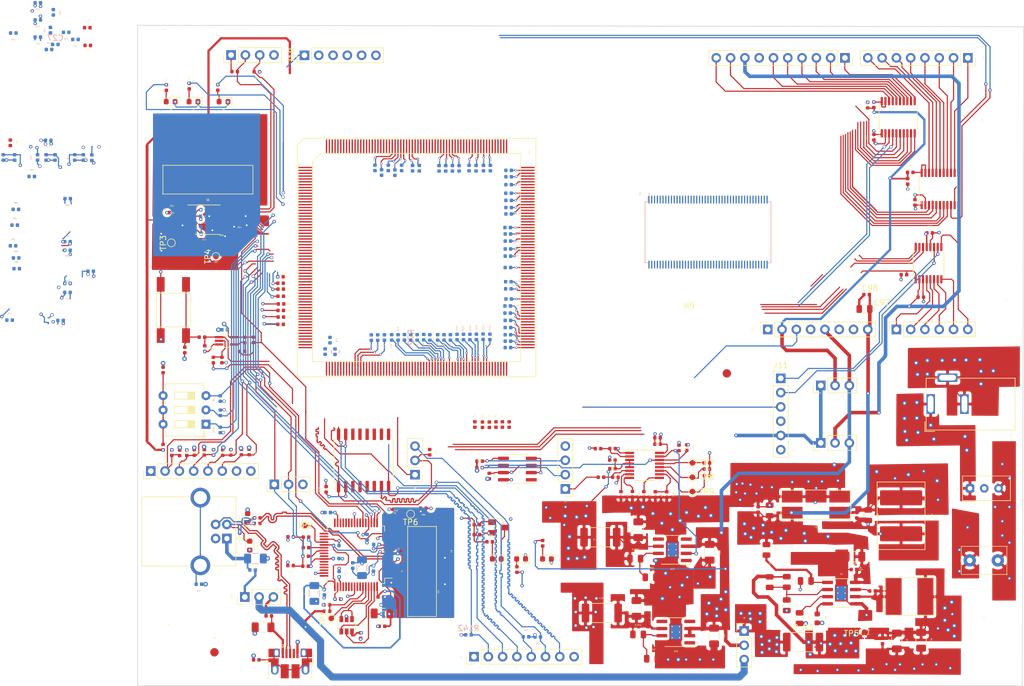
<source format=kicad_pcb>
(kicad_pcb (version 20171130) (host pcbnew "(5.1.6)-1")
  (title_block (title Aardonyx) (rev v1.0) (comment 4 "Author:G Nambirajan"))
  (layers (0 F.Cu signal) (1 In1.Cu power hide) (2 In2.Cu signal hide) (31 B.Cu signal) (34 B.Paste user) (35 F.Paste user) (36 B.SilkS user) (37 F.SilkS user) (38 B.Mask user) (39 F.Mask user) (44 Edge.Cuts user))
  (net 0 "")
  (net 1 GND)
  (net 2 "Net-(C1-Pad1)")
  (net 3 "Net-(C3-Pad1)")
  (net 4 "Net-(C5-Pad1)")
  (net 5 "Net-(C6-Pad1)")
  (net 6 "Net-(C10-Pad1)")
  (net 7 "Net-(C35-Pad1)")
  (net 8 "Net-(C36-Pad1)")
  (net 9 "Net-(C37-Pad1)")
  (net 10 "Net-(C40-Pad2)")
  (net 11 "Net-(C40-Pad1)")
  (net 12 "Net-(C41-Pad2)")
  (net 13 "Net-(C57-Pad1)")
  (net 14 "Net-(C58-Pad1)")
  (net 15 /arduino_header/RESET_AH)
  (net 16 "Net-(C91-Pad1)")
  (net 17 "Net-(D3-Pad2)")
  (net 18 "Net-(D4-Pad2)")
  (net 19 "Net-(D5-Pad1)")
  (net 20 "Net-(D5-Pad2)")
  (net 21 "Net-(D6-Pad2)")
  (net 22 "Net-(D7-Pad2)")
  (net 23 "Net-(D8-Pad2)")
  (net 24 "Net-(F1-Pad2)")
  (net 25 GNDA)
  (net 26 "Net-(J2-Pad7)")
  (net 27 /ftdi/TRST)
  (net 28 /ftdi/TMS)
  (net 29 /soc/TD0)
  (net 30 /ftdi/TDI)
  (net 31 /ftdi/TCK)
  (net 32 /ftdi/UART0_RX)
  (net 33 "Net-(J4-Pad3)")
  (net 34 "Net-(J4-Pad2)")
  (net 35 "Net-(J5-Pad1)")
  (net 36 /arduino_header/I2C0_SCL)
  (net 37 /arduino_header/QSPI0_NCS_H)
  (net 38 /arduino_header/QSPI0_NCS_F)
  (net 39 /arduino_header/QSPI0_NCS)
  (net 40 /arduino_header/QSPI0_CLK)
  (net 41 /arduino_header/QSPI0_IO0)
  (net 42 /arduino_header/QSPI0_IO2)
  (net 43 /arduino_header/QSPI0_IO3)
  (net 44 /arduino_header/SPI1_CLK)
  (net 45 /arduino_header/SPI1_MISO)
  (net 46 /arduino_header/SPI1_MOSI)
  (net 47 /arduino_header/A7)
  (net 48 /arduino_header/IO_14)
  (net 49 /arduino_header/IO_15)
  (net 50 "Net-(J13-Pad1)")
  (net 51 /arduino_header/A0)
  (net 52 /arduino_header/A1)
  (net 53 /arduino_header/A2)
  (net 54 /arduino_header/A3)
  (net 55 /arduino_header/A4)
  (net 56 /arduino_header/A5)
  (net 57 /arduino_header/AH_I2C1_SCL)
  (net 58 /arduino_header/AH_I2C1_SDA)
  (net 59 /arduino_header/AH_IO_13)
  (net 60 /arduino_header/AH_IO_12)
  (net 61 /arduino_header/AH_IO_11)
  (net 62 /arduino_header/AH_IO_10)
  (net 63 /arduino_header/AH_IO_9)
  (net 64 /arduino_header/AH_IO_8)
  (net 65 /arduino_header/AH_IO_7)
  (net 66 /arduino_header/AH_IO_6)
  (net 67 /arduino_header/AH_IO_5)
  (net 68 /arduino_header/AH_IO_4)
  (net 69 /arduino_header/AH_IO_3)
  (net 70 /arduino_header/AH_IO_2)
  (net 71 /arduino_header/AH_IO_1)
  (net 72 /arduino_header/AH_IO_0)
  (net 73 "Net-(J17-Pad4)")
  (net 74 "Net-(P_R25-Pad2)")
  (net 75 "Net-(P_R41-Pad2)")
  (net 76 /power_2/V18_EN)
  (net 77 "Net-(P_R49-Pad2)")
  (net 78 "Net-(Q1-Pad1)")
  (net 79 /ftdi/FT_RESET)
  (net 80 "Net-(R2-Pad1)")
  (net 81 "Net-(R3-Pad1)")
  (net 82 "Net-(R4-Pad1)")
  (net 83 "Net-(R21-Pad2)")
  (net 84 "Net-(R22-Pad2)")
  (net 85 /sdram/CLK)
  (net 86 "Net-(R24-Pad2)")
  (net 87 "Net-(R25-Pad1)")
  (net 88 "Net-(R25-Pad2)")
  (net 89 "Net-(R26-Pad2)")
  (net 90 "Net-(R26-Pad1)")
  (net 91 /arduino_header/SPI0_nCS)
  (net 92 "Net-(R36-Pad2)")
  (net 93 "Net-(R37-Pad2)")
  (net 94 /arduino_header/IO_13)
  (net 95 "Net-(R45-Pad2)")
  (net 96 "Net-(R47-Pad2)")
  (net 97 /power_2/RESET_ASIC)
  (net 98 /ftdi/PWRSAV)
  (net 99 "Net-(R51-Pad2)")
  (net 100 "Net-(R57-Pad1)")
  (net 101 "Net-(R58-Pad1)")
  (net 102 /arduino_header/SPI0_CLK)
  (net 103 /arduino_header/SPI0_MISO)
  (net 104 "Net-(R59-Pad1)")
  (net 105 /arduino_header/SPI0_MOSI)
  (net 106 "Net-(R60-Pad1)")
  (net 107 "Net-(R61-Pad1)")
  (net 108 "Net-(R62-Pad1)")
  (net 109 "Net-(R63-Pad1)")
  (net 110 "Net-(R64-Pad1)")
  (net 111 "Net-(R65-Pad1)")
  (net 112 /sdram/SDRAM_A0)
  (net 113 "Net-(R66-Pad1)")
  (net 114 /sdram/SDRAM_A1)
  (net 115 /sdram/SDRAM_A2)
  (net 116 "Net-(R67-Pad1)")
  (net 117 "Net-(R68-Pad1)")
  (net 118 /sdram/SDRAM_A3)
  (net 119 /sdram/SDRAM_A4)
  (net 120 "Net-(R69-Pad1)")
  (net 121 "Net-(R70-Pad1)")
  (net 122 /sdram/SDRAM_A5)
  (net 123 /sdram/SDRAM_A6)
  (net 124 "Net-(R71-Pad1)")
  (net 125 "Net-(R72-Pad1)")
  (net 126 /sdram/SDRAM_A7)
  (net 127 /sdram/SDRAM_A8)
  (net 128 "Net-(R73-Pad1)")
  (net 129 "Net-(R74-Pad1)")
  (net 130 /sdram/SDRAM_A9)
  (net 131 /sdram/SDRAM_A10)
  (net 132 "Net-(R75-Pad1)")
  (net 133 "Net-(R76-Pad1)")
  (net 134 /sdram/SDRAM_A11)
  (net 135 "Net-(R77-Pad1)")
  (net 136 /sdram/SDRAM_A12)
  (net 137 /sdram/SDRAM_DQM0)
  (net 138 "Net-(R78-Pad1)")
  (net 139 "Net-(R79-Pad1)")
  (net 140 /sdram/SDRAM_DQM1)
  (net 141 "Net-(R80-Pad1)")
  (net 142 /sdram/SDRAM_DQM2)
  (net 143 /sdram/SDRAM_DQM3)
  (net 144 "Net-(R81-Pad1)")
  (net 145 /sdram/SDRAM_BA0)
  (net 146 "Net-(R82-Pad1)")
  (net 147 "Net-(R83-Pad1)")
  (net 148 /sdram/SDRAM_BA1)
  (net 149 "Net-(R84-Pad1)")
  (net 150 /sdram/SDRAM_CS)
  (net 151 /sdram/SDRAM_RAS)
  (net 152 "Net-(R85-Pad1)")
  (net 153 "Net-(R86-Pad1)")
  (net 154 /sdram/SDRAM_CAS)
  (net 155 /sdram/SDRAM_WE)
  (net 156 "Net-(R87-Pad1)")
  (net 157 "Net-(R88-Pad1)")
  (net 158 /sdram/SDRAM_CLK)
  (net 159 /sdram/SDRAM_CKE)
  (net 160 "Net-(R89-Pad1)")
  (net 161 "Net-(R90-Pad2)")
  (net 162 "Net-(R91-Pad2)")
  (net 163 "Net-(R92-Pad2)")
  (net 164 "Net-(R93-Pad2)")
  (net 165 "Net-(R94-Pad2)")
  (net 166 "Net-(R95-Pad2)")
  (net 167 /sdram/SDRAM_D0)
  (net 168 "Net-(R96-Pad2)")
  (net 169 "Net-(R97-Pad2)")
  (net 170 /sdram/SDRAM_D1)
  (net 171 /sdram/SDRAM_D2)
  (net 172 "Net-(R98-Pad2)")
  (net 173 "Net-(R99-Pad2)")
  (net 174 /sdram/SDRAM_D3)
  (net 175 /sdram/SDRAM_D4)
  (net 176 "Net-(R100-Pad2)")
  (net 177 "Net-(R101-Pad2)")
  (net 178 /sdram/SDRAM_D5)
  (net 179 /sdram/SDRAM_D6)
  (net 180 "Net-(R102-Pad2)")
  (net 181 "Net-(R103-Pad2)")
  (net 182 /sdram/SDRAM_D7)
  (net 183 /sdram/SDRAM_D8)
  (net 184 "Net-(R104-Pad2)")
  (net 185 "Net-(R105-Pad2)")
  (net 186 /sdram/SDRAM_D9)
  (net 187 /sdram/SDRAM_D10)
  (net 188 "Net-(R106-Pad2)")
  (net 189 /sdram/SDRAM_D11)
  (net 190 "Net-(R107-Pad2)")
  (net 191 "Net-(R108-Pad2)")
  (net 192 /sdram/SDRAM_D12)
  (net 193 /sdram/SDRAM_D13)
  (net 194 "Net-(R109-Pad2)")
  (net 195 "Net-(R110-Pad2)")
  (net 196 /sdram/SDRAM_D14)
  (net 197 /sdram/SDRAM_D15)
  (net 198 "Net-(R111-Pad2)")
  (net 199 /sdram/SDRAM_D16)
  (net 200 "Net-(R112-Pad2)")
  (net 201 /sdram/SDRAM_D17)
  (net 202 "Net-(R113-Pad2)")
  (net 203 /sdram/SDRAM_D18)
  (net 204 "Net-(R114-Pad2)")
  (net 205 "Net-(R115-Pad2)")
  (net 206 /sdram/SDRAM_D19)
  (net 207 "Net-(R116-Pad2)")
  (net 208 /sdram/SDRAM_D20)
  (net 209 /sdram/SDRAM_D21)
  (net 210 "Net-(R117-Pad2)")
  (net 211 "Net-(R118-Pad2)")
  (net 212 /sdram/SDRAM_D22)
  (net 213 /sdram/SDRAM_D23)
  (net 214 "Net-(R119-Pad2)")
  (net 215 /sdram/SDRAM_D24)
  (net 216 "Net-(R120-Pad2)")
  (net 217 "Net-(R121-Pad2)")
  (net 218 /sdram/SDRAM_D25)
  (net 219 /sdram/SDRAM_D26)
  (net 220 "Net-(R122-Pad2)")
  (net 221 "Net-(R123-Pad2)")
  (net 222 /sdram/SDRAM_D27)
  (net 223 "Net-(R124-Pad2)")
  (net 224 /sdram/SDRAM_D28)
  (net 225 "Net-(R125-Pad2)")
  (net 226 /sdram/SDRAM_D29)
  (net 227 "Net-(R126-Pad2)")
  (net 228 /sdram/SDRAM_D30)
  (net 229 /sdram/SDRAM_D31)
  (net 230 "Net-(R127-Pad2)")
  (net 231 /soc/TEST_MODE)
  (net 232 /soc/BOOT_MODE1)
  (net 233 /soc/BOOT_MODE0)
  (net 234 "Net-(R131-Pad2)")
  (net 235 "Net-(TP1-Pad1)")
  (net 236 "Net-(TP2-Pad1)")
  (net 237 "Net-(U1-Pad21)")
  (net 238 "Net-(U1-Pad23)")
  (net 239 "Net-(U1-Pad24)")
  (net 240 "Net-(U1-Pad26)")
  (net 241 "Net-(U1-Pad27)")
  (net 242 "Net-(U1-Pad28)")
  (net 243 "Net-(U1-Pad29)")
  (net 244 "Net-(U1-Pad30)")
  (net 245 "Net-(U1-Pad32)")
  (net 246 "Net-(U1-Pad33)")
  (net 247 "Net-(U1-Pad34)")
  (net 248 "Net-(U1-Pad40)")
  (net 249 "Net-(U1-Pad41)")
  (net 250 "Net-(U1-Pad43)")
  (net 251 "Net-(U1-Pad44)")
  (net 252 "Net-(U1-Pad45)")
  (net 253 "Net-(U1-Pad46)")
  (net 254 "Net-(U1-Pad48)")
  (net 255 "Net-(U1-Pad52)")
  (net 256 "Net-(U1-Pad53)")
  (net 257 "Net-(U1-Pad54)")
  (net 258 "Net-(U1-Pad55)")
  (net 259 "Net-(U1-Pad57)")
  (net 260 "Net-(U1-Pad58)")
  (net 261 "Net-(U1-Pad61)")
  (net 262 "Net-(U1-Pad62)")
  (net 263 "Net-(U1-Pad63)")
  (net 264 "Net-(U2-Pad14)")
  (net 265 "Net-(U2-Pad30)")
  (net 266 "Net-(U2-Pad57)")
  (net 267 "Net-(U2-Pad70)")
  (net 268 "Net-(U2-Pad73)")
  (net 269 "Net-(U3-Pad1)")
  (net 270 "Net-(U3-Pad14)")
  (net 271 "Net-(U5-Pad1)")
  (net 272 "Net-(U6-Pad3)")
  (net 273 "Net-(U6-Pad4)")
  (net 274 "Net-(U6-Pad5)")
  (net 275 "Net-(U6-Pad6)")
  (net 276 "Net-(U6-Pad11)")
  (net 277 "Net-(U6-Pad12)")
  (net 278 "Net-(U6-Pad13)")
  (net 279 "Net-(U6-Pad14)")
  (net 280 /arduino_header/IO_0)
  (net 281 /arduino_header/IO_1)
  (net 282 /arduino_header/IO_2)
  (net 283 /arduino_header/IO_3)
  (net 284 /arduino_header/IO_4)
  (net 285 /arduino_header/IO_5)
  (net 286 /arduino_header/IO_6)
  (net 287 /arduino_header/IO_7)
  (net 288 /arduino_header/I2C1_SDA)
  (net 289 /arduino_header/I2C1_SCL)
  (net 290 /arduino_header/IO_12)
  (net 291 /arduino_header/IO_11)
  (net 292 /arduino_header/IO_10)
  (net 293 /arduino_header/IO_9)
  (net 294 /arduino_header/IO_8)
  (net 295 "Net-(U10-Pad1)")
  (net 296 "Net-(U10-Pad4)")
  (net 297 "Net-(U10-Pad5)")
  (net 298 "Net-(U13-Pad1)")
  (net 299 "Net-(U13-Pad4)")
  (net 300 "Net-(U13-Pad5)")
  (net 301 "Net-(U15-Pad3)")
  (net 302 "Net-(U15-Pad1)")
  (net 303 "Net-(U15-Pad4)")
  (net 304 "Net-(U15-Pad6)")
  (net 305 "Net-(U15-Pad7)")
  (net 306 "Net-(U15-Pad9)")
  (net 307 "Net-(U15-Pad12)")
  (net 308 "Net-(U15-Pad13)")
  (net 309 "Net-(U15-Pad17)")
  (net 310 "Net-(U15-Pad19)")
  (net 311 "Net-(U15-Pad21)")
  (net 312 "Net-(U15-Pad22)")
  (net 313 "Net-(U15-Pad39)")
  (net 314 "Net-(U15-Pad43)")
  (net 315 "Net-(U15-Pad52)")
  (net 316 "Net-(U15-Pad55)")
  (net 317 "Net-(U15-Pad56)")
  (net 318 "Net-(U15-Pad57)")
  (net 319 "Net-(U15-Pad59)")
  (net 320 "Net-(U15-Pad60)")
  (net 321 "Net-(U15-Pad61)")
  (net 322 "Net-(U15-Pad62)")
  (net 323 "Net-(U15-Pad63)")
  (net 324 "Net-(U15-Pad64)")
  (net 325 "Net-(U15-Pad65)")
  (net 326 "Net-(U15-Pad67)")
  (net 327 "Net-(U15-Pad68)")
  (net 328 "Net-(U15-Pad69)")
  (net 329 "Net-(U15-Pad78)")
  (net 330 "Net-(U15-Pad81)")
  (net 331 "Net-(U15-Pad82)")
  (net 332 "Net-(U15-Pad83)")
  (net 333 "Net-(U15-Pad84)")
  (net 334 "Net-(U15-Pad85)")
  (net 335 "Net-(U15-Pad86)")
  (net 336 "Net-(U15-Pad87)")
  (net 337 "Net-(U15-Pad88)")
  (net 338 "Net-(U15-Pad89)")
  (net 339 "Net-(U15-Pad90)")
  (net 340 "Net-(U15-Pad91)")
  (net 341 "Net-(U15-Pad92)")
  (net 342 "Net-(U15-Pad93)")
  (net 343 "Net-(U15-Pad98)")
  (net 344 "Net-(U15-Pad99)")
  (net 345 "Net-(U15-Pad100)")
  (net 346 "Net-(U15-Pad107)")
  (net 347 "Net-(U15-Pad115)")
  (net 348 "Net-(U15-Pad119)")
  (net 349 "Net-(U15-Pad122)")
  (net 350 "Net-(U15-Pad123)")
  (net 351 "Net-(U15-Pad124)")
  (net 352 "Net-(U15-Pad125)")
  (net 353 "Net-(U15-Pad126)")
  (net 354 "Net-(U15-Pad127)")
  (net 355 "Net-(U15-Pad128)")
  (net 356 "Net-(U15-Pad132)")
  (net 357 "Net-(U15-Pad135)")
  (net 358 "Net-(U15-Pad136)")
  (net 359 "Net-(U15-Pad138)")
  (net 360 "Net-(U15-Pad141)")
  (net 361 "Net-(U15-Pad142)")
  (net 362 "Net-(U15-Pad145)")
  (net 363 "Net-(U15-Pad148)")
  (net 364 "Net-(U15-Pad151)")
  (net 365 "Net-(U15-Pad152)")
  (net 366 "Net-(U15-Pad153)")
  (net 367 "Net-(U15-Pad154)")
  (net 368 "Net-(U15-Pad155)")
  (net 369 "Net-(U15-Pad156)")
  (net 370 "Net-(U15-Pad162)")
  (net 371 "Net-(U15-Pad166)")
  (net 372 "Net-(U15-Pad168)")
  (net 373 "Net-(U15-Pad170)")
  (net 374 "Net-(U15-Pad172)")
  (net 375 "Net-(U15-Pad180)")
  (net 376 "Net-(U15-Pad181)")
  (net 377 "Net-(U15-Pad184)")
  (net 378 "Net-(U15-Pad185)")
  (net 379 "Net-(U15-Pad186)")
  (net 380 "Net-(U15-Pad188)")
  (net 381 "Net-(U15-Pad192)")
  (net 382 "Net-(U15-Pad193)")
  (net 383 "Net-(U15-Pad194)")
  (net 384 "Net-(U15-Pad195)")
  (net 385 "Net-(U15-Pad196)")
  (net 386 "Net-(U15-Pad197)")
  (net 387 "Net-(U15-Pad198)")
  (net 388 "Net-(U15-Pad200)")
  (net 389 "Net-(U15-Pad202)")
  (net 390 "Net-(U15-Pad204)")
  (net 391 "Net-(U15-Pad209)")
  (net 392 "Net-(U15-Pad216)")
  (net 393 "Net-(U15-Pad217)")
  (net 394 "Net-(U15-Pad218)")
  (net 395 "Net-(U15-Pad220)")
  (net 396 "Net-(U15-Pad221)")
  (net 397 "Net-(U15-Pad228)")
  (net 398 "Net-(U15-Pad242)")
  (net 399 "Net-(U15-Pad244)")
  (net 400 "Net-(U15-Pad246)")
  (net 401 "Net-(U15-Pad247)")
  (net 402 "Net-(U15-Pad248)")
  (net 403 "Net-(U15-Pad251)")
  (net 404 "Net-(U15-Pad252)")
  (net 405 "Net-(U15-Pad254)")
  (net 406 "Net-(U15-Pad255)")
  (net 407 "Net-(U15-Pad256)")
  (net 408 /ftdi/UART0_TX)
  (net 409 V3P3)
  (net 410 V5P0)
  (net 411 V1P8)
  (net 412 /arduino_header/I2C0_SDA)
  (net 413 "Net-(C56-Pad1)")
  (net 414 "Net-(C62-Pad1)")
  (net 415 "Net-(FB7-Pad2)")
  (net 416 "Net-(FB6-Pad1)")
  (net 417 /arduino_header/SPI1_nCS)
  (net 418 "Net-(C85-Pad1)")
  (net 419 "Net-(C95-Pad1)")
  (net 420 /RESET)
  (net 421 /power_2/V3P3_MON)
  (net 422 /power_2/V1P8_MON)
  (net 423 /power_2/UP_DOWN#)
  (net 424 /power_2/OUT3)
  (net 425 /power_2/OUT4)
  (net 426 /power_2/PWR_GOOD)
  (net 427 "Net-(J6-Pad1)")
  (net 428 VCORE_FTDI)
  (net 429 VCC5V)
  (net 430 VBUS_USB2)
  (net 431 VBUS_USB1)
  (net 432 V12P0)
  (net 433 VAC)
  (net 434 VREF_AH)
  (net 435 VBUS)
  (net 436 /arduino_header/QSPI0_IO1)
  (net 437 /arduino_header/A6)
  (net 438 /ftdi/USB_DP)
  (net 439 /ftdi/USB_DM)
  (net 440 "Net-(R38-Pad1)")
  (net 441 "Net-(R39-Pad1)")
  (module Resistor_SMD:R_0402_1005Metric (layer B.Cu) (at 188.999 102.489)
    (fp_text reference R119 (at 1.57 -0.06) (layer B.SilkS) (effects (font (size 0.25 0.25) (thickness 0.04)) (justify mirror)))
    (fp_text value 22E,0402)
    (pad 2 smd roundrect (at 0.485 0) (size 0.59 0.64) (layers B.Cu B.Paste B.Mask) (net 214 "Net-(R119-Pad2)"))
    (pad 1 smd roundrect (at -0.485 0) (size 0.59 0.64) (layers B.Cu B.Paste B.Mask) (net 213 /sdram/SDRAM_D23))
  )
  (module Aardonyx:SKT32E_IITM (layer F.Cu) (at 172.762 86.487 270)
    (fp_text reference U15 (at -18.74 -20.03 90) (layer F.SilkS) (effects (font (size 0.25 0.25) (thickness 0.04))))
    (fp_text value SKT32E)
    (pad 256 smd rect (at -18.5 16.002 180) (size 0.24 2.5) (drill (offset 0 1.25)) (layers F.Cu F.Paste F.Mask) (net 407 "Net-(U15-Pad256)"))
    (pad 255 smd rect (at -18.5 15.494 180) (size 0.24 2.5) (drill (offset 0 1.25)) (layers F.Cu F.Paste F.Mask) (net 406 "Net-(U15-Pad255)"))
    (pad 254 smd rect (at -18.5 14.986 180) (size 0.24 2.5) (drill (offset 0 1.25)) (layers F.Cu F.Paste F.Mask) (net 405 "Net-(U15-Pad254)"))
    (pad 253 smd rect (at -18.5 14.478 180) (size 0.24 2.5) (drill (offset 0 1.25)) (layers F.Cu F.Paste F.Mask) (net 293 /arduino_header/IO_9))
    (pad 252 smd rect (at -18.5 13.97 180) (size 0.24 2.5) (drill (offset 0 1.25)) (layers F.Cu F.Paste F.Mask) (net 404 "Net-(U15-Pad252)"))
    (pad 251 smd rect (at -18.5 13.462 180) (size 0.24 2.5) (drill (offset 0 1.25)) (layers F.Cu F.Paste F.Mask) (net 403 "Net-(U15-Pad251)"))
    (pad 250 smd rect (at -18.5 12.954 180) (size 0.24 2.5) (drill (offset 0 1.25)) (layers F.Cu F.Paste F.Mask) (net 294 /arduino_header/IO_8))
    (pad 249 smd rect (at -18.5 12.446 180) (size 0.24 2.5) (drill (offset 0 1.25)) (layers F.Cu F.Paste F.Mask) (net 287 /arduino_header/IO_7))
    (pad 248 smd rect (at -18.5 11.938 180) (size 0.24 2.5) (drill (offset 0 1.25)) (layers F.Cu F.Paste F.Mask) (net 402 "Net-(U15-Pad248)"))
    (pad 247 smd rect (at -18.5 11.43 180) (size 0.24 2.5) (drill (offset 0 1.25)) (layers F.Cu F.Paste F.Mask) (net 401 "Net-(U15-Pad247)"))
    (pad 246 smd rect (at -18.5 10.922 180) (size 0.24 2.5) (drill (offset 0 1.25)) (layers F.Cu F.Paste F.Mask) (net 400 "Net-(U15-Pad246)"))
    (pad 245 smd rect (at -18.5 10.414 180) (size 0.24 2.5) (drill (offset 0 1.25)) (layers F.Cu F.Paste F.Mask) (net 286 /arduino_header/IO_6))
    (pad 244 smd rect (at -18.5 9.906 180) (size 0.24 2.5) (drill (offset 0 1.25)) (layers F.Cu F.Paste F.Mask) (net 399 "Net-(U15-Pad244)"))
    (pad 243 smd rect (at -18.5 9.398 180) (size 0.24 2.5) (drill (offset 0 1.25)) (layers F.Cu F.Paste F.Mask) (net 285 /arduino_header/IO_5))
    (pad 242 smd rect (at -18.5 8.89 180) (size 0.24 2.5) (drill (offset 0 1.25)) (layers F.Cu F.Paste F.Mask) (net 398 "Net-(U15-Pad242)"))
    (pad 241 smd rect (at -18.5 8.382 180) (size 0.24 2.5) (drill (offset 0 1.25)) (layers F.Cu F.Paste F.Mask) (net 284 /arduino_header/IO_4))
    (pad 240 smd rect (at -18.5 7.874 180) (size 0.24 2.5) (drill (offset 0 1.25)) (layers F.Cu F.Paste F.Mask) (net 283 /arduino_header/IO_3))
    (pad 239 smd rect (at -18.5 7.366 180) (size 0.24 2.5) (drill (offset 0 1.25)) (layers F.Cu F.Paste F.Mask) (net 282 /arduino_header/IO_2))
    (pad 238 smd rect (at -18.5 6.858 180) (size 0.24 2.5) (drill (offset 0 1.25)) (layers F.Cu F.Paste F.Mask) (net 1 GND))
    (pad 237 smd rect (at -18.5 6.35 180) (size 0.24 2.5) (drill (offset 0 1.25)) (layers F.Cu F.Paste F.Mask) (net 411 V1P8))
    (pad 236 smd rect (at -18.5 5.842 180) (size 0.24 2.5) (drill (offset 0 1.25)) (layers F.Cu F.Paste F.Mask) (net 281 /arduino_header/IO_1))
    (pad 235 smd rect (at -18.5 5.334 180) (size 0.24 2.5) (drill (offset 0 1.25)) (layers F.Cu F.Paste F.Mask) (net 280 /arduino_header/IO_0))
    (pad 234 smd rect (at -18.5 4.826 180) (size 0.24 2.5) (drill (offset 0 1.25)) (layers F.Cu F.Paste F.Mask) (net 411 V1P8))
    (pad 233 smd rect (at -18.5 4.318 180) (size 0.24 2.5) (drill (offset 0 1.25)) (layers F.Cu F.Paste F.Mask) (net 157 "Net-(R88-Pad1)"))
    (pad 232 smd rect (at -18.5 3.81 180) (size 0.24 2.5) (drill (offset 0 1.25)) (layers F.Cu F.Paste F.Mask) (net 160 "Net-(R89-Pad1)"))
    (pad 231 smd rect (at -18.5 3.302 180) (size 0.24 2.5) (drill (offset 0 1.25)) (layers F.Cu F.Paste F.Mask) (net 146 "Net-(R82-Pad1)"))
    (pad 230 smd rect (at -18.5 2.794 180) (size 0.24 2.5) (drill (offset 0 1.25)) (layers F.Cu F.Paste F.Mask) (net 147 "Net-(R83-Pad1)"))
    (pad 229 smd rect (at -18.5 2.286 180) (size 0.24 2.5) (drill (offset 0 1.25)) (layers F.Cu F.Paste F.Mask) (net 138 "Net-(R78-Pad1)"))
    (pad 228 smd rect (at -18.5 1.778 180) (size 0.24 2.5) (drill (offset 0 1.25)) (layers F.Cu F.Paste F.Mask) (net 397 "Net-(U15-Pad228)"))
    (pad 227 smd rect (at -18.5 1.27 180) (size 0.24 2.5) (drill (offset 0 1.25)) (layers F.Cu F.Paste F.Mask) (net 139 "Net-(R79-Pad1)"))
    (pad 226 smd rect (at -18.5 0.762 180) (size 0.24 2.5) (drill (offset 0 1.25)) (layers F.Cu F.Paste F.Mask) (net 141 "Net-(R80-Pad1)"))
    (pad 225 smd rect (at -18.5 0.254 180) (size 0.24 2.5) (drill (offset 0 1.25)) (layers F.Cu F.Paste F.Mask) (net 1 GND))
    (pad 224 smd rect (at -18.5 -0.254 180) (size 0.24 2.5) (drill (offset 0 1.25)) (layers F.Cu F.Paste F.Mask) (net 409 V3P3))
    (pad 223 smd rect (at -18.5 -0.762 180) (size 0.24 2.5) (drill (offset 0 1.25)) (layers F.Cu F.Paste F.Mask) (net 1 GND))
    (pad 222 smd rect (at -18.5 -1.27 180) (size 0.24 2.5) (drill (offset 0 1.25)) (layers F.Cu F.Paste F.Mask) (net 411 V1P8))
    (pad 221 smd rect (at -18.5 -1.778 180) (size 0.24 2.5) (drill (offset 0 1.25)) (layers F.Cu F.Paste F.Mask) (net 396 "Net-(U15-Pad221)"))
    (pad 220 smd rect (at -18.5 -2.286 180) (size 0.24 2.5) (drill (offset 0 1.25)) (layers F.Cu F.Paste F.Mask) (net 395 "Net-(U15-Pad220)"))
    (pad 219 smd rect (at -18.5 -2.794 180) (size 0.24 2.5) (drill (offset 0 1.25)) (layers F.Cu F.Paste F.Mask) (net 411 V1P8))
    (pad 218 smd rect (at -18.5 -3.302 180) (size 0.24 2.5) (drill (offset 0 1.25)) (layers F.Cu F.Paste F.Mask) (net 394 "Net-(U15-Pad218)"))
    (pad 217 smd rect (at -18.5 -3.81 180) (size 0.24 2.5) (drill (offset 0 1.25)) (layers F.Cu F.Paste F.Mask) (net 393 "Net-(U15-Pad217)"))
    (pad 216 smd rect (at -18.5 -4.318 180) (size 0.24 2.5) (drill (offset 0 1.25)) (layers F.Cu F.Paste F.Mask) (net 392 "Net-(U15-Pad216)"))
    (pad 215 smd rect (at -18.5 -4.826 180) (size 0.24 2.5) (drill (offset 0 1.25)) (layers F.Cu F.Paste F.Mask) (net 144 "Net-(R81-Pad1)"))
    (pad 214 smd rect (at -18.5 -5.334 180) (size 0.24 2.5) (drill (offset 0 1.25)) (layers F.Cu F.Paste F.Mask) (net 156 "Net-(R87-Pad1)"))
    (pad 213 smd rect (at -18.5 -5.842 180) (size 0.24 2.5) (drill (offset 0 1.25)) (layers F.Cu F.Paste F.Mask) (net 153 "Net-(R86-Pad1)"))
    (pad 212 smd rect (at -18.5 -6.35 180) (size 0.24 2.5) (drill (offset 0 1.25)) (layers F.Cu F.Paste F.Mask) (net 152 "Net-(R85-Pad1)"))
    (pad 211 smd rect (at -18.5 -6.858 180) (size 0.24 2.5) (drill (offset 0 1.25)) (layers F.Cu F.Paste F.Mask) (net 411 V1P8))
    (pad 210 smd rect (at -18.5 -7.366 180) (size 0.24 2.5) (drill (offset 0 1.25)) (layers F.Cu F.Paste F.Mask) (net 411 V1P8))
    (pad 209 smd rect (at -18.5 -7.874 180) (size 0.24 2.5) (drill (offset 0 1.25)) (layers F.Cu F.Paste F.Mask) (net 391 "Net-(U15-Pad209)"))
    (pad 208 smd rect (at -18.5 -8.382 180) (size 0.24 2.5) (drill (offset 0 1.25)) (layers F.Cu F.Paste F.Mask) (net 1 GND))
    (pad 207 smd rect (at -18.5 -8.89 180) (size 0.24 2.5) (drill (offset 0 1.25)) (layers F.Cu F.Paste F.Mask) (net 409 V3P3))
    (pad 206 smd rect (at -18.5 -9.398 180) (size 0.24 2.5) (drill (offset 0 1.25)) (layers F.Cu F.Paste F.Mask) (net 1 GND))
    (pad 205 smd rect (at -18.5 -9.906 180) (size 0.24 2.5) (drill (offset 0 1.25)) (layers F.Cu F.Paste F.Mask) (net 149 "Net-(R84-Pad1)"))
    (pad 204 smd rect (at -18.5 -10.414 180) (size 0.24 2.5) (drill (offset 0 1.25)) (layers F.Cu F.Paste F.Mask) (net 390 "Net-(U15-Pad204)"))
    (pad 203 smd rect (at -18.5 -10.922 180) (size 0.24 2.5) (drill (offset 0 1.25)) (layers F.Cu F.Paste F.Mask) (net 168 "Net-(R96-Pad2)"))
    (pad 202 smd rect (at -18.5 -11.43 180) (size 0.24 2.5) (drill (offset 0 1.25)) (layers F.Cu F.Paste F.Mask) (net 389 "Net-(U15-Pad202)"))
    (pad 201 smd rect (at -18.5 -11.938 180) (size 0.24 2.5) (drill (offset 0 1.25)) (layers F.Cu F.Paste F.Mask) (net 169 "Net-(R97-Pad2)"))
    (pad 200 smd rect (at -18.5 -12.446 180) (size 0.24 2.5) (drill (offset 0 1.25)) (layers F.Cu F.Paste F.Mask) (net 388 "Net-(U15-Pad200)"))
    (pad 199 smd rect (at -18.5 -12.954 180) (size 0.24 2.5) (drill (offset 0 1.25)) (layers F.Cu F.Paste F.Mask) (net 172 "Net-(R98-Pad2)"))
    (pad 198 smd rect (at -18.5 -13.462 180) (size 0.24 2.5) (drill (offset 0 1.25)) (layers F.Cu F.Paste F.Mask) (net 387 "Net-(U15-Pad198)"))
    (pad 197 smd rect (at -18.5 -13.97 180) (size 0.24 2.5) (drill (offset 0 1.25)) (layers F.Cu F.Paste F.Mask) (net 386 "Net-(U15-Pad197)"))
    (pad 196 smd rect (at -18.5 -14.478 180) (size 0.24 2.5) (drill (offset 0 1.25)) (layers F.Cu F.Paste F.Mask) (net 385 "Net-(U15-Pad196)"))
    (pad 195 smd rect (at -18.5 -14.986 180) (size 0.24 2.5) (drill (offset 0 1.25)) (layers F.Cu F.Paste F.Mask) (net 384 "Net-(U15-Pad195)"))
    (pad 194 smd rect (at -18.5 -15.494 180) (size 0.24 2.5) (drill (offset 0 1.25)) (layers F.Cu F.Paste F.Mask) (net 383 "Net-(U15-Pad194)"))
    (pad 193 smd rect (at -18.5 -16.002 180) (size 0.24 2.5) (drill (offset 0 1.25)) (layers F.Cu F.Paste F.Mask) (net 382 "Net-(U15-Pad193)"))
    (pad 192 smd rect (at -16.002 -18.5 90) (size 0.24 2.5) (drill (offset 0 1.25)) (layers F.Cu F.Paste F.Mask) (net 381 "Net-(U15-Pad192)"))
    (pad 191 smd rect (at -15.494 -18.5 90) (size 0.24 2.5) (drill (offset 0 1.25)) (layers F.Cu F.Paste F.Mask) (net 173 "Net-(R99-Pad2)"))
    (pad 190 smd rect (at -14.986 -18.5 90) (size 0.24 2.5) (drill (offset 0 1.25)) (layers F.Cu F.Paste F.Mask) (net 176 "Net-(R100-Pad2)"))
    (pad 189 smd rect (at -14.478 -18.5 90) (size 0.24 2.5) (drill (offset 0 1.25)) (layers F.Cu F.Paste F.Mask) (net 411 V1P8))
    (pad 188 smd rect (at -13.97 -18.5 90) (size 0.24 2.5) (drill (offset 0 1.25)) (layers F.Cu F.Paste F.Mask) (net 380 "Net-(U15-Pad188)"))
    (pad 187 smd rect (at -13.462 -18.5 90) (size 0.24 2.5) (drill (offset 0 1.25)) (layers F.Cu F.Paste F.Mask) (net 177 "Net-(R101-Pad2)"))
    (pad 186 smd rect (at -12.954 -18.5 90) (size 0.24 2.5) (drill (offset 0 1.25)) (layers F.Cu F.Paste F.Mask) (net 379 "Net-(U15-Pad186)"))
    (pad 185 smd rect (at -12.446 -18.5 90) (size 0.24 2.5) (drill (offset 0 1.25)) (layers F.Cu F.Paste F.Mask) (net 378 "Net-(U15-Pad185)"))
    (pad 184 smd rect (at -11.938 -18.5 90) (size 0.24 2.5) (drill (offset 0 1.25)) (layers F.Cu F.Paste F.Mask) (net 377 "Net-(U15-Pad184)"))
    (pad 183 smd rect (at -11.43 -18.5 90) (size 0.24 2.5) (drill (offset 0 1.25)) (layers F.Cu F.Paste F.Mask) (net 180 "Net-(R102-Pad2)"))
    (pad 182 smd rect (at -10.922 -18.5 90) (size 0.24 2.5) (drill (offset 0 1.25)) (layers F.Cu F.Paste F.Mask) (net 181 "Net-(R103-Pad2)"))
    (pad 181 smd rect (at -10.414 -18.5 90) (size 0.24 2.5) (drill (offset 0 1.25)) (layers F.Cu F.Paste F.Mask) (net 376 "Net-(U15-Pad181)"))
    (pad 180 smd rect (at -9.906 -18.5 90) (size 0.24 2.5) (drill (offset 0 1.25)) (layers F.Cu F.Paste F.Mask) (net 375 "Net-(U15-Pad180)"))
    (pad 179 smd rect (at -9.398 -18.5 90) (size 0.24 2.5) (drill (offset 0 1.25)) (layers F.Cu F.Paste F.Mask) (net 184 "Net-(R104-Pad2)"))
    (pad 178 smd rect (at -8.89 -18.5 90) (size 0.24 2.5) (drill (offset 0 1.25)) (layers F.Cu F.Paste F.Mask) (net 185 "Net-(R105-Pad2)"))
    (pad 177 smd rect (at -8.382 -18.5 90) (size 0.24 2.5) (drill (offset 0 1.25)) (layers F.Cu F.Paste F.Mask) (net 411 V1P8))
    (pad 176 smd rect (at -7.874 -18.5 90) (size 0.24 2.5) (drill (offset 0 1.25)) (layers F.Cu F.Paste F.Mask) (net 1 GND))
    (pad 175 smd rect (at -7.366 -18.5 90) (size 0.24 2.5) (drill (offset 0 1.25)) (layers F.Cu F.Paste F.Mask) (net 409 V3P3))
    (pad 174 smd rect (at -6.858 -18.5 90) (size 0.24 2.5) (drill (offset 0 1.25)) (layers F.Cu F.Paste F.Mask) (net 1 GND))
    (pad 173 smd rect (at -6.35 -18.5 90) (size 0.24 2.5) (drill (offset 0 1.25)) (layers F.Cu F.Paste F.Mask) (net 411 V1P8))
    (pad 172 smd rect (at -5.842 -18.5 90) (size 0.24 2.5) (drill (offset 0 1.25)) (layers F.Cu F.Paste F.Mask) (net 374 "Net-(U15-Pad172)"))
    (pad 171 smd rect (at -5.334 -18.5 90) (size 0.24 2.5) (drill (offset 0 1.25)) (layers F.Cu F.Paste F.Mask) (net 188 "Net-(R106-Pad2)"))
    (pad 170 smd rect (at -4.826 -18.5 90) (size 0.24 2.5) (drill (offset 0 1.25)) (layers F.Cu F.Paste F.Mask) (net 373 "Net-(U15-Pad170)"))
    (pad 169 smd rect (at -4.318 -18.5 90) (size 0.24 2.5) (drill (offset 0 1.25)) (layers F.Cu F.Paste F.Mask) (net 190 "Net-(R107-Pad2)"))
    (pad 168 smd rect (at -3.81 -18.5 90) (size 0.24 2.5) (drill (offset 0 1.25)) (layers F.Cu F.Paste F.Mask) (net 372 "Net-(U15-Pad168)"))
    (pad 167 smd rect (at -3.302 -18.5 90) (size 0.24 2.5) (drill (offset 0 1.25)) (layers F.Cu F.Paste F.Mask) (net 191 "Net-(R108-Pad2)"))
    (pad 166 smd rect (at -2.794 -18.5 90) (size 0.24 2.5) (drill (offset 0 1.25)) (layers F.Cu F.Paste F.Mask) (net 371 "Net-(U15-Pad166)"))
    (pad 165 smd rect (at -2.286 -18.5 90) (size 0.24 2.5) (drill (offset 0 1.25)) (layers F.Cu F.Paste F.Mask) (net 411 V1P8))
    (pad 164 smd rect (at -1.778 -18.5 90) (size 0.24 2.5) (drill (offset 0 1.25)) (layers F.Cu F.Paste F.Mask) (net 194 "Net-(R109-Pad2)"))
    (pad 163 smd rect (at -1.27 -18.5 90) (size 0.24 2.5) (drill (offset 0 1.25)) (layers F.Cu F.Paste F.Mask) (net 195 "Net-(R110-Pad2)"))
    (pad 162 smd rect (at -0.762 -18.5 90) (size 0.24 2.5) (drill (offset 0 1.25)) (layers F.Cu F.Paste F.Mask) (net 370 "Net-(U15-Pad162)"))
    (pad 161 smd rect (at -0.254 -18.5 90) (size 0.24 2.5) (drill (offset 0 1.25)) (layers F.Cu F.Paste F.Mask) (net 1 GND))
    (pad 160 smd rect (at 0.254 -18.5 90) (size 0.24 2.5) (drill (offset 0 1.25)) (layers F.Cu F.Paste F.Mask) (net 409 V3P3))
    (pad 159 smd rect (at 0.762 -18.5 90) (size 0.24 2.5) (drill (offset 0 1.25)) (layers F.Cu F.Paste F.Mask) (net 1 GND))
    (pad 158 smd rect (at 1.27 -18.5 90) (size 0.24 2.5) (drill (offset 0 1.25)) (layers F.Cu F.Paste F.Mask) (net 411 V1P8))
    (pad 157 smd rect (at 1.778 -18.5 90) (size 0.24 2.5) (drill (offset 0 1.25)) (layers F.Cu F.Paste F.Mask) (net 198 "Net-(R111-Pad2)"))
    (pad 156 smd rect (at 2.286 -18.5 90) (size 0.24 2.5) (drill (offset 0 1.25)) (layers F.Cu F.Paste F.Mask) (net 369 "Net-(U15-Pad156)"))
    (pad 155 smd rect (at 2.794 -18.5 90) (size 0.24 2.5) (drill (offset 0 1.25)) (layers F.Cu F.Paste F.Mask) (net 368 "Net-(U15-Pad155)"))
    (pad 154 smd rect (at 3.302 -18.5 90) (size 0.24 2.5) (drill (offset 0 1.25)) (layers F.Cu F.Paste F.Mask) (net 367 "Net-(U15-Pad154)"))
    (pad 153 smd rect (at 3.81 -18.5 90) (size 0.24 2.5) (drill (offset 0 1.25)) (layers F.Cu F.Paste F.Mask) (net 366 "Net-(U15-Pad153)"))
    (pad 152 smd rect (at 4.318 -18.5 90) (size 0.24 2.5) (drill (offset 0 1.25)) (layers F.Cu F.Paste F.Mask) (net 365 "Net-(U15-Pad152)"))
    (pad 151 smd rect (at 4.826 -18.5 90) (size 0.24 2.5) (drill (offset 0 1.25)) (layers F.Cu F.Paste F.Mask) (net 364 "Net-(U15-Pad151)"))
    (pad 150 smd rect (at 5.334 -18.5 90) (size 0.24 2.5) (drill (offset 0 1.25)) (layers F.Cu F.Paste F.Mask) (net 200 "Net-(R112-Pad2)"))
    (pad 149 smd rect (at 5.842 -18.5 90) (size 0.24 2.5) (drill (offset 0 1.25)) (layers F.Cu F.Paste F.Mask) (net 202 "Net-(R113-Pad2)"))
    (pad 148 smd rect (at 6.35 -18.5 90) (size 0.24 2.5) (drill (offset 0 1.25)) (layers F.Cu F.Paste F.Mask) (net 363 "Net-(U15-Pad148)"))
    (pad 147 smd rect (at 6.858 -18.5 90) (size 0.24 2.5) (drill (offset 0 1.25)) (layers F.Cu F.Paste F.Mask) (net 411 V1P8))
    (pad 146 smd rect (at 7.366 -18.5 90) (size 0.24 2.5) (drill (offset 0 1.25)) (layers F.Cu F.Paste F.Mask) (net 204 "Net-(R114-Pad2)"))
    (pad 145 smd rect (at 7.874 -18.5 90) (size 0.24 2.5) (drill (offset 0 1.25)) (layers F.Cu F.Paste F.Mask) (net 362 "Net-(U15-Pad145)"))
    (pad 144 smd rect (at 8.382 -18.5 90) (size 0.24 2.5) (drill (offset 0 1.25)) (layers F.Cu F.Paste F.Mask) (net 1 GND))
    (pad 143 smd rect (at 8.89 -18.5 90) (size 0.24 2.5) (drill (offset 0 1.25)) (layers F.Cu F.Paste F.Mask) (net 409 V3P3))
    (pad 142 smd rect (at 9.398 -18.5 90) (size 0.24 2.5) (drill (offset 0 1.25)) (layers F.Cu F.Paste F.Mask) (net 361 "Net-(U15-Pad142)"))
    (pad 141 smd rect (at 9.906 -18.5 90) (size 0.24 2.5) (drill (offset 0 1.25)) (layers F.Cu F.Paste F.Mask) (net 360 "Net-(U15-Pad141)"))
    (pad 140 smd rect (at 10.414 -18.5 90) (size 0.24 2.5) (drill (offset 0 1.25)) (layers F.Cu F.Paste F.Mask) (net 207 "Net-(R116-Pad2)"))
    (pad 139 smd rect (at 10.922 -18.5 90) (size 0.24 2.5) (drill (offset 0 1.25)) (layers F.Cu F.Paste F.Mask) (net 205 "Net-(R115-Pad2)"))
    (pad 138 smd rect (at 11.43 -18.5 90) (size 0.24 2.5) (drill (offset 0 1.25)) (layers F.Cu F.Paste F.Mask) (net 359 "Net-(U15-Pad138)"))
    (pad 137 smd rect (at 11.938 -18.5 90) (size 0.24 2.5) (drill (offset 0 1.25)) (layers F.Cu F.Paste F.Mask) (net 411 V1P8))
    (pad 136 smd rect (at 12.446 -18.5 90) (size 0.24 2.5) (drill (offset 0 1.25)) (layers F.Cu F.Paste F.Mask) (net 358 "Net-(U15-Pad136)"))
    (pad 135 smd rect (at 12.954 -18.5 90) (size 0.24 2.5) (drill (offset 0 1.25)) (layers F.Cu F.Paste F.Mask) (net 357 "Net-(U15-Pad135)"))
    (pad 134 smd rect (at 13.462 -18.5 90) (size 0.24 2.5) (drill (offset 0 1.25)) (layers F.Cu F.Paste F.Mask) (net 210 "Net-(R117-Pad2)"))
    (pad 133 smd rect (at 13.97 -18.5 90) (size 0.24 2.5) (drill (offset 0 1.25)) (layers F.Cu F.Paste F.Mask) (net 211 "Net-(R118-Pad2)"))
    (pad 132 smd rect (at 14.478 -18.5 90) (size 0.24 2.5) (drill (offset 0 1.25)) (layers F.Cu F.Paste F.Mask) (net 356 "Net-(U15-Pad132)"))
    (pad 131 smd rect (at 14.986 -18.5 90) (size 0.24 2.5) (drill (offset 0 1.25)) (layers F.Cu F.Paste F.Mask) (net 216 "Net-(R120-Pad2)"))
    (pad 130 smd rect (at 15.494 -18.5 90) (size 0.24 2.5) (drill (offset 0 1.25)) (layers F.Cu F.Paste F.Mask) (net 217 "Net-(R121-Pad2)"))
    (pad 129 smd rect (at 16.002 -18.5 90) (size 0.24 2.5) (drill (offset 0 1.25)) (layers F.Cu F.Paste F.Mask) (net 214 "Net-(R119-Pad2)"))
    (pad 128 smd rect (at 18.5 -16.002) (size 0.24 2.5) (drill (offset 0 1.25)) (layers F.Cu F.Paste F.Mask) (net 355 "Net-(U15-Pad128)"))
    (pad 127 smd rect (at 18.5 -15.494) (size 0.24 2.5) (drill (offset 0 1.25)) (layers F.Cu F.Paste F.Mask) (net 354 "Net-(U15-Pad127)"))
    (pad 126 smd rect (at 18.5 -14.986) (size 0.24 2.5) (drill (offset 0 1.25)) (layers F.Cu F.Paste F.Mask) (net 353 "Net-(U15-Pad126)"))
    (pad 125 smd rect (at 18.5 -14.478) (size 0.24 2.5) (drill (offset 0 1.25)) (layers F.Cu F.Paste F.Mask) (net 352 "Net-(U15-Pad125)"))
    (pad 124 smd rect (at 18.5 -13.97) (size 0.24 2.5) (drill (offset 0 1.25)) (layers F.Cu F.Paste F.Mask) (net 351 "Net-(U15-Pad124)"))
    (pad 123 smd rect (at 18.5 -13.462) (size 0.24 2.5) (drill (offset 0 1.25)) (layers F.Cu F.Paste F.Mask) (net 350 "Net-(U15-Pad123)"))
    (pad 122 smd rect (at 18.5 -12.954) (size 0.24 2.5) (drill (offset 0 1.25)) (layers F.Cu F.Paste F.Mask) (net 349 "Net-(U15-Pad122)"))
    (pad 121 smd rect (at 18.5 -12.446) (size 0.24 2.5) (drill (offset 0 1.25)) (layers F.Cu F.Paste F.Mask) (net 220 "Net-(R122-Pad2)"))
    (pad 120 smd rect (at 18.5 -11.938) (size 0.24 2.5) (drill (offset 0 1.25)) (layers F.Cu F.Paste F.Mask) (net 221 "Net-(R123-Pad2)"))
    (pad 119 smd rect (at 18.5 -11.43) (size 0.24 2.5) (drill (offset 0 1.25)) (layers F.Cu F.Paste F.Mask) (net 348 "Net-(U15-Pad119)"))
    (pad 118 smd rect (at 18.5 -10.922) (size 0.24 2.5) (drill (offset 0 1.25)) (layers F.Cu F.Paste F.Mask) (net 223 "Net-(R124-Pad2)"))
    (pad 117 smd rect (at 18.5 -10.414) (size 0.24 2.5) (drill (offset 0 1.25)) (layers F.Cu F.Paste F.Mask) (net 225 "Net-(R125-Pad2)"))
    (pad 116 smd rect (at 18.5 -9.906) (size 0.24 2.5) (drill (offset 0 1.25)) (layers F.Cu F.Paste F.Mask) (net 227 "Net-(R126-Pad2)"))
    (pad 115 smd rect (at 18.5 -9.398) (size 0.24 2.5) (drill (offset 0 1.25)) (layers F.Cu F.Paste F.Mask) (net 347 "Net-(U15-Pad115)"))
    (pad 114 smd rect (at 18.5 -8.89) (size 0.24 2.5) (drill (offset 0 1.25)) (layers F.Cu F.Paste F.Mask) (net 230 "Net-(R127-Pad2)"))
    (pad 113 smd rect (at 18.5 -8.382) (size 0.24 2.5) (drill (offset 0 1.25)) (layers F.Cu F.Paste F.Mask) (net 111 "Net-(R65-Pad1)"))
    (pad 112 smd rect (at 18.5 -7.874) (size 0.24 2.5) (drill (offset 0 1.25)) (layers F.Cu F.Paste F.Mask) (net 113 "Net-(R66-Pad1)"))
    (pad 111 smd rect (at 18.5 -7.366) (size 0.24 2.5) (drill (offset 0 1.25)) (layers F.Cu F.Paste F.Mask) (net 116 "Net-(R67-Pad1)"))
    (pad 110 smd rect (at 18.5 -6.858) (size 0.24 2.5) (drill (offset 0 1.25)) (layers F.Cu F.Paste F.Mask) (net 1 GND))
    (pad 109 smd rect (at 18.5 -6.35) (size 0.24 2.5) (drill (offset 0 1.25)) (layers F.Cu F.Paste F.Mask) (net 411 V1P8))
    (pad 108 smd rect (at 18.5 -5.842) (size 0.24 2.5) (drill (offset 0 1.25)) (layers F.Cu F.Paste F.Mask) (net 117 "Net-(R68-Pad1)"))
    (pad 107 smd rect (at 18.5 -5.334) (size 0.24 2.5) (drill (offset 0 1.25)) (layers F.Cu F.Paste F.Mask) (net 346 "Net-(U15-Pad107)"))
    (pad 106 smd rect (at 18.5 -4.826) (size 0.24 2.5) (drill (offset 0 1.25)) (layers F.Cu F.Paste F.Mask) (net 120 "Net-(R69-Pad1)"))
    (pad 105 smd rect (at 18.5 -4.318) (size 0.24 2.5) (drill (offset 0 1.25)) (layers F.Cu F.Paste F.Mask) (net 121 "Net-(R70-Pad1)"))
    (pad 104 smd rect (at 18.5 -3.81) (size 0.24 2.5) (drill (offset 0 1.25)) (layers F.Cu F.Paste F.Mask) (net 124 "Net-(R71-Pad1)"))
    (pad 103 smd rect (at 18.5 -3.302) (size 0.24 2.5) (drill (offset 0 1.25)) (layers F.Cu F.Paste F.Mask) (net 125 "Net-(R72-Pad1)"))
    (pad 102 smd rect (at 18.5 -2.794) (size 0.24 2.5) (drill (offset 0 1.25)) (layers F.Cu F.Paste F.Mask) (net 128 "Net-(R73-Pad1)"))
    (pad 101 smd rect (at 18.5 -2.286) (size 0.24 2.5) (drill (offset 0 1.25)) (layers F.Cu F.Paste F.Mask) (net 129 "Net-(R74-Pad1)"))
    (pad 100 smd rect (at 18.5 -1.778) (size 0.24 2.5) (drill (offset 0 1.25)) (layers F.Cu F.Paste F.Mask) (net 345 "Net-(U15-Pad100)"))
    (pad 99 smd rect (at 18.5 -1.27) (size 0.24 2.5) (drill (offset 0 1.25)) (layers F.Cu F.Paste F.Mask) (net 344 "Net-(U15-Pad99)"))
    (pad 98 smd rect (at 18.5 -0.762) (size 0.24 2.5) (drill (offset 0 1.25)) (layers F.Cu F.Paste F.Mask) (net 343 "Net-(U15-Pad98)"))
    (pad 97 smd rect (at 18.5 -0.254) (size 0.24 2.5) (drill (offset 0 1.25)) (layers F.Cu F.Paste F.Mask) (net 1 GND))
    (pad 96 smd rect (at 18.5 0.254) (size 0.24 2.5) (drill (offset 0 1.25)) (layers F.Cu F.Paste F.Mask) (net 409 V3P3))
    (pad 95 smd rect (at 18.5 0.762) (size 0.24 2.5) (drill (offset 0 1.25)) (layers F.Cu F.Paste F.Mask) (net 1 GND))
    (pad 94 smd rect (at 18.5 1.27) (size 0.24 2.5) (drill (offset 0 1.25)) (layers F.Cu F.Paste F.Mask) (net 411 V1P8))
    (pad 93 smd rect (at 18.5 1.778) (size 0.24 2.5) (drill (offset 0 1.25)) (layers F.Cu F.Paste F.Mask) (net 342 "Net-(U15-Pad93)"))
    (pad 92 smd rect (at 18.5 2.286) (size 0.24 2.5) (drill (offset 0 1.25)) (layers F.Cu F.Paste F.Mask) (net 341 "Net-(U15-Pad92)"))
    (pad 91 smd rect (at 18.5 2.794) (size 0.24 2.5) (drill (offset 0 1.25)) (layers F.Cu F.Paste F.Mask) (net 340 "Net-(U15-Pad91)"))
    (pad 90 smd rect (at 18.5 3.302) (size 0.24 2.5) (drill (offset 0 1.25)) (layers F.Cu F.Paste F.Mask) (net 339 "Net-(U15-Pad90)"))
    (pad 89 smd rect (at 18.5 3.81) (size 0.24 2.5) (drill (offset 0 1.25)) (layers F.Cu F.Paste F.Mask) (net 338 "Net-(U15-Pad89)"))
    (pad 88 smd rect (at 18.5 4.318) (size 0.24 2.5) (drill (offset 0 1.25)) (layers F.Cu F.Paste F.Mask) (net 337 "Net-(U15-Pad88)"))
    (pad 87 smd rect (at 18.5 4.826) (size 0.24 2.5) (drill (offset 0 1.25)) (layers F.Cu F.Paste F.Mask) (net 336 "Net-(U15-Pad87)"))
    (pad 86 smd rect (at 18.5 5.334) (size 0.24 2.5) (drill (offset 0 1.25)) (layers F.Cu F.Paste F.Mask) (net 335 "Net-(U15-Pad86)"))
    (pad 85 smd rect (at 18.5 5.842) (size 0.24 2.5) (drill (offset 0 1.25)) (layers F.Cu F.Paste F.Mask) (net 334 "Net-(U15-Pad85)"))
    (pad 84 smd rect (at 18.5 6.35) (size 0.24 2.5) (drill (offset 0 1.25)) (layers F.Cu F.Paste F.Mask) (net 333 "Net-(U15-Pad84)"))
    (pad 83 smd rect (at 18.5 6.858) (size 0.24 2.5) (drill (offset 0 1.25)) (layers F.Cu F.Paste F.Mask) (net 332 "Net-(U15-Pad83)"))
    (pad 82 smd rect (at 18.5 7.366) (size 0.24 2.5) (drill (offset 0 1.25)) (layers F.Cu F.Paste F.Mask) (net 331 "Net-(U15-Pad82)"))
    (pad 81 smd rect (at 18.5 7.874) (size 0.24 2.5) (drill (offset 0 1.25)) (layers F.Cu F.Paste F.Mask) (net 330 "Net-(U15-Pad81)"))
    (pad 80 smd rect (at 18.5 8.382) (size 0.24 2.5) (drill (offset 0 1.25)) (layers F.Cu F.Paste F.Mask) (net 1 GND))
    (pad 79 smd rect (at 18.5 8.89) (size 0.24 2.5) (drill (offset 0 1.25)) (layers F.Cu F.Paste F.Mask) (net 409 V3P3))
    (pad 78 smd rect (at 18.5 9.398) (size 0.24 2.5) (drill (offset 0 1.25)) (layers F.Cu F.Paste F.Mask) (net 329 "Net-(U15-Pad78)"))
    (pad 77 smd rect (at 18.5 9.906) (size 0.24 2.5) (drill (offset 0 1.25)) (layers F.Cu F.Paste F.Mask) (net 132 "Net-(R75-Pad1)"))
    (pad 76 smd rect (at 18.5 10.414) (size 0.24 2.5) (drill (offset 0 1.25)) (layers F.Cu F.Paste F.Mask) (net 133 "Net-(R76-Pad1)"))
    (pad 75 smd rect (at 18.5 10.922) (size 0.24 2.5) (drill (offset 0 1.25)) (layers F.Cu F.Paste F.Mask) (net 135 "Net-(R77-Pad1)"))
    (pad 74 smd rect (at 18.5 11.43) (size 0.24 2.5) (drill (offset 0 1.25)) (layers F.Cu F.Paste F.Mask) (net 162 "Net-(R91-Pad2)"))
    (pad 73 smd rect (at 18.5 11.938) (size 0.24 2.5) (drill (offset 0 1.25)) (layers F.Cu F.Paste F.Mask) (net 165 "Net-(R94-Pad2)"))
    (pad 72 smd rect (at 18.5 12.446) (size 0.24 2.5) (drill (offset 0 1.25)) (layers F.Cu F.Paste F.Mask) (net 161 "Net-(R90-Pad2)"))
    (pad 71 smd rect (at 18.5 12.954) (size 0.24 2.5) (drill (offset 0 1.25)) (layers F.Cu F.Paste F.Mask) (net 166 "Net-(R95-Pad2)"))
    (pad 70 smd rect (at 18.5 13.462) (size 0.24 2.5) (drill (offset 0 1.25)) (layers F.Cu F.Paste F.Mask) (net 164 "Net-(R93-Pad2)"))
    (pad 69 smd rect (at 18.5 13.97) (size 0.24 2.5) (drill (offset 0 1.25)) (layers F.Cu F.Paste F.Mask) (net 328 "Net-(U15-Pad69)"))
    (pad 68 smd rect (at 18.5 14.478) (size 0.24 2.5) (drill (offset 0 1.25)) (layers F.Cu F.Paste F.Mask) (net 327 "Net-(U15-Pad68)"))
    (pad 67 smd rect (at 18.5 14.986) (size 0.24 2.5) (drill (offset 0 1.25)) (layers F.Cu F.Paste F.Mask) (net 326 "Net-(U15-Pad67)"))
    (pad 66 smd rect (at 18.5 15.494) (size 0.24 2.5) (drill (offset 0 1.25)) (layers F.Cu F.Paste F.Mask) (net 163 "Net-(R92-Pad2)"))
    (pad 65 smd rect (at 18.5 16.002) (size 0.24 2.5) (drill (offset 0 1.25)) (layers F.Cu F.Paste F.Mask) (net 325 "Net-(U15-Pad65)"))
    (pad 64 smd rect (at 16.002 18.5 270) (size 0.24 2.5) (drill (offset 0 1.25)) (layers F.Cu F.Paste F.Mask) (net 324 "Net-(U15-Pad64)"))
    (pad 63 smd rect (at 15.494 18.5 270) (size 0.24 2.5) (drill (offset 0 1.25)) (layers F.Cu F.Paste F.Mask) (net 323 "Net-(U15-Pad63)"))
    (pad 62 smd rect (at 14.986 18.5 270) (size 0.24 2.5) (drill (offset 0 1.25)) (layers F.Cu F.Paste F.Mask) (net 322 "Net-(U15-Pad62)"))
    (pad 61 smd rect (at 14.478 18.5 270) (size 0.24 2.5) (drill (offset 0 1.25)) (layers F.Cu F.Paste F.Mask) (net 321 "Net-(U15-Pad61)"))
    (pad 60 smd rect (at 13.97 18.5 270) (size 0.24 2.5) (drill (offset 0 1.25)) (layers F.Cu F.Paste F.Mask) (net 320 "Net-(U15-Pad60)"))
    (pad 59 smd rect (at 13.462 18.5 270) (size 0.24 2.5) (drill (offset 0 1.25)) (layers F.Cu F.Paste F.Mask) (net 319 "Net-(U15-Pad59)"))
    (pad 58 smd rect (at 12.954 18.5 270) (size 0.24 2.5) (drill (offset 0 1.25)) (layers F.Cu F.Paste F.Mask) (net 288 /arduino_header/I2C1_SDA))
    (pad 57 smd rect (at 12.446 18.5 270) (size 0.24 2.5) (drill (offset 0 1.25)) (layers F.Cu F.Paste F.Mask) (net 318 "Net-(U15-Pad57)"))
    (pad 56 smd rect (at 11.938 18.5 270) (size 0.24 2.5) (drill (offset 0 1.25)) (layers F.Cu F.Paste F.Mask) (net 317 "Net-(U15-Pad56)"))
    (pad 55 smd rect (at 11.43 18.5 270) (size 0.24 2.5) (drill (offset 0 1.25)) (layers F.Cu F.Paste F.Mask) (net 316 "Net-(U15-Pad55)"))
    (pad 54 smd rect (at 10.922 18.5 270) (size 0.24 2.5) (drill (offset 0 1.25)) (layers F.Cu F.Paste F.Mask) (net 289 /arduino_header/I2C1_SCL))
    (pad 53 smd rect (at 10.414 18.5 270) (size 0.24 2.5) (drill (offset 0 1.25)) (layers F.Cu F.Paste F.Mask) (net 100 "Net-(R57-Pad1)"))
    (pad 52 smd rect (at 9.906 18.5 270) (size 0.24 2.5) (drill (offset 0 1.25)) (layers F.Cu F.Paste F.Mask) (net 315 "Net-(U15-Pad52)"))
    (pad 51 smd rect (at 9.398 18.5 270) (size 0.24 2.5) (drill (offset 0 1.25)) (layers F.Cu F.Paste F.Mask) (net 101 "Net-(R58-Pad1)"))
    (pad 50 smd rect (at 8.89 18.5 270) (size 0.24 2.5) (drill (offset 0 1.25)) (layers F.Cu F.Paste F.Mask) (net 104 "Net-(R59-Pad1)"))
    (pad 49 smd rect (at 8.382 18.5 270) (size 0.24 2.5) (drill (offset 0 1.25)) (layers F.Cu F.Paste F.Mask) (net 106 "Net-(R60-Pad1)"))
    (pad 48 smd rect (at 7.874 18.5 270) (size 0.24 2.5) (drill (offset 0 1.25)) (layers F.Cu F.Paste F.Mask) (net 1 GND))
    (pad 46 smd rect (at 6.858 18.5 270) (size 0.24 2.5) (drill (offset 0 1.25)) (layers F.Cu F.Paste F.Mask) (net 1 GND))
    (pad 47 smd rect (at 7.366 18.5 270) (size 0.24 2.5) (drill (offset 0 1.25)) (layers F.Cu F.Paste F.Mask) (net 409 V3P3))
    (pad 45 smd rect (at 6.35 18.5 270) (size 0.24 2.5) (drill (offset 0 1.25)) (layers F.Cu F.Paste F.Mask) (net 411 V1P8))
    (pad 44 smd rect (at 5.842 18.5 270) (size 0.24 2.5) (drill (offset 0 1.25)) (layers F.Cu F.Paste F.Mask) (net 109 "Net-(R63-Pad1)"))
    (pad 43 smd rect (at 5.334 18.5 270) (size 0.24 2.5) (drill (offset 0 1.25)) (layers F.Cu F.Paste F.Mask) (net 314 "Net-(U15-Pad43)"))
    (pad 42 smd rect (at 4.826 18.5 270) (size 0.24 2.5) (drill (offset 0 1.25)) (layers F.Cu F.Paste F.Mask) (net 110 "Net-(R64-Pad1)"))
    (pad 41 smd rect (at 4.318 18.5 270) (size 0.24 2.5) (drill (offset 0 1.25)) (layers F.Cu F.Paste F.Mask) (net 107 "Net-(R61-Pad1)"))
    (pad 40 smd rect (at 3.81 18.5 270) (size 0.24 2.5) (drill (offset 0 1.25)) (layers F.Cu F.Paste F.Mask) (net 108 "Net-(R62-Pad1)"))
    (pad 39 smd rect (at 3.302 18.5 270) (size 0.24 2.5) (drill (offset 0 1.25)) (layers F.Cu F.Paste F.Mask) (net 313 "Net-(U15-Pad39)"))
    (pad 38 smd rect (at 2.794 18.5 270) (size 0.24 2.5) (drill (offset 0 1.25)) (layers F.Cu F.Paste F.Mask) (net 36 /arduino_header/I2C0_SCL))
    (pad 37 smd rect (at 2.286 18.5 270) (size 0.24 2.5) (drill (offset 0 1.25)) (layers F.Cu F.Paste F.Mask) (net 412 /arduino_header/I2C0_SDA))
    (pad 36 smd rect (at 1.778 18.5 270) (size 0.24 2.5) (drill (offset 0 1.25)) (layers F.Cu F.Paste F.Mask) (net 29 /soc/TD0))
    (pad 35 smd rect (at 1.27 18.5 270) (size 0.24 2.5) (drill (offset 0 1.25)) (layers F.Cu F.Paste F.Mask) (net 30 /ftdi/TDI))
    (pad 34 smd rect (at 0.762 18.5 270) (size 0.24 2.5) (drill (offset 0 1.25)) (layers F.Cu F.Paste F.Mask) (net 28 /ftdi/TMS))
    (pad 33 smd rect (at 0.254 18.5 270) (size 0.24 2.5) (drill (offset 0 1.25)) (layers F.Cu F.Paste F.Mask) (net 1 GND))
    (pad 32 smd rect (at -0.254 18.5 270) (size 0.24 2.5) (drill (offset 0 1.25)) (layers F.Cu F.Paste F.Mask) (net 409 V3P3))
    (pad 31 smd rect (at -0.762 18.5 270) (size 0.24 2.5) (drill (offset 0 1.25)) (layers F.Cu F.Paste F.Mask) (net 1 GND))
    (pad 30 smd rect (at -1.27 18.5 270) (size 0.24 2.5) (drill (offset 0 1.25)) (layers F.Cu F.Paste F.Mask) (net 411 V1P8))
    (pad 29 smd rect (at -1.778 18.5 270) (size 0.24 2.5) (drill (offset 0 1.25)) (layers F.Cu F.Paste F.Mask) (net 27 /ftdi/TRST))
    (pad 28 smd rect (at -2.286 18.5 270) (size 0.24 2.5) (drill (offset 0 1.25)) (layers F.Cu F.Paste F.Mask) (net 31 /ftdi/TCK))
    (pad 27 smd rect (at -2.794 18.5 270) (size 0.24 2.5) (drill (offset 0 1.25)) (layers F.Cu F.Paste F.Mask) (net 231 /soc/TEST_MODE))
    (pad 26 smd rect (at -3.302 18.5 270) (size 0.24 2.5) (drill (offset 0 1.25)) (layers F.Cu F.Paste F.Mask) (net 232 /soc/BOOT_MODE1))
    (pad 25 smd rect (at -3.81 18.5 270) (size 0.24 2.5) (drill (offset 0 1.25)) (layers F.Cu F.Paste F.Mask) (net 233 /soc/BOOT_MODE0))
    (pad 24 smd rect (at -4.318 18.5 270) (size 0.24 2.5) (drill (offset 0 1.25)) (layers F.Cu F.Paste F.Mask) (net 420 /RESET))
    (pad 23 smd rect (at -4.826 18.5 270) (size 0.24 2.5) (drill (offset 0 1.25)) (layers F.Cu F.Paste F.Mask) (net 85 /sdram/CLK))
    (pad 22 smd rect (at -5.334 18.5 270) (size 0.24 2.5) (drill (offset 0 1.25)) (layers F.Cu F.Paste F.Mask) (net 312 "Net-(U15-Pad22)"))
    (pad 21 smd rect (at -5.842 18.5 270) (size 0.24 2.5) (drill (offset 0 1.25)) (layers F.Cu F.Paste F.Mask) (net 311 "Net-(U15-Pad21)"))
    (pad 20 smd rect (at -6.35 18.5 270) (size 0.24 2.5) (drill (offset 0 1.25)) (layers F.Cu F.Paste F.Mask) (net 32 /ftdi/UART0_RX))
    (pad 19 smd rect (at -6.858 18.5 270) (size 0.24 2.5) (drill (offset 0 1.25)) (layers F.Cu F.Paste F.Mask) (net 310 "Net-(U15-Pad19)"))
    (pad 18 smd rect (at -7.366 18.5 270) (size 0.24 2.5) (drill (offset 0 1.25)) (layers F.Cu F.Paste F.Mask) (net 408 /ftdi/UART0_TX))
    (pad 17 smd rect (at -7.874 18.5 270) (size 0.24 2.5) (drill (offset 0 1.25)) (layers F.Cu F.Paste F.Mask) (net 309 "Net-(U15-Pad17)"))
    (pad 16 smd rect (at -8.382 18.5 270) (size 0.24 2.5) (drill (offset 0 1.25)) (layers F.Cu F.Paste F.Mask) (net 1 GND))
    (pad 15 smd rect (at -8.89 18.5 270) (size 0.24 2.5) (drill (offset 0 1.25)) (layers F.Cu F.Paste F.Mask) (net 409 V3P3))
    (pad 14 smd rect (at -9.398 18.5 270) (size 0.24 2.5) (drill (offset 0 1.25)) (layers F.Cu F.Paste F.Mask) (net 49 /arduino_header/IO_15))
    (pad 13 smd rect (at -9.906 18.5 270) (size 0.24 2.5) (drill (offset 0 1.25)) (layers F.Cu F.Paste F.Mask) (net 308 "Net-(U15-Pad13)"))
    (pad 12 smd rect (at -10.414 18.5 270) (size 0.24 2.5) (drill (offset 0 1.25)) (layers F.Cu F.Paste F.Mask) (net 307 "Net-(U15-Pad12)"))
    (pad 11 smd rect (at -10.922 18.5 270) (size 0.24 2.5) (drill (offset 0 1.25)) (layers F.Cu F.Paste F.Mask) (net 48 /arduino_header/IO_14))
    (pad 10 smd rect (at -11.43 18.5 270) (size 0.24 2.5) (drill (offset 0 1.25)) (layers F.Cu F.Paste F.Mask) (net 94 /arduino_header/IO_13))
    (pad 9 smd rect (at -11.938 18.5 270) (size 0.24 2.5) (drill (offset 0 1.25)) (layers F.Cu F.Paste F.Mask) (net 306 "Net-(U15-Pad9)"))
    (pad 8 smd rect (at -12.446 18.5 270) (size 0.24 2.5) (drill (offset 0 1.25)) (layers F.Cu F.Paste F.Mask) (net 290 /arduino_header/IO_12))
    (pad 7 smd rect (at -12.954 18.5 270) (size 0.24 2.5) (drill (offset 0 1.25)) (layers F.Cu F.Paste F.Mask) (net 305 "Net-(U15-Pad7)"))
    (pad 6 smd rect (at -13.462 18.5 270) (size 0.24 2.5) (drill (offset 0 1.25)) (layers F.Cu F.Paste F.Mask) (net 304 "Net-(U15-Pad6)"))
    (pad 5 smd rect (at -13.97 18.5 270) (size 0.24 2.5) (drill (offset 0 1.25)) (layers F.Cu F.Paste F.Mask) (net 291 /arduino_header/IO_11))
    (pad 4 smd rect (at -14.478 18.5 270) (size 0.24 2.5) (drill (offset 0 1.25)) (layers F.Cu F.Paste F.Mask) (net 303 "Net-(U15-Pad4)"))
    (pad 2 smd rect (at -15.494 18.5 270) (size 0.24 2.5) (drill (offset 0 1.25)) (layers F.Cu F.Paste F.Mask) (net 292 /arduino_header/IO_10))
    (pad 1 smd rect (at -16.002 18.5 270) (size 0.24 2.5) (drill (offset 0 1.25)) (layers F.Cu F.Paste F.Mask) (net 302 "Net-(U15-Pad1)"))
    (pad 3 smd rect (at -14.986 18.5 270) (size 0.24 2.5) (drill (offset 0 1.25)) (layers F.Cu F.Paste F.Mask) (net 301 "Net-(U15-Pad3)"))
  )
  (module Aardonyx:Crystal_SMD_ROHS_CSM_7XDN_HandSoldering (layer F.Cu) (at 173.736 142.24 90)
    (fp_text reference Y1 (at 0 -3.55 90) (layer F.SilkS) (effects (font (size 0.25 0.25) (thickness 0.04))))
    (fp_text value 12MHz)
    (pad 2 smd rect (at 4.75 0 90) (size 5.5 2) (layers F.Cu F.Paste F.Mask) (net 5 "Net-(C6-Pad1)"))
    (pad 1 smd rect (at -4.75 0 90) (size 5.5 2) (layers F.Cu F.Paste F.Mask) (net 3 "Net-(C3-Pad1)"))
  )
  (module Package_TO_SOT_SMD:SOT-23-6 (layer F.Cu) (at 160.34 151.849 270)
    (fp_text reference U16 (at 0 -2.9 270) (layer F.SilkS) (effects (font (size 0.25 0.25) (thickness 0.04))))
    (fp_text value 93LC56BT-I_OT)
    (pad 5 smd rect (at 1.1 0 270) (size 1.06 0.65) (layers F.Cu F.Paste F.Mask) (net 263 "Net-(U1-Pad63)"))
    (pad 6 smd rect (at 1.1 -0.95 270) (size 1.06 0.65) (layers F.Cu F.Paste F.Mask) (net 409 V3P3))
    (pad 4 smd rect (at 1.1 0.95 270) (size 1.06 0.65) (layers F.Cu F.Paste F.Mask) (net 262 "Net-(U1-Pad62)"))
    (pad 3 smd rect (at -1.1 0.95 270) (size 1.06 0.65) (layers F.Cu F.Paste F.Mask) (net 261 "Net-(U1-Pad61)"))
    (pad 2 smd rect (at -1.1 0 270) (size 1.06 0.65) (layers F.Cu F.Paste F.Mask) (net 1 GND))
    (pad 1 smd rect (at -1.1 -0.95 270) (size 1.06 0.65) (layers F.Cu F.Paste F.Mask) (net 261 "Net-(U1-Pad61)"))
  )
  (module Capacitor_SMD:C_0402_1005Metric (layer F.Cu) (at 158.773 147.193)
    (fp_text reference C17 (at 0 -1.17 180) (layer F.SilkS) (effects (font (size 0.25 0.25) (thickness 0.04))))
    (fp_text value 0.1UF,0402)
    (pad 2 smd roundrect (at 0.485 0) (size 0.59 0.64) (layers F.Cu F.Paste F.Mask) (net 1 GND))
    (pad 1 smd roundrect (at -0.485 0) (size 0.59 0.64) (layers F.Cu F.Paste F.Mask) (net 409 V3P3))
  )
  (module Capacitor_SMD:C_0402_1005Metric (layer B.Cu) (at 108.562 48.6156 180)
    (fp_text reference C27 (at 0 1.17) (layer B.SilkS) (effects (justify mirror)))
    (fp_text value 0.1UF,0402)
    (pad 1 smd roundrect (at -0.485 0 180) (size 0.59 0.64) (layers B.Cu B.Paste B.Mask) (net 409 V3P3))
    (pad 2 smd roundrect (at 0.485 0 180) (size 0.59 0.64) (layers B.Cu B.Paste B.Mask) (net 1 GND))
  )
  (module Aardonyx:TSSOP-II-86_10.16x22.2mm_P0.5mm (layer B.Cu) (at 224.5614 81.9658 270)
    (fp_text reference U2 (at -6.884 12.076 270) (layer B.SilkS) (effects (font (size 0.25 0.25) (thickness 0.04)) (justify mirror)))
    (fp_text value IS42S32160F-TSOP2)
    (pad 86 smd roundrect (at 5.08 10.5 270) (size 1.4 0.22) (drill (offset 0.7 0)) (layers B.Cu B.Paste B.Mask) (net 1 GND))
    (pad 85 smd roundrect (at 5.08 10 270) (size 1.4 0.22) (drill (offset 0.7 0)) (layers B.Cu B.Paste B.Mask) (net 197 /sdram/SDRAM_D15))
    (pad 84 smd roundrect (at 5.08 9.5 270) (size 1.4 0.22) (drill (offset 0.7 0)) (layers B.Cu B.Paste B.Mask) (net 1 GND))
    (pad 43 smd roundrect (at -5.08 -10.5 270) (size 1.4 0.22) (drill (offset -0.7 0)) (layers B.Cu B.Paste B.Mask) (net 409 V3P3))
    (pad 42 smd roundrect (at -5.08 -10 270) (size 1.4 0.22) (drill (offset -0.7 0)) (layers B.Cu B.Paste B.Mask) (net 213 /sdram/SDRAM_D23))
    (pad 41 smd roundrect (at -5.08 -9.5 270) (size 1.4 0.22) (drill (offset -0.7 0)) (layers B.Cu B.Paste B.Mask) (net 409 V3P3))
    (pad 83 smd roundrect (at 5.08 9 270) (size 1.4 0.22) (drill (offset 0.7 0)) (layers B.Cu B.Paste B.Mask) (net 196 /sdram/SDRAM_D14))
    (pad 82 smd roundrect (at 5.08 8.5 270) (size 1.4 0.22) (drill (offset 0.7 0)) (layers B.Cu B.Paste B.Mask) (net 193 /sdram/SDRAM_D13))
    (pad 81 smd roundrect (at 5.08 8 270) (size 1.4 0.22) (drill (offset 0.7 0)) (layers B.Cu B.Paste B.Mask) (net 409 V3P3))
    (pad 80 smd roundrect (at 5.08 7.5 270) (size 1.4 0.22) (drill (offset 0.7 0)) (layers B.Cu B.Paste B.Mask) (net 192 /sdram/SDRAM_D12))
    (pad 79 smd roundrect (at 5.08 7 270) (size 1.4 0.22) (drill (offset 0.7 0)) (layers B.Cu B.Paste B.Mask) (net 189 /sdram/SDRAM_D11))
    (pad 78 smd roundrect (at 5.08 6.5 270) (size 1.4 0.22) (drill (offset 0.7 0)) (layers B.Cu B.Paste B.Mask) (net 1 GND))
    (pad 77 smd roundrect (at 5.08 6 270) (size 1.4 0.22) (drill (offset 0.7 0)) (layers B.Cu B.Paste B.Mask) (net 187 /sdram/SDRAM_D10))
    (pad 76 smd roundrect (at 5.08 5.5 270) (size 1.4 0.22) (drill (offset 0.7 0)) (layers B.Cu B.Paste B.Mask) (net 186 /sdram/SDRAM_D9))
    (pad 75 smd roundrect (at 5.08 5 270) (size 1.4 0.22) (drill (offset 0.7 0)) (layers B.Cu B.Paste B.Mask) (net 409 V3P3))
    (pad 74 smd roundrect (at 5.08 4.5 270) (size 1.475 0.22) (drill (offset 0.7 0)) (layers B.Cu B.Paste B.Mask) (net 183 /sdram/SDRAM_D8))
    (pad 73 smd roundrect (at 5.08 4 270) (size 1.4 0.22) (drill (offset 0.7 0)) (layers B.Cu B.Paste B.Mask) (net 268 "Net-(U2-Pad73)"))
    (pad 72 smd roundrect (at 5.08 3.5 270) (size 1.4 0.22) (drill (offset 0.7 0)) (layers B.Cu B.Paste B.Mask) (net 1 GND))
    (pad 71 smd roundrect (at 5.08 3 270) (size 1.4 0.22) (drill (offset 0.7 0)) (layers B.Cu B.Paste B.Mask) (net 140 /sdram/SDRAM_DQM1))
    (pad 70 smd roundrect (at 5.08 2.5 270) (size 1.4 0.22) (drill (offset 0.7 0)) (layers B.Cu B.Paste B.Mask) (net 267 "Net-(U2-Pad70)"))
    (pad 69 smd roundrect (at 5.08 2 270) (size 1.4 0.22) (drill (offset 0.7 0)) (layers B.Cu B.Paste B.Mask) (net 136 /sdram/SDRAM_A12))
    (pad 68 smd roundrect (at 5.08 1.5 270) (size 1.4 0.22) (drill (offset 0.7 0)) (layers B.Cu B.Paste B.Mask) (net 158 /sdram/SDRAM_CLK))
    (pad 67 smd roundrect (at 5.08 1 270) (size 1.4 0.22) (drill (offset 0.7 0)) (layers B.Cu B.Paste B.Mask) (net 159 /sdram/SDRAM_CKE))
    (pad 66 smd roundrect (at 5.08 0.5 270) (size 1.4 0.22) (drill (offset 0.7 0)) (layers B.Cu B.Paste B.Mask) (net 130 /sdram/SDRAM_A9))
    (pad 65 smd roundrect (at 5.08 0 270) (size 1.4 0.22) (drill (offset 0.7 0)) (layers B.Cu B.Paste B.Mask) (net 127 /sdram/SDRAM_A8))
    (pad 64 smd roundrect (at 5.08 -0.5 270) (size 1.4 0.22) (drill (offset 0.7 0)) (layers B.Cu B.Paste B.Mask) (net 126 /sdram/SDRAM_A7))
    (pad 63 smd roundrect (at 5.08 -1 270) (size 1.4 0.22) (drill (offset 0.7 0)) (layers B.Cu B.Paste B.Mask) (net 123 /sdram/SDRAM_A6))
    (pad 62 smd roundrect (at 5.08 -1.5 270) (size 1.4 0.22) (drill (offset 0.7 0)) (layers B.Cu B.Paste B.Mask) (net 122 /sdram/SDRAM_A5))
    (pad 61 smd roundrect (at 5.08 -2 270) (size 1.4 0.22) (drill (offset 0.7 0)) (layers B.Cu B.Paste B.Mask) (net 119 /sdram/SDRAM_A4))
    (pad 60 smd roundrect (at 5.08 -2.5 270) (size 1.4 0.22) (drill (offset 0.7 0)) (layers B.Cu B.Paste B.Mask) (net 118 /sdram/SDRAM_A3))
    (pad 59 smd roundrect (at 5.08 -3 270) (size 1.4 0.22) (drill (offset 0.7 0)) (layers B.Cu B.Paste B.Mask) (net 143 /sdram/SDRAM_DQM3))
    (pad 58 smd roundrect (at 5.08 -3.5 270) (size 1.4 0.22) (drill (offset 0.7 0)) (layers B.Cu B.Paste B.Mask) (net 1 GND))
    (pad 57 smd roundrect (at 5.08 -4 270) (size 1.4 0.22) (drill (offset 0.7 0)) (layers B.Cu B.Paste B.Mask) (net 266 "Net-(U2-Pad57)"))
    (pad 56 smd roundrect (at 5.08 -4.5 270) (size 1.4 0.22) (drill (offset 0.7 0)) (layers B.Cu B.Paste B.Mask) (net 229 /sdram/SDRAM_D31))
    (pad 55 smd roundrect (at 5.08 -5 270) (size 1.4 0.22) (drill (offset 0.7 0)) (layers B.Cu B.Paste B.Mask) (net 409 V3P3))
    (pad 54 smd roundrect (at 5.08 -5.5 270) (size 1.4 0.22) (drill (offset 0.7 0)) (layers B.Cu B.Paste B.Mask) (net 228 /sdram/SDRAM_D30))
    (pad 53 smd roundrect (at 5.08 -6 270) (size 1.4 0.22) (drill (offset 0.7 0)) (layers B.Cu B.Paste B.Mask) (net 226 /sdram/SDRAM_D29))
    (pad 52 smd roundrect (at 5.08 -6.5 270) (size 1.4 0.22) (drill (offset 0.7 0)) (layers B.Cu B.Paste B.Mask) (net 1 GND))
    (pad 51 smd roundrect (at 5.08 -7 270) (size 1.4 0.22) (drill (offset 0.7 0)) (layers B.Cu B.Paste B.Mask) (net 224 /sdram/SDRAM_D28))
    (pad 50 smd roundrect (at 5.08 -7.5 270) (size 1.4 0.22) (drill (offset 0.7 0)) (layers B.Cu B.Paste B.Mask) (net 222 /sdram/SDRAM_D27))
    (pad 49 smd roundrect (at 5.08 -8 270) (size 1.4 0.22) (drill (offset 0.7 0)) (layers B.Cu B.Paste B.Mask) (net 409 V3P3))
    (pad 48 smd roundrect (at 5.08 -8.5 270) (size 1.4 0.22) (drill (offset 0.7 0)) (layers B.Cu B.Paste B.Mask) (net 219 /sdram/SDRAM_D26))
    (pad 47 smd roundrect (at 5.08 -9 270) (size 1.4 0.22) (drill (offset 0.7 0)) (layers B.Cu B.Paste B.Mask) (net 218 /sdram/SDRAM_D25))
    (pad 46 smd roundrect (at 5.08 -9.5 270) (size 1.4 0.22) (drill (offset 0.7 0)) (layers B.Cu B.Paste B.Mask) (net 1 GND))
    (pad 45 smd roundrect (at 5.08 -10 270) (size 1.4 0.22) (drill (offset 0.7 0)) (layers B.Cu B.Paste B.Mask) (net 215 /sdram/SDRAM_D24))
    (pad 44 smd roundrect (at 5.08 -10.5 270) (size 1.4 0.22) (drill (offset 0.7 0)) (layers B.Cu B.Paste B.Mask) (net 1 GND))
    (pad 40 smd roundrect (at -5.08 -9 270) (size 1.4 0.22) (drill (offset -0.7 0)) (layers B.Cu B.Paste B.Mask) (net 212 /sdram/SDRAM_D22))
    (pad 39 smd roundrect (at -5.08 -8.5 270) (size 1.4 0.22) (drill (offset -0.7 0)) (layers B.Cu B.Paste B.Mask) (net 209 /sdram/SDRAM_D21))
    (pad 38 smd roundrect (at -5.08 -8 270) (size 1.4 0.22) (drill (offset -0.7 0)) (layers B.Cu B.Paste B.Mask) (net 1 GND))
    (pad 37 smd roundrect (at -5.08 -7.5 270) (size 1.4 0.22) (drill (offset -0.7 0)) (layers B.Cu B.Paste B.Mask) (net 208 /sdram/SDRAM_D20))
    (pad 36 smd roundrect (at -5.08 -7 270) (size 1.4 0.22) (drill (offset -0.7 0)) (layers B.Cu B.Paste B.Mask) (net 206 /sdram/SDRAM_D19))
    (pad 35 smd roundrect (at -5.08 -6.5 270) (size 1.4 0.22) (drill (offset -0.7 0)) (layers B.Cu B.Paste B.Mask) (net 409 V3P3))
    (pad 34 smd roundrect (at -5.08 -6 270) (size 1.4 0.22) (drill (offset -0.7 0)) (layers B.Cu B.Paste B.Mask) (net 203 /sdram/SDRAM_D18))
    (pad 33 smd roundrect (at -5.08 -5.5 270) (size 1.4 0.22) (drill (offset -0.7 0)) (layers B.Cu B.Paste B.Mask) (net 201 /sdram/SDRAM_D17))
    (pad 32 smd roundrect (at -5.08 -5 270) (size 1.4 0.22) (drill (offset -0.7 0)) (layers B.Cu B.Paste B.Mask) (net 1 GND))
    (pad 31 smd roundrect (at -5.08 -4.5 270) (size 1.4 0.22) (drill (offset -0.7 0)) (layers B.Cu B.Paste B.Mask) (net 199 /sdram/SDRAM_D16))
    (pad 30 smd roundrect (at -5.08 -4 270) (size 1.4 0.22) (drill (offset -0.7 0)) (layers B.Cu B.Paste B.Mask) (net 265 "Net-(U2-Pad30)"))
    (pad 29 smd roundrect (at -5.08 -3.5 270) (size 1.4 0.22) (drill (offset -0.7 0)) (layers B.Cu B.Paste B.Mask) (net 409 V3P3))
    (pad 28 smd roundrect (at -5.08 -3 270) (size 1.4 0.22) (drill (offset -0.7 0)) (layers B.Cu B.Paste B.Mask) (net 142 /sdram/SDRAM_DQM2))
    (pad 27 smd roundrect (at -5.08 -2.5 270) (size 1.4 0.22) (drill (offset -0.7 0)) (layers B.Cu B.Paste B.Mask) (net 115 /sdram/SDRAM_A2))
    (pad 26 smd roundrect (at -5.08 -2 270) (size 1.4 0.22) (drill (offset -0.7 0)) (layers B.Cu B.Paste B.Mask) (net 114 /sdram/SDRAM_A1))
    (pad 25 smd roundrect (at -5.08 -1.5 270) (size 1.4 0.22) (drill (offset -0.7 0)) (layers B.Cu B.Paste B.Mask) (net 112 /sdram/SDRAM_A0))
    (pad 24 smd roundrect (at -5.08 -1 270) (size 1.4 0.22) (drill (offset -0.7 0)) (layers B.Cu B.Paste B.Mask) (net 131 /sdram/SDRAM_A10))
    (pad 23 smd roundrect (at -5.08 -0.5 270) (size 1.4 0.22) (drill (offset -0.7 0)) (layers B.Cu B.Paste B.Mask) (net 148 /sdram/SDRAM_BA1))
    (pad 22 smd roundrect (at -5.08 0 270) (size 1.4 0.22) (drill (offset -0.7 0)) (layers B.Cu B.Paste B.Mask) (net 145 /sdram/SDRAM_BA0))
    (pad 21 smd roundrect (at -5.08 0.5 270) (size 1.4 0.22) (drill (offset -0.7 0)) (layers B.Cu B.Paste B.Mask) (net 134 /sdram/SDRAM_A11))
    (pad 20 smd roundrect (at -5.08 1 270) (size 1.4 0.22) (drill (offset -0.7 0)) (layers B.Cu B.Paste B.Mask) (net 150 /sdram/SDRAM_CS))
    (pad 19 smd roundrect (at -5.08 1.5 270) (size 1.4 0.22) (drill (offset -0.7 0)) (layers B.Cu B.Paste B.Mask) (net 151 /sdram/SDRAM_RAS))
    (pad 18 smd roundrect (at -5.08 2 270) (size 1.4 0.22) (drill (offset -0.7 0)) (layers B.Cu B.Paste B.Mask) (net 154 /sdram/SDRAM_CAS))
    (pad 17 smd roundrect (at -5.08 2.5 270) (size 1.4 0.22) (drill (offset -0.7 0)) (layers B.Cu B.Paste B.Mask) (net 155 /sdram/SDRAM_WE))
    (pad 16 smd roundrect (at -5.08 3 270) (size 1.4 0.22) (drill (offset -0.7 0)) (layers B.Cu B.Paste B.Mask) (net 137 /sdram/SDRAM_DQM0))
    (pad 15 smd roundrect (at -5.08 3.5 270) (size 1.4 0.22) (drill (offset -0.7 0)) (layers B.Cu B.Paste B.Mask) (net 409 V3P3))
    (pad 14 smd roundrect (at -5.08 4 270) (size 1.4 0.22) (drill (offset -0.7 0)) (layers B.Cu B.Paste B.Mask) (net 264 "Net-(U2-Pad14)"))
    (pad 13 smd roundrect (at -5.08 4.5 270) (size 1.4 0.22) (drill (offset -0.7 0)) (layers B.Cu B.Paste B.Mask) (net 182 /sdram/SDRAM_D7))
    (pad 12 smd roundrect (at -5.08 5 270) (size 1.4 0.22) (drill (offset -0.7 0)) (layers B.Cu B.Paste B.Mask) (net 1 GND))
    (pad 11 smd roundrect (at -5.08 5.5 270) (size 1.4 0.22) (drill (offset -0.7 0)) (layers B.Cu B.Paste B.Mask) (net 179 /sdram/SDRAM_D6))
    (pad 10 smd roundrect (at -5.08 6 270) (size 1.4 0.22) (drill (offset -0.7 0)) (layers B.Cu B.Paste B.Mask) (net 178 /sdram/SDRAM_D5))
    (pad 9 smd roundrect (at -5.08 6.5 270) (size 1.4 0.22) (drill (offset -0.7 0)) (layers B.Cu B.Paste B.Mask) (net 409 V3P3))
    (pad 8 smd roundrect (at -5.08 7 270) (size 1.4 0.22) (drill (offset -0.7 0)) (layers B.Cu B.Paste B.Mask) (net 175 /sdram/SDRAM_D4))
    (pad 7 smd roundrect (at -5.08 7.5 270) (size 1.4 0.22) (drill (offset -0.7 0)) (layers B.Cu B.Paste B.Mask) (net 174 /sdram/SDRAM_D3))
    (pad 6 smd roundrect (at -5.08 8 270) (size 1.4 0.22) (drill (offset -0.7 0)) (layers B.Cu B.Paste B.Mask) (net 1 GND))
    (pad 5 smd roundrect (at -5.08 8.5 270) (size 1.4 0.22) (drill (offset -0.7 0)) (layers B.Cu B.Paste B.Mask) (net 171 /sdram/SDRAM_D2))
    (pad 4 smd roundrect (at -5.08 9 270) (size 1.4 0.22) (drill (offset -0.7 0)) (layers B.Cu B.Paste B.Mask) (net 170 /sdram/SDRAM_D1))
    (pad 3 smd roundrect (at -5.08 9.5 270) (size 1.4 0.2) (drill (offset -0.7 0)) (layers B.Cu B.Paste B.Mask) (net 409 V3P3))
    (pad 2 smd roundrect (at -5.08 10 270) (size 1.4 0.22) (drill (offset -0.7 0)) (layers B.Cu B.Paste B.Mask) (net 167 /sdram/SDRAM_D0))
    (pad 1 smd roundrect (at -5.08 10.5 270) (size 1.4 0.22) (drill (offset -0.7 0)) (layers B.Cu B.Paste B.Mask) (net 409 V3P3))
  )
  (module Connector_USB:USB_B_OST_USB-B1HSxx_Horizontal (layer F.Cu) (at 139.05 136.424 180)
    (fp_text reference J1 (at 6.76 -7.77) (layer F.SilkS) (effects (font (size 0.25 0.25) (thickness 0.04))))
    (fp_text value USB_B_6PIN)
    (pad 5 thru_hole circle (at 4.71 7.27 180) (size 3.5 3.5) (drill 2.33) (layers *.Cu *.Mask) (net 416 "Net-(FB6-Pad1)"))
    (pad 5 thru_hole circle (at 4.71 -4.77 180) (size 3.5 3.5) (drill 2.33) (layers *.Cu *.Mask) (net 416 "Net-(FB6-Pad1)"))
    (pad 4 thru_hole circle (at 2 0 180) (size 1.7 1.7) (drill 0.92) (layers *.Cu *.Mask) (net 1 GND))
    (pad 3 thru_hole circle (at 2 2.5 180) (size 1.7 1.7) (drill 0.92) (layers *.Cu *.Mask) (net 438 /ftdi/USB_DP))
    (pad 2 thru_hole circle (at 0 2.5 180) (size 1.7 1.7) (drill 0.92) (layers *.Cu *.Mask) (net 439 /ftdi/USB_DM))
    (pad 1 thru_hole rect (at 0 0 180) (size 1.7 1.7) (drill 0.92) (layers *.Cu *.Mask) (net 16 "Net-(C91-Pad1)"))
  )
  (module Resistor_SMD:R_0402_1005Metric (layer F.Cu) (at 131.93 121.18 270)
    (fp_text reference R7 (at 0 -1.17 90) (layer F.SilkS) (effects (font (size 0.25 0.25) (thickness 0.04))))
    (fp_text value 1KE,0402)
    (pad 2 smd roundrect (at 0.485 0 270) (size 0.59 0.64) (layers F.Cu F.Paste F.Mask) (net 28 /ftdi/TMS))
    (pad 1 smd roundrect (at -0.485 0 270) (size 0.59 0.64) (layers F.Cu F.Paste F.Mask) (net 409 V3P3))
  )
  (module Package_QFP:LQFP-64_10x10mm_P0.5mm (layer F.Cu) (at 161.986 139.3096 180)
    (fp_text reference U1 (at 0 -7.4) (layer F.SilkS) (effects (font (size 0.25 0.25) (thickness 0.04))))
    (fp_text value FT2232H)
    (pad 1 smd roundrect (at -5.675 -3.75 180) (size 1.55 0.3) (layers F.Cu F.Paste F.Mask) (net 1 GND))
    (pad 2 smd roundrect (at -5.675 -3.25 180) (size 1.55 0.3) (layers F.Cu F.Paste F.Mask) (net 3 "Net-(C3-Pad1)"))
    (pad 3 smd roundrect (at -5.675 -2.75 180) (size 1.55 0.3) (layers F.Cu F.Paste F.Mask) (net 5 "Net-(C6-Pad1)"))
    (pad 4 smd roundrect (at -5.675 -2.25 180) (size 1.55 0.3) (layers F.Cu F.Paste F.Mask) (net 6 "Net-(C10-Pad1)"))
    (pad 5 smd roundrect (at -5.675 -1.75 180) (size 1.55 0.3) (layers F.Cu F.Paste F.Mask) (net 1 GND))
    (pad 6 smd roundrect (at -5.675 -1.25 180) (size 1.55 0.3) (layers F.Cu F.Paste F.Mask) (net 80 "Net-(R2-Pad1)"))
    (pad 7 smd roundrect (at -5.675 -0.75 180) (size 1.55 0.3) (layers F.Cu F.Paste F.Mask) (net 441 "Net-(R39-Pad1)"))
    (pad 8 smd roundrect (at -5.675 -0.25 180) (size 1.55 0.3) (layers F.Cu F.Paste F.Mask) (net 440 "Net-(R38-Pad1)"))
    (pad 9 smd roundrect (at -5.675 0.25 180) (size 1.55 0.3) (layers F.Cu F.Paste F.Mask) (net 4 "Net-(C5-Pad1)"))
    (pad 10 smd roundrect (at -5.675 0.75 180) (size 1.55 0.3) (layers F.Cu F.Paste F.Mask) (net 25 GNDA))
    (pad 11 smd roundrect (at -5.675 1.25 180) (size 1.55 0.3) (layers F.Cu F.Paste F.Mask) (net 1 GND))
    (pad 12 smd roundrect (at -5.675 1.75 180) (size 1.55 0.3) (layers F.Cu F.Paste F.Mask) (net 428 VCORE_FTDI))
    (pad 13 smd roundrect (at -5.675 2.25 180) (size 1.55 0.3) (layers F.Cu F.Paste F.Mask) (net 1 GND))
    (pad 14 smd roundrect (at -5.675 2.75 180) (size 1.55 0.3) (layers F.Cu F.Paste F.Mask) (net 79 /ftdi/FT_RESET))
    (pad 15 smd roundrect (at -5.675 3.25 180) (size 1.55 0.3) (layers F.Cu F.Paste F.Mask) (net 1 GND))
    (pad 16 smd roundrect (at -5.675 3.75 180) (size 1.55 0.3) (layers F.Cu F.Paste F.Mask) (net 31 /ftdi/TCK))
    (pad 17 smd roundrect (at -3.75 5.675 180) (size 0.3 1.55) (layers F.Cu F.Paste F.Mask) (net 30 /ftdi/TDI))
    (pad 18 smd roundrect (at -3.25 5.675 180) (size 0.3 1.55) (layers F.Cu F.Paste F.Mask) (net 29 /soc/TD0))
    (pad 19 smd roundrect (at -2.75 5.675 180) (size 0.3 1.55) (layers F.Cu F.Paste F.Mask) (net 28 /ftdi/TMS))
    (pad 20 smd roundrect (at -2.25 5.675 180) (size 0.3 1.55) (layers F.Cu F.Paste F.Mask) (net 409 V3P3))
    (pad 21 smd roundrect (at -1.75 5.675 180) (size 0.3 1.55) (layers F.Cu F.Paste F.Mask) (net 237 "Net-(U1-Pad21)"))
    (pad 22 smd roundrect (at -1.25 5.675 180) (size 0.3 1.55) (layers F.Cu F.Paste F.Mask) (net 27 /ftdi/TRST))
    (pad 23 smd roundrect (at -0.75 5.675 180) (size 0.3 1.55) (layers F.Cu F.Paste F.Mask) (net 238 "Net-(U1-Pad23)"))
    (pad 24 smd roundrect (at -0.25 5.675 180) (size 0.3 1.55) (layers F.Cu F.Paste F.Mask) (net 239 "Net-(U1-Pad24)"))
    (pad 25 smd roundrect (at 0.25 5.675 180) (size 0.3 1.55) (layers F.Cu F.Paste F.Mask) (net 1 GND))
    (pad 26 smd roundrect (at 0.75 5.675 180) (size 0.3 1.55) (layers F.Cu F.Paste F.Mask) (net 240 "Net-(U1-Pad26)"))
    (pad 27 smd roundrect (at 1.25 5.675 180) (size 0.3 1.55) (layers F.Cu F.Paste F.Mask) (net 241 "Net-(U1-Pad27)"))
    (pad 28 smd roundrect (at 1.75 5.675 180) (size 0.3 1.55) (layers F.Cu F.Paste F.Mask) (net 242 "Net-(U1-Pad28)"))
    (pad 29 smd roundrect (at 2.25 5.675 180) (size 0.3 1.55) (layers F.Cu F.Paste F.Mask) (net 243 "Net-(U1-Pad29)"))
    (pad 30 smd roundrect (at 2.75 5.675 180) (size 0.3 1.55) (layers F.Cu F.Paste F.Mask) (net 244 "Net-(U1-Pad30)"))
    (pad 31 smd roundrect (at 3.25 5.675 180) (size 0.3 1.55) (layers F.Cu F.Paste F.Mask) (net 409 V3P3))
    (pad 32 smd roundrect (at 3.75 5.675 180) (size 0.3 1.55) (layers F.Cu F.Paste F.Mask) (net 245 "Net-(U1-Pad32)"))
    (pad 33 smd roundrect (at 5.675 3.75 180) (size 1.55 0.3) (layers F.Cu F.Paste F.Mask) (net 246 "Net-(U1-Pad33)"))
    (pad 34 smd roundrect (at 5.675 3.25 180) (size 1.55 0.3) (layers F.Cu F.Paste F.Mask) (net 247 "Net-(U1-Pad34)"))
    (pad 35 smd roundrect (at 5.675 2.75 180) (size 1.55 0.3) (layers F.Cu F.Paste F.Mask) (net 1 GND))
    (pad 36 smd roundrect (at 5.675 2.25 180) (size 1.55 0.3) (layers F.Cu F.Paste F.Mask) (net 236 "Net-(TP2-Pad1)"))
    (pad 37 smd roundrect (at 5.675 1.75 180) (size 1.55 0.3) (layers F.Cu F.Paste F.Mask) (net 428 VCORE_FTDI))
    (pad 38 smd roundrect (at 5.675 1.25 180) (size 1.55 0.3) (layers F.Cu F.Paste F.Mask) (net 81 "Net-(R3-Pad1)"))
    (pad 39 smd roundrect (at 5.675 0.75 180) (size 1.55 0.3) (layers F.Cu F.Paste F.Mask) (net 82 "Net-(R4-Pad1)"))
    (pad 40 smd roundrect (at 5.675 0.25 180) (size 1.55 0.3) (layers F.Cu F.Paste F.Mask) (net 248 "Net-(U1-Pad40)"))
    (pad 41 smd roundrect (at 5.675 -0.25 180) (size 1.55 0.3) (layers F.Cu F.Paste F.Mask) (net 249 "Net-(U1-Pad41)"))
    (pad 42 smd roundrect (at 5.675 -0.75 180) (size 1.55 0.3) (layers F.Cu F.Paste F.Mask) (net 409 V3P3))
    (pad 43 smd roundrect (at 5.675 -1.25 180) (size 1.55 0.3) (layers F.Cu F.Paste F.Mask) (net 250 "Net-(U1-Pad43)"))
    (pad 44 smd roundrect (at 5.675 -1.75 180) (size 1.55 0.3) (layers F.Cu F.Paste F.Mask) (net 251 "Net-(U1-Pad44)"))
    (pad 45 smd roundrect (at 5.675 -2.25 180) (size 1.55 0.3) (layers F.Cu F.Paste F.Mask) (net 252 "Net-(U1-Pad45)"))
    (pad 46 smd roundrect (at 5.675 -2.75 180) (size 1.55 0.3) (layers F.Cu F.Paste F.Mask) (net 253 "Net-(U1-Pad46)"))
    (pad 47 smd roundrect (at 5.675 -3.25 180) (size 1.55 0.3) (layers F.Cu F.Paste F.Mask) (net 1 GND))
    (pad 48 smd roundrect (at 5.675 -3.75 180) (size 1.55 0.3) (layers F.Cu F.Paste F.Mask) (net 254 "Net-(U1-Pad48)"))
    (pad 49 smd roundrect (at 3.75 -5.675 180) (size 0.3 1.55) (layers F.Cu F.Paste F.Mask) (net 428 VCORE_FTDI))
    (pad 50 smd roundrect (at 3.25 -5.675 180) (size 0.3 1.55) (layers F.Cu F.Paste F.Mask) (net 409 V3P3))
    (pad 51 smd roundrect (at 2.75 -5.675 180) (size 0.3 1.55) (layers F.Cu F.Paste F.Mask) (net 1 GND))
    (pad 52 smd roundrect (at 2.25 -5.675 180) (size 0.3 1.55) (layers F.Cu F.Paste F.Mask) (net 255 "Net-(U1-Pad52)"))
    (pad 53 smd roundrect (at 1.75 -5.675 180) (size 0.3 1.55) (layers F.Cu F.Paste F.Mask) (net 256 "Net-(U1-Pad53)"))
    (pad 54 smd roundrect (at 1.25 -5.675 180) (size 0.3 1.55) (layers F.Cu F.Paste F.Mask) (net 257 "Net-(U1-Pad54)"))
    (pad 55 smd roundrect (at 0.75 -5.675 180) (size 0.3 1.55) (layers F.Cu F.Paste F.Mask) (net 258 "Net-(U1-Pad55)"))
    (pad 56 smd roundrect (at 0.25 -5.675 180) (size 0.3 1.55) (layers F.Cu F.Paste F.Mask) (net 409 V3P3))
    (pad 57 smd roundrect (at -0.25 -5.675 180) (size 0.3 1.55) (layers F.Cu F.Paste F.Mask) (net 259 "Net-(U1-Pad57)"))
    (pad 58 smd roundrect (at -0.75 -5.675 180) (size 0.3 1.55) (layers F.Cu F.Paste F.Mask) (net 260 "Net-(U1-Pad58)"))
    (pad 59 smd roundrect (at -1.25 -5.675 180) (size 0.3 1.55) (layers F.Cu F.Paste F.Mask) (net 98 /ftdi/PWRSAV))
    (pad 60 smd roundrect (at -1.75 -5.675 180) (size 0.3 1.55) (layers F.Cu F.Paste F.Mask) (net 235 "Net-(TP1-Pad1)"))
    (pad 61 smd roundrect (at -2.25 -5.675 180) (size 0.3 1.55) (layers F.Cu F.Paste F.Mask) (net 261 "Net-(U1-Pad61)"))
    (pad 62 smd roundrect (at -2.75 -5.675 180) (size 0.3 1.55) (layers F.Cu F.Paste F.Mask) (net 262 "Net-(U1-Pad62)"))
    (pad 63 smd roundrect (at -3.25 -5.675 180) (size 0.3 1.55) (layers F.Cu F.Paste F.Mask) (net 263 "Net-(U1-Pad63)"))
    (pad 64 smd roundrect (at -3.75 -5.675 180) (size 0.3 1.55) (layers F.Cu F.Paste F.Mask) (net 428 VCORE_FTDI))
  )
  (module Resistor_SMD:R_0402_1005Metric (layer F.Cu) (at 260.5024 71.3486)
    (fp_text reference R36 (at 0 -1.17) (layer F.SilkS) (effects (font (size 0.25 0.25) (thickness 0.04))))
    (fp_text value 200KE,0402)
    (pad 1 smd roundrect (at -0.485 0) (size 0.59 0.64) (layers F.Cu F.Paste F.Mask) (net 434 VREF_AH))
    (pad 2 smd roundrect (at 0.485 0) (size 0.59 0.64) (layers F.Cu F.Paste F.Mask) (net 92 "Net-(R36-Pad2)"))
  )
  (module Package_SO:SOIC-16W_7.5x10.3mm_P1.27mm (layer F.Cu) (at 163.344 122.544 90)
    (fp_text reference U6 (at 0 -6.1 90) (layer F.SilkS) (effects (font (size 0.25 0.25) (thickness 0.04))))
    (fp_text value IS25LP256x-xM)
    (pad 16 smd roundrect (at 4.65 -4.445 90) (size 2.05 0.6) (layers F.Cu F.Paste F.Mask) (net 40 /arduino_header/QSPI0_CLK))
    (pad 15 smd roundrect (at 4.65 -3.175 90) (size 2.05 0.6) (layers F.Cu F.Paste F.Mask) (net 41 /arduino_header/QSPI0_IO0))
    (pad 14 smd roundrect (at 4.65 -1.905 90) (size 2.05 0.6) (layers F.Cu F.Paste F.Mask) (net 279 "Net-(U6-Pad14)"))
    (pad 13 smd roundrect (at 4.65 -0.635 90) (size 2.05 0.6) (layers F.Cu F.Paste F.Mask) (net 278 "Net-(U6-Pad13)"))
    (pad 12 smd roundrect (at 4.65 0.635 90) (size 2.05 0.6) (layers F.Cu F.Paste F.Mask) (net 277 "Net-(U6-Pad12)"))
    (pad 11 smd roundrect (at 4.65 1.905 90) (size 2.05 0.6) (layers F.Cu F.Paste F.Mask) (net 276 "Net-(U6-Pad11)"))
    (pad 10 smd roundrect (at 4.65 3.175 90) (size 2.05 0.6) (layers F.Cu F.Paste F.Mask) (net 1 GND))
    (pad 9 smd roundrect (at 4.65 4.445 90) (size 2.05 0.6) (layers F.Cu F.Paste F.Mask) (net 42 /arduino_header/QSPI0_IO2))
    (pad 8 smd roundrect (at -4.65 4.445 90) (size 2.05 0.6) (layers F.Cu F.Paste F.Mask) (net 436 /arduino_header/QSPI0_IO1))
    (pad 7 smd roundrect (at -4.65 3.175 90) (size 2.05 0.6) (layers F.Cu F.Paste F.Mask) (net 38 /arduino_header/QSPI0_NCS_F))
    (pad 6 smd roundrect (at -4.65 1.905 90) (size 2.05 0.6) (layers F.Cu F.Paste F.Mask) (net 275 "Net-(U6-Pad6)"))
    (pad 5 smd roundrect (at -4.65 0.635 90) (size 2.05 0.6) (layers F.Cu F.Paste F.Mask) (net 274 "Net-(U6-Pad5)"))
    (pad 4 smd roundrect (at -4.65 -0.635 90) (size 2.05 0.6) (layers F.Cu F.Paste F.Mask) (net 273 "Net-(U6-Pad4)"))
    (pad 3 smd roundrect (at -4.65 -1.905 90) (size 2.05 0.6) (layers F.Cu F.Paste F.Mask) (net 272 "Net-(U6-Pad3)"))
    (pad 2 smd roundrect (at -4.65 -3.175 90) (size 2.05 0.6) (layers F.Cu F.Paste F.Mask) (net 409 V3P3))
    (pad 1 smd roundrect (at -4.65 -4.445 90) (size 2.05 0.6) (layers F.Cu F.Paste F.Mask) (net 43 /arduino_header/QSPI0_IO3))
  )
  (module MountingHole:MountingHole_3.2mm_M3 (layer F.Cu) (at 221.2086 99.2632)
    (fp_text reference H5 (at 0 -4.2) (layer F.SilkS))
    (fp_text value MountingHole)
    (pad 1 np_thru_hole circle (at 0 0) (size 3.2 3.2) (drill 3.2) (layers *.Cu *.Mask))
  )
  (module Connector_PinHeader_2.54mm:PinHeader_1x06_P2.54mm_Vertical (layer F.Cu) (at 237.49 107.95)
    (fp_text reference J11 (at 0 -2.33) (layer F.SilkS))
    (fp_text value Conn_1x6)
    (pad 6 thru_hole oval (at 0 12.7) (size 1.7 1.7) (drill 1) (layers *.Cu *.Mask) (net 1 GND))
    (pad 5 thru_hole oval (at 0 10.16) (size 1.7 1.7) (drill 1) (layers *.Cu *.Mask) (net 409 V3P3))
    (pad 4 thru_hole oval (at 0 7.62) (size 1.7 1.7) (drill 1) (layers *.Cu *.Mask) (net 49 /arduino_header/IO_15))
    (pad 3 thru_hole oval (at 0 5.08) (size 1.7 1.7) (drill 1) (layers *.Cu *.Mask) (net 48 /arduino_header/IO_14))
    (pad 2 thru_hole oval (at 0 2.54) (size 1.7 1.7) (drill 1) (layers *.Cu *.Mask) (net 47 /arduino_header/A7))
    (pad 1 thru_hole rect (at 0 0) (size 1.7 1.7) (drill 1) (layers *.Cu *.Mask) (net 437 /arduino_header/A6))
  )
  (module Connector_PinHeader_2.54mm:PinHeader_1x06_P2.54mm_Vertical (layer F.Cu) (at 152.84 50.54 90)
    (fp_text reference J10 (at 0 -2.33 90) (layer F.SilkS))
    (fp_text value Conn_1x6)
    (pad 6 thru_hole oval (at 0 12.7 90) (size 1.7 1.7) (drill 1) (layers *.Cu *.Mask) (net 409 V3P3))
    (pad 5 thru_hole oval (at 0 10.16 90) (size 1.7 1.7) (drill 1) (layers *.Cu *.Mask) (net 1 GND))
    (pad 4 thru_hole oval (at 0 7.62 90) (size 1.7 1.7) (drill 1) (layers *.Cu *.Mask) (net 44 /arduino_header/SPI1_CLK))
    (pad 3 thru_hole oval (at 0 5.08 90) (size 1.7 1.7) (drill 1) (layers *.Cu *.Mask) (net 417 /arduino_header/SPI1_nCS))
    (pad 2 thru_hole oval (at 0 2.54 90) (size 1.7 1.7) (drill 1) (layers *.Cu *.Mask) (net 46 /arduino_header/SPI1_MOSI))
    (pad 1 thru_hole rect (at 0 0 90) (size 1.7 1.7) (drill 1) (layers *.Cu *.Mask) (net 45 /arduino_header/SPI1_MISO))
  )
  (module TestPoint:TestPoint_Pad_D1.0mm (layer F.Cu) (at 221.7928 128.0668)
    (fp_text reference TP9 (at 2.54 0) (layer F.SilkS))
    (fp_text value POWER_GOOD)
    (pad 1 smd circle (at 0 0) (size 1 1) (layers F.Cu F.Mask) (net 426 /power_2/PWR_GOOD))
  )
  (module TestPoint:TestPoint_Pad_D1.0mm (layer F.Cu) (at 221.7928 125.5268)
    (fp_text reference TP8 (at 2.54 0) (layer F.SilkS))
    (fp_text value OUT4)
    (pad 1 smd circle (at 0 0) (size 1 1) (layers F.Cu F.Mask) (net 425 /power_2/OUT4))
  )
  (module TestPoint:TestPoint_Pad_D1.0mm (layer F.Cu) (at 221.7928 122.9868)
    (fp_text reference TP7 (at 2.54 0) (layer F.SilkS))
    (fp_text value OUT3)
    (pad 1 smd circle (at 0 0) (size 1 1) (layers F.Cu F.Mask) (net 424 /power_2/OUT3))
  )
  (module TestPoint:TestPoint_Pad_D1.0mm (layer F.Cu) (at 171.704 132.08 180)
    (fp_text reference TP6 (at 0 -1.448) (layer F.SilkS))
    (fp_text value TestPoint)
    (pad 1 smd circle (at 0 0 180) (size 1 1) (layers F.Cu F.Mask) (net 79 /ftdi/FT_RESET))
  )
  (module TestPoint:TestPoint_Pad_D1.0mm (layer F.Cu) (at 252.3744 153.0604)
    (fp_text reference TP5 (at -2.3114 0.2286) (layer F.SilkS))
    (fp_text value TestPoint)
    (pad 1 smd circle (at 0 0) (size 1 1) (layers F.Cu F.Mask) (net 429 VCC5V))
  )
  (module TestPoint:TestPoint_Pad_D1.0mm (layer F.Cu) (at 137.1092 86.3092 90)
    (fp_text reference TP4 (at 0 -1.448 90) (layer F.SilkS))
    (fp_text value TestPoint)
    (pad 1 smd circle (at 0 0 90) (size 1 1) (layers F.Cu F.Mask) (net 90 "Net-(R26-Pad1)"))
  )
  (module TestPoint:TestPoint_Pad_D1.0mm (layer F.Cu) (at 129.1844 83.8708 90)
    (fp_text reference TP3 (at 0 -1.448 90) (layer F.SilkS))
    (fp_text value TestPoint)
    (pad 1 smd circle (at 0 0 90) (size 1 1) (layers F.Cu F.Mask) (net 87 "Net-(R25-Pad1)"))
  )
  (module TestPoint:TestPoint_Pad_D1.0mm (layer F.Cu) (at 152.89 134.11 180)
    (fp_text reference TP2 (at -0.05 0.02) (layer F.SilkS))
    (fp_text value TestPoint)
    (pad 1 smd circle (at 0 0 180) (size 1 1) (layers F.Cu F.Mask) (net 236 "Net-(TP2-Pad1)"))
  )
  (module TestPoint:TestPoint_Pad_D1.0mm (layer F.Cu) (at 157.607 150.622 90)
    (fp_text reference TP1 (at 0 -1.448 90) (layer F.SilkS))
    (fp_text value TestPoint)
    (pad 1 smd circle (at 0 0 90) (size 1 1) (layers F.Cu F.Mask) (net 235 "Net-(TP1-Pad1)"))
  )
  (module Resistor_SMD:R_0402_1005Metric (layer B.Cu) (at 181.991 153.543 180)
    (fp_text reference R142 (at 0 1.17) (layer B.SilkS) (effects (justify mirror)))
    (fp_text value 10KE,0402)
    (pad 2 smd roundrect (at 0.485 0 180) (size 0.59 0.64) (layers B.Cu B.Paste B.Mask) (net 409 V3P3))
    (pad 1 smd roundrect (at -0.485 0 180) (size 0.59 0.64) (layers B.Cu B.Paste B.Mask) (net 40 /arduino_header/QSPI0_CLK))
  )
  (module Resistor_SMD:R_2512_6332Metric (layer F.Cu) (at 241.4568 154.8384)
    (fp_text reference P_R3 (at 0 -2.62) (layer F.SilkS))
    (fp_text value 0.02E,2512)
    (pad 2 smd roundrect (at 2.9 0) (size 1.35 3.35) (layers F.Cu F.Paste F.Mask) (roundrect_rratio 0.185185) (net 429 VCC5V))
    (pad 1 smd roundrect (at -2.9 0) (size 1.35 3.35) (layers F.Cu F.Paste F.Mask) (roundrect_rratio 0.185185) (net 427 "Net-(J6-Pad1)"))
  )
  (module Resistor_SMD:R_0402_1005Metric (layer F.Cu) (at 183.4896 133.9596 180)
    (fp_text reference R41 (at 0 -1.17) (layer F.SilkS) (effects (font (size 0.25 0.25) (thickness 0.04))))
    (fp_text value 1KE,0402)
    (pad 2 smd roundrect (at 0.485 0 180) (size 0.59 0.64) (layers F.Cu F.Paste F.Mask) (net 411 V1P8))
    (pad 1 smd roundrect (at -0.485 0 180) (size 0.59 0.64) (layers F.Cu F.Paste F.Mask) (net 78 "Net-(Q1-Pad1)"))
  )
  (module Resistor_SMD:R_0402_1005Metric (layer F.Cu) (at 183.4896 135.7376)
    (fp_text reference R40 (at 0 -1.17) (layer F.SilkS) (effects (font (size 0.25 0.25) (thickness 0.04))))
    (fp_text value 1KE,0402)
    (pad 2 smd roundrect (at 0.485 0) (size 0.59 0.64) (layers F.Cu F.Paste F.Mask) (net 1 GND))
    (pad 1 smd roundrect (at -0.485 0) (size 0.59 0.64) (layers F.Cu F.Paste F.Mask) (net 411 V1P8))
  )
  (module Package_SO:QSOP-16_3.9x4.9mm_P0.635mm (layer F.Cu) (at 213.2828 123.4248)
    (fp_text reference U11 (at 0 -3.5) (layer F.SilkS) (effects (font (size 0.25 0.25) (thickness 0.04))))
    (fp_text value ADM1186)
    (pad 16 smd rect (at 2.6543 -2.2225) (size 1.6 0.41) (layers F.Cu F.Paste F.Mask) (net 409 V3P3))
    (pad 15 smd rect (at 2.6543 -1.5875) (size 1.6 0.41) (layers F.Cu F.Paste F.Mask) (net 76 /power_2/V18_EN))
    (pad 14 smd rect (at 2.6543 -0.9525) (size 1.6 0.41) (layers F.Cu F.Paste F.Mask) (net 97 /power_2/RESET_ASIC))
    (pad 13 smd rect (at 2.6543 -0.3175) (size 1.6 0.41) (layers F.Cu F.Paste F.Mask) (net 424 /power_2/OUT3))
    (pad 12 smd rect (at 2.6543 0.3175) (size 1.6 0.41) (layers F.Cu F.Paste F.Mask) (net 425 /power_2/OUT4))
    (pad 11 smd rect (at 2.6543 0.9525) (size 1.6 0.41) (layers F.Cu F.Paste F.Mask) (net 426 /power_2/PWR_GOOD))
    (pad 10 smd rect (at 2.6543 1.5875) (size 1.6 0.41) (layers F.Cu F.Paste F.Mask) (net 419 "Net-(C95-Pad1)"))
    (pad 9 smd rect (at 2.6543 2.2225) (size 1.6 0.41) (layers F.Cu F.Paste F.Mask) (net 418 "Net-(C85-Pad1)"))
    (pad 8 smd rect (at -2.6543 2.2225) (size 1.6 0.41) (layers F.Cu F.Paste F.Mask) (net 14 "Net-(C58-Pad1)"))
    (pad 7 smd rect (at -2.6543 1.5875) (size 1.6 0.41) (layers F.Cu F.Paste F.Mask) (net 13 "Net-(C57-Pad1)"))
    (pad 6 smd rect (at -2.6543 0.9525) (size 1.6 0.41) (layers F.Cu F.Paste F.Mask) (net 423 /power_2/UP_DOWN#))
    (pad 5 smd rect (at -2.6543 0.3175) (size 1.6 0.41) (layers F.Cu F.Paste F.Mask) (net 422 /power_2/V1P8_MON))
    (pad 4 smd rect (at -2.6543 -0.3175) (size 1.6 0.41) (layers F.Cu F.Paste F.Mask) (net 422 /power_2/V1P8_MON))
    (pad 3 smd rect (at -2.6543 -0.9525) (size 1.6 0.41) (layers F.Cu F.Paste F.Mask) (net 422 /power_2/V1P8_MON))
    (pad 2 smd rect (at -2.6543 -1.5875) (size 1.6 0.41) (layers F.Cu F.Paste F.Mask) (net 421 /power_2/V3P3_MON))
    (pad 1 smd rect (at -2.6543 -2.2225) (size 1.6 0.41) (layers F.Cu F.Paste F.Mask) (net 1 GND))
  )
  (module Resistor_SMD:R_0402_1005Metric (layer F.Cu) (at 224.3836 125.2474 180)
    (fp_text reference R141 (at 0 -1.17) (layer F.SilkS) (effects (font (size 0.25 0.25) (thickness 0.04))))
    (fp_text value 10KE,0402)
    (pad 2 smd roundrect (at 0.485 0 180) (size 0.59 0.64) (layers F.Cu F.Paste F.Mask) (net 426 /power_2/PWR_GOOD))
    (pad 1 smd roundrect (at -0.485 0 180) (size 0.59 0.64) (layers F.Cu F.Paste F.Mask) (net 409 V3P3))
  )
  (module Resistor_SMD:R_0402_1005Metric (layer F.Cu) (at 224.3582 124.079 180)
    (fp_text reference R140 (at 0 -1.17) (layer F.SilkS) (effects (font (size 0.25 0.25) (thickness 0.04))))
    (fp_text value 10KE,0402)
    (pad 2 smd roundrect (at 0.485 0 180) (size 0.59 0.64) (layers F.Cu F.Paste F.Mask) (net 425 /power_2/OUT4))
    (pad 1 smd roundrect (at -0.485 0 180) (size 0.59 0.64) (layers F.Cu F.Paste F.Mask) (net 409 V3P3))
  )
  (module Resistor_SMD:R_0402_1005Metric (layer F.Cu) (at 224.3558 122.9868 180)
    (fp_text reference R139 (at 0 -1.17) (layer F.SilkS) (effects (font (size 0.25 0.25) (thickness 0.04))))
    (fp_text value 10KE,0402)
    (pad 2 smd roundrect (at 0.485 0 180) (size 0.59 0.64) (layers F.Cu F.Paste F.Mask) (net 424 /power_2/OUT3))
    (pad 1 smd roundrect (at -0.485 0 180) (size 0.59 0.64) (layers F.Cu F.Paste F.Mask) (net 409 V3P3))
  )
  (module Resistor_SMD:R_0402_1005Metric (layer F.Cu) (at 220.7768 120.269 270)
    (fp_text reference R138 (at 0 -1.17 90) (layer F.SilkS) (effects (font (size 0.25 0.25) (thickness 0.04))))
    (fp_text value 10KE,0402)
    (pad 2 smd roundrect (at 0.485 0 270) (size 0.59 0.64) (layers F.Cu F.Paste F.Mask) (net 97 /power_2/RESET_ASIC))
    (pad 1 smd roundrect (at -0.485 0 270) (size 0.59 0.64) (layers F.Cu F.Paste F.Mask) (net 409 V3P3))
  )
  (module Resistor_SMD:R_0402_1005Metric (layer F.Cu) (at 219.4052 120.3198 270)
    (fp_text reference R137 (at 0 -1.17 90) (layer F.SilkS) (effects (font (size 0.25 0.25) (thickness 0.04))))
    (fp_text value 10KE,0402)
    (pad 2 smd roundrect (at 0.485 0 270) (size 0.59 0.64) (layers F.Cu F.Paste F.Mask) (net 76 /power_2/V18_EN))
    (pad 1 smd roundrect (at -0.485 0 270) (size 0.59 0.64) (layers F.Cu F.Paste F.Mask) (net 409 V3P3))
  )
  (module Resistor_SMD:R_0402_1005Metric (layer F.Cu) (at 208.0998 125.5268)
    (fp_text reference R136 (at 0 -1.17) (layer F.SilkS) (effects (font (size 0.25 0.25) (thickness 0.04))))
    (fp_text value 4.7KE,0402)
    (pad 2 smd roundrect (at 0.485 0) (size 0.59 0.64) (layers F.Cu F.Paste F.Mask) (net 1 GND))
    (pad 1 smd roundrect (at -0.485 0) (size 0.59 0.64) (layers F.Cu F.Paste F.Mask) (net 423 /power_2/UP_DOWN#))
  )
  (module Resistor_SMD:R_0402_1005Metric (layer F.Cu) (at 205.5368 125.5268)
    (fp_text reference R135 (at 0 -1.17) (layer F.SilkS) (effects (font (size 0.25 0.25) (thickness 0.04))))
    (fp_text value "1.2kE, 0402")
    (pad 2 smd roundrect (at 0.485 0) (size 0.59 0.64) (layers F.Cu F.Paste F.Mask) (net 423 /power_2/UP_DOWN#))
    (pad 1 smd roundrect (at -0.485 0) (size 0.59 0.64) (layers F.Cu F.Paste F.Mask) (net 409 V3P3))
  )
  (module Resistor_SMD:R_0402_1005Metric (layer F.Cu) (at 207.5688 122.4788 180)
    (fp_text reference R134 (at 0 -1.17) (layer F.SilkS) (effects (font (size 0.25 0.25) (thickness 0.04))))
    (fp_text value "1.2kE, 0402")
    (pad 2 smd roundrect (at 0.485 0 180) (size 0.59 0.64) (layers F.Cu F.Paste F.Mask) (net 1 GND))
    (pad 1 smd roundrect (at -0.485 0 180) (size 0.59 0.64) (layers F.Cu F.Paste F.Mask) (net 422 /power_2/V1P8_MON))
  )
  (module Resistor_SMD:R_0402_1005Metric (layer F.Cu) (at 207.5918 124.0028)
    (fp_text reference R133 (at 0 -1.17) (layer F.SilkS) (effects (font (size 0.25 0.25) (thickness 0.04))))
    (fp_text value 4.7KE,0402)
    (pad 2 smd roundrect (at 0.485 0) (size 0.59 0.64) (layers F.Cu F.Paste F.Mask) (net 422 /power_2/V1P8_MON))
    (pad 1 smd roundrect (at -0.485 0) (size 0.59 0.64) (layers F.Cu F.Paste F.Mask) (net 411 V1P8))
  )
  (module Resistor_SMD:R_0402_1005Metric (layer F.Cu) (at 207.5918 120.4468)
    (fp_text reference R56 (at 0 -1.17) (layer F.SilkS) (effects (font (size 0.25 0.25) (thickness 0.04))))
    (fp_text value "3.3kE, 0402")
    (pad 2 smd roundrect (at 0.485 0) (size 0.59 0.64) (layers F.Cu F.Paste F.Mask) (net 1 GND))
    (pad 1 smd roundrect (at -0.485 0) (size 0.59 0.64) (layers F.Cu F.Paste F.Mask) (net 421 /power_2/V3P3_MON))
  )
  (module Resistor_SMD:R_0402_1005Metric (layer F.Cu) (at 205.0058 120.4468)
    (fp_text reference R53 (at 0 -1.17) (layer F.SilkS) (effects (font (size 0.25 0.25) (thickness 0.04))))
    (fp_text value 4.7KE,0402)
    (pad 2 smd roundrect (at 0.485 0) (size 0.59 0.64) (layers F.Cu F.Paste F.Mask) (net 421 /power_2/V3P3_MON))
    (pad 1 smd roundrect (at -0.485 0) (size 0.59 0.64) (layers F.Cu F.Paste F.Mask) (net 409 V3P3))
  )
  (module Capacitor_SMD:C_0402_1005Metric (layer F.Cu) (at 217.2208 128.5978 270)
    (fp_text reference C96 (at 0 -1.17 90) (layer F.SilkS) (effects (font (size 0.25 0.25) (thickness 0.04))))
    (fp_text value 0.1UF,0402)
    (pad 2 smd roundrect (at 0.485 0 270) (size 0.59 0.64) (layers F.Cu F.Paste F.Mask) (net 1 GND))
    (pad 1 smd roundrect (at -0.485 0 270) (size 0.59 0.64) (layers F.Cu F.Paste F.Mask) (net 419 "Net-(C95-Pad1)"))
  )
  (module Capacitor_SMD:C_0402_1005Metric (layer F.Cu) (at 215.1888 128.5978 270)
    (fp_text reference C95 (at 0 -1.17 90) (layer F.SilkS) (effects (font (size 0.25 0.25) (thickness 0.04))))
    (fp_text value 0.1UF,0402)
    (pad 2 smd roundrect (at 0.485 0 270) (size 0.59 0.64) (layers F.Cu F.Paste F.Mask) (net 1 GND))
    (pad 1 smd roundrect (at -0.485 0 270) (size 0.59 0.64) (layers F.Cu F.Paste F.Mask) (net 419 "Net-(C95-Pad1)"))
  )
  (module Capacitor_SMD:C_0402_1005Metric (layer F.Cu) (at 213.1568 128.5748 270)
    (fp_text reference C85 (at 0 -1.17 90) (layer F.SilkS) (effects (font (size 0.25 0.25) (thickness 0.04))))
    (fp_text value 0.1UF,0402)
    (pad 2 smd roundrect (at 0.485 0 270) (size 0.59 0.64) (layers F.Cu F.Paste F.Mask) (net 1 GND))
    (pad 1 smd roundrect (at -0.485 0 270) (size 0.59 0.64) (layers F.Cu F.Paste F.Mask) (net 418 "Net-(C85-Pad1)"))
  )
  (module Capacitor_SMD:C_0402_1005Metric (layer F.Cu) (at 211.1248 128.5518 270)
    (fp_text reference C58 (at 0 -1.17 90) (layer F.SilkS) (effects (font (size 0.25 0.25) (thickness 0.04))))
    (fp_text value 0.1UF,0402)
    (pad 2 smd roundrect (at 0.485 0 270) (size 0.59 0.64) (layers F.Cu F.Paste F.Mask) (net 1 GND))
    (pad 1 smd roundrect (at -0.485 0 270) (size 0.59 0.64) (layers F.Cu F.Paste F.Mask) (net 14 "Net-(C58-Pad1)"))
  )
  (module Capacitor_SMD:C_0402_1005Metric (layer F.Cu) (at 209.0928 128.5748 270)
    (fp_text reference C57 (at 0 -1.17 90) (layer F.SilkS) (effects (font (size 0.25 0.25) (thickness 0.04))))
    (fp_text value 0.1UF,0402)
    (pad 2 smd roundrect (at 0.485 0 270) (size 0.59 0.64) (layers F.Cu F.Paste F.Mask) (net 1 GND))
    (pad 1 smd roundrect (at -0.485 0 270) (size 0.59 0.64) (layers F.Cu F.Paste F.Mask) (net 13 "Net-(C57-Pad1)"))
  )
  (module Resistor_SMD:R_0402_1005Metric (layer B.Cu) (at 137.8764 117.1292 270)
    (fp_text reference R130 (at 0 1.17 270) (layer B.SilkS) (effects (font (size 0.25 0.25) (thickness 0.04)) (justify mirror)))
    (fp_text value 10KE,0402)
    (pad 2 smd roundrect (at 0.485 0 270) (size 0.59 0.64) (layers B.Cu B.Paste B.Mask) (net 1 GND))
    (pad 1 smd roundrect (at -0.485 0 270) (size 0.59 0.64) (layers B.Cu B.Paste B.Mask) (net 231 /soc/TEST_MODE))
  )
  (module Resistor_SMD:R_0402_1005Metric (layer B.Cu) (at 137.8764 114.0812 90)
    (fp_text reference R129 (at 0 1.17 270) (layer B.SilkS) (effects (font (size 0.25 0.25) (thickness 0.04)) (justify mirror)))
    (fp_text value 10KE,0402)
    (pad 2 smd roundrect (at 0.485 0 90) (size 0.59 0.64) (layers B.Cu B.Paste B.Mask) (net 1 GND))
    (pad 1 smd roundrect (at -0.485 0 90) (size 0.59 0.64) (layers B.Cu B.Paste B.Mask) (net 232 /soc/BOOT_MODE1))
  )
  (module Resistor_SMD:R_0402_1005Metric (layer B.Cu) (at 137.8764 111.5412 270)
    (fp_text reference R128 (at 0 1.17 270) (layer B.SilkS) (effects (font (size 0.25 0.25) (thickness 0.04)) (justify mirror)))
    (fp_text value 10KE,0402)
    (pad 2 smd roundrect (at 0.485 0 270) (size 0.59 0.64) (layers B.Cu B.Paste B.Mask) (net 1 GND))
    (pad 1 smd roundrect (at -0.485 0 270) (size 0.59 0.64) (layers B.Cu B.Paste B.Mask) (net 233 /soc/BOOT_MODE0))
  )
  (module Resistor_SMD:R_0402_1005Metric (layer F.Cu) (at 143.764 101.1198 270)
    (fp_text reference R55 (at 0 -1.17 90) (layer F.SilkS) (effects (font (size 0.25 0.25) (thickness 0.04))))
    (fp_text value 10KE,0402)
    (pad 2 smd roundrect (at 0.485 0 270) (size 0.59 0.64) (layers F.Cu F.Paste F.Mask) (net 420 /RESET))
    (pad 1 smd roundrect (at -0.485 0 270) (size 0.59 0.64) (layers F.Cu F.Paste F.Mask) (net 409 V3P3))
  )
  (module Resistor_SMD:R_0402_1005Metric (layer F.Cu) (at 142.24 101.1428 270)
    (fp_text reference R51 (at 0 -1.17 90) (layer F.SilkS) (effects (font (size 0.25 0.25) (thickness 0.04))))
    (fp_text value 10KE,0402)
    (pad 2 smd roundrect (at 0.485 0 270) (size 0.59 0.64) (layers F.Cu F.Paste F.Mask) (net 99 "Net-(R51-Pad2)"))
    (pad 1 smd roundrect (at -0.485 0 270) (size 0.59 0.64) (layers F.Cu F.Paste F.Mask) (net 409 V3P3))
  )
  (module Resistor_SMD:R_0402_1005Metric (layer F.Cu) (at 138.176 104.6988 90)
    (fp_text reference R48 (at 0 -1.17 90) (layer F.SilkS) (effects (font (size 0.25 0.25) (thickness 0.04))))
    (fp_text value 10KE,0402)
    (pad 2 smd roundrect (at 0.485 0 90) (size 0.59 0.64) (layers F.Cu F.Paste F.Mask) (net 96 "Net-(R47-Pad2)"))
    (pad 1 smd roundrect (at -0.485 0 90) (size 0.59 0.64) (layers F.Cu F.Paste F.Mask) (net 409 V3P3))
  )
  (module Resistor_SMD:R_0402_1005Metric (layer F.Cu) (at 259.3824 89.535 180)
    (fp_text reference R35 (at 0 -1.17) (layer F.SilkS) (effects (font (size 0.25 0.25) (thickness 0.04))))
    (fp_text value 10KE,0402)
    (pad 2 smd roundrect (at 0.485 0 180) (size 0.59 0.64) (layers F.Cu F.Paste F.Mask) (net 409 V3P3))
    (pad 1 smd roundrect (at -0.485 0 180) (size 0.59 0.64) (layers F.Cu F.Paste F.Mask) (net 91 /arduino_header/SPI0_nCS))
  )
  (module Resistor_SMD:R_0402_1005Metric (layer F.Cu) (at 183.96 123.82)
    (fp_text reference R34 (at 0 -1.17) (layer F.SilkS) (effects (font (size 0.25 0.25) (thickness 0.04))))
    (fp_text value 10KE,0402)
    (pad 2 smd roundrect (at 0.485 0) (size 0.59 0.64) (layers F.Cu F.Paste F.Mask) (net 36 /arduino_header/I2C0_SCL))
    (pad 1 smd roundrect (at -0.485 0) (size 0.59 0.64) (layers F.Cu F.Paste F.Mask) (net 409 V3P3))
  )
  (module Resistor_SMD:R_0402_1005Metric (layer F.Cu) (at 183.97 122.67)
    (fp_text reference R33 (at 0 -1.17) (layer F.SilkS) (effects (font (size 0.25 0.25) (thickness 0.04))))
    (fp_text value 10KE,0402)
    (pad 2 smd roundrect (at 0.485 0) (size 0.59 0.64) (layers F.Cu F.Paste F.Mask) (net 412 /arduino_header/I2C0_SDA))
    (pad 1 smd roundrect (at -0.485 0) (size 0.59 0.64) (layers F.Cu F.Paste F.Mask) (net 409 V3P3))
  )
  (module Resistor_SMD:R_0402_1005Metric (layer F.Cu) (at 175.1 121.08 270)
    (fp_text reference R32 (at 0 -1.17 270) (layer F.SilkS) (effects (font (size 0.25 0.25) (thickness 0.04))))
    (fp_text value 10KE,0402)
    (pad 2 smd roundrect (at 0.485 0 270) (size 0.59 0.64) (layers F.Cu F.Paste F.Mask) (net 38 /arduino_header/QSPI0_NCS_F))
    (pad 1 smd roundrect (at -0.485 0 270) (size 0.59 0.64) (layers F.Cu F.Paste F.Mask) (net 409 V3P3))
  )
  (module Resistor_SMD:R_0402_1005Metric (layer B.Cu) (at 192.21 153.89 180)
    (fp_text reference R31 (at 0 1.17 180) (layer B.SilkS) (effects (font (size 0.25 0.25) (thickness 0.04)) (justify mirror)))
    (fp_text value 10KE,0402)
    (pad 2 smd roundrect (at 0.485 0 180) (size 0.59 0.64) (layers B.Cu B.Paste B.Mask) (net 42 /arduino_header/QSPI0_IO2))
    (pad 1 smd roundrect (at -0.485 0 180) (size 0.59 0.64) (layers B.Cu B.Paste B.Mask) (net 409 V3P3))
  )
  (module Resistor_SMD:R_0402_1005Metric (layer B.Cu) (at 194.3 153.92)
    (fp_text reference R30 (at 0 1.17 180) (layer B.SilkS) (effects (font (size 0.25 0.25) (thickness 0.04)) (justify mirror)))
    (fp_text value 10KE,0402)
    (pad 2 smd roundrect (at 0.485 0) (size 0.59 0.64) (layers B.Cu B.Paste B.Mask) (net 43 /arduino_header/QSPI0_IO3))
    (pad 1 smd roundrect (at -0.485 0) (size 0.59 0.64) (layers B.Cu B.Paste B.Mask) (net 409 V3P3))
  )
  (module Inductor_SMD:L_0402_1005Metric (layer F.Cu) (at 144.272 157.988)
    (fp_text reference FB7 (at 0 -1.17) (layer F.SilkS) (effects (font (size 0.25 0.25) (thickness 0.04))))
    (fp_text value 47E,FB,0402)
    (pad 2 smd roundrect (at 0.485 0) (size 0.59 0.64) (layers F.Cu F.Paste F.Mask) (net 415 "Net-(FB7-Pad2)"))
    (pad 1 smd roundrect (at -0.485 0) (size 0.59 0.64) (layers F.Cu F.Paste F.Mask) (net 1 GND))
  )
  (module Inductor_SMD:L_0402_1005Metric (layer B.Cu) (at 134.08 144.55)
    (fp_text reference FB6 (at 0 1.17) (layer B.SilkS) (effects (font (size 0.25 0.25) (thickness 0.04)) (justify mirror)))
    (fp_text value 47E,FB,0402)
    (pad 2 smd roundrect (at 0.485 0) (size 0.59 0.64) (layers B.Cu B.Paste B.Mask) (net 1 GND))
    (pad 1 smd roundrect (at -0.485 0) (size 0.59 0.64) (layers B.Cu B.Paste B.Mask) (net 416 "Net-(FB6-Pad1)"))
  )
  (module Capacitor_SMD:C_0402_1005Metric (layer F.Cu) (at 215.5928 118.5164 180)
    (fp_text reference C94 (at 0 -1.17) (layer F.SilkS) (effects (font (size 0.25 0.25) (thickness 0.04))))
    (fp_text value 0.1UF,0402)
    (pad 2 smd roundrect (at 0.485 0 180) (size 0.59 0.64) (layers F.Cu F.Paste F.Mask) (net 1 GND))
    (pad 1 smd roundrect (at -0.485 0 180) (size 0.59 0.64) (layers F.Cu F.Paste F.Mask) (net 409 V3P3))
  )
  (module Capacitor_SMD:C_0402_1005Metric (layer F.Cu) (at 215.5952 119.6594 180)
    (fp_text reference C93 (at 0 -1.17) (layer F.SilkS) (effects (font (size 0.25 0.25) (thickness 0.04))))
    (fp_text value 0.1UF,0402)
    (pad 2 smd roundrect (at 0.485 0 180) (size 0.59 0.64) (layers F.Cu F.Paste F.Mask) (net 1 GND))
    (pad 1 smd roundrect (at -0.485 0 180) (size 0.59 0.64) (layers F.Cu F.Paste F.Mask) (net 409 V3P3))
  )
  (module MountingHole:MountingHole_3.2mm_M3 (layer F.Cu) (at 222.48 51 270)
    (fp_text reference H7 (at 0 -4.2 90) (layer F.SilkS) (effects (font (size 0.25 0.25) (thickness 0.04))))
    (fp_text value MountingHole)
    (pad 1 np_thru_hole circle (at 0 0 270) (size 3.2 3.2) (drill 3.2) (layers *.Cu *.Mask))
  )
  (module MountingHole:MountingHole_3.2mm_M3 (layer F.Cu) (at 128.69 156.03)
    (fp_text reference H6 (at 0 -4.2) (layer F.SilkS) (effects (font (size 0.25 0.25) (thickness 0.04))))
    (fp_text value MountingHole)
    (pad 1 np_thru_hole circle (at 0 0) (size 3.2 3.2) (drill 3.2) (layers *.Cu *.Mask))
  )
  (module MountingHole:MountingHole_3.2mm_M3 (layer F.Cu) (at 273.558 154.686)
    (fp_text reference H4 (at 0 -4.2) (layer F.SilkS) (effects (font (size 0.25 0.25) (thickness 0.04))))
    (fp_text value MountingHole)
    (pad 1 np_thru_hole circle (at 0 0) (size 3.2 3.2) (drill 3.2) (layers *.Cu *.Mask))
  )
  (module MountingHole:MountingHole_3.2mm_M3 (layer F.Cu) (at 127.93 50.2)
    (fp_text reference H3 (at 0 -4.2) (layer F.SilkS) (effects (font (size 0.25 0.25) (thickness 0.04))))
    (fp_text value MountingHole)
    (pad 1 np_thru_hole circle (at 0 0) (size 3.2 3.2) (drill 3.2) (layers *.Cu *.Mask))
  )
  (module MountingHole:MountingHole_3.2mm_M3 (layer F.Cu) (at 273.28 94.18 270)
    (fp_text reference H2 (at 0 -4.2 90) (layer F.SilkS) (effects (font (size 0.25 0.25) (thickness 0.04))))
    (fp_text value MountingHole)
    (pad 1 np_thru_hole circle (at 0 0 270) (size 3.2 3.2) (drill 3.2) (layers *.Cu *.Mask))
  )
  (module MountingHole:MountingHole_3.2mm_M3 (layer F.Cu) (at 273.28 66.24)
    (fp_text reference H1 (at 0 -4.2) (layer F.SilkS) (effects (font (size 0.25 0.25) (thickness 0.04))))
    (fp_text value MountingHole)
    (pad 1 np_thru_hole circle (at 0 0) (size 3.2 3.2) (drill 3.2) (layers *.Cu *.Mask))
  )
  (module Fiducial:Fiducial_1.5mm_Mask3mm (layer F.Cu) (at 136.84 156.64)
    (fp_text reference FID2 (at 0 -2.4765) (layer F.SilkS) (effects (font (size 0.25 0.25) (thickness 0.04))))
    (fp_text value Fiducial)
    (pad "" smd circle (at 0 0) (size 1.5 1.5) (layers F.Cu F.Mask) (clearance 0.75))
  )
  (module Fiducial:Fiducial_1.5mm_Mask3mm (layer F.Cu) (at 227.91 107.07)
    (fp_text reference FID1 (at 0 -2.4765) (layer F.SilkS) (effects (font (size 0.25 0.25) (thickness 0.04))))
    (fp_text value Fiducial)
    (pad "" smd circle (at 0 0) (size 1.5 1.5) (layers F.Cu F.Mask) (clearance 0.75))
  )
  (module Aardonyx:Bourns_srn8040ta_L8.5_W6.6 (layer F.Cu) (at 260.3698 146.7612)
    (fp_text reference L2 (at -0.01016 -4.55168) (layer F.SilkS) (effects (font (size 0.25 0.25) (thickness 0.04))))
    (fp_text value 3.3UH)
    (pad 2 smd rect (at 2.825 0) (size 2.85 6.6) (layers F.Cu F.Paste F.Mask) (net 429 VCC5V))
    (pad 1 smd rect (at -2.825 0) (size 2.85 6.6) (layers F.Cu F.Paste F.Mask) (net 10 "Net-(C40-Pad2)"))
  )
  (module Aardonyx:L_Laird_L9.55_W2.84 (layer F.Cu) (at 243.7448 130.4037 180)
    (fp_text reference L1 (at 0 -4.0005) (layer F.SilkS) (effects (font (size 0.25 0.25) (thickness 0.04))))
    (fp_text value CM3421Y600R-10)
    (pad 2 smd rect (at -4.21 1.4225 180) (size 3.66 2.085) (layers F.Cu F.Paste F.Mask) (net 1 GND))
    (pad 1 smd rect (at -4.21 -1.4225 180) (size 3.66 2.085) (layers F.Cu F.Paste F.Mask) (net 9 "Net-(C37-Pad1)"))
    (pad 3 smd rect (at 4.21 1.4225 180) (size 3.66 2.085) (layers F.Cu F.Paste F.Mask) (net 1 GND))
    (pad 4 smd rect (at 4.21 -1.4225 180) (size 3.66 2.085) (layers F.Cu F.Paste F.Mask) (net 432 V12P0))
  )
  (module Aardonyx:Crystal_SMD_ROHS_CSM_7XDN_HandSoldering (layer F.Cu) (at 135.636 72.644 180)
    (fp_text reference Y2 (at 0 -3.55) (layer F.SilkS) (effects (font (size 0.25 0.25) (thickness 0.04))))
    (fp_text value 27MHz)
    (pad 2 smd roundrect (at 4.75 0 180) (size 5.5 2) (layers F.Cu F.Paste F.Mask) (net 269 "Net-(U3-Pad1)"))
    (pad 1 smd roundrect (at -4.75 0 180) (size 5.5 2) (layers F.Cu F.Paste F.Mask) (net 270 "Net-(U3-Pad14)"))
  )
  (module Aardonyx:vishay_ptccl_d1mm_w5mm (layer F.Cu) (at 271.0688 140.3096)
    (fp_text reference F1 (at 2.9312 3.4404 90) (layer F.SilkS) (effects (font (size 0.25 0.25) (thickness 0.04))))
    (fp_text value PTCCL13H921DBE)
    (pad 1 thru_hole circle (at 0 0) (size 2.2 2.2) (drill 1) (layers *.Cu *.Mask) (net 9 "Net-(C37-Pad1)"))
    (pad 2 thru_hole circle (at 5 0) (size 2.2 2.2) (drill 1) (layers *.Cu *.Mask) (net 24 "Net-(F1-Pad2)"))
  )
  (module Aardonyx:SW_toggle_spst_2.54mm (layer F.Cu) (at 271.1196 127.508 90)
    (fp_text reference SW1 (at -0.042 -2.1296 90) (layer F.SilkS) (effects (font (size 0.25 0.25) (thickness 0.04))))
    (fp_text value SW_SPST)
    (pad 3 thru_hole circle (at 0 5.08 90) (size 1.524 1.524) (drill 0.8128) (layers *.Cu *.Mask) (net 24 "Net-(F1-Pad2)"))
    (pad 2 thru_hole circle (at 0 2.54 90) (size 1.524 1.524) (drill 0.8128) (layers *.Cu *.Mask))
    (pad 1 thru_hole roundrect (at 0 0 90) (size 1.524 1.524) (drill 0.8128) (layers *.Cu *.Mask) (net 35 "Net-(J5-Pad1)"))
  )
  (module Aardonyx:Pwr_Jack_DC_PJ-202AH_Horizontal (layer F.Cu) (at 264.1352 112.5368 90)
    (fp_text reference J5 (at -5.5632 14.2048) (layer F.SilkS) (effects (font (size 0.25 0.25) (thickness 0.04))))
    (fp_text value "PJ-202H PWRJACK")
    (pad 3 thru_hole rect (at 4.7 3 90) (size 1.5 3.5) (drill oval 1 3) (layers *.Cu *.Mask) (net 1 GND))
    (pad 2 thru_hole rect (at 0 6 180) (size 1.5 3.5) (drill oval 1 3) (layers *.Cu *.Mask) (net 1 GND))
    (pad 1 thru_hole rect (at 0 0 180) (size 1.5 3.5) (drill oval 1 3) (layers *.Cu *.Mask) (net 35 "Net-(J5-Pad1)"))
  )
  (module Capacitor_SMD:C_1206_3216Metric (layer F.Cu) (at 145.48 152.2 180)
    (fp_text reference C1 (at 0 -1.82) (layer F.SilkS) (effects (font (size 0.25 0.25) (thickness 0.04))))
    (fp_text value 4.7UF,1206)
    (pad 2 smd roundrect (at 1.4 0 180) (size 1.25 1.75) (layers F.Cu F.Paste F.Mask) (roundrect_rratio 0.2) (net 1 GND))
    (pad 1 smd roundrect (at -1.4 0 180) (size 1.25 1.75) (layers F.Cu F.Paste F.Mask) (roundrect_rratio 0.2) (net 2 "Net-(C1-Pad1)"))
  )
  (module Capacitor_SMD:C_1206_3216Metric (layer B.Cu) (at 154.6 146.19 270)
    (fp_text reference C2 (at 0 1.82 270) (layer B.SilkS) (effects (font (size 0.25 0.25) (thickness 0.04)) (justify mirror)))
    (fp_text value 4.7UF,1206)
    (pad 2 smd roundrect (at 1.4 0 270) (size 1.25 1.75) (layers B.Cu B.Paste B.Mask) (roundrect_rratio 0.2) (net 1 GND))
    (pad 1 smd roundrect (at -1.4 0 270) (size 1.25 1.75) (layers B.Cu B.Paste B.Mask) (roundrect_rratio 0.2) (net 428 VCORE_FTDI))
  )
  (module Capacitor_SMD:C_0402_1005Metric (layer F.Cu) (at 177.8 145.9 90)
    (fp_text reference C3 (at 0 -1.17 90) (layer F.SilkS) (effects (font (size 0.25 0.25) (thickness 0.04))))
    (fp_text value 18PF,0402)
    (pad 2 smd roundrect (at 0.485 0 90) (size 0.59 0.64) (layers F.Cu F.Paste F.Mask) (net 1 GND))
    (pad 1 smd roundrect (at -0.485 0 90) (size 0.59 0.64) (layers F.Cu F.Paste F.Mask) (net 3 "Net-(C3-Pad1)"))
  )
  (module Capacitor_SMD:C_0402_1005Metric (layer B.Cu) (at 156.378 145.9496 270)
    (fp_text reference C4 (at 0 1.17 270) (layer B.SilkS) (effects (font (size 0.25 0.25) (thickness 0.04)) (justify mirror)))
    (fp_text value 0.1UF,0402)
    (pad 2 smd roundrect (at 0.485 0 270) (size 0.59 0.64) (layers B.Cu B.Paste B.Mask) (net 1 GND))
    (pad 1 smd roundrect (at -0.485 0 270) (size 0.59 0.64) (layers B.Cu B.Paste B.Mask) (net 428 VCORE_FTDI))
  )
  (module Capacitor_SMD:C_1206_3216Metric (layer B.Cu) (at 163.068 141.605 90)
    (fp_text reference C5 (at 0 1.82 90) (layer B.SilkS) (effects (font (size 0.25 0.25) (thickness 0.04)) (justify mirror)))
    (fp_text value 4.7UF,1206)
    (pad 2 smd roundrect (at 1.4 0 90) (size 1.25 1.75) (layers B.Cu B.Paste B.Mask) (roundrect_rratio 0.2) (net 1 GND))
    (pad 1 smd roundrect (at -1.4 0 90) (size 1.25 1.75) (layers B.Cu B.Paste B.Mask) (roundrect_rratio 0.2) (net 4 "Net-(C5-Pad1)"))
  )
  (module Capacitor_SMD:C_0402_1005Metric (layer F.Cu) (at 177.8 138.684 270)
    (fp_text reference C6 (at 0 -1.17 90) (layer F.SilkS) (effects (font (size 0.25 0.25) (thickness 0.04))))
    (fp_text value 18PF,0402)
    (pad 2 smd roundrect (at 0.485 0 270) (size 0.59 0.64) (layers F.Cu F.Paste F.Mask) (net 1 GND))
    (pad 1 smd roundrect (at -0.485 0 270) (size 0.59 0.64) (layers F.Cu F.Paste F.Mask) (net 5 "Net-(C6-Pad1)"))
  )
  (module Capacitor_SMD:C_0402_1005Metric (layer B.Cu) (at 159.004 142.771 90)
    (fp_text reference C7 (at 0 1.17 90) (layer B.SilkS) (effects (font (size 0.25 0.25) (thickness 0.04)) (justify mirror)))
    (fp_text value 0.1UF,0402)
    (pad 2 smd roundrect (at 0.485 0 90) (size 0.59 0.64) (layers B.Cu B.Paste B.Mask) (net 409 V3P3))
    (pad 1 smd roundrect (at -0.485 0 90) (size 0.59 0.64) (layers B.Cu B.Paste B.Mask) (net 1 GND))
  )
  (module Capacitor_SMD:C_0402_1005Metric (layer B.Cu) (at 161.417 141.224 90)
    (fp_text reference C8 (at 0 1.17 90) (layer B.SilkS) (effects (font (size 0.25 0.25) (thickness 0.04)) (justify mirror)))
    (fp_text value 0.1UF,0402)
    (pad 2 smd roundrect (at 0.485 0 90) (size 0.59 0.64) (layers B.Cu B.Paste B.Mask) (net 1 GND))
    (pad 1 smd roundrect (at -0.485 0 90) (size 0.59 0.64) (layers B.Cu B.Paste B.Mask) (net 4 "Net-(C5-Pad1)"))
  )
  (module Capacitor_SMD:C_1206_3216Metric (layer F.Cu) (at 166.624 149.733 180)
    (fp_text reference C9 (at 0 -1.82) (layer F.SilkS) (effects (font (size 0.25 0.25) (thickness 0.04))))
    (fp_text value 4.7UF,1206)
    (pad 2 smd roundrect (at 1.4 0 180) (size 1.25 1.75) (layers F.Cu F.Paste F.Mask) (roundrect_rratio 0.2) (net 1 GND))
    (pad 1 smd roundrect (at -1.4 0 180) (size 1.25 1.75) (layers F.Cu F.Paste F.Mask) (roundrect_rratio 0.2) (net 6 "Net-(C10-Pad1)"))
  )
  (module Capacitor_SMD:C_0402_1005Metric (layer F.Cu) (at 166.982 148.209 180)
    (fp_text reference C10 (at 0 -1.17 180) (layer F.SilkS) (effects (font (size 0.25 0.25) (thickness 0.04))))
    (fp_text value 0.1UF,0402)
    (pad 2 smd roundrect (at 0.485 0 180) (size 0.59 0.64) (layers F.Cu F.Paste F.Mask) (net 1 GND))
    (pad 1 smd roundrect (at -0.485 0 180) (size 0.59 0.64) (layers F.Cu F.Paste F.Mask) (net 6 "Net-(C10-Pad1)"))
  )
  (module Capacitor_SMD:C_0402_1005Metric (layer B.Cu) (at 165.631 137.4856 180)
    (fp_text reference C11 (at 0 1.17 180) (layer B.SilkS) (effects (font (size 0.25 0.25) (thickness 0.04)) (justify mirror)))
    (fp_text value 0.1UF,0402)
    (pad 2 smd roundrect (at 0.485 0 180) (size 0.59 0.64) (layers B.Cu B.Paste B.Mask) (net 1 GND))
    (pad 1 smd roundrect (at -0.485 0 180) (size 0.59 0.64) (layers B.Cu B.Paste B.Mask) (net 428 VCORE_FTDI))
  )
  (module Capacitor_SMD:C_0402_1005Metric (layer B.Cu) (at 158.496 137.668)
    (fp_text reference C12 (at 0 1.17) (layer B.SilkS) (effects (font (size 0.25 0.25) (thickness 0.04)) (justify mirror)))
    (fp_text value 0.1UF,0402)
    (pad 2 smd roundrect (at 0.485 0) (size 0.59 0.64) (layers B.Cu B.Paste B.Mask) (net 1 GND))
    (pad 1 smd roundrect (at -0.485 0) (size 0.59 0.64) (layers B.Cu B.Paste B.Mask) (net 428 VCORE_FTDI))
  )
  (module Capacitor_SMD:C_0402_1005Metric (layer F.Cu) (at 166.393 146.812)
    (fp_text reference C13 (at 0 -1.17 180) (layer F.SilkS) (effects (font (size 0.25 0.25) (thickness 0.04))))
    (fp_text value 0.1UF,0402)
    (pad 2 smd roundrect (at 0.485 0) (size 0.59 0.64) (layers F.Cu F.Paste F.Mask) (net 1 GND))
    (pad 1 smd roundrect (at -0.485 0) (size 0.59 0.64) (layers F.Cu F.Paste F.Mask) (net 428 VCORE_FTDI))
  )
  (module Capacitor_SMD:C_0402_1005Metric (layer B.Cu) (at 163.97 136.18 270)
    (fp_text reference C14 (at 0 1.17 270) (layer B.SilkS) (effects (font (size 0.25 0.25) (thickness 0.04)) (justify mirror)))
    (fp_text value 0.1UF,0402)
    (pad 2 smd roundrect (at 0.485 0 270) (size 0.59 0.64) (layers B.Cu B.Paste B.Mask) (net 1 GND))
    (pad 1 smd roundrect (at -0.485 0 270) (size 0.59 0.64) (layers B.Cu B.Paste B.Mask) (net 409 V3P3))
  )
  (module Capacitor_SMD:C_0402_1005Metric (layer B.Cu) (at 156.9744 131.8006 180)
    (fp_text reference C15 (at 0 1.17) (layer B.SilkS) (effects (font (size 0.25 0.25) (thickness 0.04)) (justify mirror)))
    (fp_text value 0.1UF,0402)
    (pad 2 smd roundrect (at 0.485 0 180) (size 0.59 0.64) (layers B.Cu B.Paste B.Mask) (net 1 GND))
    (pad 1 smd roundrect (at -0.485 0 180) (size 0.59 0.64) (layers B.Cu B.Paste B.Mask) (net 409 V3P3))
  )
  (module Capacitor_SMD:C_0402_1005Metric (layer B.Cu) (at 158.473 139.9756)
    (fp_text reference C16 (at 0 1.17) (layer B.SilkS) (effects (font (size 0.25 0.25) (thickness 0.04)) (justify mirror)))
    (fp_text value 0.1UF,0402)
    (pad 2 smd roundrect (at 0.485 0) (size 0.59 0.64) (layers B.Cu B.Paste B.Mask) (net 1 GND))
    (pad 1 smd roundrect (at -0.485 0) (size 0.59 0.64) (layers B.Cu B.Paste B.Mask) (net 409 V3P3))
  )
  (module Capacitor_SMD:C_0402_1005Metric (layer B.Cu) (at 108.204 42.9006 90)
    (fp_text reference C18 (at 0 1.17 90) (layer B.SilkS) (effects (font (size 0.25 0.25) (thickness 0.04)) (justify mirror)))
    (fp_text value 0.1UF,0402)
    (pad 1 smd roundrect (at -0.485 0 90) (size 0.59 0.64) (layers B.Cu B.Paste B.Mask) (net 409 V3P3))
    (pad 2 smd roundrect (at 0.485 0 90) (size 0.59 0.64) (layers B.Cu B.Paste B.Mask) (net 1 GND))
  )
  (module Capacitor_SMD:C_0402_1005Metric (layer B.Cu) (at 101.092 46.5836)
    (fp_text reference C19 (at 0 1.17) (layer B.SilkS) (effects (font (size 0.25 0.25) (thickness 0.04)) (justify mirror)))
    (fp_text value 0.1UF,0402)
    (pad 2 smd roundrect (at 0.485 0) (size 0.59 0.64) (layers B.Cu B.Paste B.Mask) (net 1 GND))
    (pad 1 smd roundrect (at -0.485 0) (size 0.59 0.64) (layers B.Cu B.Paste B.Mask) (net 409 V3P3))
  )
  (module Capacitor_SMD:C_0402_1005Metric (layer B.Cu) (at 110.49 46.4566)
    (fp_text reference C20 (at 0 1.17) (layer B.SilkS) (effects (font (size 0.25 0.25) (thickness 0.04)) (justify mirror)))
    (fp_text value 0.1UF,0402)
    (pad 2 smd roundrect (at 0.485 0) (size 0.59 0.64) (layers B.Cu B.Paste B.Mask) (net 1 GND))
    (pad 1 smd roundrect (at -0.485 0) (size 0.59 0.64) (layers B.Cu B.Paste B.Mask) (net 409 V3P3))
  )
  (module Capacitor_SMD:C_0402_1005Metric (layer B.Cu) (at 112.141 47.7266)
    (fp_text reference C21 (at 0 1.17 180) (layer B.SilkS) (effects (font (size 0.25 0.25) (thickness 0.04)) (justify mirror)))
    (fp_text value 0.1UF,0402)
    (pad 2 smd roundrect (at 0.485 0) (size 0.59 0.64) (layers B.Cu B.Paste B.Mask) (net 1 GND))
    (pad 1 smd roundrect (at -0.485 0) (size 0.59 0.64) (layers B.Cu B.Paste B.Mask) (net 409 V3P3))
  )
  (module Capacitor_SMD:C_0402_1005Metric (layer B.Cu) (at 105.45 41.2096)
    (fp_text reference C22 (at 0 1.17 180) (layer B.SilkS) (effects (font (size 0.25 0.25) (thickness 0.04)) (justify mirror)))
    (fp_text value 0.1UF,0402)
    (pad 1 smd roundrect (at -0.485 0) (size 0.59 0.64) (layers B.Cu B.Paste B.Mask) (net 409 V3P3))
    (pad 2 smd roundrect (at 0.485 0) (size 0.59 0.64) (layers B.Cu B.Paste B.Mask) (net 1 GND))
  )
  (module Capacitor_SMD:C_0402_1005Metric (layer B.Cu) (at 105.45 44.2576)
    (fp_text reference C23 (at 0 1.17 180) (layer B.SilkS) (effects (font (size 0.25 0.25) (thickness 0.04)) (justify mirror)))
    (fp_text value 0.1UF,0402)
    (pad 1 smd roundrect (at -0.485 0) (size 0.59 0.64) (layers B.Cu B.Paste B.Mask) (net 409 V3P3))
    (pad 2 smd roundrect (at 0.485 0) (size 0.59 0.64) (layers B.Cu B.Paste B.Mask) (net 1 GND))
  )
  (module Capacitor_SMD:C_0402_1005Metric (layer B.Cu) (at 105.45 47.3056)
    (fp_text reference C24 (at 0 1.17 180) (layer B.SilkS) (effects (font (size 0.25 0.25) (thickness 0.04)) (justify mirror)))
    (fp_text value 0.1UF,0402)
    (pad 1 smd roundrect (at -0.485 0) (size 0.59 0.64) (layers B.Cu B.Paste B.Mask) (net 409 V3P3))
    (pad 2 smd roundrect (at 0.485 0) (size 0.59 0.64) (layers B.Cu B.Paste B.Mask) (net 1 GND))
  )
  (module Capacitor_SMD:C_0402_1005Metric (layer B.Cu) (at 107.696 46.0756 270)
    (fp_text reference C25 (at 0 1.016 90) (layer B.SilkS) (effects (font (size 0.25 0.25) (thickness 0.04)) (justify mirror)))
    (fp_text value 0.1UF,0402)
    (pad 1 smd roundrect (at -0.485 0 270) (size 0.59 0.64) (layers B.Cu B.Paste B.Mask) (net 409 V3P3))
    (pad 2 smd roundrect (at 0.485 0 270) (size 0.59 0.64) (layers B.Cu B.Paste B.Mask) (net 1 GND))
  )
  (module Capacitor_SMD:C_0402_1005Metric (layer B.Cu) (at 107.442 49.5046 180)
    (fp_text reference C26 (at 0 1.17) (layer B.SilkS) (effects (font (size 0.25 0.25) (thickness 0.04)) (justify mirror)))
    (fp_text value 0.1UF,0402)
    (pad 1 smd roundrect (at -0.485 0 180) (size 0.59 0.64) (layers B.Cu B.Paste B.Mask) (net 409 V3P3))
    (pad 2 smd roundrect (at 0.485 0 180) (size 0.59 0.64) (layers B.Cu B.Paste B.Mask) (net 1 GND))
  )
  (module Capacitor_SMD:C_0402_1005Metric (layer F.Cu) (at 114.324 48.7866)
    (fp_text reference C28 (at -0.1002 0.718) (layer F.SilkS) (effects (font (size 0.25 0.25) (thickness 0.04))))
    (fp_text value 0.1UF,0402)
    (pad 1 smd roundrect (at -0.485 0) (size 0.59 0.64) (layers F.Cu F.Paste F.Mask) (net 409 V3P3))
    (pad 2 smd roundrect (at 0.485 0) (size 0.59 0.64) (layers F.Cu F.Paste F.Mask) (net 1 GND))
  )
  (module Capacitor_SMD:C_0402_1005Metric (layer F.Cu) (at 114.244 45.6366)
    (fp_text reference C29 (at 0 -1.17 -180) (layer F.SilkS) (effects (font (size 0.25 0.25) (thickness 0.04))))
    (fp_text value 0.1UF,0402)
    (pad 1 smd roundrect (at -0.485 0) (size 0.59 0.64) (layers F.Cu F.Paste F.Mask) (net 409 V3P3))
    (pad 2 smd roundrect (at 0.485 0) (size 0.59 0.64) (layers F.Cu F.Paste F.Mask) (net 1 GND))
  )
  (module Capacitor_SMD:C_0402_1005Metric (layer B.Cu) (at 134.874 79.1464)
    (fp_text reference C30 (at 0 1.17) (layer B.SilkS) (effects (font (size 0.25 0.25) (thickness 0.04)) (justify mirror)))
    (fp_text value 0.1UF,0402)
    (pad 2 smd roundrect (at 0.485 0) (size 0.59 0.64) (layers B.Cu B.Paste B.Mask) (net 1 GND))
    (pad 1 smd roundrect (at -0.485 0) (size 0.59 0.64) (layers B.Cu B.Paste B.Mask) (net 411 V1P8))
  )
  (module Capacitor_SMD:C_0402_1005Metric (layer B.Cu) (at 134.9756 81.026)
    (fp_text reference C31 (at 0 1.17) (layer B.SilkS) (effects (font (size 0.25 0.25) (thickness 0.04)) (justify mirror)))
    (fp_text value 0.1UF,0402)
    (pad 2 smd roundrect (at 0.485 0) (size 0.59 0.64) (layers B.Cu B.Paste B.Mask) (net 1 GND))
    (pad 1 smd roundrect (at -0.485 0) (size 0.59 0.64) (layers B.Cu B.Paste B.Mask) (net 409 V3P3))
  )
  (module Capacitor_SMD:C_0402_1005Metric (layer B.Cu) (at 134.9756 82.1436)
    (fp_text reference C32 (at 0 1.17) (layer B.SilkS) (effects (font (size 0.25 0.25) (thickness 0.04)) (justify mirror)))
    (fp_text value 0.1UF,0402)
    (pad 2 smd roundrect (at 0.485 0) (size 0.59 0.64) (layers B.Cu B.Paste B.Mask) (net 1 GND))
    (pad 1 smd roundrect (at -0.485 0) (size 0.59 0.64) (layers B.Cu B.Paste B.Mask) (net 409 V3P3))
  )
  (module Capacitor_SMD:C_1206_3216Metric (layer F.Cu) (at 250.4948 139.6492 180)
    (fp_text reference C33 (at 0 -1.27) (layer F.SilkS) (effects (font (size 0.25 0.25) (thickness 0.04))))
    (fp_text value 22UF,1206)
    (pad 2 smd roundrect (at 1.4 0 180) (size 1.25 1.75) (layers F.Cu F.Paste F.Mask) (roundrect_rratio 0.2) (net 1 GND))
    (pad 1 smd roundrect (at -1.4 0 180) (size 1.25 1.75) (layers F.Cu F.Paste F.Mask) (roundrect_rratio 0.2) (net 432 V12P0))
  )
  (module Capacitor_SMD:C_0402_1005Metric (layer F.Cu) (at 250.4948 141.9352 180)
    (fp_text reference C34 (at -1.27 0) (layer F.SilkS) (effects (font (size 0.25 0.25) (thickness 0.04))))
    (fp_text value 0.1UF,0402)
    (pad 2 smd roundrect (at 0.485 0 180) (size 0.59 0.64) (layers F.Cu F.Paste F.Mask) (net 1 GND))
    (pad 1 smd roundrect (at -0.485 0 180) (size 0.59 0.64) (layers F.Cu F.Paste F.Mask) (net 432 V12P0))
  )
  (module Capacitor_SMD:C_0805_2012Metric (layer F.Cu) (at 240.8428 150.5712 270)
    (fp_text reference C35 (at 0 -1.65 90) (layer F.SilkS) (effects (font (size 0.25 0.25) (thickness 0.04))))
    (fp_text value 1UF,0805)
    (pad 2 smd roundrect (at 0.9375 0 270) (size 0.975 1.4) (layers F.Cu F.Paste F.Mask) (net 1 GND))
    (pad 1 smd roundrect (at -0.9375 0 270) (size 0.975 1.4) (layers F.Cu F.Paste F.Mask) (net 7 "Net-(C35-Pad1)"))
  )
  (module Capacitor_SMD:C_0603_1608Metric (layer F.Cu) (at 243.967 150.622 270)
    (fp_text reference C36 (at 0 -1.43 90) (layer F.SilkS) (effects (font (size 0.25 0.25) (thickness 0.04))))
    (fp_text value 7500PF,0603)
    (pad 2 smd roundrect (at 0.7875 0 270) (size 0.875 0.95) (layers F.Cu F.Paste F.Mask) (net 1 GND))
    (pad 1 smd roundrect (at -0.7875 0 270) (size 0.875 0.95) (layers F.Cu F.Paste F.Mask) (net 8 "Net-(C36-Pad1)"))
  )
  (module Aardonyx:CP_EIA-7260-38_VISHAY_Pad2.68x7.50mm_HandSolder (layer F.Cu) (at 258.8768 132.3852 270)
    (fp_text reference C37 (at -0.0635 -5.5605 90) (layer F.SilkS) (effects (font (size 0.25 0.25) (thickness 0.04))))
    (fp_text value 220UF,2924)
    (pad 1 smd roundrect (at -3.2 0 270) (size 2.68 7.5) (layers F.Cu F.Paste F.Mask) (roundrect_rratio 0.09300000000000001) (net 9 "Net-(C37-Pad1)"))
    (pad 2 smd roundrect (at 3.2 0 270) (size 2.68 7.5) (layers F.Cu F.Paste F.Mask) (roundrect_rratio 0.09300000000000001) (net 1 GND))
  )
  (module Capacitor_SMD:C_0805_2012Metric (layer F.Cu) (at 253.0348 132.2832 270)
    (fp_text reference C38 (at 0 -1.65 90) (layer F.SilkS) (effects (font (size 0.25 0.25) (thickness 0.04))))
    (fp_text value 1UF,0805)
    (pad 2 smd roundrect (at 0.9375 0 270) (size 0.975 1.4) (layers F.Cu F.Paste F.Mask) (net 1 GND))
    (pad 1 smd roundrect (at -0.9375 0 270) (size 0.975 1.4) (layers F.Cu F.Paste F.Mask) (net 9 "Net-(C37-Pad1)"))
  )
  (module Capacitor_SMD:C_0402_1005Metric (layer F.Cu) (at 251.0028 132.2832 270)
    (fp_text reference C39 (at 0 -1.17 90) (layer F.SilkS) (effects (font (size 0.25 0.25) (thickness 0.04))))
    (fp_text value 0.1UF,0402)
    (pad 2 smd roundrect (at 0.485 0 270) (size 0.59 0.64) (layers F.Cu F.Paste F.Mask) (net 1 GND))
    (pad 1 smd roundrect (at -0.485 0 270) (size 0.59 0.64) (layers F.Cu F.Paste F.Mask) (net 9 "Net-(C37-Pad1)"))
  )
  (module Capacitor_SMD:C_0402_1005Metric (layer F.Cu) (at 253.7968 145.7452)
    (fp_text reference C40 (at 0 -1.17) (layer F.SilkS) (effects (font (size 0.25 0.25) (thickness 0.04))))
    (fp_text value 0.1UF,0402)
    (pad 2 smd roundrect (at 0.485 0) (size 0.59 0.64) (layers F.Cu F.Paste F.Mask) (net 10 "Net-(C40-Pad2)"))
    (pad 1 smd roundrect (at -0.485 0) (size 0.59 0.64) (layers F.Cu F.Paste F.Mask) (net 11 "Net-(C40-Pad1)"))
  )
  (module Capacitor_SMD:C_0805_2012Metric (layer F.Cu) (at 235.5198 144.1772 270)
    (fp_text reference C41 (at -3.1475 -0.01 90) (layer F.SilkS) (effects (font (size 0.25 0.25) (thickness 0.04))))
    (fp_text value 15PF,0805)
    (pad 2 smd roundrect (at 0.9375 0 270) (size 0.975 1.4) (layers F.Cu F.Paste F.Mask) (net 12 "Net-(C41-Pad2)"))
    (pad 1 smd roundrect (at -0.9375 0 270) (size 0.975 1.4) (layers F.Cu F.Paste F.Mask) (net 429 VCC5V))
  )
  (module Capacitor_SMD:C_0805_2012Metric (layer F.Cu) (at 235.5088 131.4427 90)
    (fp_text reference C42 (at 0 -1.189 90) (layer F.SilkS) (effects (font (size 0.25 0.25) (thickness 0.04))))
    (fp_text value 1UF,0805)
    (pad 2 smd roundrect (at 0.9375 0 90) (size 0.975 1.4) (layers F.Cu F.Paste F.Mask) (net 1 GND))
    (pad 1 smd roundrect (at -0.9375 0 90) (size 0.975 1.4) (layers F.Cu F.Paste F.Mask) (net 432 V12P0))
  )
  (module Capacitor_SMD:C_1206_3216Metric (layer F.Cu) (at 258.1148 154.6352 270)
    (fp_text reference C43 (at 0 -1.82 90) (layer F.SilkS) (effects (font (size 0.25 0.25) (thickness 0.04))))
    (fp_text value 22UF,1206)
    (pad 2 smd roundrect (at 1.4 0 270) (size 1.25 1.75) (layers F.Cu F.Paste F.Mask) (roundrect_rratio 0.2) (net 1 GND))
    (pad 1 smd roundrect (at -1.4 0 270) (size 1.25 1.75) (layers F.Cu F.Paste F.Mask) (roundrect_rratio 0.2) (net 429 VCC5V))
  )
  (module Capacitor_SMD:C_0402_1005Metric (layer F.Cu) (at 233.4768 131.2672 90)
    (fp_text reference C44 (at 0.015 -0.707 90) (layer F.SilkS) (effects (font (size 0.25 0.25) (thickness 0.04))))
    (fp_text value 0.1UF,0402)
    (pad 2 smd roundrect (at 0.485 0 90) (size 0.59 0.64) (layers F.Cu F.Paste F.Mask) (net 1 GND))
    (pad 1 smd roundrect (at -0.485 0 90) (size 0.59 0.64) (layers F.Cu F.Paste F.Mask) (net 432 V12P0))
  )
  (module Capacitor_SMD:C_1206_3216Metric (layer F.Cu) (at 262.4328 154.5112 270)
    (fp_text reference C45 (at 0 -1.82 90) (layer F.SilkS) (effects (font (size 0.25 0.25) (thickness 0.04))))
    (fp_text value 22UF,1206)
    (pad 2 smd roundrect (at 1.4 0 270) (size 1.25 1.75) (layers F.Cu F.Paste F.Mask) (roundrect_rratio 0.2) (net 1 GND))
    (pad 1 smd roundrect (at -1.4 0 270) (size 1.25 1.75) (layers F.Cu F.Paste F.Mask) (roundrect_rratio 0.2) (net 429 VCC5V))
  )
  (module Capacitor_SMD:C_0402_1005Metric (layer F.Cu) (at 255.5748 154.6352 270)
    (fp_text reference C46 (at 0 -1.17 90) (layer F.SilkS) (effects (font (size 0.25 0.25) (thickness 0.04))))
    (fp_text value 0.1UF,0402)
    (pad 2 smd roundrect (at 0.485 0 270) (size 0.59 0.64) (layers F.Cu F.Paste F.Mask) (net 1 GND))
    (pad 1 smd roundrect (at -0.485 0 270) (size 0.59 0.64) (layers F.Cu F.Paste F.Mask) (net 429 VCC5V))
  )
  (module Capacitor_SMD:C_0402_1005Metric (layer F.Cu) (at 185.6828 125.3208 90)
    (fp_text reference C47 (at 0 -1.17 90) (layer F.SilkS) (effects (font (size 0.25 0.25) (thickness 0.04))))
    (fp_text value 0.1UF,0402)
    (pad 2 smd roundrect (at 0.485 0 90) (size 0.59 0.64) (layers F.Cu F.Paste F.Mask) (net 1 GND))
    (pad 1 smd roundrect (at -0.485 0 90) (size 0.59 0.64) (layers F.Cu F.Paste F.Mask) (net 409 V3P3))
  )
  (module Capacitor_SMD:C_0402_1005Metric (layer F.Cu) (at 156.6926 127.6834 90)
    (fp_text reference C48 (at 0 -1.17 90) (layer F.SilkS) (effects (font (size 0.25 0.25) (thickness 0.04))))
    (fp_text value 0.1UF,0402)
    (pad 2 smd roundrect (at 0.485 0 90) (size 0.59 0.64) (layers F.Cu F.Paste F.Mask) (net 1 GND))
    (pad 1 smd roundrect (at -0.485 0 90) (size 0.59 0.64) (layers F.Cu F.Paste F.Mask) (net 409 V3P3))
  )
  (module Capacitor_SMD:C_0402_1005Metric (layer F.Cu) (at 262.382 93.5228)
    (fp_text reference C49 (at 0 -1.17) (layer F.SilkS) (effects (font (size 0.25 0.25) (thickness 0.04))))
    (fp_text value 0.1UF,0402)
    (pad 2 smd roundrect (at 0.485 0) (size 0.59 0.64) (layers F.Cu F.Paste F.Mask) (net 1 GND))
    (pad 1 smd roundrect (at -0.485 0) (size 0.59 0.64) (layers F.Cu F.Paste F.Mask) (net 433 VAC))
  )
  (module Capacitor_SMD:C_0402_1005Metric (layer F.Cu) (at 263.955 82.11)
    (fp_text reference C50 (at 0 -1.17) (layer F.SilkS) (effects (font (size 0.25 0.25) (thickness 0.04))))
    (fp_text value 0.1UF,0402)
    (pad 2 smd roundrect (at 0.485 0) (size 0.59 0.64) (layers F.Cu F.Paste F.Mask) (net 1 GND))
    (pad 1 smd roundrect (at -0.485 0) (size 0.59 0.64) (layers F.Cu F.Paste F.Mask) (net 409 V3P3))
  )
  (module Capacitor_SMD:C_0402_1005Metric (layer F.Cu) (at 261.3406 76.6826 270)
    (fp_text reference C51 (at 0 -1.17 90) (layer F.SilkS) (effects (font (size 0.25 0.25) (thickness 0.04))))
    (fp_text value 0.1UF,0402)
    (pad 2 smd roundrect (at 0.485 0 270) (size 0.59 0.64) (layers F.Cu F.Paste F.Mask) (net 1 GND))
    (pad 1 smd roundrect (at -0.485 0 270) (size 0.59 0.64) (layers F.Cu F.Paste F.Mask) (net 409 V3P3))
  )
  (module Capacitor_SMD:C_0402_1005Metric (layer F.Cu) (at 260.0452 72.9488 270)
    (fp_text reference C52 (at 1.3172 -0.015 90) (layer F.SilkS) (effects (font (size 0.25 0.25) (thickness 0.04))))
    (fp_text value 0.1UF,0402)
    (pad 1 smd roundrect (at -0.485 0 270) (size 0.59 0.64) (layers F.Cu F.Paste F.Mask) (net 434 VREF_AH))
    (pad 2 smd roundrect (at 0.485 0 270) (size 0.59 0.64) (layers F.Cu F.Paste F.Mask) (net 1 GND))
  )
  (module Capacitor_SMD:C_0402_1005Metric (layer F.Cu) (at 254.0508 65.1002 90)
    (fp_text reference C53 (at 0 -1.17 90) (layer F.SilkS) (effects (font (size 0.25 0.25) (thickness 0.04))))
    (fp_text value 0.1UF,0402)
    (pad 2 smd roundrect (at 0.485 0 90) (size 0.59 0.64) (layers F.Cu F.Paste F.Mask) (net 1 GND))
    (pad 1 smd roundrect (at -0.485 0 90) (size 0.59 0.64) (layers F.Cu F.Paste F.Mask) (net 409 V3P3))
  )
  (module Capacitor_SMD:C_0402_1005Metric (layer F.Cu) (at 252.9266 59.3994 90)
    (fp_text reference C54 (at 0 -1.17 90) (layer F.SilkS) (effects (font (size 0.25 0.25) (thickness 0.04))))
    (fp_text value 0.1UF,0402)
    (pad 2 smd roundrect (at 0.485 0 90) (size 0.59 0.64) (layers F.Cu F.Paste F.Mask) (net 1 GND))
    (pad 1 smd roundrect (at -0.485 0 90) (size 0.59 0.64) (layers F.Cu F.Paste F.Mask) (net 434 VREF_AH))
  )
  (module Capacitor_SMD:C_1206_3216Metric (layer F.Cu) (at 225.6324 153.7516 270)
    (fp_text reference C55 (at 0 -1.82 90) (layer F.SilkS) (effects (font (size 0.25 0.25) (thickness 0.04))))
    (fp_text value 4.7UF,1206)
    (pad 2 smd roundrect (at 1.4 0 270) (size 1.25 1.75) (layers F.Cu F.Paste F.Mask) (roundrect_rratio 0.2) (net 1 GND))
    (pad 1 smd roundrect (at -1.4 0 270) (size 1.25 1.75) (layers F.Cu F.Paste F.Mask) (roundrect_rratio 0.2) (net 410 V5P0))
  )
  (module Capacitor_SMD:C_1206_3216Metric (layer F.Cu) (at 211.8402 148.8494 90)
    (fp_text reference C56 (at 0 -1.82 90) (layer F.SilkS) (effects (font (size 0.25 0.25) (thickness 0.04))))
    (fp_text value 10UF,1206)
    (pad 2 smd roundrect (at 1.4 0 90) (size 1.25 1.75) (layers F.Cu F.Paste F.Mask) (roundrect_rratio 0.2) (net 1 GND))
    (pad 1 smd roundrect (at -1.4 0 90) (size 1.25 1.75) (layers F.Cu F.Paste F.Mask) (roundrect_rratio 0.2) (net 413 "Net-(C56-Pad1)"))
  )
  (module Capacitor_SMD:C_1206_3216Metric (layer F.Cu) (at 224.8408 138.8648 270)
    (fp_text reference C59 (at 0 -1.82 90) (layer F.SilkS) (effects (font (size 0.25 0.25) (thickness 0.04))))
    (fp_text value 4.7UF,1206)
    (pad 2 smd roundrect (at 1.4 0 270) (size 1.25 1.75) (layers F.Cu F.Paste F.Mask) (roundrect_rratio 0.2) (net 1 GND))
    (pad 1 smd roundrect (at -1.4 0 270) (size 1.25 1.75) (layers F.Cu F.Paste F.Mask) (roundrect_rratio 0.2) (net 410 V5P0))
  )
  (module Capacitor_SMD:C_0402_1005Metric (layer F.Cu) (at 135.128 102.6668 270)
    (fp_text reference C60 (at 0 -1.17 90) (layer F.SilkS) (effects (font (size 0.25 0.25) (thickness 0.04))))
    (fp_text value 0.1UF,0402)
    (pad 2 smd roundrect (at 0.485 0 270) (size 0.59 0.64) (layers F.Cu F.Paste F.Mask) (net 1 GND))
    (pad 1 smd roundrect (at -0.485 0 270) (size 0.59 0.64) (layers F.Cu F.Paste F.Mask) (net 15 /arduino_header/RESET_AH))
  )
  (module Capacitor_SMD:C_0402_1005Metric (layer B.Cu) (at 138.661 99.314 180)
    (fp_text reference C61 (at 0 1.17 180) (layer B.SilkS) (effects (font (size 0.25 0.25) (thickness 0.04)) (justify mirror)))
    (fp_text value 0.1UF,0402)
    (pad 2 smd roundrect (at 0.485 0 180) (size 0.59 0.64) (layers B.Cu B.Paste B.Mask) (net 1 GND))
    (pad 1 smd roundrect (at -0.485 0 180) (size 0.59 0.64) (layers B.Cu B.Paste B.Mask) (net 409 V3P3))
  )
  (module Capacitor_SMD:C_1206_3216Metric (layer F.Cu) (at 212.1662 134.8486 90)
    (fp_text reference C62 (at 0 -1.82 90) (layer F.SilkS) (effects (font (size 0.25 0.25) (thickness 0.04))))
    (fp_text value 10UF,1206)
    (pad 2 smd roundrect (at 1.4 0 90) (size 1.25 1.75) (layers F.Cu F.Paste F.Mask) (roundrect_rratio 0.2) (net 1 GND))
    (pad 1 smd roundrect (at -1.4 0 90) (size 1.25 1.75) (layers F.Cu F.Paste F.Mask) (roundrect_rratio 0.2) (net 414 "Net-(C62-Pad1)"))
  )
  (module Capacitor_SMD:C_0402_1005Metric (layer B.Cu) (at 110.7246 83.6692)
    (fp_text reference C63 (at 0 -1.016) (layer B.SilkS) (effects (font (size 0.25 0.25) (thickness 0.04)) (justify mirror)))
    (fp_text value 0.1UF,0402)
    (pad 2 smd roundrect (at 0.485 0) (size 0.59 0.64) (layers B.Cu B.Paste B.Mask) (net 1 GND))
    (pad 1 smd roundrect (at -0.485 0) (size 0.59 0.64) (layers B.Cu B.Paste B.Mask) (net 411 V1P8))
  )
  (module Capacitor_SMD:C_0402_1005Metric (layer B.Cu) (at 104.3686 72.0852 180)
    (fp_text reference C64 (at 0 1.17) (layer B.SilkS) (effects (font (size 0.25 0.25) (thickness 0.04)) (justify mirror)))
    (fp_text value 0.1UF,0402)
    (pad 2 smd roundrect (at 0.485 0 180) (size 0.59 0.64) (layers B.Cu B.Paste B.Mask) (net 1 GND))
    (pad 1 smd roundrect (at -0.485 0 180) (size 0.59 0.64) (layers B.Cu B.Paste B.Mask) (net 411 V1P8))
  )
  (module Capacitor_SMD:C_0402_1005Metric (layer B.Cu) (at 110.7556 76.0252)
    (fp_text reference C65 (at 0 1.17) (layer B.SilkS) (effects (font (size 0.25 0.25) (thickness 0.04)) (justify mirror)))
    (fp_text value 0.1UF,0402)
    (pad 2 smd roundrect (at 0.485 0) (size 0.59 0.64) (layers B.Cu B.Paste B.Mask) (net 1 GND))
    (pad 1 smd roundrect (at -0.485 0) (size 0.59 0.64) (layers B.Cu B.Paste B.Mask) (net 409 V3P3))
  )
  (module Capacitor_SMD:C_0402_1005Metric (layer B.Cu) (at 110.7226 91.0892)
    (fp_text reference C66 (at 0 -0.438) (layer B.SilkS) (effects (font (size 0.25 0.25) (thickness 0.04)) (justify mirror)))
    (fp_text value 0.1UF,0402)
    (pad 2 smd roundrect (at 0.485 0) (size 0.59 0.64) (layers B.Cu B.Paste B.Mask) (net 1 GND))
    (pad 1 smd roundrect (at -0.485 0) (size 0.59 0.64) (layers B.Cu B.Paste B.Mask) (net 411 V1P8))
  )
  (module Capacitor_SMD:C_0402_1005Metric (layer B.Cu) (at 113.5276 68.6992 270)
    (fp_text reference C67 (at 0 1.17 270) (layer B.SilkS) (effects (font (size 0.25 0.25) (thickness 0.04)) (justify mirror)))
    (fp_text value 0.1UF,0402)
    (pad 2 smd roundrect (at 0.485 0 270) (size 0.59 0.64) (layers B.Cu B.Paste B.Mask) (net 1 GND))
    (pad 1 smd roundrect (at -0.485 0 270) (size 0.59 0.64) (layers B.Cu B.Paste B.Mask) (net 411 V1P8))
  )
  (module Capacitor_SMD:C_0402_1005Metric (layer B.Cu) (at 110.7246 85.1932)
    (fp_text reference C68 (at 0 1.016) (layer B.SilkS) (effects (font (size 0.25 0.25) (thickness 0.04)) (justify mirror)))
    (fp_text value 0.1UF,0402)
    (pad 2 smd roundrect (at 0.485 0) (size 0.59 0.64) (layers B.Cu B.Paste B.Mask) (net 1 GND))
    (pad 1 smd roundrect (at -0.485 0) (size 0.59 0.64) (layers B.Cu B.Paste B.Mask) (net 409 V3P3))
  )
  (module Capacitor_SMD:C_0402_1005Metric (layer B.Cu) (at 158.2674 103.2232 90)
    (fp_text reference C69 (at 0.05 0.8 270) (layer B.SilkS) (effects (font (size 0.25 0.25) (thickness 0.04)) (justify mirror)))
    (fp_text value 0.1UF,0402)
    (pad 2 smd roundrect (at 0.485 0 90) (size 0.59 0.64) (layers B.Cu B.Paste B.Mask) (net 1 GND))
    (pad 1 smd roundrect (at -0.485 0 90) (size 0.59 0.64) (layers B.Cu B.Paste B.Mask) (net 411 V1P8))
  )
  (module Capacitor_SMD:C_0402_1005Metric (layer B.Cu) (at 112.0036 68.6992 270)
    (fp_text reference C70 (at 0 1.17 270) (layer B.SilkS) (effects (font (size 0.25 0.25) (thickness 0.04)) (justify mirror)))
    (fp_text value 0.1UF,0402)
    (pad 2 smd roundrect (at 0.485 0 270) (size 0.59 0.64) (layers B.Cu B.Paste B.Mask) (net 1 GND))
    (pad 1 smd roundrect (at -0.485 0 270) (size 0.59 0.64) (layers B.Cu B.Paste B.Mask) (net 411 V1P8))
  )
  (module Capacitor_SMD:C_0402_1005Metric (layer B.Cu) (at 110.7226 92.6832)
    (fp_text reference C71 (at 0 1.17) (layer B.SilkS) (effects (font (size 0.25 0.25) (thickness 0.04)) (justify mirror)))
    (fp_text value 0.1UF,0402)
    (pad 2 smd roundrect (at 0.485 0) (size 0.59 0.64) (layers B.Cu B.Paste B.Mask) (net 1 GND))
    (pad 1 smd roundrect (at -0.485 0) (size 0.59 0.64) (layers B.Cu B.Paste B.Mask) (net 409 V3P3))
  )
  (module Capacitor_SMD:C_0402_1005Metric (layer B.Cu) (at 107.3018 65.6634)
    (fp_text reference C72 (at 0 1.17 180) (layer B.SilkS) (effects (font (size 0.25 0.25) (thickness 0.04)) (justify mirror)))
    (fp_text value 0.1UF,0402)
    (pad 2 smd roundrect (at 0.485 0) (size 0.59 0.64) (layers B.Cu B.Paste B.Mask) (net 1 GND))
    (pad 1 smd roundrect (at -0.485 0) (size 0.59 0.64) (layers B.Cu B.Paste B.Mask) (net 411 V1P8))
  )
  (module Capacitor_SMD:C_0402_1005Metric (layer B.Cu) (at 108.5096 68.6992 270)
    (fp_text reference C73 (at 0 1.17 270) (layer B.SilkS) (effects (font (size 0.25 0.25) (thickness 0.04)) (justify mirror)))
    (fp_text value 0.1UF,0402)
    (pad 2 smd roundrect (at 0.485 0 270) (size 0.59 0.64) (layers B.Cu B.Paste B.Mask) (net 1 GND))
    (pad 1 smd roundrect (at -0.485 0 270) (size 0.59 0.64) (layers B.Cu B.Paste B.Mask) (net 411 V1P8))
  )
  (module Capacitor_SMD:C_0402_1005Metric (layer B.Cu) (at 114.8466 88.9132)
    (fp_text reference C74 (at 0 1.17 180) (layer B.SilkS) (effects (font (size 0.25 0.25) (thickness 0.04)) (justify mirror)))
    (fp_text value 0.1UF,0402)
    (pad 2 smd roundrect (at 0.485 0) (size 0.59 0.64) (layers B.Cu B.Paste B.Mask) (net 1 GND))
    (pad 1 smd roundrect (at -0.485 0) (size 0.59 0.64) (layers B.Cu B.Paste B.Mask) (net 409 V3P3))
  )
  (module Capacitor_SMD:C_0402_1005Metric (layer B.Cu) (at 100.4316 97.6122 180)
    (fp_text reference C75 (at 0 1.17) (layer B.SilkS) (effects (font (size 0.25 0.25) (thickness 0.04)) (justify mirror)))
    (fp_text value 0.1UF,0402)
    (pad 2 smd roundrect (at 0.485 0 180) (size 0.59 0.64) (layers B.Cu B.Paste B.Mask) (net 1 GND))
    (pad 1 smd roundrect (at -0.485 0 180) (size 0.59 0.64) (layers B.Cu B.Paste B.Mask) (net 411 V1P8))
  )
  (module Capacitor_SMD:C_0402_1005Metric (layer B.Cu) (at 106.9236 68.6992 270)
    (fp_text reference C76 (at 0 1.17 270) (layer B.SilkS) (effects (font (size 0.25 0.25) (thickness 0.04)) (justify mirror)))
    (fp_text value 0.1UF,0402)
    (pad 2 smd roundrect (at 0.485 0 270) (size 0.59 0.64) (layers B.Cu B.Paste B.Mask) (net 1 GND))
    (pad 1 smd roundrect (at -0.485 0 270) (size 0.59 0.64) (layers B.Cu B.Paste B.Mask) (net 411 V1P8))
  )
  (module Capacitor_SMD:C_0402_1005Metric (layer B.Cu) (at 109.497 97.663)
    (fp_text reference C77 (at 0 1.17 180) (layer B.SilkS) (effects (font (size 0.25 0.25) (thickness 0.04)) (justify mirror)))
    (fp_text value 0.1UF,0402)
    (pad 2 smd roundrect (at 0.485 0) (size 0.59 0.64) (layers B.Cu B.Paste B.Mask) (net 1 GND))
    (pad 1 smd roundrect (at -0.485 0) (size 0.59 0.64) (layers B.Cu B.Paste B.Mask) (net 409 V3P3))
  )
  (module Capacitor_SMD:C_0402_1005Metric (layer B.Cu) (at 157.3784 101.1658 90)
    (fp_text reference C78 (at 0 1.17 90) (layer B.SilkS) (effects (font (size 0.25 0.25) (thickness 0.04)) (justify mirror)))
    (fp_text value 0.1UF,0402)
    (pad 2 smd roundrect (at 0.485 0 90) (size 0.59 0.64) (layers B.Cu B.Paste B.Mask) (net 1 GND))
    (pad 1 smd roundrect (at -0.485 0 90) (size 0.59 0.64) (layers B.Cu B.Paste B.Mask) (net 411 V1P8))
  )
  (module Capacitor_SMD:C_0402_1005Metric (layer B.Cu) (at 101.3356 68.6992 270)
    (fp_text reference C79 (at 0 1.17 270) (layer B.SilkS) (effects (font (size 0.25 0.25) (thickness 0.04)) (justify mirror)))
    (fp_text value 0.1UF,0402)
    (pad 2 smd roundrect (at 0.485 0 270) (size 0.59 0.64) (layers B.Cu B.Paste B.Mask) (net 1 GND))
    (pad 1 smd roundrect (at -0.485 0 270) (size 0.59 0.64) (layers B.Cu B.Paste B.Mask) (net 411 V1P8))
  )
  (module Capacitor_SMD:C_0402_1005Metric (layer B.Cu) (at 156.5148 103.2002 90)
    (fp_text reference C80 (at 0 1.17 90) (layer B.SilkS) (effects (font (size 0.25 0.25) (thickness 0.04)) (justify mirror)))
    (fp_text value 0.1UF,0402)
    (pad 2 smd roundrect (at 0.485 0 90) (size 0.59 0.64) (layers B.Cu B.Paste B.Mask) (net 1 GND))
    (pad 1 smd roundrect (at -0.485 0 90) (size 0.59 0.64) (layers B.Cu B.Paste B.Mask) (net 409 V3P3))
  )
  (module Capacitor_SMD:C_0402_1005Metric (layer B.Cu) (at 101.7016 88.4682 180)
    (fp_text reference C81 (at 0 1.17) (layer B.SilkS) (effects (font (size 0.25 0.25) (thickness 0.04)) (justify mirror)))
    (fp_text value 0.1UF,0402)
    (pad 2 smd roundrect (at 0.485 0 180) (size 0.59 0.64) (layers B.Cu B.Paste B.Mask) (net 1 GND))
    (pad 1 smd roundrect (at -0.485 0 180) (size 0.59 0.64) (layers B.Cu B.Paste B.Mask) (net 411 V1P8))
  )
  (module Capacitor_SMD:C_0402_1005Metric (layer B.Cu) (at 99.3036 68.6992 270)
    (fp_text reference C82 (at 0 1.17 270) (layer B.SilkS) (effects (font (size 0.25 0.25) (thickness 0.04)) (justify mirror)))
    (fp_text value 0.1UF,0402)
    (pad 2 smd roundrect (at 0.485 0 270) (size 0.59 0.64) (layers B.Cu B.Paste B.Mask) (net 1 GND))
    (pad 1 smd roundrect (at -0.485 0 270) (size 0.59 0.64) (layers B.Cu B.Paste B.Mask) (net 411 V1P8))
  )
  (module Capacitor_SMD:C_0402_1005Metric (layer B.Cu) (at 101.5976 86.5632 180)
    (fp_text reference C83 (at 0 1.17) (layer B.SilkS) (effects (font (size 0.25 0.25) (thickness 0.04)) (justify mirror)))
    (fp_text value 0.1UF,0402)
    (pad 2 smd roundrect (at 0.485 0 180) (size 0.59 0.64) (layers B.Cu B.Paste B.Mask) (net 1 GND))
    (pad 1 smd roundrect (at -0.485 0 180) (size 0.59 0.64) (layers B.Cu B.Paste B.Mask) (net 409 V3P3))
  )
  (module Capacitor_SMD:C_0402_1005Metric (layer B.Cu) (at 101.0436 84.4042 180)
    (fp_text reference C84 (at 0 1.17) (layer B.SilkS) (effects (font (size 0.25 0.25) (thickness 0.04)) (justify mirror)))
    (fp_text value 0.1UF,0402)
    (pad 2 smd roundrect (at 0.485 0 180) (size 0.59 0.64) (layers B.Cu B.Paste B.Mask) (net 1 GND))
    (pad 1 smd roundrect (at -0.485 0 180) (size 0.59 0.64) (layers B.Cu B.Paste B.Mask) (net 411 V1P8))
  )
  (module Capacitor_SMD:C_0402_1005Metric (layer F.Cu) (at 100.5586 66.0932 270)
    (fp_text reference C86 (at 0 -1.17 90) (layer F.SilkS) (effects (font (size 0.25 0.25) (thickness 0.04))))
    (fp_text value 0.1UF,0402)
    (pad 2 smd roundrect (at 0.485 0 270) (size 0.59 0.64) (layers F.Cu F.Paste F.Mask) (net 1 GND))
    (pad 1 smd roundrect (at -0.485 0 270) (size 0.59 0.64) (layers F.Cu F.Paste F.Mask) (net 409 V3P3))
  )
  (module Capacitor_SMD:C_0402_1005Metric (layer B.Cu) (at 101.3436 80.7212 180)
    (fp_text reference C87 (at 0 1.17) (layer B.SilkS) (effects (font (size 0.25 0.25) (thickness 0.04)) (justify mirror)))
    (fp_text value 0.1UF,0402)
    (pad 2 smd roundrect (at 0.485 0 180) (size 0.59 0.64) (layers B.Cu B.Paste B.Mask) (net 1 GND))
    (pad 1 smd roundrect (at -0.485 0 180) (size 0.59 0.64) (layers B.Cu B.Paste B.Mask) (net 411 V1P8))
  )
  (module Capacitor_SMD:C_0402_1005Metric (layer B.Cu) (at 115.0516 68.7452 270)
    (fp_text reference C88 (at 0 1.17 270) (layer B.SilkS) (effects (font (size 0.25 0.25) (thickness 0.04)) (justify mirror)))
    (fp_text value 0.1UF,0402)
    (pad 2 smd roundrect (at 0.485 0 270) (size 0.59 0.64) (layers B.Cu B.Paste B.Mask) (net 1 GND))
    (pad 1 smd roundrect (at -0.485 0 270) (size 0.59 0.64) (layers B.Cu B.Paste B.Mask) (net 409 V3P3))
  )
  (module Capacitor_SMD:C_0402_1005Metric (layer B.Cu) (at 101.5516 77.9272 180)
    (fp_text reference C89 (at 0 1.17) (layer B.SilkS) (effects (font (size 0.25 0.25) (thickness 0.04)) (justify mirror)))
    (fp_text value 0.1UF,0402)
    (pad 2 smd roundrect (at 0.485 0 180) (size 0.59 0.64) (layers B.Cu B.Paste B.Mask) (net 1 GND))
    (pad 1 smd roundrect (at -0.485 0 180) (size 0.59 0.64) (layers B.Cu B.Paste B.Mask) (net 411 V1P8))
  )
  (module Capacitor_SMD:C_0402_1005Metric (layer B.Cu) (at 105.3996 68.6992 270)
    (fp_text reference C90 (at 0 1.17 270) (layer B.SilkS) (effects (font (size 0.25 0.25) (thickness 0.04)) (justify mirror)))
    (fp_text value 0.1UF,0402)
    (pad 2 smd roundrect (at 0.485 0 270) (size 0.59 0.64) (layers B.Cu B.Paste B.Mask) (net 1 GND))
    (pad 1 smd roundrect (at -0.485 0 270) (size 0.59 0.64) (layers B.Cu B.Paste B.Mask) (net 409 V3P3))
  )
  (module Capacitor_SMD:C_1206_3216Metric (layer B.Cu) (at 144.13 139.98)
    (fp_text reference C91 (at 0 1.82) (layer B.SilkS) (effects (font (size 0.25 0.25) (thickness 0.04)) (justify mirror)))
    (fp_text value 4.7UF,1206)
    (pad 2 smd roundrect (at 1.4 0) (size 1.25 1.75) (layers B.Cu B.Paste B.Mask) (roundrect_rratio 0.2) (net 1 GND))
    (pad 1 smd roundrect (at -1.4 0) (size 1.25 1.75) (layers B.Cu B.Paste B.Mask) (roundrect_rratio 0.2) (net 16 "Net-(C91-Pad1)"))
  )
  (module Capacitor_SMD:C_0402_1005Metric (layer F.Cu) (at 162.814 153.67 270)
    (fp_text reference C92 (at 0 -1.17 270) (layer F.SilkS) (effects (font (size 0.25 0.25) (thickness 0.04))))
    (fp_text value 0.1UF,0402)
    (pad 2 smd roundrect (at 0.485 0 270) (size 0.59 0.64) (layers F.Cu F.Paste F.Mask) (net 1 GND))
    (pad 1 smd roundrect (at -0.485 0 270) (size 0.59 0.64) (layers F.Cu F.Paste F.Mask) (net 409 V3P3))
  )
  (module Diode_SMD:D_0603_1608Metric (layer F.Cu) (at 142.744 132.7835 90)
    (fp_text reference D1 (at 0 -1.43 90) (layer F.SilkS) (effects (font (size 0.25 0.25) (thickness 0.04))))
    (fp_text value CG0603MLC-12E)
    (pad 2 smd roundrect (at 0.7875 0 90) (size 0.875 0.95) (layers F.Cu F.Paste F.Mask) (net 1 GND))
    (pad 1 smd roundrect (at -0.7875 0 90) (size 0.875 0.95) (layers F.Cu F.Paste F.Mask) (net 438 /ftdi/USB_DP))
  )
  (module Diode_SMD:D_0603_1608Metric (layer F.Cu) (at 143.114 137.694 270)
    (fp_text reference D2 (at 0 -1.43 90) (layer F.SilkS) (effects (font (size 0.25 0.25) (thickness 0.04))))
    (fp_text value CG0603MLC-12E)
    (pad 2 smd roundrect (at 0.7875 0 270) (size 0.875 0.95) (layers F.Cu F.Paste F.Mask) (net 1 GND))
    (pad 1 smd roundrect (at -0.7875 0 270) (size 0.875 0.95) (layers F.Cu F.Paste F.Mask) (net 439 /ftdi/USB_DM))
  )
  (module LED_SMD:LED_0603_1608Metric (layer F.Cu) (at 195.9356 140.0556 180)
    (fp_text reference D3 (at 0 -1.43) (layer F.SilkS) (effects (font (size 0.25 0.25) (thickness 0.04))))
    (fp_text value LED,1206)
    (pad 2 smd roundrect (at 0.7875 0 180) (size 0.875 0.95) (layers F.Cu F.Paste F.Mask) (net 17 "Net-(D3-Pad2)"))
    (pad 1 smd roundrect (at -0.7875 0 180) (size 0.875 0.95) (layers F.Cu F.Paste F.Mask) (net 1 GND))
  )
  (module LED_SMD:LED_0603_1608Metric (layer F.Cu) (at 191.3381 140.0556 180)
    (fp_text reference D4 (at 0 -1.43) (layer F.SilkS) (effects (font (size 0.25 0.25) (thickness 0.04))))
    (fp_text value LED,1206)
    (pad 2 smd roundrect (at 0.7875 0 180) (size 0.875 0.95) (layers F.Cu F.Paste F.Mask) (net 18 "Net-(D4-Pad2)"))
    (pad 1 smd roundrect (at -0.7875 0 180) (size 0.875 0.95) (layers F.Cu F.Paste F.Mask) (net 1 GND))
  )
  (module LED_SMD:LED_0603_1608Metric (layer F.Cu) (at 187.0201 140.0556 180)
    (fp_text reference D5 (at 0 -1.43) (layer F.SilkS) (effects (font (size 0.25 0.25) (thickness 0.04))))
    (fp_text value LED,1206)
    (pad 2 smd roundrect (at 0.7875 0 180) (size 0.875 0.95) (layers F.Cu F.Paste F.Mask) (net 20 "Net-(D5-Pad2)"))
    (pad 1 smd roundrect (at -0.7875 0 180) (size 0.875 0.95) (layers F.Cu F.Paste F.Mask) (net 19 "Net-(D5-Pad1)"))
  )
  (module LED_SMD:LED_0603_1608Metric (layer F.Cu) (at 138.456 58.7912 180)
    (fp_text reference D6 (at 0 -1.43) (layer F.SilkS) (effects (font (size 0.25 0.25) (thickness 0.04))))
    (fp_text value LED,1206)
    (pad 2 smd roundrect (at 0.7875 0 180) (size 0.875 0.95) (layers F.Cu F.Paste F.Mask) (net 21 "Net-(D6-Pad2)"))
    (pad 1 smd roundrect (at -0.7875 0 180) (size 0.875 0.95) (layers F.Cu F.Paste F.Mask) (net 1 GND))
  )
  (module LED_SMD:LED_0603_1608Metric (layer F.Cu) (at 133.122 58.7912 180)
    (fp_text reference D7 (at 0 -1.43) (layer F.SilkS) (effects (font (size 0.25 0.25) (thickness 0.04))))
    (fp_text value LED,1206)
    (pad 2 smd roundrect (at 0.7875 0 180) (size 0.875 0.95) (layers F.Cu F.Paste F.Mask) (net 22 "Net-(D7-Pad2)"))
    (pad 1 smd roundrect (at -0.7875 0 180) (size 0.875 0.95) (layers F.Cu F.Paste F.Mask) (net 1 GND))
  )
  (module LED_SMD:LED_0603_1608Metric (layer F.Cu) (at 129.058 58.7912 180)
    (fp_text reference D8 (at 0 -1.43) (layer F.SilkS) (effects (font (size 0.25 0.25) (thickness 0.04))))
    (fp_text value LED,1206)
    (pad 2 smd roundrect (at 0.7875 0 180) (size 0.875 0.95) (layers F.Cu F.Paste F.Mask) (net 23 "Net-(D8-Pad2)"))
    (pad 1 smd roundrect (at -0.7875 0 180) (size 0.875 0.95) (layers F.Cu F.Paste F.Mask) (net 1 GND))
  )
  (module Inductor_SMD:L_0402_1005Metric (layer F.Cu) (at 146.497 150.178 180)
    (fp_text reference FB1 (at 0 -1.17) (layer F.SilkS) (effects (font (size 0.25 0.25) (thickness 0.04))))
    (fp_text value 600E,FB,0402)
    (pad 2 smd roundrect (at 0.485 0 180) (size 0.59 0.64) (layers F.Cu F.Paste F.Mask) (net 430 VBUS_USB2))
    (pad 1 smd roundrect (at -0.485 0 180) (size 0.59 0.64) (layers F.Cu F.Paste F.Mask) (net 2 "Net-(C1-Pad1)"))
  )
  (module Inductor_SMD:L_0402_1005Metric (layer B.Cu) (at 165.1 141.732 270)
    (fp_text reference FB2 (at 0 1.17 270) (layer B.SilkS) (effects (font (size 0.25 0.25) (thickness 0.04)) (justify mirror)))
    (fp_text value 600E,FB,0402)
    (pad 2 smd roundrect (at 0.485 0 270) (size 0.59 0.64) (layers B.Cu B.Paste B.Mask) (net 409 V3P3))
    (pad 1 smd roundrect (at -0.485 0 270) (size 0.59 0.64) (layers B.Cu B.Paste B.Mask) (net 4 "Net-(C5-Pad1)"))
  )
  (module Inductor_SMD:L_0402_1005Metric (layer F.Cu) (at 166.624 152.019 180)
    (fp_text reference FB3 (at 0 -1.524) (layer F.SilkS) (effects (font (size 0.25 0.25) (thickness 0.04))))
    (fp_text value 600E,FB,0402)
    (pad 2 smd roundrect (at 0.485 0 180) (size 0.59 0.64) (layers F.Cu F.Paste F.Mask) (net 409 V3P3))
    (pad 1 smd roundrect (at -0.485 0 180) (size 0.59 0.64) (layers F.Cu F.Paste F.Mask) (net 6 "Net-(C10-Pad1)"))
  )
  (module Inductor_SMD:L_0402_1005Metric (layer B.Cu) (at 143.622 142.012)
    (fp_text reference FB4 (at 0 1.17) (layer B.SilkS) (effects (font (size 0.25 0.25) (thickness 0.04)) (justify mirror)))
    (fp_text value 600E,FB,0402)
    (pad 2 smd roundrect (at 0.485 0) (size 0.59 0.64) (layers B.Cu B.Paste B.Mask) (net 431 VBUS_USB1))
    (pad 1 smd roundrect (at -0.485 0) (size 0.59 0.64) (layers B.Cu B.Paste B.Mask) (net 16 "Net-(C91-Pad1)"))
  )
  (module Inductor_SMD:L_0402_1005Metric (layer F.Cu) (at 173.9646 131.0386 180)
    (fp_text reference FB5 (at 0 -1.17) (layer F.SilkS) (effects (font (size 0.25 0.25) (thickness 0.04))))
    (fp_text value 600E,FB,0402)
    (pad 2 smd roundrect (at 0.485 0 180) (size 0.59 0.64) (layers F.Cu F.Paste F.Mask) (net 1 GND))
    (pad 1 smd roundrect (at -0.485 0 180) (size 0.59 0.64) (layers F.Cu F.Paste F.Mask) (net 25 GNDA))
  )
  (module Connector_PinHeader_2.54mm:PinHeader_1x08_P2.54mm_Vertical (layer F.Cu) (at 125.53 124.43 90)
    (fp_text reference J2 (at 0 -2.33 90) (layer F.SilkS) (effects (font (size 0.25 0.25) (thickness 0.04))))
    (fp_text value Conn_1x8)
    (pad 8 thru_hole oval (at 0 17.78 90) (size 1.7 1.7) (drill 1) (layers *.Cu *.Mask) (net 1 GND))
    (pad 7 thru_hole oval (at 0 15.24 90) (size 1.7 1.7) (drill 1) (layers *.Cu *.Mask) (net 26 "Net-(J2-Pad7)"))
    (pad 6 thru_hole oval (at 0 12.7 90) (size 1.7 1.7) (drill 1) (layers *.Cu *.Mask) (net 31 /ftdi/TCK))
    (pad 5 thru_hole oval (at 0 10.16 90) (size 1.7 1.7) (drill 1) (layers *.Cu *.Mask) (net 30 /ftdi/TDI))
    (pad 4 thru_hole oval (at 0 7.62 90) (size 1.7 1.7) (drill 1) (layers *.Cu *.Mask) (net 29 /soc/TD0))
    (pad 3 thru_hole oval (at 0 5.08 90) (size 1.7 1.7) (drill 1) (layers *.Cu *.Mask) (net 28 /ftdi/TMS))
    (pad 2 thru_hole oval (at 0 2.54 90) (size 1.7 1.7) (drill 1) (layers *.Cu *.Mask) (net 27 /ftdi/TRST))
    (pad 1 thru_hole rect (at 0 0 90) (size 1.7 1.7) (drill 1) (layers *.Cu *.Mask) (net 409 V3P3))
  )
  (module Connector_PinHeader_2.54mm:PinHeader_1x03_P2.54mm_Vertical (layer F.Cu) (at 147.48 126.8 90)
    (fp_text reference J3 (at 0 -2.33 90) (layer F.SilkS) (effects (font (size 0.25 0.25) (thickness 0.04))))
    (fp_text value Conn_1x3_M)
    (pad 3 thru_hole oval (at 0 5.08 90) (size 1.7 1.7) (drill 1) (layers *.Cu *.Mask) (net 1 GND))
    (pad 2 thru_hole oval (at 0 2.54 90) (size 1.7 1.7) (drill 1) (layers *.Cu *.Mask) (net 408 /ftdi/UART0_TX))
    (pad 1 thru_hole rect (at 0 0 90) (size 1.7 1.7) (drill 1) (layers *.Cu *.Mask) (net 32 /ftdi/UART0_RX))
  )
  (module Connector_PinHeader_2.54mm:PinHeader_1x04_P2.54mm_Vertical (layer F.Cu) (at 139.8016 50.4952 90)
    (fp_text reference J4 (at 0 -2.33 90) (layer F.SilkS) (effects (font (size 0.25 0.25) (thickness 0.04))))
    (fp_text value Conn_1x4)
    (pad 4 thru_hole oval (at 0 7.62 90) (size 1.7 1.7) (drill 1) (layers *.Cu *.Mask) (net 1 GND))
    (pad 3 thru_hole oval (at 0 5.08 90) (size 1.7 1.7) (drill 1) (layers *.Cu *.Mask) (net 33 "Net-(J4-Pad3)"))
    (pad 2 thru_hole oval (at 0 2.54 90) (size 1.7 1.7) (drill 1) (layers *.Cu *.Mask) (net 34 "Net-(J4-Pad2)"))
    (pad 1 thru_hole rect (at 0 0 90) (size 1.7 1.7) (drill 1) (layers *.Cu *.Mask) (net 409 V3P3))
  )
  (module Connector_PinHeader_2.54mm:PinHeader_1x03_P2.54mm_Vertical (layer F.Cu) (at 230.9876 152.8572)
    (fp_text reference J6 (at 0 -2.33) (layer F.SilkS) (effects (font (size 0.25 0.25) (thickness 0.04))))
    (fp_text value Conn_1x3_M)
    (pad 3 thru_hole oval (at 0 5.08) (size 1.7 1.7) (drill 1) (layers *.Cu *.Mask) (net 435 VBUS))
    (pad 2 thru_hole oval (at 0 2.54) (size 1.7 1.7) (drill 1) (layers *.Cu *.Mask) (net 410 V5P0))
    (pad 1 thru_hole rect (at 0 0) (size 1.7 1.7) (drill 1) (layers *.Cu *.Mask) (net 427 "Net-(J6-Pad1)"))
  )
  (module Connector_PinHeader_2.54mm:PinHeader_1x04_P2.54mm_Vertical (layer F.Cu) (at 199.2 127.61 180)
    (fp_text reference J7 (at 0 -2.33) (layer F.SilkS) (effects (font (size 0.25 0.25) (thickness 0.04))))
    (fp_text value Conn_1x4)
    (pad 4 thru_hole oval (at 0 7.62 180) (size 1.7 1.7) (drill 1) (layers *.Cu *.Mask) (net 1 GND))
    (pad 3 thru_hole oval (at 0 5.08 180) (size 1.7 1.7) (drill 1) (layers *.Cu *.Mask) (net 412 /arduino_header/I2C0_SDA))
    (pad 2 thru_hole oval (at 0 2.54 180) (size 1.7 1.7) (drill 1) (layers *.Cu *.Mask) (net 36 /arduino_header/I2C0_SCL))
    (pad 1 thru_hole rect (at 0 0 180) (size 1.7 1.7) (drill 1) (layers *.Cu *.Mask) (net 409 V3P3))
  )
  (module Connector_PinHeader_2.54mm:PinHeader_1x03_P2.54mm_Vertical (layer F.Cu) (at 172.488 125.084 180)
    (fp_text reference J8 (at 0 -2.33) (layer F.SilkS) (effects (font (size 0.25 0.25) (thickness 0.04))))
    (fp_text value Conn_1x3_M)
    (pad 3 thru_hole oval (at 0 5.08 180) (size 1.7 1.7) (drill 1) (layers *.Cu *.Mask) (net 37 /arduino_header/QSPI0_NCS_H))
    (pad 2 thru_hole oval (at 0 2.54 180) (size 1.7 1.7) (drill 1) (layers *.Cu *.Mask) (net 38 /arduino_header/QSPI0_NCS_F))
    (pad 1 thru_hole rect (at 0 0 180) (size 1.7 1.7) (drill 1) (layers *.Cu *.Mask) (net 39 /arduino_header/QSPI0_NCS))
  )
  (module Connector_PinHeader_2.54mm:PinHeader_1x08_P2.54mm_Vertical (layer F.Cu) (at 182.9816 157.4292 90)
    (fp_text reference J9 (at 0 -2.33 90) (layer F.SilkS) (effects (font (size 0.25 0.25) (thickness 0.04))))
    (fp_text value Conn_1x8)
    (pad 8 thru_hole oval (at 0 17.78 90) (size 1.7 1.7) (drill 1) (layers *.Cu *.Mask) (net 1 GND))
    (pad 7 thru_hole oval (at 0 15.24 90) (size 1.7 1.7) (drill 1) (layers *.Cu *.Mask) (net 37 /arduino_header/QSPI0_NCS_H))
    (pad 6 thru_hole oval (at 0 12.7 90) (size 1.7 1.7) (drill 1) (layers *.Cu *.Mask) (net 43 /arduino_header/QSPI0_IO3))
    (pad 5 thru_hole oval (at 0 10.16 90) (size 1.7 1.7) (drill 1) (layers *.Cu *.Mask) (net 42 /arduino_header/QSPI0_IO2))
    (pad 4 thru_hole oval (at 0 7.62 90) (size 1.7 1.7) (drill 1) (layers *.Cu *.Mask) (net 436 /arduino_header/QSPI0_IO1))
    (pad 3 thru_hole oval (at 0 5.08 90) (size 1.7 1.7) (drill 1) (layers *.Cu *.Mask) (net 41 /arduino_header/QSPI0_IO0))
    (pad 2 thru_hole oval (at 0 2.54 90) (size 1.7 1.7) (drill 1) (layers *.Cu *.Mask) (net 40 /arduino_header/QSPI0_CLK))
    (pad 1 thru_hole rect (at 0 0 90) (size 1.7 1.7) (drill 1) (layers *.Cu *.Mask) (net 409 V3P3))
  )
  (module Connector_PinHeader_2.54mm:PinHeader_1x03_P2.54mm_Vertical (layer F.Cu) (at 244.602 109.22 90)
    (fp_text reference J12 (at 2.032 -2.33 90) (layer F.SilkS) (effects (font (size 0.25 0.25) (thickness 0.04))))
    (fp_text value Conn_1x3_M)
    (pad 3 thru_hole oval (at 0 5.08 90) (size 1.7 1.7) (drill 1) (layers *.Cu *.Mask) (net 410 V5P0))
    (pad 2 thru_hole oval (at 0 2.54 90) (size 1.7 1.7) (drill 1) (layers *.Cu *.Mask) (net 434 VREF_AH))
    (pad 1 thru_hole rect (at 0 0 90) (size 1.7 1.7) (drill 1) (layers *.Cu *.Mask) (net 409 V3P3))
  )
  (module Connector_PinSocket_2.54mm:PinSocket_1x08_P2.54mm_Vertical (layer F.Cu) (at 235.1786 99.2632 90)
    (fp_text reference J13 (at 0 -2.77 90) (layer F.SilkS) (effects (font (size 0.25 0.25) (thickness 0.04))))
    (fp_text value Conn_1x8_F)
    (pad 1 thru_hole rect (at 0 0 90) (size 1.7 1.7) (drill 1) (layers *.Cu *.Mask) (net 50 "Net-(J13-Pad1)"))
    (pad 2 thru_hole oval (at 0 2.54 90) (size 1.7 1.7) (drill 1) (layers *.Cu *.Mask) (net 434 VREF_AH))
    (pad 3 thru_hole oval (at 0 5.08 90) (size 1.7 1.7) (drill 1) (layers *.Cu *.Mask) (net 15 /arduino_header/RESET_AH))
    (pad 4 thru_hole oval (at 0 7.62 90) (size 1.7 1.7) (drill 1) (layers *.Cu *.Mask) (net 409 V3P3))
    (pad 5 thru_hole oval (at 0 10.16 90) (size 1.7 1.7) (drill 1) (layers *.Cu *.Mask) (net 410 V5P0))
    (pad 6 thru_hole oval (at 0 12.7 90) (size 1.7 1.7) (drill 1) (layers *.Cu *.Mask) (net 1 GND))
    (pad 7 thru_hole oval (at 0 15.24 90) (size 1.7 1.7) (drill 1) (layers *.Cu *.Mask) (net 1 GND))
    (pad 8 thru_hole oval (at 0 17.78 90) (size 1.7 1.7) (drill 1) (layers *.Cu *.Mask) (net 432 V12P0))
  )
  (module Connector_PinSocket_2.54mm:PinSocket_1x06_P2.54mm_Vertical (layer F.Cu) (at 258.0386 99.2632 90)
    (fp_text reference J14 (at 0 -2.77 90) (layer F.SilkS) (effects (font (size 0.25 0.25) (thickness 0.04))))
    (fp_text value Conn_1x6_F)
    (pad 6 thru_hole oval (at 0 12.7 90) (size 1.7 1.7) (drill 1) (layers *.Cu *.Mask) (net 56 /arduino_header/A5))
    (pad 5 thru_hole oval (at 0 10.16 90) (size 1.7 1.7) (drill 1) (layers *.Cu *.Mask) (net 55 /arduino_header/A4))
    (pad 4 thru_hole oval (at 0 7.62 90) (size 1.7 1.7) (drill 1) (layers *.Cu *.Mask) (net 54 /arduino_header/A3))
    (pad 3 thru_hole oval (at 0 5.08 90) (size 1.7 1.7) (drill 1) (layers *.Cu *.Mask) (net 53 /arduino_header/A2))
    (pad 2 thru_hole oval (at 0 2.54 90) (size 1.7 1.7) (drill 1) (layers *.Cu *.Mask) (net 52 /arduino_header/A1))
    (pad 1 thru_hole rect (at 0 0 90) (size 1.7 1.7) (drill 1) (layers *.Cu *.Mask) (net 51 /arduino_header/A0))
  )
  (module Connector_PinSocket_2.54mm:PinSocket_1x10_P2.54mm_Vertical (layer F.Cu) (at 248.896 51 270)
    (fp_text reference J15 (at 0 -2.77 90) (layer F.SilkS) (effects (font (size 0.25 0.25) (thickness 0.04))))
    (fp_text value Conn_1x10_F)
    (pad 10 thru_hole oval (at 0 22.86 270) (size 1.7 1.7) (drill 1) (layers *.Cu *.Mask) (net 57 /arduino_header/AH_I2C1_SCL))
    (pad 9 thru_hole oval (at 0 20.32 270) (size 1.7 1.7) (drill 1) (layers *.Cu *.Mask) (net 58 /arduino_header/AH_I2C1_SDA))
    (pad 8 thru_hole oval (at 0 17.78 270) (size 1.7 1.7) (drill 1) (layers *.Cu *.Mask) (net 433 VAC))
    (pad 7 thru_hole oval (at 0 15.24 270) (size 1.7 1.7) (drill 1) (layers *.Cu *.Mask) (net 1 GND))
    (pad 6 thru_hole oval (at 0 12.7 270) (size 1.7 1.7) (drill 1) (layers *.Cu *.Mask) (net 59 /arduino_header/AH_IO_13))
    (pad 5 thru_hole oval (at 0 10.16 270) (size 1.7 1.7) (drill 1) (layers *.Cu *.Mask) (net 60 /arduino_header/AH_IO_12))
    (pad 4 thru_hole oval (at 0 7.62 270) (size 1.7 1.7) (drill 1) (layers *.Cu *.Mask) (net 61 /arduino_header/AH_IO_11))
    (pad 3 thru_hole oval (at 0 5.08 270) (size 1.7 1.7) (drill 1) (layers *.Cu *.Mask) (net 62 /arduino_header/AH_IO_10))
    (pad 2 thru_hole oval (at 0 2.54 270) (size 1.7 1.7) (drill 1) (layers *.Cu *.Mask) (net 63 /arduino_header/AH_IO_9))
    (pad 1 thru_hole rect (at 0 0 270) (size 1.7 1.7) (drill 1) (layers *.Cu *.Mask) (net 64 /arduino_header/AH_IO_8))
  )
  (module Connector_PinSocket_2.54mm:PinSocket_1x08_P2.54mm_Vertical (layer F.Cu) (at 270.74 51 270)
    (fp_text reference J16 (at 0 -2.77 90) (layer F.SilkS) (effects (font (size 0.25 0.25) (thickness 0.04))))
    (fp_text value Conn_1x8_F)
    (pad 8 thru_hole oval (at 0 17.78 270) (size 1.7 1.7) (drill 1) (layers *.Cu *.Mask) (net 65 /arduino_header/AH_IO_7))
    (pad 7 thru_hole oval (at 0 15.24 270) (size 1.7 1.7) (drill 1) (layers *.Cu *.Mask) (net 66 /arduino_header/AH_IO_6))
    (pad 6 thru_hole oval (at 0 12.7 270) (size 1.7 1.7) (drill 1) (layers *.Cu *.Mask) (net 67 /arduino_header/AH_IO_5))
    (pad 5 thru_hole oval (at 0 10.16 270) (size 1.7 1.7) (drill 1) (layers *.Cu *.Mask) (net 68 /arduino_header/AH_IO_4))
    (pad 4 thru_hole oval (at 0 7.62 270) (size 1.7 1.7) (drill 1) (layers *.Cu *.Mask) (net 69 /arduino_header/AH_IO_3))
    (pad 3 thru_hole oval (at 0 5.08 270) (size 1.7 1.7) (drill 1) (layers *.Cu *.Mask) (net 70 /arduino_header/AH_IO_2))
    (pad 2 thru_hole oval (at 0 2.54 270) (size 1.7 1.7) (drill 1) (layers *.Cu *.Mask) (net 71 /arduino_header/AH_IO_1))
    (pad 1 thru_hole rect (at 0 0 270) (size 1.7 1.7) (drill 1) (layers *.Cu *.Mask) (net 72 /arduino_header/AH_IO_0))
  )
  (module Connector_USB:USB_Micro-B_Amphenol_10103594-0001LF_Horizontal (layer F.Cu) (at 150.32 158.63)
    (fp_text reference J17 (at 1.925 -3.365) (layer F.SilkS) (effects (font (size 0.25 0.25) (thickness 0.04))))
    (fp_text value USB_OTG)
    (pad 6 smd rect (at 0.935 1.385 90) (size 2.5 1.43) (layers F.Cu F.Paste F.Mask) (net 415 "Net-(FB7-Pad2)"))
    (pad 6 smd rect (at -0.985 1.385 90) (size 2.5 1.43) (layers F.Cu F.Paste F.Mask) (net 415 "Net-(FB7-Pad2)"))
    (pad 6 thru_hole oval (at 2.705 1.115 90) (size 1.7 1.35) (drill oval 1.2 0.7) (layers *.Cu *.Mask) (net 415 "Net-(FB7-Pad2)"))
    (pad 6 thru_hole oval (at -2.755 1.115 90) (size 1.7 1.35) (drill oval 1.2 0.7) (layers *.Cu *.Mask) (net 415 "Net-(FB7-Pad2)"))
    (pad 6 thru_hole oval (at 2.395 -1.885 90) (size 1.5 1.1) (drill oval 1.05 0.65) (layers *.Cu *.Mask) (net 415 "Net-(FB7-Pad2)"))
    (pad 6 thru_hole oval (at -2.445 -1.885 90) (size 1.5 1.1) (drill oval 1.05 0.65) (layers *.Cu *.Mask) (net 415 "Net-(FB7-Pad2)"))
    (pad 5 smd rect (at 1.275 -1.765 90) (size 1.65 0.4) (layers F.Cu F.Paste F.Mask) (net 1 GND))
    (pad 4 smd rect (at 0.625 -1.765 90) (size 1.65 0.4) (layers F.Cu F.Paste F.Mask) (net 73 "Net-(J17-Pad4)"))
    (pad 3 smd rect (at -0.025 -1.765 90) (size 1.65 0.4) (layers F.Cu F.Paste F.Mask) (net 438 /ftdi/USB_DP))
    (pad 2 smd rect (at -0.675 -1.765 90) (size 1.65 0.4) (layers F.Cu F.Paste F.Mask) (net 439 /ftdi/USB_DM))
    (pad 1 smd rect (at -1.325 -1.765 90) (size 1.65 0.4) (layers F.Cu F.Paste F.Mask) (net 2 "Net-(C1-Pad1)"))
    (pad 6 smd rect (at 2.875 -1.885) (size 2 1.5) (layers F.Cu F.Paste F.Mask) (net 415 "Net-(FB7-Pad2)"))
    (pad 6 smd rect (at -2.875 -1.865) (size 2 1.5) (layers F.Cu F.Paste F.Mask) (net 415 "Net-(FB7-Pad2)"))
    (pad 6 smd rect (at 2.975 -0.565) (size 1.825 0.7) (layers F.Cu F.Paste F.Mask) (net 415 "Net-(FB7-Pad2)"))
    (pad 6 smd rect (at -2.975 -0.565) (size 1.825 0.7) (layers F.Cu F.Paste F.Mask) (net 415 "Net-(FB7-Pad2)"))
    (pad 6 smd rect (at -2.755 0.185) (size 1.35 2) (layers F.Cu F.Paste F.Mask) (net 415 "Net-(FB7-Pad2)"))
    (pad 6 smd rect (at 2.725 0.185) (size 1.35 2) (layers F.Cu F.Paste F.Mask) (net 415 "Net-(FB7-Pad2)"))
  )
  (module Connector_PinHeader_2.54mm:PinHeader_1x03_P2.54mm_Vertical (layer F.Cu) (at 142.24 146.812 90)
    (fp_text reference J18 (at 0 -2.33 90) (layer F.SilkS) (effects (font (size 0.25 0.25) (thickness 0.04))))
    (fp_text value Conn_1x3_M)
    (pad 3 thru_hole oval (at 0 5.08 90) (size 1.7 1.7) (drill 1) (layers *.Cu *.Mask) (net 430 VBUS_USB2))
    (pad 2 thru_hole oval (at 0 2.54 90) (size 1.7 1.7) (drill 1) (layers *.Cu *.Mask) (net 435 VBUS))
    (pad 1 thru_hole rect (at 0 0 90) (size 1.7 1.7) (drill 1) (layers *.Cu *.Mask) (net 431 VBUS_USB1))
  )
  (module Connector_PinHeader_2.54mm:PinHeader_1x03_P2.54mm_Vertical (layer F.Cu) (at 244.602 119.4308 90)
    (fp_text reference J19 (at 0 -2.33 90) (layer F.SilkS) (effects (font (size 0.25 0.25) (thickness 0.04))))
    (fp_text value Conn_1x3_M)
    (pad 3 thru_hole oval (at 0 5.08 90) (size 1.7 1.7) (drill 1) (layers *.Cu *.Mask) (net 410 V5P0))
    (pad 2 thru_hole oval (at 0 2.54 90) (size 1.7 1.7) (drill 1) (layers *.Cu *.Mask) (net 433 VAC))
    (pad 1 thru_hole rect (at 0 0 90) (size 1.7 1.7) (drill 1) (layers *.Cu *.Mask) (net 409 V3P3))
  )
  (module Resistor_SMD:R_2512_6332Metric (layer F.Cu) (at 205.6848 149.6568)
    (fp_text reference P_R1 (at 0 -2.62) (layer F.SilkS) (effects (font (size 0.25 0.25) (thickness 0.04))))
    (fp_text value 0.02E,2512)
    (pad 2 smd roundrect (at 2.9 0) (size 1.35 3.35) (layers F.Cu F.Paste F.Mask) (roundrect_rratio 0.185185) (net 413 "Net-(C56-Pad1)"))
    (pad 1 smd roundrect (at -2.9 0) (size 1.35 3.35) (layers F.Cu F.Paste F.Mask) (roundrect_rratio 0.185185) (net 409 V3P3))
  )
  (module Resistor_SMD:R_2512_6332Metric (layer F.Cu) (at 205.4308 136.1948)
    (fp_text reference P_R2 (at -0.7874 0.4318) (layer F.SilkS) (effects (font (size 0.25 0.25) (thickness 0.04))))
    (fp_text value 0.02E,2512)
    (pad 2 smd roundrect (at 2.9 0) (size 1.35 3.35) (layers F.Cu F.Paste F.Mask) (roundrect_rratio 0.185185) (net 414 "Net-(C62-Pad1)"))
    (pad 1 smd roundrect (at -2.9 0) (size 1.35 3.35) (layers F.Cu F.Paste F.Mask) (roundrect_rratio 0.185185) (net 411 V1P8))
  )
  (module Resistor_SMD:R_0805_2012Metric (layer F.Cu) (at 234.95 138.43 270)
    (fp_text reference P_R25 (at 0 -1.65 90) (layer F.SilkS) (effects (font (size 0.25 0.25) (thickness 0.04))))
    (fp_text value 10KE,0805)
    (pad 2 smd roundrect (at 0.9375 0 270) (size 0.975 1.4) (layers F.Cu F.Paste F.Mask) (net 74 "Net-(P_R25-Pad2)"))
    (pad 1 smd roundrect (at -0.9375 0 270) (size 0.975 1.4) (layers F.Cu F.Paste F.Mask) (net 432 V12P0))
  )
  (module Resistor_SMD:R_0805_2012Metric (layer F.Cu) (at 241.9373 143.9672 180)
    (fp_text reference P_R26 (at 0 -1.65) (layer F.SilkS) (effects (font (size 0.25 0.25) (thickness 0.04))))
    (fp_text value 10KE,0805)
    (pad 2 smd roundrect (at 0.9375 0 180) (size 0.975 1.4) (layers F.Cu F.Paste F.Mask) (net 1 GND))
    (pad 1 smd roundrect (at -0.9375 0 180) (size 0.975 1.4) (layers F.Cu F.Paste F.Mask) (net 74 "Net-(P_R25-Pad2)"))
  )
  (module Resistor_SMD:R_0805_2012Metric (layer F.Cu) (at 212.1408 153.4668)
    (fp_text reference P_R41 (at 0 -1.65) (layer F.SilkS) (effects (font (size 0.25 0.25) (thickness 0.04))))
    (fp_text value 169KE,0805)
    (pad 2 smd roundrect (at 0.9375 0) (size 0.975 1.4) (layers F.Cu F.Paste F.Mask) (net 75 "Net-(P_R41-Pad2)"))
    (pad 1 smd roundrect (at -0.9375 0) (size 0.975 1.4) (layers F.Cu F.Paste F.Mask) (net 413 "Net-(C56-Pad1)"))
  )
  (module Resistor_SMD:R_0805_2012Metric (layer F.Cu) (at 214.6023 157.7848)
    (fp_text reference P_R42 (at 0 -1.65) (layer F.SilkS) (effects (font (size 0.25 0.25) (thickness 0.04))))
    (fp_text value 30.1KE,0805)
    (pad 2 smd roundrect (at 0.9375 0) (size 0.975 1.4) (layers F.Cu F.Paste F.Mask) (net 1 GND))
    (pad 1 smd roundrect (at -0.9375 0) (size 0.975 1.4) (layers F.Cu F.Paste F.Mask) (net 75 "Net-(P_R41-Pad2)"))
  )
  (module Resistor_SMD:R_0402_1005Metric (layer F.Cu) (at 190.6016 141.9352 90)
    (fp_text reference P_R44 (at 0 -1.17 90) (layer F.SilkS) (effects (font (size 0.25 0.25) (thickness 0.04))))
    (fp_text value 220E,0402)
    (pad 2 smd roundrect (at 0.485 0 90) (size 0.59 0.64) (layers F.Cu F.Paste F.Mask) (net 18 "Net-(D4-Pad2)"))
    (pad 1 smd roundrect (at -0.485 0 90) (size 0.59 0.64) (layers F.Cu F.Paste F.Mask) (net 409 V3P3))
  )
  (module Resistor_SMD:R_0805_2012Metric (layer F.Cu) (at 211.6328 140.0048)
    (fp_text reference P_R49 (at 0 -1.65) (layer F.SilkS) (effects (font (size 0.25 0.25) (thickness 0.04))))
    (fp_text value 78.7KE,0805)
    (pad 2 smd roundrect (at 0.9375 0) (size 0.975 1.4) (layers F.Cu F.Paste F.Mask) (net 77 "Net-(P_R49-Pad2)"))
    (pad 1 smd roundrect (at -0.9375 0) (size 0.975 1.4) (layers F.Cu F.Paste F.Mask) (net 414 "Net-(C62-Pad1)"))
  )
  (module Resistor_SMD:R_0805_2012Metric (layer F.Cu) (at 214.3483 143.3068)
    (fp_text reference P_R50 (at 0 -1.65) (layer F.SilkS) (effects (font (size 0.25 0.25) (thickness 0.04))))
    (fp_text value 30.1KE,0805)
    (pad 2 smd roundrect (at 0.9375 0) (size 0.975 1.4) (layers F.Cu F.Paste F.Mask) (net 1 GND))
    (pad 1 smd roundrect (at -0.9375 0) (size 0.975 1.4) (layers F.Cu F.Paste F.Mask) (net 77 "Net-(P_R49-Pad2)"))
  )
  (module Resistor_SMD:R_0402_1005Metric (layer F.Cu) (at 185.7526 137.0076)
    (fp_text reference P_R56 (at 0 -1.17) (layer F.SilkS) (effects (font (size 0.25 0.25) (thickness 0.04))))
    (fp_text value 120E,0402)
    (pad 2 smd roundrect (at 0.485 0) (size 0.59 0.64) (layers F.Cu F.Paste F.Mask) (net 20 "Net-(D5-Pad2)"))
    (pad 1 smd roundrect (at -0.485 0) (size 0.59 0.64) (layers F.Cu F.Paste F.Mask) (net 411 V1P8))
  )
  (module Package_TO_SOT_SMD:SuperSOT-3 (layer F.Cu) (at 187.2996 134.4676)
    (fp_text reference Q1 (at 0 -2.35) (layer F.SilkS) (effects (font (size 0.25 0.25) (thickness 0.04))))
    (fp_text value FDN339AN)
    (pad 3 smd rect (at 1.1 0) (size 1.4 1) (layers F.Cu F.Paste F.Mask) (net 19 "Net-(D5-Pad1)"))
    (pad 2 smd rect (at -1.1 0.95) (size 1.4 1) (layers F.Cu F.Paste F.Mask) (net 1 GND))
    (pad 1 smd rect (at -1.1 -0.95) (size 1.4 1) (layers F.Cu F.Paste F.Mask) (net 78 "Net-(Q1-Pad1)"))
  )
  (module Resistor_SMD:R_0402_1005Metric (layer F.Cu) (at 169.0524 131.2436)
    (fp_text reference R1 (at -0.1116 0.6876) (layer F.SilkS) (effects (font (size 0.25 0.25) (thickness 0.04))))
    (fp_text value 1KE,0402)
    (pad 2 smd roundrect (at 0.485 0) (size 0.59 0.64) (layers F.Cu F.Paste F.Mask) (net 79 /ftdi/FT_RESET))
    (pad 1 smd roundrect (at -0.485 0) (size 0.59 0.64) (layers F.Cu F.Paste F.Mask) (net 409 V3P3))
  )
  (module Resistor_SMD:R_0402_1005Metric (layer B.Cu) (at 169.46 139.585 90)
    (fp_text reference R2 (at 1.365 0.12 270) (layer B.SilkS) (effects (font (size 0.25 0.25) (thickness 0.04)) (justify mirror)))
    (fp_text value 12KE,0402)
    (pad 2 smd roundrect (at 0.485 0 90) (size 0.59 0.64) (layers B.Cu B.Paste B.Mask) (net 1 GND))
    (pad 1 smd roundrect (at -0.485 0 90) (size 0.59 0.64) (layers B.Cu B.Paste B.Mask) (net 80 "Net-(R2-Pad1)"))
  )
  (module Resistor_SMD:R_0402_1005Metric (layer F.Cu) (at 153.11 138.04 180)
    (fp_text reference R3 (at 0 -1.17) (layer F.SilkS) (effects (font (size 0.25 0.25) (thickness 0.04))))
    (fp_text value "0E, 0402")
    (pad 2 smd roundrect (at 0.485 0 180) (size 0.59 0.64) (layers F.Cu F.Paste F.Mask) (net 32 /ftdi/UART0_RX))
    (pad 1 smd roundrect (at -0.485 0 180) (size 0.59 0.64) (layers F.Cu F.Paste F.Mask) (net 81 "Net-(R3-Pad1)"))
  )
  (module Resistor_SMD:R_0402_1005Metric (layer F.Cu) (at 153.05 139.57 180)
    (fp_text reference R4 (at 0 -1.17) (layer F.SilkS) (effects (font (size 0.25 0.25) (thickness 0.04))))
    (fp_text value "0E, 0402")
    (pad 2 smd roundrect (at 0.485 0 180) (size 0.59 0.64) (layers F.Cu F.Paste F.Mask) (net 408 /ftdi/UART0_TX))
    (pad 1 smd roundrect (at -0.485 0 180) (size 0.59 0.64) (layers F.Cu F.Paste F.Mask) (net 82 "Net-(R4-Pad1)"))
  )
  (module Resistor_SMD:R_0402_1005Metric (layer F.Cu) (at 130.66 121.195 270)
    (fp_text reference R5 (at 0 -1.17 90) (layer F.SilkS) (effects (font (size 0.25 0.25) (thickness 0.04))))
    (fp_text value 1KE,0402)
    (pad 2 smd roundrect (at 0.485 0 270) (size 0.59 0.64) (layers F.Cu F.Paste F.Mask) (net 27 /ftdi/TRST))
    (pad 1 smd roundrect (at -0.485 0 270) (size 0.59 0.64) (layers F.Cu F.Paste F.Mask) (net 409 V3P3))
  )
  (module Resistor_SMD:R_0402_1005Metric (layer F.Cu) (at 129.26 121.165 90)
    (fp_text reference R6 (at 0 -1.17 90) (layer F.SilkS) (effects (font (size 0.25 0.25) (thickness 0.04))))
    (fp_text value 1KE,0402)
    (pad 2 smd roundrect (at 0.485 0 90) (size 0.59 0.64) (layers F.Cu F.Paste F.Mask) (net 1 GND))
    (pad 1 smd roundrect (at -0.485 0 90) (size 0.59 0.64) (layers F.Cu F.Paste F.Mask) (net 27 /ftdi/TRST))
  )
  (module Resistor_SMD:R_0402_1005Metric (layer F.Cu) (at 133.25 121.12 90)
    (fp_text reference R8 (at 0 -1.17 90) (layer F.SilkS) (effects (font (size 0.25 0.25) (thickness 0.04))))
    (fp_text value 1KE,0402)
    (pad 2 smd roundrect (at 0.485 0 90) (size 0.59 0.64) (layers F.Cu F.Paste F.Mask) (net 1 GND))
    (pad 1 smd roundrect (at -0.485 0 90) (size 0.59 0.64) (layers F.Cu F.Paste F.Mask) (net 28 /ftdi/TMS))
  )
  (module Resistor_SMD:R_0402_1005Metric (layer F.Cu) (at 153.11 136.18 180)
    (fp_text reference R9 (at 0 -1.17) (layer F.SilkS) (effects (font (size 0.25 0.25) (thickness 0.04))))
    (fp_text value 1KE,0402)
    (pad 2 smd roundrect (at 0.485 0 180) (size 0.59 0.64) (layers F.Cu F.Paste F.Mask) (net 32 /ftdi/UART0_RX))
    (pad 1 smd roundrect (at -0.485 0 180) (size 0.59 0.64) (layers F.Cu F.Paste F.Mask) (net 409 V3P3))
  )
  (module Resistor_SMD:R_0402_1005Metric (layer F.Cu) (at 150.39 136.12 180)
    (fp_text reference R10 (at 0 -1.17) (layer F.SilkS) (effects (font (size 0.25 0.25) (thickness 0.04))))
    (fp_text value 1KE,0402)
    (pad 2 smd roundrect (at 0.485 0 180) (size 0.59 0.64) (layers F.Cu F.Paste F.Mask) (net 1 GND))
    (pad 1 smd roundrect (at -0.485 0 180) (size 0.59 0.64) (layers F.Cu F.Paste F.Mask) (net 32 /ftdi/UART0_RX))
  )
  (module Resistor_SMD:R_0402_1005Metric (layer F.Cu) (at 136.68 121.11 270)
    (fp_text reference R11 (at 0 -1.17 90) (layer F.SilkS) (effects (font (size 0.25 0.25) (thickness 0.04))))
    (fp_text value 1KE,0402)
    (pad 2 smd roundrect (at 0.485 0 270) (size 0.59 0.64) (layers F.Cu F.Paste F.Mask) (net 29 /soc/TD0))
    (pad 1 smd roundrect (at -0.485 0 270) (size 0.59 0.64) (layers F.Cu F.Paste F.Mask) (net 409 V3P3))
  )
  (module Resistor_SMD:R_0402_1005Metric (layer F.Cu) (at 135.04 121.11 90)
    (fp_text reference R12 (at 0 -1.17 90) (layer F.SilkS) (effects (font (size 0.25 0.25) (thickness 0.04))))
    (fp_text value 1KE,0402)
    (pad 2 smd roundrect (at 0.485 0 90) (size 0.59 0.64) (layers F.Cu F.Paste F.Mask) (net 1 GND))
    (pad 1 smd roundrect (at -0.485 0 90) (size 0.59 0.64) (layers F.Cu F.Paste F.Mask) (net 29 /soc/TD0))
  )
  (module Resistor_SMD:R_0402_1005Metric (layer F.Cu) (at 153.035 141.34 180)
    (fp_text reference R13 (at 0 -1.17) (layer F.SilkS) (effects (font (size 0.25 0.25) (thickness 0.04))))
    (fp_text value 1KE,0402)
    (pad 2 smd roundrect (at 0.485 0 180) (size 0.59 0.64) (layers F.Cu F.Paste F.Mask) (net 408 /ftdi/UART0_TX))
    (pad 1 smd roundrect (at -0.485 0 180) (size 0.59 0.64) (layers F.Cu F.Paste F.Mask) (net 409 V3P3))
  )
  (module Resistor_SMD:R_0402_1005Metric (layer F.Cu) (at 150.368 141.224 180)
    (fp_text reference R14 (at 0 -1.17) (layer F.SilkS) (effects (font (size 0.25 0.25) (thickness 0.04))))
    (fp_text value 1KE,0402)
    (pad 2 smd roundrect (at 0.485 0 180) (size 0.59 0.64) (layers F.Cu F.Paste F.Mask) (net 1 GND))
    (pad 1 smd roundrect (at -0.485 0 180) (size 0.59 0.64) (layers F.Cu F.Paste F.Mask) (net 408 /ftdi/UART0_TX))
  )
  (module Resistor_SMD:R_0402_1005Metric (layer F.Cu) (at 138.32 121.15 270)
    (fp_text reference R15 (at 0 -1.17 270) (layer F.SilkS) (effects (font (size 0.25 0.25) (thickness 0.04))))
    (fp_text value 1KE,0402)
    (pad 2 smd roundrect (at 0.485 0 270) (size 0.59 0.64) (layers F.Cu F.Paste F.Mask) (net 30 /ftdi/TDI))
    (pad 1 smd roundrect (at -0.485 0 270) (size 0.59 0.64) (layers F.Cu F.Paste F.Mask) (net 409 V3P3))
  )
  (module Resistor_SMD:R_0402_1005Metric (layer F.Cu) (at 139.74 121.11 90)
    (fp_text reference R16 (at 0 -1.17 270) (layer F.SilkS) (effects (font (size 0.25 0.25) (thickness 0.04))))
    (fp_text value 1KE,0402)
    (pad 2 smd roundrect (at 0.485 0 90) (size 0.59 0.64) (layers F.Cu F.Paste F.Mask) (net 1 GND))
    (pad 1 smd roundrect (at -0.485 0 90) (size 0.59 0.64) (layers F.Cu F.Paste F.Mask) (net 30 /ftdi/TDI))
  )
  (module Resistor_SMD:R_0402_1005Metric (layer F.Cu) (at 143 121.05 270)
    (fp_text reference R17 (at 0 -1.17 90) (layer F.SilkS) (effects (font (size 0.25 0.25) (thickness 0.04))))
    (fp_text value 1KE,0402)
    (pad 1 smd roundrect (at -0.485 0 270) (size 0.59 0.64) (layers F.Cu F.Paste F.Mask) (net 409 V3P3))
    (pad 2 smd roundrect (at 0.485 0 270) (size 0.59 0.64) (layers F.Cu F.Paste F.Mask) (net 31 /ftdi/TCK))
  )
  (module Resistor_SMD:R_0402_1005Metric (layer F.Cu) (at 141.63 121.06 90)
    (fp_text reference R18 (at 0 -1.17 90) (layer F.SilkS) (effects (font (size 0.25 0.25) (thickness 0.04))))
    (fp_text value 1KE,0402)
    (pad 2 smd roundrect (at 0.485 0 90) (size 0.59 0.64) (layers F.Cu F.Paste F.Mask) (net 1 GND))
    (pad 1 smd roundrect (at -0.485 0 90) (size 0.59 0.64) (layers F.Cu F.Paste F.Mask) (net 31 /ftdi/TCK))
  )
  (module Resistor_SMD:R_0402_1005Metric (layer F.Cu) (at 140.4366 53.4416)
    (fp_text reference R19 (at 0 -1.17) (layer F.SilkS) (effects (font (size 0.25 0.25) (thickness 0.04))))
    (fp_text value 4.7KE,0402)
    (pad 2 smd roundrect (at 0.485 0) (size 0.59 0.64) (layers F.Cu F.Paste F.Mask) (net 34 "Net-(J4-Pad2)"))
    (pad 1 smd roundrect (at -0.485 0) (size 0.59 0.64) (layers F.Cu F.Paste F.Mask) (net 409 V3P3))
  )
  (module Resistor_SMD:R_0402_1005Metric (layer F.Cu) (at 144.3736 53.467 180)
    (fp_text reference R20 (at 0 -1.17) (layer F.SilkS) (effects (font (size 0.25 0.25) (thickness 0.04))))
    (fp_text value 4.7KE,0402)
    (pad 2 smd roundrect (at 0.485 0 180) (size 0.59 0.64) (layers F.Cu F.Paste F.Mask) (net 33 "Net-(J4-Pad3)"))
    (pad 1 smd roundrect (at -0.485 0 180) (size 0.59 0.64) (layers F.Cu F.Paste F.Mask) (net 409 V3P3))
  )
  (module Resistor_SMD:R_0402_1005Metric (layer F.Cu) (at 129.309 78.486)
    (fp_text reference R21 (at 0 -1.17) (layer F.SilkS) (effects (font (size 0.25 0.25) (thickness 0.04))))
    (fp_text value 4.7KE,0402)
    (pad 2 smd roundrect (at 0.485 0) (size 0.59 0.64) (layers F.Cu F.Paste F.Mask) (net 83 "Net-(R21-Pad2)"))
    (pad 1 smd roundrect (at -0.485 0) (size 0.59 0.64) (layers F.Cu F.Paste F.Mask) (net 409 V3P3))
  )
  (module Resistor_SMD:R_0402_1005Metric (layer F.Cu) (at 129.3368 79.756)
    (fp_text reference R22 (at 0 -1.17) (layer F.SilkS) (effects (font (size 0.25 0.25) (thickness 0.04))))
    (fp_text value 4.7KE,0402)
    (pad 2 smd roundrect (at 0.485 0) (size 0.59 0.64) (layers F.Cu F.Paste F.Mask) (net 84 "Net-(R22-Pad2)"))
    (pad 1 smd roundrect (at -0.485 0) (size 0.59 0.64) (layers F.Cu F.Paste F.Mask) (net 411 V1P8))
  )
  (module Resistor_SMD:R_0402_1005Metric (layer B.Cu) (at 134.9248 77.978)
    (fp_text reference R23 (at 0 1.17) (layer B.SilkS) (effects (font (size 0.25 0.25) (thickness 0.04)) (justify mirror)))
    (fp_text value 4.7KE,0402)
    (pad 2 smd roundrect (at 0.485 0) (size 0.59 0.64) (layers B.Cu B.Paste B.Mask) (net 1 GND))
    (pad 1 smd roundrect (at -0.485 0) (size 0.59 0.64) (layers B.Cu B.Paste B.Mask) (net 83 "Net-(R21-Pad2)"))
  )
  (module Resistor_SMD:R_0402_1005Metric (layer F.Cu) (at 141.3026 79.9592 180)
    (fp_text reference R24 (at 0 -1.17) (layer F.SilkS) (effects (font (size 0.25 0.25) (thickness 0.04))))
    (fp_text value 22E,0402)
    (pad 2 smd roundrect (at 0.485 0 180) (size 0.59 0.64) (layers F.Cu F.Paste F.Mask) (net 86 "Net-(R24-Pad2)"))
    (pad 1 smd roundrect (at -0.485 0 180) (size 0.59 0.64) (layers F.Cu F.Paste F.Mask) (net 85 /sdram/CLK))
  )
  (module Resistor_SMD:R_0402_1005Metric (layer F.Cu) (at 134.2366 83.8708)
    (fp_text reference R25 (at 0 -1.17) (layer F.SilkS) (effects (font (size 0.25 0.25) (thickness 0.04))))
    (fp_text value 22E,0402)
    (pad 2 smd roundrect (at 0.485 0) (size 0.59 0.64) (layers F.Cu F.Paste F.Mask) (net 88 "Net-(R25-Pad2)"))
    (pad 1 smd roundrect (at -0.485 0) (size 0.59 0.64) (layers F.Cu F.Paste F.Mask) (net 87 "Net-(R25-Pad1)"))
  )
  (module Resistor_SMD:R_0402_1005Metric (layer F.Cu) (at 138.1252 83.7184)
    (fp_text reference R26 (at 0 -1.17) (layer F.SilkS) (effects (font (size 0.25 0.25) (thickness 0.04))))
    (fp_text value 22E,0402)
    (pad 2 smd roundrect (at 0.485 0) (size 0.59 0.64) (layers F.Cu F.Paste F.Mask) (net 89 "Net-(R26-Pad2)"))
    (pad 1 smd roundrect (at -0.485 0) (size 0.59 0.64) (layers F.Cu F.Paste F.Mask) (net 90 "Net-(R26-Pad1)"))
  )
  (module Resistor_SMD:R_0805_2012Metric (layer F.Cu) (at 238.5568 148.2852 270)
    (fp_text reference R27 (at 0 -1.65 90) (layer F.SilkS) (effects (font (size 0.25 0.25) (thickness 0.04))))
    (fp_text value 22.1KE,0805)
    (pad 2 smd roundrect (at 0.9375 0 270) (size 0.975 1.4) (layers F.Cu F.Paste F.Mask) (net 1 GND))
    (pad 1 smd roundrect (at -0.9375 0 270) (size 0.975 1.4) (layers F.Cu F.Paste F.Mask) (net 12 "Net-(C41-Pad2)"))
  )
  (module Resistor_SMD:R_0805_2012Metric (layer F.Cu) (at 238.5568 144.1427 270)
    (fp_text reference R28 (at 0 -1.65 90) (layer F.SilkS) (effects (font (size 0.25 0.25) (thickness 0.04))))
    (fp_text value 124KE,0805)
    (pad 2 smd roundrect (at 0.9375 0 270) (size 0.975 1.4) (layers F.Cu F.Paste F.Mask) (net 12 "Net-(C41-Pad2)"))
    (pad 1 smd roundrect (at -0.9375 0 270) (size 0.975 1.4) (layers F.Cu F.Paste F.Mask) (net 429 VCC5V))
  )
  (module Resistor_SMD:R_0402_1005Metric (layer F.Cu) (at 195.1736 137.2616 270)
    (fp_text reference R29 (at 0 -1.17 90) (layer F.SilkS) (effects (font (size 0.25 0.25) (thickness 0.04))))
    (fp_text value 1KE,0402)
    (pad 2 smd roundrect (at 0.485 0 270) (size 0.59 0.64) (layers F.Cu F.Paste F.Mask) (net 17 "Net-(D3-Pad2)"))
    (pad 1 smd roundrect (at -0.485 0 270) (size 0.59 0.64) (layers F.Cu F.Paste F.Mask) (net 410 V5P0))
  )
  (module Resistor_SMD:R_0402_1005Metric (layer F.Cu) (at 254.0426 59.342 90)
    (fp_text reference R37 (at 0 -1.17 90) (layer F.SilkS) (effects (font (size 0.25 0.25) (thickness 0.04))))
    (fp_text value 200KE,0402)
    (pad 2 smd roundrect (at 0.485 0 90) (size 0.59 0.64) (layers F.Cu F.Paste F.Mask) (net 93 "Net-(R37-Pad2)"))
    (pad 1 smd roundrect (at -0.485 0 90) (size 0.59 0.64) (layers F.Cu F.Paste F.Mask) (net 434 VREF_AH))
  )
  (module Resistor_SMD:R_0402_1005Metric (layer F.Cu) (at 144.46 132.76 180)
    (fp_text reference R38 (at 0 -1.17) (layer F.SilkS) (effects (font (size 0.25 0.25) (thickness 0.04))))
    (fp_text value 22E,0402)
    (pad 2 smd roundrect (at 0.485 0 180) (size 0.59 0.64) (layers F.Cu F.Paste F.Mask) (net 438 /ftdi/USB_DP))
    (pad 1 smd roundrect (at -0.485 0 180) (size 0.59 0.64) (layers F.Cu F.Paste F.Mask) (net 440 "Net-(R38-Pad1)"))
  )
  (module Resistor_SMD:R_0402_1005Metric (layer F.Cu) (at 144.433 133.748 180)
    (fp_text reference R39 (at 1.43 -0.1) (layer F.SilkS) (effects (font (size 0.25 0.25) (thickness 0.04))))
    (fp_text value 22E,0402)
    (pad 1 smd roundrect (at -0.485 0 180) (size 0.59 0.64) (layers F.Cu F.Paste F.Mask) (net 441 "Net-(R39-Pad1)"))
    (pad 2 smd roundrect (at 0.485 0 180) (size 0.59 0.64) (layers F.Cu F.Paste F.Mask) (net 439 /ftdi/USB_DM))
  )
  (module Resistor_SMD:R_0402_1005Metric (layer F.Cu) (at 137.44 56.2512 270)
    (fp_text reference R42 (at 0 -1.17 90) (layer F.SilkS) (effects (font (size 0.25 0.25) (thickness 0.04))))
    (fp_text value 220E,0402)
    (pad 2 smd roundrect (at 0.485 0 270) (size 0.59 0.64) (layers F.Cu F.Paste F.Mask) (net 21 "Net-(D6-Pad2)"))
    (pad 1 smd roundrect (at -0.485 0 270) (size 0.59 0.64) (layers F.Cu F.Paste F.Mask) (net 94 /arduino_header/IO_13))
  )
  (module Resistor_SMD:R_0402_1005Metric (layer F.Cu) (at 132.36 56.0202 270)
    (fp_text reference R43 (at -1.39 -0.03 90) (layer F.SilkS) (effects (font (size 0.25 0.25) (thickness 0.04))))
    (fp_text value 220E,0402)
    (pad 2 smd roundrect (at 0.485 0 270) (size 0.59 0.64) (layers F.Cu F.Paste F.Mask) (net 22 "Net-(D7-Pad2)"))
    (pad 1 smd roundrect (at -0.485 0 270) (size 0.59 0.64) (layers F.Cu F.Paste F.Mask) (net 48 /arduino_header/IO_14))
  )
  (module Resistor_SMD:R_0402_1005Metric (layer F.Cu) (at 128.296 56.2742 270)
    (fp_text reference R44 (at -1.4 0 90) (layer F.SilkS) (effects (font (size 0.25 0.25) (thickness 0.04))))
    (fp_text value 220E,0402)
    (pad 2 smd roundrect (at 0.485 0 270) (size 0.59 0.64) (layers F.Cu F.Paste F.Mask) (net 23 "Net-(D8-Pad2)"))
    (pad 1 smd roundrect (at -0.485 0 270) (size 0.59 0.64) (layers F.Cu F.Paste F.Mask) (net 49 /arduino_header/IO_15))
  )
  (module Resistor_SMD:R_0402_1005Metric (layer F.Cu) (at 131.572 102.9208 90)
    (fp_text reference R45 (at 0 -1.17 90) (layer F.SilkS) (effects (font (size 0.25 0.25) (thickness 0.04))))
    (fp_text value 4.7KE,0402)
    (pad 2 smd roundrect (at 0.485 0 90) (size 0.59 0.64) (layers F.Cu F.Paste F.Mask) (net 95 "Net-(R45-Pad2)"))
    (pad 1 smd roundrect (at -0.485 0 90) (size 0.59 0.64) (layers F.Cu F.Paste F.Mask) (net 409 V3P3))
  )
  (module Resistor_SMD:R_0402_1005Metric (layer F.Cu) (at 134.62 100.6348)
    (fp_text reference R46 (at 0 -1.17) (layer F.SilkS) (effects (font (size 0.25 0.25) (thickness 0.04))))
    (fp_text value 1KE,0402)
    (pad 2 smd roundrect (at 0.485 0) (size 0.59 0.64) (layers F.Cu F.Paste F.Mask) (net 15 /arduino_header/RESET_AH))
    (pad 1 smd roundrect (at -0.485 0) (size 0.59 0.64) (layers F.Cu F.Paste F.Mask) (net 95 "Net-(R45-Pad2)"))
  )
  (module Resistor_SMD:R_0402_1005Metric (layer F.Cu) (at 136.652 104.6988 90)
    (fp_text reference R47 (at 0 -1.17 90) (layer F.SilkS) (effects (font (size 0.25 0.25) (thickness 0.04))))
    (fp_text value "0E, 0402")
    (pad 2 smd roundrect (at 0.485 0 90) (size 0.59 0.64) (layers F.Cu F.Paste F.Mask) (net 96 "Net-(R47-Pad2)"))
    (pad 1 smd roundrect (at -0.485 0 90) (size 0.59 0.64) (layers F.Cu F.Paste F.Mask) (net 97 /power_2/RESET_ASIC))
  )
  (module Resistor_SMD:R_0402_1005Metric (layer F.Cu) (at 169.0774 132.6236)
    (fp_text reference R49 (at 0 -1.17) (layer F.SilkS) (effects (font (size 0.25 0.25) (thickness 0.04))))
    (fp_text value "0E, 0402")
    (pad 2 smd roundrect (at 0.485 0) (size 0.59 0.64) (layers F.Cu F.Paste F.Mask) (net 79 /ftdi/FT_RESET))
    (pad 1 smd roundrect (at -0.485 0) (size 0.59 0.64) (layers F.Cu F.Paste F.Mask) (net 420 /RESET))
  )
  (module Resistor_SMD:R_0402_1005Metric (layer F.Cu) (at 156.845 149.352)
    (fp_text reference R50 (at 0 -1.17) (layer F.SilkS) (effects (font (size 0.25 0.25) (thickness 0.04))))
    (fp_text value 4.7KE,0402)
    (pad 2 smd roundrect (at 0.485 0) (size 0.59 0.64) (layers F.Cu F.Paste F.Mask) (net 98 /ftdi/PWRSAV))
    (pad 1 smd roundrect (at -0.485 0) (size 0.59 0.64) (layers F.Cu F.Paste F.Mask) (net 435 VBUS))
  )
  (module Resistor_SMD:R_0402_1005Metric (layer F.Cu) (at 156.822 148.209 180)
    (fp_text reference R52 (at 0 -1.17) (layer F.SilkS) (effects (font (size 0.25 0.25) (thickness 0.04))))
    (fp_text value 10KE,0402)
    (pad 2 smd roundrect (at 0.485 0 180) (size 0.59 0.64) (layers F.Cu F.Paste F.Mask) (net 1 GND))
    (pad 1 smd roundrect (at -0.485 0 180) (size 0.59 0.64) (layers F.Cu F.Paste F.Mask) (net 98 /ftdi/PWRSAV))
  )
  (module Resistor_SMD:R_0402_1005Metric (layer F.Cu) (at 141.755 103.1748 180)
    (fp_text reference R54 (at 0 -1.17) (layer F.SilkS) (effects (font (size 0.25 0.25) (thickness 0.04))))
    (fp_text value "0E, 0402")
    (pad 2 smd roundrect (at 0.485 0 180) (size 0.59 0.64) (layers F.Cu F.Paste F.Mask) (net 420 /RESET))
    (pad 1 smd roundrect (at -0.485 0 180) (size 0.59 0.64) (layers F.Cu F.Paste F.Mask) (net 99 "Net-(R51-Pad2)"))
  )
  (module Resistor_SMD:R_0402_1005Metric (layer F.Cu) (at 148.598 98.354 180)
    (fp_text reference R57 (at -1.49 -0.04 180) (layer F.SilkS) (effects (font (size 0.25 0.25) (thickness 0.04))))
    (fp_text value 22E,0402)
    (pad 2 smd roundrect (at 0.485 0 180) (size 0.59 0.64) (layers F.Cu F.Paste F.Mask) (net 91 /arduino_header/SPI0_nCS))
    (pad 1 smd roundrect (at -0.485 0 180) (size 0.59 0.64) (layers F.Cu F.Paste F.Mask) (net 100 "Net-(R57-Pad1)"))
  )
  (module Resistor_SMD:R_0402_1005Metric (layer F.Cu) (at 148.648 97.064 180)
    (fp_text reference R58 (at -1.51 0.01) (layer F.SilkS) (effects (font (size 0.25 0.25) (thickness 0.04))))
    (fp_text value 22E,0402)
    (pad 2 smd roundrect (at 0.485 0 180) (size 0.59 0.64) (layers F.Cu F.Paste F.Mask) (net 102 /arduino_header/SPI0_CLK))
    (pad 1 smd roundrect (at -0.485 0 180) (size 0.59 0.64) (layers F.Cu F.Paste F.Mask) (net 101 "Net-(R58-Pad1)"))
  )
  (module Resistor_SMD:R_0402_1005Metric (layer F.Cu) (at 148.628 95.884 180)
    (fp_text reference R59 (at -1.47 -0.04 180) (layer F.SilkS) (effects (font (size 0.25 0.25) (thickness 0.04))))
    (fp_text value 22E,0402)
    (pad 2 smd roundrect (at 0.485 0 180) (size 0.59 0.64) (layers F.Cu F.Paste F.Mask) (net 103 /arduino_header/SPI0_MISO))
    (pad 1 smd roundrect (at -0.485 0 180) (size 0.59 0.64) (layers F.Cu F.Paste F.Mask) (net 104 "Net-(R59-Pad1)"))
  )
  (module Resistor_SMD:R_0402_1005Metric (layer F.Cu) (at 148.683 94.734 180)
    (fp_text reference R60 (at -1.445 0) (layer F.SilkS) (effects (font (size 0.25 0.25) (thickness 0.04))))
    (fp_text value 22E,0402)
    (pad 2 smd roundrect (at 0.485 0 180) (size 0.59 0.64) (layers F.Cu F.Paste F.Mask) (net 105 /arduino_header/SPI0_MOSI))
    (pad 1 smd roundrect (at -0.485 0 180) (size 0.59 0.64) (layers F.Cu F.Paste F.Mask) (net 106 "Net-(R60-Pad1)"))
  )
  (module Resistor_SMD:R_0402_1005Metric (layer F.Cu) (at 148.593 91.044 180)
    (fp_text reference R61 (at 1.375 0.03 180) (layer F.SilkS) (effects (font (size 0.25 0.25) (thickness 0.04))))
    (fp_text value 22E,0402)
    (pad 2 smd roundrect (at 0.485 0 180) (size 0.59 0.64) (layers F.Cu F.Paste F.Mask) (net 417 /arduino_header/SPI1_nCS))
    (pad 1 smd roundrect (at -0.485 0 180) (size 0.59 0.64) (layers F.Cu F.Paste F.Mask) (net 107 "Net-(R61-Pad1)"))
  )
  (module Resistor_SMD:R_0402_1005Metric (layer F.Cu) (at 148.568 89.904 180)
    (fp_text reference R62 (at -1.31 0.02) (layer F.SilkS) (effects (font (size 0.25 0.25) (thickness 0.04))))
    (fp_text value 22E,0402)
    (pad 2 smd roundrect (at 0.485 0 180) (size 0.59 0.64) (layers F.Cu F.Paste F.Mask) (net 44 /arduino_header/SPI1_CLK))
    (pad 1 smd roundrect (at -0.485 0 180) (size 0.59 0.64) (layers F.Cu F.Paste F.Mask) (net 108 "Net-(R62-Pad1)"))
  )
  (module Resistor_SMD:R_0402_1005Metric (layer F.Cu) (at 148.618 93.364 180)
    (fp_text reference R63 (at -1.38 -0.04 180) (layer F.SilkS) (effects (font (size 0.25 0.25) (thickness 0.04))))
    (fp_text value 22E,0402)
    (pad 2 smd roundrect (at 0.485 0 180) (size 0.59 0.64) (layers F.Cu F.Paste F.Mask) (net 45 /arduino_header/SPI1_MISO))
    (pad 1 smd roundrect (at -0.485 0 180) (size 0.59 0.64) (layers F.Cu F.Paste F.Mask) (net 109 "Net-(R63-Pad1)"))
  )
  (module Resistor_SMD:R_0402_1005Metric (layer F.Cu) (at 148.618 92.094 180)
    (fp_text reference R64 (at -1.37 0.01) (layer F.SilkS) (effects (font (size 0.25 0.25) (thickness 0.04))))
    (fp_text value 22E,0402)
    (pad 2 smd roundrect (at 0.485 0 180) (size 0.59 0.64) (layers F.Cu F.Paste F.Mask) (net 46 /arduino_header/SPI1_MOSI))
    (pad 1 smd roundrect (at -0.485 0 180) (size 0.59 0.64) (layers F.Cu F.Paste F.Mask) (net 110 "Net-(R64-Pad1)"))
  )
  (module Resistor_SMD:R_0402_1005Metric (layer B.Cu) (at 178.7758 100.67688 90)
    (fp_text reference R65 (at -1.38 0.04 270) (layer B.SilkS) (effects (font (size 0.25 0.25) (thickness 0.04)) (justify mirror)))
    (fp_text value 22E,0402)
    (pad 2 smd roundrect (at 0.485 0 90) (size 0.59 0.64) (layers B.Cu B.Paste B.Mask) (net 112 /sdram/SDRAM_A0))
    (pad 1 smd roundrect (at -0.485 0 90) (size 0.59 0.64) (layers B.Cu B.Paste B.Mask) (net 111 "Net-(R65-Pad1)"))
  )
  (module Resistor_SMD:R_0402_1005Metric (layer B.Cu) (at 177.6446 100.67688 90)
    (fp_text reference R66 (at -1.42 0.02 270) (layer B.SilkS) (effects (font (size 0.25 0.25) (thickness 0.04)) (justify mirror)))
    (fp_text value 22E,0402)
    (pad 2 smd roundrect (at 0.485 0 90) (size 0.59 0.64) (layers B.Cu B.Paste B.Mask) (net 114 /sdram/SDRAM_A1))
    (pad 1 smd roundrect (at -0.485 0 90) (size 0.59 0.64) (layers B.Cu B.Paste B.Mask) (net 113 "Net-(R66-Pad1)"))
  )
  (module Resistor_SMD:R_0402_1005Metric (layer B.Cu) (at 176.5134 100.67688 90)
    (fp_text reference R67 (at -1.35 -0.07 270) (layer B.SilkS) (effects (font (size 0.25 0.25) (thickness 0.04)) (justify mirror)))
    (fp_text value 22E,0402)
    (pad 2 smd roundrect (at 0.485 0 90) (size 0.59 0.64) (layers B.Cu B.Paste B.Mask) (net 115 /sdram/SDRAM_A2))
    (pad 1 smd roundrect (at -0.485 0 90) (size 0.59 0.64) (layers B.Cu B.Paste B.Mask) (net 116 "Net-(R67-Pad1)"))
  )
  (module Resistor_SMD:R_0402_1005Metric (layer B.Cu) (at 175.1282 100.67688 90)
    (fp_text reference R68 (at -1.42 -0.06 90) (layer B.SilkS) (effects (font (size 0.25 0.25) (thickness 0.04)) (justify mirror)))
    (fp_text value 22E,0402)
    (pad 2 smd roundrect (at 0.485 0 90) (size 0.59 0.64) (layers B.Cu B.Paste B.Mask) (net 118 /sdram/SDRAM_A3))
    (pad 1 smd roundrect (at -0.485 0 90) (size 0.59 0.64) (layers B.Cu B.Paste B.Mask) (net 117 "Net-(R68-Pad1)"))
  )
  (module Resistor_SMD:R_0402_1005Metric (layer B.Cu) (at 174.0408 100.6348 90)
    (fp_text reference R69 (at -1.425 -0.05 270) (layer B.SilkS) (effects (font (size 0.25 0.25) (thickness 0.04)) (justify mirror)))
    (fp_text value 22E,0402)
    (pad 2 smd roundrect (at 0.485 0 90) (size 0.59 0.64) (layers B.Cu B.Paste B.Mask) (net 119 /sdram/SDRAM_A4))
    (pad 1 smd roundrect (at -0.485 0 90) (size 0.59 0.64) (layers B.Cu B.Paste B.Mask) (net 120 "Net-(R69-Pad1)"))
  )
  (module Resistor_SMD:R_0402_1005Metric (layer B.Cu) (at 172.8658 100.67688 90)
    (fp_text reference R70 (at -1.465 -0.03 90) (layer B.SilkS) (effects (font (size 0.25 0.25) (thickness 0.04)) (justify mirror)))
    (fp_text value 22E,0402)
    (pad 2 smd roundrect (at 0.485 0 90) (size 0.59 0.64) (layers B.Cu B.Paste B.Mask) (net 122 /sdram/SDRAM_A5))
    (pad 1 smd roundrect (at -0.485 0 90) (size 0.59 0.64) (layers B.Cu B.Paste B.Mask) (net 121 "Net-(R70-Pad1)"))
  )
  (module Resistor_SMD:R_0402_1005Metric (layer B.Cu) (at 171.7346 100.67688 90)
    (fp_text reference R71 (at -1.395 -0.04 90) (layer B.SilkS) (effects (font (size 0.25 0.25) (thickness 0.04)) (justify mirror)))
    (fp_text value 22E,0402)
    (pad 2 smd roundrect (at 0.485 0 90) (size 0.59 0.64) (layers B.Cu B.Paste B.Mask) (net 123 /sdram/SDRAM_A6))
    (pad 1 smd roundrect (at -0.485 0 90) (size 0.59 0.64) (layers B.Cu B.Paste B.Mask) (net 124 "Net-(R71-Pad1)"))
  )
  (module Resistor_SMD:R_0402_1005Metric (layer B.Cu) (at 169.4722 100.67688 90)
    (fp_text reference R73 (at 1.52 -0.02 270) (layer B.SilkS) (effects (font (size 0.25 0.25) (thickness 0.04)) (justify mirror)))
    (fp_text value 22E,0402)
    (pad 2 smd roundrect (at 0.485 0 90) (size 0.59 0.64) (layers B.Cu B.Paste B.Mask) (net 127 /sdram/SDRAM_A8))
    (pad 1 smd roundrect (at -0.485 0 90) (size 0.59 0.64) (layers B.Cu B.Paste B.Mask) (net 128 "Net-(R73-Pad1)"))
  )
  (module Resistor_SMD:R_0402_1005Metric (layer B.Cu) (at 168.341 100.67688 90)
    (fp_text reference R74 (at -1.515 -0.06 270) (layer B.SilkS) (effects (font (size 0.25 0.25) (thickness 0.04)) (justify mirror)))
    (fp_text value 22E,0402)
    (pad 2 smd roundrect (at 0.485 0 90) (size 0.59 0.64) (layers B.Cu B.Paste B.Mask) (net 130 /sdram/SDRAM_A9))
    (pad 1 smd roundrect (at -0.485 0 90) (size 0.59 0.64) (layers B.Cu B.Paste B.Mask) (net 129 "Net-(R74-Pad1)"))
  )
  (module Resistor_SMD:R_0402_1005Metric (layer B.Cu) (at 167.0508 100.70228 90)
    (fp_text reference R75 (at -1.475 -0.01 270) (layer B.SilkS) (effects (font (size 0.25 0.25) (thickness 0.04)) (justify mirror)))
    (fp_text value 22E,0402)
    (pad 2 smd roundrect (at 0.485 0 90) (size 0.59 0.64) (layers B.Cu B.Paste B.Mask) (net 131 /sdram/SDRAM_A10))
    (pad 1 smd roundrect (at -0.485 0 90) (size 0.59 0.64) (layers B.Cu B.Paste B.Mask) (net 132 "Net-(R75-Pad1)"))
  )
  (module Resistor_SMD:R_0402_1005Metric (layer B.Cu) (at 165.862 100.7134 90)
    (fp_text reference R76 (at -1.515 -0.07 90) (layer B.SilkS) (effects (font (size 0.25 0.25) (thickness 0.04)) (justify mirror)))
    (fp_text value 22E,0402)
    (pad 2 smd roundrect (at 0.485 0 90) (size 0.59 0.64) (layers B.Cu B.Paste B.Mask) (net 134 /sdram/SDRAM_A11))
    (pad 1 smd roundrect (at -0.485 0 90) (size 0.59 0.64) (layers B.Cu B.Paste B.Mask) (net 133 "Net-(R76-Pad1)"))
  )
  (module Resistor_SMD:R_0402_1005Metric (layer B.Cu) (at 164.719 100.7134 90)
    (fp_text reference R77 (at -1.495 -0.02 270) (layer B.SilkS) (effects (font (size 0.25 0.25) (thickness 0.04)) (justify mirror)))
    (fp_text value 22E,0402)
    (pad 2 smd roundrect (at 0.485 0 90) (size 0.59 0.64) (layers B.Cu B.Paste B.Mask) (net 136 /sdram/SDRAM_A12))
    (pad 1 smd roundrect (at -0.485 0 90) (size 0.59 0.64) (layers B.Cu B.Paste B.Mask) (net 135 "Net-(R77-Pad1)"))
  )
  (module Resistor_SMD:R_0402_1005Metric (layer B.Cu) (at 170.108484 70.556994 270)
    (fp_text reference R78 (at -1.49 0.04 270) (layer B.SilkS) (effects (font (size 0.25 0.25) (thickness 0.04)) (justify mirror)))
    (fp_text value 22E,0402)
    (pad 2 smd roundrect (at 0.485 0 270) (size 0.59 0.64) (layers B.Cu B.Paste B.Mask) (net 137 /sdram/SDRAM_DQM0))
    (pad 1 smd roundrect (at -0.485 0 270) (size 0.59 0.64) (layers B.Cu B.Paste B.Mask) (net 138 "Net-(R78-Pad1)"))
  )
  (module Resistor_SMD:R_0402_1005Metric (layer B.Cu) (at 172.055555 70.607794 270)
    (fp_text reference R79 (at -1.455 0.04 270) (layer B.SilkS) (effects (font (size 0.25 0.25) (thickness 0.04)) (justify mirror)))
    (fp_text value 22E,0402)
    (pad 2 smd roundrect (at 0.485 0 270) (size 0.59 0.64) (layers B.Cu B.Paste B.Mask) (net 140 /sdram/SDRAM_DQM1))
    (pad 1 smd roundrect (at -0.485 0 270) (size 0.59 0.64) (layers B.Cu B.Paste B.Mask) (net 139 "Net-(R79-Pad1)"))
  )
  (module Resistor_SMD:R_0402_1005Metric (layer B.Cu) (at 173.240626 70.607794 270)
    (fp_text reference R80 (at -1.39 0.03 270) (layer B.SilkS) (effects (font (size 0.25 0.25) (thickness 0.04)) (justify mirror)))
    (fp_text value 22E,0402)
    (pad 2 smd roundrect (at 0.485 0 270) (size 0.59 0.64) (layers B.Cu B.Paste B.Mask) (net 142 /sdram/SDRAM_DQM2))
    (pad 1 smd roundrect (at -0.485 0 270) (size 0.59 0.64) (layers B.Cu B.Paste B.Mask) (net 141 "Net-(R80-Pad1)"))
  )
  (module Resistor_SMD:R_0402_1005Metric (layer B.Cu) (at 176.762497 70.633194 270)
    (fp_text reference R81 (at -1.4 -0.09 270) (layer B.SilkS) (effects (font (size 0.25 0.25) (thickness 0.04)) (justify mirror)))
    (fp_text value 22E,0402)
    (pad 2 smd roundrect (at 0.485 0 270) (size 0.59 0.64) (layers B.Cu B.Paste B.Mask) (net 143 /sdram/SDRAM_DQM3))
    (pad 1 smd roundrect (at -0.485 0 270) (size 0.59 0.64) (layers B.Cu B.Paste B.Mask) (net 144 "Net-(R81-Pad1)"))
  )
  (module Resistor_SMD:R_0402_1005Metric (layer B.Cu) (at 167.738342 70.556994 270)
    (fp_text reference R82 (at -1.51 -0.05 270) (layer B.SilkS) (effects (font (size 0.25 0.25) (thickness 0.04)) (justify mirror)))
    (fp_text value 22E,0402)
    (pad 2 smd roundrect (at 0.485 0 270) (size 0.59 0.64) (layers B.Cu B.Paste B.Mask) (net 145 /sdram/SDRAM_BA0))
    (pad 1 smd roundrect (at -0.485 0 270) (size 0.59 0.64) (layers B.Cu B.Paste B.Mask) (net 146 "Net-(R82-Pad1)"))
  )
  (module Resistor_SMD:R_0402_1005Metric (layer B.Cu) (at 168.91 71.397 270)
    (fp_text reference R83 (at -1.5 0.01 270) (layer B.SilkS) (effects (font (size 0.25 0.25) (thickness 0.04)) (justify mirror)))
    (fp_text value 22E,0402)
    (pad 2 smd roundrect (at 0.485 0 270) (size 0.59 0.64) (layers B.Cu B.Paste B.Mask) (net 148 /sdram/SDRAM_BA1))
    (pad 1 smd roundrect (at -0.485 0 270) (size 0.59 0.64) (layers B.Cu B.Paste B.Mask) (net 147 "Net-(R83-Pad1)"))
  )
  (module Resistor_SMD:R_0402_1005Metric (layer B.Cu) (at 182.0926 70.589 270)
    (fp_text reference R84 (at -1.38 -0.16 270) (layer B.SilkS) (effects (font (size 0.25 0.25) (thickness 0.04)) (justify mirror)))
    (fp_text value 22E,0402)
    (pad 2 smd roundrect (at 0.485 0 270) (size 0.59 0.64) (layers B.Cu B.Paste B.Mask) (net 150 /sdram/SDRAM_CS))
    (pad 1 smd roundrect (at -0.485 0 270) (size 0.59 0.64) (layers B.Cu B.Paste B.Mask) (net 149 "Net-(R84-Pad1)"))
  )
  (module Resistor_SMD:R_0402_1005Metric (layer B.Cu) (at 180.31771 70.633194 270)
    (fp_text reference R85 (at -1.56 -0.02 270) (layer B.SilkS) (effects (font (size 0.25 0.25) (thickness 0.04)) (justify mirror)))
    (fp_text value 22E,0402)
    (pad 2 smd roundrect (at 0.485 0 270) (size 0.59 0.64) (layers B.Cu B.Paste B.Mask) (net 151 /sdram/SDRAM_RAS))
    (pad 1 smd roundrect (at -0.485 0 270) (size 0.59 0.64) (layers B.Cu B.Paste B.Mask) (net 152 "Net-(R85-Pad1)"))
  )
  (module Resistor_SMD:R_0402_1005Metric (layer B.Cu) (at 179.132639 70.633194 270)
    (fp_text reference R86 (at -1.37 -0.04 270) (layer B.SilkS) (effects (font (size 0.25 0.25) (thickness 0.04)) (justify mirror)))
    (fp_text value 22E,0402)
    (pad 2 smd roundrect (at 0.485 0 270) (size 0.59 0.64) (layers B.Cu B.Paste B.Mask) (net 154 /sdram/SDRAM_CAS))
    (pad 1 smd roundrect (at -0.485 0 270) (size 0.59 0.64) (layers B.Cu B.Paste B.Mask) (net 153 "Net-(R86-Pad1)"))
  )
  (module Resistor_SMD:R_0402_1005Metric (layer B.Cu) (at 177.947568 70.633194 270)
    (fp_text reference R87 (at -1.38 0.04 270) (layer B.SilkS) (effects (font (size 0.25 0.25) (thickness 0.04)) (justify mirror)))
    (fp_text value 22E,0402)
    (pad 2 smd roundrect (at 0.485 0 270) (size 0.59 0.64) (layers B.Cu B.Paste B.Mask) (net 155 /sdram/SDRAM_WE))
    (pad 1 smd roundrect (at -0.485 0 270) (size 0.59 0.64) (layers B.Cu B.Paste B.Mask) (net 156 "Net-(R87-Pad1)"))
  )
  (module Resistor_SMD:R_0402_1005Metric (layer B.Cu) (at 165.3682 70.556994 270)
    (fp_text reference R88 (at -1.66 0.16 270) (layer B.SilkS) (effects (font (size 0.25 0.25) (thickness 0.04)) (justify mirror)))
    (fp_text value 22E,0402)
    (pad 2 smd roundrect (at 0.485 0 270) (size 0.59 0.64) (layers B.Cu B.Paste B.Mask) (net 158 /sdram/SDRAM_CLK))
    (pad 1 smd roundrect (at -0.485 0 270) (size 0.59 0.64) (layers B.Cu B.Paste B.Mask) (net 157 "Net-(R88-Pad1)"))
  )
  (module Resistor_SMD:R_0402_1005Metric (layer B.Cu) (at 166.5478 71.3716 270)
    (fp_text reference R89 (at -1.515 0.06 270) (layer B.SilkS) (effects (font (size 0.25 0.25) (thickness 0.04)) (justify mirror)))
    (fp_text value 22E,0402)
    (pad 2 smd roundrect (at 0.485 0 270) (size 0.59 0.64) (layers B.Cu B.Paste B.Mask) (net 159 /sdram/SDRAM_CKE))
    (pad 1 smd roundrect (at -0.485 0 270) (size 0.59 0.64) (layers B.Cu B.Paste B.Mask) (net 160 "Net-(R89-Pad1)"))
  )
  (module Resistor_SMD:R_0402_1005Metric (layer F.Cu) (at 186.875 116.161 90)
    (fp_text reference R90 (at 1.47 -0.03 270) (layer F.SilkS) (effects (font (size 0.25 0.25) (thickness 0.04))))
    (fp_text value 22E,0402)
    (pad 2 smd roundrect (at 0.485 0 90) (size 0.59 0.64) (layers F.Cu F.Paste F.Mask) (net 161 "Net-(R90-Pad2)"))
    (pad 1 smd roundrect (at -0.485 0 90) (size 0.59 0.64) (layers F.Cu F.Paste F.Mask) (net 40 /arduino_header/QSPI0_CLK))
  )
  (module Resistor_SMD:R_0402_1005Metric (layer F.Cu) (at 189.225 116.166 90)
    (fp_text reference R91 (at 1.425 0.04 90) (layer F.SilkS) (effects (font (size 0.25 0.25) (thickness 0.04))))
    (fp_text value 22E,0402)
    (pad 2 smd roundrect (at 0.485 0 90) (size 0.59 0.64) (layers F.Cu F.Paste F.Mask) (net 162 "Net-(R91-Pad2)"))
    (pad 1 smd roundrect (at -0.485 0 90) (size 0.59 0.64) (layers F.Cu F.Paste F.Mask) (net 39 /arduino_header/QSPI0_NCS))
  )
  (module Resistor_SMD:R_0402_1005Metric (layer F.Cu) (at 185.697 116.203 90)
    (fp_text reference R92 (at 1.495 0.03 270) (layer F.SilkS) (effects (font (size 0.25 0.25) (thickness 0.04))))
    (fp_text value 22E,0402)
    (pad 2 smd roundrect (at 0.485 0 90) (size 0.59 0.64) (layers F.Cu F.Paste F.Mask) (net 163 "Net-(R92-Pad2)"))
    (pad 1 smd roundrect (at -0.485 0 90) (size 0.59 0.64) (layers F.Cu F.Paste F.Mask) (net 41 /arduino_header/QSPI0_IO0))
  )
  (module Resistor_SMD:R_0402_1005Metric (layer F.Cu) (at 184.477 116.198 90)
    (fp_text reference R93 (at 1.43 0 90) (layer F.SilkS) (effects (font (size 0.25 0.25) (thickness 0.04))))
    (fp_text value 22E,0402)
    (pad 2 smd roundrect (at 0.485 0 90) (size 0.59 0.64) (layers F.Cu F.Paste F.Mask) (net 164 "Net-(R93-Pad2)"))
    (pad 1 smd roundrect (at -0.485 0 90) (size 0.59 0.64) (layers F.Cu F.Paste F.Mask) (net 436 /arduino_header/QSPI0_IO1))
  )
  (module Resistor_SMD:R_0402_1005Metric (layer F.Cu) (at 188.015 116.156 90)
    (fp_text reference R94 (at 1.425 -0.04 270) (layer F.SilkS) (effects (font (size 0.25 0.25) (thickness 0.04))))
    (fp_text value 22E,0402)
    (pad 2 smd roundrect (at 0.485 0 90) (size 0.59 0.64) (layers F.Cu F.Paste F.Mask) (net 165 "Net-(R94-Pad2)"))
    (pad 1 smd roundrect (at -0.485 0 90) (size 0.59 0.64) (layers F.Cu F.Paste F.Mask) (net 42 /arduino_header/QSPI0_IO2))
  )
  (module Resistor_SMD:R_0402_1005Metric (layer F.Cu) (at 183.117 116.163 90)
    (fp_text reference R95 (at 1.415 0 90) (layer F.SilkS) (effects (font (size 0.25 0.25) (thickness 0.04))))
    (fp_text value 22E,0402)
    (pad 2 smd roundrect (at 0.485 0 90) (size 0.59 0.64) (layers F.Cu F.Paste F.Mask) (net 166 "Net-(R95-Pad2)"))
    (pad 1 smd roundrect (at -0.485 0 90) (size 0.59 0.64) (layers F.Cu F.Paste F.Mask) (net 43 /arduino_header/QSPI0_IO3))
  )
  (module Resistor_SMD:R_0402_1005Metric (layer B.Cu) (at 183.3372 70.6144 90)
    (fp_text reference R96 (at 1.55 -0.05 270) (layer B.SilkS) (effects (font (size 0.25 0.25) (thickness 0.04)) (justify mirror)))
    (fp_text value 22E,0402)
    (pad 2 smd roundrect (at 0.485 0 90) (size 0.59 0.64) (layers B.Cu B.Paste B.Mask) (net 168 "Net-(R96-Pad2)"))
    (pad 1 smd roundrect (at -0.485 0 90) (size 0.59 0.64) (layers B.Cu B.Paste B.Mask) (net 167 /sdram/SDRAM_D0))
  )
  (module Resistor_SMD:R_0402_1005Metric (layer B.Cu) (at 184.658 70.589 90)
    (fp_text reference R97 (at 1.44 0.11 270) (layer B.SilkS) (effects (font (size 0.25 0.25) (thickness 0.04)) (justify mirror)))
    (fp_text value 22E,0402)
    (pad 2 smd roundrect (at 0.485 0 90) (size 0.59 0.64) (layers B.Cu B.Paste B.Mask) (net 169 "Net-(R97-Pad2)"))
    (pad 1 smd roundrect (at -0.485 0 90) (size 0.59 0.64) (layers B.Cu B.Paste B.Mask) (net 170 /sdram/SDRAM_D1))
  )
  (module Resistor_SMD:R_0402_1005Metric (layer B.Cu) (at 185.8772 70.589 90)
    (fp_text reference R98 (at 1.59 0.14 270) (layer B.SilkS) (effects (font (size 0.25 0.25) (thickness 0.04)) (justify mirror)))
    (fp_text value 22E,0402)
    (pad 2 smd roundrect (at 0.485 0 90) (size 0.59 0.64) (layers B.Cu B.Paste B.Mask) (net 172 "Net-(R98-Pad2)"))
    (pad 1 smd roundrect (at -0.485 0 90) (size 0.59 0.64) (layers B.Cu B.Paste B.Mask) (net 171 /sdram/SDRAM_D2))
  )
  (module Resistor_SMD:R_0402_1005Metric (layer B.Cu) (at 189.126 70.993)
    (fp_text reference R99 (at 1.49 0) (layer B.SilkS) (effects (font (size 0.25 0.25) (thickness 0.04)) (justify mirror)))
    (fp_text value 22E,0402)
    (pad 2 smd roundrect (at 0.485 0) (size 0.59 0.64) (layers B.Cu B.Paste B.Mask) (net 173 "Net-(R99-Pad2)"))
    (pad 1 smd roundrect (at -0.485 0) (size 0.59 0.64) (layers B.Cu B.Paste B.Mask) (net 174 /sdram/SDRAM_D3))
  )
  (module Resistor_SMD:R_0402_1005Metric (layer B.Cu) (at 189.126 72.136)
    (fp_text reference R100 (at 1.57 -0.07) (layer B.SilkS) (effects (font (size 0.25 0.25) (thickness 0.04)) (justify mirror)))
    (fp_text value 22E,0402)
    (pad 2 smd roundrect (at 0.485 0) (size 0.59 0.64) (layers B.Cu B.Paste B.Mask) (net 176 "Net-(R100-Pad2)"))
    (pad 1 smd roundrect (at -0.485 0) (size 0.59 0.64) (layers B.Cu B.Paste B.Mask) (net 175 /sdram/SDRAM_D4))
  )
  (module Resistor_SMD:R_0402_1005Metric (layer B.Cu) (at 189.126 73.533)
    (fp_text reference R101 (at 1.54 -0.02) (layer B.SilkS) (effects (font (size 0.25 0.25) (thickness 0.04)) (justify mirror)))
    (fp_text value 22E,0402)
    (pad 2 smd roundrect (at 0.485 0) (size 0.59 0.64) (layers B.Cu B.Paste B.Mask) (net 177 "Net-(R101-Pad2)"))
    (pad 1 smd roundrect (at -0.485 0) (size 0.59 0.64) (layers B.Cu B.Paste B.Mask) (net 178 /sdram/SDRAM_D5))
  )
  (module Resistor_SMD:R_0402_1005Metric (layer B.Cu) (at 189.103 75.057)
    (fp_text reference R102 (at 1.535 -0.01) (layer B.SilkS) (effects (font (size 0.25 0.25) (thickness 0.04)) (justify mirror)))
    (fp_text value 22E,0402)
    (pad 2 smd roundrect (at 0.485 0) (size 0.59 0.64) (layers B.Cu B.Paste B.Mask) (net 180 "Net-(R102-Pad2)"))
    (pad 1 smd roundrect (at -0.485 0) (size 0.59 0.64) (layers B.Cu B.Paste B.Mask) (net 179 /sdram/SDRAM_D6))
  )
  (module Resistor_SMD:R_0402_1005Metric (layer B.Cu) (at 189.126 76.327)
    (fp_text reference R103 (at 1.62 -0.02) (layer B.SilkS) (effects (font (size 0.25 0.25) (thickness 0.04)) (justify mirror)))
    (fp_text value 22E,0402)
    (pad 2 smd roundrect (at 0.485 0) (size 0.59 0.64) (layers B.Cu B.Paste B.Mask) (net 181 "Net-(R103-Pad2)"))
    (pad 1 smd roundrect (at -0.485 0) (size 0.59 0.64) (layers B.Cu B.Paste B.Mask) (net 182 /sdram/SDRAM_D7))
  )
  (module Resistor_SMD:R_0402_1005Metric (layer B.Cu) (at 189.126 77.597)
    (fp_text reference R104 (at 1.52 -0.04) (layer B.SilkS) (effects (font (size 0.25 0.25) (thickness 0.04)) (justify mirror)))
    (fp_text value 22E,0402)
    (pad 2 smd roundrect (at 0.485 0) (size 0.59 0.64) (layers B.Cu B.Paste B.Mask) (net 184 "Net-(R104-Pad2)"))
    (pad 1 smd roundrect (at -0.485 0) (size 0.59 0.64) (layers B.Cu B.Paste B.Mask) (net 183 /sdram/SDRAM_D8))
  )
  (module Resistor_SMD:R_0402_1005Metric (layer B.Cu) (at 189.126 78.74)
    (fp_text reference R105 (at 1.49 0) (layer B.SilkS) (effects (font (size 0.25 0.25) (thickness 0.04)) (justify mirror)))
    (fp_text value 22E,0402)
    (pad 2 smd roundrect (at 0.485 0) (size 0.59 0.64) (layers B.Cu B.Paste B.Mask) (net 185 "Net-(R105-Pad2)"))
    (pad 1 smd roundrect (at -0.485 0) (size 0.59 0.64) (layers B.Cu B.Paste B.Mask) (net 186 /sdram/SDRAM_D9))
  )
  (module Resistor_SMD:R_0402_1005Metric (layer B.Cu) (at 188.953 81.153)
    (fp_text reference R106 (at 1.46 0.03) (layer B.SilkS) (effects (font (size 0.25 0.25) (thickness 0.04)) (justify mirror)))
    (fp_text value 22E,0402)
    (pad 2 smd roundrect (at 0.485 0) (size 0.59 0.64) (layers B.Cu B.Paste B.Mask) (net 188 "Net-(R106-Pad2)"))
    (pad 1 smd roundrect (at -0.485 0) (size 0.59 0.64) (layers B.Cu B.Paste B.Mask) (net 187 /sdram/SDRAM_D10))
  )
  (module Resistor_SMD:R_0402_1005Metric (layer B.Cu) (at 188.999 82.296)
    (fp_text reference R107 (at 1.48 0.08) (layer B.SilkS) (effects (font (size 0.25 0.25) (thickness 0.04)) (justify mirror)))
    (fp_text value 22E,0402)
    (pad 2 smd roundrect (at 0.485 0) (size 0.59 0.64) (layers B.Cu B.Paste B.Mask) (net 190 "Net-(R107-Pad2)"))
    (pad 1 smd roundrect (at -0.485 0) (size 0.59 0.64) (layers B.Cu B.Paste B.Mask) (net 189 /sdram/SDRAM_D11))
  )
  (module Resistor_SMD:R_0402_1005Metric (layer B.Cu) (at 188.999 83.566)
    (fp_text reference R108 (at 1.485 0.04) (layer B.SilkS) (effects (font (size 0.25 0.25) (thickness 0.04)) (justify mirror)))
    (fp_text value 22E,0402)
    (pad 2 smd roundrect (at 0.485 0) (size 0.59 0.64) (layers B.Cu B.Paste B.Mask) (net 191 "Net-(R108-Pad2)"))
    (pad 1 smd roundrect (at -0.485 0) (size 0.59 0.64) (layers B.Cu B.Paste B.Mask) (net 192 /sdram/SDRAM_D12))
  )
  (module Resistor_SMD:R_0402_1005Metric (layer B.Cu) (at 188.999 84.963)
    (fp_text reference R109 (at 1.545 -0.03) (layer B.SilkS) (effects (font (size 0.25 0.25) (thickness 0.04)) (justify mirror)))
    (fp_text value 22E,0402)
    (pad 2 smd roundrect (at 0.485 0) (size 0.59 0.64) (layers B.Cu B.Paste B.Mask) (net 194 "Net-(R109-Pad2)"))
    (pad 1 smd roundrect (at -0.485 0) (size 0.59 0.64) (layers B.Cu B.Paste B.Mask) (net 193 /sdram/SDRAM_D13))
  )
  (module Resistor_SMD:R_0402_1005Metric (layer B.Cu) (at 188.999 86.233)
    (fp_text reference R110 (at 1.545 -0.05) (layer B.SilkS) (effects (font (size 0.25 0.25) (thickness 0.04)) (justify mirror)))
    (fp_text value 22E,0402)
    (pad 2 smd roundrect (at 0.485 0) (size 0.59 0.64) (layers B.Cu B.Paste B.Mask) (net 195 "Net-(R110-Pad2)"))
    (pad 1 smd roundrect (at -0.485 0) (size 0.59 0.64) (layers B.Cu B.Paste B.Mask) (net 196 /sdram/SDRAM_D14))
  )
  (module Resistor_SMD:R_0402_1005Metric (layer B.Cu) (at 188.999 88.265)
    (fp_text reference R111 (at 1.52 -0.04) (layer B.SilkS) (effects (font (size 0.25 0.25) (thickness 0.04)) (justify mirror)))
    (fp_text value 22E,0402)
    (pad 2 smd roundrect (at 0.485 0) (size 0.59 0.64) (layers B.Cu B.Paste B.Mask) (net 198 "Net-(R111-Pad2)"))
    (pad 1 smd roundrect (at -0.485 0) (size 0.59 0.64) (layers B.Cu B.Paste B.Mask) (net 197 /sdram/SDRAM_D15))
  )
  (module Resistor_SMD:R_0402_1005Metric (layer B.Cu) (at 189.079 90.78245)
    (fp_text reference R112 (at 1.625 -0.03) (layer B.SilkS) (effects (font (size 0.25 0.25) (thickness 0.04)) (justify mirror)))
    (fp_text value 22E,0402)
    (pad 2 smd roundrect (at 0.485 0) (size 0.59 0.64) (layers B.Cu B.Paste B.Mask) (net 200 "Net-(R112-Pad2)"))
    (pad 1 smd roundrect (at -0.485 0) (size 0.59 0.64) (layers B.Cu B.Paste B.Mask) (net 199 /sdram/SDRAM_D16))
  )
  (module Resistor_SMD:R_0402_1005Metric (layer B.Cu) (at 189.079 92.0504)
    (fp_text reference R113 (at 1.585 -0.04) (layer B.SilkS) (effects (font (size 0.25 0.25) (thickness 0.04)) (justify mirror)))
    (fp_text value 22E,0402)
    (pad 2 smd roundrect (at 0.485 0) (size 0.59 0.64) (layers B.Cu B.Paste B.Mask) (net 202 "Net-(R113-Pad2)"))
    (pad 1 smd roundrect (at -0.485 0) (size 0.59 0.64) (layers B.Cu B.Paste B.Mask) (net 201 /sdram/SDRAM_D17))
  )
  (module Resistor_SMD:R_0402_1005Metric (layer B.Cu) (at 189.126 93.853)
    (fp_text reference R114 (at 1.595 -0.04) (layer B.SilkS) (effects (font (size 0.25 0.25) (thickness 0.04)) (justify mirror)))
    (fp_text value 22E,0402)
    (pad 2 smd roundrect (at 0.485 0) (size 0.59 0.64) (layers B.Cu B.Paste B.Mask) (net 204 "Net-(R114-Pad2)"))
    (pad 1 smd roundrect (at -0.485 0) (size 0.59 0.64) (layers B.Cu B.Paste B.Mask) (net 203 /sdram/SDRAM_D18))
  )
  (module Resistor_SMD:R_0402_1005Metric (layer B.Cu) (at 188.952 96.36225)
    (fp_text reference R115 (at 1.55 0.08) (layer B.SilkS) (effects (font (size 0.25 0.25) (thickness 0.04)) (justify mirror)))
    (fp_text value 22E,0402)
    (pad 2 smd roundrect (at 0.485 0) (size 0.59 0.64) (layers B.Cu B.Paste B.Mask) (net 205 "Net-(R115-Pad2)"))
    (pad 1 smd roundrect (at -0.485 0) (size 0.59 0.64) (layers B.Cu B.Paste B.Mask) (net 206 /sdram/SDRAM_D19))
  )
  (module Resistor_SMD:R_0402_1005Metric (layer B.Cu) (at 188.952 95.0943)
    (fp_text reference R116 (at 1.56 -0.07) (layer B.SilkS) (effects (font (size 0.25 0.25) (thickness 0.04)) (justify mirror)))
    (fp_text value 22E,0402)
    (pad 2 smd roundrect (at 0.485 0) (size 0.59 0.64) (layers B.Cu B.Paste B.Mask) (net 207 "Net-(R116-Pad2)"))
    (pad 1 smd roundrect (at -0.485 0) (size 0.59 0.64) (layers B.Cu B.Paste B.Mask) (net 208 /sdram/SDRAM_D20))
  )
  (module Resistor_SMD:R_0402_1005Metric (layer B.Cu) (at 188.999 97.663)
    (fp_text reference R117 (at 1.47 -0.01) (layer B.SilkS) (effects (font (size 0.25 0.25) (thickness 0.04)) (justify mirror)))
    (fp_text value 22E,0402)
    (pad 2 smd roundrect (at 0.485 0) (size 0.59 0.64) (layers B.Cu B.Paste B.Mask) (net 210 "Net-(R117-Pad2)"))
    (pad 1 smd roundrect (at -0.485 0) (size 0.59 0.64) (layers B.Cu B.Paste B.Mask) (net 209 /sdram/SDRAM_D21))
  )
  (module Resistor_SMD:R_0402_1005Metric (layer B.Cu) (at 188.999 98.933)
    (fp_text reference R118 (at 1.58 0) (layer B.SilkS) (effects (font (size 0.25 0.25) (thickness 0.04)) (justify mirror)))
    (fp_text value 22E,0402)
    (pad 2 smd roundrect (at 0.485 0) (size 0.59 0.64) (layers B.Cu B.Paste B.Mask) (net 211 "Net-(R118-Pad2)"))
    (pad 1 smd roundrect (at -0.485 0) (size 0.59 0.64) (layers B.Cu B.Paste B.Mask) (net 212 /sdram/SDRAM_D22))
  )
  (module Resistor_SMD:R_0402_1005Metric (layer B.Cu) (at 188.999 100.203)
    (fp_text reference R120 (at 1.54 -0.03) (layer B.SilkS) (effects (font (size 0.25 0.25) (thickness 0.04)) (justify mirror)))
    (fp_text value 22E,0402)
    (pad 2 smd roundrect (at 0.485 0) (size 0.59 0.64) (layers B.Cu B.Paste B.Mask) (net 216 "Net-(R120-Pad2)"))
    (pad 1 smd roundrect (at -0.485 0) (size 0.59 0.64) (layers B.Cu B.Paste B.Mask) (net 215 /sdram/SDRAM_D24))
  )
  (module Resistor_SMD:R_0402_1005Metric (layer B.Cu) (at 188.999 101.346)
    (fp_text reference R121 (at 1.485 -0.01) (layer B.SilkS) (effects (font (size 0.25 0.25) (thickness 0.04)) (justify mirror)))
    (fp_text value 22E,0402)
    (pad 2 smd roundrect (at 0.485 0) (size 0.59 0.64) (layers B.Cu B.Paste B.Mask) (net 217 "Net-(R121-Pad2)"))
    (pad 1 smd roundrect (at -0.485 0) (size 0.59 0.64) (layers B.Cu B.Paste B.Mask) (net 218 /sdram/SDRAM_D25))
  )
  (module Resistor_SMD:R_0402_1005Metric (layer B.Cu) (at 185.801 100.5816 270)
    (fp_text reference R122 (at -1.5 0.02 270) (layer B.SilkS) (effects (font (size 0.25 0.25) (thickness 0.04)) (justify mirror)))
    (fp_text value 22E,0402)
    (pad 1 smd roundrect (at -0.485 0 270) (size 0.59 0.64) (layers B.Cu B.Paste B.Mask) (net 219 /sdram/SDRAM_D26))
    (pad 2 smd roundrect (at 0.485 0 270) (size 0.59 0.64) (layers B.Cu B.Paste B.Mask) (net 220 "Net-(R122-Pad2)"))
  )
  (module Resistor_SMD:R_0402_1005Metric (layer B.Cu) (at 184.5818 100.5562 270)
    (fp_text reference R123 (at -1.58 -0.06 270) (layer B.SilkS) (effects (font (size 0.25 0.25) (thickness 0.04)) (justify mirror)))
    (fp_text value 22E,0402)
    (pad 2 smd roundrect (at 0.485 0 270) (size 0.59 0.64) (layers B.Cu B.Paste B.Mask) (net 221 "Net-(R123-Pad2)"))
    (pad 1 smd roundrect (at -0.485 0 270) (size 0.59 0.64) (layers B.Cu B.Paste B.Mask) (net 222 /sdram/SDRAM_D27))
  )
  (module Resistor_SMD:R_0402_1005Metric (layer B.Cu) (at 183.388 100.584 270)
    (fp_text reference R124 (at -1.575 -0.02 270) (layer B.SilkS) (effects (font (size 0.25 0.25) (thickness 0.04)) (justify mirror)))
    (fp_text value 22E,0402)
    (pad 2 smd roundrect (at 0.485 0 270) (size 0.59 0.64) (layers B.Cu B.Paste B.Mask) (net 223 "Net-(R124-Pad2)"))
    (pad 1 smd roundrect (at -0.485 0 270) (size 0.59 0.64) (layers B.Cu B.Paste B.Mask) (net 224 /sdram/SDRAM_D28))
  )
  (module Resistor_SMD:R_0402_1005Metric (layer B.Cu) (at 182.245 100.607 270)
    (fp_text reference R125 (at -1.535 -0.06 270) (layer B.SilkS) (effects (font (size 0.25 0.25) (thickness 0.04)) (justify mirror)))
    (fp_text value 22E,0402)
    (pad 2 smd roundrect (at 0.485 0 270) (size 0.59 0.64) (layers B.Cu B.Paste B.Mask) (net 225 "Net-(R125-Pad2)"))
    (pad 1 smd roundrect (at -0.485 0 270) (size 0.59 0.64) (layers B.Cu B.Paste B.Mask) (net 226 /sdram/SDRAM_D29))
  )
  (module Resistor_SMD:R_0402_1005Metric (layer B.Cu) (at 181.102 100.607 270)
    (fp_text reference R126 (at -1.485 0.1 270) (layer B.SilkS) (effects (font (size 0.25 0.25) (thickness 0.04)) (justify mirror)))
    (fp_text value 22E,0402)
    (pad 2 smd roundrect (at 0.485 0 270) (size 0.59 0.64) (layers B.Cu B.Paste B.Mask) (net 227 "Net-(R126-Pad2)"))
    (pad 1 smd roundrect (at -0.485 0 270) (size 0.59 0.64) (layers B.Cu B.Paste B.Mask) (net 228 /sdram/SDRAM_D30))
  )
  (module Resistor_SMD:R_0402_1005Metric (layer B.Cu) (at 179.959 100.607 270)
    (fp_text reference R127 (at -1.46 0.04 270) (layer B.SilkS) (effects (font (size 0.25 0.25) (thickness 0.04)) (justify mirror)))
    (fp_text value 22E,0402)
    (pad 1 smd roundrect (at -0.485 0 270) (size 0.59 0.64) (layers B.Cu B.Paste B.Mask) (net 229 /sdram/SDRAM_D31))
    (pad 2 smd roundrect (at 0.485 0 270) (size 0.59 0.64) (layers B.Cu B.Paste B.Mask) (net 230 "Net-(R127-Pad2)"))
  )
  (module Resistor_SMD:R_0402_1005Metric (layer F.Cu) (at 127.7164 106.4612 270)
    (fp_text reference R131 (at 0 -1.17 90) (layer F.SilkS) (effects (font (size 0.25 0.25) (thickness 0.04))))
    (fp_text value "0E, 0402")
    (pad 2 smd roundrect (at 0.485 0 270) (size 0.59 0.64) (layers F.Cu F.Paste F.Mask) (net 234 "Net-(R131-Pad2)"))
    (pad 1 smd roundrect (at -0.485 0 270) (size 0.59 0.64) (layers F.Cu F.Paste F.Mask) (net 409 V3P3))
  )
  (module Resistor_SMD:R_0402_1005Metric (layer F.Cu) (at 127.7164 120.1772 90)
    (fp_text reference R132 (at 0 -1.17 270) (layer F.SilkS) (effects (font (size 0.25 0.25) (thickness 0.04))))
    (fp_text value "0E, 0402")
    (pad 2 smd roundrect (at 0.485 0 90) (size 0.59 0.64) (layers F.Cu F.Paste F.Mask) (net 234 "Net-(R131-Pad2)"))
    (pad 1 smd roundrect (at -0.485 0 90) (size 0.59 0.64) (layers F.Cu F.Paste F.Mask) (net 411 V1P8))
  )
  (module Aardonyx:SW_PUSH_SPST_NO_4.5MM_7MM (layer F.Cu) (at 129.54 95.8088)
    (fp_text reference SW2 (at -4.064 0 -270) (layer F.SilkS) (effects (font (size 0.25 0.25) (thickness 0.04))))
    (fp_text value "FSM2JSMAATR ")
    (pad 2 smd rect (at -2.25 3.5 90) (size 2.6 1.4) (drill (offset -1.05 0)) (layers F.Cu F.Paste F.Mask) (net 1 GND))
    (pad 1 smd rect (at -2.25 -3.5 90) (size 2.6 1.4) (drill (offset 1.05 0)) (layers F.Cu F.Paste F.Mask) (net 1 GND))
    (pad 4 smd rect (at 2.25 3.5 90) (size 2.6 1.4) (drill (offset -1.05 0)) (layers F.Cu F.Paste F.Mask) (net 95 "Net-(R45-Pad2)"))
    (pad 3 smd rect (at 2.25 -3.5 90) (size 2.6 1.4) (drill (offset 1.05 0)) (layers F.Cu F.Paste F.Mask) (net 95 "Net-(R45-Pad2)"))
  )
  (module Button_Switch_THT:SW_DIP_SPSTx03_Slide_6.7x9.18mm_W7.62mm_P2.54mm_LowProfile (layer F.Cu) (at 135.3364 116.1132 180)
    (fp_text reference SW3 (at 3.81 -3.11) (layer F.SilkS) (effects (font (size 0.25 0.25) (thickness 0.04))))
    (fp_text value SW_DIP_x03)
    (pad 6 thru_hole oval (at 7.62 0 180) (size 1.6 1.6) (drill 0.8) (layers *.Cu *.Mask) (net 234 "Net-(R131-Pad2)"))
    (pad 3 thru_hole oval (at 0 5.08 180) (size 1.6 1.6) (drill 0.8) (layers *.Cu *.Mask) (net 233 /soc/BOOT_MODE0))
    (pad 5 thru_hole oval (at 7.62 2.54 180) (size 1.6 1.6) (drill 0.8) (layers *.Cu *.Mask) (net 234 "Net-(R131-Pad2)"))
    (pad 2 thru_hole oval (at 0 2.54 180) (size 1.6 1.6) (drill 0.8) (layers *.Cu *.Mask) (net 232 /soc/BOOT_MODE1))
    (pad 4 thru_hole oval (at 7.62 5.08 180) (size 1.6 1.6) (drill 0.8) (layers *.Cu *.Mask) (net 234 "Net-(R131-Pad2)"))
    (pad 1 thru_hole rect (at 0 0 180) (size 1.6 1.6) (drill 0.8) (layers *.Cu *.Mask) (net 231 /soc/TEST_MODE))
  )
  (module Package_SO:TSSOP-14_4.4x5mm_P0.65mm (layer F.Cu) (at 135.6868 79.756)
    (fp_text reference U3 (at 0 -3.45) (layer F.SilkS) (effects (font (size 0.25 0.25) (thickness 0.04))))
    (fp_text value CDCE913PW)
    (pad 14 smd roundrect (at 2.8625 -1.95) (size 1.475 0.4) (layers F.Cu F.Paste F.Mask) (net 270 "Net-(U3-Pad14)"))
    (pad 13 smd roundrect (at 2.8625 -1.3) (size 1.475 0.4) (layers F.Cu F.Paste F.Mask) (net 34 "Net-(J4-Pad2)"))
    (pad 12 smd roundrect (at 2.8625 -0.65) (size 1.475 0.4) (layers F.Cu F.Paste F.Mask) (net 33 "Net-(J4-Pad3)"))
    (pad 11 smd roundrect (at 2.8625 0) (size 1.475 0.4) (layers F.Cu F.Paste F.Mask) (net 86 "Net-(R24-Pad2)"))
    (pad 10 smd roundrect (at 2.8625 0.65) (size 1.475 0.4) (layers F.Cu F.Paste F.Mask) (net 1 GND))
    (pad 9 smd roundrect (at 2.8625 1.3) (size 1.475 0.4) (layers F.Cu F.Paste F.Mask) (net 88 "Net-(R25-Pad2)"))
    (pad 8 smd roundrect (at 2.8625 1.95) (size 1.475 0.4) (layers F.Cu F.Paste F.Mask) (net 89 "Net-(R26-Pad2)"))
    (pad 7 smd roundrect (at -2.8625 1.95) (size 1.475 0.4) (layers F.Cu F.Paste F.Mask) (net 409 V3P3))
    (pad 6 smd roundrect (at -2.8625 1.3) (size 1.475 0.4) (layers F.Cu F.Paste F.Mask) (net 409 V3P3))
    (pad 5 smd roundrect (at -2.8625 0.65) (size 1.475 0.4) (layers F.Cu F.Paste F.Mask) (net 1 GND))
    (pad 4 smd roundrect (at -2.8625 0) (size 1.475 0.4) (layers F.Cu F.Paste F.Mask) (net 84 "Net-(R22-Pad2)"))
    (pad 3 smd roundrect (at -2.8625 -0.65) (size 1.475 0.4) (layers F.Cu F.Paste F.Mask) (net 411 V1P8))
    (pad 2 smd roundrect (at -2.8625 -1.3) (size 1.475 0.4) (layers F.Cu F.Paste F.Mask) (net 83 "Net-(R21-Pad2)"))
    (pad 1 smd roundrect (at -2.8625 -1.95) (size 1.475 0.4) (layers F.Cu F.Paste F.Mask) (net 269 "Net-(U3-Pad1)"))
  )
  (module Package_SO:SOIC-8-1EP_3.9x4.9mm_P1.27mm_EP2.29x3mm_ThermalVias (layer F.Cu) (at 248.2738 146.1262)
    (fp_text reference U4 (at 0 -3.4) (layer F.SilkS) (effects (font (size 0.25 0.25) (thickness 0.04))))
    (fp_text value TPS54627DDAR)
    (pad 1 smd roundrect (at -2.475 -1.905) (size 1.95 0.6) (layers F.Cu F.Paste F.Mask) (net 74 "Net-(P_R25-Pad2)"))
    (pad 2 smd roundrect (at -2.475 -0.635) (size 1.95 0.6) (layers F.Cu F.Paste F.Mask) (net 12 "Net-(C41-Pad2)"))
    (pad 3 smd roundrect (at -2.475 0.635) (size 1.95 0.6) (layers F.Cu F.Paste F.Mask) (net 7 "Net-(C35-Pad1)"))
    (pad 4 smd roundrect (at -2.475 1.905) (size 1.95 0.6) (layers F.Cu F.Paste F.Mask) (net 8 "Net-(C36-Pad1)"))
    (pad 5 smd roundrect (at 2.475 1.905) (size 1.95 0.6) (layers F.Cu F.Paste F.Mask) (net 1 GND))
    (pad 6 smd roundrect (at 2.475 0.635) (size 1.95 0.6) (layers F.Cu F.Paste F.Mask) (net 10 "Net-(C40-Pad2)"))
    (pad 7 smd roundrect (at 2.475 -0.635) (size 1.95 0.6) (layers F.Cu F.Paste F.Mask) (net 11 "Net-(C40-Pad1)"))
    (pad 8 smd roundrect (at 2.475 -1.905) (size 1.95 0.6) (layers F.Cu F.Paste F.Mask) (net 432 V12P0))
    (pad 9 smd rect (at 0 0) (size 2.29 3) (layers F.Cu F.Mask) (net 1 GND))
    (pad 9 thru_hole circle (at -0.65 -1) (size 0.5 0.5) (drill 0.2) (layers *.Cu) (net 1 GND))
    (pad 9 thru_hole circle (at 0.65 -1) (size 0.5 0.5) (drill 0.2) (layers *.Cu) (net 1 GND))
    (pad 9 thru_hole circle (at -0.65 0) (size 0.5 0.5) (drill 0.2) (layers *.Cu) (net 1 GND))
    (pad 9 thru_hole circle (at 0.65 0) (size 0.5 0.5) (drill 0.2) (layers *.Cu) (net 1 GND))
    (pad 9 thru_hole circle (at -0.65 1) (size 0.5 0.5) (drill 0.2) (layers *.Cu) (net 1 GND))
    (pad 9 thru_hole circle (at 0.65 1) (size 0.5 0.5) (drill 0.2) (layers *.Cu) (net 1 GND))
    (pad 9 smd rect (at 0 0) (size 1.8 2.5) (layers B.Cu) (net 1 GND))
  )
  (module Package_SO:SOIC-8_3.9x4.9mm_P1.27mm (layer F.Cu) (at 190.6788 124.0788 180)
    (fp_text reference U5 (at 0 -3.4) (layer F.SilkS) (effects (font (size 0.25 0.25) (thickness 0.04))))
    (fp_text value CAT24M01WI-GT3)
    (pad 8 smd roundrect (at 2.475 -1.905 180) (size 1.95 0.6) (layers F.Cu F.Paste F.Mask) (net 409 V3P3))
    (pad 7 smd roundrect (at 2.475 -0.635 180) (size 1.95 0.6) (layers F.Cu F.Paste F.Mask) (net 1 GND))
    (pad 6 smd roundrect (at 2.475 0.635 180) (size 1.95 0.6) (layers F.Cu F.Paste F.Mask) (net 36 /arduino_header/I2C0_SCL))
    (pad 5 smd roundrect (at 2.475 1.905 180) (size 1.95 0.6) (layers F.Cu F.Paste F.Mask) (net 412 /arduino_header/I2C0_SDA))
    (pad 4 smd roundrect (at -2.475 1.905 180) (size 1.95 0.6) (layers F.Cu F.Paste F.Mask) (net 1 GND))
    (pad 3 smd roundrect (at -2.475 0.635 180) (size 1.95 0.6) (layers F.Cu F.Paste F.Mask) (net 1 GND))
    (pad 2 smd roundrect (at -2.475 -0.635 180) (size 1.95 0.6) (layers F.Cu F.Paste F.Mask) (net 1 GND))
    (pad 1 smd roundrect (at -2.475 -1.905 180) (size 1.95 0.6) (layers F.Cu F.Paste F.Mask) (net 271 "Net-(U5-Pad1)"))
  )
  (module Package_SO:TSSOP-16_4.4x5mm_P0.65mm (layer F.Cu) (at 263.755 87.485 90)
    (fp_text reference U7 (at 0 -3.45 90) (layer F.SilkS) (effects (font (size 0.25 0.25) (thickness 0.04))))
    (fp_text value ADC128S102CIMTX/NOPB)
    (pad 16 smd roundrect (at 2.8625 -2.275 90) (size 1.475 0.4) (layers F.Cu F.Paste F.Mask) (net 102 /arduino_header/SPI0_CLK))
    (pad 15 smd roundrect (at 2.8625 -1.625 90) (size 1.475 0.4) (layers F.Cu F.Paste F.Mask) (net 103 /arduino_header/SPI0_MISO))
    (pad 14 smd roundrect (at 2.8625 -0.975 90) (size 1.475 0.4) (layers F.Cu F.Paste F.Mask) (net 105 /arduino_header/SPI0_MOSI))
    (pad 13 smd roundrect (at 2.8625 -0.325 90) (size 1.475 0.4) (layers F.Cu F.Paste F.Mask) (net 409 V3P3))
    (pad 12 smd roundrect (at 2.8625 0.325 90) (size 1.475 0.4) (layers F.Cu F.Paste F.Mask) (net 1 GND))
    (pad 11 smd roundrect (at 2.8625 0.975 90) (size 1.475 0.4) (layers F.Cu F.Paste F.Mask) (net 47 /arduino_header/A7))
    (pad 10 smd roundrect (at 2.8625 1.625 90) (size 1.475 0.4) (layers F.Cu F.Paste F.Mask) (net 437 /arduino_header/A6))
    (pad 9 smd roundrect (at 2.8625 2.275 90) (size 1.475 0.4) (layers F.Cu F.Paste F.Mask) (net 56 /arduino_header/A5))
    (pad 8 smd roundrect (at -2.8625 2.275 90) (size 1.475 0.4) (layers F.Cu F.Paste F.Mask) (net 55 /arduino_header/A4))
    (pad 7 smd roundrect (at -2.8625 1.625 90) (size 1.475 0.4) (layers F.Cu F.Paste F.Mask) (net 54 /arduino_header/A3))
    (pad 6 smd roundrect (at -2.8625 0.975 90) (size 1.475 0.4) (layers F.Cu F.Paste F.Mask) (net 53 /arduino_header/A2))
    (pad 5 smd roundrect (at -2.8625 0.325 90) (size 1.475 0.4) (layers F.Cu F.Paste F.Mask) (net 52 /arduino_header/A1))
    (pad 4 smd roundrect (at -2.8625 -0.325 90) (size 1.475 0.4) (layers F.Cu F.Paste F.Mask) (net 51 /arduino_header/A0))
    (pad 3 smd roundrect (at -2.8625 -0.975 90) (size 1.475 0.4) (layers F.Cu F.Paste F.Mask) (net 1 GND))
    (pad 2 smd roundrect (at -2.8625 -1.625 90) (size 1.475 0.4) (layers F.Cu F.Paste F.Mask) (net 433 VAC))
    (pad 1 smd roundrect (at -2.8625 -2.275 90) (size 1.475 0.4) (layers F.Cu F.Paste F.Mask) (net 91 /arduino_header/SPI0_nCS))
  )
  (module Package_SO:TSSOP-20_4.4x6.5mm_P0.65mm (layer F.Cu) (at 265.4664 74.3027 90)
    (fp_text reference U8 (at 0 -4.2 90) (layer F.SilkS) (effects (font (size 0.25 0.25) (thickness 0.04))))
    (fp_text value LSF0108PWR)
    (pad 1 smd roundrect (at -2.8625 -2.925 90) (size 1.475 0.4) (layers F.Cu F.Paste F.Mask) (net 1 GND))
    (pad 2 smd roundrect (at -2.8625 -2.275 90) (size 1.475 0.4) (layers F.Cu F.Paste F.Mask) (net 409 V3P3))
    (pad 3 smd roundrect (at -2.8625 -1.625 90) (size 1.475 0.4) (layers F.Cu F.Paste F.Mask) (net 287 /arduino_header/IO_7))
    (pad 4 smd roundrect (at -2.8625 -0.975 90) (size 1.475 0.4) (layers F.Cu F.Paste F.Mask) (net 286 /arduino_header/IO_6))
    (pad 5 smd roundrect (at -2.8625 -0.325 90) (size 1.475 0.4) (layers F.Cu F.Paste F.Mask) (net 285 /arduino_header/IO_5))
    (pad 6 smd roundrect (at -2.8625 0.325 90) (size 1.475 0.4) (layers F.Cu F.Paste F.Mask) (net 284 /arduino_header/IO_4))
    (pad 7 smd roundrect (at -2.8625 0.975 90) (size 1.475 0.4) (layers F.Cu F.Paste F.Mask) (net 283 /arduino_header/IO_3))
    (pad 8 smd roundrect (at -2.8625 1.625 90) (size 1.475 0.4) (layers F.Cu F.Paste F.Mask) (net 282 /arduino_header/IO_2))
    (pad 9 smd roundrect (at -2.8625 2.275 90) (size 1.475 0.4) (layers F.Cu F.Paste F.Mask) (net 281 /arduino_header/IO_1))
    (pad 10 smd roundrect (at -2.8625 2.925 90) (size 1.475 0.4) (layers F.Cu F.Paste F.Mask) (net 280 /arduino_header/IO_0))
    (pad 11 smd roundrect (at 2.8625 2.925 90) (size 1.475 0.4) (layers F.Cu F.Paste F.Mask) (net 72 /arduino_header/AH_IO_0))
    (pad 12 smd roundrect (at 2.8625 2.275 90) (size 1.475 0.4) (layers F.Cu F.Paste F.Mask) (net 71 /arduino_header/AH_IO_1))
    (pad 13 smd roundrect (at 2.8625 1.625 90) (size 1.475 0.4) (layers F.Cu F.Paste F.Mask) (net 70 /arduino_header/AH_IO_2))
    (pad 14 smd roundrect (at 2.8625 0.975 90) (size 1.475 0.4) (layers F.Cu F.Paste F.Mask) (net 69 /arduino_header/AH_IO_3))
    (pad 15 smd roundrect (at 2.8625 0.325 90) (size 1.475 0.4) (layers F.Cu F.Paste F.Mask) (net 68 /arduino_header/AH_IO_4))
    (pad 16 smd roundrect (at 2.8625 -0.325 90) (size 1.475 0.4) (layers F.Cu F.Paste F.Mask) (net 67 /arduino_header/AH_IO_5))
    (pad 17 smd roundrect (at 2.8625 -0.975 90) (size 1.475 0.4) (layers F.Cu F.Paste F.Mask) (net 66 /arduino_header/AH_IO_6))
    (pad 18 smd roundrect (at 2.8625 -1.625 90) (size 1.475 0.4) (layers F.Cu F.Paste F.Mask) (net 65 /arduino_header/AH_IO_7))
    (pad 19 smd roundrect (at 2.8625 -2.275 90) (size 1.475 0.4) (layers F.Cu F.Paste F.Mask) (net 92 "Net-(R36-Pad2)"))
    (pad 20 smd roundrect (at 2.8625 -2.925 90) (size 1.475 0.4) (layers F.Cu F.Paste F.Mask) (net 92 "Net-(R36-Pad2)"))
  )
  (module Package_SO:TSSOP-20_4.4x6.5mm_P0.65mm (layer F.Cu) (at 258.3688 61.5442 90)
    (fp_text reference U9 (at 0 -4.2 90) (layer F.SilkS) (effects (font (size 0.25 0.25) (thickness 0.04))))
    (fp_text value LSF0108PWR)
    (pad 20 smd roundrect (at 2.8625 -2.925 90) (size 1.475 0.4) (layers F.Cu F.Paste F.Mask) (net 93 "Net-(R37-Pad2)"))
    (pad 19 smd roundrect (at 2.8625 -2.275 90) (size 1.475 0.4) (layers F.Cu F.Paste F.Mask) (net 93 "Net-(R37-Pad2)"))
    (pad 18 smd roundrect (at 2.8625 -1.625 90) (size 1.475 0.4) (layers F.Cu F.Paste F.Mask) (net 57 /arduino_header/AH_I2C1_SCL))
    (pad 17 smd roundrect (at 2.8625 -0.975 90) (size 1.475 0.4) (layers F.Cu F.Paste F.Mask) (net 58 /arduino_header/AH_I2C1_SDA))
    (pad 16 smd roundrect (at 2.8625 -0.325 90) (size 1.475 0.4) (layers F.Cu F.Paste F.Mask) (net 59 /arduino_header/AH_IO_13))
    (pad 15 smd roundrect (at 2.8625 0.325 90) (size 1.475 0.4) (layers F.Cu F.Paste F.Mask) (net 60 /arduino_header/AH_IO_12))
    (pad 14 smd roundrect (at 2.8625 0.975 90) (size 1.475 0.4) (layers F.Cu F.Paste F.Mask) (net 61 /arduino_header/AH_IO_11))
    (pad 13 smd roundrect (at 2.8625 1.625 90) (size 1.475 0.4) (layers F.Cu F.Paste F.Mask) (net 62 /arduino_header/AH_IO_10))
    (pad 12 smd roundrect (at 2.8625 2.275 90) (size 1.475 0.4) (layers F.Cu F.Paste F.Mask) (net 63 /arduino_header/AH_IO_9))
    (pad 11 smd roundrect (at 2.8625 2.925 90) (size 1.475 0.4) (layers F.Cu F.Paste F.Mask) (net 64 /arduino_header/AH_IO_8))
    (pad 10 smd roundrect (at -2.8625 2.925 90) (size 1.475 0.4) (layers F.Cu F.Paste F.Mask) (net 294 /arduino_header/IO_8))
    (pad 9 smd roundrect (at -2.8625 2.275 90) (size 1.475 0.4) (layers F.Cu F.Paste F.Mask) (net 293 /arduino_header/IO_9))
    (pad 8 smd roundrect (at -2.8625 1.625 90) (size 1.475 0.4) (layers F.Cu F.Paste F.Mask) (net 292 /arduino_header/IO_10))
    (pad 7 smd roundrect (at -2.8625 0.975 90) (size 1.475 0.4) (layers F.Cu F.Paste F.Mask) (net 291 /arduino_header/IO_11))
    (pad 6 smd roundrect (at -2.8625 0.325 90) (size 1.475 0.4) (layers F.Cu F.Paste F.Mask) (net 290 /arduino_header/IO_12))
    (pad 5 smd roundrect (at -2.8625 -0.325 90) (size 1.475 0.4) (layers F.Cu F.Paste F.Mask) (net 94 /arduino_header/IO_13))
    (pad 4 smd roundrect (at -2.8625 -0.975 90) (size 1.475 0.4) (layers F.Cu F.Paste F.Mask) (net 288 /arduino_header/I2C1_SDA))
    (pad 3 smd roundrect (at -2.8625 -1.625 90) (size 1.475 0.4) (layers F.Cu F.Paste F.Mask) (net 289 /arduino_header/I2C1_SCL))
    (pad 2 smd roundrect (at -2.8625 -2.275 90) (size 1.475 0.4) (layers F.Cu F.Paste F.Mask) (net 409 V3P3))
    (pad 1 smd roundrect (at -2.8625 -2.925 90) (size 1.475 0.4) (layers F.Cu F.Paste F.Mask) (net 1 GND))
  )
  (module Package_SO:SOIC-8-1EP_3.9x4.9mm_P1.27mm_EP2.29x3mm_ThermalVias (layer F.Cu) (at 218.839 153.0582 180)
    (fp_text reference U10 (at 0 -3.4) (layer F.SilkS) (effects (font (size 0.25 0.25) (thickness 0.04))))
    (fp_text value TPS7A7002DDAR)
    (pad 1 smd roundrect (at -2.475 -1.905 180) (size 1.95 0.6) (layers F.Cu F.Paste F.Mask) (net 295 "Net-(U10-Pad1)"))
    (pad 2 smd roundrect (at -2.475 -0.635 180) (size 1.95 0.6) (layers F.Cu F.Paste F.Mask) (net 410 V5P0))
    (pad 3 smd roundrect (at -2.475 0.635 180) (size 1.95 0.6) (layers F.Cu F.Paste F.Mask) (net 410 V5P0))
    (pad 4 smd roundrect (at -2.475 1.905 180) (size 1.95 0.6) (layers F.Cu F.Paste F.Mask) (net 296 "Net-(U10-Pad4)"))
    (pad 5 smd roundrect (at 2.475 1.905 180) (size 1.95 0.6) (layers F.Cu F.Paste F.Mask) (net 297 "Net-(U10-Pad5)"))
    (pad 6 smd roundrect (at 2.475 0.635 180) (size 1.95 0.6) (layers F.Cu F.Paste F.Mask) (net 413 "Net-(C56-Pad1)"))
    (pad 7 smd roundrect (at 2.475 -0.635 180) (size 1.95 0.6) (layers F.Cu F.Paste F.Mask) (net 75 "Net-(P_R41-Pad2)"))
    (pad 8 smd roundrect (at 2.475 -1.905 180) (size 1.95 0.6) (layers F.Cu F.Paste F.Mask) (net 1 GND))
    (pad 9 smd rect (at 0 0 180) (size 2.29 3) (layers F.Cu F.Mask))
    (pad 9 thru_hole circle (at -0.65 -1 180) (size 0.5 0.5) (drill 0.2) (layers *.Cu))
    (pad 9 thru_hole circle (at 0.65 -1 180) (size 0.5 0.5) (drill 0.2) (layers *.Cu))
    (pad 9 thru_hole circle (at -0.65 0 180) (size 0.5 0.5) (drill 0.2) (layers *.Cu))
    (pad 9 thru_hole circle (at 0.65 0 180) (size 0.5 0.5) (drill 0.2) (layers *.Cu))
    (pad 9 thru_hole circle (at -0.65 1 180) (size 0.5 0.5) (drill 0.2) (layers *.Cu))
    (pad 9 thru_hole circle (at 0.65 1 180) (size 0.5 0.5) (drill 0.2) (layers *.Cu))
    (pad 9 smd rect (at 0 0 180) (size 1.8 2.5) (layers B.Cu))
  )
  (module Package_SO:SOIC-8-1EP_3.9x4.9mm_P1.27mm_EP2.29x3mm_ThermalVias (layer F.Cu) (at 218.2192 138.4308 180)
    (fp_text reference U13 (at 0 -3.4) (layer F.SilkS) (effects (font (size 0.25 0.25) (thickness 0.04))))
    (fp_text value TPS7A7002DDAR)
    (pad 1 smd roundrect (at -2.475 -1.905 180) (size 1.95 0.6) (layers F.Cu F.Paste F.Mask) (net 298 "Net-(U13-Pad1)"))
    (pad 2 smd roundrect (at -2.475 -0.635 180) (size 1.95 0.6) (layers F.Cu F.Paste F.Mask) (net 76 /power_2/V18_EN))
    (pad 3 smd roundrect (at -2.475 0.635 180) (size 1.95 0.6) (layers F.Cu F.Paste F.Mask) (net 410 V5P0))
    (pad 4 smd roundrect (at -2.475 1.905 180) (size 1.95 0.6) (layers F.Cu F.Paste F.Mask) (net 299 "Net-(U13-Pad4)"))
    (pad 5 smd roundrect (at 2.475 1.905 180) (size 1.95 0.6) (layers F.Cu F.Paste F.Mask) (net 300 "Net-(U13-Pad5)"))
    (pad 6 smd roundrect (at 2.475 0.635 180) (size 1.95 0.6) (layers F.Cu F.Paste F.Mask) (net 414 "Net-(C62-Pad1)"))
    (pad 7 smd roundrect (at 2.475 -0.635 180) (size 1.95 0.6) (layers F.Cu F.Paste F.Mask) (net 77 "Net-(P_R49-Pad2)"))
    (pad 8 smd roundrect (at 2.475 -1.905 180) (size 1.95 0.6) (layers F.Cu F.Paste F.Mask) (net 1 GND))
    (pad 9 smd rect (at 0 0 180) (size 2.29 3) (layers F.Cu F.Mask))
    (pad 9 thru_hole circle (at -0.65 -1 180) (size 0.5 0.5) (drill 0.2) (layers *.Cu))
    (pad 9 thru_hole circle (at 0.65 -1 180) (size 0.5 0.5) (drill 0.2) (layers *.Cu))
    (pad 9 thru_hole circle (at -0.65 0 180) (size 0.5 0.5) (drill 0.2) (layers *.Cu))
    (pad 9 thru_hole circle (at 0.65 0 180) (size 0.5 0.5) (drill 0.2) (layers *.Cu))
    (pad 9 thru_hole circle (at -0.65 1 180) (size 0.5 0.5) (drill 0.2) (layers *.Cu))
    (pad 9 thru_hole circle (at 0.65 1 180) (size 0.5 0.5) (drill 0.2) (layers *.Cu))
    (pad 9 smd rect (at 0 0 180) (size 1.8 2.5) (layers B.Cu))
  )
  (module Package_TO_SOT_SMD:SOT-353_SC-70-5_Handsoldering (layer F.Cu) (at 138.998 101.2848)
    (fp_text reference U14 (at -0.01 -2.03) (layer F.SilkS) (effects (font (size 0.25 0.25) (thickness 0.04))))
    (fp_text value 74AUP1G09GW)
    (pad 5 smd rect (at 1.33 -0.65) (size 1.5 0.4) (layers F.Cu F.Paste F.Mask) (net 409 V3P3))
    (pad 4 smd rect (at 1.33 0.65) (size 1.5 0.4) (layers F.Cu F.Paste F.Mask) (net 99 "Net-(R51-Pad2)"))
    (pad 3 smd rect (at -1.33 0.65) (size 1.5 0.4) (layers F.Cu F.Paste F.Mask) (net 1 GND))
    (pad 2 smd rect (at -1.33 0) (size 1.5 0.4) (layers F.Cu F.Paste F.Mask) (net 96 "Net-(R47-Pad2)"))
    (pad 1 smd rect (at -1.33 -0.65) (size 1.5 0.4) (layers F.Cu F.Paste F.Mask) (net 15 /arduino_header/RESET_AH))
  )
  (module Capacitor_SMD:C_0805_2012Metric (layer F.Cu) (at 252.3744 95.631 180)
    (fp_text reference C97 (at -3.0734 1.1176) (layer F.SilkS))
    (fp_text value 1UF,0805)
    (pad 1 smd roundrect (at -0.9375 0 180) (size 0.975 1.4) (layers F.Cu F.Paste F.Mask) (net 432 V12P0))
    (pad 2 smd roundrect (at 0.9375 0 180) (size 0.975 1.4) (layers F.Cu F.Paste F.Mask) (net 1 GND))
  )
  (module Capacitor_SMD:C_0402_1005Metric (layer F.Cu) (at 252.753 93.0656 180)
    (fp_text reference C98 (at -0.5866 1.143) (layer F.SilkS))
    (fp_text value 0.1UF,0402)
    (pad 1 smd roundrect (at -0.485 0 180) (size 0.59 0.64) (layers F.Cu F.Paste F.Mask) (net 432 V12P0))
    (pad 2 smd roundrect (at 0.485 0 180) (size 0.59 0.64) (layers F.Cu F.Paste F.Mask) (net 1 GND))
  )
  (module Resistor_SMD:R_0402_1005Metric (layer B.Cu) (at 170.6118 100.6602 90)
    (fp_text reference R72 (at 0 1.17 270) (layer B.SilkS) (effects (justify mirror)))
    (fp_text value 22E,0402)
    (pad 1 smd roundrect (at -0.485 0 90) (size 0.59 0.64) (layers B.Cu B.Paste B.Mask) (net 125 "Net-(R72-Pad1)"))
    (pad 2 smd roundrect (at 0.485 0 90) (size 0.59 0.64) (layers B.Cu B.Paste B.Mask) (net 126 /sdram/SDRAM_A7))
  )
  (gr_line (start 280.67 45.47) (end 123.19 45.21) (layer Edge.Cuts) (width 0.12))
  (gr_line (start 280.416 162.56) (end 280.67 45.47) (layer Edge.Cuts) (width 0.1))
  (gr_line (start 123.19 162.56) (end 280.416 162.56) (layer Edge.Cuts) (width 0.1))
  (gr_line (start 123.19 45.21) (end 123.19 162.56) (layer Edge.Cuts) (width 0.1))
  (segment (start 218.2192 141.3178) (end 218.2192 138.4308) (width 0.635) (layer F.Cu) (net 0))
  (via (at 160.274 150.241) (size 0.6096) (drill 0.3048) (layers F.Cu B.Cu) (net 1))
  (via (at 156.21 148.209) (size 0.6096) (drill 0.3048) (layers F.Cu B.Cu) (net 1))
  (via (at 159.385 147.193) (size 0.6096) (drill 0.3048) (layers F.Cu B.Cu) (net 1))
  (segment (start 142.3924 79.121) (end 142.3924 79.121) (width 0.2032) (layer F.Cu) (net 1))
  (segment (start 142.3924 79.121) (end 142.3924 79.121) (width 0.2032) (layer F.Cu) (net 1))
  (via (at 127.4318 85.2678) (size 0.6096) (drill 0.3048) (layers F.Cu B.Cu) (net 1))
  (via (at 166.497 149.86) (size 0.6096) (drill 0.3048) (layers F.Cu B.Cu) (net 1))
  (via (at 142.5702 80.7466) (size 0.6096) (drill 0.3048) (layers F.Cu B.Cu) (net 1))
  (via (at 142.3924 79.121) (size 0.6096) (drill 0.3048) (layers F.Cu B.Cu) (net 1))
  (segment (start 267.1352 108.8918) (end 270.2312 111.9878) (width 0.2032) (layer F.Cu) (net 1))
  (segment (start 267.1352 107.8368) (end 267.1352 108.8918) (width 0.2032) (layer F.Cu) (net 1))
  (segment (start 252.5268 132.7912) (end 251.0028 132.7912) (width 0.2032) (layer F.Cu) (net 1))
  (segment (start 250.0098 141.9352) (end 248.4628 141.9352) (width 0.2032) (layer F.Cu) (net 1))
  (segment (start 250.7488 148.0312) (end 249.7328 148.0312) (width 0.2032) (layer F.Cu) (net 1))
  (segment (start 249.7328 148.0312) (end 248.9708 147.2692) (width 0.2032) (layer F.Cu) (net 1))
  (segment (start 258.8768 135.5852) (end 255.2192 135.5852) (width 0.2032) (layer F.Cu) (net 1))
  (segment (start 254.0508 135.5852) (end 253.0348 134.5692) (width 0.2032) (layer F.Cu) (net 1))
  (segment (start 253.0348 134.5692) (end 253.0348 133.858) (width 0.2032) (layer F.Cu) (net 1))
  (segment (start 233.4768 130.7822) (end 235.2318 130.7822) (width 0.2032) (layer F.Cu) (net 1))
  (segment (start 235.5088 130.0177) (end 236.5453 128.9812) (width 0.2032) (layer F.Cu) (net 1))
  (segment (start 235.5088 130.5052) (end 235.5088 130.5052) (width 0.2032) (layer F.Cu) (net 1))
  (segment (start 236.5453 128.9812) (end 239.5728 128.9812) (width 0.2032) (layer F.Cu) (net 1))
  (segment (start 243.6368 128.9812) (end 243.6368 129.9972) (width 0.2032) (layer F.Cu) (net 1))
  (segment (start 239.5728 128.9812) (end 243.6368 128.9812) (width 0.2032) (layer F.Cu) (net 1))
  (segment (start 243.6368 128.9812) (end 247.9548 128.9812) (width 0.2032) (layer F.Cu) (net 1))
  (via (at 240.9698 145.5022) (size 0.6096) (drill 0.3048) (layers F.Cu B.Cu) (net 1))
  (segment (start 240.9998 145.4722) (end 240.9698 145.5022) (width 0.2032) (layer F.Cu) (net 1))
  (segment (start 240.9998 143.9672) (end 240.9998 145.4722) (width 0.2032) (layer F.Cu) (net 1))
  (segment (start 255.5748 155.1202) (end 255.5748 155.4152) (width 0.2032) (layer F.Cu) (net 1))
  (segment (start 262.3698 156.0772) (end 262.4448 156.0022) (width 0.2032) (layer F.Cu) (net 1))
  (segment (start 215.2858 143.3068) (end 215.2858 143.3868) (width 0.2032) (layer F.Cu) (net 1))
  (segment (start 211.8978 146.7748) (end 211.8978 147.6998) (width 0.2032) (layer F.Cu) (net 1))
  (segment (start 215.2858 143.3068) (end 220.8784 143.3068) (width 0.2032) (layer F.Cu) (net 1))
  (segment (start 221.9658 143.3068) (end 224.8228 140.4498) (width 0.2032) (layer F.Cu) (net 1))
  (segment (start 212.1662 133.4486) (end 212.1662 131.6314) (width 0.2032) (layer F.Cu) (net 1))
  (segment (start 212.1662 131.6314) (end 212.9833 130.8143) (width 0.2032) (layer F.Cu) (net 1))
  (segment (start 213.1228 130.6748) (end 213.1228 129.1248) (width 0.2032) (layer F.Cu) (net 1))
  (segment (start 213.1568 129.0598) (end 217.4128 129.0598) (width 0.2032) (layer F.Cu) (net 1))
  (segment (start 212.8368 129.0598) (end 212.8018 129.0248) (width 0.2032) (layer F.Cu) (net 1))
  (segment (start 213.1568 129.0598) (end 212.8368 129.0598) (width 0.2032) (layer F.Cu) (net 1))
  (segment (start 212.8018 129.0248) (end 209.1478 129.0248) (width 0.2032) (layer F.Cu) (net 1))
  (segment (start 209.1478 129.0248) (end 209.0978 129.0748) (width 0.2032) (layer F.Cu) (net 1))
  (segment (start 214.5716 133.4486) (end 214.6228 133.4998) (width 0.2032) (layer F.Cu) (net 1))
  (segment (start 212.1662 133.4486) (end 214.5716 133.4486) (width 0.2032) (layer F.Cu) (net 1))
  (segment (start 215.6478 157.8498) (end 215.5228 157.8498) (width 0.2032) (layer F.Cu) (net 1))
  (segment (start 214.1224 147.4494) (end 214.1978 147.5248) (width 0.2032) (layer F.Cu) (net 1))
  (via (at 256.286 158.75) (size 0.6096) (drill 0.3048) (layers F.Cu B.Cu) (net 1))
  (via (at 258.6736 158.8008) (size 0.6096) (drill 0.3048) (layers F.Cu B.Cu) (net 1))
  (via (at 262.6868 158.8008) (size 0.6096) (drill 0.3048) (layers F.Cu B.Cu) (net 1))
  (via (at 265.1252 158.8008) (size 0.6096) (drill 0.3048) (layers F.Cu B.Cu) (net 1))
  (via (at 252.73 150.0124) (size 0.6096) (drill 0.3048) (layers F.Cu B.Cu) (net 1))
  (segment (start 225.6536 157.7848) (end 225.5012 157.9372) (width 0.2032) (layer F.Cu) (net 1))
  (segment (start 225.5012 157.9372) (end 223.1136 157.9372) (width 0.2032) (layer F.Cu) (net 1))
  (via (at 217.8304 145.0848) (size 0.6096) (drill 0.3048) (layers F.Cu B.Cu) (net 1))
  (via (at 219.5068 146.812) (size 0.6096) (drill 0.3048) (layers F.Cu B.Cu) (net 1))
  (via (at 222.758 144.4244) (size 0.6096) (drill 0.3048) (layers F.Cu B.Cu) (net 1))
  (segment (start 220.8784 143.3068) (end 221.9658 143.3068) (width 0.2032) (layer F.Cu) (net 1))
  (via (at 220.8784 143.3068) (size 0.6096) (drill 0.3048) (layers F.Cu B.Cu) (net 1))
  (segment (start 217.4748 157.9372) (end 216.7128 157.9372) (width 0.2032) (layer F.Cu) (net 1))
  (via (at 217.4748 157.9372) (size 0.6096) (drill 0.3048) (layers F.Cu B.Cu) (net 1))
  (segment (start 220.6752 157.9372) (end 219.2782 157.9372) (width 0.2032) (layer F.Cu) (net 1))
  (via (at 220.6752 157.9372) (size 0.6096) (drill 0.3048) (layers F.Cu B.Cu) (net 1))
  (segment (start 225.5012 157.9372) (end 225.5012 157.9372) (width 0.2032) (layer F.Cu) (net 1))
  (via (at 225.5012 157.9372) (size 0.6096) (drill 0.3048) (layers F.Cu B.Cu) (net 1))
  (segment (start 223.1136 157.9372) (end 220.6752 157.9372) (width 0.2032) (layer F.Cu) (net 1))
  (via (at 223.1136 157.9372) (size 0.6096) (drill 0.3048) (layers F.Cu B.Cu) (net 1))
  (via (at 241.046 159.766) (size 0.6096) (drill 0.3048) (layers F.Cu B.Cu) (net 1))
  (via (at 244.0432 159.9692) (size 0.6096) (drill 0.3048) (layers F.Cu B.Cu) (net 1))
  (via (at 247.5484 159.766) (size 0.6096) (drill 0.3048) (layers F.Cu B.Cu) (net 1))
  (via (at 251.3076 159.8676) (size 0.6096) (drill 0.3048) (layers F.Cu B.Cu) (net 1))
  (via (at 253.8476 159.6644) (size 0.6096) (drill 0.3048) (layers F.Cu B.Cu) (net 1))
  (via (at 267.6144 159.4612) (size 0.6096) (drill 0.3048) (layers F.Cu B.Cu) (net 1))
  (via (at 261.2136 159.5628) (size 0.6096) (drill 0.3048) (layers F.Cu B.Cu) (net 1))
  (via (at 257.81 159.766) (size 0.6096) (drill 0.3048) (layers F.Cu B.Cu) (net 1))
  (via (at 247.65 126.1364) (size 0.6096) (drill 0.3048) (layers F.Cu B.Cu) (net 1))
  (via (at 243.7892 127.4572) (size 0.6096) (drill 0.3048) (layers F.Cu B.Cu) (net 1))
  (via (at 242.4176 126.2888) (size 0.6096) (drill 0.3048) (layers F.Cu B.Cu) (net 1))
  (via (at 244.8052 126.2888) (size 0.6096) (drill 0.3048) (layers F.Cu B.Cu) (net 1))
  (via (at 239.522 126.3904) (size 0.6096) (drill 0.3048) (layers F.Cu B.Cu) (net 1))
  (via (at 235.9152 127.3048) (size 0.6096) (drill 0.3048) (layers F.Cu B.Cu) (net 1))
  (via (at 233.172 128.4224) (size 0.6096) (drill 0.3048) (layers F.Cu B.Cu) (net 1))
  (via (at 234.1372 127.3048) (size 0.6096) (drill 0.3048) (layers F.Cu B.Cu) (net 1))
  (via (at 232.1052 126.8476) (size 0.6096) (drill 0.3048) (layers F.Cu B.Cu) (net 1))
  (via (at 231.14 128.4224) (size 0.6096) (drill 0.3048) (layers F.Cu B.Cu) (net 1))
  (via (at 230.2764 129.54) (size 0.6096) (drill 0.3048) (layers F.Cu B.Cu) (net 1))
  (via (at 229.5652 128.2192) (size 0.6096) (drill 0.3048) (layers F.Cu B.Cu) (net 1))
  (via (at 229.6668 126.746) (size 0.6096) (drill 0.3048) (layers F.Cu B.Cu) (net 1))
  (via (at 230.6828 126.6444) (size 0.6096) (drill 0.3048) (layers F.Cu B.Cu) (net 1))
  (via (at 243.6368 129.9972) (size 0.6096) (drill 0.3048) (layers F.Cu B.Cu) (net 1))
  (segment (start 253.0348 133.858) (end 253.0348 133.2992) (width 0.2032) (layer F.Cu) (net 1))
  (via (at 253.0348 133.858) (size 0.6096) (drill 0.3048) (layers F.Cu B.Cu) (net 1))
  (segment (start 255.2192 135.5852) (end 254.0508 135.5852) (width 0.2032) (layer F.Cu) (net 1))
  (via (at 255.2192 135.5852) (size 0.6096) (drill 0.3048) (layers F.Cu B.Cu) (net 1))
  (segment (start 135.4098 77.978) (end 135.4098 79.2098) (width 0.2032) (layer B.Cu) (net 1))
  (segment (start 135.4098 79.2098) (end 135.53 79.33) (width 0.2032) (layer B.Cu) (net 1))
  (segment (start 135.53 82) (end 135.46 82.07) (width 0.2032) (layer B.Cu) (net 1))
  (via (at 136.48 81.64) (size 0.6096) (drill 0.3048) (layers F.Cu B.Cu) (net 1))
  (segment (start 136.05 82.07) (end 136.48 81.64) (width 0.2032) (layer B.Cu) (net 1))
  (segment (start 135.46 82.07) (end 136.05 82.07) (width 0.2032) (layer B.Cu) (net 1))
  (segment (start 127.29 99.3088) (end 127.29 90.66) (width 0.2032) (layer F.Cu) (net 1))
  (via (at 111.2206 91.0752) (size 0.6096) (drill 0.3048) (layers F.Cu B.Cu) (net 1))
  (segment (start 127.29 100.98) (end 127.34 101.03) (width 0.2032) (layer F.Cu) (net 1))
  (via (at 127.34 101.03) (size 0.6096) (drill 0.3048) (layers F.Cu B.Cu) (net 1))
  (segment (start 127.29 99.3088) (end 127.29 100.98) (width 0.2032) (layer F.Cu) (net 1))
  (segment (start 127.29 92.3088) (end 127.29 91.27) (width 0.2032) (layer F.Cu) (net 1))
  (segment (start 140.21 80.94) (end 139.7 80.43) (width 0.2032) (layer F.Cu) (net 1))
  (segment (start 139.7 80.43) (end 138.16 80.43) (width 0.2032) (layer F.Cu) (net 1))
  (segment (start 114.8996 69.1842) (end 115.3772 69.6618) (width 0.2032) (layer B.Cu) (net 1))
  (segment (start 137.8764 112.0262) (end 137.767799 112.134801) (width 0.2032) (layer B.Cu) (net 1))
  (segment (start 137.8764 112.0536) (end 138.03 111.9) (width 0.2032) (layer B.Cu) (net 1))
  (segment (start 132.8243 80.406) (end 133.79563 80.406) (width 0.2032) (layer F.Cu) (net 1))
  (segment (start 185.6828 124.8358) (end 186.5142 124.8358) (width 0.2032) (layer F.Cu) (net 1))
  (segment (start 186.5142 124.8358) (end 186.66 124.69) (width 0.2032) (layer F.Cu) (net 1))
  (segment (start 186.66 124.69) (end 188.73 124.69) (width 0.2032) (layer F.Cu) (net 1))
  (segment (start 188.2038 124.7138) (end 189.6364 124.6632) (width 0.2032) (layer F.Cu) (net 1))
  (segment (start 189.8062 124.7138) (end 191.09 123.43) (width 0.2032) (layer F.Cu) (net 1))
  (segment (start 191.09 123.43) (end 193.19 123.43) (width 0.2032) (layer F.Cu) (net 1))
  (segment (start 193.1538 124.7338) (end 193.18 124.76) (width 0.2032) (layer F.Cu) (net 1))
  (segment (start 154.94 147.58) (end 154.94 147.58) (width 0.2032) (layer B.Cu) (net 1))
  (segment (start 163.068 139.844) (end 163.042 139.87) (width 0.2032) (layer B.Cu) (net 1))
  (segment (start 163.068 139.824) (end 163.068 139.844) (width 0.2032) (layer B.Cu) (net 1))
  (segment (start 159.236 144.9846) (end 159.236 144.076) (width 0.2032) (layer F.Cu) (net 1))
  (via (at 159.01 143.26) (size 0.6096) (drill 0.3048) (layers F.Cu B.Cu) (net 1))
  (segment (start 159.01 143.85) (end 159.01 143.26) (width 0.2032) (layer F.Cu) (net 1))
  (segment (start 159.236 144.076) (end 159.01 143.85) (width 0.2032) (layer F.Cu) (net 1))
  (segment (start 143.787 152.553) (end 144.1 152.24) (width 0.2032) (layer F.Cu) (net 1))
  (segment (start 149.883 136.207) (end 149.99 136.1) (width 0.2032) (layer F.Cu) (net 1))
  (segment (start 129.8455 58.8155) (end 129.85 58.82) (width 0.2032) (layer F.Cu) (net 1))
  (via (at 129.85 58.82) (size 0.6096) (drill 0.3048) (layers F.Cu B.Cu) (net 1))
  (segment (start 129.8455 58.7912) (end 129.8455 58.8155) (width 0.2032) (layer F.Cu) (net 1))
  (segment (start 129.85 58.82) (end 129.85 59.52) (width 0.2032) (layer B.Cu) (net 1))
  (segment (start 129.85 59.52) (end 130.07 59.74) (width 0.2032) (layer B.Cu) (net 1))
  (segment (start 130.07 59.74) (end 133.6 59.74) (width 0.2032) (layer B.Cu) (net 1))
  (segment (start 133.92 59.42) (end 133.92 58.83) (width 0.2032) (layer B.Cu) (net 1))
  (via (at 133.92 58.83) (size 0.6096) (drill 0.3048) (layers F.Cu B.Cu) (net 1))
  (segment (start 133.6 59.74) (end 133.92 59.42) (width 0.2032) (layer B.Cu) (net 1))
  (segment (start 133.92 58.83) (end 133.92 59.32) (width 0.2032) (layer B.Cu) (net 1))
  (segment (start 133.92 59.32) (end 134.37679 59.77679) (width 0.2032) (layer B.Cu) (net 1))
  (segment (start 134.37679 59.77679) (end 138.82321 59.77679) (width 0.2032) (layer B.Cu) (net 1))
  (segment (start 139.23 59.37) (end 139.23 58.83) (width 0.2032) (layer B.Cu) (net 1))
  (via (at 139.23 58.83) (size 0.6096) (drill 0.3048) (layers F.Cu B.Cu) (net 1))
  (segment (start 138.82321 59.77679) (end 139.23 59.37) (width 0.2032) (layer B.Cu) (net 1))
  (via (at 159.004 136.8298) (size 0.6096) (drill 0.3048) (layers F.Cu B.Cu) (net 1))
  (via (at 161.72 132.04) (size 0.599999) (drill 0.401599) (layers F.Cu B.Cu) (net 1))
  (segment (start 161.72 132.04) (end 161.72 134.07) (width 0.2032) (layer F.Cu) (net 1))
  (via (at 252.9426 58.902) (size 0.6096) (drill 0.3048) (layers F.Cu B.Cu) (net 1))
  (segment (start 264.08 84.6225) (end 264.08 83.44) (width 0.2032) (layer F.Cu) (net 1))
  (segment (start 264.08 83.44) (end 264.46 83.06) (width 0.2032) (layer F.Cu) (net 1))
  (segment (start 264.46 83.06) (end 264.46 82.08) (width 0.2032) (layer F.Cu) (net 1))
  (segment (start 208.0768 120.4468) (end 208.6102 120.4468) (width 0.2032) (layer F.Cu) (net 1))
  (segment (start 167.661 138.0596) (end 168.670176 138.0596) (width 0.2032) (layer F.Cu) (net 1))
  (segment (start 168.670176 138.0596) (end 168.925 137.804776) (width 0.2032) (layer F.Cu) (net 1))
  (segment (start 168.925 137.804776) (end 168.925 137.51599) (width 0.2032) (layer F.Cu) (net 1))
  (segment (start 168.925 137.51599) (end 168.925 137.225) (width 0.2032) (layer F.Cu) (net 1))
  (segment (start 168.925 137.225) (end 168.775 137.075) (width 0.2032) (layer F.Cu) (net 1))
  (segment (start 168.775 137.075) (end 167.1 137.075) (width 0.2032) (layer F.Cu) (net 1))
  (segment (start 183.9746 135.7376) (end 184.6624 135.7376) (width 0.2032) (layer F.Cu) (net 1))
  (segment (start 184.6624 135.7376) (end 184.925 135.475) (width 0.2032) (layer F.Cu) (net 1))
  (segment (start 184.925 135.475) (end 185.581 135.475) (width 0.2032) (layer F.Cu) (net 1))
  (segment (start 262.539 77.1676) (end 262.5414 77.1652) (width 0.2032) (layer F.Cu) (net 1))
  (segment (start 251.4369 96.1367) (end 251.4369 95.631) (width 0.2032) (layer F.Cu) (net 1))
  (segment (start 255.2353 64.6152) (end 255.4438 64.4067) (width 0.2032) (layer F.Cu) (net 1))
  (segment (start 254.0508 64.6152) (end 255.2353 64.6152) (width 0.2032) (layer F.Cu) (net 1))
  (segment (start 261.3406 77.1676) (end 261.9224 77.1676) (width 0.2032) (layer F.Cu) (net 1))
  (segment (start 261.9224 77.1676) (end 262.539 77.1676) (width 0.2032) (layer F.Cu) (net 1))
  (segment (start 261.3406 77.1676) (end 261.3406 77.632) (width 0.2032) (layer F.Cu) (net 1))
  (segment (start 261.3406 77.632) (end 261.4422 77.8002) (width 0.2032) (layer F.Cu) (net 1))
  (segment (start 264.44 82.11) (end 265.4382 82.11) (width 0.2032) (layer F.Cu) (net 1))
  (segment (start 265.4382 82.11) (end 265.6078 82.042) (width 0.2032) (layer F.Cu) (net 1))
  (via (at 99.88408 69.15008) (size 0.6096) (drill 0.3048) (layers F.Cu B.Cu) (net 1))
  (via (at 107.368864 69.161136) (size 0.6096) (drill 0.3048) (layers F.Cu B.Cu) (net 1))
  (segment (start 115.3772 69.6618) (end 115.5216 69.8062) (width 0.2032) (layer B.Cu) (net 1))
  (via (at 115.3772 69.6618) (size 0.6096) (drill 0.3048) (layers F.Cu B.Cu) (net 1))
  (via (at 113.978022 69.181378) (size 0.6096) (drill 0.3048) (layers F.Cu B.Cu) (net 1))
  (segment (start 111.1806 92.7552) (end 111.1806 92.7552) (width 0.2032) (layer B.Cu) (net 1))
  (via (at 111.2096 84.0148) (size 0.6096) (drill 0.3048) (layers F.Cu B.Cu) (net 1))
  (via (at 111.2266 85.9282) (size 0.6096) (drill 0.3048) (layers F.Cu B.Cu) (net 1))
  (segment (start 111.2076 92.6832) (end 111.2076 93.1482) (width 0.2032) (layer B.Cu) (net 1))
  (segment (start 107.7868 65.6634) (end 107.823 66.2686) (width 0.2032) (layer B.Cu) (net 1))
  (segment (start 107.6452 65.9384) (end 107.609 65.9746) (width 0.2032) (layer B.Cu) (net 1))
  (via (at 107.823 66.2686) (size 0.6096) (drill 0.3048) (layers F.Cu B.Cu) (net 1))
  (segment (start 113.9752 69.1842) (end 113.978022 69.181378) (width 0.2032) (layer B.Cu) (net 1))
  (segment (start 113.5276 69.1842) (end 113.9752 69.1842) (width 0.2032) (layer B.Cu) (net 1))
  (segment (start 115.0516 69.3362) (end 115.3772 69.6618) (width 0.2032) (layer B.Cu) (net 1))
  (segment (start 115.0516 69.2302) (end 115.0516 69.3362) (width 0.2032) (layer B.Cu) (net 1))
  (segment (start 111.2096 83.6692) (end 111.2096 84.0148) (width 0.2032) (layer B.Cu) (net 1))
  (segment (start 111.2096 85.1932) (end 111.2096 85.7928) (width 0.2032) (layer B.Cu) (net 1))
  (via (at 108.1786 97.917) (size 0.6096) (drill 0.3048) (layers F.Cu B.Cu) (net 1))
  (segment (start 109.982 97.663) (end 109.982 98.1964) (width 0.2032) (layer B.Cu) (net 1))
  (via (at 109.982 98.1964) (size 0.6096) (drill 0.3048) (layers F.Cu B.Cu) (net 1))
  (via (at 115.3922 89.789) (size 0.6096) (drill 0.3048) (layers F.Cu B.Cu) (net 1))
  (segment (start 115.3316 88.9132) (end 115.3316 89.7284) (width 0.2032) (layer B.Cu) (net 1))
  (segment (start 113.4926 69.1842) (end 113.5126 69.1642) (width 0.2032) (layer B.Cu) (net 1))
  (segment (start 112.0036 69.1842) (end 113.4926 69.1842) (width 0.2032) (layer B.Cu) (net 1))
  (segment (start 108.5096 69.1842) (end 106.9236 69.1842) (width 0.2032) (layer B.Cu) (net 1))
  (segment (start 111.2406 76.0252) (end 111.4044 76.962) (width 0.2032) (layer B.Cu) (net 1))
  (segment (start 99.84996 69.1842) (end 99.88408 69.15008) (width 0.2032) (layer B.Cu) (net 1))
  (segment (start 99.3036 69.1842) (end 99.84996 69.1842) (width 0.2032) (layer B.Cu) (net 1))
  (segment (start 260.0452 73.4338) (end 260.0452 74.3204) (width 0.2032) (layer F.Cu) (net 1))
  (segment (start 260.0452 74.3204) (end 260.0452 74.3204) (width 0.2032) (layer F.Cu) (net 1))
  (via (at 260.0452 74.3204) (size 0.6096) (drill 0.3048) (layers F.Cu B.Cu) (net 1))
  (segment (start 261.4422 77.8002) (end 261.4422 77.7336) (width 0.2032) (layer F.Cu) (net 1))
  (via (at 261.4422 77.8002) (size 0.6096) (drill 0.3048) (layers F.Cu B.Cu) (net 1))
  (segment (start 265.6078 82.042) (end 265.5316 82.0166) (width 0.2032) (layer F.Cu) (net 1))
  (via (at 265.6078 82.042) (size 0.6096) (drill 0.3048) (layers F.Cu B.Cu) (net 1))
  (segment (start 262.867 93.5228) (end 262.8646 94.3102) (width 0.2032) (layer F.Cu) (net 1))
  (segment (start 262.8646 94.3102) (end 262.867 94.3078) (width 0.2032) (layer F.Cu) (net 1))
  (via (at 262.8646 94.3102) (size 0.6096) (drill 0.3048) (layers F.Cu B.Cu) (net 1))
  (segment (start 105.935 41.2096) (end 105.9434 41.8338) (width 0.2032) (layer B.Cu) (net 1))
  (segment (start 105.9434 41.8338) (end 105.935 41.8254) (width 0.2032) (layer B.Cu) (net 1))
  (via (at 105.9434 41.8338) (size 0.6096) (drill 0.3048) (layers F.Cu B.Cu) (net 1))
  (via (at 104.4702 42.6466) (size 0.6096) (drill 0.3048) (layers F.Cu B.Cu) (net 1))
  (segment (start 105.935 44.2576) (end 105.918 43.5864) (width 0.2032) (layer B.Cu) (net 1))
  (segment (start 105.918 43.5864) (end 105.935 43.6034) (width 0.2032) (layer B.Cu) (net 1))
  (via (at 105.918 43.5864) (size 0.6096) (drill 0.3048) (layers F.Cu B.Cu) (net 1))
  (segment (start 105.935 47.3056) (end 105.918 47.9044) (width 0.2032) (layer B.Cu) (net 1))
  (segment (start 105.918 47.9044) (end 105.935 47.8874) (width 0.2032) (layer B.Cu) (net 1))
  (segment (start 254.0508 64.6152) (end 254.0254 63.9826) (width 0.2032) (layer F.Cu) (net 1))
  (segment (start 254.0254 63.9826) (end 254.0508 64.008) (width 0.2032) (layer F.Cu) (net 1))
  (via (at 254.0254 63.9826) (size 0.6096) (drill 0.3048) (layers F.Cu B.Cu) (net 1))
  (segment (start 215.1078 118.5164) (end 215.138 117.8306) (width 0.2032) (layer F.Cu) (net 1))
  (segment (start 215.138 117.8306) (end 215.1078 117.8608) (width 0.2032) (layer F.Cu) (net 1))
  (via (at 215.138 117.8306) (size 0.6096) (drill 0.3048) (layers F.Cu B.Cu) (net 1))
  (segment (start 215.1078 119.657) (end 215.1102 119.6594) (width 0.2032) (layer F.Cu) (net 1))
  (segment (start 215.1078 118.5164) (end 215.1078 119.657) (width 0.2032) (layer F.Cu) (net 1))
  (segment (start 208.6102 120.4468) (end 208.5718 120.4468) (width 0.2032) (layer F.Cu) (net 1))
  (via (at 208.6102 120.4468) (size 0.6096) (drill 0.3048) (layers F.Cu B.Cu) (net 1))
  (segment (start 210.6285 121.2023) (end 208.912524 121.2023) (width 0.2032) (layer F.Cu) (net 1))
  (segment (start 208.157024 120.4468) (end 208.0768 120.4468) (width 0.2032) (layer F.Cu) (net 1))
  (segment (start 208.912524 121.2023) (end 208.157024 120.4468) (width 0.2032) (layer F.Cu) (net 1))
  (segment (start 207.0838 122.4788) (end 207.0862 121.9962) (width 0.2032) (layer F.Cu) (net 1))
  (segment (start 207.0862 121.9962) (end 207.0838 121.9986) (width 0.2032) (layer F.Cu) (net 1))
  (via (at 207.0862 121.9962) (size 0.6096) (drill 0.3048) (layers F.Cu B.Cu) (net 1))
  (segment (start 208.5848 126.1618) (end 208.2546 126.5174) (width 0.2032) (layer F.Cu) (net 1))
  (segment (start 208.5848 125.5268) (end 208.5848 126.1618) (width 0.2032) (layer F.Cu) (net 1))
  (segment (start 208.2546 126.5174) (end 208.2546 126.492) (width 0.2032) (layer F.Cu) (net 1))
  (via (at 208.2546 126.5174) (size 0.6096) (drill 0.3048) (layers F.Cu B.Cu) (net 1))
  (segment (start 156.6926 127.1984) (end 156.6418 126.111) (width 0.2032) (layer F.Cu) (net 1))
  (segment (start 156.6926 126.1364) (end 156.6926 126.1364) (width 0.2032) (layer F.Cu) (net 1))
  (segment (start 156.6418 126.111) (end 156.6926 126.1364) (width 0.2032) (layer F.Cu) (net 1))
  (via (at 156.6418 126.111) (size 0.6096) (drill 0.3048) (layers F.Cu B.Cu) (net 1))
  (segment (start 158.981 136.8528) (end 159.004 136.8298) (width 0.2032) (layer B.Cu) (net 1))
  (segment (start 158.981 137.668) (end 158.981 136.8528) (width 0.2032) (layer B.Cu) (net 1))
  (segment (start 156.6834 136.5596) (end 156.6926 136.5504) (width 0.2032) (layer F.Cu) (net 1))
  (segment (start 156.311 136.5596) (end 156.6834 136.5596) (width 0.2032) (layer F.Cu) (net 1))
  (segment (start 156.6926 136.5504) (end 158.0134 136.5504) (width 0.2032) (layer F.Cu) (net 1))
  (segment (start 158.2928 136.8298) (end 159.004 136.8298) (width 0.2032) (layer F.Cu) (net 1))
  (segment (start 158.0134 136.5504) (end 158.2928 136.8298) (width 0.2032) (layer F.Cu) (net 1))
  (segment (start 158.958 139.9756) (end 159.5882 140.0048) (width 0.2032) (layer B.Cu) (net 1))
  (segment (start 159.5882 140.0048) (end 159.559 139.9756) (width 0.2032) (layer B.Cu) (net 1))
  (via (at 159.5882 140.0048) (size 0.6096) (drill 0.3048) (layers F.Cu B.Cu) (net 1))
  (segment (start 168.16 141.0596) (end 168.1988 141.0208) (width 0.2032) (layer F.Cu) (net 1))
  (segment (start 167.661 141.0596) (end 168.16 141.0596) (width 0.2032) (layer F.Cu) (net 1))
  (segment (start 140.335 81.0006) (end 140.21 80.94) (width 0.2032) (layer F.Cu) (net 1))
  (via (at 140.335 81.0006) (size 0.6096) (drill 0.3048) (layers F.Cu B.Cu) (net 1))
  (segment (start 135.359 79.1464) (end 135.9154 79.1464) (width 0.2032) (layer B.Cu) (net 1))
  (segment (start 135.9154 79.1464) (end 135.9154 79.1464) (width 0.2032) (layer B.Cu) (net 1))
  (via (at 135.9154 79.1464) (size 0.6096) (drill 0.3048) (layers F.Cu B.Cu) (net 1))
  (segment (start 135.4606 82.1436) (end 135.4606 81.026) (width 0.2032) (layer B.Cu) (net 1))
  (segment (start 143.581224 79.121) (end 142.3924 79.121) (width 0.2032) (layer F.Cu) (net 1))
  (segment (start 145.587014 81.12679) (end 143.581224 79.121) (width 0.2032) (layer F.Cu) (net 1))
  (segment (start 142.5702 80.7466) (end 144.066376 80.7466) (width 0.2032) (layer F.Cu) (net 1))
  (segment (start 144.066376 80.7466) (end 145.361775 82.042) (width 0.2032) (layer F.Cu) (net 1))
  (segment (start 189.6364 124.6632) (end 189.8062 124.7138) (width 0.2032) (layer F.Cu) (net 1))
  (via (at 189.6364 124.6632) (size 0.6096) (drill 0.3048) (layers F.Cu B.Cu) (net 1))
  (segment (start 193.1538 124.7138) (end 194.818 124.6886) (width 0.2032) (layer F.Cu) (net 1))
  (segment (start 194.818 124.6886) (end 194.7928 124.7138) (width 0.2032) (layer F.Cu) (net 1))
  (via (at 194.818 124.6886) (size 0.6096) (drill 0.3048) (layers F.Cu B.Cu) (net 1))
  (segment (start 194.7162 122.1738) (end 193.1538 122.1738) (width 0.2032) (layer F.Cu) (net 1))
  (segment (start 194.818 122.2756) (end 194.7162 122.1738) (width 0.2032) (layer F.Cu) (net 1))
  (segment (start 193.2302 123.5202) (end 193.1538 123.4438) (width 0.2032) (layer F.Cu) (net 1))
  (segment (start 194.818 123.5202) (end 193.2302 123.5202) (width 0.2032) (layer F.Cu) (net 1))
  (segment (start 194.818 123.5202) (end 194.818 122.2756) (width 0.2032) (layer F.Cu) (net 1))
  (segment (start 194.818 124.6886) (end 194.818 123.5202) (width 0.2032) (layer F.Cu) (net 1))
  (segment (start 192.1256 139.3698) (end 192.1 140.05) (width 0.2032) (layer F.Cu) (net 1))
  (via (at 192.1256 139.3698) (size 0.6096) (drill 0.3048) (layers F.Cu B.Cu) (net 1))
  (segment (start 196.725 140.6886) (end 196.725 140.025) (width 0.2032) (layer F.Cu) (net 1))
  (via (at 196.725 140.716) (size 0.6096) (drill 0.3048) (layers F.Cu B.Cu) (net 1))
  (segment (start 165.1254 137.287) (end 165.146 137.4856) (width 0.2032) (layer B.Cu) (net 1))
  (via (at 165.862 136.398) (size 0.6096) (drill 0.3048) (layers F.Cu B.Cu) (net 1))
  (segment (start 156.4894 131.8006) (end 155.9814 131.8006) (width 0.2032) (layer B.Cu) (net 1))
  (segment (start 155.9814 131.8006) (end 155.9814 131.8006) (width 0.2032) (layer B.Cu) (net 1))
  (via (at 155.9814 131.8006) (size 0.6096) (drill 0.3048) (layers F.Cu B.Cu) (net 1))
  (segment (start 149.883 141.224) (end 149.8854 140.6398) (width 0.2032) (layer F.Cu) (net 1))
  (segment (start 149.8854 140.6398) (end 149.883 140.6422) (width 0.2032) (layer F.Cu) (net 1))
  (via (at 149.8854 140.6398) (size 0.6096) (drill 0.3048) (layers F.Cu B.Cu) (net 1))
  (segment (start 149.905 136.12) (end 149.9108 136.6774) (width 0.2032) (layer F.Cu) (net 1))
  (segment (start 149.9108 136.6774) (end 149.905 136.6716) (width 0.2032) (layer F.Cu) (net 1))
  (via (at 149.9108 136.6774) (size 0.6096) (drill 0.3048) (layers F.Cu B.Cu) (net 1))
  (via (at 177.8 139.8524) (size 0.6096) (drill 0.3048) (layers F.Cu B.Cu) (net 1))
  (segment (start 163.068 139.824) (end 163.068 140.1572) (width 0.2032) (layer B.Cu) (net 1))
  (segment (start 163.068 140.1572) (end 163.068 140.8684) (width 0.2032) (layer B.Cu) (net 1))
  (via (at 163.068 140.8684) (size 0.6096) (drill 0.3048) (layers F.Cu B.Cu) (net 1))
  (segment (start 173.4796 131.0386) (end 173.5074 131.5974) (width 0.2032) (layer F.Cu) (net 1))
  (segment (start 173.5074 131.5974) (end 173.4796 131.5696) (width 0.2032) (layer F.Cu) (net 1))
  (via (at 173.5074 131.5974) (size 0.6096) (drill 0.3048) (layers F.Cu B.Cu) (net 1))
  (segment (start 177.8 139.169) (end 177.8 139.8524) (width 0.2032) (layer F.Cu) (net 1))
  (segment (start 177.8 145.311) (end 177.8 144.5514) (width 0.2032) (layer F.Cu) (net 1))
  (segment (start 177.8 144.5514) (end 177.8 144.5514) (width 0.2032) (layer F.Cu) (net 1))
  (via (at 177.8 144.5514) (size 0.6096) (drill 0.3048) (layers F.Cu B.Cu) (net 1))
  (segment (start 127.29 92.3088) (end 127.3048 89.027) (width 0.2032) (layer F.Cu) (net 1))
  (segment (start 127.3048 89.027) (end 127.29 89.0418) (width 0.2032) (layer F.Cu) (net 1))
  (via (at 127.3048 89.027) (size 0.6096) (drill 0.3048) (layers F.Cu B.Cu) (net 1))
  (segment (start 132.8243 80.406) (end 131.4554 80.406) (width 0.2032) (layer F.Cu) (net 1))
  (segment (start 131.4554 80.406) (end 131.1656 80.772) (width 0.2032) (layer F.Cu) (net 1))
  (segment (start 131.1656 80.772) (end 131.1656 80.6958) (width 0.2032) (layer F.Cu) (net 1))
  (via (at 131.1656 80.772) (size 0.6096) (drill 0.3048) (layers F.Cu B.Cu) (net 1))
  (segment (start 137.714 80.406) (end 138.5493 80.406) (width 0.2032) (layer F.Cu) (net 1))
  (segment (start 136.48 81.64) (end 137.714 80.406) (width 0.2032) (layer F.Cu) (net 1))
  (segment (start 136.48 81.64) (end 136.48 82.214) (width 0.2032) (layer F.Cu) (net 1))
  (segment (start 136.48 82.214) (end 135.5852 83.1088) (width 0.2032) (layer F.Cu) (net 1))
  (segment (start 135.5852 83.1088) (end 130.2258 83.1088) (width 0.2032) (layer F.Cu) (net 1))
  (segment (start 130.2258 83.1088) (end 129.3622 82.2452) (width 0.2032) (layer F.Cu) (net 1))
  (segment (start 129.3622 82.2452) (end 129.3622 82.296) (width 0.2032) (layer F.Cu) (net 1))
  (segment (start 129.3622 82.2452) (end 127.381 82.2452) (width 0.2032) (layer F.Cu) (net 1))
  (segment (start 127.381 82.2452) (end 127.381 82.2452) (width 0.2032) (layer F.Cu) (net 1))
  (via (at 127.381 82.2452) (size 0.6096) (drill 0.3048) (layers F.Cu B.Cu) (net 1))
  (segment (start 140.335 84.425) (end 140.335 81.0006) (width 0.2032) (layer F.Cu) (net 1))
  (segment (start 137.68 87.08) (end 140.335 84.425) (width 0.2032) (layer F.Cu) (net 1))
  (segment (start 137.649199 87.110801) (end 135.9662 87.122) (width 0.2032) (layer F.Cu) (net 1))
  (segment (start 137.68 87.08) (end 137.649199 87.110801) (width 0.2032) (layer F.Cu) (net 1))
  (segment (start 135.9662 87.122) (end 136.028199 87.110801) (width 0.2032) (layer F.Cu) (net 1))
  (via (at 135.9662 87.122) (size 0.6096) (drill 0.3048) (layers F.Cu B.Cu) (net 1))
  (via (at 135.6106 85.725) (size 0.6096) (drill 0.3048) (layers F.Cu B.Cu) (net 1))
  (segment (start 127.4318 85.2678) (end 130.302 85.2678) (width 0.2032) (layer F.Cu) (net 1))
  (segment (start 133.858 85.2678) (end 134.0612 85.0646) (width 0.2032) (layer F.Cu) (net 1))
  (segment (start 130.302 85.2678) (end 133.858 85.2678) (width 0.2032) (layer F.Cu) (net 1))
  (segment (start 135.4836 85.0646) (end 136.4234 84.1248) (width 0.2032) (layer F.Cu) (net 1))
  (segment (start 134.0612 85.0646) (end 135.4836 85.0646) (width 0.2032) (layer F.Cu) (net 1))
  (segment (start 135.6106 84.9376) (end 136.4234 84.1248) (width 0.2032) (layer F.Cu) (net 1))
  (segment (start 135.6106 85.725) (end 135.6106 84.9376) (width 0.2032) (layer F.Cu) (net 1))
  (via (at 138.7348 82.7024) (size 0.6096) (drill 0.3048) (layers F.Cu B.Cu) (net 1))
  (segment (start 137.421538 82.7024) (end 138.7348 82.7024) (width 0.2032) (layer F.Cu) (net 1))
  (segment (start 136.4234 83.700538) (end 137.421538 82.7024) (width 0.2032) (layer F.Cu) (net 1))
  (segment (start 136.4234 84.1248) (end 136.4234 83.700538) (width 0.2032) (layer F.Cu) (net 1))
  (via (at 104.1908 66.802) (size 0.6096) (drill 0.3048) (layers F.Cu B.Cu) (net 1))
  (via (at 169.42 139.09) (size 0.6096) (drill 0.3048) (layers F.Cu B.Cu) (net 1))
  (segment (start 169.43 139.1) (end 169.42 139.09) (width 0.2032) (layer B.Cu) (net 1))
  (segment (start 169.46 139.1) (end 169.43 139.1) (width 0.2032) (layer B.Cu) (net 1))
  (segment (start 154.94 147.58) (end 155.33 147.58) (width 0.2032) (layer B.Cu) (net 1))
  (via (at 154.94 147.58) (size 0.6096) (drill 0.3048) (layers F.Cu B.Cu) (net 1))
  (via (at 168.275 144.272) (size 0.6096) (drill 0.3048) (layers F.Cu B.Cu) (net 1))
  (segment (start 167.661 143.0596) (end 168.3696 143.0596) (width 0.2032) (layer F.Cu) (net 1))
  (segment (start 133.24 120.66) (end 133.43 120.47) (width 0.2032) (layer F.Cu) (net 1))
  (via (at 129.25 120.66) (size 0.6096) (drill 0.3048) (layers F.Cu B.Cu) (net 1))
  (via (at 139.8 120.61) (size 0.6096) (drill 0.3048) (layers F.Cu B.Cu) (net 1))
  (via (at 143.09 138.43) (size 0.6096) (drill 0.3048) (layers F.Cu B.Cu) (net 1))
  (segment (start 111.2076 93.7822) (end 111.2206 93.7952) (width 0.2032) (layer B.Cu) (net 1))
  (segment (start 111.2076 93.1482) (end 111.2076 93.7822) (width 0.2032) (layer B.Cu) (net 1))
  (via (at 238.55 149.23) (size 0.6096) (drill 0.3048) (layers F.Cu B.Cu) (net 1))
  (segment (start 238.6 149.18) (end 238.55 149.23) (width 0.2032) (layer B.Cu) (net 1))
  (segment (start 99.88408 69.15008) (end 101.34548 69.15008) (width 0.2032) (layer B.Cu) (net 1))
  (segment (start 235.5088 130.5052) (end 235.5088 130.0177) (width 0.2032) (layer F.Cu) (net 1))
  (via (at 235.5088 130.5052) (size 0.6096) (drill 0.3048) (layers F.Cu B.Cu) (net 1))
  (segment (start 248.2738 146.1262) (end 248.2738 145.7162) (width 0.2032) (layer F.Cu) (net 1))
  (segment (start 248.2738 145.7162) (end 248.88 145.11) (width 0.2032) (layer F.Cu) (net 1))
  (segment (start 248.88 145.11) (end 248.88 144.85) (width 0.2032) (layer F.Cu) (net 1))
  (segment (start 248.88 144.85) (end 249.03 145) (width 0.2032) (layer F.Cu) (net 1))
  (segment (start 249.03 145) (end 249.03 145.1) (width 0.2032) (layer F.Cu) (net 1))
  (segment (start 249.03 145.1) (end 248.89 145.24) (width 0.2032) (layer F.Cu) (net 1))
  (segment (start 247.8786 99.2632) (end 247.8532 99.2632) (width 0.305) (layer F.Cu) (net 1))
  (segment (start 247.8532 99.2632) (end 247.8786 99.2378) (width 0.305) (layer F.Cu) (net 1))
  (via (at 247.015 123.317) (size 0.8) (drill 0.4) (layers F.Cu B.Cu) (net 1))
  (segment (start 250.7488 148.0312) (end 251.9172 148.0312) (width 0.635) (layer F.Cu) (net 1))
  (segment (start 252.73 148.844) (end 252.73 150.0124) (width 0.635) (layer F.Cu) (net 1))
  (segment (start 251.9172 148.0312) (end 252.73 148.844) (width 0.635) (layer F.Cu) (net 1))
  (segment (start 240.8428 151.5087) (end 241.9327 151.5087) (width 0.305) (layer F.Cu) (net 1))
  (segment (start 241.9327 151.5087) (end 241.9327 151.5087) (width 0.305) (layer F.Cu) (net 1))
  (via (at 241.9327 151.5087) (size 0.8) (drill 0.4) (layers F.Cu B.Cu) (net 1))
  (segment (start 243.967 151.4095) (end 244.8305 151.4095) (width 0.305) (layer F.Cu) (net 1))
  (segment (start 244.8305 151.4095) (end 244.8305 151.4095) (width 0.305) (layer F.Cu) (net 1))
  (via (at 244.8305 151.4095) (size 0.8) (drill 0.4) (layers F.Cu B.Cu) (net 1))
  (segment (start 142.744 131.996) (end 142.748 131.318) (width 0.4064) (layer F.Cu) (net 1))
  (segment (start 142.748 131.318) (end 142.744 131.322) (width 0.4064) (layer F.Cu) (net 1))
  (via (at 142.748 131.318) (size 0.8) (drill 0.4) (layers F.Cu B.Cu) (net 1))
  (segment (start 135.255 144.526) (end 135.279 144.55) (width 0.4064) (layer B.Cu) (net 1))
  (via (at 135.255 144.526) (size 0.8) (drill 0.4) (layers F.Cu B.Cu) (net 1))
  (segment (start 145.53 139.98) (end 146.304 139.954) (width 0.4064) (layer B.Cu) (net 1))
  (segment (start 146.304 139.954) (end 146.151 139.98) (width 0.4064) (layer B.Cu) (net 1))
  (via (at 146.304 139.954) (size 0.8) (drill 0.4) (layers F.Cu B.Cu) (net 1))
  (segment (start 133.25 120.635) (end 133.25 120.296) (width 0.4064) (layer F.Cu) (net 1))
  (segment (start 133.25 120.296) (end 133.25 120.296) (width 0.4064) (layer F.Cu) (net 1))
  (via (at 133.25 120.296) (size 0.8) (drill 0.4) (layers F.Cu B.Cu) (net 1))
  (segment (start 135.04 120.625) (end 135.001 120.142) (width 0.4064) (layer F.Cu) (net 1))
  (segment (start 135.001 120.142) (end 135.04 120.308) (width 0.4064) (layer F.Cu) (net 1))
  (via (at 135.001 120.142) (size 0.8) (drill 0.4) (layers F.Cu B.Cu) (net 1))
  (segment (start 141.63 120.575) (end 141.547 120.376) (width 0.4064) (layer F.Cu) (net 1))
  (segment (start 141.547 120.376) (end 141.63 120.459) (width 0.4064) (layer F.Cu) (net 1))
  (via (at 141.547 120.376) (size 0.8) (drill 0.4) (layers F.Cu B.Cu) (net 1))
  (segment (start 143.787 157.988) (end 143.787 157.249) (width 0.4064) (layer F.Cu) (net 1))
  (segment (start 143.787 157.249) (end 143.787 157.249) (width 0.4064) (layer F.Cu) (net 1))
  (via (at 143.787 157.249) (size 0.8) (drill 0.4) (layers F.Cu B.Cu) (net 1))
  (segment (start 144.08 152.2) (end 144.018 153.289) (width 0.4064) (layer F.Cu) (net 1))
  (segment (start 144.018 153.289) (end 144.08 153.227) (width 0.4064) (layer F.Cu) (net 1))
  (via (at 144.018 153.289) (size 0.8) (drill 0.4) (layers F.Cu B.Cu) (net 1))
  (via (at 151.638 154.813) (size 0.8) (drill 0.4) (layers F.Cu B.Cu) (net 1))
  (segment (start 151.595 154.856) (end 151.638 154.813) (width 0.4064) (layer F.Cu) (net 1))
  (segment (start 151.595 156.865) (end 151.595 154.856) (width 0.4064) (layer F.Cu) (net 1))
  (via (at 166.497 148.209) (size 0.599999) (drill 0.401599) (layers F.Cu B.Cu) (net 1))
  (segment (start 215.2858 143.3068) (end 215.2858 144.7592) (width 0.2032) (layer F.Cu) (net 1))
  (segment (start 215.2858 144.7592) (end 213.7386 146.3064) (width 0.2032) (layer F.Cu) (net 1))
  (segment (start 211.8402 147.4494) (end 213.7386 147.4494) (width 0.2032) (layer F.Cu) (net 1))
  (segment (start 213.7386 146.3064) (end 213.7386 147.4494) (width 0.2032) (layer F.Cu) (net 1))
  (segment (start 213.7386 147.4494) (end 214.1224 147.4494) (width 0.2032) (layer F.Cu) (net 1))
  (segment (start 225.6324 157.6112) (end 225.6536 157.6324) (width 0.635) (layer F.Cu) (net 1))
  (segment (start 225.6536 157.6324) (end 225.6536 157.7848) (width 0.2032) (layer F.Cu) (net 1))
  (segment (start 216.364 154.9632) (end 216.364 156.191) (width 0.4064) (layer F.Cu) (net 1))
  (segment (start 258.1148 156.0352) (end 256.4608 156.0352) (width 0.4064) (layer F.Cu) (net 1))
  (segment (start 256.286 156.21) (end 256.286 158.75) (width 0.4064) (layer F.Cu) (net 1))
  (segment (start 256.4608 156.0352) (end 256.286 156.21) (width 0.4064) (layer F.Cu) (net 1))
  (segment (start 255.5748 155.1202) (end 255.5748 156.9212) (width 0.4064) (layer F.Cu) (net 1))
  (segment (start 258.1148 156.0352) (end 258.6512 156.0352) (width 0.4064) (layer F.Cu) (net 1))
  (segment (start 258.6512 156.0352) (end 258.8574 155.829) (width 0.4064) (layer F.Cu) (net 1))
  (segment (start 258.8574 155.829) (end 260.096 155.829) (width 0.4064) (layer F.Cu) (net 1))
  (segment (start 260.096 155.829) (end 260.223 155.956) (width 0.4064) (layer F.Cu) (net 1))
  (segment (start 260.223 155.956) (end 260.223 157.861) (width 0.4064) (layer F.Cu) (net 1))
  (segment (start 138.176 99.314) (end 137.541 99.314) (width 0.2032) (layer B.Cu) (net 1))
  (segment (start 137.541 99.314) (end 137.541 99.314) (width 0.2032) (layer B.Cu) (net 1))
  (via (at 137.541 99.314) (size 0.8) (drill 0.4) (layers F.Cu B.Cu) (net 1))
  (segment (start 251.4369 95.631) (end 251.4369 94.0031) (width 0.4064) (layer F.Cu) (net 1))
  (segment (start 252.268 93.172) (end 252.268 93.0656) (width 0.4064) (layer F.Cu) (net 1))
  (segment (start 251.4369 94.0031) (end 252.268 93.172) (width 0.4064) (layer F.Cu) (net 1))
  (segment (start 165.146 138.189724) (end 165.114526 138.221198) (width 0.2032) (layer B.Cu) (net 1))
  (segment (start 166.665072 138.0596) (end 166.561074 138.163598) (width 0.2032) (layer F.Cu) (net 1))
  (via (at 165.114526 138.221198) (size 0.6096) (drill 0.3048) (layers F.Cu B.Cu) (net 1))
  (segment (start 166.561074 138.163598) (end 165.172126 138.163598) (width 0.2032) (layer F.Cu) (net 1))
  (segment (start 165.146 138.2062) (end 165.131002 138.221198) (width 0.2032) (layer B.Cu) (net 1))
  (segment (start 167.661 138.0596) (end 166.665072 138.0596) (width 0.2032) (layer F.Cu) (net 1))
  (segment (start 165.172126 138.163598) (end 165.114526 138.221198) (width 0.2032) (layer F.Cu) (net 1))
  (segment (start 165.131002 138.221198) (end 165.114526 138.221198) (width 0.2032) (layer B.Cu) (net 1))
  (segment (start 165.146 137.4856) (end 165.146 138.189724) (width 0.2032) (layer B.Cu) (net 1))
  (segment (start 156.337 148.209) (end 156.21 148.209) (width 0.2032) (layer F.Cu) (net 1))
  (segment (start 159.258 147.193) (end 159.385 147.193) (width 0.2032) (layer F.Cu) (net 1))
  (segment (start 166.2004 136.0596) (end 165.862 136.398) (width 0.2032) (layer F.Cu) (net 1))
  (segment (start 167.661 136.0596) (end 166.2004 136.0596) (width 0.2032) (layer F.Cu) (net 1))
  (segment (start 163.97 136.665) (end 163.957 137.16) (width 0.2032) (layer B.Cu) (net 1))
  (segment (start 163.957 137.16) (end 163.97 137.147) (width 0.2032) (layer B.Cu) (net 1))
  (via (at 163.957 137.16) (size 0.6096) (drill 0.3048) (layers F.Cu B.Cu) (net 1))
  (via (at 156.337 146.939) (size 0.6096) (drill 0.3048) (layers F.Cu B.Cu) (net 1))
  (segment (start 162.814 154.155) (end 162.814 154.305) (width 0.305) (layer F.Cu) (net 1))
  (segment (start 162.814 154.305) (end 162.814 154.305) (width 0.305) (layer F.Cu) (net 1))
  (via (at 162.814 154.305) (size 0.6096) (drill 0.3048) (layers F.Cu B.Cu) (net 1))
  (segment (start 165.348 149.86) (end 166.497 149.86) (width 0.2032) (layer F.Cu) (net 1))
  (segment (start 166.65 148.209) (end 166.683 148.176) (width 0.2032) (layer F.Cu) (net 1))
  (segment (start 166.497 148.209) (end 166.65 148.209) (width 0.2032) (layer F.Cu) (net 1))
  (segment (start 166.878 146.812) (end 167.132 146.812) (width 0.2032) (layer F.Cu) (net 1))
  (segment (start 167.132 146.812) (end 167.132 146.812) (width 0.2032) (layer F.Cu) (net 1))
  (via (at 167.132 146.812) (size 0.6096) (drill 0.3048) (layers F.Cu B.Cu) (net 1))
  (segment (start 168.275 144.272) (end 168.656 144.272) (width 0.2032) (layer F.Cu) (net 1))
  (segment (start 168.656 144.272) (end 168.91 144.018) (width 0.2032) (layer F.Cu) (net 1))
  (segment (start 168.91 144.018) (end 168.91 143.383) (width 0.2032) (layer F.Cu) (net 1))
  (segment (start 168.5866 143.0596) (end 167.661 143.0596) (width 0.2032) (layer F.Cu) (net 1))
  (segment (start 168.91 143.383) (end 168.5866 143.0596) (width 0.2032) (layer F.Cu) (net 1))
  (segment (start 163.068 140.8684) (end 163.068 140.205) (width 0.2032) (layer B.Cu) (net 1))
  (segment (start 163.068 140.205) (end 162.817 140.205) (width 0.2032) (layer B.Cu) (net 1))
  (segment (start 162.283 140.739) (end 161.417 140.739) (width 0.2032) (layer B.Cu) (net 1))
  (segment (start 162.817 140.205) (end 162.283 140.739) (width 0.2032) (layer B.Cu) (net 1))
  (segment (start 169.824 139.09) (end 169.42 139.09) (width 0.2032) (layer F.Cu) (net 1))
  (segment (start 170.18 139.446) (end 169.824 139.09) (width 0.2032) (layer F.Cu) (net 1))
  (segment (start 170.18 140.439776) (end 170.18 139.446) (width 0.2032) (layer F.Cu) (net 1))
  (segment (start 167.661 141.0596) (end 169.560176 141.0596) (width 0.2032) (layer F.Cu) (net 1))
  (segment (start 169.560176 141.0596) (end 170.18 140.439776) (width 0.2032) (layer F.Cu) (net 1))
  (segment (start 185.581 135.475) (end 186.1 135.475) (width 0.2032) (layer F.Cu) (net 1))
  (via (at 185.581 135.475) (size 0.6096) (drill 0.3048) (layers F.Cu B.Cu) (net 1))
  (segment (start 156.311 142.5596) (end 154.813 142.621) (width 0.2032) (layer F.Cu) (net 1))
  (segment (start 154.813 142.621) (end 154.8744 142.5596) (width 0.2032) (layer F.Cu) (net 1))
  (via (at 154.813 142.621) (size 0.6096) (drill 0.3048) (layers F.Cu B.Cu) (net 1))
  (segment (start 251.4369 95.9081) (end 251.333 96.012) (width 0.25) (layer F.Cu) (net 1))
  (segment (start 251.4369 95.631) (end 251.4369 95.9081) (width 0.25) (layer F.Cu) (net 1))
  (segment (start 215.265 140.335) (end 215.6478 140.3498) (width 0.2032) (layer B.Cu) (net 1))
  (via (at 215.265 140.335) (size 0.8) (drill 0.4) (layers F.Cu B.Cu) (net 1))
  (segment (start 225.6324 155.1516) (end 225.6324 156.4174) (width 1.27) (layer F.Cu) (net 1))
  (segment (start 253.0348 133.2207) (end 252.9563 133.2207) (width 0.635) (layer F.Cu) (net 1))
  (segment (start 253.2888 133.5532) (end 252.7808 133.0452) (width 0.2032) (layer F.Cu) (net 1))
  (segment (start 252.9563 133.2207) (end 252.7808 133.0452) (width 0.635) (layer F.Cu) (net 1))
  (segment (start 252.7808 133.0452) (end 252.5268 132.7912) (width 0.2032) (layer F.Cu) (net 1))
  (segment (start 251.4553 133.2207) (end 251.0028 132.7682) (width 0.635) (layer F.Cu) (net 1))
  (segment (start 253.0348 133.2207) (end 251.4553 133.2207) (width 0.635) (layer F.Cu) (net 1))
  (segment (start 109.1692 91.7956) (end 109.0008 91.6272) (width 0.2032) (layer F.Cu) (net 1))
  (via (at 109.1692 91.7956) (size 0.599999) (drill 0.401599) (layers F.Cu B.Cu) (net 1))
  (segment (start 110.871 84.3534) (end 111.2096 84.0148) (width 0.2032) (layer F.Cu) (net 1))
  (segment (start 109.694126 84.3534) (end 110.871 84.3534) (width 0.2032) (layer F.Cu) (net 1))
  (via (at 116.332 66.802) (size 0.599999) (drill 0.401599) (layers F.Cu B.Cu) (net 1))
  (via (at 113.538 66.9036) (size 0.599999) (drill 0.401599) (layers F.Cu B.Cu) (net 1))
  (segment (start 105.3996 69.1842) (end 105.3996 69.2808) (width 0.2032) (layer B.Cu) (net 1))
  (segment (start 105.3996 69.1842) (end 105.3996 69.7888) (width 0.2032) (layer B.Cu) (net 1))
  (segment (start 105.3996 69.7888) (end 105.3996 69.8396) (width 0.2032) (layer B.Cu) (net 1))
  (segment (start 105.3996 69.8396) (end 105.8164 70.2564) (width 0.2032) (layer B.Cu) (net 1))
  (segment (start 105.8164 70.2564) (end 105.8164 70.2564) (width 0.2032) (layer B.Cu) (net 1))
  (via (at 105.8164 70.2564) (size 0.599999) (drill 0.401599) (layers F.Cu B.Cu) (net 1))
  (segment (start 107.2642 97.2034) (end 107.4698 97.2034) (width 0.2032) (layer B.Cu) (net 1))
  (segment (start 107.4698 97.2034) (end 107.9754 96.6724) (width 0.2032) (layer B.Cu) (net 1))
  (segment (start 107.9754 96.6724) (end 107.9754 96.6978) (width 0.2032) (layer B.Cu) (net 1))
  (via (at 107.9754 96.6724) (size 0.599999) (drill 0.401599) (layers F.Cu B.Cu) (net 1))
  (segment (start 262.825 93.5648) (end 262.825 93.575) (width 0.2032) (layer F.Cu) (net 1))
  (segment (start 262.867 93.5228) (end 262.825 93.5648) (width 0.2032) (layer F.Cu) (net 1))
  (segment (start 262.78 90.3475) (end 262.78 93.4358) (width 0.2032) (layer F.Cu) (net 1))
  (segment (start 262.78 93.4358) (end 262.867 93.5228) (width 0.2032) (layer F.Cu) (net 1))
  (via (at 263.5504 104.775) (size 0.8) (drill 0.4) (layers F.Cu B.Cu) (net 1))
  (via (at 266.192 104.775) (size 0.8) (drill 0.4) (layers F.Cu B.Cu) (net 1))
  (via (at 268.3764 104.6988) (size 0.8) (drill 0.4) (layers F.Cu B.Cu) (net 1))
  (via (at 270.4338 104.6988) (size 0.8) (drill 0.4) (layers F.Cu B.Cu) (net 1))
  (via (at 272.8722 104.648) (size 0.8) (drill 0.4) (layers F.Cu B.Cu) (net 1))
  (via (at 273.0754 106.7054) (size 0.8) (drill 0.4) (layers F.Cu B.Cu) (net 1))
  (via (at 273.0754 108.9406) (size 0.8) (drill 0.4) (layers F.Cu B.Cu) (net 1))
  (via (at 275.2598 106.6292) (size 0.8) (drill 0.4) (layers F.Cu B.Cu) (net 1))
  (via (at 263.5504 107.2134) (size 0.8) (drill 0.4) (layers F.Cu B.Cu) (net 1))
  (via (at 261.7978 107.2642) (size 0.8) (drill 0.4) (layers F.Cu B.Cu) (net 1))
  (via (at 261.5438 105.2068) (size 0.8) (drill 0.4) (layers F.Cu B.Cu) (net 1))
  (segment (start 219.2782 157.9372) (end 217.4748 157.9372) (width 0.2032) (layer F.Cu) (net 1))
  (via (at 219.2782 157.9372) (size 0.8) (drill 0.4) (layers F.Cu B.Cu) (net 1))
  (via (at 219.964 144.7292) (size 0.8) (drill 0.4) (layers F.Cu B.Cu) (net 1))
  (via (at 216.4588 147.0914) (size 0.8) (drill 0.4) (layers F.Cu B.Cu) (net 1))
  (via (at 224.9424 143.2306) (size 0.8) (drill 0.4) (layers F.Cu B.Cu) (net 1))
  (via (at 217.0176 142.5956) (size 0.8) (drill 0.4) (layers F.Cu B.Cu) (net 1))
  (via (at 210.9216 130.9878) (size 0.8) (drill 0.4) (layers F.Cu B.Cu) (net 1))
  (segment (start 212.9833 130.8143) (end 213.1228 130.6748) (width 0.2032) (layer F.Cu) (net 1))
  (via (at 212.9833 130.8143) (size 0.8) (drill 0.4) (layers F.Cu B.Cu) (net 1))
  (via (at 214.757 131.9784) (size 0.8) (drill 0.4) (layers F.Cu B.Cu) (net 1))
  (via (at 218.2368 134.8486) (size 0.8) (drill 0.4) (layers F.Cu B.Cu) (net 1))
  (via (at 216.3572 133.7056) (size 0.8) (drill 0.4) (layers F.Cu B.Cu) (net 1))
  (via (at 217.9066 132.0292) (size 0.8) (drill 0.4) (layers F.Cu B.Cu) (net 1))
  (via (at 220.7514 131.8006) (size 0.8) (drill 0.4) (layers F.Cu B.Cu) (net 1))
  (via (at 222.8596 132.461) (size 0.8) (drill 0.4) (layers F.Cu B.Cu) (net 1))
  (via (at 225.0694 132.334) (size 0.8) (drill 0.4) (layers F.Cu B.Cu) (net 1))
  (via (at 224.1042 130.9116) (size 0.8) (drill 0.4) (layers F.Cu B.Cu) (net 1))
  (segment (start 136.7 101.91) (end 138.16 101.91) (width 0.2032) (layer F.Cu) (net 1))
  (segment (start 136.29 102.32) (end 136.7 101.91) (width 0.2032) (layer F.Cu) (net 1))
  (segment (start 136.29 102.67) (end 136.29 102.32) (width 0.2032) (layer F.Cu) (net 1))
  (segment (start 135.76 103.2) (end 136.29 102.67) (width 0.2032) (layer F.Cu) (net 1))
  (segment (start 135.12 103.2) (end 135.76 103.2) (width 0.2032) (layer F.Cu) (net 1))
  (via (at 135.12 103.2) (size 0.6096) (drill 0.3048) (layers F.Cu B.Cu) (net 1))
  (segment (start 137.8764 117.6142) (end 138.43 117.602) (width 0.2032) (layer B.Cu) (net 1))
  (segment (start 138.43 117.602) (end 138.4178 117.6142) (width 0.2032) (layer B.Cu) (net 1))
  (via (at 138.43 117.602) (size 0.599999) (drill 0.401599) (layers F.Cu B.Cu) (net 1))
  (segment (start 137.8764 113.5962) (end 138.557 113.538) (width 0.2032) (layer B.Cu) (net 1))
  (via (at 138.557 113.538) (size 0.599999) (drill 0.401599) (layers F.Cu B.Cu) (net 1))
  (segment (start 137.8764 112.0262) (end 138.557 112.014) (width 0.2032) (layer B.Cu) (net 1))
  (segment (start 138.557 112.014) (end 138.5448 112.0262) (width 0.2032) (layer B.Cu) (net 1))
  (via (at 138.557 112.014) (size 0.599999) (drill 0.401599) (layers F.Cu B.Cu) (net 1))
  (segment (start 135.231 144.55) (end 135.255 144.526) (width 0.2032) (layer B.Cu) (net 1))
  (segment (start 134.565 144.55) (end 135.231 144.55) (width 0.2032) (layer B.Cu) (net 1))
  (segment (start 156.337 146.4756) (end 156.378 146.4346) (width 0.2032) (layer B.Cu) (net 1))
  (segment (start 156.337 146.939) (end 156.337 146.4756) (width 0.2032) (layer B.Cu) (net 1))
  (segment (start 146.91 150.2) (end 146.97 150.14) (width 0.2032) (layer F.Cu) (net 2))
  (segment (start 146.92 152.28) (end 147.01 152.19) (width 0.2032) (layer F.Cu) (net 2))
  (segment (start 147.01 152.19) (end 147.01 150.22) (width 0.2032) (layer F.Cu) (net 2))
  (segment (start 148.995 156.865) (end 148.995 154.456) (width 0.4064) (layer F.Cu) (net 2))
  (segment (start 146.88 152.341) (end 146.88 152.2) (width 0.4064) (layer F.Cu) (net 2))
  (segment (start 148.995 154.456) (end 146.88 152.341) (width 0.4064) (layer F.Cu) (net 2))
  (segment (start 167.661 142.5596) (end 169.2596 142.5596) (width 0.2032) (layer F.Cu) (net 3))
  (segment (start 169.2596 142.5596) (end 170.69 143.99) (width 0.2032) (layer F.Cu) (net 3))
  (segment (start 170.69 143.99) (end 170.69 145.71) (width 0.2032) (layer F.Cu) (net 3))
  (segment (start 170.69 145.71) (end 172.02 147.04) (width 0.2032) (layer F.Cu) (net 3))
  (segment (start 172.02 147.04) (end 173.77 147.04) (width 0.2032) (layer F.Cu) (net 3))
  (segment (start 177.8 146.431) (end 177.8 146.281) (width 0.2032) (layer F.Cu) (net 3))
  (segment (start 177.195 146.99) (end 177.8 146.385) (width 0.2032) (layer F.Cu) (net 3))
  (segment (start 173.736 146.99) (end 177.195 146.99) (width 0.2032) (layer F.Cu) (net 3))
  (via (at 166.27 138.77) (size 0.6096) (drill 0.3048) (layers F.Cu B.Cu) (net 4))
  (segment (start 166.5596 139.0596) (end 166.27 138.77) (width 0.2032) (layer F.Cu) (net 4))
  (segment (start 167.661 139.0596) (end 166.5596 139.0596) (width 0.2032) (layer F.Cu) (net 4))
  (via (at 165.120001 141.23) (size 0.599999) (drill 0.401599) (layers F.Cu B.Cu) (net 4))
  (segment (start 165.862 139.178) (end 166.27 138.77) (width 0.2032) (layer B.Cu) (net 4))
  (segment (start 165.120001 141.23) (end 165.862 140.488001) (width 0.2032) (layer B.Cu) (net 4))
  (segment (start 165.862 140.488001) (end 165.862 139.178) (width 0.2032) (layer B.Cu) (net 4))
  (segment (start 161.417 142.367) (end 161.417 141.709) (width 0.2032) (layer B.Cu) (net 4))
  (segment (start 162.055 143.005) (end 161.417 142.367) (width 0.2032) (layer B.Cu) (net 4))
  (segment (start 163.827 143.005) (end 163.068 143.005) (width 0.2032) (layer B.Cu) (net 4))
  (segment (start 165.120001 141.23) (end 164.598 141.23) (width 0.2032) (layer B.Cu) (net 4))
  (segment (start 164.598 141.23) (end 164.338 141.49) (width 0.2032) (layer B.Cu) (net 4))
  (segment (start 163.068 143.005) (end 162.055 143.005) (width 0.2032) (layer B.Cu) (net 4))
  (segment (start 164.338 141.49) (end 164.338 142.494) (width 0.2032) (layer B.Cu) (net 4))
  (segment (start 164.338 142.494) (end 163.827 143.005) (width 0.2032) (layer B.Cu) (net 4))
  (segment (start 167.661 142.0596) (end 169.1304 142.0596) (width 0.2032) (layer F.Cu) (net 5))
  (segment (start 169.1304 142.0596) (end 171.2 139.99) (width 0.2032) (layer F.Cu) (net 5))
  (segment (start 171.2 139.99) (end 171.2 138.21) (width 0.2032) (layer F.Cu) (net 5))
  (segment (start 171.2 138.21) (end 171.87 137.54) (width 0.2032) (layer F.Cu) (net 5))
  (segment (start 171.87 137.54) (end 173.7 137.54) (width 0.2032) (layer F.Cu) (net 5))
  (segment (start 173.736 137.49) (end 173.787 137.541) (width 0.2032) (layer F.Cu) (net 5))
  (segment (start 177.142 137.541) (end 177.8 138.199) (width 0.2032) (layer F.Cu) (net 5))
  (segment (start 173.787 137.541) (end 177.142 137.541) (width 0.2032) (layer F.Cu) (net 5))
  (via (at 167.908 149.836) (size 0.6096) (drill 0.3048) (layers F.Cu B.Cu) (net 6))
  (segment (start 167.932 149.86) (end 167.908 149.836) (width 0.2032) (layer F.Cu) (net 6))
  (segment (start 167.109 152.019) (end 167.894 152.019) (width 0.305) (layer F.Cu) (net 6))
  (segment (start 168.148 151.765) (end 168.148 149.86) (width 0.305) (layer F.Cu) (net 6))
  (segment (start 167.894 152.019) (end 168.148 151.765) (width 0.305) (layer F.Cu) (net 6))
  (segment (start 168.115 148.176) (end 167.653 148.176) (width 0.2032) (layer F.Cu) (net 6))
  (segment (start 168.148 148.209) (end 168.115 148.176) (width 0.2032) (layer F.Cu) (net 6))
  (segment (start 167.921 149.836) (end 168.024 149.733) (width 0.2032) (layer F.Cu) (net 6))
  (segment (start 167.908 149.836) (end 167.921 149.836) (width 0.2032) (layer F.Cu) (net 6))
  (segment (start 168.148 149.609) (end 168.024 149.733) (width 0.2032) (layer F.Cu) (net 6))
  (segment (start 168.148 147.955) (end 168.148 149.609) (width 0.2032) (layer F.Cu) (net 6))
  (segment (start 168.148 147.955) (end 168.148 148.209) (width 0.2032) (layer F.Cu) (net 6))
  (segment (start 166.7964 141.5596) (end 167.661 141.5596) (width 0.2032) (layer F.Cu) (net 6))
  (segment (start 168.148 147.955) (end 168.148 145.796) (width 0.2032) (layer F.Cu) (net 6))
  (segment (start 166.116 142.24) (end 166.7964 141.5596) (width 0.2032) (layer F.Cu) (net 6))
  (segment (start 166.116 143.764) (end 166.116 142.24) (width 0.2032) (layer F.Cu) (net 6))
  (segment (start 168.148 145.796) (end 166.116 143.764) (width 0.2032) (layer F.Cu) (net 6))
  (segment (start 240.8428 149.6337) (end 241.9743 148.5022) (width 0.2032) (layer F.Cu) (net 7))
  (segment (start 241.9743 148.5022) (end 242.7698 148.5022) (width 0.2032) (layer F.Cu) (net 7))
  (segment (start 242.7698 148.5022) (end 244.5448 146.7272) (width 0.2032) (layer F.Cu) (net 7))
  (segment (start 244.5448 146.7272) (end 245.7198 146.7272) (width 0.2032) (layer F.Cu) (net 7))
  (segment (start 245.7988 148.0312) (end 244.6528 148.0312) (width 0.305) (layer F.Cu) (net 8))
  (segment (start 243.967 148.717) (end 243.967 149.8345) (width 0.305) (layer F.Cu) (net 8))
  (segment (start 244.6528 148.0312) (end 243.967 148.717) (width 0.305) (layer F.Cu) (net 8))
  (segment (start 270.844 134.62) (end 270.677 134.453) (width 0.2032) (layer F.Cu) (net 9))
  (segment (start 263.6812 129.54) (end 262.3312 129.54) (width 0.2032) (layer F.Cu) (net 9))
  (segment (start 258.8768 129.2352) (end 255.0668 129.2352) (width 0.2032) (layer F.Cu) (net 9))
  (segment (start 255.0668 129.2352) (end 252.5268 131.7752) (width 0.2032) (layer F.Cu) (net 9))
  (segment (start 248.2088 131.7752) (end 247.9548 131.5212) (width 0.2032) (layer F.Cu) (net 9))
  (segment (start 251.0028 131.7752) (end 248.2088 131.7752) (width 0.2032) (layer F.Cu) (net 9))
  (via (at 265.43 129.54) (size 0.6096) (drill 0.3048) (layers F.Cu B.Cu) (net 9))
  (via (at 257.81 125.73) (size 0.6096) (drill 0.3048) (layers F.Cu B.Cu) (net 9))
  (via (at 262.89 124.46) (size 0.6096) (drill 0.3048) (layers F.Cu B.Cu) (net 9))
  (via (at 270.677 134.453) (size 0.6096) (drill 0.3048) (layers F.Cu B.Cu) (net 9))
  (via (at 269.24 142.24) (size 0.6096) (drill 0.3048) (layers F.Cu B.Cu) (net 9))
  (via (at 269.24 138.43) (size 0.6096) (drill 0.3048) (layers F.Cu B.Cu) (net 9))
  (segment (start 251.4553 131.3457) (end 251.0028 131.7982) (width 0.635) (layer F.Cu) (net 9))
  (segment (start 253.0348 131.3457) (end 251.4553 131.3457) (width 0.635) (layer F.Cu) (net 9))
  (via (at 260.1722 125.0696) (size 0.8) (drill 0.4) (layers F.Cu B.Cu) (net 9))
  (via (at 254.5334 124.5362) (size 0.8) (drill 0.4) (layers F.Cu B.Cu) (net 9))
  (via (at 265.2776 126.1618) (size 0.8) (drill 0.4) (layers F.Cu B.Cu) (net 9))
  (segment (start 253.7968 146.7612) (end 254.3048 146.2532) (width 0.2032) (layer F.Cu) (net 10))
  (segment (start 254.3048 146.2532) (end 254.3048 145.7452) (width 0.2032) (layer F.Cu) (net 10))
  (segment (start 257.5448 146.7612) (end 257.5448 146.4452) (width 0.2032) (layer F.Cu) (net 10))
  (segment (start 257.5448 146.4452) (end 256.8448 145.7452) (width 0.2032) (layer F.Cu) (net 10))
  (segment (start 256.8448 145.7452) (end 254.3048 145.7452) (width 0.2032) (layer F.Cu) (net 10))
  (segment (start 250.7488 146.7612) (end 253.7968 146.7612) (width 0.4064) (layer F.Cu) (net 10))
  (segment (start 253.0168 145.7452) (end 252.7628 145.4912) (width 0.2032) (layer F.Cu) (net 11))
  (segment (start 253.3118 145.7452) (end 253.0168 145.7452) (width 0.2032) (layer F.Cu) (net 11))
  (segment (start 252.7628 145.4912) (end 250.7488 145.4912) (width 0.2032) (layer F.Cu) (net 11))
  (segment (start 238.5568 145.9992) (end 238.5568 144.9832) (width 0.2032) (layer F.Cu) (net 12))
  (segment (start 238.5568 147.3477) (end 238.5568 146.8602) (width 0.2032) (layer F.Cu) (net 12))
  (segment (start 238.5568 145.0802) (end 235.4668 145.0802) (width 0.2032) (layer F.Cu) (net 12))
  (segment (start 244.8238 145.4912) (end 243.9378 146.3772) (width 0.2032) (layer F.Cu) (net 12))
  (segment (start 245.7988 145.4912) (end 244.8238 145.4912) (width 0.2032) (layer F.Cu) (net 12))
  (segment (start 238.5448 146.3772) (end 238.5568 145.9992) (width 0.2032) (layer F.Cu) (net 12))
  (segment (start 243.9378 146.3772) (end 238.5448 146.3772) (width 0.2032) (layer F.Cu) (net 12))
  (segment (start 238.5568 146.8602) (end 238.5448 146.3772) (width 0.2032) (layer F.Cu) (net 12))
  (segment (start 209.18141 125.45619) (end 209.18141 128.14859) (width 0.2032) (layer F.Cu) (net 13))
  (segment (start 209.6253 125.0123) (end 209.18141 125.45619) (width 0.2032) (layer F.Cu) (net 13))
  (segment (start 210.6285 125.0123) (end 209.6253 125.0123) (width 0.2032) (layer F.Cu) (net 13))
  (segment (start 210.6285 125.6473) (end 209.7627 125.6473) (width 0.2032) (layer F.Cu) (net 14))
  (segment (start 209.7627 125.6473) (end 209.67 125.74) (width 0.2032) (layer F.Cu) (net 14))
  (segment (start 209.67 125.74) (end 209.67 126.44) (width 0.2032) (layer F.Cu) (net 14))
  (segment (start 209.67 126.44) (end 210.17 126.94) (width 0.2032) (layer F.Cu) (net 14))
  (segment (start 210.17 126.94) (end 210.68 126.94) (width 0.2032) (layer F.Cu) (net 14))
  (segment (start 210.68 126.94) (end 211.15 127.41) (width 0.2032) (layer F.Cu) (net 14))
  (segment (start 211.15 127.41) (end 211.15 128.08) (width 0.2032) (layer F.Cu) (net 14))
  (segment (start 135.128 102.1818) (end 135.128 100.572) (width 0.2032) (layer F.Cu) (net 15))
  (segment (start 135.128 100.572) (end 135.176 100.62) (width 0.2032) (layer F.Cu) (net 15))
  (segment (start 135.176 100.62) (end 138.16 100.62) (width 0.2032) (layer F.Cu) (net 15))
  (segment (start 137.668 100.6348) (end 138.6212 100.6348) (width 0.2032) (layer F.Cu) (net 15))
  (segment (start 139.276399 104.401399) (end 139.813391 104.938391) (width 0.2032) (layer F.Cu) (net 15))
  (segment (start 138.6212 100.6348) (end 139.276399 101.289999) (width 0.2032) (layer F.Cu) (net 15))
  (segment (start 139.276399 101.289999) (end 139.276399 104.401399) (width 0.2032) (layer F.Cu) (net 15))
  (segment (start 145.070391 104.938391) (end 146.521609 104.938391) (width 0.2032) (layer F.Cu) (net 15))
  (segment (start 145.070391 104.938391) (end 145.211599 104.938391) (width 0.2032) (layer F.Cu) (net 15))
  (segment (start 139.813391 104.938391) (end 145.070391 104.938391) (width 0.2032) (layer F.Cu) (net 15))
  (segment (start 240.325 101.425) (end 240.325 99.325) (width 0.2032) (layer B.Cu) (net 15))
  (segment (start 222.16464 107.83536) (end 227.8 102.2) (width 0.2032) (layer B.Cu) (net 15))
  (segment (start 227.8 102.2) (end 239.55 102.2) (width 0.2032) (layer B.Cu) (net 15))
  (segment (start 239.55 102.2) (end 240.325 101.425) (width 0.2032) (layer B.Cu) (net 15))
  (segment (start 143.137 140.287) (end 142.62 139.77) (width 0.2032) (layer B.Cu) (net 16))
  (segment (start 142.62 139.77) (end 142.54 139.85) (width 0.2032) (layer B.Cu) (net 16))
  (segment (start 139.05 136.424) (end 139.05 138.542) (width 0.635) (layer B.Cu) (net 16))
  (segment (start 139.05 138.542) (end 139.065 138.557) (width 0.635) (layer B.Cu) (net 16))
  (segment (start 139.065 138.557) (end 139.065 138.938) (width 0.635) (layer B.Cu) (net 16))
  (segment (start 140.107 139.98) (end 142.73 139.98) (width 0.635) (layer B.Cu) (net 16))
  (segment (start 139.065 138.938) (end 140.107 139.98) (width 0.635) (layer B.Cu) (net 16))
  (segment (start 142.73 141.605) (end 143.137 142.012) (width 0.305) (layer B.Cu) (net 16))
  (segment (start 142.73 139.98) (end 142.73 141.605) (width 0.305) (layer B.Cu) (net 16))
  (segment (start 195.1736 137.7466) (end 195.1736 139.9236) (width 0.2032) (layer F.Cu) (net 17))
  (segment (start 195.1736 139.9236) (end 195.25 140) (width 0.2032) (layer F.Cu) (net 17))
  (segment (start 190.5506 141.3992) (end 190.6016 141.4502) (width 0.2032) (layer F.Cu) (net 18))
  (segment (start 190.5506 140.0556) (end 190.5506 141.3992) (width 0.2032) (layer F.Cu) (net 18))
  (segment (start 187.8076 140.0556) (end 187.8076 136.6674) (width 0.2032) (layer F.Cu) (net 19))
  (segment (start 187.8076 136.6674) (end 188.4 136.075) (width 0.2032) (layer F.Cu) (net 19))
  (segment (start 188.4 136.075) (end 188.4 134.425) (width 0.2032) (layer F.Cu) (net 19))
  (segment (start 186.2376 137.0076) (end 186.2376 140.0126) (width 0.2032) (layer F.Cu) (net 20))
  (segment (start 137.6685 58.7912) (end 137.6685 57.7185) (width 0.2032) (layer F.Cu) (net 21))
  (segment (start 137.6685 57.7185) (end 137.43 57.48) (width 0.2032) (layer F.Cu) (net 21))
  (segment (start 137.43 57.48) (end 137.43 56.72) (width 0.2032) (layer F.Cu) (net 21))
  (segment (start 132.3345 58.7912) (end 132.3345 56.5455) (width 0.2032) (layer F.Cu) (net 22))
  (segment (start 128.2705 58.7912) (end 128.2705 56.7795) (width 0.2032) (layer F.Cu) (net 23))
  (segment (start 276.098 127.762) (end 276.098 126.695) (width 0.2032) (layer F.Cu) (net 24))
  (via (at 276.86 135.89) (size 0.6096) (drill 0.3048) (layers F.Cu B.Cu) (net 24))
  (via (at 278.13 137.16) (size 0.6096) (drill 0.3048) (layers F.Cu B.Cu) (net 24))
  (via (at 278.13 143.51) (size 0.6096) (drill 0.3048) (layers F.Cu B.Cu) (net 24))
  (via (at 276.86 133.35) (size 0.6096) (drill 0.3048) (layers F.Cu B.Cu) (net 24))
  (via (at 278.13 130.81) (size 0.6096) (drill 0.3048) (layers F.Cu B.Cu) (net 24))
  (via (at 278.13 125.73) (size 0.6096) (drill 0.3048) (layers F.Cu B.Cu) (net 24))
  (via (at 276.86 123.19) (size 0.6096) (drill 0.3048) (layers F.Cu B.Cu) (net 24))
  (via (at 275.59 130.81) (size 0.6096) (drill 0.3048) (layers F.Cu B.Cu) (net 24))
  (segment (start 174.729 131.064) (end 175.3362 131.064) (width 0.2032) (layer F.Cu) (net 25))
  (segment (start 175.3362 131.064) (end 175.3362 131.064) (width 0.2032) (layer F.Cu) (net 25))
  (via (at 175.3362 131.064) (size 0.6096) (drill 0.3048) (layers F.Cu B.Cu) (net 25))
  (segment (start 174.4496 131.9504) (end 173.5581 132.8419) (width 0.2032) (layer F.Cu) (net 25))
  (segment (start 174.4496 131.0386) (end 174.4496 131.9504) (width 0.2032) (layer F.Cu) (net 25))
  (segment (start 173.5581 132.8419) (end 173.66 132.74) (width 0.2032) (layer F.Cu) (net 25))
  (segment (start 169.926 135.128) (end 172.2121 132.8419) (width 0.2032) (layer F.Cu) (net 25))
  (segment (start 169.926 137.374) (end 169.926 135.128) (width 0.2032) (layer F.Cu) (net 25))
  (segment (start 167.8304 138.5596) (end 167.87879 138.51121) (width 0.2032) (layer F.Cu) (net 25))
  (segment (start 167.661 138.5596) (end 167.8304 138.5596) (width 0.2032) (layer F.Cu) (net 25))
  (segment (start 172.2121 132.8419) (end 173.5581 132.8419) (width 0.2032) (layer F.Cu) (net 25))
  (segment (start 167.87879 138.51121) (end 168.78879 138.51121) (width 0.2032) (layer F.Cu) (net 25))
  (segment (start 168.78879 138.51121) (end 169.926 137.374) (width 0.2032) (layer F.Cu) (net 25))
  (segment (start 147.01 86.45) (end 146.98 86.48) (width 0.2032) (layer F.Cu) (net 27))
  (via (at 146.98 86.48) (size 0.599999) (drill 0.401599) (layers F.Cu B.Cu) (net 27))
  (segment (start 146.98 86.48) (end 146.47 86.48) (width 0.2032) (layer B.Cu) (net 27))
  (segment (start 146.34 86.49) (end 145.82321 87.00679) (width 0.2032) (layer B.Cu) (net 27))
  (segment (start 146.46 86.49) (end 146.34 86.49) (width 0.2032) (layer B.Cu) (net 27))
  (segment (start 146.47 86.48) (end 146.46 86.49) (width 0.2032) (layer B.Cu) (net 27))
  (segment (start 145.82321 87.00679) (end 145.82321 92.49679) (width 0.2032) (layer B.Cu) (net 27))
  (segment (start 145.82321 92.49679) (end 145.82321 92.55679) (width 0.2032) (layer B.Cu) (net 27))
  (segment (start 145.82321 92.55679) (end 144.61 93.77) (width 0.2032) (layer B.Cu) (net 27))
  (segment (start 144.61 93.77) (end 144.61 105.87) (width 0.2032) (layer B.Cu) (net 27))
  (segment (start 163.236 133.6346) (end 163.236 131.804) (width 0.2032) (layer F.Cu) (net 27))
  (segment (start 163.236 131.804) (end 163.25 131.79) (width 0.2032) (layer F.Cu) (net 27))
  (segment (start 162.14 130.68) (end 163.25 131.79) (width 0.2032) (layer F.Cu) (net 27))
  (segment (start 157.12 130.68) (end 162.14 130.68) (width 0.2032) (layer F.Cu) (net 27))
  (segment (start 154.8 128.36) (end 157.12 130.68) (width 0.2032) (layer F.Cu) (net 27))
  (segment (start 154.8 121.01) (end 154.8 128.36) (width 0.2032) (layer F.Cu) (net 27))
  (segment (start 151.79 118) (end 154.8 121.01) (width 0.2032) (layer F.Cu) (net 27))
  (segment (start 151.79 114.59) (end 151.79 118) (width 0.2032) (layer F.Cu) (net 27))
  (segment (start 146.65 109.45) (end 151.79 114.59) (width 0.2032) (layer F.Cu) (net 27))
  (segment (start 146.65 108.85) (end 146.65 109.45) (width 0.2032) (layer F.Cu) (net 27))
  (segment (start 146.65 108.85) (end 146.65 108.425738) (width 0.2032) (layer F.Cu) (net 27))
  (via (at 146.65 108.85) (size 0.6096) (drill 0.3048) (layers F.Cu B.Cu) (net 27))
  (segment (start 146.65 107.91) (end 146.65 108.85) (width 0.2032) (layer B.Cu) (net 27))
  (segment (start 144.61 105.87) (end 146.65 107.91) (width 0.2032) (layer B.Cu) (net 27))
  (segment (start 128.07 124.43) (end 129.26 123.24) (width 0.2032) (layer F.Cu) (net 27))
  (segment (start 129.26 123.24) (end 129.26 121.54) (width 0.2032) (layer F.Cu) (net 27))
  (segment (start 129.26 121.54) (end 130.51 121.54) (width 0.2032) (layer F.Cu) (net 27))
  (segment (start 130.51 121.54) (end 130.72 121.75) (width 0.2032) (layer F.Cu) (net 27))
  (segment (start 129.598 118.872) (end 128.49 119.98) (width 0.2032) (layer F.Cu) (net 27))
  (segment (start 128.49 124.01) (end 128.07 124.43) (width 0.2032) (layer F.Cu) (net 27))
  (segment (start 138.176 118.872) (end 129.598 118.872) (width 0.2032) (layer F.Cu) (net 27))
  (segment (start 146.65 107) (end 145.604811 105.954811) (width 0.2032) (layer F.Cu) (net 27))
  (segment (start 145.604811 105.954811) (end 142.245189 105.954811) (width 0.2032) (layer F.Cu) (net 27))
  (segment (start 139.7 117.348) (end 138.176 118.872) (width 0.2032) (layer F.Cu) (net 27))
  (segment (start 146.65 108.85) (end 146.65 107) (width 0.2032) (layer F.Cu) (net 27))
  (segment (start 142.245189 105.954811) (end 139.7 108.5) (width 0.2032) (layer F.Cu) (net 27))
  (segment (start 128.49 119.98) (end 128.49 124.01) (width 0.2032) (layer F.Cu) (net 27))
  (segment (start 139.7 108.5) (end 139.7 117.348) (width 0.2032) (layer F.Cu) (net 27))
  (via (at 164.71 132.12) (size 0.599999) (drill 0.401599) (layers F.Cu B.Cu) (net 28))
  (segment (start 164.71 132.12) (end 164.71 134.17) (width 0.2032) (layer F.Cu) (net 28))
  (via (at 142.285285 87.363686) (size 0.599999) (drill 0.401599) (layers F.Cu B.Cu) (net 28))
  (segment (start 141.329485 88.319485) (end 142.285285 87.363686) (width 0.2032) (layer B.Cu) (net 28))
  (segment (start 141.245391 88.40358) (end 141.329485 88.319485) (width 0.2032) (layer B.Cu) (net 28))
  (segment (start 142.709547 87.363686) (end 142.285285 87.363686) (width 0.2032) (layer F.Cu) (net 28))
  (segment (start 147.294372 87.106) (end 147.26877 87.131602) (width 0.2032) (layer F.Cu) (net 28))
  (segment (start 142.941631 87.131602) (end 142.709547 87.363686) (width 0.2032) (layer F.Cu) (net 28))
  (segment (start 147.26877 87.131602) (end 142.941631 87.131602) (width 0.2032) (layer F.Cu) (net 28))
  (segment (start 141.09642 88.55255) (end 141.329485 88.319485) (width 0.2032) (layer B.Cu) (net 28))
  (segment (start 141.09642 108.36358) (end 141.09642 88.55255) (width 0.2032) (layer B.Cu) (net 28))
  (segment (start 141.09642 108.36358) (end 141.09642 115.483805) (width 0.2032) (layer B.Cu) (net 28))
  (segment (start 136.69 121.495) (end 135.095 121.495) (width 0.2032) (layer F.Cu) (net 28))
  (segment (start 135.095 121.495) (end 133.15 123.44) (width 0.2032) (layer F.Cu) (net 28))
  (segment (start 133.15 123.44) (end 133.15 124.37) (width 0.2032) (layer F.Cu) (net 28))
  (segment (start 141.09642 116.82358) (end 138.63 119.29) (width 0.2032) (layer B.Cu) (net 28))
  (segment (start 141.09642 115.483805) (end 141.09642 116.82358) (width 0.2032) (layer B.Cu) (net 28))
  (segment (start 138.63 119.29) (end 138.31 119.29) (width 0.2032) (layer B.Cu) (net 28))
  (segment (start 138.31 119.29) (end 137.44 120.16) (width 0.2032) (layer B.Cu) (net 28))
  (via (at 136.69 121.6) (size 0.6096) (drill 0.3048) (layers F.Cu B.Cu) (net 28))
  (segment (start 137.44 120.85) (end 136.69 121.6) (width 0.2032) (layer B.Cu) (net 28))
  (segment (start 137.44 120.16) (end 137.44 120.85) (width 0.2032) (layer B.Cu) (net 28))
  (segment (start 141.09642 108.650102) (end 141.09642 108.36358) (width 0.2032) (layer B.Cu) (net 28))
  (segment (start 164.566318 132.12) (end 141.09642 108.650102) (width 0.2032) (layer B.Cu) (net 28))
  (segment (start 164.71 132.12) (end 164.566318 132.12) (width 0.2032) (layer B.Cu) (net 28))
  (via (at 165.311599 131.543543) (size 0.599999) (drill 0.401599) (layers F.Cu B.Cu) (net 29))
  (segment (start 165.311599 132.738401) (end 165.24 132.81) (width 0.2032) (layer F.Cu) (net 29))
  (segment (start 165.311599 131.543543) (end 165.311599 132.738401) (width 0.2032) (layer F.Cu) (net 29))
  (segment (start 165.24 132.81) (end 165.24 134.18) (width 0.2032) (layer F.Cu) (net 29))
  (via (at 142.31 89.89) (size 0.599999) (drill 0.401599) (layers F.Cu B.Cu) (net 29))
  (segment (start 142.81 89.89) (end 142.31 89.89) (width 0.2032) (layer F.Cu) (net 29))
  (segment (start 144.578 88.122) (end 142.81 89.89) (width 0.2032) (layer F.Cu) (net 29))
  (segment (start 141.49963 90.70037) (end 142.31 89.89) (width 0.2032) (layer B.Cu) (net 29))
  (segment (start 165.311599 131.543543) (end 164.887337 131.543543) (width 0.2032) (layer B.Cu) (net 29))
  (segment (start 141.49963 108.155836) (end 141.806897 108.463103) (width 0.2032) (layer B.Cu) (net 29))
  (via (at 141.806897 108.463103) (size 0.6096) (drill 0.3048) (layers F.Cu B.Cu) (net 29))
  (segment (start 164.887337 131.543543) (end 141.806897 108.463103) (width 0.2032) (layer B.Cu) (net 29))
  (segment (start 141.49963 90.70037) (end 141.49963 108.155836) (width 0.2032) (layer B.Cu) (net 29))
  (segment (start 141.806897 117.483103) (end 141.806897 117.853103) (width 0.2032) (layer F.Cu) (net 29))
  (segment (start 141.806897 108.463103) (end 141.806897 117.483103) (width 0.2032) (layer F.Cu) (net 29))
  (segment (start 141.806897 117.483103) (end 141.806897 117.593103) (width 0.2032) (layer F.Cu) (net 29))
  (segment (start 141.806897 117.853103) (end 140.7 118.96) (width 0.2032) (layer F.Cu) (net 29))
  (segment (start 140.7 118.96) (end 140.7 121.3) (width 0.2032) (layer F.Cu) (net 29))
  (segment (start 140.7 121.3) (end 140.35 121.65) (width 0.2032) (layer F.Cu) (net 29))
  (segment (start 140.35 121.65) (end 139.74 121.65) (width 0.2032) (layer F.Cu) (net 29))
  (segment (start 139.74 121.595) (end 138.265 121.595) (width 0.2032) (layer F.Cu) (net 29))
  (segment (start 138.265 121.595) (end 136.98 122.88) (width 0.2032) (layer F.Cu) (net 29))
  (segment (start 136.98 122.88) (end 136.08 122.88) (width 0.2032) (layer F.Cu) (net 29))
  (segment (start 136.08 122.88) (end 135.73 123.23) (width 0.2032) (layer F.Cu) (net 29))
  (segment (start 135.73 123.23) (end 135.73 124.49) (width 0.2032) (layer F.Cu) (net 29))
  (via (at 166.111425 131.560238) (size 0.599999) (drill 0.401599) (layers F.Cu B.Cu) (net 30))
  (segment (start 166.111425 131.560238) (end 166.111425 131.828575) (width 0.2032) (layer F.Cu) (net 30))
  (segment (start 166.111425 131.828575) (end 165.75 132.19) (width 0.2032) (layer F.Cu) (net 30))
  (segment (start 165.75 132.19) (end 165.75 134.13) (width 0.2032) (layer F.Cu) (net 30))
  (segment (start 144.116 87.614) (end 143.556 87.614) (width 0.2032) (layer F.Cu) (net 30))
  (via (at 142.28 88.87) (size 0.6096) (drill 0.3048) (layers F.Cu B.Cu) (net 30))
  (segment (start 142.3 88.87) (end 142.28 88.87) (width 0.2032) (layer F.Cu) (net 30))
  (segment (start 143.556 87.614) (end 142.3 88.87) (width 0.2032) (layer F.Cu) (net 30))
  (segment (start 143.01 121.45) (end 142.94 121.38) (width 0.2032) (layer F.Cu) (net 30))
  (segment (start 142.93 121.58) (end 143.01 121.66) (width 0.2032) (layer F.Cu) (net 30))
  (segment (start 166.111425 131.135976) (end 165.726426 130.750977) (width 0.2032) (layer B.Cu) (net 30))
  (via (at 143.113234 108.705395) (size 0.6096) (drill 0.3048) (layers F.Cu B.Cu) (net 30))
  (segment (start 141.98 107.572161) (end 143.113234 108.705395) (width 0.2032) (layer B.Cu) (net 30))
  (segment (start 141.98 91.33) (end 141.98 107.572161) (width 0.2032) (layer B.Cu) (net 30))
  (segment (start 142.911601 90.398399) (end 141.98 91.33) (width 0.2032) (layer B.Cu) (net 30))
  (segment (start 165.726426 130.750977) (end 164.727764 130.750977) (width 0.2032) (layer B.Cu) (net 30))
  (segment (start 142.911601 89.501601) (end 142.911601 90.398399) (width 0.2032) (layer B.Cu) (net 30))
  (segment (start 143.113234 109.136447) (end 143.113234 108.705395) (width 0.2032) (layer B.Cu) (net 30))
  (segment (start 142.28 88.87) (end 142.911601 89.501601) (width 0.2032) (layer B.Cu) (net 30))
  (segment (start 166.111425 131.560238) (end 166.111425 131.135976) (width 0.2032) (layer B.Cu) (net 30))
  (segment (start 164.727764 130.750977) (end 143.113234 109.136447) (width 0.2032) (layer B.Cu) (net 30))
  (segment (start 143.113234 108.705395) (end 142.6 109.218629) (width 0.2032) (layer F.Cu) (net 30))
  (segment (start 142.6 109.218629) (end 142.6 118.07) (width 0.2032) (layer F.Cu) (net 30))
  (segment (start 142.6 118.07) (end 144.28 119.75) (width 0.2032) (layer F.Cu) (net 30))
  (segment (start 144.28 119.75) (end 144.28 121.08) (width 0.2032) (layer F.Cu) (net 30))
  (segment (start 144.28 121.08) (end 143.78 121.58) (width 0.2032) (layer F.Cu) (net 30))
  (segment (start 143.78 121.58) (end 141.53 121.58) (width 0.2032) (layer F.Cu) (net 30))
  (segment (start 141.53 121.58) (end 141.53 121.67) (width 0.2032) (layer F.Cu) (net 30))
  (segment (start 141.53 121.67) (end 140.41 122.79) (width 0.2032) (layer F.Cu) (net 30))
  (segment (start 140.41 122.79) (end 138.62 122.79) (width 0.2032) (layer F.Cu) (net 30))
  (segment (start 138.62 122.79) (end 138.26 123.15) (width 0.2032) (layer F.Cu) (net 30))
  (segment (start 138.26 123.15) (end 138.26 124.57) (width 0.2032) (layer F.Cu) (net 30))
  (segment (start 131.93 121.665) (end 133.075 121.665) (width 0.2032) (layer F.Cu) (net 31))
  (segment (start 133.075 121.665) (end 133.16 121.58) (width 0.2032) (layer F.Cu) (net 31))
  (via (at 146.37 85.88) (size 0.6096) (drill 0.3048) (layers F.Cu B.Cu) (net 31))
  (segment (start 147.270371 85.88) (end 147.26877 85.878399) (width 0.2032) (layer F.Cu) (net 31))
  (segment (start 147.26877 85.878399) (end 146.371601 85.878399) (width 0.2032) (layer F.Cu) (net 31))
  (segment (start 146.371601 85.878399) (end 146.37 85.88) (width 0.2032) (layer F.Cu) (net 31))
  (via (at 145.392381 107.509961) (size 0.6096) (drill 0.3048) (layers F.Cu B.Cu) (net 31))
  (segment (start 144.17822 106.008445) (end 145.392381 107.222606) (width 0.2032) (layer B.Cu) (net 31))
  (segment (start 144.17822 93.288402) (end 144.17822 106.008445) (width 0.2032) (layer B.Cu) (net 31))
  (segment (start 145.40679 92.059832) (end 144.17822 93.288402) (width 0.2032) (layer B.Cu) (net 31))
  (segment (start 145.392381 107.222606) (end 145.392381 107.509961) (width 0.2032) (layer B.Cu) (net 31))
  (segment (start 146.37 85.88) (end 145.41679 86.83321) (width 0.2032) (layer B.Cu) (net 31))
  (segment (start 145.40679 88.922984) (end 145.40679 92.059832) (width 0.2032) (layer B.Cu) (net 31))
  (segment (start 145.41679 86.83321) (end 145.41679 88.912984) (width 0.2032) (layer B.Cu) (net 31))
  (segment (start 145.41679 88.912984) (end 145.40679 88.922984) (width 0.2032) (layer B.Cu) (net 31))
  (segment (start 162.79 136.46) (end 163.95 136.46) (width 0.2032) (layer F.Cu) (net 31))
  (segment (start 162.32 135.41) (end 162.32 135.99) (width 0.2032) (layer F.Cu) (net 31))
  (segment (start 163.95 136.46) (end 164.84 135.57) (width 0.2032) (layer F.Cu) (net 31))
  (segment (start 162.32 135.99) (end 162.79 136.46) (width 0.2032) (layer F.Cu) (net 31))
  (segment (start 164.84 135.57) (end 168.16 135.57) (width 0.2032) (layer F.Cu) (net 31))
  (via (at 162.32 135.41) (size 0.6096) (drill 0.3048) (layers F.Cu B.Cu) (net 31))
  (via (at 152.146 129.794) (size 0.6096) (drill 0.3048) (layers F.Cu B.Cu) (net 31))
  (segment (start 151.303399 114.783399) (end 151.303399 128.951399) (width 0.2032) (layer F.Cu) (net 31))
  (segment (start 162.32 135.41) (end 157.762 135.41) (width 0.2032) (layer B.Cu) (net 31))
  (segment (start 145.77 109.25) (end 151.303399 114.783399) (width 0.2032) (layer F.Cu) (net 31))
  (segment (start 151.303399 128.951399) (end 152.146 129.794) (width 0.2032) (layer F.Cu) (net 31))
  (segment (start 157.762 135.41) (end 152.146 129.794) (width 0.2032) (layer B.Cu) (net 31))
  (segment (start 145.77 107.88758) (end 145.77 109.25) (width 0.2032) (layer F.Cu) (net 31))
  (segment (start 145.392381 107.509961) (end 145.77 107.88758) (width 0.2032) (layer F.Cu) (net 31))
  (segment (start 130.61 124.43) (end 130.61 123.09) (width 0.2032) (layer F.Cu) (net 31))
  (segment (start 130.61 123.09) (end 131.04 122.66) (width 0.2032) (layer F.Cu) (net 31))
  (segment (start 131.04 122.66) (end 131.42 122.66) (width 0.2032) (layer F.Cu) (net 31))
  (segment (start 131.42 122.66) (end 131.89 122.19) (width 0.2032) (layer F.Cu) (net 31))
  (segment (start 131.89 122.19) (end 131.89 121.67) (width 0.2032) (layer F.Cu) (net 31))
  (segment (start 134.05 121.19) (end 133.44 121.8) (width 0.2032) (layer F.Cu) (net 31))
  (segment (start 134.447999 119.275211) (end 134.05 119.67321) (width 0.2032) (layer F.Cu) (net 31))
  (segment (start 138.534789 119.275211) (end 134.447999 119.275211) (width 0.2032) (layer F.Cu) (net 31))
  (segment (start 145.392381 106.657381) (end 145.093022 106.358022) (width 0.2032) (layer F.Cu) (net 31))
  (segment (start 145.392381 107.509961) (end 145.392381 106.657381) (width 0.2032) (layer F.Cu) (net 31))
  (segment (start 133.44 121.8) (end 133.29 121.8) (width 0.2032) (layer F.Cu) (net 31))
  (segment (start 134.05 119.67321) (end 134.05 121.19) (width 0.2032) (layer F.Cu) (net 31))
  (segment (start 142.571978 106.358022) (end 140.13 108.8) (width 0.2032) (layer F.Cu) (net 31))
  (segment (start 145.093022 106.358022) (end 142.571978 106.358022) (width 0.2032) (layer F.Cu) (net 31))
  (segment (start 140.13 117.68) (end 138.534789 119.275211) (width 0.2032) (layer F.Cu) (net 31))
  (segment (start 140.13 108.8) (end 140.13 117.68) (width 0.2032) (layer F.Cu) (net 31))
  (via (at 147.44 80.09) (size 0.6096) (drill 0.3048) (layers F.Cu B.Cu) (net 32))
  (segment (start 147.536 79.994) (end 147.44 80.09) (width 0.2032) (layer F.Cu) (net 32))
  (segment (start 152.625 138.04) (end 152.625 136.205) (width 0.2032) (layer F.Cu) (net 32))
  (segment (start 152.625 136.205) (end 152.62 136.21) (width 0.2032) (layer F.Cu) (net 32))
  (segment (start 152.625 136.18) (end 150.87 136.18) (width 0.2032) (layer F.Cu) (net 32))
  (segment (start 150.875 136.175) (end 150.87 136.18) (width 0.2032) (layer F.Cu) (net 32))
  (segment (start 150.875 136.12) (end 150.875 136.175) (width 0.2032) (layer F.Cu) (net 32))
  (via (at 150.87 136.18) (size 0.6096) (drill 0.3048) (layers F.Cu B.Cu) (net 32))
  (segment (start 147.54 128.109) (end 147.54 126.78) (width 0.2032) (layer B.Cu) (net 32))
  (segment (start 150.87 136.18) (end 150.87 131.439) (width 0.2032) (layer B.Cu) (net 32))
  (segment (start 150.87 131.439) (end 147.54 128.109) (width 0.2032) (layer B.Cu) (net 32))
  (segment (start 144.521564 107.23) (end 144.530782 107.239218) (width 0.2032) (layer B.Cu) (net 32))
  (segment (start 147.44 80.09) (end 145.607906 81.922094) (width 0.2032) (layer B.Cu) (net 32))
  (segment (start 145.004512 86.519679) (end 145.004511 88.755037) (width 0.2032) (layer B.Cu) (net 32))
  (segment (start 147.57 126.92) (end 147.57 113.73) (width 0.2032) (layer F.Cu) (net 32))
  (segment (start 145.003579 91.892817) (end 143.775009 93.121387) (width 0.2032) (layer B.Cu) (net 32))
  (segment (start 143.775009 106.483445) (end 144.530782 107.239218) (width 0.2032) (layer B.Cu) (net 32))
  (segment (start 144.47 107.23) (end 144.521564 107.23) (width 0.2032) (layer B.Cu) (net 32))
  (segment (start 144.225983 107.544017) (end 144.530782 107.239218) (width 0.2032) (layer F.Cu) (net 32))
  (via (at 144.530782 107.239218) (size 0.6096) (drill 0.3048) (layers F.Cu B.Cu) (net 32))
  (segment (start 145.607906 81.922094) (end 145.607906 85.916285) (width 0.2032) (layer B.Cu) (net 32))
  (segment (start 144.225983 110.385983) (end 144.225983 107.544017) (width 0.2032) (layer F.Cu) (net 32))
  (segment (start 147.57 113.73) (end 144.225983 110.385983) (width 0.2032) (layer F.Cu) (net 32))
  (segment (start 145.003579 88.755969) (end 145.003579 91.892817) (width 0.2032) (layer B.Cu) (net 32))
  (segment (start 143.775009 93.121387) (end 143.775009 106.483445) (width 0.2032) (layer B.Cu) (net 32))
  (segment (start 145.607906 85.916285) (end 145.004512 86.519679) (width 0.2032) (layer B.Cu) (net 32))
  (segment (start 145.004511 88.755037) (end 145.003579 88.755969) (width 0.2032) (layer B.Cu) (net 32))
  (segment (start 143.8886 53.467) (end 143.8886 52.9014) (width 0.2032) (layer F.Cu) (net 33))
  (segment (start 143.8886 52.9014) (end 144.88 51.91) (width 0.2032) (layer F.Cu) (net 33))
  (segment (start 144.88 51.91) (end 144.88 50.47) (width 0.2032) (layer F.Cu) (net 33))
  (segment (start 145.288 54.483) (end 144.9046 54.483) (width 0.2032) (layer F.Cu) (net 33))
  (segment (start 147.4216 56.6166) (end 145.288 54.483) (width 0.2032) (layer F.Cu) (net 33))
  (segment (start 138.5493 79.106) (end 140.9342 79.106) (width 0.2032) (layer F.Cu) (net 33))
  (segment (start 146.66101 78.3844) (end 147.4216 77.62381) (width 0.2032) (layer F.Cu) (net 33))
  (segment (start 141.6558 78.3844) (end 146.66101 78.3844) (width 0.2032) (layer F.Cu) (net 33))
  (segment (start 144.9046 54.483) (end 143.8886 53.467) (width 0.2032) (layer F.Cu) (net 33))
  (segment (start 140.9342 79.106) (end 141.6558 78.3844) (width 0.2032) (layer F.Cu) (net 33))
  (segment (start 147.4216 77.62381) (end 147.4216 56.6166) (width 0.2032) (layer F.Cu) (net 33))
  (segment (start 138.5493 78.456) (end 137.8118 78.456) (width 0.2032) (layer F.Cu) (net 34))
  (segment (start 146.8628 77.5462) (end 146.8628 57.4294) (width 0.2032) (layer F.Cu) (net 34))
  (segment (start 146.8628 57.4294) (end 145.1864 55.753) (width 0.2032) (layer F.Cu) (net 34))
  (segment (start 145.1864 55.753) (end 141.4526 55.753) (width 0.2032) (layer F.Cu) (net 34))
  (segment (start 140.9216 55.222) (end 140.9216 53.4416) (width 0.2032) (layer F.Cu) (net 34))
  (segment (start 141.4526 55.753) (end 140.9216 55.222) (width 0.2032) (layer F.Cu) (net 34))
  (segment (start 138.5493 78.456) (end 140.6698 78.456) (width 0.2032) (layer F.Cu) (net 34))
  (segment (start 140.6698 78.456) (end 141.2748 77.851) (width 0.2032) (layer F.Cu) (net 34))
  (segment (start 146.558 77.851) (end 146.8628 77.5462) (width 0.2032) (layer F.Cu) (net 34))
  (segment (start 141.2748 77.851) (end 146.558 77.851) (width 0.2032) (layer F.Cu) (net 34))
  (segment (start 140.9216 53.4416) (end 140.9216 53.0584) (width 0.2032) (layer F.Cu) (net 34))
  (segment (start 140.9216 53.0584) (end 142.32 51.66) (width 0.2032) (layer F.Cu) (net 34))
  (segment (start 142.32 51.66) (end 142.32 50.51) (width 0.2032) (layer F.Cu) (net 34))
  (segment (start 264.1352 112.5368) (end 264.1352 116.2806) (width 0.2032) (layer F.Cu) (net 35))
  (segment (start 264.1352 116.6952) (end 265.84 118.4) (width 0.2032) (layer F.Cu) (net 35))
  (segment (start 265.84 118.4) (end 269.07 118.4) (width 0.2032) (layer F.Cu) (net 35))
  (segment (start 269.07 118.4) (end 271.15 120.48) (width 0.2032) (layer F.Cu) (net 35))
  (segment (start 271.15 120.48) (end 271.15 127.72) (width 0.2032) (layer F.Cu) (net 35))
  (segment (start 264.1352 116.2806) (end 264.1352 116.6952) (width 0.2032) (layer F.Cu) (net 35))
  (via (at 264.1352 116.2806) (size 0.8) (drill 0.4) (layers F.Cu B.Cu) (net 35))
  (via (at 261.6708 112.2426) (size 0.8) (drill 0.4) (layers F.Cu B.Cu) (net 35))
  (via (at 259.4864 112.3696) (size 0.8) (drill 0.4) (layers F.Cu B.Cu) (net 35))
  (via (at 259.4864 115.0874) (size 0.8) (drill 0.4) (layers F.Cu B.Cu) (net 35))
  (via (at 259.5626 117.3988) (size 0.8) (drill 0.4) (layers F.Cu B.Cu) (net 35))
  (via (at 261.6708 115.0112) (size 0.8) (drill 0.4) (layers F.Cu B.Cu) (net 35))
  (via (at 261.874 117.5766) (size 0.8) (drill 0.4) (layers F.Cu B.Cu) (net 35))
  (via (at 264.6934 118.745) (size 0.8) (drill 0.4) (layers F.Cu B.Cu) (net 35))
  (via (at 259.8674 118.9482) (size 0.8) (drill 0.4) (layers F.Cu B.Cu) (net 35))
  (via (at 270.2306 118.2878) (size 0.8) (drill 0.4) (layers F.Cu B.Cu) (net 35))
  (via (at 270.5608 120.7262) (size 0.8) (drill 0.4) (layers F.Cu B.Cu) (net 35))
  (via (at 184.46 123.82) (size 0.6096) (drill 0.3048) (layers F.Cu B.Cu) (net 36))
  (segment (start 184.46 123.82) (end 185.35 123.82) (width 0.2032) (layer F.Cu) (net 36))
  (segment (start 185.35 123.82) (end 185.75 123.42) (width 0.2032) (layer F.Cu) (net 36))
  (segment (start 185.75 123.42) (end 188.65 123.42) (width 0.2032) (layer F.Cu) (net 36))
  (via (at 143.41 90.84) (size 0.6096) (drill 0.3048) (layers F.Cu B.Cu) (net 36))
  (segment (start 143.7 90.84) (end 143.41 90.84) (width 0.2032) (layer F.Cu) (net 36))
  (segment (start 145.402 89.138) (end 143.7 90.84) (width 0.2032) (layer F.Cu) (net 36))
  (segment (start 184.46 123.82) (end 195.84 123.82) (width 0.2032) (layer B.Cu) (net 36))
  (segment (start 195.84 123.82) (end 197.26 125.24) (width 0.2032) (layer B.Cu) (net 36))
  (segment (start 197.26 125.24) (end 199.22 125.24) (width 0.2032) (layer B.Cu) (net 36))
  (segment (start 144.2178 109.406304) (end 147.843097 113.031601) (width 0.2032) (layer B.Cu) (net 36))
  (segment (start 142.383211 91.866789) (end 142.383211 107.089694) (width 0.2032) (layer B.Cu) (net 36))
  (segment (start 144.2178 108.924283) (end 144.2178 109.406304) (width 0.2032) (layer B.Cu) (net 36))
  (segment (start 143.41 90.84) (end 142.383211 91.866789) (width 0.2032) (layer B.Cu) (net 36))
  (segment (start 142.383211 107.089694) (end 144.2178 108.924283) (width 0.2032) (layer B.Cu) (net 36))
  (segment (start 195.020256 151.671216) (end 195.023945 151.687379) (width 0.2032) (layer B.Cu) (net 37))
  (segment (start 195.013061 151.656278) (end 195.020256 151.671216) (width 0.2032) (layer B.Cu) (net 37))
  (segment (start 195.002725 151.643316) (end 195.013061 151.656278) (width 0.2032) (layer B.Cu) (net 37))
  (segment (start 194.820061 151.460652) (end 195.002725 151.643316) (width 0.2032) (layer B.Cu) (net 37))
  (segment (start 194.807099 151.450316) (end 194.820061 151.460652) (width 0.2032) (layer B.Cu) (net 37))
  (segment (start 194.792163 151.443123) (end 194.807099 151.450316) (width 0.2032) (layer B.Cu) (net 37))
  (segment (start 194.775998 151.439433) (end 194.792163 151.443123) (width 0.2032) (layer B.Cu) (net 37))
  (segment (start 194.75942 151.439434) (end 194.775998 151.439433) (width 0.2032) (layer B.Cu) (net 37))
  (segment (start 194.743257 151.443123) (end 194.75942 151.439434) (width 0.2032) (layer B.Cu) (net 37))
  (segment (start 194.728319 151.450316) (end 194.743257 151.443123) (width 0.2032) (layer B.Cu) (net 37))
  (segment (start 194.715359 151.460654) (end 194.728319 151.450316) (width 0.2032) (layer B.Cu) (net 37))
  (segment (start 194.610654 151.565359) (end 194.715359 151.460654) (width 0.2032) (layer B.Cu) (net 37))
  (segment (start 194.597692 151.575695) (end 194.610654 151.565359) (width 0.2032) (layer B.Cu) (net 37))
  (segment (start 194.582755 151.582889) (end 194.597692 151.575695) (width 0.2032) (layer B.Cu) (net 37))
  (segment (start 194.566591 151.586578) (end 194.582755 151.582889) (width 0.2032) (layer B.Cu) (net 37))
  (segment (start 194.550012 151.586578) (end 194.566591 151.586578) (width 0.2032) (layer B.Cu) (net 37))
  (segment (start 194.533849 151.582889) (end 194.550012 151.586578) (width 0.2032) (layer B.Cu) (net 37))
  (segment (start 194.518912 151.575695) (end 194.533849 151.582889) (width 0.2032) (layer B.Cu) (net 37))
  (segment (start 194.50595 151.565359) (end 194.518912 151.575695) (width 0.2032) (layer B.Cu) (net 37))
  (segment (start 194.323286 151.382695) (end 194.50595 151.565359) (width 0.2032) (layer B.Cu) (net 37))
  (segment (start 194.31295 151.369733) (end 194.323286 151.382695) (width 0.2032) (layer B.Cu) (net 37))
  (segment (start 194.305756 151.354796) (end 194.31295 151.369733) (width 0.2032) (layer B.Cu) (net 37))
  (segment (start 194.302067 151.338632) (end 194.305756 151.354796) (width 0.2032) (layer B.Cu) (net 37))
  (segment (start 194.302067 151.322053) (end 194.302067 151.338632) (width 0.2032) (layer B.Cu) (net 37))
  (segment (start 194.305756 151.30589) (end 194.302067 151.322053) (width 0.2032) (layer B.Cu) (net 37))
  (segment (start 194.31295 151.290953) (end 194.305756 151.30589) (width 0.2032) (layer B.Cu) (net 37))
  (segment (start 194.323286 151.277991) (end 194.31295 151.290953) (width 0.2032) (layer B.Cu) (net 37))
  (segment (start 194.427991 151.173286) (end 194.323286 151.277991) (width 0.2032) (layer B.Cu) (net 37))
  (segment (start 194.438327 151.160324) (end 194.427991 151.173286) (width 0.2032) (layer B.Cu) (net 37))
  (segment (start 194.445522 151.145388) (end 194.438327 151.160324) (width 0.2032) (layer B.Cu) (net 37))
  (segment (start 194.44921 151.129223) (end 194.445522 151.145388) (width 0.2032) (layer B.Cu) (net 37))
  (segment (start 194.449211 151.112645) (end 194.44921 151.129223) (width 0.2032) (layer B.Cu) (net 37))
  (segment (start 194.445522 151.096482) (end 194.449211 151.112645) (width 0.2032) (layer B.Cu) (net 37))
  (segment (start 194.438327 151.081544) (end 194.445522 151.096482) (width 0.2032) (layer B.Cu) (net 37))
  (segment (start 194.427991 151.068582) (end 194.438327 151.081544) (width 0.2032) (layer B.Cu) (net 37))
  (segment (start 194.245327 150.885918) (end 194.427991 151.068582) (width 0.2032) (layer B.Cu) (net 37))
  (segment (start 194.232365 150.875582) (end 194.245327 150.885918) (width 0.2032) (layer B.Cu) (net 37))
  (segment (start 194.217429 150.868389) (end 194.232365 150.875582) (width 0.2032) (layer B.Cu) (net 37))
  (segment (start 194.201264 150.864699) (end 194.217429 150.868389) (width 0.2032) (layer B.Cu) (net 37))
  (segment (start 194.184686 150.8647) (end 194.201264 150.864699) (width 0.2032) (layer B.Cu) (net 37))
  (segment (start 194.168523 150.868389) (end 194.184686 150.8647) (width 0.2032) (layer B.Cu) (net 37))
  (segment (start 194.153585 150.875582) (end 194.168523 150.868389) (width 0.2032) (layer B.Cu) (net 37))
  (segment (start 194.140625 150.88592) (end 194.153585 150.875582) (width 0.2032) (layer B.Cu) (net 37))
  (segment (start 194.03592 150.990625) (end 194.140625 150.88592) (width 0.2032) (layer B.Cu) (net 37))
  (segment (start 194.022958 151.000961) (end 194.03592 150.990625) (width 0.2032) (layer B.Cu) (net 37))
  (segment (start 194.008021 151.008155) (end 194.022958 151.000961) (width 0.2032) (layer B.Cu) (net 37))
  (segment (start 193.991857 151.011844) (end 194.008021 151.008155) (width 0.2032) (layer B.Cu) (net 37))
  (segment (start 193.975278 151.011844) (end 193.991857 151.011844) (width 0.2032) (layer B.Cu) (net 37))
  (segment (start 193.959115 151.008155) (end 193.975278 151.011844) (width 0.2032) (layer B.Cu) (net 37))
  (segment (start 193.944178 151.000961) (end 193.959115 151.008155) (width 0.2032) (layer B.Cu) (net 37))
  (segment (start 193.931216 150.990625) (end 193.944178 151.000961) (width 0.2032) (layer B.Cu) (net 37))
  (segment (start 193.748552 150.807961) (end 193.931216 150.990625) (width 0.2032) (layer B.Cu) (net 37))
  (segment (start 193.738216 150.794999) (end 193.748552 150.807961) (width 0.2032) (layer B.Cu) (net 37))
  (segment (start 193.731022 150.780062) (end 193.738216 150.794999) (width 0.2032) (layer B.Cu) (net 37))
  (segment (start 193.727333 150.763898) (end 193.731022 150.780062) (width 0.2032) (layer B.Cu) (net 37))
  (segment (start 193.727333 150.747319) (end 193.727333 150.763898) (width 0.2032) (layer B.Cu) (net 37))
  (segment (start 193.731022 150.731156) (end 193.727333 150.747319) (width 0.2032) (layer B.Cu) (net 37))
  (segment (start 193.738216 150.716219) (end 193.731022 150.731156) (width 0.2032) (layer B.Cu) (net 37))
  (segment (start 193.748552 150.703257) (end 193.738216 150.716219) (width 0.2032) (layer B.Cu) (net 37))
  (segment (start 193.853257 150.598552) (end 193.748552 150.703257) (width 0.2032) (layer B.Cu) (net 37))
  (segment (start 193.863593 150.58559) (end 193.853257 150.598552) (width 0.2032) (layer B.Cu) (net 37))
  (segment (start 193.870788 150.570654) (end 193.863593 150.58559) (width 0.2032) (layer B.Cu) (net 37))
  (segment (start 193.874476 150.554489) (end 193.870788 150.570654) (width 0.2032) (layer B.Cu) (net 37))
  (segment (start 193.874477 150.537911) (end 193.874476 150.554489) (width 0.2032) (layer B.Cu) (net 37))
  (segment (start 193.870788 150.521748) (end 193.874477 150.537911) (width 0.2032) (layer B.Cu) (net 37))
  (segment (start 193.863593 150.50681) (end 193.870788 150.521748) (width 0.2032) (layer B.Cu) (net 37))
  (segment (start 193.853257 150.493848) (end 193.863593 150.50681) (width 0.2032) (layer B.Cu) (net 37))
  (segment (start 193.670593 150.311184) (end 193.853257 150.493848) (width 0.2032) (layer B.Cu) (net 37))
  (segment (start 193.657631 150.300848) (end 193.670593 150.311184) (width 0.2032) (layer B.Cu) (net 37))
  (segment (start 193.642695 150.293655) (end 193.657631 150.300848) (width 0.2032) (layer B.Cu) (net 37))
  (segment (start 193.62653 150.289965) (end 193.642695 150.293655) (width 0.2032) (layer B.Cu) (net 37))
  (segment (start 193.609952 150.289966) (end 193.62653 150.289965) (width 0.2032) (layer B.Cu) (net 37))
  (segment (start 193.593789 150.293655) (end 193.609952 150.289966) (width 0.2032) (layer B.Cu) (net 37))
  (segment (start 193.578851 150.300848) (end 193.593789 150.293655) (width 0.2032) (layer B.Cu) (net 37))
  (segment (start 193.565891 150.311186) (end 193.578851 150.300848) (width 0.2032) (layer B.Cu) (net 37))
  (segment (start 193.461186 150.415891) (end 193.565891 150.311186) (width 0.2032) (layer B.Cu) (net 37))
  (segment (start 193.448224 150.426227) (end 193.461186 150.415891) (width 0.2032) (layer B.Cu) (net 37))
  (segment (start 193.433287 150.433421) (end 193.448224 150.426227) (width 0.2032) (layer B.Cu) (net 37))
  (segment (start 193.417123 150.43711) (end 193.433287 150.433421) (width 0.2032) (layer B.Cu) (net 37))
  (segment (start 193.400544 150.43711) (end 193.417123 150.43711) (width 0.2032) (layer B.Cu) (net 37))
  (segment (start 193.384381 150.433421) (end 193.400544 150.43711) (width 0.2032) (layer B.Cu) (net 37))
  (segment (start 193.369444 150.426227) (end 193.384381 150.433421) (width 0.2032) (layer B.Cu) (net 37))
  (segment (start 193.356482 150.415891) (end 193.369444 150.426227) (width 0.2032) (layer B.Cu) (net 37))
  (segment (start 193.173818 150.233227) (end 193.356482 150.415891) (width 0.2032) (layer B.Cu) (net 37))
  (segment (start 193.163482 150.220265) (end 193.173818 150.233227) (width 0.2032) (layer B.Cu) (net 37))
  (segment (start 193.156288 150.205328) (end 193.163482 150.220265) (width 0.2032) (layer B.Cu) (net 37))
  (segment (start 193.152599 150.189164) (end 193.156288 150.205328) (width 0.2032) (layer B.Cu) (net 37))
  (segment (start 193.152599 150.172585) (end 193.152599 150.189164) (width 0.2032) (layer B.Cu) (net 37))
  (segment (start 193.156288 150.156422) (end 193.152599 150.172585) (width 0.2032) (layer B.Cu) (net 37))
  (segment (start 193.163482 150.141485) (end 193.156288 150.156422) (width 0.2032) (layer B.Cu) (net 37))
  (segment (start 193.173818 150.128523) (end 193.163482 150.141485) (width 0.2032) (layer B.Cu) (net 37))
  (segment (start 193.278523 150.023818) (end 193.173818 150.128523) (width 0.2032) (layer B.Cu) (net 37))
  (segment (start 193.288859 150.010856) (end 193.278523 150.023818) (width 0.2032) (layer B.Cu) (net 37))
  (segment (start 193.296054 149.99592) (end 193.288859 150.010856) (width 0.2032) (layer B.Cu) (net 37))
  (segment (start 193.299742 149.979755) (end 193.296054 149.99592) (width 0.2032) (layer B.Cu) (net 37))
  (segment (start 193.299743 149.963177) (end 193.299742 149.979755) (width 0.2032) (layer B.Cu) (net 37))
  (segment (start 193.296054 149.947014) (end 193.299743 149.963177) (width 0.2032) (layer B.Cu) (net 37))
  (segment (start 193.288859 149.932076) (end 193.296054 149.947014) (width 0.2032) (layer B.Cu) (net 37))
  (segment (start 193.278523 149.919114) (end 193.288859 149.932076) (width 0.2032) (layer B.Cu) (net 37))
  (segment (start 193.095859 149.73645) (end 193.278523 149.919114) (width 0.2032) (layer B.Cu) (net 37))
  (segment (start 193.082897 149.726114) (end 193.095859 149.73645) (width 0.2032) (layer B.Cu) (net 37))
  (segment (start 193.067961 149.718921) (end 193.082897 149.726114) (width 0.2032) (layer B.Cu) (net 37))
  (segment (start 193.051796 149.715231) (end 193.067961 149.718921) (width 0.2032) (layer B.Cu) (net 37))
  (segment (start 193.035218 149.715232) (end 193.051796 149.715231) (width 0.2032) (layer B.Cu) (net 37))
  (segment (start 193.019055 149.718921) (end 193.035218 149.715232) (width 0.2032) (layer B.Cu) (net 37))
  (segment (start 193.004117 149.726114) (end 193.019055 149.718921) (width 0.2032) (layer B.Cu) (net 37))
  (segment (start 192.991157 149.736452) (end 193.004117 149.726114) (width 0.2032) (layer B.Cu) (net 37))
  (segment (start 192.886452 149.841157) (end 192.991157 149.736452) (width 0.2032) (layer B.Cu) (net 37))
  (segment (start 192.577865 149.61443) (end 192.581554 149.630594) (width 0.2032) (layer B.Cu) (net 37))
  (segment (start 192.581554 149.581688) (end 192.577865 149.597851) (width 0.2032) (layer B.Cu) (net 37))
  (segment (start 192.493227 149.144187) (end 192.508163 149.15138) (width 0.2032) (layer B.Cu) (net 37))
  (segment (start 192.444321 149.144187) (end 192.460484 149.140498) (width 0.2032) (layer B.Cu) (net 37))
  (segment (start 192.429383 149.15138) (end 192.444321 149.144187) (width 0.2032) (layer B.Cu) (net 37))
  (segment (start 192.416423 149.161718) (end 192.429383 149.15138) (width 0.2032) (layer B.Cu) (net 37))
  (segment (start 192.311718 149.266423) (end 192.416423 149.161718) (width 0.2032) (layer B.Cu) (net 37))
  (segment (start 192.298756 149.276759) (end 192.311718 149.266423) (width 0.2032) (layer B.Cu) (net 37))
  (segment (start 192.283819 149.283953) (end 192.298756 149.276759) (width 0.2032) (layer B.Cu) (net 37))
  (segment (start 192.251076 149.287642) (end 192.267655 149.287642) (width 0.2032) (layer B.Cu) (net 37))
  (segment (start 192.02435 149.083759) (end 192.207014 149.266423) (width 0.2032) (layer B.Cu) (net 37))
  (segment (start 192.00682 149.006954) (end 192.003131 149.023117) (width 0.2032) (layer B.Cu) (net 37))
  (segment (start 192.02435 148.979055) (end 192.014014 148.992017) (width 0.2032) (layer B.Cu) (net 37))
  (segment (start 192.146586 148.797546) (end 192.150275 148.813709) (width 0.2032) (layer B.Cu) (net 37))
  (segment (start 191.902328 148.565763) (end 191.918493 148.569453) (width 0.2032) (layer B.Cu) (net 37))
  (segment (start 191.88575 148.565764) (end 191.902328 148.565763) (width 0.2032) (layer B.Cu) (net 37))
  (segment (start 191.869587 148.569453) (end 191.88575 148.565764) (width 0.2032) (layer B.Cu) (net 37))
  (segment (start 191.854649 148.576646) (end 191.869587 148.569453) (width 0.2032) (layer B.Cu) (net 37))
  (segment (start 191.841689 148.586984) (end 191.854649 148.576646) (width 0.2032) (layer B.Cu) (net 37))
  (segment (start 191.736984 148.691689) (end 191.841689 148.586984) (width 0.2032) (layer B.Cu) (net 37))
  (segment (start 191.724022 148.702025) (end 191.736984 148.691689) (width 0.2032) (layer B.Cu) (net 37))
  (segment (start 191.709085 148.709219) (end 191.724022 148.702025) (width 0.2032) (layer B.Cu) (net 37))
  (segment (start 191.692921 148.712908) (end 191.709085 148.709219) (width 0.2032) (layer B.Cu) (net 37))
  (segment (start 191.676342 148.712908) (end 191.692921 148.712908) (width 0.2032) (layer B.Cu) (net 37))
  (segment (start 191.63228 148.691689) (end 191.645242 148.702025) (width 0.2032) (layer B.Cu) (net 37))
  (segment (start 191.449616 148.509025) (end 191.63228 148.691689) (width 0.2032) (layer B.Cu) (net 37))
  (segment (start 191.43928 148.496063) (end 191.449616 148.509025) (width 0.2032) (layer B.Cu) (net 37))
  (segment (start 191.432086 148.481126) (end 191.43928 148.496063) (width 0.2032) (layer B.Cu) (net 37))
  (segment (start 191.428397 148.448383) (end 191.428397 148.464962) (width 0.2032) (layer B.Cu) (net 37))
  (segment (start 191.432086 148.43222) (end 191.428397 148.448383) (width 0.2032) (layer B.Cu) (net 37))
  (segment (start 191.43928 148.417283) (end 191.432086 148.43222) (width 0.2032) (layer B.Cu) (net 37))
  (segment (start 191.449616 148.404321) (end 191.43928 148.417283) (width 0.2032) (layer B.Cu) (net 37))
  (segment (start 191.554321 148.299616) (end 191.449616 148.404321) (width 0.2032) (layer B.Cu) (net 37))
  (segment (start 191.571852 148.271718) (end 191.564657 148.286654) (width 0.2032) (layer B.Cu) (net 37))
  (segment (start 191.57554 148.255553) (end 191.571852 148.271718) (width 0.2032) (layer B.Cu) (net 37))
  (segment (start 191.575541 148.238975) (end 191.57554 148.255553) (width 0.2032) (layer B.Cu) (net 37))
  (segment (start 191.571852 148.222812) (end 191.575541 148.238975) (width 0.2032) (layer B.Cu) (net 37))
  (segment (start 191.564657 148.207874) (end 191.571852 148.222812) (width 0.2032) (layer B.Cu) (net 37))
  (segment (start 191.554321 148.194912) (end 191.564657 148.207874) (width 0.2032) (layer B.Cu) (net 37))
  (segment (start 191.358695 148.001912) (end 191.371657 148.012248) (width 0.2032) (layer B.Cu) (net 37))
  (segment (start 191.343759 147.994719) (end 191.358695 148.001912) (width 0.2032) (layer B.Cu) (net 37))
  (segment (start 191.327594 147.991029) (end 191.343759 147.994719) (width 0.2032) (layer B.Cu) (net 37))
  (segment (start 191.311016 147.99103) (end 191.327594 147.991029) (width 0.2032) (layer B.Cu) (net 37))
  (segment (start 191.294853 147.994719) (end 191.311016 147.99103) (width 0.2032) (layer B.Cu) (net 37))
  (segment (start 191.16225 148.116955) (end 191.266955 148.01225) (width 0.2032) (layer B.Cu) (net 37))
  (segment (start 191.149288 148.127291) (end 191.16225 148.116955) (width 0.2032) (layer B.Cu) (net 37))
  (segment (start 191.134351 148.134485) (end 191.149288 148.127291) (width 0.2032) (layer B.Cu) (net 37))
  (segment (start 191.118187 148.138174) (end 191.134351 148.134485) (width 0.2032) (layer B.Cu) (net 37))
  (segment (start 191.085445 148.134485) (end 191.101608 148.138174) (width 0.2032) (layer B.Cu) (net 37))
  (segment (start 191.070508 148.127291) (end 191.085445 148.134485) (width 0.2032) (layer B.Cu) (net 37))
  (segment (start 191.057546 148.116955) (end 191.070508 148.127291) (width 0.2032) (layer B.Cu) (net 37))
  (segment (start 190.874882 147.934291) (end 191.057546 148.116955) (width 0.2032) (layer B.Cu) (net 37))
  (segment (start 190.864546 147.921329) (end 190.874882 147.934291) (width 0.2032) (layer B.Cu) (net 37))
  (segment (start 190.857352 147.906392) (end 190.864546 147.921329) (width 0.2032) (layer B.Cu) (net 37))
  (segment (start 190.853663 147.890228) (end 190.857352 147.906392) (width 0.2032) (layer B.Cu) (net 37))
  (segment (start 190.857352 147.857486) (end 190.853663 147.873649) (width 0.2032) (layer B.Cu) (net 37))
  (segment (start 190.864546 147.842549) (end 190.857352 147.857486) (width 0.2032) (layer B.Cu) (net 37))
  (segment (start 190.874882 147.829587) (end 190.864546 147.842549) (width 0.2032) (layer B.Cu) (net 37))
  (segment (start 190.979587 147.724882) (end 190.874882 147.829587) (width 0.2032) (layer B.Cu) (net 37))
  (segment (start 190.997118 147.696984) (end 190.989923 147.71192) (width 0.2032) (layer B.Cu) (net 37))
  (segment (start 191.000806 147.680819) (end 190.997118 147.696984) (width 0.2032) (layer B.Cu) (net 37))
  (segment (start 191.000807 147.664241) (end 191.000806 147.680819) (width 0.2032) (layer B.Cu) (net 37))
  (segment (start 190.997118 147.648078) (end 191.000807 147.664241) (width 0.2032) (layer B.Cu) (net 37))
  (segment (start 190.979587 147.620178) (end 190.989923 147.63314) (width 0.2032) (layer B.Cu) (net 37))
  (segment (start 190.796923 147.437514) (end 190.979587 147.620178) (width 0.2032) (layer B.Cu) (net 37))
  (segment (start 190.769025 147.419985) (end 190.783961 147.427178) (width 0.2032) (layer B.Cu) (net 37))
  (segment (start 190.75286 147.416295) (end 190.769025 147.419985) (width 0.2032) (layer B.Cu) (net 37))
  (segment (start 190.720119 147.419985) (end 190.736282 147.416296) (width 0.2032) (layer B.Cu) (net 37))
  (segment (start 190.705181 147.427178) (end 190.720119 147.419985) (width 0.2032) (layer B.Cu) (net 37))
  (segment (start 190.692221 147.437516) (end 190.705181 147.427178) (width 0.2032) (layer B.Cu) (net 37))
  (segment (start 190.587516 147.542221) (end 190.692221 147.437516) (width 0.2032) (layer B.Cu) (net 37))
  (segment (start 190.574554 147.552557) (end 190.587516 147.542221) (width 0.2032) (layer B.Cu) (net 37))
  (segment (start 190.559617 147.559751) (end 190.574554 147.552557) (width 0.2032) (layer B.Cu) (net 37))
  (segment (start 197.284131 154.123761) (end 197.291325 154.138699) (width 0.2032) (layer B.Cu) (net 37))
  (segment (start 190.543453 147.56344) (end 190.559617 147.559751) (width 0.2032) (layer B.Cu) (net 37))
  (segment (start 197.319192 154.019058) (end 197.311997 154.033994) (width 0.2032) (layer B.Cu) (net 37))
  (segment (start 190.526874 147.56344) (end 190.543453 147.56344) (width 0.2032) (layer B.Cu) (net 37))
  (segment (start 197.322881 153.986315) (end 197.32288 154.002893) (width 0.2032) (layer B.Cu) (net 37))
  (segment (start 190.510711 147.559751) (end 190.526874 147.56344) (width 0.2032) (layer B.Cu) (net 37))
  (segment (start 190.495774 147.552557) (end 190.510711 147.559751) (width 0.2032) (layer B.Cu) (net 37))
  (segment (start 190.482812 147.542221) (end 190.495774 147.552557) (width 0.2032) (layer B.Cu) (net 37))
  (segment (start 190.300148 147.359557) (end 190.482812 147.542221) (width 0.2032) (layer B.Cu) (net 37))
  (segment (start 190.289812 147.346595) (end 190.300148 147.359557) (width 0.2032) (layer B.Cu) (net 37))
  (segment (start 190.282618 147.331658) (end 190.289812 147.346595) (width 0.2032) (layer B.Cu) (net 37))
  (segment (start 190.278929 147.315494) (end 190.282618 147.331658) (width 0.2032) (layer B.Cu) (net 37))
  (segment (start 190.278929 147.298915) (end 190.278929 147.315494) (width 0.2032) (layer B.Cu) (net 37))
  (segment (start 190.282618 147.282752) (end 190.278929 147.298915) (width 0.2032) (layer B.Cu) (net 37))
  (segment (start 190.289812 147.267815) (end 190.282618 147.282752) (width 0.2032) (layer B.Cu) (net 37))
  (segment (start 190.300148 147.254853) (end 190.289812 147.267815) (width 0.2032) (layer B.Cu) (net 37))
  (segment (start 190.404853 147.150148) (end 190.300148 147.254853) (width 0.2032) (layer B.Cu) (net 37))
  (segment (start 190.415189 147.137186) (end 190.404853 147.150148) (width 0.2032) (layer B.Cu) (net 37))
  (segment (start 190.422384 147.12225) (end 190.415189 147.137186) (width 0.2032) (layer B.Cu) (net 37))
  (segment (start 190.426072 147.106085) (end 190.422384 147.12225) (width 0.2032) (layer B.Cu) (net 37))
  (segment (start 190.426073 147.089507) (end 190.426072 147.106085) (width 0.2032) (layer B.Cu) (net 37))
  (segment (start 190.422384 147.073344) (end 190.426073 147.089507) (width 0.2032) (layer B.Cu) (net 37))
  (segment (start 190.415189 147.058406) (end 190.422384 147.073344) (width 0.2032) (layer B.Cu) (net 37))
  (segment (start 190.404853 147.045444) (end 190.415189 147.058406) (width 0.2032) (layer B.Cu) (net 37))
  (segment (start 190.222189 146.86278) (end 190.404853 147.045444) (width 0.2032) (layer B.Cu) (net 37))
  (segment (start 197.28413 154.074855) (end 197.280441 154.091018) (width 0.2032) (layer B.Cu) (net 37))
  (segment (start 190.209227 146.852444) (end 190.222189 146.86278) (width 0.2032) (layer B.Cu) (net 37))
  (segment (start 190.194291 146.845251) (end 190.209227 146.852444) (width 0.2032) (layer B.Cu) (net 37))
  (segment (start 190.178126 146.841561) (end 190.194291 146.845251) (width 0.2032) (layer B.Cu) (net 37))
  (segment (start 190.161548 146.841562) (end 190.178126 146.841561) (width 0.2032) (layer B.Cu) (net 37))
  (segment (start 190.145385 146.845251) (end 190.161548 146.841562) (width 0.2032) (layer B.Cu) (net 37))
  (segment (start 190.130447 146.852444) (end 190.145385 146.845251) (width 0.2032) (layer B.Cu) (net 37))
  (segment (start 190.117487 146.862782) (end 190.130447 146.852444) (width 0.2032) (layer B.Cu) (net 37))
  (segment (start 190.012782 146.967487) (end 190.117487 146.862782) (width 0.2032) (layer B.Cu) (net 37))
  (segment (start 195.002725 151.74802) (end 194.89802 151.852725) (width 0.2032) (layer B.Cu) (net 37))
  (segment (start 189.290743 141.559886) (end 189.281922 141.573924) (width 0.2032) (layer B.Cu) (net 37))
  (segment (start 195.66838 152.725163) (end 195.683317 152.732357) (width 0.2032) (layer B.Cu) (net 37))
  (segment (start 189.296218 141.544237) (end 189.290743 141.559886) (width 0.2032) (layer B.Cu) (net 37))
  (segment (start 195.716059 152.736046) (end 195.732223 152.732357) (width 0.2032) (layer B.Cu) (net 37))
  (segment (start 189.290743 141.237313) (end 189.296218 141.252962) (width 0.2032) (layer B.Cu) (net 37))
  (segment (start 196.152193 152.792784) (end 196.162529 152.805746) (width 0.2032) (layer B.Cu) (net 37))
  (segment (start 189.270199 141.211552) (end 189.281922 141.223275) (width 0.2032) (layer B.Cu) (net 37))
  (segment (start 195.394795 152.035386) (end 195.577459 152.21805) (width 0.2032) (layer B.Cu) (net 37))
  (segment (start 189.240512 141.197256) (end 189.256161 141.202731) (width 0.2032) (layer B.Cu) (net 37))
  (segment (start 194.887684 151.865687) (end 194.88049 151.880624) (width 0.2032) (layer B.Cu) (net 37))
  (segment (start 189.224037 141.1954) (end 189.240512 141.197256) (width 0.2032) (layer B.Cu) (net 37))
  (segment (start 194.887684 151.944467) (end 194.89802 151.957429) (width 0.2032) (layer B.Cu) (net 37))
  (segment (start 189.075963 141.1954) (end 189.224037 141.1954) (width 0.2032) (layer B.Cu) (net 37))
  (segment (start 195.093646 152.150429) (end 195.108583 152.157623) (width 0.2032) (layer B.Cu) (net 37))
  (segment (start 189.059488 141.193543) (end 189.075963 141.1954) (width 0.2032) (layer B.Cu) (net 37))
  (segment (start 195.334154 152.014168) (end 195.350732 152.014167) (width 0.2032) (layer B.Cu) (net 37))
  (segment (start 189.043839 141.188068) (end 189.059488 141.193543) (width 0.2032) (layer B.Cu) (net 37))
  (segment (start 189.029801 141.179247) (end 189.043839 141.188068) (width 0.2032) (layer B.Cu) (net 37))
  (segment (start 189.018078 141.167524) (end 189.029801 141.179247) (width 0.2032) (layer B.Cu) (net 37))
  (segment (start 189.003782 141.137837) (end 189.009257 141.153486) (width 0.2032) (layer B.Cu) (net 37))
  (segment (start 189.001926 141.121363) (end 189.003782 141.137837) (width 0.2032) (layer B.Cu) (net 37))
  (segment (start 189.001926 140.863037) (end 189.001926 141.121363) (width 0.2032) (layer B.Cu) (net 37))
  (segment (start 189.003782 140.846562) (end 189.001926 140.863037) (width 0.2032) (layer B.Cu) (net 37))
  (segment (start 189.009257 140.830913) (end 189.003782 140.846562) (width 0.2032) (layer B.Cu) (net 37))
  (segment (start 189.018078 140.816875) (end 189.009257 140.830913) (width 0.2032) (layer B.Cu) (net 37))
  (segment (start 189.029801 140.805152) (end 189.018078 140.816875) (width 0.2032) (layer B.Cu) (net 37))
  (segment (start 189.059488 140.790856) (end 189.043839 140.796331) (width 0.2032) (layer B.Cu) (net 37))
  (segment (start 189.075963 140.789) (end 189.059488 140.790856) (width 0.2032) (layer B.Cu) (net 37))
  (segment (start 189.224037 140.789) (end 189.075963 140.789) (width 0.2032) (layer B.Cu) (net 37))
  (segment (start 189.240512 140.787143) (end 189.224037 140.789) (width 0.2032) (layer B.Cu) (net 37))
  (segment (start 189.256161 140.781668) (end 189.240512 140.787143) (width 0.2032) (layer B.Cu) (net 37))
  (segment (start 189.270199 140.772847) (end 189.256161 140.781668) (width 0.2032) (layer B.Cu) (net 37))
  (segment (start 189.281922 140.761124) (end 189.270199 140.772847) (width 0.2032) (layer B.Cu) (net 37))
  (segment (start 189.290743 140.747086) (end 189.281922 140.761124) (width 0.2032) (layer B.Cu) (net 37))
  (segment (start 189.298074 140.456637) (end 189.298074 140.714963) (width 0.2032) (layer B.Cu) (net 37))
  (segment (start 189.296218 140.440162) (end 189.298074 140.456637) (width 0.2032) (layer B.Cu) (net 37))
  (segment (start 189.256161 140.389931) (end 189.270199 140.398752) (width 0.2032) (layer B.Cu) (net 37))
  (segment (start 189.224037 140.3826) (end 189.240512 140.384456) (width 0.2032) (layer B.Cu) (net 37))
  (segment (start 189.043839 140.375268) (end 189.059488 140.380743) (width 0.2032) (layer B.Cu) (net 37))
  (segment (start 189.018078 140.354724) (end 189.029801 140.366447) (width 0.2032) (layer B.Cu) (net 37))
  (segment (start 189.009257 140.340686) (end 189.018078 140.354724) (width 0.2032) (layer B.Cu) (net 37))
  (segment (start 189.001926 140.050237) (end 189.001926 140.308563) (width 0.2032) (layer B.Cu) (net 37))
  (segment (start 189.003782 140.033762) (end 189.001926 140.050237) (width 0.2032) (layer B.Cu) (net 37))
  (segment (start 189.043839 139.983531) (end 189.029801 139.992352) (width 0.2032) (layer B.Cu) (net 37))
  (segment (start 189.059488 139.978056) (end 189.043839 139.983531) (width 0.2032) (layer B.Cu) (net 37))
  (segment (start 189.256161 139.968868) (end 189.240512 139.974343) (width 0.2032) (layer B.Cu) (net 37))
  (segment (start 189.270199 139.960047) (end 189.256161 139.968868) (width 0.2032) (layer B.Cu) (net 37))
  (segment (start 189.281922 139.948324) (end 189.270199 139.960047) (width 0.2032) (layer B.Cu) (net 37))
  (segment (start 189.296218 139.918637) (end 189.290743 139.934286) (width 0.2032) (layer B.Cu) (net 37))
  (segment (start 189.296218 139.627362) (end 189.298074 139.643837) (width 0.2032) (layer B.Cu) (net 37))
  (segment (start 189.290743 139.611713) (end 189.296218 139.627362) (width 0.2032) (layer B.Cu) (net 37))
  (segment (start 189.281922 139.597675) (end 189.290743 139.611713) (width 0.2032) (layer B.Cu) (net 37))
  (segment (start 189.270199 139.585952) (end 189.281922 139.597675) (width 0.2032) (layer B.Cu) (net 37))
  (segment (start 189.240512 139.571656) (end 189.256161 139.577131) (width 0.2032) (layer B.Cu) (net 37))
  (segment (start 189.224037 139.5698) (end 189.240512 139.571656) (width 0.2032) (layer B.Cu) (net 37))
  (segment (start 189.075963 139.5698) (end 189.224037 139.5698) (width 0.2032) (layer B.Cu) (net 37))
  (segment (start 189.043839 139.562468) (end 189.059488 139.567943) (width 0.2032) (layer B.Cu) (net 37))
  (segment (start 189.029801 139.553647) (end 189.043839 139.562468) (width 0.2032) (layer B.Cu) (net 37))
  (segment (start 189.018078 139.541924) (end 189.029801 139.553647) (width 0.2032) (layer B.Cu) (net 37))
  (segment (start 189.009257 139.527886) (end 189.018078 139.541924) (width 0.2032) (layer B.Cu) (net 37))
  (segment (start 189.003782 139.512237) (end 189.009257 139.527886) (width 0.2032) (layer B.Cu) (net 37))
  (segment (start 189.001926 139.495763) (end 189.003782 139.512237) (width 0.2032) (layer B.Cu) (net 37))
  (segment (start 189.001926 139.237437) (end 189.001926 139.495763) (width 0.2032) (layer B.Cu) (net 37))
  (segment (start 189.003782 139.220962) (end 189.001926 139.237437) (width 0.2032) (layer B.Cu) (net 37))
  (segment (start 189.009257 139.205313) (end 189.003782 139.220962) (width 0.2032) (layer B.Cu) (net 37))
  (segment (start 189.018078 139.191275) (end 189.009257 139.205313) (width 0.2032) (layer B.Cu) (net 37))
  (segment (start 189.029801 139.179552) (end 189.018078 139.191275) (width 0.2032) (layer B.Cu) (net 37))
  (segment (start 189.043839 139.170731) (end 189.029801 139.179552) (width 0.2032) (layer B.Cu) (net 37))
  (segment (start 189.059488 139.165256) (end 189.043839 139.170731) (width 0.2032) (layer B.Cu) (net 37))
  (segment (start 189.075963 139.1634) (end 189.059488 139.165256) (width 0.2032) (layer B.Cu) (net 37))
  (segment (start 189.224037 139.1634) (end 189.075963 139.1634) (width 0.2032) (layer B.Cu) (net 37))
  (segment (start 189.240512 139.161543) (end 189.224037 139.1634) (width 0.2032) (layer B.Cu) (net 37))
  (segment (start 189.256161 139.156068) (end 189.240512 139.161543) (width 0.2032) (layer B.Cu) (net 37))
  (segment (start 189.270199 139.147247) (end 189.256161 139.156068) (width 0.2032) (layer B.Cu) (net 37))
  (segment (start 189.281922 139.135524) (end 189.270199 139.147247) (width 0.2032) (layer B.Cu) (net 37))
  (segment (start 189.290743 139.121486) (end 189.281922 139.135524) (width 0.2032) (layer B.Cu) (net 37))
  (segment (start 189.296218 139.105837) (end 189.290743 139.121486) (width 0.2032) (layer B.Cu) (net 37))
  (segment (start 189.298074 139.089363) (end 189.296218 139.105837) (width 0.2032) (layer B.Cu) (net 37))
  (segment (start 189.298074 138.831037) (end 189.298074 139.089363) (width 0.2032) (layer B.Cu) (net 37))
  (segment (start 189.296218 138.814562) (end 189.298074 138.831037) (width 0.2032) (layer B.Cu) (net 37))
  (segment (start 189.290743 138.798913) (end 189.296218 138.814562) (width 0.2032) (layer B.Cu) (net 37))
  (segment (start 189.296218 141.252962) (end 189.298074 141.269437) (width 0.2032) (layer B.Cu) (net 37))
  (segment (start 191.946391 148.586982) (end 192.129055 148.769646) (width 0.2032) (layer B.Cu) (net 37))
  (segment (start 189.043839 137.545131) (end 189.029801 137.553952) (width 0.2032) (layer B.Cu) (net 37))
  (segment (start 196.029958 153.030092) (end 196.026269 153.046255) (width 0.2032) (layer B.Cu) (net 37))
  (segment (start 189.132469 146.132603) (end 189.12878 146.148766) (width 0.2032) (layer B.Cu) (net 37))
  (segment (start 192.477062 149.140497) (end 192.493227 149.144187) (width 0.2032) (layer B.Cu) (net 37))
  (segment (start 189.224037 137.5378) (end 189.075963 137.5378) (width 0.2032) (layer B.Cu) (net 37))
  (segment (start 196.230152 153.289561) (end 196.243114 153.299897) (width 0.2032) (layer B.Cu) (net 37))
  (segment (start 189.240512 144.448456) (end 189.256161 144.453931) (width 0.2032) (layer B.Cu) (net 37))
  (segment (start 192.858553 149.858687) (end 192.87349 149.851493) (width 0.2032) (layer B.Cu) (net 37))
  (segment (start 189.240512 137.535943) (end 189.224037 137.5378) (width 0.2032) (layer B.Cu) (net 37))
  (segment (start 196.748146 153.428159) (end 196.744458 153.444324) (width 0.2032) (layer B.Cu) (net 37))
  (segment (start 189.270199 144.836847) (end 189.256161 144.845668) (width 0.2032) (layer B.Cu) (net 37))
  (segment (start 192.714125 149.436122) (end 192.703789 149.449084) (width 0.2032) (layer B.Cu) (net 37))
  (segment (start 189.270199 137.521647) (end 189.256161 137.530468) (width 0.2032) (layer B.Cu) (net 37))
  (segment (start 196.601003 153.637568) (end 196.604692 153.653732) (width 0.2032) (layer B.Cu) (net 37))
  (segment (start 189.16753 146.027899) (end 189.171219 146.044062) (width 0.2032) (layer B.Cu) (net 37))
  (segment (start 192.842389 149.862376) (end 192.858553 149.858687) (width 0.2032) (layer B.Cu) (net 37))
  (segment (start 189.290743 137.495886) (end 189.281922 137.509924) (width 0.2032) (layer B.Cu) (net 37))
  (segment (start 196.173412 152.853425) (end 196.169724 152.86959) (width 0.2032) (layer B.Cu) (net 37))
  (segment (start 189.224037 144.4466) (end 189.240512 144.448456) (width 0.2032) (layer B.Cu) (net 37))
  (segment (start 192.003131 149.023117) (end 192.003131 149.039696) (width 0.2032) (layer B.Cu) (net 37))
  (segment (start 189.296218 137.480237) (end 189.290743 137.495886) (width 0.2032) (layer B.Cu) (net 37))
  (segment (start 196.726927 153.367518) (end 196.737263 153.38048) (width 0.2032) (layer B.Cu) (net 37))
  (segment (start 189.029801 145.243247) (end 189.043839 145.252068) (width 0.2032) (layer B.Cu) (net 37))
  (segment (start 189.256161 141.202731) (end 189.270199 141.211552) (width 0.2032) (layer B.Cu) (net 37))
  (segment (start 192.599084 149.658493) (end 192.781748 149.841157) (width 0.2032) (layer B.Cu) (net 37))
  (segment (start 189.298074 137.205437) (end 189.298074 137.463763) (width 0.2032) (layer B.Cu) (net 37))
  (segment (start 196.896628 153.874631) (end 196.90959 153.864295) (width 0.2032) (layer B.Cu) (net 37))
  (segment (start 189.376726 146.413291) (end 189.393305 146.413291) (width 0.2032) (layer B.Cu) (net 37))
  (segment (start 189.290743 140.424513) (end 189.296218 140.440162) (width 0.2032) (layer B.Cu) (net 37))
  (segment (start 192.234913 149.283953) (end 192.251076 149.287642) (width 0.2032) (layer B.Cu) (net 37))
  (segment (start 189.296218 137.188962) (end 189.298074 137.205437) (width 0.2032) (layer B.Cu) (net 37))
  (segment (start 196.544263 153.184854) (end 196.726927 153.367518) (width 0.2032) (layer B.Cu) (net 37))
  (segment (start 189.290743 144.811086) (end 189.281922 144.825124) (width 0.2032) (layer B.Cu) (net 37))
  (segment (start 189.075963 138.3506) (end 189.059488 138.352456) (width 0.2032) (layer B.Cu) (net 37))
  (segment (start 189.003782 140.325037) (end 189.009257 140.340686) (width 0.2032) (layer B.Cu) (net 37))
  (segment (start 192.150275 148.813709) (end 192.150274 148.830287) (width 0.2032) (layer B.Cu) (net 37))
  (segment (start 189.290743 137.173313) (end 189.296218 137.188962) (width 0.2032) (layer B.Cu) (net 37))
  (segment (start 196.452521 153.174518) (end 196.467459 153.167325) (width 0.2032) (layer B.Cu) (net 37))
  (segment (start 189.009257 143.269313) (end 189.003782 143.284962) (width 0.2032) (layer B.Cu) (net 37))
  (segment (start 189.075963 137.9442) (end 189.224037 137.9442) (width 0.2032) (layer B.Cu) (net 37))
  (segment (start 192.014014 148.992017) (end 192.00682 149.006954) (width 0.2032) (layer B.Cu) (net 37))
  (segment (start 189.281922 137.159275) (end 189.290743 137.173313) (width 0.2032) (layer B.Cu) (net 37))
  (segment (start 196.026269 153.046255) (end 196.026269 153.062834) (width 0.2032) (layer B.Cu) (net 37))
  (segment (start 189.018078 144.880875) (end 189.009257 144.894913) (width 0.2032) (layer B.Cu) (net 37))
  (segment (start 189.298074 139.643837) (end 189.298074 139.902163) (width 0.2032) (layer B.Cu) (net 37))
  (segment (start 192.139391 148.861388) (end 192.129055 148.87435) (width 0.2032) (layer B.Cu) (net 37))
  (segment (start 189.256161 137.138731) (end 189.270199 137.147552) (width 0.2032) (layer B.Cu) (net 37))
  (segment (start 196.029958 153.078998) (end 196.037152 153.093935) (width 0.2032) (layer B.Cu) (net 37))
  (segment (start 189.290743 143.675713) (end 189.296218 143.691362) (width 0.2032) (layer B.Cu) (net 37))
  (segment (start 189.240512 138.758856) (end 189.256161 138.764331) (width 0.2032) (layer B.Cu) (net 37))
  (segment (start 189.296218 140.731437) (end 189.290743 140.747086) (width 0.2032) (layer B.Cu) (net 37))
  (segment (start 192.014014 149.070797) (end 192.02435 149.083759) (width 0.2032) (layer B.Cu) (net 37))
  (segment (start 189.224037 137.1314) (end 189.240512 137.133256) (width 0.2032) (layer B.Cu) (net 37))
  (segment (start 196.531301 153.174518) (end 196.544263 153.184854) (width 0.2032) (layer B.Cu) (net 37))
  (segment (start 189.15 145.333437) (end 189.15 146) (width 0.2032) (layer B.Cu) (net 37))
  (segment (start 189.240512 138.348743) (end 189.224037 138.3506) (width 0.2032) (layer B.Cu) (net 37))
  (segment (start 189.256161 139.577131) (end 189.270199 139.585952) (width 0.2032) (layer B.Cu) (net 37))
  (segment (start 192.150274 148.830287) (end 192.146586 148.846452) (width 0.2032) (layer B.Cu) (net 37))
  (segment (start 189.15 137.1314) (end 189.224037 137.1314) (width 0.2032) (layer B.Cu) (net 37))
  (segment (start 196.611886 153.589889) (end 196.604692 153.604826) (width 0.2032) (layer B.Cu) (net 37))
  (segment (start 189.290743 142.862913) (end 189.296218 142.878562) (width 0.2032) (layer B.Cu) (net 37))
  (segment (start 192.703789 149.34438) (end 192.714125 149.357342) (width 0.2032) (layer B.Cu) (net 37))
  (segment (start 189.15 137.130437) (end 189.15 137.1314) (width 0.2032) (layer B.Cu) (net 37))
  (segment (start 197.118997 153.759588) (end 197.301661 153.942252) (width 0.2032) (layer B.Cu) (net 37))
  (segment (start 189.003782 144.910562) (end 189.001926 144.927037) (width 0.2032) (layer B.Cu) (net 37))
  (segment (start 189.018078 140.004075) (end 189.009257 140.018113) (width 0.2032) (layer B.Cu) (net 37))
  (segment (start 192.207014 149.266423) (end 192.219976 149.276759) (width 0.2032) (layer B.Cu) (net 37))
  (segment (start 189.075963 137.130437) (end 189.15 137.130437) (width 0.2032) (layer B.Cu) (net 37))
  (segment (start 196.169724 152.86959) (end 196.162529 152.884526) (width 0.2032) (layer B.Cu) (net 37))
  (segment (start 189.270199 143.649952) (end 189.281922 143.661675) (width 0.2032) (layer B.Cu) (net 37))
  (segment (start 189.290743 138.308686) (end 189.281922 138.322724) (width 0.2032) (layer B.Cu) (net 37))
  (segment (start 191.918493 148.569453) (end 191.933429 148.576646) (width 0.2032) (layer B.Cu) (net 37))
  (segment (start 189.059488 137.12858) (end 189.075963 137.130437) (width 0.2032) (layer B.Cu) (net 37))
  (segment (start 197.042193 153.742059) (end 197.058356 153.73837) (width 0.2032) (layer B.Cu) (net 37))
  (segment (start 189.437368 146.392072) (end 189.48972 146.339719) (width 0.2032) (layer B.Cu) (net 37))
  (segment (start 189.029801 139.992352) (end 189.018078 140.004075) (width 0.2032) (layer B.Cu) (net 37))
  (segment (start 192.129055 148.769646) (end 192.139391 148.782608) (width 0.2032) (layer B.Cu) (net 37))
  (segment (start 189.043839 137.123105) (end 189.059488 137.12858) (width 0.2032) (layer B.Cu) (net 37))
  (segment (start 196.243114 153.299897) (end 196.258051 153.307091) (width 0.2032) (layer B.Cu) (net 37))
  (segment (start 189.270199 142.837152) (end 189.281922 142.848875) (width 0.2032) (layer B.Cu) (net 37))
  (segment (start 189.075963 138.757) (end 189.224037 138.757) (width 0.2032) (layer B.Cu) (net 37))
  (segment (start 192.725008 149.405021) (end 192.72132 149.421186) (width 0.2032) (layer B.Cu) (net 37))
  (segment (start 189.256161 137.530468) (end 189.240512 137.535943) (width 0.2032) (layer B.Cu) (net 37))
  (segment (start 196.804886 153.864295) (end 196.817848 153.874631) (width 0.2032) (layer B.Cu) (net 37))
  (segment (start 189.424406 146.402408) (end 189.437368 146.392072) (width 0.2032) (layer B.Cu) (net 37))
  (segment (start 189.043839 140.796331) (end 189.029801 140.805152) (width 0.2032) (layer B.Cu) (net 37))
  (segment (start 191.371657 148.012248) (end 191.554321 148.194912) (width 0.2032) (layer B.Cu) (net 37))
  (segment (start 189.133847 136.696161) (end 189.122124 136.707884) (width 0.2032) (layer B.Cu) (net 37))
  (segment (start 194.89802 151.957429) (end 195.080684 152.140093) (width 0.2032) (layer B.Cu) (net 37))
  (segment (start 189.003782 143.576237) (end 189.009257 143.591886) (width 0.2032) (layer B.Cu) (net 37))
  (segment (start 189.256161 138.343268) (end 189.240512 138.348743) (width 0.2032) (layer B.Cu) (net 37))
  (segment (start 192.267655 149.287642) (end 192.283819 149.283953) (width 0.2032) (layer B.Cu) (net 37))
  (segment (start 189.281922 137.509924) (end 189.270199 137.521647) (width 0.2032) (layer B.Cu) (net 37))
  (segment (start 196.737263 153.38048) (end 196.744458 153.395418) (width 0.2032) (layer B.Cu) (net 37))
  (segment (start 189.12878 146.148766) (end 189.12878 146.165345) (width 0.2032) (layer B.Cu) (net 37))
  (segment (start 189.270199 140.398752) (end 189.281922 140.410475) (width 0.2032) (layer B.Cu) (net 37))
  (segment (start 190.853663 147.873649) (end 190.853663 147.890228) (width 0.2032) (layer B.Cu) (net 37))
  (segment (start 189.142668 136.682123) (end 189.133847 136.696161) (width 0.2032) (layer B.Cu) (net 37))
  (segment (start 195.587795 152.309792) (end 195.577459 152.322754) (width 0.2032) (layer B.Cu) (net 37))
  (segment (start 189.009257 144.082113) (end 189.003782 144.097762) (width 0.2032) (layer B.Cu) (net 37))
  (segment (start 189.003782 138.408162) (end 189.001926 138.424637) (width 0.2032) (layer B.Cu) (net 37))
  (segment (start 192.588748 149.645531) (end 192.599084 149.658493) (width 0.2032) (layer B.Cu) (net 37))
  (segment (start 189.270199 137.147552) (end 189.281922 137.159275) (width 0.2032) (layer B.Cu) (net 37))
  (segment (start 196.306957 153.307091) (end 196.321894 153.299897) (width 0.2032) (layer B.Cu) (net 37))
  (segment (start 189.043839 144.439268) (end 189.059488 144.444743) (width 0.2032) (layer B.Cu) (net 37))
  (segment (start 189.003782 138.699437) (end 189.009257 138.715086) (width 0.2032) (layer B.Cu) (net 37))
  (segment (start 189.240512 140.384456) (end 189.256161 140.389931) (width 0.2032) (layer B.Cu) (net 37))
  (segment (start 190.989923 147.63314) (end 190.997118 147.648078) (width 0.2032) (layer B.Cu) (net 37))
  (segment (start 189.148143 136.666474) (end 189.142668 136.682123) (width 0.2032) (layer B.Cu) (net 37))
  (segment (start 195.451535 152.471521) (end 195.451535 152.4881) (width 0.2032) (layer B.Cu) (net 37))
  (segment (start 189.009257 144.404686) (end 189.018078 144.418724) (width 0.2032) (layer B.Cu) (net 37))
  (segment (start 192.599084 149.553789) (end 192.588748 149.566751) (width 0.2032) (layer B.Cu) (net 37))
  (segment (start 189.001926 137.0564) (end 189.003782 137.072874) (width 0.2032) (layer B.Cu) (net 37))
  (segment (start 196.516365 153.167325) (end 196.531301 153.174518) (width 0.2032) (layer B.Cu) (net 37))
  (segment (start 189.139663 146.117666) (end 189.132469 146.132603) (width 0.2032) (layer B.Cu) (net 37))
  (segment (start 192.129055 148.87435) (end 192.02435 148.979055) (width 0.2032) (layer B.Cu) (net 37))
  (segment (start 189.059488 137.539656) (end 189.043839 137.545131) (width 0.2032) (layer B.Cu) (net 37))
  (segment (start 196.832785 153.881825) (end 196.848948 153.885514) (width 0.2032) (layer B.Cu) (net 37))
  (segment (start 189.139663 146.196446) (end 189.15 146.209408) (width 0.2032) (layer B.Cu) (net 37))
  (segment (start 189.018078 138.729124) (end 189.029801 138.740847) (width 0.2032) (layer B.Cu) (net 37))
  (segment (start 189.240512 139.974343) (end 189.224037 139.9762) (width 0.2032) (layer B.Cu) (net 37))
  (segment (start 191.279915 148.001912) (end 191.294853 147.994719) (width 0.2032) (layer B.Cu) (net 37))
  (segment (start 189.108086 136.716705) (end 189.092437 136.72218) (width 0.2032) (layer B.Cu) (net 37))
  (segment (start 195.290093 152.035388) (end 195.303053 152.02505) (width 0.2032) (layer B.Cu) (net 37))
  (segment (start 189.018078 144.068075) (end 189.009257 144.082113) (width 0.2032) (layer B.Cu) (net 37))
  (segment (start 189.001926 140.308563) (end 189.003782 140.325037) (width 0.2032) (layer B.Cu) (net 37))
  (segment (start 191.428397 148.464962) (end 191.432086 148.481126) (width 0.2032) (layer B.Cu) (net 37))
  (segment (start 189.122124 136.707884) (end 189.108086 136.716705) (width 0.2032) (layer B.Cu) (net 37))
  (segment (start 195.732223 152.732357) (end 195.74716 152.725163) (width 0.2032) (layer B.Cu) (net 37))
  (segment (start 189.043839 143.626468) (end 189.059488 143.631943) (width 0.2032) (layer B.Cu) (net 37))
  (segment (start 189.043839 138.357931) (end 189.029801 138.366752) (width 0.2032) (layer B.Cu) (net 37))
  (segment (start 192.139391 148.782608) (end 192.146586 148.797546) (width 0.2032) (layer B.Cu) (net 37))
  (segment (start 189.001926 136.798074) (end 189.001926 137.0564) (width 0.2032) (layer B.Cu) (net 37))
  (segment (start 196.037152 153.015155) (end 196.029958 153.030092) (width 0.2032) (layer B.Cu) (net 37))
  (segment (start 189.48972 146.339719) (end 189.4904 146.3404) (width 0.2032) (layer B.Cu) (net 37))
  (segment (start 192.703789 149.449084) (end 192.599084 149.553789) (width 0.2032) (layer B.Cu) (net 37))
  (segment (start 189.018078 136.751912) (end 189.009257 136.76595) (width 0.2032) (layer B.Cu) (net 37))
  (segment (start 196.290793 153.31078) (end 196.306957 153.307091) (width 0.2032) (layer B.Cu) (net 37))
  (segment (start 189.148143 145.316962) (end 189.15 145.333437) (width 0.2032) (layer B.Cu) (net 37))
  (segment (start 189.009257 140.018113) (end 189.003782 140.033762) (width 0.2032) (layer B.Cu) (net 37))
  (segment (start 192.588748 149.566751) (end 192.581554 149.581688) (width 0.2032) (layer B.Cu) (net 37))
  (segment (start 189.029801 136.740189) (end 189.018078 136.751912) (width 0.2032) (layer B.Cu) (net 37))
  (segment (start 196.258051 153.307091) (end 196.274214 153.31078) (width 0.2032) (layer B.Cu) (net 37))
  (segment (start 189.296218 143.169837) (end 189.290743 143.185486) (width 0.2032) (layer B.Cu) (net 37))
  (segment (start 189.296218 138.293037) (end 189.290743 138.308686) (width 0.2032) (layer B.Cu) (net 37))
  (segment (start 189.298074 141.269437) (end 189.298074 141.527763) (width 0.2032) (layer B.Cu) (net 37))
  (segment (start 192.87349 149.851493) (end 192.886452 149.841157) (width 0.2032) (layer B.Cu) (net 37))
  (segment (start 189.009257 137.088523) (end 189.018078 137.102561) (width 0.2032) (layer B.Cu) (net 37))
  (segment (start 196.622222 153.681631) (end 196.804886 153.864295) (width 0.2032) (layer B.Cu) (net 37))
  (segment (start 189.043839 145.252068) (end 189.059488 145.257543) (width 0.2032) (layer B.Cu) (net 37))
  (segment (start 189.298074 141.527763) (end 189.296218 141.544237) (width 0.2032) (layer B.Cu) (net 37))
  (segment (start 192.577865 149.597851) (end 192.577865 149.61443) (width 0.2032) (layer B.Cu) (net 37))
  (segment (start 189.240512 137.133256) (end 189.256161 137.138731) (width 0.2032) (layer B.Cu) (net 37))
  (segment (start 196.848948 153.885514) (end 196.865527 153.885514) (width 0.2032) (layer B.Cu) (net 37))
  (segment (start 189.108086 145.266731) (end 189.122124 145.275552) (width 0.2032) (layer B.Cu) (net 37))
  (segment (start 189.059488 138.755143) (end 189.075963 138.757) (width 0.2032) (layer B.Cu) (net 37))
  (segment (start 189.281922 140.410475) (end 189.290743 140.424513) (width 0.2032) (layer B.Cu) (net 37))
  (segment (start 190.783961 147.427178) (end 190.796923 147.437514) (width 0.2032) (layer B.Cu) (net 37))
  (segment (start 172.488 120.004) (end 174.658 122.174) (width 0.2032) (layer B.Cu) (net 37))
  (segment (start 195.472754 152.427459) (end 195.462418 152.440421) (width 0.2032) (layer B.Cu) (net 37))
  (segment (start 189.256161 142.828331) (end 189.270199 142.837152) (width 0.2032) (layer B.Cu) (net 37))
  (segment (start 189.059488 140.380743) (end 189.075963 140.3826) (width 0.2032) (layer B.Cu) (net 37))
  (segment (start 192.725009 149.388443) (end 192.725008 149.405021) (width 0.2032) (layer B.Cu) (net 37))
  (segment (start 189.298074 137.463763) (end 189.296218 137.480237) (width 0.2032) (layer B.Cu) (net 37))
  (segment (start 196.748147 153.411581) (end 196.748146 153.428159) (width 0.2032) (layer B.Cu) (net 37))
  (segment (start 189.281922 143.661675) (end 189.290743 143.675713) (width 0.2032) (layer B.Cu) (net 37))
  (segment (start 189.270199 137.960352) (end 189.281922 137.972075) (width 0.2032) (layer B.Cu) (net 37))
  (segment (start 189.224037 139.9762) (end 189.075963 139.9762) (width 0.2032) (layer B.Cu) (net 37))
  (segment (start 190.736282 147.416296) (end 190.75286 147.416295) (width 0.2032) (layer B.Cu) (net 37))
  (segment (start 177.324 122.174) (end 188.468 132.969) (width 0.2032) (layer B.Cu) (net 37))
  (segment (start 195.59499 152.24595) (end 195.598679 152.262113) (width 0.2032) (layer B.Cu) (net 37))
  (segment (start 189.290743 143.998286) (end 189.281922 144.012324) (width 0.2032) (layer B.Cu) (net 37))
  (segment (start 189.018078 138.378475) (end 189.009257 138.392513) (width 0.2032) (layer B.Cu) (net 37))
  (segment (start 192.72132 149.37228) (end 192.725009 149.388443) (width 0.2032) (layer B.Cu) (net 37))
  (segment (start 189.003782 137.072874) (end 189.009257 137.088523) (width 0.2032) (layer B.Cu) (net 37))
  (segment (start 196.439561 153.184856) (end 196.452521 153.174518) (width 0.2032) (layer B.Cu) (net 37))
  (segment (start 189.018078 145.231524) (end 189.029801 145.243247) (width 0.2032) (layer B.Cu) (net 37))
  (segment (start 191.660179 148.709219) (end 191.676342 148.712908) (width 0.2032) (layer B.Cu) (net 37))
  (segment (start 189.15 136.65) (end 189.148143 136.666474) (width 0.2032) (layer B.Cu) (net 37))
  (segment (start 195.455224 152.504264) (end 195.462418 152.519201) (width 0.2032) (layer B.Cu) (net 37))
  (segment (start 189.256161 141.594468) (end 189.240512 141.599943) (width 0.2032) (layer B.Cu) (net 37))
  (segment (start 189.009257 138.715086) (end 189.018078 138.729124) (width 0.2032) (layer B.Cu) (net 37))
  (segment (start 189.298074 139.902163) (end 189.296218 139.918637) (width 0.2032) (layer B.Cu) (net 37))
  (segment (start 191.564657 148.286654) (end 191.554321 148.299616) (width 0.2032) (layer B.Cu) (net 37))
  (segment (start 189.15 134) (end 189.15 136.65) (width 0.2032) (layer B.Cu) (net 37))
  (segment (start 195.587795 152.231012) (end 195.59499 152.24595) (width 0.2032) (layer B.Cu) (net 37))
  (segment (start 189.059488 143.631943) (end 189.075963 143.6338) (width 0.2032) (layer B.Cu) (net 37))
  (segment (start 189.224037 138.757) (end 189.240512 138.758856) (width 0.2032) (layer B.Cu) (net 37))
  (segment (start 189.075963 140.3826) (end 189.224037 140.3826) (width 0.2032) (layer B.Cu) (net 37))
  (segment (start 192.581554 149.630594) (end 192.588748 149.645531) (width 0.2032) (layer B.Cu) (net 37))
  (segment (start 189.009257 136.76595) (end 189.003782 136.781599) (width 0.2032) (layer B.Cu) (net 37))
  (segment (start 196.744458 153.444324) (end 196.737263 153.45926) (width 0.2032) (layer B.Cu) (net 37))
  (segment (start 189.298074 143.707837) (end 189.298074 143.966163) (width 0.2032) (layer B.Cu) (net 37))
  (segment (start 191.645242 148.702025) (end 191.660179 148.709219) (width 0.2032) (layer B.Cu) (net 37))
  (segment (start 174.658 122.174) (end 177.324 122.174) (width 0.2032) (layer B.Cu) (net 37))
  (segment (start 195.598679 152.262113) (end 195.598678 152.278691) (width 0.2032) (layer B.Cu) (net 37))
  (segment (start 189.256161 142.015531) (end 189.270199 142.024352) (width 0.2032) (layer B.Cu) (net 37))
  (segment (start 189.009257 138.392513) (end 189.003782 138.408162) (width 0.2032) (layer B.Cu) (net 37))
  (segment (start 189.281922 141.223275) (end 189.290743 141.237313) (width 0.2032) (layer B.Cu) (net 37))
  (segment (start 192.508163 149.15138) (end 192.521125 149.161716) (width 0.2032) (layer B.Cu) (net 37))
  (segment (start 189.075963 137.5378) (end 189.059488 137.539656) (width 0.2032) (layer B.Cu) (net 37))
  (segment (start 197.074934 153.738369) (end 197.091099 153.742059) (width 0.2032) (layer B.Cu) (net 37))
  (segment (start 189.270199 144.462752) (end 189.281922 144.474475) (width 0.2032) (layer B.Cu) (net 37))
  (segment (start 189.298074 140.714963) (end 189.296218 140.731437) (width 0.2032) (layer B.Cu) (net 37))
  (segment (start 191.101608 148.138174) (end 191.118187 148.138174) (width 0.2032) (layer B.Cu) (net 37))
  (segment (start 189.059488 136.725893) (end 189.043839 136.731368) (width 0.2032) (layer B.Cu) (net 37))
  (segment (start 195.877787 152.599784) (end 195.892725 152.592591) (width 0.2032) (layer B.Cu) (net 37))
  (segment (start 189.298074 143.966163) (end 189.296218 143.982637) (width 0.2032) (layer B.Cu) (net 37))
  (segment (start 189.224037 137.9442) (end 189.240512 137.946056) (width 0.2032) (layer B.Cu) (net 37))
  (segment (start 189.029801 140.366447) (end 189.043839 140.375268) (width 0.2032) (layer B.Cu) (net 37))
  (segment (start 190.989923 147.71192) (end 190.979587 147.724882) (width 0.2032) (layer B.Cu) (net 37))
  (segment (start 189.092437 136.72218) (end 189.059488 136.725893) (width 0.2032) (layer B.Cu) (net 37))
  (segment (start 195.366897 152.017857) (end 195.381833 152.02505) (width 0.2032) (layer B.Cu) (net 37))
  (segment (start 189.009257 143.591886) (end 189.018078 143.605924) (width 0.2032) (layer B.Cu) (net 37))
  (segment (start 189.281922 138.784875) (end 189.290743 138.798913) (width 0.2032) (layer B.Cu) (net 37))
  (segment (start 192.82581 149.862376) (end 192.842389 149.862376) (width 0.2032) (layer B.Cu) (net 37))
  (segment (start 189.029801 137.114284) (end 189.043839 137.123105) (width 0.2032) (layer B.Cu) (net 37))
  (segment (start 197.014295 153.75959) (end 197.027255 153.749252) (width 0.2032) (layer B.Cu) (net 37))
  (segment (start 189.298074 144.778963) (end 189.296218 144.795437) (width 0.2032) (layer B.Cu) (net 37))
  (segment (start 189.009257 141.153486) (end 189.018078 141.167524) (width 0.2032) (layer B.Cu) (net 37))
  (segment (start 191.266955 148.01225) (end 191.279915 148.001912) (width 0.2032) (layer B.Cu) (net 37))
  (segment (start 189.043839 136.731368) (end 189.029801 136.740189) (width 0.2032) (layer B.Cu) (net 37))
  (segment (start 197.058356 153.73837) (end 197.074934 153.738369) (width 0.2032) (layer B.Cu) (net 37))
  (segment (start 189.059488 143.229256) (end 189.043839 143.234731) (width 0.2032) (layer B.Cu) (net 37))
  (segment (start 189.270199 138.334447) (end 189.256161 138.343268) (width 0.2032) (layer B.Cu) (net 37))
  (segment (start 192.781748 149.841157) (end 192.79471 149.851493) (width 0.2032) (layer B.Cu) (net 37))
  (segment (start 189.003782 136.781599) (end 189.001926 136.798074) (width 0.2032) (layer B.Cu) (net 37))
  (segment (start 197.091099 153.742059) (end 197.106035 153.749252) (width 0.2032) (layer B.Cu) (net 37))
  (segment (start 189.290743 144.488513) (end 189.296218 144.504162) (width 0.2032) (layer B.Cu) (net 37))
  (segment (start 189.075963 139.9762) (end 189.059488 139.978056) (width 0.2032) (layer B.Cu) (net 37))
  (segment (start 192.72132 149.421186) (end 192.714125 149.436122) (width 0.2032) (layer B.Cu) (net 37))
  (segment (start 189.018078 137.102561) (end 189.029801 137.114284) (width 0.2032) (layer B.Cu) (net 37))
  (segment (start 196.173413 152.836847) (end 196.173412 152.853425) (width 0.2032) (layer B.Cu) (net 37))
  (segment (start 189.029801 143.617647) (end 189.043839 143.626468) (width 0.2032) (layer B.Cu) (net 37))
  (segment (start 189.043839 137.936868) (end 189.059488 137.942343) (width 0.2032) (layer B.Cu) (net 37))
  (segment (start 192.79471 149.851493) (end 192.809647 149.858687) (width 0.2032) (layer B.Cu) (net 37))
  (segment (start 189.029801 137.553952) (end 189.018078 137.565675) (width 0.2032) (layer B.Cu) (net 37))
  (segment (start 196.865527 153.885514) (end 196.881691 153.881825) (width 0.2032) (layer B.Cu) (net 37))
  (segment (start 189.296218 144.504162) (end 189.298074 144.520637) (width 0.2032) (layer B.Cu) (net 37))
  (segment (start 192.714125 149.357342) (end 192.72132 149.37228) (width 0.2032) (layer B.Cu) (net 37))
  (segment (start 189.018078 137.565675) (end 189.009257 137.579713) (width 0.2032) (layer B.Cu) (net 37))
  (segment (start 189.009257 144.894913) (end 189.003782 144.910562) (width 0.2032) (layer B.Cu) (net 37))
  (segment (start 192.809647 149.858687) (end 192.82581 149.862376) (width 0.2032) (layer B.Cu) (net 37))
  (segment (start 189.009257 137.579713) (end 189.003782 137.595362) (width 0.2032) (layer B.Cu) (net 37))
  (segment (start 196.90959 153.864295) (end 197.014295 153.75959) (width 0.2032) (layer B.Cu) (net 37))
  (segment (start 189.281922 144.474475) (end 189.290743 144.488513) (width 0.2032) (layer B.Cu) (net 37))
  (segment (start 191.933429 148.576646) (end 191.946391 148.586982) (width 0.2032) (layer B.Cu) (net 37))
  (segment (start 189.003782 137.595362) (end 189.001926 137.611837) (width 0.2032) (layer B.Cu) (net 37))
  (segment (start 196.604692 153.604826) (end 196.601003 153.620989) (width 0.2032) (layer B.Cu) (net 37))
  (segment (start 189.122124 145.275552) (end 189.133847 145.287275) (width 0.2032) (layer B.Cu) (net 37))
  (segment (start 192.460484 149.140498) (end 192.477062 149.140497) (width 0.2032) (layer B.Cu) (net 37))
  (segment (start 189.001926 137.611837) (end 189.001926 137.870163) (width 0.2032) (layer B.Cu) (net 37))
  (segment (start 196.817848 153.874631) (end 196.832785 153.881825) (width 0.2032) (layer B.Cu) (net 37))
  (segment (start 189.133847 145.287275) (end 189.142668 145.301313) (width 0.2032) (layer B.Cu) (net 37))
  (segment (start 192.219976 149.276759) (end 192.234913 149.283953) (width 0.2032) (layer B.Cu) (net 37))
  (segment (start 189.001926 137.870163) (end 189.003782 137.886637) (width 0.2032) (layer B.Cu) (net 37))
  (segment (start 189.393305 146.413291) (end 189.409469 146.409602) (width 0.2032) (layer B.Cu) (net 37))
  (segment (start 192.00682 149.05586) (end 192.014014 149.070797) (width 0.2032) (layer B.Cu) (net 37))
  (segment (start 189.003782 137.886637) (end 189.009257 137.902286) (width 0.2032) (layer B.Cu) (net 37))
  (segment (start 196.601003 153.620989) (end 196.601003 153.637568) (width 0.2032) (layer B.Cu) (net 37))
  (segment (start 189.001926 145.185363) (end 189.003782 145.201837) (width 0.2032) (layer B.Cu) (net 37))
  (segment (start 192.003131 149.039696) (end 192.00682 149.05586) (width 0.2032) (layer B.Cu) (net 37))
  (segment (start 189.009257 137.902286) (end 189.018078 137.916324) (width 0.2032) (layer B.Cu) (net 37))
  (segment (start 197.027255 153.749252) (end 197.042193 153.742059) (width 0.2032) (layer B.Cu) (net 37))
  (segment (start 189.142668 145.301313) (end 189.148143 145.316962) (width 0.2032) (layer B.Cu) (net 37))
  (segment (start 189.059488 139.567943) (end 189.075963 139.5698) (width 0.2032) (layer B.Cu) (net 37))
  (segment (start 192.146586 148.846452) (end 192.139391 148.861388) (width 0.2032) (layer B.Cu) (net 37))
  (segment (start 189.018078 137.916324) (end 189.029801 137.928047) (width 0.2032) (layer B.Cu) (net 37))
  (segment (start 196.026269 153.062834) (end 196.029958 153.078998) (width 0.2032) (layer B.Cu) (net 37))
  (segment (start 189.240512 143.225543) (end 189.224037 143.2274) (width 0.2032) (layer B.Cu) (net 37))
  (segment (start 189.240512 137.946056) (end 189.256161 137.951531) (width 0.2032) (layer B.Cu) (net 37))
  (segment (start 189.290743 139.934286) (end 189.281922 139.948324) (width 0.2032) (layer B.Cu) (net 37))
  (segment (start 192.521125 149.161716) (end 192.703789 149.34438) (width 0.2032) (layer B.Cu) (net 37))
  (segment (start 189.029801 137.928047) (end 189.043839 137.936868) (width 0.2032) (layer B.Cu) (net 37))
  (segment (start 196.037152 153.093935) (end 196.047488 153.106897) (width 0.2032) (layer B.Cu) (net 37))
  (segment (start 189.296218 142.878562) (end 189.298074 142.895037) (width 0.2032) (layer B.Cu) (net 37))
  (segment (start 189.059488 137.942343) (end 189.075963 137.9442) (width 0.2032) (layer B.Cu) (net 37))
  (segment (start 189.256161 137.951531) (end 189.270199 137.960352) (width 0.2032) (layer B.Cu) (net 37))
  (segment (start 189.281922 137.972075) (end 189.290743 137.986113) (width 0.2032) (layer B.Cu) (net 37))
  (segment (start 189.290743 137.986113) (end 189.296218 138.001762) (width 0.2032) (layer B.Cu) (net 37))
  (segment (start 189.296218 138.001762) (end 189.298074 138.018237) (width 0.2032) (layer B.Cu) (net 37))
  (segment (start 189.298074 138.018237) (end 189.298074 138.276563) (width 0.2032) (layer B.Cu) (net 37))
  (segment (start 189.298074 138.276563) (end 189.296218 138.293037) (width 0.2032) (layer B.Cu) (net 37))
  (segment (start 189.281922 138.322724) (end 189.270199 138.334447) (width 0.2032) (layer B.Cu) (net 37))
  (segment (start 189.224037 138.3506) (end 189.075963 138.3506) (width 0.2032) (layer B.Cu) (net 37))
  (segment (start 189.059488 138.352456) (end 189.043839 138.357931) (width 0.2032) (layer B.Cu) (net 37))
  (segment (start 189.029801 138.366752) (end 189.018078 138.378475) (width 0.2032) (layer B.Cu) (net 37))
  (segment (start 189.001926 138.424637) (end 189.001926 138.682963) (width 0.2032) (layer B.Cu) (net 37))
  (segment (start 189.001926 138.682963) (end 189.003782 138.699437) (width 0.2032) (layer B.Cu) (net 37))
  (segment (start 189.029801 138.740847) (end 189.043839 138.749668) (width 0.2032) (layer B.Cu) (net 37))
  (segment (start 189.043839 138.749668) (end 189.059488 138.755143) (width 0.2032) (layer B.Cu) (net 37))
  (segment (start 189.256161 138.764331) (end 189.270199 138.773152) (width 0.2032) (layer B.Cu) (net 37))
  (segment (start 189.270199 138.773152) (end 189.281922 138.784875) (width 0.2032) (layer B.Cu) (net 37))
  (segment (start 195.381833 152.02505) (end 195.394795 152.035386) (width 0.2032) (layer B.Cu) (net 37))
  (segment (start 189.281922 141.573924) (end 189.270199 141.585647) (width 0.2032) (layer B.Cu) (net 37))
  (segment (start 189.270199 141.585647) (end 189.256161 141.594468) (width 0.2032) (layer B.Cu) (net 37))
  (segment (start 195.023944 151.703957) (end 195.020256 151.720122) (width 0.2032) (layer B.Cu) (net 37))
  (segment (start 189.240512 141.599943) (end 189.224037 141.6018) (width 0.2032) (layer B.Cu) (net 37))
  (segment (start 195.598678 152.278691) (end 195.59499 152.294856) (width 0.2032) (layer B.Cu) (net 37))
  (segment (start 189.224037 141.6018) (end 189.075963 141.6018) (width 0.2032) (layer B.Cu) (net 37))
  (segment (start 195.020256 151.720122) (end 195.013061 151.735058) (width 0.2032) (layer B.Cu) (net 37))
  (segment (start 189.075963 141.6018) (end 189.059488 141.603656) (width 0.2032) (layer B.Cu) (net 37))
  (segment (start 195.124746 152.161312) (end 195.141325 152.161312) (width 0.2032) (layer B.Cu) (net 37))
  (segment (start 189.059488 141.603656) (end 189.043839 141.609131) (width 0.2032) (layer B.Cu) (net 37))
  (segment (start 195.908888 152.588902) (end 195.925466 152.588901) (width 0.2032) (layer B.Cu) (net 37))
  (segment (start 189.043839 141.609131) (end 189.029801 141.617952) (width 0.2032) (layer B.Cu) (net 37))
  (segment (start 195.577459 152.322754) (end 195.472754 152.427459) (width 0.2032) (layer B.Cu) (net 37))
  (segment (start 189.029801 141.617952) (end 189.018078 141.629675) (width 0.2032) (layer B.Cu) (net 37))
  (segment (start 189.018078 141.629675) (end 189.009257 141.643713) (width 0.2032) (layer B.Cu) (net 37))
  (segment (start 194.89802 151.852725) (end 194.887684 151.865687) (width 0.2032) (layer B.Cu) (net 37))
  (segment (start 189.009257 141.643713) (end 189.003782 141.659362) (width 0.2032) (layer B.Cu) (net 37))
  (segment (start 194.876801 151.913366) (end 194.88049 151.92953) (width 0.2032) (layer B.Cu) (net 37))
  (segment (start 189.003782 141.659362) (end 189.001926 141.675837) (width 0.2032) (layer B.Cu) (net 37))
  (segment (start 196.169724 152.820684) (end 196.173413 152.836847) (width 0.2032) (layer B.Cu) (net 37))
  (segment (start 189.001926 141.675837) (end 189.001926 141.934163) (width 0.2032) (layer B.Cu) (net 37))
  (segment (start 195.455224 152.455358) (end 195.451535 152.471521) (width 0.2032) (layer B.Cu) (net 37))
  (segment (start 189.001926 141.934163) (end 189.003782 141.950637) (width 0.2032) (layer B.Cu) (net 37))
  (segment (start 189.003782 141.950637) (end 189.009257 141.966286) (width 0.2032) (layer B.Cu) (net 37))
  (segment (start 195.108583 152.157623) (end 195.124746 152.161312) (width 0.2032) (layer B.Cu) (net 37))
  (segment (start 189.009257 141.966286) (end 189.018078 141.980324) (width 0.2032) (layer B.Cu) (net 37))
  (segment (start 195.956567 152.599784) (end 195.969529 152.61012) (width 0.2032) (layer B.Cu) (net 37))
  (segment (start 189.018078 141.980324) (end 189.029801 141.992047) (width 0.2032) (layer B.Cu) (net 37))
  (segment (start 195.59499 152.294856) (end 195.587795 152.309792) (width 0.2032) (layer B.Cu) (net 37))
  (segment (start 189.029801 141.992047) (end 189.043839 142.000868) (width 0.2032) (layer B.Cu) (net 37))
  (segment (start 195.925466 152.588901) (end 195.941631 152.592591) (width 0.2032) (layer B.Cu) (net 37))
  (segment (start 189.043839 142.000868) (end 189.059488 142.006343) (width 0.2032) (layer B.Cu) (net 37))
  (segment (start 189.059488 142.006343) (end 189.075963 142.0082) (width 0.2032) (layer B.Cu) (net 37))
  (segment (start 189.075963 142.0082) (end 189.224037 142.0082) (width 0.2032) (layer B.Cu) (net 37))
  (segment (start 189.224037 142.0082) (end 189.240512 142.010056) (width 0.2032) (layer B.Cu) (net 37))
  (segment (start 189.240512 142.010056) (end 189.256161 142.015531) (width 0.2032) (layer B.Cu) (net 37))
  (segment (start 195.462418 152.440421) (end 195.455224 152.455358) (width 0.2032) (layer B.Cu) (net 37))
  (segment (start 189.270199 142.024352) (end 189.281922 142.036075) (width 0.2032) (layer B.Cu) (net 37))
  (segment (start 195.013061 151.735058) (end 195.002725 151.74802) (width 0.2032) (layer B.Cu) (net 37))
  (segment (start 189.281922 142.036075) (end 189.290743 142.050113) (width 0.2032) (layer B.Cu) (net 37))
  (segment (start 195.462418 152.519201) (end 195.472754 152.532163) (width 0.2032) (layer B.Cu) (net 37))
  (segment (start 189.290743 142.050113) (end 189.296218 142.065762) (width 0.2032) (layer B.Cu) (net 37))
  (segment (start 195.451535 152.4881) (end 195.455224 152.504264) (width 0.2032) (layer B.Cu) (net 37))
  (segment (start 189.296218 142.065762) (end 189.298074 142.082237) (width 0.2032) (layer B.Cu) (net 37))
  (segment (start 195.185388 152.140093) (end 195.290093 152.035388) (width 0.2032) (layer B.Cu) (net 37))
  (segment (start 189.298074 142.082237) (end 189.298074 142.340563) (width 0.2032) (layer B.Cu) (net 37))
  (segment (start 194.88049 151.880624) (end 194.876801 151.896787) (width 0.2032) (layer B.Cu) (net 37))
  (segment (start 189.298074 142.340563) (end 189.296218 142.357037) (width 0.2032) (layer B.Cu) (net 37))
  (segment (start 189.296218 142.357037) (end 189.290743 142.372686) (width 0.2032) (layer B.Cu) (net 37))
  (segment (start 194.88049 151.92953) (end 194.887684 151.944467) (width 0.2032) (layer B.Cu) (net 37))
  (segment (start 189.290743 142.372686) (end 189.281922 142.386724) (width 0.2032) (layer B.Cu) (net 37))
  (segment (start 189.281922 142.386724) (end 189.270199 142.398447) (width 0.2032) (layer B.Cu) (net 37))
  (segment (start 189.270199 142.398447) (end 189.256161 142.407268) (width 0.2032) (layer B.Cu) (net 37))
  (segment (start 189.256161 142.407268) (end 189.240512 142.412743) (width 0.2032) (layer B.Cu) (net 37))
  (segment (start 189.240512 142.412743) (end 189.224037 142.4146) (width 0.2032) (layer B.Cu) (net 37))
  (segment (start 189.224037 142.4146) (end 189.075963 142.4146) (width 0.2032) (layer B.Cu) (net 37))
  (segment (start 189.075963 142.4146) (end 189.059488 142.416456) (width 0.2032) (layer B.Cu) (net 37))
  (segment (start 189.059488 142.416456) (end 189.043839 142.421931) (width 0.2032) (layer B.Cu) (net 37))
  (segment (start 189.043839 142.421931) (end 189.029801 142.430752) (width 0.2032) (layer B.Cu) (net 37))
  (segment (start 189.029801 142.430752) (end 189.018078 142.442475) (width 0.2032) (layer B.Cu) (net 37))
  (segment (start 189.018078 142.442475) (end 189.009257 142.456513) (width 0.2032) (layer B.Cu) (net 37))
  (segment (start 189.009257 142.456513) (end 189.003782 142.472162) (width 0.2032) (layer B.Cu) (net 37))
  (segment (start 189.003782 142.472162) (end 189.001926 142.488637) (width 0.2032) (layer B.Cu) (net 37))
  (segment (start 189.001926 142.488637) (end 189.001926 142.746963) (width 0.2032) (layer B.Cu) (net 37))
  (segment (start 189.001926 142.746963) (end 189.003782 142.763437) (width 0.2032) (layer B.Cu) (net 37))
  (segment (start 189.003782 142.763437) (end 189.009257 142.779086) (width 0.2032) (layer B.Cu) (net 37))
  (segment (start 189.009257 142.779086) (end 189.018078 142.793124) (width 0.2032) (layer B.Cu) (net 37))
  (segment (start 189.018078 142.793124) (end 189.029801 142.804847) (width 0.2032) (layer B.Cu) (net 37))
  (segment (start 189.029801 142.804847) (end 189.043839 142.813668) (width 0.2032) (layer B.Cu) (net 37))
  (segment (start 195.303053 152.02505) (end 195.317991 152.017857) (width 0.2032) (layer B.Cu) (net 37))
  (segment (start 189.043839 142.813668) (end 189.059488 142.819143) (width 0.2032) (layer B.Cu) (net 37))
  (segment (start 196.604692 153.653732) (end 196.611886 153.668669) (width 0.2032) (layer B.Cu) (net 37))
  (segment (start 189.059488 142.819143) (end 189.075963 142.821) (width 0.2032) (layer B.Cu) (net 37))
  (segment (start 195.864827 152.610122) (end 195.877787 152.599784) (width 0.2032) (layer B.Cu) (net 37))
  (segment (start 189.075963 142.821) (end 189.224037 142.821) (width 0.2032) (layer B.Cu) (net 37))
  (segment (start 196.047488 153.002193) (end 196.037152 153.015155) (width 0.2032) (layer B.Cu) (net 37))
  (segment (start 189.224037 142.821) (end 189.240512 142.822856) (width 0.2032) (layer B.Cu) (net 37))
  (segment (start 196.047488 153.106897) (end 196.230152 153.289561) (width 0.2032) (layer B.Cu) (net 37))
  (segment (start 189.240512 142.822856) (end 189.256161 142.828331) (width 0.2032) (layer B.Cu) (net 37))
  (segment (start 195.023945 151.687379) (end 195.023944 151.703957) (width 0.2032) (layer B.Cu) (net 37))
  (segment (start 189.281922 142.848875) (end 189.290743 142.862913) (width 0.2032) (layer B.Cu) (net 37))
  (segment (start 196.726927 153.472222) (end 196.622222 153.576927) (width 0.2032) (layer B.Cu) (net 37))
  (segment (start 189.298074 142.895037) (end 189.298074 143.153363) (width 0.2032) (layer B.Cu) (net 37))
  (segment (start 195.472754 152.532163) (end 195.655418 152.714827) (width 0.2032) (layer B.Cu) (net 37))
  (segment (start 189.298074 143.153363) (end 189.296218 143.169837) (width 0.2032) (layer B.Cu) (net 37))
  (segment (start 195.157489 152.157623) (end 195.172426 152.150429) (width 0.2032) (layer B.Cu) (net 37))
  (segment (start 189.290743 143.185486) (end 189.281922 143.199524) (width 0.2032) (layer B.Cu) (net 37))
  (segment (start 197.301661 153.942252) (end 197.311997 153.955214) (width 0.2032) (layer B.Cu) (net 37))
  (segment (start 189.281922 143.199524) (end 189.270199 143.211247) (width 0.2032) (layer B.Cu) (net 37))
  (segment (start 195.683317 152.732357) (end 195.69948 152.736046) (width 0.2032) (layer B.Cu) (net 37))
  (segment (start 189.270199 143.211247) (end 189.256161 143.220068) (width 0.2032) (layer B.Cu) (net 37))
  (segment (start 194.876801 151.896787) (end 194.876801 151.913366) (width 0.2032) (layer B.Cu) (net 37))
  (segment (start 189.256161 143.220068) (end 189.240512 143.225543) (width 0.2032) (layer B.Cu) (net 37))
  (segment (start 195.172426 152.150429) (end 195.185388 152.140093) (width 0.2032) (layer B.Cu) (net 37))
  (segment (start 189.224037 143.2274) (end 189.075963 143.2274) (width 0.2032) (layer B.Cu) (net 37))
  (segment (start 195.577459 152.21805) (end 195.587795 152.231012) (width 0.2032) (layer B.Cu) (net 37))
  (segment (start 189.075963 143.2274) (end 189.059488 143.229256) (width 0.2032) (layer B.Cu) (net 37))
  (segment (start 195.969529 152.61012) (end 196.152193 152.792784) (width 0.2032) (layer B.Cu) (net 37))
  (segment (start 189.043839 143.234731) (end 189.029801 143.243552) (width 0.2032) (layer B.Cu) (net 37))
  (segment (start 196.611886 153.668669) (end 196.622222 153.681631) (width 0.2032) (layer B.Cu) (net 37))
  (segment (start 189.029801 143.243552) (end 189.018078 143.255275) (width 0.2032) (layer B.Cu) (net 37))
  (segment (start 195.080684 152.140093) (end 195.093646 152.150429) (width 0.2032) (layer B.Cu) (net 37))
  (segment (start 189.018078 143.255275) (end 189.009257 143.269313) (width 0.2032) (layer B.Cu) (net 37))
  (segment (start 197.311997 153.955214) (end 197.319192 153.970152) (width 0.2032) (layer B.Cu) (net 37))
  (segment (start 189.003782 143.284962) (end 189.001926 143.301437) (width 0.2032) (layer B.Cu) (net 37))
  (segment (start 196.622222 153.576927) (end 196.611886 153.589889) (width 0.2032) (layer B.Cu) (net 37))
  (segment (start 189.001926 143.301437) (end 189.001926 143.559763) (width 0.2032) (layer B.Cu) (net 37))
  (segment (start 196.881691 153.881825) (end 196.896628 153.874631) (width 0.2032) (layer B.Cu) (net 37))
  (segment (start 189.001926 143.559763) (end 189.003782 143.576237) (width 0.2032) (layer B.Cu) (net 37))
  (segment (start 196.5002 153.163635) (end 196.516365 153.167325) (width 0.2032) (layer B.Cu) (net 37))
  (segment (start 189.018078 143.605924) (end 189.029801 143.617647) (width 0.2032) (layer B.Cu) (net 37))
  (segment (start 197.106035 153.749252) (end 197.118997 153.759588) (width 0.2032) (layer B.Cu) (net 37))
  (segment (start 189.075963 143.6338) (end 189.224037 143.6338) (width 0.2032) (layer B.Cu) (net 37))
  (segment (start 195.317991 152.017857) (end 195.334154 152.014168) (width 0.2032) (layer B.Cu) (net 37))
  (segment (start 189.224037 143.6338) (end 189.240512 143.635656) (width 0.2032) (layer B.Cu) (net 37))
  (segment (start 196.467459 153.167325) (end 196.483622 153.163636) (width 0.2032) (layer B.Cu) (net 37))
  (segment (start 189.240512 143.635656) (end 189.256161 143.641131) (width 0.2032) (layer B.Cu) (net 37))
  (segment (start 196.162529 152.884526) (end 196.152193 152.897488) (width 0.2032) (layer B.Cu) (net 37))
  (segment (start 189.256161 143.641131) (end 189.270199 143.649952) (width 0.2032) (layer B.Cu) (net 37))
  (segment (start 197.319192 153.970152) (end 197.322881 153.986315) (width 0.2032) (layer B.Cu) (net 37))
  (segment (start 189.296218 143.691362) (end 189.298074 143.707837) (width 0.2032) (layer B.Cu) (net 37))
  (segment (start 196.483622 153.163636) (end 196.5002 153.163635) (width 0.2032) (layer B.Cu) (net 37))
  (segment (start 189.296218 143.982637) (end 189.290743 143.998286) (width 0.2032) (layer B.Cu) (net 37))
  (segment (start 195.760122 152.714827) (end 195.864827 152.610122) (width 0.2032) (layer B.Cu) (net 37))
  (segment (start 189.281922 144.012324) (end 189.270199 144.024047) (width 0.2032) (layer B.Cu) (net 37))
  (segment (start 195.69948 152.736046) (end 195.716059 152.736046) (width 0.2032) (layer B.Cu) (net 37))
  (segment (start 189.270199 144.024047) (end 189.256161 144.032868) (width 0.2032) (layer B.Cu) (net 37))
  (segment (start 196.152193 152.897488) (end 196.047488 153.002193) (width 0.2032) (layer B.Cu) (net 37))
  (segment (start 189.256161 144.032868) (end 189.240512 144.038343) (width 0.2032) (layer B.Cu) (net 37))
  (segment (start 195.655418 152.714827) (end 195.66838 152.725163) (width 0.2032) (layer B.Cu) (net 37))
  (segment (start 189.240512 144.038343) (end 189.224037 144.0402) (width 0.2032) (layer B.Cu) (net 37))
  (segment (start 195.892725 152.592591) (end 195.908888 152.588902) (width 0.2032) (layer B.Cu) (net 37))
  (segment (start 189.224037 144.0402) (end 189.075963 144.0402) (width 0.2032) (layer B.Cu) (net 37))
  (segment (start 196.321894 153.299897) (end 196.334856 153.289561) (width 0.2032) (layer B.Cu) (net 37))
  (segment (start 189.075963 144.0402) (end 189.059488 144.042056) (width 0.2032) (layer B.Cu) (net 37))
  (segment (start 196.274214 153.31078) (end 196.290793 153.31078) (width 0.2032) (layer B.Cu) (net 37))
  (segment (start 189.059488 144.042056) (end 189.043839 144.047531) (width 0.2032) (layer B.Cu) (net 37))
  (segment (start 195.350732 152.014167) (end 195.366897 152.017857) (width 0.2032) (layer B.Cu) (net 37))
  (segment (start 189.043839 144.047531) (end 189.029801 144.056352) (width 0.2032) (layer B.Cu) (net 37))
  (segment (start 196.334856 153.289561) (end 196.439561 153.184856) (width 0.2032) (layer B.Cu) (net 37))
  (segment (start 189.029801 144.056352) (end 189.018078 144.068075) (width 0.2032) (layer B.Cu) (net 37))
  (segment (start 196.162529 152.805746) (end 196.169724 152.820684) (width 0.2032) (layer B.Cu) (net 37))
  (segment (start 189.003782 144.097762) (end 189.001926 144.114237) (width 0.2032) (layer B.Cu) (net 37))
  (segment (start 195.74716 152.725163) (end 195.760122 152.714827) (width 0.2032) (layer B.Cu) (net 37))
  (segment (start 189.001926 144.114237) (end 189.001926 144.372563) (width 0.2032) (layer B.Cu) (net 37))
  (segment (start 195.941631 152.592591) (end 195.956567 152.599784) (width 0.2032) (layer B.Cu) (net 37))
  (segment (start 189.001926 144.372563) (end 189.003782 144.389037) (width 0.2032) (layer B.Cu) (net 37))
  (segment (start 195.141325 152.161312) (end 195.157489 152.157623) (width 0.2032) (layer B.Cu) (net 37))
  (segment (start 189.003782 144.389037) (end 189.009257 144.404686) (width 0.2032) (layer B.Cu) (net 37))
  (segment (start 196.744458 153.395418) (end 196.748147 153.411581) (width 0.2032) (layer B.Cu) (net 37))
  (segment (start 189.018078 144.418724) (end 189.029801 144.430447) (width 0.2032) (layer B.Cu) (net 37))
  (segment (start 196.737263 153.45926) (end 196.726927 153.472222) (width 0.2032) (layer B.Cu) (net 37))
  (segment (start 189.029801 144.430447) (end 189.043839 144.439268) (width 0.2032) (layer B.Cu) (net 37))
  (segment (start 189.059488 144.444743) (end 189.075963 144.4466) (width 0.2032) (layer B.Cu) (net 37))
  (segment (start 189.075963 144.4466) (end 189.224037 144.4466) (width 0.2032) (layer B.Cu) (net 37))
  (segment (start 189.256161 144.453931) (end 189.270199 144.462752) (width 0.2032) (layer B.Cu) (net 37))
  (segment (start 189.298074 144.520637) (end 189.298074 144.778963) (width 0.2032) (layer B.Cu) (net 37))
  (segment (start 197.311997 154.033994) (end 197.291325 154.059919) (width 0.2032) (layer B.Cu) (net 37))
  (segment (start 189.296218 144.795437) (end 189.290743 144.811086) (width 0.2032) (layer B.Cu) (net 37))
  (segment (start 189.281922 144.825124) (end 189.270199 144.836847) (width 0.2032) (layer B.Cu) (net 37))
  (segment (start 189.256161 144.845668) (end 189.240512 144.851143) (width 0.2032) (layer B.Cu) (net 37))
  (segment (start 189.240512 144.851143) (end 189.224037 144.853) (width 0.2032) (layer B.Cu) (net 37))
  (segment (start 189.224037 144.853) (end 189.075963 144.853) (width 0.2032) (layer B.Cu) (net 37))
  (segment (start 189.075963 144.853) (end 189.059488 144.854856) (width 0.2032) (layer B.Cu) (net 37))
  (segment (start 189.059488 144.854856) (end 189.043839 144.860331) (width 0.2032) (layer B.Cu) (net 37))
  (segment (start 189.043839 144.860331) (end 189.029801 144.869152) (width 0.2032) (layer B.Cu) (net 37))
  (segment (start 189.029801 144.869152) (end 189.018078 144.880875) (width 0.2032) (layer B.Cu) (net 37))
  (segment (start 189.001926 144.927037) (end 189.001926 145.185363) (width 0.2032) (layer B.Cu) (net 37))
  (segment (start 197.280441 154.091018) (end 197.280442 154.107598) (width 0.2032) (layer B.Cu) (net 37))
  (segment (start 189.003782 145.201837) (end 189.009257 145.217486) (width 0.2032) (layer B.Cu) (net 37))
  (segment (start 189.009257 145.217486) (end 189.018078 145.231524) (width 0.2032) (layer B.Cu) (net 37))
  (segment (start 189.059488 145.257543) (end 189.092437 145.261256) (width 0.2032) (layer B.Cu) (net 37))
  (segment (start 189.092437 145.261256) (end 189.108086 145.266731) (width 0.2032) (layer B.Cu) (net 37))
  (segment (start 197.32288 154.002893) (end 197.319192 154.019058) (width 0.2032) (layer B.Cu) (net 37))
  (segment (start 189.15 146) (end 189.160336 146.012962) (width 0.2032) (layer B.Cu) (net 37))
  (segment (start 189.160336 146.012962) (end 189.16753 146.027899) (width 0.2032) (layer B.Cu) (net 37))
  (segment (start 197.301661 154.15166) (end 198.175 155.025) (width 0.2032) (layer B.Cu) (net 37))
  (segment (start 189.171219 146.044062) (end 189.171219 146.060641) (width 0.2032) (layer B.Cu) (net 37))
  (segment (start 189.171219 146.060641) (end 189.16753 146.076804) (width 0.2032) (layer B.Cu) (net 37))
  (segment (start 189.16753 146.076804) (end 189.160336 146.091742) (width 0.2032) (layer B.Cu) (net 37))
  (segment (start 189.160336 146.091742) (end 189.139663 146.117666) (width 0.2032) (layer B.Cu) (net 37))
  (segment (start 189.12878 146.165345) (end 189.132469 146.181508) (width 0.2032) (layer B.Cu) (net 37))
  (segment (start 189.132469 146.181508) (end 189.139663 146.196446) (width 0.2032) (layer B.Cu) (net 37))
  (segment (start 197.280442 154.107598) (end 197.284131 154.123761) (width 0.2032) (layer B.Cu) (net 37))
  (segment (start 189.15 146.209408) (end 189.332664 146.392072) (width 0.2032) (layer B.Cu) (net 37))
  (segment (start 189.332664 146.392072) (end 189.345626 146.402408) (width 0.2032) (layer B.Cu) (net 37))
  (segment (start 197.291325 154.059919) (end 197.28413 154.074855) (width 0.2032) (layer B.Cu) (net 37))
  (segment (start 189.345626 146.402408) (end 189.360563 146.409602) (width 0.2032) (layer B.Cu) (net 37))
  (segment (start 197.291325 154.138699) (end 197.301661 154.15166) (width 0.2032) (layer B.Cu) (net 37))
  (segment (start 189.360563 146.409602) (end 189.376726 146.413291) (width 0.2032) (layer B.Cu) (net 37))
  (segment (start 189.409469 146.409602) (end 189.424406 146.402408) (width 0.2032) (layer B.Cu) (net 37))
  (segment (start 189.4904 146.3404) (end 189.542753 146.288048) (width 0.2032) (layer B.Cu) (net 37))
  (segment (start 189.542753 146.288048) (end 189.555713 146.27771) (width 0.2032) (layer B.Cu) (net 37))
  (segment (start 189.555713 146.27771) (end 189.570651 146.270517) (width 0.2032) (layer B.Cu) (net 37))
  (segment (start 189.570651 146.270517) (end 189.586814 146.266828) (width 0.2032) (layer B.Cu) (net 37))
  (segment (start 189.586814 146.266828) (end 189.603392 146.266827) (width 0.2032) (layer B.Cu) (net 37))
  (segment (start 189.603392 146.266827) (end 189.619557 146.270517) (width 0.2032) (layer B.Cu) (net 37))
  (segment (start 189.619557 146.270517) (end 189.634493 146.27771) (width 0.2032) (layer B.Cu) (net 37))
  (segment (start 189.634493 146.27771) (end 189.647455 146.288046) (width 0.2032) (layer B.Cu) (net 37))
  (segment (start 189.647455 146.288046) (end 189.830119 146.47071) (width 0.2032) (layer B.Cu) (net 37))
  (segment (start 189.830119 146.47071) (end 189.840455 146.483672) (width 0.2032) (layer B.Cu) (net 37))
  (segment (start 189.840455 146.483672) (end 189.84765 146.49861) (width 0.2032) (layer B.Cu) (net 37))
  (segment (start 189.84765 146.49861) (end 189.851339 146.514773) (width 0.2032) (layer B.Cu) (net 37))
  (segment (start 189.851339 146.514773) (end 189.851338 146.531351) (width 0.2032) (layer B.Cu) (net 37))
  (segment (start 189.851338 146.531351) (end 189.84765 146.547516) (width 0.2032) (layer B.Cu) (net 37))
  (segment (start 189.84765 146.547516) (end 189.840455 146.562452) (width 0.2032) (layer B.Cu) (net 37))
  (segment (start 189.840455 146.562452) (end 189.830119 146.575414) (width 0.2032) (layer B.Cu) (net 37))
  (segment (start 189.830119 146.575414) (end 189.725414 146.680119) (width 0.2032) (layer B.Cu) (net 37))
  (segment (start 198.175 155.025) (end 198.175 157.6) (width 0.2032) (layer B.Cu) (net 37))
  (segment (start 189.725414 146.680119) (end 189.715078 146.693081) (width 0.2032) (layer B.Cu) (net 37))
  (segment (start 189.715078 146.693081) (end 189.707884 146.708018) (width 0.2032) (layer B.Cu) (net 37))
  (segment (start 189.707884 146.708018) (end 189.704195 146.724181) (width 0.2032) (layer B.Cu) (net 37))
  (segment (start 189.704195 146.724181) (end 189.704195 146.74076) (width 0.2032) (layer B.Cu) (net 37))
  (segment (start 189.704195 146.74076) (end 189.707884 146.756924) (width 0.2032) (layer B.Cu) (net 37))
  (segment (start 189.707884 146.756924) (end 189.715078 146.771861) (width 0.2032) (layer B.Cu) (net 37))
  (segment (start 189.715078 146.771861) (end 189.725414 146.784823) (width 0.2032) (layer B.Cu) (net 37))
  (segment (start 189.725414 146.784823) (end 189.908078 146.967487) (width 0.2032) (layer B.Cu) (net 37))
  (segment (start 189.908078 146.967487) (end 189.92104 146.977823) (width 0.2032) (layer B.Cu) (net 37))
  (segment (start 189.92104 146.977823) (end 189.935977 146.985017) (width 0.2032) (layer B.Cu) (net 37))
  (segment (start 189.935977 146.985017) (end 189.95214 146.988706) (width 0.2032) (layer B.Cu) (net 37))
  (segment (start 189.95214 146.988706) (end 189.968719 146.988706) (width 0.2032) (layer B.Cu) (net 37))
  (segment (start 189.968719 146.988706) (end 189.984883 146.985017) (width 0.2032) (layer B.Cu) (net 37))
  (segment (start 189.984883 146.985017) (end 189.99982 146.977823) (width 0.2032) (layer B.Cu) (net 37))
  (segment (start 189.99982 146.977823) (end 190.012782 146.967487) (width 0.2032) (layer B.Cu) (net 37))
  (segment (start 188.468 132.969) (end 189.15 134) (width 0.2032) (layer B.Cu) (net 37))
  (segment (start 175.41 127.34) (end 175.41 123.2) (width 0.2032) (layer F.Cu) (net 38))
  (segment (start 172.763754 129.65) (end 173.1 129.65) (width 0.2032) (layer F.Cu) (net 38))
  (segment (start 172.658786 129.686729) (end 172.690707 129.666672) (width 0.2032) (layer F.Cu) (net 38))
  (segment (start 172.632129 129.713386) (end 172.658786 129.686729) (width 0.2032) (layer F.Cu) (net 38))
  (segment (start 172.612072 129.745307) (end 172.632129 129.713386) (width 0.2032) (layer F.Cu) (net 38))
  (segment (start 172.59962 129.780891) (end 172.612072 129.745307) (width 0.2032) (layer F.Cu) (net 38))
  (segment (start 172.591179 129.855817) (end 172.59962 129.780891) (width 0.2032) (layer F.Cu) (net 38))
  (segment (start 172.578727 129.891401) (end 172.591179 129.855817) (width 0.2032) (layer F.Cu) (net 38))
  (segment (start 172.55867 129.923322) (end 172.578727 129.891401) (width 0.2032) (layer F.Cu) (net 38))
  (segment (start 172.532013 129.949979) (end 172.55867 129.923322) (width 0.2032) (layer F.Cu) (net 38))
  (segment (start 172.464508 129.982488) (end 172.500092 129.970036) (width 0.2032) (layer F.Cu) (net 38))
  (segment (start 172.225729 129.923322) (end 172.252386 129.949979) (width 0.2032) (layer F.Cu) (net 38))
  (segment (start 172.205672 129.891401) (end 172.225729 129.923322) (width 0.2032) (layer F.Cu) (net 38))
  (segment (start 172.19322 129.855817) (end 172.205672 129.891401) (width 0.2032) (layer F.Cu) (net 38))
  (segment (start 172.189 129.818355) (end 172.19322 129.855817) (width 0.2032) (layer F.Cu) (net 38))
  (segment (start 172.189 129.481645) (end 172.189 129.818355) (width 0.2032) (layer F.Cu) (net 38))
  (segment (start 172.184779 129.444183) (end 172.189 129.481645) (width 0.2032) (layer F.Cu) (net 38))
  (segment (start 172.172327 129.408599) (end 172.184779 129.444183) (width 0.2032) (layer F.Cu) (net 38))
  (segment (start 172.125613 129.350021) (end 172.15227 129.376678) (width 0.2032) (layer F.Cu) (net 38))
  (segment (start 172.093692 129.329964) (end 172.125613 129.350021) (width 0.2032) (layer F.Cu) (net 38))
  (segment (start 172.058108 129.317512) (end 172.093692 129.329964) (width 0.2032) (layer F.Cu) (net 38))
  (segment (start 172.020646 129.313291) (end 172.058108 129.317512) (width 0.2032) (layer F.Cu) (net 38))
  (segment (start 171.950954 129.313291) (end 172.020646 129.313291) (width 0.2032) (layer F.Cu) (net 38))
  (segment (start 173.1 129.65) (end 175.41 127.34) (width 0.2032) (layer F.Cu) (net 38))
  (segment (start 171.913491 129.317512) (end 171.950954 129.313291) (width 0.2032) (layer F.Cu) (net 38))
  (segment (start 171.877907 129.329964) (end 171.913491 129.317512) (width 0.2032) (layer F.Cu) (net 38))
  (segment (start 171.845986 129.350021) (end 171.877907 129.329964) (width 0.2032) (layer F.Cu) (net 38))
  (segment (start 171.819329 129.376678) (end 171.845986 129.350021) (width 0.2032) (layer F.Cu) (net 38))
  (segment (start 171.799272 129.408599) (end 171.819329 129.376678) (width 0.2032) (layer F.Cu) (net 38))
  (segment (start 171.78682 129.444183) (end 171.799272 129.408599) (width 0.2032) (layer F.Cu) (net 38))
  (segment (start 171.7826 129.481645) (end 171.78682 129.444183) (width 0.2032) (layer F.Cu) (net 38))
  (segment (start 169.106154 129.986709) (end 169.175846 129.986709) (width 0.2032) (layer F.Cu) (net 38))
  (segment (start 167.313015 129.557046) (end 167.33652 129.586521) (width 0.2032) (layer F.Cu) (net 38))
  (segment (start 169.068691 129.982488) (end 169.106154 129.986709) (width 0.2032) (layer F.Cu) (net 38))
  (segment (start 167.296659 129.523081) (end 167.313015 129.557046) (width 0.2032) (layer F.Cu) (net 38))
  (segment (start 169.787329 129.923322) (end 169.813986 129.949979) (width 0.2032) (layer F.Cu) (net 38))
  (segment (start 168.974529 129.923322) (end 169.001186 129.949979) (width 0.2032) (layer F.Cu) (net 38))
  (segment (start 168.954472 129.891401) (end 168.974529 129.923322) (width 0.2032) (layer F.Cu) (net 38))
  (segment (start 168.94202 129.855817) (end 168.954472 129.891401) (width 0.2032) (layer F.Cu) (net 38))
  (segment (start 166.925411 129.175411) (end 166.93011 129.18011) (width 0.2032) (layer F.Cu) (net 38))
  (segment (start 168.921127 129.408599) (end 168.933579 129.444183) (width 0.2032) (layer F.Cu) (net 38))
  (segment (start 166.518999 129.245177) (end 166.568278 129.294456) (width 0.2032) (layer F.Cu) (net 38))
  (segment (start 168.90107 129.376678) (end 168.921127 129.408599) (width 0.2032) (layer F.Cu) (net 38))
  (segment (start 166.495494 129.215702) (end 166.518999 129.245177) (width 0.2032) (layer F.Cu) (net 38))
  (segment (start 168.874413 129.350021) (end 168.90107 129.376678) (width 0.2032) (layer F.Cu) (net 38))
  (segment (start 171.614246 129.986709) (end 171.651708 129.982488) (width 0.2032) (layer F.Cu) (net 38))
  (segment (start 168.53562 129.444183) (end 168.548072 129.408599) (width 0.2032) (layer F.Cu) (net 38))
  (segment (start 168.5314 129.65) (end 168.5314 129.481645) (width 0.2032) (layer F.Cu) (net 38))
  (segment (start 168.524754 129.65) (end 168.5314 129.65) (width 0.2032) (layer F.Cu) (net 38))
  (segment (start 168.524754 129.818354) (end 168.524754 129.65) (width 0.2032) (layer F.Cu) (net 38))
  (segment (start 168.520533 129.855817) (end 168.524754 129.818354) (width 0.2032) (layer F.Cu) (net 38))
  (segment (start 168.488024 129.923322) (end 168.508081 129.891401) (width 0.2032) (layer F.Cu) (net 38))
  (segment (start 171.3762 129.481645) (end 171.3762 129.818355) (width 0.2032) (layer F.Cu) (net 38))
  (segment (start 168.429446 129.970036) (end 168.461367 129.949979) (width 0.2032) (layer F.Cu) (net 38))
  (segment (start 172.690707 129.666672) (end 172.726291 129.65422) (width 0.2032) (layer F.Cu) (net 38))
  (segment (start 169.34842 129.444183) (end 169.360872 129.408599) (width 0.2032) (layer F.Cu) (net 38))
  (segment (start 171.778379 129.855817) (end 171.7826 129.818355) (width 0.2032) (layer F.Cu) (net 38))
  (segment (start 170.626786 129.949979) (end 170.658707 129.970036) (width 0.2032) (layer F.Cu) (net 38))
  (segment (start 168.393862 129.982488) (end 168.429446 129.970036) (width 0.2032) (layer F.Cu) (net 38))
  (segment (start 168.3564 129.986709) (end 168.393862 129.982488) (width 0.2032) (layer F.Cu) (net 38))
  (segment (start 168.286708 129.986709) (end 168.3564 129.986709) (width 0.2032) (layer F.Cu) (net 38))
  (segment (start 168.249245 129.982488) (end 168.286708 129.986709) (width 0.2032) (layer F.Cu) (net 38))
  (segment (start 171.138154 129.313291) (end 171.207846 129.313291) (width 0.2032) (layer F.Cu) (net 38))
  (segment (start 169.655292 129.329964) (end 169.687213 129.350021) (width 0.2032) (layer F.Cu) (net 38))
  (segment (start 166.597753 129.317961) (end 166.631719 129.334318) (width 0.2032) (layer F.Cu) (net 38))
  (segment (start 166.479137 129.070529) (end 166.470748 129.107283) (width 0.2032) (layer F.Cu) (net 38))
  (segment (start 168.9378 129.481645) (end 168.9378 129.818355) (width 0.2032) (layer F.Cu) (net 38))
  (segment (start 167.28827 129.448628) (end 167.288269 129.486326) (width 0.2032) (layer F.Cu) (net 38))
  (segment (start 166.568278 129.294456) (end 166.597753 129.317961) (width 0.2032) (layer F.Cu) (net 38))
  (segment (start 168.933579 129.444183) (end 168.9378 129.481645) (width 0.2032) (layer F.Cu) (net 38))
  (segment (start 167.296658 129.411873) (end 167.28827 129.448628) (width 0.2032) (layer F.Cu) (net 38))
  (segment (start 166.742926 129.334318) (end 166.776892 129.317961) (width 0.2032) (layer F.Cu) (net 38))
  (segment (start 167.112594 129.021201) (end 167.149349 129.012813) (width 0.2032) (layer F.Cu) (net 38))
  (segment (start 168.155083 129.923322) (end 168.18174 129.949979) (width 0.2032) (layer F.Cu) (net 38))
  (segment (start 167.4 129.65) (end 167.95 129.65) (width 0.2032) (layer F.Cu) (net 38))
  (segment (start 166.567251 128.906893) (end 166.558862 128.943648) (width 0.2032) (layer F.Cu) (net 38))
  (segment (start 168.023046 129.666672) (end 168.054967 129.686729) (width 0.2032) (layer F.Cu) (net 38))
  (segment (start 170.287891 129.317512) (end 170.325354 129.313291) (width 0.2032) (layer F.Cu) (net 38))
  (segment (start 166.542505 128.798474) (end 166.558862 128.83244) (width 0.2032) (layer F.Cu) (net 38))
  (segment (start 167.187047 129.012812) (end 167.223802 129.021201) (width 0.2032) (layer F.Cu) (net 38))
  (segment (start 171.371979 129.444183) (end 171.3762 129.481645) (width 0.2032) (layer F.Cu) (net 38))
  (segment (start 166.519 128.769) (end 166.542505 128.798474) (width 0.2032) (layer F.Cu) (net 38))
  (segment (start 168.842492 129.329964) (end 168.874413 129.350021) (width 0.2032) (layer F.Cu) (net 38))
  (segment (start 171.544554 129.986709) (end 171.614246 129.986709) (width 0.2032) (layer F.Cu) (net 38))
  (segment (start 166.558862 128.83244) (end 166.567251 128.869194) (width 0.2032) (layer F.Cu) (net 38))
  (segment (start 169.30747 129.923322) (end 169.327527 129.891401) (width 0.2032) (layer F.Cu) (net 38))
  (segment (start 172.252386 129.949979) (end 172.284307 129.970036) (width 0.2032) (layer F.Cu) (net 38))
  (segment (start 167.376383 129.173784) (end 167.384773 129.210539) (width 0.2032) (layer F.Cu) (net 38))
  (segment (start 170.5634 129.481645) (end 170.5634 129.818355) (width 0.2032) (layer F.Cu) (net 38))
  (segment (start 168.213661 129.970036) (end 168.249245 129.982488) (width 0.2032) (layer F.Cu) (net 38))
  (segment (start 166.470748 129.107283) (end 166.470748 129.144982) (width 0.2032) (layer F.Cu) (net 38))
  (segment (start 166.558862 128.943648) (end 166.542505 128.977613) (width 0.2032) (layer F.Cu) (net 38))
  (segment (start 166.631719 129.334318) (end 166.668473 129.342707) (width 0.2032) (layer F.Cu) (net 38))
  (segment (start 167.33652 129.586521) (end 167.4 129.65) (width 0.2032) (layer F.Cu) (net 38))
  (segment (start 169.175846 129.986709) (end 169.213308 129.982488) (width 0.2032) (layer F.Cu) (net 38))
  (segment (start 168.135026 129.891401) (end 168.155083 129.923322) (width 0.2032) (layer F.Cu) (net 38))
  (segment (start 166.806367 129.294455) (end 166.925411 129.175411) (width 0.2032) (layer F.Cu) (net 38))
  (segment (start 169.033107 129.970036) (end 169.068691 129.982488) (width 0.2032) (layer F.Cu) (net 38))
  (segment (start 167.987462 129.65422) (end 168.023046 129.666672) (width 0.2032) (layer F.Cu) (net 38))
  (segment (start 170.252307 129.329964) (end 170.287891 129.317512) (width 0.2032) (layer F.Cu) (net 38))
  (segment (start 166.776892 129.317961) (end 166.806367 129.294455) (width 0.2032) (layer F.Cu) (net 38))
  (segment (start 167.95 129.65) (end 167.987462 129.65422) (width 0.2032) (layer F.Cu) (net 38))
  (segment (start 167.149349 129.012813) (end 167.187047 129.012812) (width 0.2032) (layer F.Cu) (net 38))
  (segment (start 167.336522 129.110344) (end 167.360027 129.139819) (width 0.2032) (layer F.Cu) (net 38))
  (segment (start 171.7826 129.818355) (end 171.7826 129.481645) (width 0.2032) (layer F.Cu) (net 38))
  (segment (start 167.049155 129.061066) (end 167.078629 129.037559) (width 0.2032) (layer F.Cu) (net 38))
  (segment (start 168.508081 129.891401) (end 168.520533 129.855817) (width 0.2032) (layer F.Cu) (net 38))
  (segment (start 167.078629 129.037559) (end 167.112594 129.021201) (width 0.2032) (layer F.Cu) (net 38))
  (segment (start 166.706172 129.342707) (end 166.742926 129.334318) (width 0.2032) (layer F.Cu) (net 38))
  (segment (start 170.173672 129.408599) (end 170.193729 129.376678) (width 0.2032) (layer F.Cu) (net 38))
  (segment (start 168.054967 129.686729) (end 168.081624 129.713386) (width 0.2032) (layer F.Cu) (net 38))
  (segment (start 167.257767 129.037558) (end 167.287243 129.061065) (width 0.2032) (layer F.Cu) (net 38))
  (segment (start 172.15227 129.376678) (end 172.172327 129.408599) (width 0.2032) (layer F.Cu) (net 38))
  (segment (start 170.325354 129.313291) (end 170.395046 129.313291) (width 0.2032) (layer F.Cu) (net 38))
  (segment (start 166.519 127.194) (end 166.519 128.769) (width 0.2032) (layer F.Cu) (net 38))
  (segment (start 170.52667 129.376678) (end 170.546727 129.408599) (width 0.2032) (layer F.Cu) (net 38))
  (segment (start 175.41 123.2) (end 174.81 122.6) (width 0.2032) (layer F.Cu) (net 38))
  (segment (start 168.081624 129.713386) (end 168.101681 129.745307) (width 0.2032) (layer F.Cu) (net 38))
  (segment (start 167.287243 129.061065) (end 167.336522 129.110344) (width 0.2032) (layer F.Cu) (net 38))
  (segment (start 166.668473 129.342707) (end 166.706172 129.342707) (width 0.2032) (layer F.Cu) (net 38))
  (segment (start 168.806908 129.317512) (end 168.842492 129.329964) (width 0.2032) (layer F.Cu) (net 38))
  (segment (start 170.16122 129.444183) (end 170.173672 129.408599) (width 0.2032) (layer F.Cu) (net 38))
  (segment (start 168.101681 129.745307) (end 168.114133 129.780891) (width 0.2032) (layer F.Cu) (net 38))
  (segment (start 169.71387 129.376678) (end 169.733927 129.408599) (width 0.2032) (layer F.Cu) (net 38))
  (segment (start 167.223802 129.021201) (end 167.257767 129.037558) (width 0.2032) (layer F.Cu) (net 38))
  (segment (start 171.100691 129.317512) (end 171.138154 129.313291) (width 0.2032) (layer F.Cu) (net 38))
  (segment (start 169.619708 129.317512) (end 169.655292 129.329964) (width 0.2032) (layer F.Cu) (net 38))
  (segment (start 168.5314 129.481645) (end 168.53562 129.444183) (width 0.2032) (layer F.Cu) (net 38))
  (segment (start 168.114133 129.780891) (end 168.122574 129.855817) (width 0.2032) (layer F.Cu) (net 38))
  (segment (start 170.468092 129.329964) (end 170.500013 129.350021) (width 0.2032) (layer F.Cu) (net 38))
  (segment (start 168.122574 129.855817) (end 168.135026 129.891401) (width 0.2032) (layer F.Cu) (net 38))
  (segment (start 170.500013 129.350021) (end 170.52667 129.376678) (width 0.2032) (layer F.Cu) (net 38))
  (segment (start 167.360027 129.139819) (end 167.376383 129.173784) (width 0.2032) (layer F.Cu) (net 38))
  (segment (start 172.500092 129.970036) (end 172.532013 129.949979) (width 0.2032) (layer F.Cu) (net 38))
  (segment (start 169.001186 129.949979) (end 169.033107 129.970036) (width 0.2032) (layer F.Cu) (net 38))
  (segment (start 168.9378 129.818355) (end 168.94202 129.855817) (width 0.2032) (layer F.Cu) (net 38))
  (segment (start 167.288269 129.486326) (end 167.296659 129.523081) (width 0.2032) (layer F.Cu) (net 38))
  (segment (start 169.213308 129.982488) (end 169.248892 129.970036) (width 0.2032) (layer F.Cu) (net 38))
  (segment (start 169.248892 129.970036) (end 169.280813 129.949979) (width 0.2032) (layer F.Cu) (net 38))
  (segment (start 171.651708 129.982488) (end 171.687292 129.970036) (width 0.2032) (layer F.Cu) (net 38))
  (segment (start 169.280813 129.949979) (end 169.30747 129.923322) (width 0.2032) (layer F.Cu) (net 38))
  (segment (start 168.18174 129.949979) (end 168.213661 129.970036) (width 0.2032) (layer F.Cu) (net 38))
  (segment (start 169.327527 129.891401) (end 169.339979 129.855817) (width 0.2032) (layer F.Cu) (net 38))
  (segment (start 172.284307 129.970036) (end 172.319891 129.982488) (width 0.2032) (layer F.Cu) (net 38))
  (segment (start 166.495494 129.036563) (end 166.479137 129.070529) (width 0.2032) (layer F.Cu) (net 38))
  (segment (start 167.384773 129.210539) (end 167.384772 129.248237) (width 0.2032) (layer F.Cu) (net 38))
  (segment (start 170.5634 129.818355) (end 170.56762 129.855817) (width 0.2032) (layer F.Cu) (net 38))
  (segment (start 172.726291 129.65422) (end 172.763754 129.65) (width 0.2032) (layer F.Cu) (net 38))
  (segment (start 169.360872 129.408599) (end 169.380929 129.376678) (width 0.2032) (layer F.Cu) (net 38))
  (segment (start 170.658707 129.970036) (end 170.694291 129.982488) (width 0.2032) (layer F.Cu) (net 38))
  (segment (start 166.93011 129.18011) (end 167.049155 129.061066) (width 0.2032) (layer F.Cu) (net 38))
  (segment (start 169.475091 129.317512) (end 169.512554 129.313291) (width 0.2032) (layer F.Cu) (net 38))
  (segment (start 170.838908 129.982488) (end 170.874492 129.970036) (width 0.2032) (layer F.Cu) (net 38))
  (segment (start 169.512554 129.313291) (end 169.582246 129.313291) (width 0.2032) (layer F.Cu) (net 38))
  (segment (start 170.874492 129.970036) (end 170.906413 129.949979) (width 0.2032) (layer F.Cu) (net 38))
  (segment (start 169.687213 129.350021) (end 169.71387 129.376678) (width 0.2032) (layer F.Cu) (net 38))
  (segment (start 170.965579 129.855817) (end 170.9698 129.818355) (width 0.2032) (layer F.Cu) (net 38))
  (segment (start 169.733927 129.408599) (end 169.746379 129.444183) (width 0.2032) (layer F.Cu) (net 38))
  (segment (start 169.746379 129.444183) (end 169.7506 129.481645) (width 0.2032) (layer F.Cu) (net 38))
  (segment (start 169.7506 129.481645) (end 169.7506 129.818355) (width 0.2032) (layer F.Cu) (net 38))
  (segment (start 169.7506 129.818355) (end 169.75482 129.855817) (width 0.2032) (layer F.Cu) (net 38))
  (segment (start 171.006529 129.376678) (end 171.033186 129.350021) (width 0.2032) (layer F.Cu) (net 38))
  (segment (start 169.75482 129.855817) (end 169.767272 129.891401) (width 0.2032) (layer F.Cu) (net 38))
  (segment (start 166.470748 129.144982) (end 166.479137 129.181736) (width 0.2032) (layer F.Cu) (net 38))
  (segment (start 171.033186 129.350021) (end 171.065107 129.329964) (width 0.2032) (layer F.Cu) (net 38))
  (segment (start 169.767272 129.891401) (end 169.787329 129.923322) (width 0.2032) (layer F.Cu) (net 38))
  (segment (start 169.582246 129.313291) (end 169.619708 129.317512) (width 0.2032) (layer F.Cu) (net 38))
  (segment (start 166.479137 129.181736) (end 166.495494 129.215702) (width 0.2032) (layer F.Cu) (net 38))
  (segment (start 171.065107 129.329964) (end 171.100691 129.317512) (width 0.2032) (layer F.Cu) (net 38))
  (segment (start 169.813986 129.949979) (end 169.845907 129.970036) (width 0.2032) (layer F.Cu) (net 38))
  (segment (start 169.845907 129.970036) (end 169.881491 129.982488) (width 0.2032) (layer F.Cu) (net 38))
  (segment (start 169.881491 129.982488) (end 169.918954 129.986709) (width 0.2032) (layer F.Cu) (net 38))
  (segment (start 166.542505 128.977613) (end 166.495494 129.036563) (width 0.2032) (layer F.Cu) (net 38))
  (segment (start 169.918954 129.986709) (end 169.988646 129.986709) (width 0.2032) (layer F.Cu) (net 38))
  (segment (start 169.988646 129.986709) (end 170.026108 129.982488) (width 0.2032) (layer F.Cu) (net 38))
  (segment (start 168.699754 129.313291) (end 168.769446 129.313291) (width 0.2032) (layer F.Cu) (net 38))
  (segment (start 170.157 129.818355) (end 170.157 129.481645) (width 0.2032) (layer F.Cu) (net 38))
  (segment (start 168.548072 129.408599) (end 168.568129 129.376678) (width 0.2032) (layer F.Cu) (net 38))
  (segment (start 170.061692 129.970036) (end 170.093613 129.949979) (width 0.2032) (layer F.Cu) (net 38))
  (segment (start 168.568129 129.376678) (end 168.594786 129.350021) (width 0.2032) (layer F.Cu) (net 38))
  (segment (start 170.093613 129.949979) (end 170.12027 129.923322) (width 0.2032) (layer F.Cu) (net 38))
  (segment (start 168.594786 129.350021) (end 168.626707 129.329964) (width 0.2032) (layer F.Cu) (net 38))
  (segment (start 170.12027 129.923322) (end 170.140327 129.891401) (width 0.2032) (layer F.Cu) (net 38))
  (segment (start 168.626707 129.329964) (end 168.662291 129.317512) (width 0.2032) (layer F.Cu) (net 38))
  (segment (start 170.140327 129.891401) (end 170.152779 129.855817) (width 0.2032) (layer F.Cu) (net 38))
  (segment (start 168.662291 129.317512) (end 168.699754 129.313291) (width 0.2032) (layer F.Cu) (net 38))
  (segment (start 170.152779 129.855817) (end 170.157 129.818355) (width 0.2032) (layer F.Cu) (net 38))
  (segment (start 166.567251 128.869194) (end 166.567251 128.906893) (width 0.2032) (layer F.Cu) (net 38))
  (segment (start 168.769446 129.313291) (end 168.806908 129.317512) (width 0.2032) (layer F.Cu) (net 38))
  (segment (start 170.157 129.481645) (end 170.16122 129.444183) (width 0.2032) (layer F.Cu) (net 38))
  (segment (start 170.193729 129.376678) (end 170.220386 129.350021) (width 0.2032) (layer F.Cu) (net 38))
  (segment (start 170.220386 129.350021) (end 170.252307 129.329964) (width 0.2032) (layer F.Cu) (net 38))
  (segment (start 170.395046 129.313291) (end 170.432508 129.317512) (width 0.2032) (layer F.Cu) (net 38))
  (segment (start 170.432508 129.317512) (end 170.468092 129.329964) (width 0.2032) (layer F.Cu) (net 38))
  (segment (start 170.546727 129.408599) (end 170.559179 129.444183) (width 0.2032) (layer F.Cu) (net 38))
  (segment (start 170.559179 129.444183) (end 170.5634 129.481645) (width 0.2032) (layer F.Cu) (net 38))
  (segment (start 172.319891 129.982488) (end 172.357354 129.986709) (width 0.2032) (layer F.Cu) (net 38))
  (segment (start 167.384772 129.248237) (end 167.376384 129.284992) (width 0.2032) (layer F.Cu) (net 38))
  (segment (start 170.56762 129.855817) (end 170.580072 129.891401) (width 0.2032) (layer F.Cu) (net 38))
  (segment (start 172.357354 129.986709) (end 172.427046 129.986709) (width 0.2032) (layer F.Cu) (net 38))
  (segment (start 167.376384 129.284992) (end 167.360026 129.318957) (width 0.2032) (layer F.Cu) (net 38))
  (segment (start 170.580072 129.891401) (end 170.600129 129.923322) (width 0.2032) (layer F.Cu) (net 38))
  (segment (start 171.207846 129.313291) (end 171.245308 129.317512) (width 0.2032) (layer F.Cu) (net 38))
  (segment (start 172.427046 129.986709) (end 172.464508 129.982488) (width 0.2032) (layer F.Cu) (net 38))
  (segment (start 167.360026 129.318957) (end 167.313016 129.377908) (width 0.2032) (layer F.Cu) (net 38))
  (segment (start 170.600129 129.923322) (end 170.626786 129.949979) (width 0.2032) (layer F.Cu) (net 38))
  (segment (start 167.313016 129.377908) (end 167.296658 129.411873) (width 0.2032) (layer F.Cu) (net 38))
  (segment (start 171.245308 129.317512) (end 171.280892 129.329964) (width 0.2032) (layer F.Cu) (net 38))
  (segment (start 170.694291 129.982488) (end 170.731754 129.986709) (width 0.2032) (layer F.Cu) (net 38))
  (segment (start 170.731754 129.986709) (end 170.801446 129.986709) (width 0.2032) (layer F.Cu) (net 38))
  (segment (start 170.801446 129.986709) (end 170.838908 129.982488) (width 0.2032) (layer F.Cu) (net 38))
  (segment (start 169.339979 129.855817) (end 169.3442 129.818355) (width 0.2032) (layer F.Cu) (net 38))
  (segment (start 170.906413 129.949979) (end 170.93307 129.923322) (width 0.2032) (layer F.Cu) (net 38))
  (segment (start 169.3442 129.818355) (end 169.3442 129.481645) (width 0.2032) (layer F.Cu) (net 38))
  (segment (start 170.93307 129.923322) (end 170.953127 129.891401) (width 0.2032) (layer F.Cu) (net 38))
  (segment (start 169.3442 129.481645) (end 169.34842 129.444183) (width 0.2032) (layer F.Cu) (net 38))
  (segment (start 170.953127 129.891401) (end 170.965579 129.855817) (width 0.2032) (layer F.Cu) (net 38))
  (segment (start 170.9698 129.818355) (end 170.9698 129.481645) (width 0.2032) (layer F.Cu) (net 38))
  (segment (start 169.380929 129.376678) (end 169.407586 129.350021) (width 0.2032) (layer F.Cu) (net 38))
  (segment (start 170.9698 129.481645) (end 170.97402 129.444183) (width 0.2032) (layer F.Cu) (net 38))
  (segment (start 169.407586 129.350021) (end 169.439507 129.329964) (width 0.2032) (layer F.Cu) (net 38))
  (segment (start 170.026108 129.982488) (end 170.061692 129.970036) (width 0.2032) (layer F.Cu) (net 38))
  (segment (start 170.97402 129.444183) (end 170.986472 129.408599) (width 0.2032) (layer F.Cu) (net 38))
  (segment (start 169.439507 129.329964) (end 169.475091 129.317512) (width 0.2032) (layer F.Cu) (net 38))
  (segment (start 170.986472 129.408599) (end 171.006529 129.376678) (width 0.2032) (layer F.Cu) (net 38))
  (segment (start 171.280892 129.329964) (end 171.312813 129.350021) (width 0.2032) (layer F.Cu) (net 38))
  (segment (start 168.461367 129.949979) (end 168.488024 129.923322) (width 0.2032) (layer F.Cu) (net 38))
  (segment (start 171.312813 129.350021) (end 171.33947 129.376678) (width 0.2032) (layer F.Cu) (net 38))
  (segment (start 171.33947 129.376678) (end 171.359527 129.408599) (width 0.2032) (layer F.Cu) (net 38))
  (segment (start 171.359527 129.408599) (end 171.371979 129.444183) (width 0.2032) (layer F.Cu) (net 38))
  (segment (start 171.3762 129.818355) (end 171.38042 129.855817) (width 0.2032) (layer F.Cu) (net 38))
  (segment (start 171.38042 129.855817) (end 171.392872 129.891401) (width 0.2032) (layer F.Cu) (net 38))
  (segment (start 171.392872 129.891401) (end 171.412929 129.923322) (width 0.2032) (layer F.Cu) (net 38))
  (segment (start 171.412929 129.923322) (end 171.439586 129.949979) (width 0.2032) (layer F.Cu) (net 38))
  (segment (start 171.439586 129.949979) (end 171.471507 129.970036) (width 0.2032) (layer F.Cu) (net 38))
  (segment (start 171.471507 129.970036) (end 171.507091 129.982488) (width 0.2032) (layer F.Cu) (net 38))
  (segment (start 171.507091 129.982488) (end 171.544554 129.986709) (width 0.2032) (layer F.Cu) (net 38))
  (segment (start 171.687292 129.970036) (end 171.719213 129.949979) (width 0.2032) (layer F.Cu) (net 38))
  (segment (start 171.719213 129.949979) (end 171.74587 129.923322) (width 0.2032) (layer F.Cu) (net 38))
  (segment (start 171.74587 129.923322) (end 171.765927 129.891401) (width 0.2032) (layer F.Cu) (net 38))
  (segment (start 171.765927 129.891401) (end 171.778379 129.855817) (width 0.2032) (layer F.Cu) (net 38))
  (segment (start 174.81 122.6) (end 172.57 122.6) (width 0.2032) (layer F.Cu) (net 38))
  (segment (start 174.99 121.5) (end 175.1 121.61) (width 0.2032) (layer F.Cu) (net 38))
  (segment (start 173.532 121.5) (end 174.99 121.5) (width 0.2032) (layer F.Cu) (net 38))
  (segment (start 172.488 122.544) (end 173.532 121.5) (width 0.2032) (layer F.Cu) (net 38))
  (segment (start 169.4 123.37) (end 171.07 125.04) (width 0.2032) (layer F.Cu) (net 39))
  (segment (start 169.4 114.9) (end 169.4 123.37) (width 0.2032) (layer F.Cu) (net 39))
  (segment (start 171.07 125.04) (end 172.56 125.04) (width 0.2032) (layer F.Cu) (net 39))
  (segment (start 158.899 117.415707) (end 158.899 117.894) (width 0.2032) (layer F.Cu) (net 40))
  (segment (start 158.899 116.6276) (end 158.899 117.415707) (width 0.2032) (layer F.Cu) (net 40))
  (via (at 159.35 119.4) (size 0.6096) (drill 0.3048) (layers F.Cu B.Cu) (net 40))
  (segment (start 158.899 118.949) (end 159.35 119.4) (width 0.2032) (layer F.Cu) (net 40))
  (segment (start 158.899 117.894) (end 158.899 118.949) (width 0.2032) (layer F.Cu) (net 40))
  (segment (start 159.35 123.675) (end 159.35 123.804327) (width 0.2032) (layer B.Cu) (net 40))
  (segment (start 159.35 119.4) (end 159.35 123.675) (width 0.2032) (layer B.Cu) (net 40))
  (segment (start 182.275 139.6088) (end 182.275 139.8652) (width 0.2032) (layer B.Cu) (net 40))
  (segment (start 182.066689 132.623119) (end 182.03331 132.62688) (width 0.2032) (layer B.Cu) (net 40))
  (segment (start 182.003238 137.079037) (end 182.017458 137.087972) (width 0.2032) (layer B.Cu) (net 40))
  (segment (start 182.258638 141.187638) (end 182.267573 141.201858) (width 0.2032) (layer B.Cu) (net 40))
  (segment (start 182.108637 132.596761) (end 182.096761 132.608637) (width 0.2032) (layer B.Cu) (net 40))
  (segment (start 182.123119 132.566689) (end 182.117572 132.582541) (width 0.2032) (layer B.Cu) (net 40))
  (segment (start 182.125 132.55) (end 182.123119 132.566689) (width 0.2032) (layer B.Cu) (net 40))
  (segment (start 181.617103 132.042104) (end 182.125 132.55) (width 0.2032) (layer B.Cu) (net 40))
  (segment (start 182.246762 141.175762) (end 182.258638 141.187638) (width 0.2032) (layer B.Cu) (net 40))
  (segment (start 181.603972 132.031632) (end 181.617103 132.042104) (width 0.2032) (layer B.Cu) (net 40))
  (segment (start 182.267573 137.459341) (end 182.258638 137.473561) (width 0.2032) (layer B.Cu) (net 40))
  (segment (start 181.58884 132.024345) (end 181.603972 132.031632) (width 0.2032) (layer B.Cu) (net 40))
  (segment (start 181.555672 132.020608) (end 181.572467 132.020608) (width 0.2032) (layer B.Cu) (net 40))
  (segment (start 181.449606 132.063599) (end 181.466401 132.063599) (width 0.2032) (layer B.Cu) (net 40))
  (segment (start 182.499 142.0148) (end 182.499 153.425) (width 0.2032) (layer B.Cu) (net 40))
  (segment (start 181.433233 132.059862) (end 181.449606 132.063599) (width 0.2032) (layer B.Cu) (net 40))
  (segment (start 182.03331 140.344719) (end 182.05 140.3466) (width 0.2032) (layer B.Cu) (net 40))
  (segment (start 181.418101 132.052575) (end 181.433233 132.059862) (width 0.2032) (layer B.Cu) (net 40))
  (segment (start 182.05 136.689) (end 182.03331 136.69088) (width 0.2032) (layer B.Cu) (net 40))
  (segment (start 182.05 140.3466) (end 182.2 140.3466) (width 0.2032) (layer B.Cu) (net 40))
  (segment (start 181.404971 132.042104) (end 181.418101 132.052575) (width 0.2032) (layer B.Cu) (net 40))
  (segment (start 182.258638 137.473561) (end 182.246762 137.485437) (width 0.2032) (layer B.Cu) (net 40))
  (segment (start 182.21669 141.16128) (end 182.232542 141.166827) (width 0.2032) (layer B.Cu) (net 40))
  (segment (start 181.213198 131.847671) (end 181.223669 131.860802) (width 0.2032) (layer B.Cu) (net 40))
  (segment (start 182.258638 141.537561) (end 182.246762 141.549437) (width 0.2032) (layer B.Cu) (net 40))
  (segment (start 181.205911 131.832539) (end 181.213198 131.847671) (width 0.2032) (layer B.Cu) (net 40))
  (segment (start 181.202174 131.816166) (end 181.205911 131.832539) (width 0.2032) (layer B.Cu) (net 40))
  (segment (start 182.2 136.2826) (end 182.21669 136.28448) (width 0.2032) (layer B.Cu) (net 40))
  (segment (start 181.202174 131.799371) (end 181.202174 131.816166) (width 0.2032) (layer B.Cu) (net 40))
  (segment (start 182.232542 137.102827) (end 182.246762 137.111762) (width 0.2032) (layer B.Cu) (net 40))
  (segment (start 182.232542 141.558372) (end 182.21669 141.563919) (width 0.2032) (layer B.Cu) (net 40))
  (segment (start 181.213198 131.767866) (end 181.205911 131.782998) (width 0.2032) (layer B.Cu) (net 40))
  (segment (start 181.340207 131.635538) (end 181.329736 131.648669) (width 0.2032) (layer B.Cu) (net 40))
  (segment (start 182.275 136.3576) (end 182.275 136.614) (width 0.2032) (layer B.Cu) (net 40))
  (segment (start 182.21669 139.938319) (end 182.2 139.9402) (width 0.2032) (layer B.Cu) (net 40))
  (segment (start 181.340208 131.555734) (end 181.347494 131.570865) (width 0.2032) (layer B.Cu) (net 40))
  (segment (start 182.232542 136.290027) (end 182.246762 136.298962) (width 0.2032) (layer B.Cu) (net 40))
  (segment (start 182.246762 139.550162) (end 182.258638 139.562038) (width 0.2032) (layer B.Cu) (net 40))
  (segment (start 181.329736 131.542603) (end 181.340208 131.555734) (width 0.2032) (layer B.Cu) (net 40))
  (segment (start 182.275 137.1704) (end 182.275 137.4268) (width 0.2032) (layer B.Cu) (net 40))
  (segment (start 182.017458 139.526372) (end 182.03331 139.531919) (width 0.2032) (layer B.Cu) (net 40))
  (segment (start 181.148434 131.361301) (end 181.329736 131.542603) (width 0.2032) (layer B.Cu) (net 40))
  (segment (start 181.982427 136.731458) (end 181.97688 136.74731) (width 0.2032) (layer B.Cu) (net 40))
  (segment (start 182.267573 139.897741) (end 182.258638 139.911961) (width 0.2032) (layer B.Cu) (net 40))
  (segment (start 181.135303 131.35083) (end 181.148434 131.361301) (width 0.2032) (layer B.Cu) (net 40))
  (segment (start 182.27312 136.630689) (end 182.267573 136.646541) (width 0.2032) (layer B.Cu) (net 40))
  (segment (start 181.97688 141.101089) (end 181.982427 141.116941) (width 0.2032) (layer B.Cu) (net 40))
  (segment (start 181.120172 131.343544) (end 181.135303 131.35083) (width 0.2032) (layer B.Cu) (net 40))
  (segment (start 182.003238 136.266237) (end 182.017458 136.275172) (width 0.2032) (layer B.Cu) (net 40))
  (segment (start 182.017458 140.339172) (end 182.03331 140.344719) (width 0.2032) (layer B.Cu) (net 40))
  (segment (start 181.103799 131.339807) (end 181.120172 131.343544) (width 0.2032) (layer B.Cu) (net 40))
  (segment (start 181.991362 137.530038) (end 181.982427 137.544258) (width 0.2032) (layer B.Cu) (net 40))
  (segment (start 181.982427 140.304141) (end 181.991362 140.318361) (width 0.2032) (layer B.Cu) (net 40))
  (segment (start 181.087003 131.339806) (end 181.103799 131.339807) (width 0.2032) (layer B.Cu) (net 40))
  (segment (start 182.003238 137.518162) (end 181.991362 137.530038) (width 0.2032) (layer B.Cu) (net 40))
  (segment (start 181.975 141.0844) (end 181.97688 141.101089) (width 0.2032) (layer B.Cu) (net 40))
  (segment (start 181.07063 131.343543) (end 181.087003 131.339806) (width 0.2032) (layer B.Cu) (net 40))
  (segment (start 182.017458 136.275172) (end 182.03331 136.280719) (width 0.2032) (layer B.Cu) (net 40))
  (segment (start 182.232542 139.932772) (end 182.21669 139.938319) (width 0.2032) (layer B.Cu) (net 40))
  (segment (start 181.055499 131.350831) (end 181.07063 131.343543) (width 0.2032) (layer B.Cu) (net 40))
  (segment (start 182.267573 137.950658) (end 182.27312 137.96651) (width 0.2032) (layer B.Cu) (net 40))
  (segment (start 181.04237 131.361303) (end 181.055499 131.350831) (width 0.2032) (layer B.Cu) (net 40))
  (segment (start 182.003238 138.330962) (end 181.991362 138.342838) (width 0.2032) (layer B.Cu) (net 40))
  (segment (start 180.936303 131.46737) (end 181.04237 131.361303) (width 0.2032) (layer B.Cu) (net 40))
  (segment (start 181.982427 139.491341) (end 181.991362 139.505561) (width 0.2032) (layer B.Cu) (net 40))
  (segment (start 180.923172 131.477841) (end 180.936303 131.46737) (width 0.2032) (layer B.Cu) (net 40))
  (segment (start 182.267573 137.137858) (end 182.27312 137.15371) (width 0.2032) (layer B.Cu) (net 40))
  (segment (start 182.246762 140.362962) (end 182.258638 140.374838) (width 0.2032) (layer B.Cu) (net 40))
  (segment (start 180.908041 131.485128) (end 180.923172 131.477841) (width 0.2032) (layer B.Cu) (net 40))
  (segment (start 182.03331 137.50368) (end 182.017458 137.509227) (width 0.2032) (layer B.Cu) (net 40))
  (segment (start 182.27312 139.881889) (end 182.267573 139.897741) (width 0.2032) (layer B.Cu) (net 40))
  (segment (start 180.891667 131.488865) (end 180.908041 131.485128) (width 0.2032) (layer B.Cu) (net 40))
  (segment (start 182.27312 137.15371) (end 182.275 137.1704) (width 0.2032) (layer B.Cu) (net 40))
  (segment (start 182.232542 139.541227) (end 182.246762 139.550162) (width 0.2032) (layer B.Cu) (net 40))
  (segment (start 180.874872 131.488865) (end 180.891667 131.488865) (width 0.2032) (layer B.Cu) (net 40))
  (segment (start 182.2 137.0954) (end 182.21669 137.09728) (width 0.2032) (layer B.Cu) (net 40))
  (segment (start 182.21669 138.312719) (end 182.2 138.3146) (width 0.2032) (layer B.Cu) (net 40))
  (segment (start 180.858499 131.485128) (end 180.874872 131.488865) (width 0.2032) (layer B.Cu) (net 40))
  (segment (start 182.017458 140.760427) (end 182.003238 140.769362) (width 0.2032) (layer B.Cu) (net 40))
  (segment (start 180.843367 131.477841) (end 180.858499 131.485128) (width 0.2032) (layer B.Cu) (net 40))
  (segment (start 182.003238 139.517437) (end 182.017458 139.526372) (width 0.2032) (layer B.Cu) (net 40))
  (segment (start 180.830237 131.46737) (end 180.843367 131.477841) (width 0.2032) (layer B.Cu) (net 40))
  (segment (start 182.05 137.0954) (end 182.2 137.0954) (width 0.2032) (layer B.Cu) (net 40))
  (segment (start 182.267573 139.576258) (end 182.27312 139.59211) (width 0.2032) (layer B.Cu) (net 40))
  (segment (start 180.648935 131.286068) (end 180.830237 131.46737) (width 0.2032) (layer B.Cu) (net 40))
  (segment (start 182.21669 136.28448) (end 182.232542 136.290027) (width 0.2032) (layer B.Cu) (net 40))
  (segment (start 181.991362 140.318361) (end 182.003238 140.330237) (width 0.2032) (layer B.Cu) (net 40))
  (segment (start 180.638464 131.272937) (end 180.648935 131.286068) (width 0.2032) (layer B.Cu) (net 40))
  (segment (start 182.05 139.5338) (end 182.2 139.5338) (width 0.2032) (layer B.Cu) (net 40))
  (segment (start 180.631177 131.257805) (end 180.638464 131.272937) (width 0.2032) (layer B.Cu) (net 40))
  (segment (start 181.975 140.828) (end 181.975 141.0844) (width 0.2032) (layer B.Cu) (net 40))
  (segment (start 180.62744 131.241432) (end 180.631177 131.257805) (width 0.2032) (layer B.Cu) (net 40))
  (segment (start 182.017458 137.509227) (end 182.003238 137.518162) (width 0.2032) (layer B.Cu) (net 40))
  (segment (start 182.017458 137.900772) (end 182.03331 137.906319) (width 0.2032) (layer B.Cu) (net 40))
  (segment (start 180.62744 131.224637) (end 180.62744 131.241432) (width 0.2032) (layer B.Cu) (net 40))
  (segment (start 182.03331 139.94208) (end 182.017458 139.947627) (width 0.2032) (layer B.Cu) (net 40))
  (segment (start 180.631177 131.208264) (end 180.62744 131.224637) (width 0.2032) (layer B.Cu) (net 40))
  (segment (start 182.258638 136.660761) (end 182.246762 136.672637) (width 0.2032) (layer B.Cu) (net 40))
  (segment (start 182.246762 138.298237) (end 182.232542 138.307172) (width 0.2032) (layer B.Cu) (net 40))
  (segment (start 180.638464 131.193132) (end 180.631177 131.208264) (width 0.2032) (layer B.Cu) (net 40))
  (segment (start 182.246762 140.736637) (end 182.232542 140.745572) (width 0.2032) (layer B.Cu) (net 40))
  (segment (start 180.648935 131.180002) (end 180.638464 131.193132) (width 0.2032) (layer B.Cu) (net 40))
  (segment (start 182.21669 139.53568) (end 182.232542 139.541227) (width 0.2032) (layer B.Cu) (net 40))
  (segment (start 180.755002 131.073935) (end 180.648935 131.180002) (width 0.2032) (layer B.Cu) (net 40))
  (segment (start 181.982427 140.795458) (end 181.97688 140.81131) (width 0.2032) (layer B.Cu) (net 40))
  (segment (start 180.765473 131.060804) (end 180.755002 131.073935) (width 0.2032) (layer B.Cu) (net 40))
  (segment (start 182.017458 136.696427) (end 182.003238 136.705362) (width 0.2032) (layer B.Cu) (net 40))
  (segment (start 181.97688 139.475489) (end 181.982427 139.491341) (width 0.2032) (layer B.Cu) (net 40))
  (segment (start 180.77276 131.045673) (end 180.765473 131.060804) (width 0.2032) (layer B.Cu) (net 40))
  (segment (start 182.05 139.9402) (end 182.03331 139.94208) (width 0.2032) (layer B.Cu) (net 40))
  (segment (start 180.776498 131.0293) (end 180.77276 131.045673) (width 0.2032) (layer B.Cu) (net 40))
  (segment (start 181.975 140.0152) (end 181.975 140.2716) (width 0.2032) (layer B.Cu) (net 40))
  (segment (start 180.776497 131.012504) (end 180.776498 131.0293) (width 0.2032) (layer B.Cu) (net 40))
  (segment (start 181.97688 137.037089) (end 181.982427 137.052941) (width 0.2032) (layer B.Cu) (net 40))
  (segment (start 182.03331 138.31648) (end 182.017458 138.322027) (width 0.2032) (layer B.Cu) (net 40))
  (segment (start 180.77276 130.996131) (end 180.776497 131.012504) (width 0.2032) (layer B.Cu) (net 40))
  (segment (start 181.991362 139.505561) (end 182.003238 139.517437) (width 0.2032) (layer B.Cu) (net 40))
  (segment (start 180.765474 130.981) (end 180.77276 130.996131) (width 0.2032) (layer B.Cu) (net 40))
  (segment (start 181.991362 136.254361) (end 182.003238 136.266237) (width 0.2032) (layer B.Cu) (net 40))
  (segment (start 181.991362 139.968438) (end 181.982427 139.982658) (width 0.2032) (layer B.Cu) (net 40))
  (segment (start 180.755002 130.967869) (end 180.765474 130.981) (width 0.2032) (layer B.Cu) (net 40))
  (segment (start 181.982427 137.544258) (end 181.97688 137.56011) (width 0.2032) (layer B.Cu) (net 40))
  (segment (start 182.27312 139.59211) (end 182.275 139.6088) (width 0.2032) (layer B.Cu) (net 40))
  (segment (start 180.5737 130.786567) (end 180.755002 130.967869) (width 0.2032) (layer B.Cu) (net 40))
  (segment (start 182.246762 136.672637) (end 182.232542 136.681572) (width 0.2032) (layer B.Cu) (net 40))
  (segment (start 182.2 140.3466) (end 182.21669 140.34848) (width 0.2032) (layer B.Cu) (net 40))
  (segment (start 180.560569 130.776096) (end 180.5737 130.786567) (width 0.2032) (layer B.Cu) (net 40))
  (segment (start 181.975 137.0204) (end 181.97688 137.037089) (width 0.2032) (layer B.Cu) (net 40))
  (segment (start 182.275 139.8652) (end 182.27312 139.881889) (width 0.2032) (layer B.Cu) (net 40))
  (segment (start 180.545438 130.76881) (end 180.560569 130.776096) (width 0.2032) (layer B.Cu) (net 40))
  (segment (start 182.275 137.9832) (end 182.275 138.2396) (width 0.2032) (layer B.Cu) (net 40))
  (segment (start 180.529065 130.765073) (end 180.545438 130.76881) (width 0.2032) (layer B.Cu) (net 40))
  (segment (start 182.232542 140.354027) (end 182.246762 140.362962) (width 0.2032) (layer B.Cu) (net 40))
  (segment (start 180.512269 130.765072) (end 180.529065 130.765073) (width 0.2032) (layer B.Cu) (net 40))
  (segment (start 182.21669 136.687119) (end 182.2 136.689) (width 0.2032) (layer B.Cu) (net 40))
  (segment (start 182.003238 140.330237) (end 182.017458 140.339172) (width 0.2032) (layer B.Cu) (net 40))
  (segment (start 180.495896 130.768809) (end 180.512269 130.765072) (width 0.2032) (layer B.Cu) (net 40))
  (segment (start 182.21669 137.499919) (end 182.2 137.5018) (width 0.2032) (layer B.Cu) (net 40))
  (segment (start 181.97688 140.81131) (end 181.975 140.828) (width 0.2032) (layer B.Cu) (net 40))
  (segment (start 180.480765 130.776097) (end 180.495896 130.768809) (width 0.2032) (layer B.Cu) (net 40))
  (segment (start 182.246762 137.111762) (end 182.258638 137.123638) (width 0.2032) (layer B.Cu) (net 40))
  (segment (start 182.232542 140.745572) (end 182.21669 140.751119) (width 0.2032) (layer B.Cu) (net 40))
  (segment (start 180.467636 130.786569) (end 180.480765 130.776097) (width 0.2032) (layer B.Cu) (net 40))
  (segment (start 181.975 136.764) (end 181.975 137.0204) (width 0.2032) (layer B.Cu) (net 40))
  (segment (start 182.21669 140.751119) (end 182.2 140.753) (width 0.2032) (layer B.Cu) (net 40))
  (segment (start 180.361569 130.892636) (end 180.467636 130.786569) (width 0.2032) (layer B.Cu) (net 40))
  (segment (start 182.05 140.753) (end 182.03331 140.75488) (width 0.2032) (layer B.Cu) (net 40))
  (segment (start 180.348438 130.903107) (end 180.361569 130.892636) (width 0.2032) (layer B.Cu) (net 40))
  (segment (start 182.017458 137.087972) (end 182.03331 137.093519) (width 0.2032) (layer B.Cu) (net 40))
  (segment (start 182.03331 140.75488) (end 182.017458 140.760427) (width 0.2032) (layer B.Cu) (net 40))
  (segment (start 180.333307 130.910394) (end 180.348438 130.903107) (width 0.2032) (layer B.Cu) (net 40))
  (segment (start 182.246762 137.485437) (end 182.232542 137.494372) (width 0.2032) (layer B.Cu) (net 40))
  (segment (start 182.275 140.4216) (end 182.275 140.678) (width 0.2032) (layer B.Cu) (net 40))
  (segment (start 180.316933 130.914131) (end 180.333307 130.910394) (width 0.2032) (layer B.Cu) (net 40))
  (segment (start 182.267573 136.646541) (end 182.258638 136.660761) (width 0.2032) (layer B.Cu) (net 40))
  (segment (start 181.991362 140.781238) (end 181.982427 140.795458) (width 0.2032) (layer B.Cu) (net 40))
  (segment (start 180.300138 130.914131) (end 180.316933 130.914131) (width 0.2032) (layer B.Cu) (net 40))
  (segment (start 182.05 136.2826) (end 182.2 136.2826) (width 0.2032) (layer B.Cu) (net 40))
  (segment (start 182.267573 140.389058) (end 182.27312 140.40491) (width 0.2032) (layer B.Cu) (net 40))
  (segment (start 180.283765 130.910394) (end 180.300138 130.914131) (width 0.2032) (layer B.Cu) (net 40))
  (segment (start 182.05 137.5018) (end 182.03331 137.50368) (width 0.2032) (layer B.Cu) (net 40))
  (segment (start 182.003238 140.769362) (end 181.991362 140.781238) (width 0.2032) (layer B.Cu) (net 40))
  (segment (start 180.268633 130.903107) (end 180.283765 130.910394) (width 0.2032) (layer B.Cu) (net 40))
  (segment (start 181.991362 137.067161) (end 182.003238 137.079037) (width 0.2032) (layer B.Cu) (net 40))
  (segment (start 182.27312 140.40491) (end 182.275 140.4216) (width 0.2032) (layer B.Cu) (net 40))
  (segment (start 180.255503 130.892636) (end 180.268633 130.903107) (width 0.2032) (layer B.Cu) (net 40))
  (segment (start 181.97688 137.56011) (end 181.975 137.5768) (width 0.2032) (layer B.Cu) (net 40))
  (segment (start 182.2 139.9402) (end 182.05 139.9402) (width 0.2032) (layer B.Cu) (net 40))
  (segment (start 180.074201 130.711334) (end 180.255503 130.892636) (width 0.2032) (layer B.Cu) (net 40))
  (segment (start 182.017458 139.947627) (end 182.003238 139.956562) (width 0.2032) (layer B.Cu) (net 40))
  (segment (start 180.06373 130.698203) (end 180.074201 130.711334) (width 0.2032) (layer B.Cu) (net 40))
  (segment (start 182.246762 136.298962) (end 182.258638 136.310838) (width 0.2032) (layer B.Cu) (net 40))
  (segment (start 182.258638 140.374838) (end 182.267573 140.389058) (width 0.2032) (layer B.Cu) (net 40))
  (segment (start 180.056443 130.683071) (end 180.06373 130.698203) (width 0.2032) (layer B.Cu) (net 40))
  (segment (start 182.258638 136.310838) (end 182.267573 136.325058) (width 0.2032) (layer B.Cu) (net 40))
  (segment (start 181.982427 139.982658) (end 181.97688 139.99851) (width 0.2032) (layer B.Cu) (net 40))
  (segment (start 180.052706 130.666698) (end 180.056443 130.683071) (width 0.2032) (layer B.Cu) (net 40))
  (segment (start 182.03331 136.280719) (end 182.05 136.2826) (width 0.2032) (layer B.Cu) (net 40))
  (segment (start 182.258638 139.911961) (end 182.246762 139.923837) (width 0.2032) (layer B.Cu) (net 40))
  (segment (start 180.052706 130.649903) (end 180.052706 130.666698) (width 0.2032) (layer B.Cu) (net 40))
  (segment (start 182.258638 139.562038) (end 182.267573 139.576258) (width 0.2032) (layer B.Cu) (net 40))
  (segment (start 180.056443 130.63353) (end 180.052706 130.649903) (width 0.2032) (layer B.Cu) (net 40))
  (segment (start 182.2 140.753) (end 182.05 140.753) (width 0.2032) (layer B.Cu) (net 40))
  (segment (start 180.06373 130.618398) (end 180.056443 130.63353) (width 0.2032) (layer B.Cu) (net 40))
  (segment (start 181.982427 136.240141) (end 181.991362 136.254361) (width 0.2032) (layer B.Cu) (net 40))
  (segment (start 181.97688 140.288289) (end 181.982427 140.304141) (width 0.2032) (layer B.Cu) (net 40))
  (segment (start 180.074201 130.605268) (end 180.06373 130.618398) (width 0.2032) (layer B.Cu) (net 40))
  (segment (start 181.991362 136.717238) (end 181.982427 136.731458) (width 0.2032) (layer B.Cu) (net 40))
  (segment (start 182.003238 139.956562) (end 181.991362 139.968438) (width 0.2032) (layer B.Cu) (net 40))
  (segment (start 180.180268 130.499201) (end 180.074201 130.605268) (width 0.2032) (layer B.Cu) (net 40))
  (segment (start 182.258638 138.286361) (end 182.246762 138.298237) (width 0.2032) (layer B.Cu) (net 40))
  (segment (start 180.190739 130.48607) (end 180.180268 130.499201) (width 0.2032) (layer B.Cu) (net 40))
  (segment (start 182.2 139.5338) (end 182.21669 139.53568) (width 0.2032) (layer B.Cu) (net 40))
  (segment (start 180.198026 130.470939) (end 180.190739 130.48607) (width 0.2032) (layer B.Cu) (net 40))
  (segment (start 182.267573 140.710541) (end 182.258638 140.724761) (width 0.2032) (layer B.Cu) (net 40))
  (segment (start 180.201764 130.454566) (end 180.198026 130.470939) (width 0.2032) (layer B.Cu) (net 40))
  (segment (start 181.975 140.2716) (end 181.97688 140.288289) (width 0.2032) (layer B.Cu) (net 40))
  (segment (start 180.201763 130.43777) (end 180.201764 130.454566) (width 0.2032) (layer B.Cu) (net 40))
  (segment (start 182.232542 137.494372) (end 182.21669 137.499919) (width 0.2032) (layer B.Cu) (net 40))
  (segment (start 182.258638 140.724761) (end 182.246762 140.736637) (width 0.2032) (layer B.Cu) (net 40))
  (segment (start 180.198026 130.421397) (end 180.201763 130.43777) (width 0.2032) (layer B.Cu) (net 40))
  (segment (start 181.975 139.4588) (end 181.97688 139.475489) (width 0.2032) (layer B.Cu) (net 40))
  (segment (start 180.19074 130.406266) (end 180.198026 130.421397) (width 0.2032) (layer B.Cu) (net 40))
  (segment (start 181.975 139.2024) (end 181.975 139.4588) (width 0.2032) (layer B.Cu) (net 40))
  (segment (start 180.180268 130.393135) (end 180.19074 130.406266) (width 0.2032) (layer B.Cu) (net 40))
  (segment (start 182.275 138.796) (end 182.275 139.0524) (width 0.2032) (layer B.Cu) (net 40))
  (segment (start 179.998966 130.211833) (end 180.180268 130.393135) (width 0.2032) (layer B.Cu) (net 40))
  (segment (start 182.246762 138.737362) (end 182.258638 138.749238) (width 0.2032) (layer B.Cu) (net 40))
  (segment (start 178.906975 129.484062) (end 178.903238 129.500435) (width 0.2032) (layer B.Cu) (net 40))
  (segment (start 181.982427 139.169858) (end 181.97688 139.18571) (width 0.2032) (layer B.Cu) (net 40))
  (segment (start 178.914262 129.46893) (end 178.906975 129.484062) (width 0.2032) (layer B.Cu) (net 40))
  (segment (start 181.991362 141.131161) (end 182.003238 141.143037) (width 0.2032) (layer B.Cu) (net 40))
  (segment (start 181.539299 132.024345) (end 181.555672 132.020608) (width 0.2032) (layer B.Cu) (net 40))
  (segment (start 179.041272 129.256798) (end 179.048558 129.271929) (width 0.2032) (layer B.Cu) (net 40))
  (segment (start 182.05 139.1274) (end 182.03331 139.12928) (width 0.2032) (layer B.Cu) (net 40))
  (segment (start 179.0308 129.349733) (end 178.924733 129.4558) (width 0.2032) (layer B.Cu) (net 40))
  (segment (start 181.466401 132.063599) (end 181.482775 132.059862) (width 0.2032) (layer B.Cu) (net 40))
  (segment (start 178.371495 128.819635) (end 178.371495 128.83643) (width 0.2032) (layer B.Cu) (net 40))
  (segment (start 179.048558 129.321471) (end 179.041271 129.336602) (width 0.2032) (layer B.Cu) (net 40))
  (segment (start 182.267573 141.523341) (end 182.258638 141.537561) (width 0.2032) (layer B.Cu) (net 40))
  (segment (start 182.096761 132.608637) (end 182.082541 132.617572) (width 0.2032) (layer B.Cu) (net 40))
  (segment (start 182.27312 136.34091) (end 182.275 136.3576) (width 0.2032) (layer B.Cu) (net 40))
  (segment (start 179.0308 129.243667) (end 179.041272 129.256798) (width 0.2032) (layer B.Cu) (net 40))
  (segment (start 182.017458 139.134827) (end 182.003238 139.143762) (width 0.2032) (layer B.Cu) (net 40))
  (segment (start 179.62703 129.879832) (end 179.623292 129.896205) (width 0.2032) (layer B.Cu) (net 40))
  (segment (start 181.482775 132.059862) (end 181.497906 132.052575) (width 0.2032) (layer B.Cu) (net 40))
  (segment (start 178.836367 129.051894) (end 178.849498 129.062365) (width 0.2032) (layer B.Cu) (net 40))
  (segment (start 178.788067 129.04087) (end 178.804863 129.040871) (width 0.2032) (layer B.Cu) (net 40))
  (segment (start 182.117572 132.582541) (end 182.108637 132.596761) (width 0.2032) (layer B.Cu) (net 40))
  (segment (start 178.771694 129.044607) (end 178.788067 129.04087) (width 0.2032) (layer B.Cu) (net 40))
  (segment (start 178.637368 129.168434) (end 178.743434 129.062367) (width 0.2032) (layer B.Cu) (net 40))
  (segment (start 178.624237 129.178905) (end 178.637368 129.168434) (width 0.2032) (layer B.Cu) (net 40))
  (segment (start 178.609106 129.186192) (end 178.624237 129.178905) (width 0.2032) (layer B.Cu) (net 40))
  (segment (start 181.991362 139.155638) (end 181.982427 139.169858) (width 0.2032) (layer B.Cu) (net 40))
  (segment (start 179.212101 129.743168) (end 179.318168 129.637101) (width 0.2032) (layer B.Cu) (net 40))
  (segment (start 182.125 141.6408) (end 182.499 142.0148) (width 0.2032) (layer B.Cu) (net 40))
  (segment (start 181.223669 131.860802) (end 181.404971 132.042104) (width 0.2032) (layer B.Cu) (net 40))
  (segment (start 178.360471 128.867935) (end 178.339528 128.894196) (width 0.2032) (layer B.Cu) (net 40))
  (segment (start 182.246762 139.923837) (end 182.232542 139.932772) (width 0.2032) (layer B.Cu) (net 40))
  (segment (start 181.329736 131.648669) (end 181.223669 131.754736) (width 0.2032) (layer B.Cu) (net 40))
  (segment (start 181.97688 136.74731) (end 181.975 136.764) (width 0.2032) (layer B.Cu) (net 40))
  (segment (start 178.35 128.987132) (end 178.531302 129.168434) (width 0.2032) (layer B.Cu) (net 40))
  (segment (start 182.267573 138.763458) (end 182.27312 138.77931) (width 0.2032) (layer B.Cu) (net 40))
  (segment (start 179.119165 129.753639) (end 179.134297 129.760926) (width 0.2032) (layer B.Cu) (net 40))
  (segment (start 181.497906 132.052575) (end 181.524167 132.031632) (width 0.2032) (layer B.Cu) (net 40))
  (segment (start 178.575937 129.189929) (end 178.592732 129.189929) (width 0.2032) (layer B.Cu) (net 40))
  (segment (start 182.003238 139.143762) (end 181.991362 139.155638) (width 0.2032) (layer B.Cu) (net 40))
  (segment (start 179.331297 129.626629) (end 179.346428 129.619341) (width 0.2032) (layer B.Cu) (net 40))
  (segment (start 182.03331 138.719119) (end 182.05 138.721) (width 0.2032) (layer B.Cu) (net 40))
  (segment (start 178.903238 129.51723) (end 178.906975 129.533603) (width 0.2032) (layer B.Cu) (net 40))
  (segment (start 181.347494 131.570865) (end 181.351231 131.587238) (width 0.2032) (layer B.Cu) (net 40))
  (segment (start 178.371495 128.83643) (end 178.367758 128.852803) (width 0.2032) (layer B.Cu) (net 40))
  (segment (start 182.27312 137.96651) (end 182.275 137.9832) (width 0.2032) (layer B.Cu) (net 40))
  (segment (start 179.052296 129.305098) (end 179.048558 129.321471) (width 0.2032) (layer B.Cu) (net 40))
  (segment (start 178.367758 128.852803) (end 178.360471 128.867935) (width 0.2032) (layer B.Cu) (net 40))
  (segment (start 181.223669 131.754736) (end 181.213198 131.767866) (width 0.2032) (layer B.Cu) (net 40))
  (segment (start 182.03331 136.69088) (end 182.017458 136.696427) (width 0.2032) (layer B.Cu) (net 40))
  (segment (start 178.756563 129.051895) (end 178.771694 129.044607) (width 0.2032) (layer B.Cu) (net 40))
  (segment (start 182.003238 138.704637) (end 182.017458 138.713572) (width 0.2032) (layer B.Cu) (net 40))
  (segment (start 179.318168 129.637101) (end 179.331297 129.626629) (width 0.2032) (layer B.Cu) (net 40))
  (segment (start 178.544432 129.178905) (end 178.559564 129.186192) (width 0.2032) (layer B.Cu) (net 40))
  (segment (start 181.351232 131.604034) (end 181.347494 131.620407) (width 0.2032) (layer B.Cu) (net 40))
  (segment (start 178.360471 128.78813) (end 178.367758 128.803262) (width 0.2032) (layer B.Cu) (net 40))
  (segment (start 181.991362 138.342838) (end 181.982427 138.357058) (width 0.2032) (layer B.Cu) (net 40))
  (segment (start 179.970704 130.194076) (end 179.985835 130.201362) (width 0.2032) (layer B.Cu) (net 40))
  (segment (start 178.804863 129.040871) (end 178.821236 129.044608) (width 0.2032) (layer B.Cu) (net 40))
  (segment (start 182.267573 139.084941) (end 182.258638 139.099161) (width 0.2032) (layer B.Cu) (net 40))
  (segment (start 178.903238 129.500435) (end 178.903238 129.51723) (width 0.2032) (layer B.Cu) (net 40))
  (segment (start 182.27312 141.507489) (end 182.267573 141.523341) (width 0.2032) (layer B.Cu) (net 40))
  (segment (start 182.082541 132.617572) (end 182.066689 132.623119) (width 0.2032) (layer B.Cu) (net 40))
  (segment (start 178.367758 128.803262) (end 178.371495 128.819635) (width 0.2032) (layer B.Cu) (net 40))
  (segment (start 178.332241 128.909328) (end 178.328504 128.925701) (width 0.2032) (layer B.Cu) (net 40))
  (segment (start 182.275 139.0524) (end 182.27312 139.069089) (width 0.2032) (layer B.Cu) (net 40))
  (segment (start 179.725404 130.339397) (end 179.742199 130.339397) (width 0.2032) (layer B.Cu) (net 40))
  (segment (start 181.524167 132.031632) (end 181.539299 132.024345) (width 0.2032) (layer B.Cu) (net 40))
  (segment (start 181.97688 137.849889) (end 181.982427 137.865741) (width 0.2032) (layer B.Cu) (net 40))
  (segment (start 159.35 123.804328) (end 163.994116 128.448444) (width 0.2032) (layer B.Cu) (net 40))
  (segment (start 182.05 138.3146) (end 182.03331 138.31648) (width 0.2032) (layer B.Cu) (net 40))
  (segment (start 179.167465 129.764663) (end 179.183839 129.760926) (width 0.2032) (layer B.Cu) (net 40))
  (segment (start 159.35 123.675) (end 159.35 123.804328) (width 0.2032) (layer B.Cu) (net 40))
  (segment (start 178.332241 128.958869) (end 178.339528 128.974001) (width 0.2032) (layer B.Cu) (net 40))
  (segment (start 178.023444 128.448444) (end 178.35 128.775) (width 0.2032) (layer B.Cu) (net 40))
  (segment (start 181.982427 141.116941) (end 181.991362 141.131161) (width 0.2032) (layer B.Cu) (net 40))
  (segment (start 181.205911 131.782998) (end 181.202174 131.799371) (width 0.2032) (layer B.Cu) (net 40))
  (segment (start 178.35 128.775) (end 178.360471 128.78813) (width 0.2032) (layer B.Cu) (net 40))
  (segment (start 182.258638 139.099161) (end 182.246762 139.111037) (width 0.2032) (layer B.Cu) (net 40))
  (segment (start 179.680769 130.317902) (end 179.693899 130.328373) (width 0.2032) (layer B.Cu) (net 40))
  (segment (start 181.351231 131.587238) (end 181.351232 131.604034) (width 0.2032) (layer B.Cu) (net 40))
  (segment (start 178.328504 128.942496) (end 178.332241 128.958869) (width 0.2032) (layer B.Cu) (net 40))
  (segment (start 178.743434 129.062367) (end 178.756563 129.051895) (width 0.2032) (layer B.Cu) (net 40))
  (segment (start 182.27312 139.069089) (end 182.267573 139.084941) (width 0.2032) (layer B.Cu) (net 40))
  (segment (start 179.693899 130.328373) (end 179.709031 130.33566) (width 0.2032) (layer B.Cu) (net 40))
  (segment (start 182.03331 141.157519) (end 182.05 141.1594) (width 0.2032) (layer B.Cu) (net 40))
  (segment (start 181.572467 132.020608) (end 181.58884 132.024345) (width 0.2032) (layer B.Cu) (net 40))
  (segment (start 163.994116 128.448444) (end 178.023444 128.448444) (width 0.2032) (layer B.Cu) (net 40))
  (segment (start 182.246762 139.111037) (end 182.232542 139.119972) (width 0.2032) (layer B.Cu) (net 40))
  (segment (start 179.052295 129.288302) (end 179.052296 129.305098) (width 0.2032) (layer B.Cu) (net 40))
  (segment (start 182.183311 141.56768) (end 182.167459 141.573227) (width 0.2032) (layer B.Cu) (net 40))
  (segment (start 181.347494 131.620407) (end 181.340207 131.635538) (width 0.2032) (layer B.Cu) (net 40))
  (segment (start 182.003238 136.705362) (end 181.991362 136.717238) (width 0.2032) (layer B.Cu) (net 40))
  (segment (start 178.821236 129.044608) (end 178.836367 129.051894) (width 0.2032) (layer B.Cu) (net 40))
  (segment (start 178.339528 128.894196) (end 178.332241 128.909328) (width 0.2032) (layer B.Cu) (net 40))
  (segment (start 182.2 139.1274) (end 182.05 139.1274) (width 0.2032) (layer B.Cu) (net 40))
  (segment (start 178.924733 129.561866) (end 179.106035 129.743168) (width 0.2032) (layer B.Cu) (net 40))
  (segment (start 178.849498 129.062365) (end 179.0308 129.243667) (width 0.2032) (layer B.Cu) (net 40))
  (segment (start 182.258638 138.749238) (end 182.267573 138.763458) (width 0.2032) (layer B.Cu) (net 40))
  (segment (start 178.906975 129.533603) (end 178.914262 129.548735) (width 0.2032) (layer B.Cu) (net 40))
  (segment (start 178.531302 129.168434) (end 178.544432 129.178905) (width 0.2032) (layer B.Cu) (net 40))
  (segment (start 178.328504 128.925701) (end 178.328504 128.942496) (width 0.2032) (layer B.Cu) (net 40))
  (segment (start 178.559564 129.186192) (end 178.575937 129.189929) (width 0.2032) (layer B.Cu) (net 40))
  (segment (start 178.339528 128.974001) (end 178.35 128.987132) (width 0.2032) (layer B.Cu) (net 40))
  (segment (start 178.592732 129.189929) (end 178.609106 129.186192) (width 0.2032) (layer B.Cu) (net 40))
  (segment (start 182.21669 139.125519) (end 182.2 139.1274) (width 0.2032) (layer B.Cu) (net 40))
  (segment (start 178.914262 129.548735) (end 178.924733 129.561866) (width 0.2032) (layer B.Cu) (net 40))
  (segment (start 182.05 137.9082) (end 182.2 137.9082) (width 0.2032) (layer B.Cu) (net 40))
  (segment (start 179.106035 129.743168) (end 179.119165 129.753639) (width 0.2032) (layer B.Cu) (net 40))
  (segment (start 181.982427 138.678541) (end 181.991362 138.692761) (width 0.2032) (layer B.Cu) (net 40))
  (segment (start 179.134297 129.760926) (end 179.15067 129.764663) (width 0.2032) (layer B.Cu) (net 40))
  (segment (start 179.15067 129.764663) (end 179.167465 129.764663) (width 0.2032) (layer B.Cu) (net 40))
  (segment (start 182.27312 138.77931) (end 182.275 138.796) (width 0.2032) (layer B.Cu) (net 40))
  (segment (start 179.183839 129.760926) (end 179.19897 129.753639) (width 0.2032) (layer B.Cu) (net 40))
  (segment (start 179.19897 129.753639) (end 179.212101 129.743168) (width 0.2032) (layer B.Cu) (net 40))
  (segment (start 182.05 138.721) (end 182.2 138.721) (width 0.2032) (layer B.Cu) (net 40))
  (segment (start 179.346428 129.619341) (end 179.362801 129.615604) (width 0.2032) (layer B.Cu) (net 40))
  (segment (start 179.362801 129.615604) (end 179.379597 129.615605) (width 0.2032) (layer B.Cu) (net 40))
  (segment (start 182.232542 138.307172) (end 182.21669 138.312719) (width 0.2032) (layer B.Cu) (net 40))
  (segment (start 179.379597 129.615605) (end 179.39597 129.619342) (width 0.2032) (layer B.Cu) (net 40))
  (segment (start 179.041271 129.336602) (end 179.0308 129.349733) (width 0.2032) (layer B.Cu) (net 40))
  (segment (start 182.003238 137.891837) (end 182.017458 137.900772) (width 0.2032) (layer B.Cu) (net 40))
  (segment (start 179.39597 129.619342) (end 179.411101 129.626628) (width 0.2032) (layer B.Cu) (net 40))
  (segment (start 182.03331 139.12928) (end 182.017458 139.134827) (width 0.2032) (layer B.Cu) (net 40))
  (segment (start 179.411101 129.626628) (end 179.424232 129.637099) (width 0.2032) (layer B.Cu) (net 40))
  (segment (start 181.991362 138.692761) (end 182.003238 138.704637) (width 0.2032) (layer B.Cu) (net 40))
  (segment (start 179.605534 129.818401) (end 179.616006 129.831532) (width 0.2032) (layer B.Cu) (net 40))
  (segment (start 182.246762 137.924562) (end 182.258638 137.936438) (width 0.2032) (layer B.Cu) (net 40))
  (segment (start 179.616006 129.831532) (end 179.623292 129.846663) (width 0.2032) (layer B.Cu) (net 40))
  (segment (start 179.623292 129.846663) (end 179.627029 129.863036) (width 0.2032) (layer B.Cu) (net 40))
  (segment (start 179.627029 129.863036) (end 179.62703 129.879832) (width 0.2032) (layer B.Cu) (net 40))
  (segment (start 181.975 138.3896) (end 181.975 138.646) (width 0.2032) (layer B.Cu) (net 40))
  (segment (start 179.623292 129.896205) (end 179.616005 129.911336) (width 0.2032) (layer B.Cu) (net 40))
  (segment (start 182.2 138.721) (end 182.21669 138.72288) (width 0.2032) (layer B.Cu) (net 40))
  (segment (start 179.616005 129.911336) (end 179.605534 129.924467) (width 0.2032) (layer B.Cu) (net 40))
  (segment (start 179.605534 129.924467) (end 179.499467 130.030534) (width 0.2032) (layer B.Cu) (net 40))
  (segment (start 179.499467 130.030534) (end 179.488996 130.043664) (width 0.2032) (layer B.Cu) (net 40))
  (segment (start 181.975 138.646) (end 181.97688 138.662689) (width 0.2032) (layer B.Cu) (net 40))
  (segment (start 179.488996 130.043664) (end 179.481709 130.058796) (width 0.2032) (layer B.Cu) (net 40))
  (segment (start 181.97688 138.662689) (end 181.982427 138.678541) (width 0.2032) (layer B.Cu) (net 40))
  (segment (start 179.481709 130.058796) (end 179.477972 130.075169) (width 0.2032) (layer B.Cu) (net 40))
  (segment (start 181.97688 138.37291) (end 181.975 138.3896) (width 0.2032) (layer B.Cu) (net 40))
  (segment (start 179.477972 130.075169) (end 179.477972 130.091964) (width 0.2032) (layer B.Cu) (net 40))
  (segment (start 182.275 138.2396) (end 182.27312 138.256289) (width 0.2032) (layer B.Cu) (net 40))
  (segment (start 179.477972 130.091964) (end 179.481709 130.108337) (width 0.2032) (layer B.Cu) (net 40))
  (segment (start 182.017458 138.322027) (end 182.003238 138.330962) (width 0.2032) (layer B.Cu) (net 40))
  (segment (start 179.488996 130.123469) (end 179.499467 130.1366) (width 0.2032) (layer B.Cu) (net 40))
  (segment (start 182.232542 137.915627) (end 182.246762 137.924562) (width 0.2032) (layer B.Cu) (net 40))
  (segment (start 179.499467 130.1366) (end 179.680769 130.317902) (width 0.2032) (layer B.Cu) (net 40))
  (segment (start 179.424232 129.637099) (end 179.605534 129.818401) (width 0.2032) (layer B.Cu) (net 40))
  (segment (start 181.991362 137.879961) (end 182.003238 137.891837) (width 0.2032) (layer B.Cu) (net 40))
  (segment (start 182.21669 138.72288) (end 182.232542 138.728427) (width 0.2032) (layer B.Cu) (net 40))
  (segment (start 179.709031 130.33566) (end 179.725404 130.339397) (width 0.2032) (layer B.Cu) (net 40))
  (segment (start 182.2 138.3146) (end 182.05 138.3146) (width 0.2032) (layer B.Cu) (net 40))
  (segment (start 179.742199 130.339397) (end 179.758573 130.33566) (width 0.2032) (layer B.Cu) (net 40))
  (segment (start 179.048558 129.271929) (end 179.052295 129.288302) (width 0.2032) (layer B.Cu) (net 40))
  (segment (start 182.2 137.9082) (end 182.21669 137.91008) (width 0.2032) (layer B.Cu) (net 40))
  (segment (start 182.267573 138.272141) (end 182.258638 138.286361) (width 0.2032) (layer B.Cu) (net 40))
  (segment (start 179.758573 130.33566) (end 179.773704 130.328373) (width 0.2032) (layer B.Cu) (net 40))
  (segment (start 182.258638 137.936438) (end 182.267573 137.950658) (width 0.2032) (layer B.Cu) (net 40))
  (segment (start 179.773704 130.328373) (end 179.786835 130.317902) (width 0.2032) (layer B.Cu) (net 40))
  (segment (start 179.954331 130.190339) (end 179.970704 130.194076) (width 0.2032) (layer B.Cu) (net 40))
  (segment (start 182.03331 137.906319) (end 182.05 137.9082) (width 0.2032) (layer B.Cu) (net 40))
  (segment (start 181.97688 139.18571) (end 181.975 139.2024) (width 0.2032) (layer B.Cu) (net 40))
  (segment (start 179.786835 130.317902) (end 179.892902 130.211835) (width 0.2032) (layer B.Cu) (net 40))
  (segment (start 182.27312 138.256289) (end 182.267573 138.272141) (width 0.2032) (layer B.Cu) (net 40))
  (segment (start 179.892902 130.211835) (end 179.906031 130.201363) (width 0.2032) (layer B.Cu) (net 40))
  (segment (start 178.924733 129.4558) (end 178.914262 129.46893) (width 0.2032) (layer B.Cu) (net 40))
  (segment (start 181.982427 137.865741) (end 181.991362 137.879961) (width 0.2032) (layer B.Cu) (net 40))
  (segment (start 182.232542 139.119972) (end 182.21669 139.125519) (width 0.2032) (layer B.Cu) (net 40))
  (segment (start 179.906031 130.201363) (end 179.921162 130.194075) (width 0.2032) (layer B.Cu) (net 40))
  (segment (start 181.982427 138.357058) (end 181.97688 138.37291) (width 0.2032) (layer B.Cu) (net 40))
  (segment (start 179.921162 130.194075) (end 179.937535 130.190338) (width 0.2032) (layer B.Cu) (net 40))
  (segment (start 179.481709 130.108337) (end 179.488996 130.123469) (width 0.2032) (layer B.Cu) (net 40))
  (segment (start 182.21669 137.91008) (end 182.232542 137.915627) (width 0.2032) (layer B.Cu) (net 40))
  (segment (start 182.232542 138.728427) (end 182.246762 138.737362) (width 0.2032) (layer B.Cu) (net 40))
  (segment (start 179.937535 130.190338) (end 179.954331 130.190339) (width 0.2032) (layer B.Cu) (net 40))
  (segment (start 182.017458 138.713572) (end 182.03331 138.719119) (width 0.2032) (layer B.Cu) (net 40))
  (segment (start 179.985835 130.201362) (end 179.998966 130.211833) (width 0.2032) (layer B.Cu) (net 40))
  (segment (start 182.167459 141.573227) (end 182.153239 141.582162) (width 0.2032) (layer B.Cu) (net 40))
  (segment (start 182.03331 132.62688) (end 182.017458 132.632427) (width 0.2032) (layer B.Cu) (net 40))
  (segment (start 182.21669 137.09728) (end 182.232542 137.102827) (width 0.2032) (layer B.Cu) (net 40))
  (segment (start 182.017458 132.632427) (end 182.003238 132.641362) (width 0.2032) (layer B.Cu) (net 40))
  (segment (start 182.003238 141.143037) (end 182.017458 141.151972) (width 0.2032) (layer B.Cu) (net 40))
  (segment (start 182.003238 132.641362) (end 181.991362 132.653238) (width 0.2032) (layer B.Cu) (net 40))
  (segment (start 182.275 137.4268) (end 182.27312 137.443489) (width 0.2032) (layer B.Cu) (net 40))
  (segment (start 181.991362 132.653238) (end 181.982427 132.667458) (width 0.2032) (layer B.Cu) (net 40))
  (segment (start 181.975 137.8332) (end 181.97688 137.849889) (width 0.2032) (layer B.Cu) (net 40))
  (segment (start 182.21669 141.563919) (end 182.183311 141.56768) (width 0.2032) (layer B.Cu) (net 40))
  (segment (start 181.982427 132.667458) (end 181.97688 132.68331) (width 0.2032) (layer B.Cu) (net 40))
  (segment (start 182.267573 141.201858) (end 182.27312 141.21771) (width 0.2032) (layer B.Cu) (net 40))
  (segment (start 181.97688 132.68331) (end 181.975 132.7) (width 0.2032) (layer B.Cu) (net 40))
  (segment (start 181.975 132.7) (end 181.975 132.9564) (width 0.2032) (layer B.Cu) (net 40))
  (segment (start 182.232542 136.681572) (end 182.21669 136.687119) (width 0.2032) (layer B.Cu) (net 40))
  (segment (start 181.975 132.9564) (end 181.97688 132.973089) (width 0.2032) (layer B.Cu) (net 40))
  (segment (start 182.232542 141.166827) (end 182.246762 141.175762) (width 0.2032) (layer B.Cu) (net 40))
  (segment (start 181.97688 132.973089) (end 181.982427 132.988941) (width 0.2032) (layer B.Cu) (net 40))
  (segment (start 181.982427 137.052941) (end 181.991362 137.067161) (width 0.2032) (layer B.Cu) (net 40))
  (segment (start 182.153239 141.582162) (end 182.141363 141.594038) (width 0.2032) (layer B.Cu) (net 40))
  (segment (start 181.982427 132.988941) (end 181.991362 133.003161) (width 0.2032) (layer B.Cu) (net 40))
  (segment (start 182.258638 137.123638) (end 182.267573 137.137858) (width 0.2032) (layer B.Cu) (net 40))
  (segment (start 181.991362 133.003161) (end 182.003238 133.015037) (width 0.2032) (layer B.Cu) (net 40))
  (segment (start 182.267573 136.325058) (end 182.27312 136.34091) (width 0.2032) (layer B.Cu) (net 40))
  (segment (start 182.003238 133.015037) (end 182.017458 133.023972) (width 0.2032) (layer B.Cu) (net 40))
  (segment (start 182.017458 133.023972) (end 182.03331 133.029519) (width 0.2032) (layer B.Cu) (net 40))
  (segment (start 182.017458 141.151972) (end 182.03331 141.157519) (width 0.2032) (layer B.Cu) (net 40))
  (segment (start 182.03331 133.029519) (end 182.05 133.0314) (width 0.2032) (layer B.Cu) (net 40))
  (segment (start 182.246762 141.549437) (end 182.232542 141.558372) (width 0.2032) (layer B.Cu) (net 40))
  (segment (start 182.05 133.0314) (end 182.2 133.0314) (width 0.2032) (layer B.Cu) (net 40))
  (segment (start 182.141363 141.594038) (end 182.132428 141.608258) (width 0.2032) (layer B.Cu) (net 40))
  (segment (start 182.2 133.0314) (end 182.21669 133.03328) (width 0.2032) (layer B.Cu) (net 40))
  (segment (start 182.275 136.614) (end 182.27312 136.630689) (width 0.2032) (layer B.Cu) (net 40))
  (segment (start 182.21669 133.03328) (end 182.232542 133.038827) (width 0.2032) (layer B.Cu) (net 40))
  (segment (start 182.232542 133.038827) (end 182.246762 133.047762) (width 0.2032) (layer B.Cu) (net 40))
  (segment (start 182.246762 133.047762) (end 182.258638 133.059638) (width 0.2032) (layer B.Cu) (net 40))
  (segment (start 182.27312 141.21771) (end 182.275 141.2344) (width 0.2032) (layer B.Cu) (net 40))
  (segment (start 182.258638 133.059638) (end 182.267573 133.073858) (width 0.2032) (layer B.Cu) (net 40))
  (segment (start 182.2 141.1594) (end 182.21669 141.16128) (width 0.2032) (layer B.Cu) (net 40))
  (segment (start 182.267573 133.073858) (end 182.27312 133.08971) (width 0.2032) (layer B.Cu) (net 40))
  (segment (start 182.27312 133.08971) (end 182.275 133.1064) (width 0.2032) (layer B.Cu) (net 40))
  (segment (start 182.275 133.1064) (end 182.275 133.3628) (width 0.2032) (layer B.Cu) (net 40))
  (segment (start 182.275 133.3628) (end 182.27312 133.379489) (width 0.2032) (layer B.Cu) (net 40))
  (segment (start 182.03331 139.531919) (end 182.05 139.5338) (width 0.2032) (layer B.Cu) (net 40))
  (segment (start 182.27312 133.379489) (end 182.267573 133.395341) (width 0.2032) (layer B.Cu) (net 40))
  (segment (start 182.2 137.5018) (end 182.05 137.5018) (width 0.2032) (layer B.Cu) (net 40))
  (segment (start 182.21669 140.34848) (end 182.232542 140.354027) (width 0.2032) (layer B.Cu) (net 40))
  (segment (start 182.267573 133.395341) (end 182.258638 133.409561) (width 0.2032) (layer B.Cu) (net 40))
  (segment (start 181.975 137.5768) (end 181.975 137.8332) (width 0.2032) (layer B.Cu) (net 40))
  (segment (start 182.275 140.678) (end 182.27312 140.694689) (width 0.2032) (layer B.Cu) (net 40))
  (segment (start 182.258638 133.409561) (end 182.246762 133.421437) (width 0.2032) (layer B.Cu) (net 40))
  (segment (start 182.27312 137.443489) (end 182.267573 137.459341) (width 0.2032) (layer B.Cu) (net 40))
  (segment (start 182.27312 140.694689) (end 182.267573 140.710541) (width 0.2032) (layer B.Cu) (net 40))
  (segment (start 182.246762 133.421437) (end 182.232542 133.430372) (width 0.2032) (layer B.Cu) (net 40))
  (segment (start 182.03331 137.093519) (end 182.05 137.0954) (width 0.2032) (layer B.Cu) (net 40))
  (segment (start 181.97688 139.99851) (end 181.975 140.0152) (width 0.2032) (layer B.Cu) (net 40))
  (segment (start 182.232542 133.430372) (end 182.21669 133.435919) (width 0.2032) (layer B.Cu) (net 40))
  (segment (start 182.2 136.689) (end 182.05 136.689) (width 0.2032) (layer B.Cu) (net 40))
  (segment (start 182.21669 133.435919) (end 182.2 133.4378) (width 0.2032) (layer B.Cu) (net 40))
  (segment (start 182.2 133.4378) (end 182.05 133.4378) (width 0.2032) (layer B.Cu) (net 40))
  (segment (start 182.05 133.4378) (end 182.03331 133.43968) (width 0.2032) (layer B.Cu) (net 40))
  (segment (start 182.03331 133.43968) (end 182.017458 133.445227) (width 0.2032) (layer B.Cu) (net 40))
  (segment (start 182.017458 133.445227) (end 182.003238 133.454162) (width 0.2032) (layer B.Cu) (net 40))
  (segment (start 182.275 141.4908) (end 182.27312 141.507489) (width 0.2032) (layer B.Cu) (net 40))
  (segment (start 182.003238 133.454162) (end 181.991362 133.466038) (width 0.2032) (layer B.Cu) (net 40))
  (segment (start 181.991362 133.466038) (end 181.982427 133.480258) (width 0.2032) (layer B.Cu) (net 40))
  (segment (start 181.982427 133.480258) (end 181.97688 133.49611) (width 0.2032) (layer B.Cu) (net 40))
  (segment (start 181.97688 133.49611) (end 181.975 133.5128) (width 0.2032) (layer B.Cu) (net 40))
  (segment (start 182.05 141.1594) (end 182.2 141.1594) (width 0.2032) (layer B.Cu) (net 40))
  (segment (start 181.975 133.5128) (end 181.975 133.7692) (width 0.2032) (layer B.Cu) (net 40))
  (segment (start 181.975 133.7692) (end 181.97688 133.785889) (width 0.2032) (layer B.Cu) (net 40))
  (segment (start 181.97688 133.785889) (end 181.982427 133.801741) (width 0.2032) (layer B.Cu) (net 40))
  (segment (start 182.275 141.2344) (end 182.275 141.4908) (width 0.2032) (layer B.Cu) (net 40))
  (segment (start 181.982427 133.801741) (end 181.991362 133.815961) (width 0.2032) (layer B.Cu) (net 40))
  (segment (start 181.991362 133.815961) (end 182.003238 133.827837) (width 0.2032) (layer B.Cu) (net 40))
  (segment (start 182.003238 133.827837) (end 182.017458 133.836772) (width 0.2032) (layer B.Cu) (net 40))
  (segment (start 182.017458 133.836772) (end 182.03331 133.842319) (width 0.2032) (layer B.Cu) (net 40))
  (segment (start 182.03331 133.842319) (end 182.05 133.8442) (width 0.2032) (layer B.Cu) (net 40))
  (segment (start 182.05 133.8442) (end 182.2 133.8442) (width 0.2032) (layer B.Cu) (net 40))
  (segment (start 182.2 133.8442) (end 182.21669 133.84608) (width 0.2032) (layer B.Cu) (net 40))
  (segment (start 182.21669 133.84608) (end 182.232542 133.851627) (width 0.2032) (layer B.Cu) (net 40))
  (segment (start 182.126881 141.62411) (end 182.125 141.6408) (width 0.2032) (layer B.Cu) (net 40))
  (segment (start 182.232542 133.851627) (end 182.246762 133.860562) (width 0.2032) (layer B.Cu) (net 40))
  (segment (start 182.246762 133.860562) (end 182.258638 133.872438) (width 0.2032) (layer B.Cu) (net 40))
  (segment (start 182.258638 133.872438) (end 182.267573 133.886658) (width 0.2032) (layer B.Cu) (net 40))
  (segment (start 182.267573 133.886658) (end 182.27312 133.90251) (width 0.2032) (layer B.Cu) (net 40))
  (segment (start 182.27312 133.90251) (end 182.275 133.9192) (width 0.2032) (layer B.Cu) (net 40))
  (segment (start 182.275 133.9192) (end 182.275 134.1756) (width 0.2032) (layer B.Cu) (net 40))
  (segment (start 182.275 134.1756) (end 182.27312 134.192289) (width 0.2032) (layer B.Cu) (net 40))
  (segment (start 182.27312 134.192289) (end 182.267573 134.208141) (width 0.2032) (layer B.Cu) (net 40))
  (segment (start 182.267573 134.208141) (end 182.258638 134.222361) (width 0.2032) (layer B.Cu) (net 40))
  (segment (start 182.258638 134.222361) (end 182.246762 134.234237) (width 0.2032) (layer B.Cu) (net 40))
  (segment (start 182.132428 141.608258) (end 182.126881 141.62411) (width 0.2032) (layer B.Cu) (net 40))
  (segment (start 182.246762 134.234237) (end 182.232542 134.243172) (width 0.2032) (layer B.Cu) (net 40))
  (segment (start 182.232542 134.243172) (end 182.21669 134.248719) (width 0.2032) (layer B.Cu) (net 40))
  (segment (start 182.21669 134.248719) (end 182.2 134.2506) (width 0.2032) (layer B.Cu) (net 40))
  (segment (start 182.2 134.2506) (end 182.05 134.2506) (width 0.2032) (layer B.Cu) (net 40))
  (segment (start 182.05 134.2506) (end 182.03331 134.25248) (width 0.2032) (layer B.Cu) (net 40))
  (segment (start 182.03331 134.25248) (end 182.017458 134.258027) (width 0.2032) (layer B.Cu) (net 40))
  (segment (start 182.017458 134.258027) (end 182.003238 134.266962) (width 0.2032) (layer B.Cu) (net 40))
  (segment (start 182.003238 134.266962) (end 181.991362 134.278838) (width 0.2032) (layer B.Cu) (net 40))
  (segment (start 181.991362 134.278838) (end 181.982427 134.293058) (width 0.2032) (layer B.Cu) (net 40))
  (segment (start 181.982427 134.293058) (end 181.97688 134.30891) (width 0.2032) (layer B.Cu) (net 40))
  (segment (start 181.97688 134.30891) (end 181.975 134.3256) (width 0.2032) (layer B.Cu) (net 40))
  (segment (start 181.975 134.3256) (end 181.975 134.582) (width 0.2032) (layer B.Cu) (net 40))
  (segment (start 181.975 134.582) (end 181.97688 134.598689) (width 0.2032) (layer B.Cu) (net 40))
  (segment (start 181.97688 134.598689) (end 181.982427 134.614541) (width 0.2032) (layer B.Cu) (net 40))
  (segment (start 181.982427 134.614541) (end 181.991362 134.628761) (width 0.2032) (layer B.Cu) (net 40))
  (segment (start 181.991362 134.628761) (end 182.003238 134.640637) (width 0.2032) (layer B.Cu) (net 40))
  (segment (start 182.003238 134.640637) (end 182.017458 134.649572) (width 0.2032) (layer B.Cu) (net 40))
  (segment (start 182.017458 134.649572) (end 182.03331 134.655119) (width 0.2032) (layer B.Cu) (net 40))
  (segment (start 182.03331 134.655119) (end 182.05 134.657) (width 0.2032) (layer B.Cu) (net 40))
  (segment (start 182.05 134.657) (end 182.2 134.657) (width 0.2032) (layer B.Cu) (net 40))
  (segment (start 182.2 134.657) (end 182.21669 134.65888) (width 0.2032) (layer B.Cu) (net 40))
  (segment (start 182.21669 134.65888) (end 182.232542 134.664427) (width 0.2032) (layer B.Cu) (net 40))
  (segment (start 182.232542 134.664427) (end 182.246762 134.673362) (width 0.2032) (layer B.Cu) (net 40))
  (segment (start 182.246762 134.673362) (end 182.258638 134.685238) (width 0.2032) (layer B.Cu) (net 40))
  (segment (start 182.258638 134.685238) (end 182.267573 134.699458) (width 0.2032) (layer B.Cu) (net 40))
  (segment (start 182.267573 134.699458) (end 182.27312 134.71531) (width 0.2032) (layer B.Cu) (net 40))
  (segment (start 182.27312 134.71531) (end 182.275 134.732) (width 0.2032) (layer B.Cu) (net 40))
  (segment (start 182.275 134.732) (end 182.275 134.9884) (width 0.2032) (layer B.Cu) (net 40))
  (segment (start 182.275 134.9884) (end 182.27312 135.005089) (width 0.2032) (layer B.Cu) (net 40))
  (segment (start 182.27312 135.005089) (end 182.267573 135.020941) (width 0.2032) (layer B.Cu) (net 40))
  (segment (start 182.267573 135.020941) (end 182.258638 135.035161) (width 0.2032) (layer B.Cu) (net 40))
  (segment (start 182.258638 135.035161) (end 182.246762 135.047037) (width 0.2032) (layer B.Cu) (net 40))
  (segment (start 182.246762 135.047037) (end 182.232542 135.055972) (width 0.2032) (layer B.Cu) (net 40))
  (segment (start 182.232542 135.055972) (end 182.21669 135.061519) (width 0.2032) (layer B.Cu) (net 40))
  (segment (start 182.21669 135.061519) (end 182.2 135.0634) (width 0.2032) (layer B.Cu) (net 40))
  (segment (start 182.2 135.0634) (end 182.05 135.0634) (width 0.2032) (layer B.Cu) (net 40))
  (segment (start 182.05 135.0634) (end 182.03331 135.06528) (width 0.2032) (layer B.Cu) (net 40))
  (segment (start 182.03331 135.06528) (end 182.017458 135.070827) (width 0.2032) (layer B.Cu) (net 40))
  (segment (start 182.017458 135.070827) (end 182.003238 135.079762) (width 0.2032) (layer B.Cu) (net 40))
  (segment (start 182.003238 135.079762) (end 181.991362 135.091638) (width 0.2032) (layer B.Cu) (net 40))
  (segment (start 181.991362 135.091638) (end 181.982427 135.105858) (width 0.2032) (layer B.Cu) (net 40))
  (segment (start 181.982427 135.105858) (end 181.97688 135.12171) (width 0.2032) (layer B.Cu) (net 40))
  (segment (start 181.97688 135.12171) (end 181.975 135.1384) (width 0.2032) (layer B.Cu) (net 40))
  (segment (start 181.975 135.1384) (end 181.975 135.3948) (width 0.2032) (layer B.Cu) (net 40))
  (segment (start 181.975 135.3948) (end 181.97688 135.411489) (width 0.2032) (layer B.Cu) (net 40))
  (segment (start 181.97688 135.411489) (end 181.982427 135.427341) (width 0.2032) (layer B.Cu) (net 40))
  (segment (start 181.982427 135.427341) (end 181.991362 135.441561) (width 0.2032) (layer B.Cu) (net 40))
  (segment (start 181.991362 135.441561) (end 182.003238 135.453437) (width 0.2032) (layer B.Cu) (net 40))
  (segment (start 182.003238 135.453437) (end 182.017458 135.462372) (width 0.2032) (layer B.Cu) (net 40))
  (segment (start 182.017458 135.462372) (end 182.03331 135.467919) (width 0.2032) (layer B.Cu) (net 40))
  (segment (start 182.03331 135.467919) (end 182.05 135.4698) (width 0.2032) (layer B.Cu) (net 40))
  (segment (start 182.05 135.4698) (end 182.2 135.4698) (width 0.2032) (layer B.Cu) (net 40))
  (segment (start 182.2 135.4698) (end 182.21669 135.47168) (width 0.2032) (layer B.Cu) (net 40))
  (segment (start 182.21669 135.47168) (end 182.232542 135.477227) (width 0.2032) (layer B.Cu) (net 40))
  (segment (start 182.232542 135.477227) (end 182.246762 135.486162) (width 0.2032) (layer B.Cu) (net 40))
  (segment (start 182.246762 135.486162) (end 182.258638 135.498038) (width 0.2032) (layer B.Cu) (net 40))
  (segment (start 182.258638 135.498038) (end 182.267573 135.512258) (width 0.2032) (layer B.Cu) (net 40))
  (segment (start 182.267573 135.512258) (end 182.27312 135.52811) (width 0.2032) (layer B.Cu) (net 40))
  (segment (start 182.27312 135.52811) (end 182.275 135.5448) (width 0.2032) (layer B.Cu) (net 40))
  (segment (start 182.275 135.5448) (end 182.275 135.8012) (width 0.2032) (layer B.Cu) (net 40))
  (segment (start 182.275 135.8012) (end 182.27312 135.817889) (width 0.2032) (layer B.Cu) (net 40))
  (segment (start 182.27312 135.817889) (end 182.267573 135.833741) (width 0.2032) (layer B.Cu) (net 40))
  (segment (start 182.267573 135.833741) (end 182.258638 135.847961) (width 0.2032) (layer B.Cu) (net 40))
  (segment (start 182.258638 135.847961) (end 182.246762 135.859837) (width 0.2032) (layer B.Cu) (net 40))
  (segment (start 182.246762 135.859837) (end 182.232542 135.868772) (width 0.2032) (layer B.Cu) (net 40))
  (segment (start 182.232542 135.868772) (end 182.21669 135.874319) (width 0.2032) (layer B.Cu) (net 40))
  (segment (start 182.21669 135.874319) (end 182.2 135.8762) (width 0.2032) (layer B.Cu) (net 40))
  (segment (start 182.2 135.8762) (end 182.05 135.8762) (width 0.2032) (layer B.Cu) (net 40))
  (segment (start 182.05 135.8762) (end 182.03331 135.87808) (width 0.2032) (layer B.Cu) (net 40))
  (segment (start 182.03331 135.87808) (end 182.017458 135.883627) (width 0.2032) (layer B.Cu) (net 40))
  (segment (start 182.017458 135.883627) (end 182.003238 135.892562) (width 0.2032) (layer B.Cu) (net 40))
  (segment (start 182.003238 135.892562) (end 181.991362 135.904438) (width 0.2032) (layer B.Cu) (net 40))
  (segment (start 181.991362 135.904438) (end 181.982427 135.918658) (width 0.2032) (layer B.Cu) (net 40))
  (segment (start 181.982427 135.918658) (end 181.97688 135.93451) (width 0.2032) (layer B.Cu) (net 40))
  (segment (start 181.97688 135.93451) (end 181.975 135.9512) (width 0.2032) (layer B.Cu) (net 40))
  (segment (start 181.975 135.9512) (end 181.975 136.2076) (width 0.2032) (layer B.Cu) (net 40))
  (segment (start 181.975 136.2076) (end 181.97688 136.224289) (width 0.2032) (layer B.Cu) (net 40))
  (segment (start 181.97688 136.224289) (end 181.982427 136.240141) (width 0.2032) (layer B.Cu) (net 40))
  (segment (start 185.5216 157.4292) (end 185.5216 155.2194) (width 0.2032) (layer B.Cu) (net 40))
  (segment (start 183.8452 153.543) (end 182.476 153.543) (width 0.2032) (layer B.Cu) (net 40))
  (segment (start 185.5216 155.2194) (end 183.8452 153.543) (width 0.2032) (layer B.Cu) (net 40))
  (segment (start 160.169 117.894) (end 160.169 118.919) (width 0.2032) (layer F.Cu) (net 41))
  (via (at 160.11 120.01) (size 0.6096) (drill 0.3048) (layers F.Cu B.Cu) (net 41))
  (segment (start 160.169 119.951) (end 160.11 120.01) (width 0.2032) (layer F.Cu) (net 41))
  (segment (start 160.169 117.894) (end 160.169 119.951) (width 0.2032) (layer F.Cu) (net 41))
  (segment (start 158.83 120.01) (end 160.11 120.01) (width 0.2032) (layer F.Cu) (net 41))
  (segment (start 157.63 117.396) (end 157.63 118.81) (width 0.2032) (layer F.Cu) (net 41))
  (segment (start 157.635095 117.350783) (end 157.63 117.396) (width 0.2032) (layer F.Cu) (net 41))
  (segment (start 157.745035 117.212923) (end 157.706507 117.237131) (width 0.2032) (layer F.Cu) (net 41))
  (segment (start 157.787984 117.197894) (end 157.745035 117.212923) (width 0.2032) (layer F.Cu) (net 41))
  (segment (start 157.8332 117.1928) (end 157.787984 117.197894) (width 0.2032) (layer F.Cu) (net 41))
  (segment (start 158.018818 117.1928) (end 157.8332 117.1928) (width 0.2032) (layer F.Cu) (net 41))
  (segment (start 158.064035 117.187705) (end 158.018818 117.1928) (width 0.2032) (layer F.Cu) (net 41))
  (segment (start 158.106984 117.172676) (end 158.064035 117.187705) (width 0.2032) (layer F.Cu) (net 41))
  (segment (start 158.145512 117.148468) (end 158.106984 117.172676) (width 0.2032) (layer F.Cu) (net 41))
  (segment (start 158.216924 117.034816) (end 158.201895 117.077765) (width 0.2032) (layer F.Cu) (net 41))
  (segment (start 158.222018 116.9896) (end 158.216924 117.034816) (width 0.2032) (layer F.Cu) (net 41))
  (segment (start 158.216924 116.944383) (end 158.222018 116.9896) (width 0.2032) (layer F.Cu) (net 41))
  (segment (start 158.201895 116.901434) (end 158.216924 116.944383) (width 0.2032) (layer F.Cu) (net 41))
  (segment (start 158.177687 116.862906) (end 158.201895 116.901434) (width 0.2032) (layer F.Cu) (net 41))
  (segment (start 158.145512 116.830731) (end 158.177687 116.862906) (width 0.2032) (layer F.Cu) (net 41))
  (segment (start 158.106984 116.806523) (end 158.145512 116.830731) (width 0.2032) (layer F.Cu) (net 41))
  (segment (start 158.064035 116.791494) (end 158.106984 116.806523) (width 0.2032) (layer F.Cu) (net 41))
  (segment (start 158.018818 116.7864) (end 158.064035 116.791494) (width 0.2032) (layer F.Cu) (net 41))
  (segment (start 158.201895 117.077765) (end 158.177687 117.116293) (width 0.2032) (layer F.Cu) (net 41))
  (segment (start 158.177687 117.116293) (end 158.145512 117.148468) (width 0.2032) (layer F.Cu) (net 41))
  (segment (start 157.63 118.81) (end 158.83 120.01) (width 0.2032) (layer F.Cu) (net 41))
  (segment (start 157.706507 117.237131) (end 157.674332 117.269306) (width 0.2032) (layer F.Cu) (net 41))
  (segment (start 157.674332 117.269306) (end 157.650124 117.307834) (width 0.2032) (layer F.Cu) (net 41))
  (segment (start 157.650124 117.307834) (end 157.635095 117.350783) (width 0.2032) (layer F.Cu) (net 41))
  (segment (start 188.025 155.1) (end 188.025 157.525) (width 0.2032) (layer B.Cu) (net 41))
  (segment (start 183.525 150.6) (end 188.025 155.1) (width 0.2032) (layer B.Cu) (net 41))
  (segment (start 183.625 141.25) (end 183.623747 141.261126) (width 0.2032) (layer B.Cu) (net 41))
  (segment (start 183.453305 141.895048) (end 183.463873 141.898746) (width 0.2032) (layer B.Cu) (net 41))
  (segment (start 183.575 140.1) (end 183.475 140.1) (width 0.2032) (layer B.Cu) (net 41))
  (segment (start 183.443825 141.889091) (end 183.453305 141.895048) (width 0.2032) (layer B.Cu) (net 41))
  (segment (start 183.586127 140.098746) (end 183.575 140.1) (width 0.2032) (layer B.Cu) (net 41))
  (segment (start 183.606175 140.089091) (end 183.596695 140.095048) (width 0.2032) (layer B.Cu) (net 41))
  (segment (start 183.606175 140.710908) (end 183.614092 140.718825) (width 0.2032) (layer B.Cu) (net 41))
  (segment (start 183.429951 138.928305) (end 183.426253 138.938873) (width 0.2032) (layer B.Cu) (net 41))
  (segment (start 183.475 138.9) (end 183.463873 138.901253) (width 0.2032) (layer B.Cu) (net 41))
  (segment (start 183.575 138.9) (end 183.475 138.9) (width 0.2032) (layer B.Cu) (net 41))
  (segment (start 183.596695 138.895048) (end 183.586127 138.898746) (width 0.2032) (layer B.Cu) (net 41))
  (segment (start 183.596695 138.304951) (end 183.606175 138.310908) (width 0.2032) (layer B.Cu) (net 41))
  (segment (start 183.429951 141.871694) (end 183.435908 141.881174) (width 0.2032) (layer B.Cu) (net 41))
  (segment (start 183.463873 138.298746) (end 183.475 138.3) (width 0.2032) (layer B.Cu) (net 41))
  (segment (start 183.453305 138.295048) (end 183.463873 138.298746) (width 0.2032) (layer B.Cu) (net 41))
  (segment (start 183.443825 138.289091) (end 183.453305 138.295048) (width 0.2032) (layer B.Cu) (net 41))
  (segment (start 183.435908 138.281174) (end 183.443825 138.289091) (width 0.2032) (layer B.Cu) (net 41))
  (segment (start 183.429951 138.271694) (end 183.435908 138.281174) (width 0.2032) (layer B.Cu) (net 41))
  (segment (start 183.425 138.25) (end 183.426253 138.261126) (width 0.2032) (layer B.Cu) (net 41))
  (segment (start 183.425 137.75) (end 183.425 138.25) (width 0.2032) (layer B.Cu) (net 41))
  (segment (start 183.426253 137.738873) (end 183.425 137.75) (width 0.2032) (layer B.Cu) (net 41))
  (segment (start 183.435908 137.718825) (end 183.429951 137.728305) (width 0.2032) (layer B.Cu) (net 41))
  (segment (start 183.443825 137.710908) (end 183.435908 137.718825) (width 0.2032) (layer B.Cu) (net 41))
  (segment (start 183.453305 137.704951) (end 183.443825 137.710908) (width 0.2032) (layer B.Cu) (net 41))
  (segment (start 183.463873 137.701253) (end 183.453305 137.704951) (width 0.2032) (layer B.Cu) (net 41))
  (segment (start 183.620049 137.671694) (end 183.614092 137.681174) (width 0.2032) (layer B.Cu) (net 41))
  (segment (start 183.623747 137.661126) (end 183.620049 137.671694) (width 0.2032) (layer B.Cu) (net 41))
  (segment (start 183.623747 137.138873) (end 183.625 137.15) (width 0.2032) (layer B.Cu) (net 41))
  (segment (start 183.620049 137.128305) (end 183.623747 137.138873) (width 0.2032) (layer B.Cu) (net 41))
  (segment (start 183.614092 137.118825) (end 183.620049 137.128305) (width 0.2032) (layer B.Cu) (net 41))
  (segment (start 183.606175 137.110908) (end 183.614092 137.118825) (width 0.2032) (layer B.Cu) (net 41))
  (segment (start 183.586127 137.101253) (end 183.596695 137.104951) (width 0.2032) (layer B.Cu) (net 41))
  (segment (start 183.575 137.1) (end 183.586127 137.101253) (width 0.2032) (layer B.Cu) (net 41))
  (segment (start 183.475 137.1) (end 183.575 137.1) (width 0.2032) (layer B.Cu) (net 41))
  (segment (start 183.463873 137.098746) (end 183.475 137.1) (width 0.2032) (layer B.Cu) (net 41))
  (segment (start 183.453305 137.095048) (end 183.463873 137.098746) (width 0.2032) (layer B.Cu) (net 41))
  (segment (start 183.443825 137.089091) (end 183.453305 137.095048) (width 0.2032) (layer B.Cu) (net 41))
  (segment (start 183.435908 137.081174) (end 183.443825 137.089091) (width 0.2032) (layer B.Cu) (net 41))
  (segment (start 183.606175 141.289091) (end 183.596695 141.295048) (width 0.2032) (layer B.Cu) (net 41))
  (segment (start 183.475 137.7) (end 183.463873 137.701253) (width 0.2032) (layer B.Cu) (net 41))
  (segment (start 183.426253 136.538873) (end 183.425 136.55) (width 0.2032) (layer B.Cu) (net 41))
  (segment (start 183.429951 139.471694) (end 183.435908 139.481174) (width 0.2032) (layer B.Cu) (net 41))
  (segment (start 183.606175 137.689091) (end 183.596695 137.695048) (width 0.2032) (layer B.Cu) (net 41))
  (segment (start 183.453305 136.504951) (end 183.443825 136.510908) (width 0.2032) (layer B.Cu) (net 41))
  (segment (start 183.614092 137.681174) (end 183.606175 137.689091) (width 0.2032) (layer B.Cu) (net 41))
  (segment (start 183.463873 136.501253) (end 183.453305 136.504951) (width 0.2032) (layer B.Cu) (net 41))
  (segment (start 183.426253 138.938873) (end 183.425 138.95) (width 0.2032) (layer B.Cu) (net 41))
  (segment (start 183.586127 136.498746) (end 183.575 136.5) (width 0.2032) (layer B.Cu) (net 41))
  (segment (start 183.625 137.15) (end 183.625 137.65) (width 0.2032) (layer B.Cu) (net 41))
  (segment (start 183.596695 136.495048) (end 183.586127 136.498746) (width 0.2032) (layer B.Cu) (net 41))
  (segment (start 183.435908 138.918825) (end 183.429951 138.928305) (width 0.2032) (layer B.Cu) (net 41))
  (segment (start 183.606175 136.489091) (end 183.596695 136.495048) (width 0.2032) (layer B.Cu) (net 41))
  (segment (start 183.443825 138.910908) (end 183.435908 138.918825) (width 0.2032) (layer B.Cu) (net 41))
  (segment (start 183.614092 136.481174) (end 183.606175 136.489091) (width 0.2032) (layer B.Cu) (net 41))
  (segment (start 183.453305 138.904951) (end 183.443825 138.910908) (width 0.2032) (layer B.Cu) (net 41))
  (segment (start 183.620049 136.471694) (end 183.614092 136.481174) (width 0.2032) (layer B.Cu) (net 41))
  (segment (start 183.463873 138.901253) (end 183.453305 138.904951) (width 0.2032) (layer B.Cu) (net 41))
  (segment (start 183.623747 136.461126) (end 183.620049 136.471694) (width 0.2032) (layer B.Cu) (net 41))
  (segment (start 183.596695 137.104951) (end 183.606175 137.110908) (width 0.2032) (layer B.Cu) (net 41))
  (segment (start 183.625 136.45) (end 183.623747 136.461126) (width 0.2032) (layer B.Cu) (net 41))
  (segment (start 183.429951 140.671694) (end 183.435908 140.681174) (width 0.2032) (layer B.Cu) (net 41))
  (segment (start 183.606175 138.889091) (end 183.596695 138.895048) (width 0.2032) (layer B.Cu) (net 41))
  (segment (start 183.614092 135.918825) (end 183.620049 135.928305) (width 0.2032) (layer B.Cu) (net 41))
  (segment (start 183.614092 138.881174) (end 183.606175 138.889091) (width 0.2032) (layer B.Cu) (net 41))
  (segment (start 183.606175 135.910908) (end 183.614092 135.918825) (width 0.2032) (layer B.Cu) (net 41))
  (segment (start 183.506174 141.910908) (end 183.514091 141.918825) (width 0.2032) (layer B.Cu) (net 41))
  (segment (start 183.443825 140.110908) (end 183.435908 140.118825) (width 0.2032) (layer B.Cu) (net 41))
  (segment (start 183.620049 138.328305) (end 183.623747 138.338873) (width 0.2032) (layer B.Cu) (net 41))
  (segment (start 183.453305 135.895048) (end 183.463873 135.898746) (width 0.2032) (layer B.Cu) (net 41))
  (segment (start 183.496694 141.904951) (end 183.506174 141.910908) (width 0.2032) (layer B.Cu) (net 41))
  (segment (start 183.453305 140.104951) (end 183.443825 140.110908) (width 0.2032) (layer B.Cu) (net 41))
  (segment (start 183.614092 138.318825) (end 183.620049 138.328305) (width 0.2032) (layer B.Cu) (net 41))
  (segment (start 183.443825 135.889091) (end 183.453305 135.895048) (width 0.2032) (layer B.Cu) (net 41))
  (segment (start 183.586127 138.301253) (end 183.596695 138.304951) (width 0.2032) (layer B.Cu) (net 41))
  (segment (start 183.426253 135.861126) (end 183.429951 135.871694) (width 0.2032) (layer B.Cu) (net 41))
  (segment (start 183.575 138.3) (end 183.586127 138.301253) (width 0.2032) (layer B.Cu) (net 41))
  (segment (start 183.425 135.85) (end 183.426253 135.861126) (width 0.2032) (layer B.Cu) (net 41))
  (segment (start 183.475 138.3) (end 183.575 138.3) (width 0.2032) (layer B.Cu) (net 41))
  (segment (start 183.425 135.35) (end 183.425 135.85) (width 0.2032) (layer B.Cu) (net 41))
  (segment (start 183.426253 135.338873) (end 183.425 135.35) (width 0.2032) (layer B.Cu) (net 41))
  (segment (start 183.426253 141.861126) (end 183.429951 141.871694) (width 0.2032) (layer B.Cu) (net 41))
  (segment (start 183.614092 140.081174) (end 183.606175 140.089091) (width 0.2032) (layer B.Cu) (net 41))
  (segment (start 183.429951 135.328305) (end 183.426253 135.338873) (width 0.2032) (layer B.Cu) (net 41))
  (segment (start 183.425 141.85) (end 183.426253 141.861126) (width 0.2032) (layer B.Cu) (net 41))
  (segment (start 183.620049 140.071694) (end 183.614092 140.081174) (width 0.2032) (layer B.Cu) (net 41))
  (segment (start 183.435908 135.318825) (end 183.429951 135.328305) (width 0.2032) (layer B.Cu) (net 41))
  (segment (start 183.425 141.35) (end 183.425 141.85) (width 0.2032) (layer B.Cu) (net 41))
  (segment (start 183.623747 140.061126) (end 183.620049 140.071694) (width 0.2032) (layer B.Cu) (net 41))
  (segment (start 183.443825 135.310908) (end 183.435908 135.318825) (width 0.2032) (layer B.Cu) (net 41))
  (segment (start 183.426253 141.338873) (end 183.425 141.35) (width 0.2032) (layer B.Cu) (net 41))
  (segment (start 183.625 140.05) (end 183.623747 140.061126) (width 0.2032) (layer B.Cu) (net 41))
  (segment (start 183.453305 135.304951) (end 183.443825 135.310908) (width 0.2032) (layer B.Cu) (net 41))
  (segment (start 183.426253 138.261126) (end 183.429951 138.271694) (width 0.2032) (layer B.Cu) (net 41))
  (segment (start 183.463873 135.301253) (end 183.453305 135.304951) (width 0.2032) (layer B.Cu) (net 41))
  (segment (start 183.435908 141.318825) (end 183.429951 141.328305) (width 0.2032) (layer B.Cu) (net 41))
  (segment (start 183.623747 139.538873) (end 183.625 139.55) (width 0.2032) (layer B.Cu) (net 41))
  (segment (start 183.475 135.3) (end 183.463873 135.301253) (width 0.2032) (layer B.Cu) (net 41))
  (segment (start 183.443825 141.310908) (end 183.435908 141.318825) (width 0.2032) (layer B.Cu) (net 41))
  (segment (start 183.620049 139.528305) (end 183.623747 139.538873) (width 0.2032) (layer B.Cu) (net 41))
  (segment (start 183.575 135.3) (end 183.475 135.3) (width 0.2032) (layer B.Cu) (net 41))
  (segment (start 183.453305 141.304951) (end 183.443825 141.310908) (width 0.2032) (layer B.Cu) (net 41))
  (segment (start 183.614092 139.518825) (end 183.620049 139.528305) (width 0.2032) (layer B.Cu) (net 41))
  (segment (start 183.586127 135.298746) (end 183.575 135.3) (width 0.2032) (layer B.Cu) (net 41))
  (segment (start 183.463873 141.301253) (end 183.453305 141.304951) (width 0.2032) (layer B.Cu) (net 41))
  (segment (start 183.606175 139.510908) (end 183.614092 139.518825) (width 0.2032) (layer B.Cu) (net 41))
  (segment (start 183.429951 137.728305) (end 183.426253 137.738873) (width 0.2032) (layer B.Cu) (net 41))
  (segment (start 183.596695 135.295048) (end 183.586127 135.298746) (width 0.2032) (layer B.Cu) (net 41))
  (segment (start 183.575 141.3) (end 183.475 141.3) (width 0.2032) (layer B.Cu) (net 41))
  (segment (start 183.586127 139.501253) (end 183.596695 139.504951) (width 0.2032) (layer B.Cu) (net 41))
  (segment (start 183.614092 135.281174) (end 183.606175 135.289091) (width 0.2032) (layer B.Cu) (net 41))
  (segment (start 183.596695 141.295048) (end 183.586127 141.298746) (width 0.2032) (layer B.Cu) (net 41))
  (segment (start 183.475 139.5) (end 183.575 139.5) (width 0.2032) (layer B.Cu) (net 41))
  (segment (start 183.623747 135.261126) (end 183.620049 135.271694) (width 0.2032) (layer B.Cu) (net 41))
  (segment (start 183.614092 141.281174) (end 183.606175 141.289091) (width 0.2032) (layer B.Cu) (net 41))
  (segment (start 183.575 137.7) (end 183.475 137.7) (width 0.2032) (layer B.Cu) (net 41))
  (segment (start 183.625 134.75) (end 183.625 135.25) (width 0.2032) (layer B.Cu) (net 41))
  (segment (start 183.620049 141.271694) (end 183.614092 141.281174) (width 0.2032) (layer B.Cu) (net 41))
  (segment (start 183.586127 137.698746) (end 183.575 137.7) (width 0.2032) (layer B.Cu) (net 41))
  (segment (start 183.623747 134.738873) (end 183.625 134.75) (width 0.2032) (layer B.Cu) (net 41))
  (segment (start 183.614092 134.718825) (end 183.620049 134.728305) (width 0.2032) (layer B.Cu) (net 41))
  (segment (start 183.596695 134.704951) (end 183.606175 134.710908) (width 0.2032) (layer B.Cu) (net 41))
  (segment (start 183.575 134.7) (end 183.586127 134.701253) (width 0.2032) (layer B.Cu) (net 41))
  (segment (start 181.660865 130.884474) (end 181.671782 130.881984) (width 0.2032) (layer B.Cu) (net 41))
  (segment (start 181.232092 130.442293) (end 181.229602 130.45321) (width 0.2032) (layer B.Cu) (net 41))
  (segment (start 179.443019 128.854463) (end 179.438161 128.864551) (width 0.2032) (layer B.Cu) (net 41))
  (segment (start 181.642026 130.896315) (end 181.650779 130.889333) (width 0.2032) (layer B.Cu) (net 41))
  (segment (start 181.224743 130.410094) (end 181.229602 130.420182) (width 0.2032) (layer B.Cu) (net 41))
  (segment (start 181.571315 130.967026) (end 181.642026 130.896315) (width 0.2032) (layer B.Cu) (net 41))
  (segment (start 181.562561 130.974007) (end 181.571315 130.967026) (width 0.2032) (layer B.Cu) (net 41))
  (segment (start 183.620049 138.871694) (end 183.614092 138.881174) (width 0.2032) (layer B.Cu) (net 41))
  (segment (start 183.443825 134.689091) (end 183.453305 134.695048) (width 0.2032) (layer B.Cu) (net 41))
  (segment (start 181.552473 130.978865) (end 181.562561 130.974007) (width 0.2032) (layer B.Cu) (net 41))
  (segment (start 183.426253 140.661126) (end 183.429951 140.671694) (width 0.2032) (layer B.Cu) (net 41))
  (segment (start 183.496694 132.895048) (end 183.486126 132.898746) (width 0.2032) (layer B.Cu) (net 41))
  (segment (start 183.623747 138.861126) (end 183.620049 138.871694) (width 0.2032) (layer B.Cu) (net 41))
  (segment (start 183.435908 134.681174) (end 183.443825 134.689091) (width 0.2032) (layer B.Cu) (net 41))
  (segment (start 181.541557 130.981356) (end 181.552473 130.978865) (width 0.2032) (layer B.Cu) (net 41))
  (segment (start 180.381076 129.571656) (end 180.383566 129.582571) (width 0.2032) (layer B.Cu) (net 41))
  (segment (start 183.425 134.65) (end 183.426253 134.661126) (width 0.2032) (layer B.Cu) (net 41))
  (segment (start 180.298525 129.694236) (end 180.291544 129.70299) (width 0.2032) (layer B.Cu) (net 41))
  (segment (start 183.429951 140.128305) (end 183.426253 140.138873) (width 0.2032) (layer B.Cu) (net 41))
  (segment (start 183.625 138.35) (end 183.625 138.85) (width 0.2032) (layer B.Cu) (net 41))
  (segment (start 183.523746 132.861126) (end 183.520048 132.871694) (width 0.2032) (layer B.Cu) (net 41))
  (segment (start 183.425 134.15) (end 183.425 134.65) (width 0.2032) (layer B.Cu) (net 41))
  (segment (start 181.147051 130.613473) (end 181.500604 130.967026) (width 0.2032) (layer B.Cu) (net 41))
  (segment (start 183.435908 139.481174) (end 183.443825 139.489091) (width 0.2032) (layer B.Cu) (net 41))
  (segment (start 183.443825 136.510908) (end 183.435908 136.518825) (width 0.2032) (layer B.Cu) (net 41))
  (segment (start 183.475 133.5) (end 183.575 133.5) (width 0.2032) (layer B.Cu) (net 41))
  (segment (start 183.486126 141.901253) (end 183.496694 141.904951) (width 0.2032) (layer B.Cu) (net 41))
  (segment (start 183.463873 140.101253) (end 183.453305 140.104951) (width 0.2032) (layer B.Cu) (net 41))
  (segment (start 183.606175 138.310908) (end 183.614092 138.318825) (width 0.2032) (layer B.Cu) (net 41))
  (segment (start 183.435908 135.881174) (end 183.443825 135.889091) (width 0.2032) (layer B.Cu) (net 41))
  (segment (start 183.429951 134.128305) (end 183.426253 134.138873) (width 0.2032) (layer B.Cu) (net 41))
  (segment (start 183.429951 135.871694) (end 183.435908 135.881174) (width 0.2032) (layer B.Cu) (net 41))
  (segment (start 183.435908 134.118825) (end 183.429951 134.128305) (width 0.2032) (layer B.Cu) (net 41))
  (segment (start 183.463873 134.101253) (end 183.453305 134.104951) (width 0.2032) (layer B.Cu) (net 41))
  (segment (start 181.229602 130.45321) (end 181.224744 130.463298) (width 0.2032) (layer B.Cu) (net 41))
  (segment (start 181.232092 130.431097) (end 181.232092 130.442293) (width 0.2032) (layer B.Cu) (net 41))
  (segment (start 180.369236 129.623525) (end 180.298525 129.694236) (width 0.2032) (layer B.Cu) (net 41))
  (segment (start 181.530361 130.981356) (end 181.541557 130.981356) (width 0.2032) (layer B.Cu) (net 41))
  (segment (start 183.520048 141.928305) (end 183.523746 141.938873) (width 0.2032) (layer B.Cu) (net 41))
  (segment (start 183.475 135.9) (end 183.575 135.9) (width 0.2032) (layer B.Cu) (net 41))
  (segment (start 183.426253 134.661126) (end 183.429951 134.671694) (width 0.2032) (layer B.Cu) (net 41))
  (segment (start 183.625 135.25) (end 183.623747 135.261126) (width 0.2032) (layer B.Cu) (net 41))
  (segment (start 181.217763 130.401341) (end 181.224743 130.410094) (width 0.2032) (layer B.Cu) (net 41))
  (segment (start 183.425 137.05) (end 183.426253 137.061126) (width 0.2032) (layer B.Cu) (net 41))
  (segment (start 183.586127 134.701253) (end 183.596695 134.704951) (width 0.2032) (layer B.Cu) (net 41))
  (segment (start 183.614092 133.518825) (end 183.620049 133.528305) (width 0.2032) (layer B.Cu) (net 41))
  (segment (start 179.874264 129.269973) (end 179.944974 129.199263) (width 0.2032) (layer B.Cu) (net 41))
  (segment (start 181.983738 131.410129) (end 181.981247 131.421045) (width 0.2032) (layer B.Cu) (net 41))
  (segment (start 180.86421 130.047788) (end 181.217763 130.401341) (width 0.2032) (layer B.Cu) (net 41))
  (segment (start 182.914814 132.239813) (end 183.525 132.85) (width 0.2032) (layer B.Cu) (net 41))
  (segment (start 180.845367 130.035948) (end 180.855455 130.040806) (width 0.2032) (layer B.Cu) (net 41))
  (segment (start 180.834452 130.033458) (end 180.845367 130.035948) (width 0.2032) (layer B.Cu) (net 41))
  (segment (start 183.426253 139.461126) (end 183.429951 139.471694) (width 0.2032) (layer B.Cu) (net 41))
  (segment (start 180.823256 130.033458) (end 180.834452 130.033458) (width 0.2032) (layer B.Cu) (net 41))
  (segment (start 183.475 140.7) (end 183.575 140.7) (width 0.2032) (layer B.Cu) (net 41))
  (segment (start 181.229602 130.420182) (end 181.232092 130.431097) (width 0.2032) (layer B.Cu) (net 41))
  (segment (start 183.425 138.95) (end 183.425 139.45) (width 0.2032) (layer B.Cu) (net 41))
  (segment (start 183.575 136.5) (end 183.475 136.5) (width 0.2032) (layer B.Cu) (net 41))
  (segment (start 180.802253 130.040807) (end 180.812339 130.035948) (width 0.2032) (layer B.Cu) (net 41))
  (segment (start 180.7935 130.047789) (end 180.802253 130.040807) (width 0.2032) (layer B.Cu) (net 41))
  (segment (start 181.682978 130.881984) (end 181.693893 130.884474) (width 0.2032) (layer B.Cu) (net 41))
  (segment (start 183.486126 132.898746) (end 183.463873 132.901253) (width 0.2032) (layer B.Cu) (net 41))
  (segment (start 180.291544 129.756193) (end 180.298525 129.764947) (width 0.2032) (layer B.Cu) (net 41))
  (segment (start 183.435908 141.881174) (end 183.443825 141.889091) (width 0.2032) (layer B.Cu) (net 41))
  (segment (start 183.596695 140.095048) (end 183.586127 140.098746) (width 0.2032) (layer B.Cu) (net 41))
  (segment (start 180.286686 129.746105) (end 180.291544 129.756193) (width 0.2032) (layer B.Cu) (net 41))
  (segment (start 180.284195 129.735189) (end 180.286686 129.746105) (width 0.2032) (layer B.Cu) (net 41))
  (segment (start 182.367971 131.827391) (end 182.378887 131.829882) (width 0.2032) (layer B.Cu) (net 41))
  (segment (start 183.623747 141.261126) (end 183.620049 141.271694) (width 0.2032) (layer B.Cu) (net 41))
  (segment (start 183.596695 137.695048) (end 183.586127 137.698746) (width 0.2032) (layer B.Cu) (net 41))
  (segment (start 183.620049 134.728305) (end 183.623747 134.738873) (width 0.2032) (layer B.Cu) (net 41))
  (segment (start 179.45 128.91642) (end 179.803553 129.269973) (width 0.2032) (layer B.Cu) (net 41))
  (segment (start 180.298525 129.764947) (end 180.652078 130.1185) (width 0.2032) (layer B.Cu) (net 41))
  (segment (start 180.015684 129.199262) (end 180.369237 129.552815) (width 0.2032) (layer B.Cu) (net 41))
  (segment (start 183.429951 141.328305) (end 183.426253 141.338873) (width 0.2032) (layer B.Cu) (net 41))
  (segment (start 183.625 139.55) (end 183.625 140.05) (width 0.2032) (layer B.Cu) (net 41))
  (segment (start 180.006929 129.19228) (end 180.015684 129.199262) (width 0.2032) (layer B.Cu) (net 41))
  (segment (start 182.357884 131.822533) (end 182.367971 131.827391) (width 0.2032) (layer B.Cu) (net 41))
  (segment (start 181.224744 130.463298) (end 181.217762 130.472051) (width 0.2032) (layer B.Cu) (net 41))
  (segment (start 183.575 140.7) (end 183.586127 140.701253) (width 0.2032) (layer B.Cu) (net 41))
  (segment (start 183.426253 132.938873) (end 183.425 132.95) (width 0.2032) (layer B.Cu) (net 41))
  (segment (start 183.475 134.7) (end 183.575 134.7) (width 0.2032) (layer B.Cu) (net 41))
  (segment (start 183.625 137.65) (end 183.623747 137.661126) (width 0.2032) (layer B.Cu) (net 41))
  (segment (start 179.438161 128.864551) (end 179.435669 128.875467) (width 0.2032) (layer B.Cu) (net 41))
  (segment (start 180.284195 129.723993) (end 180.284195 129.735189) (width 0.2032) (layer B.Cu) (net 41))
  (segment (start 183.514091 141.918825) (end 183.520048 141.928305) (width 0.2032) (layer B.Cu) (net 41))
  (segment (start 183.435908 140.118825) (end 183.429951 140.128305) (width 0.2032) (layer B.Cu) (net 41))
  (segment (start 183.623747 138.338873) (end 183.625 138.35) (width 0.2032) (layer B.Cu) (net 41))
  (segment (start 183.463873 135.898746) (end 183.475 135.9) (width 0.2032) (layer B.Cu) (net 41))
  (segment (start 183.525 132.85) (end 183.523746 132.861126) (width 0.2032) (layer B.Cu) (net 41))
  (segment (start 183.426253 134.138873) (end 183.425 134.15) (width 0.2032) (layer B.Cu) (net 41))
  (segment (start 160.11 123.785) (end 164.370234 128.045234) (width 0.2032) (layer B.Cu) (net 41))
  (segment (start 181.147051 130.542762) (end 181.14007 130.551516) (width 0.2032) (layer B.Cu) (net 41))
  (segment (start 183.586127 141.298746) (end 183.575 141.3) (width 0.2032) (layer B.Cu) (net 41))
  (segment (start 183.575 139.5) (end 183.586127 139.501253) (width 0.2032) (layer B.Cu) (net 41))
  (segment (start 183.620049 135.271694) (end 183.614092 135.281174) (width 0.2032) (layer B.Cu) (net 41))
  (segment (start 179.812307 129.276954) (end 179.822394 129.281812) (width 0.2032) (layer B.Cu) (net 41))
  (segment (start 179.461838 128.826869) (end 179.45698 128.836956) (width 0.2032) (layer B.Cu) (net 41))
  (segment (start 183.586127 140.701253) (end 183.596695 140.704951) (width 0.2032) (layer B.Cu) (net 41))
  (segment (start 180.703947 130.130339) (end 180.714035 130.125481) (width 0.2032) (layer B.Cu) (net 41))
  (segment (start 183.425 132.95) (end 183.425 133.45) (width 0.2032) (layer B.Cu) (net 41))
  (segment (start 180.693031 130.13283) (end 180.703947 130.130339) (width 0.2032) (layer B.Cu) (net 41))
  (segment (start 180.383566 129.593767) (end 180.381076 129.604684) (width 0.2032) (layer B.Cu) (net 41))
  (segment (start 183.623747 133.538873) (end 183.625 133.55) (width 0.2032) (layer B.Cu) (net 41))
  (segment (start 183.463873 141.898746) (end 183.486126 141.901253) (width 0.2032) (layer B.Cu) (net 41))
  (segment (start 183.475 140.1) (end 183.463873 140.101253) (width 0.2032) (layer B.Cu) (net 41))
  (segment (start 160.11 120.01) (end 160.11 123.785) (width 0.2032) (layer B.Cu) (net 41))
  (segment (start 179.435669 128.886663) (end 179.438161 128.897579) (width 0.2032) (layer B.Cu) (net 41))
  (segment (start 183.426253 133.461126) (end 183.429951 133.471694) (width 0.2032) (layer B.Cu) (net 41))
  (segment (start 179.45698 128.783753) (end 179.461838 128.793841) (width 0.2032) (layer B.Cu) (net 41))
  (segment (start 180.722789 130.1185) (end 180.7935 130.047789) (width 0.2032) (layer B.Cu) (net 41))
  (segment (start 179.46433 128.804757) (end 179.46433 128.815953) (width 0.2032) (layer B.Cu) (net 41))
  (segment (start 181.217762 130.472051) (end 181.147051 130.542762) (width 0.2032) (layer B.Cu) (net 41))
  (segment (start 179.438161 128.897579) (end 179.443019 128.907666) (width 0.2032) (layer B.Cu) (net 41))
  (segment (start 179.844506 129.284303) (end 179.855422 129.281812) (width 0.2032) (layer B.Cu) (net 41))
  (segment (start 181.519445 130.978865) (end 181.530361 130.981356) (width 0.2032) (layer B.Cu) (net 41))
  (segment (start 179.45 128.775) (end 179.45698 128.783753) (width 0.2032) (layer B.Cu) (net 41))
  (segment (start 182.900483 132.210056) (end 182.902975 132.220972) (width 0.2032) (layer B.Cu) (net 41))
  (segment (start 183.606175 134.089091) (end 183.596695 134.095048) (width 0.2032) (layer B.Cu) (net 41))
  (segment (start 180.383566 129.582571) (end 180.383566 129.593767) (width 0.2032) (layer B.Cu) (net 41))
  (segment (start 181.132721 130.572519) (end 181.132721 130.583715) (width 0.2032) (layer B.Cu) (net 41))
  (segment (start 182.929144 132.128149) (end 182.929144 132.139345) (width 0.2032) (layer B.Cu) (net 41))
  (segment (start 164.370234 128.045234) (end 178.720234 128.045234) (width 0.2032) (layer B.Cu) (net 41))
  (segment (start 180.369237 129.552815) (end 180.376217 129.561568) (width 0.2032) (layer B.Cu) (net 41))
  (segment (start 181.14007 130.551516) (end 181.135212 130.561603) (width 0.2032) (layer B.Cu) (net 41))
  (segment (start 180.381076 129.604684) (end 180.376218 129.614772) (width 0.2032) (layer B.Cu) (net 41))
  (segment (start 179.86551 129.276954) (end 179.874264 129.269973) (width 0.2032) (layer B.Cu) (net 41))
  (segment (start 182.902975 132.220972) (end 182.907834 132.23106) (width 0.2032) (layer B.Cu) (net 41))
  (segment (start 183.625 133.55) (end 183.625 134.05) (width 0.2032) (layer B.Cu) (net 41))
  (segment (start 179.46433 128.815953) (end 179.461838 128.826869) (width 0.2032) (layer B.Cu) (net 41))
  (segment (start 182.419841 131.815552) (end 182.490552 131.744841) (width 0.2032) (layer B.Cu) (net 41))
  (segment (start 179.822394 129.281812) (end 179.83331 129.284303) (width 0.2032) (layer B.Cu) (net 41))
  (segment (start 180.681835 130.13283) (end 180.693031 130.13283) (width 0.2032) (layer B.Cu) (net 41))
  (segment (start 183.429951 132.928305) (end 183.426253 132.938873) (width 0.2032) (layer B.Cu) (net 41))
  (segment (start 183.463873 134.698746) (end 183.475 134.7) (width 0.2032) (layer B.Cu) (net 41))
  (segment (start 183.606175 134.710908) (end 183.614092 134.718825) (width 0.2032) (layer B.Cu) (net 41))
  (segment (start 179.461838 128.793841) (end 179.46433 128.804757) (width 0.2032) (layer B.Cu) (net 41))
  (segment (start 182.509391 131.733) (end 182.520308 131.73051) (width 0.2032) (layer B.Cu) (net 41))
  (segment (start 179.963813 129.187422) (end 179.97473 129.184932) (width 0.2032) (layer B.Cu) (net 41))
  (segment (start 181.983738 131.443157) (end 181.988596 131.453245) (width 0.2032) (layer B.Cu) (net 41))
  (segment (start 181.650779 130.889333) (end 181.660865 130.884474) (width 0.2032) (layer B.Cu) (net 41))
  (segment (start 183.453305 140.695048) (end 183.463873 140.698746) (width 0.2032) (layer B.Cu) (net 41))
  (segment (start 183.625 135.95) (end 183.625 136.45) (width 0.2032) (layer B.Cu) (net 41))
  (segment (start 180.660832 130.125481) (end 180.670919 130.130339) (width 0.2032) (layer B.Cu) (net 41))
  (segment (start 183.443825 132.910908) (end 183.435908 132.918825) (width 0.2032) (layer B.Cu) (net 41))
  (segment (start 183.426253 137.061126) (end 183.429951 137.071694) (width 0.2032) (layer B.Cu) (net 41))
  (segment (start 183.620049 133.528305) (end 183.623747 133.538873) (width 0.2032) (layer B.Cu) (net 41))
  (segment (start 179.944974 129.199263) (end 179.953727 129.192281) (width 0.2032) (layer B.Cu) (net 41))
  (segment (start 183.475 141.3) (end 183.463873 141.301253) (width 0.2032) (layer B.Cu) (net 41))
  (segment (start 183.596695 139.504951) (end 183.606175 139.510908) (width 0.2032) (layer B.Cu) (net 41))
  (segment (start 183.429951 137.071694) (end 183.435908 137.081174) (width 0.2032) (layer B.Cu) (net 41))
  (segment (start 183.606175 135.289091) (end 183.596695 135.295048) (width 0.2032) (layer B.Cu) (net 41))
  (segment (start 179.953727 129.192281) (end 179.963813 129.187422) (width 0.2032) (layer B.Cu) (net 41))
  (segment (start 181.981247 131.432241) (end 181.983738 131.443157) (width 0.2032) (layer B.Cu) (net 41))
  (segment (start 183.625 134.05) (end 183.623747 134.061126) (width 0.2032) (layer B.Cu) (net 41))
  (segment (start 179.97473 129.184932) (end 179.985926 129.184932) (width 0.2032) (layer B.Cu) (net 41))
  (segment (start 181.988596 131.453245) (end 181.995577 131.461999) (width 0.2032) (layer B.Cu) (net 41))
  (segment (start 183.586127 138.898746) (end 183.575 138.9) (width 0.2032) (layer B.Cu) (net 41))
  (segment (start 179.443019 128.907666) (end 179.45 128.91642) (width 0.2032) (layer B.Cu) (net 41))
  (segment (start 181.995577 131.461999) (end 182.34913 131.815552) (width 0.2032) (layer B.Cu) (net 41))
  (segment (start 180.376217 129.561568) (end 180.381076 129.571656) (width 0.2032) (layer B.Cu) (net 41))
  (segment (start 180.376218 129.614772) (end 180.369236 129.623525) (width 0.2032) (layer B.Cu) (net 41))
  (segment (start 181.14007 130.604719) (end 181.147051 130.613473) (width 0.2032) (layer B.Cu) (net 41))
  (segment (start 182.921796 132.16035) (end 182.907833 132.177856) (width 0.2032) (layer B.Cu) (net 41))
  (segment (start 181.135212 130.561603) (end 181.132721 130.572519) (width 0.2032) (layer B.Cu) (net 41))
  (segment (start 183.614092 140.718825) (end 183.620049 140.728305) (width 0.2032) (layer B.Cu) (net 41))
  (segment (start 183.429951 133.471694) (end 183.435908 133.481174) (width 0.2032) (layer B.Cu) (net 41))
  (segment (start 182.929144 132.139345) (end 182.926654 132.150262) (width 0.2032) (layer B.Cu) (net 41))
  (segment (start 181.132721 130.583715) (end 181.135212 130.594631) (width 0.2032) (layer B.Cu) (net 41))
  (segment (start 183.453305 134.104951) (end 183.443825 134.110908) (width 0.2032) (layer B.Cu) (net 41))
  (segment (start 180.291544 129.70299) (end 180.286686 129.713077) (width 0.2032) (layer B.Cu) (net 41))
  (segment (start 182.926654 132.150262) (end 182.921796 132.16035) (width 0.2032) (layer B.Cu) (net 41))
  (segment (start 181.135212 130.594631) (end 181.14007 130.604719) (width 0.2032) (layer B.Cu) (net 41))
  (segment (start 183.443825 134.110908) (end 183.435908 134.118825) (width 0.2032) (layer B.Cu) (net 41))
  (segment (start 180.286686 129.713077) (end 180.284195 129.723993) (width 0.2032) (layer B.Cu) (net 41))
  (segment (start 183.425 136.55) (end 183.425 137.05) (width 0.2032) (layer B.Cu) (net 41))
  (segment (start 183.606175 133.510908) (end 183.614092 133.518825) (width 0.2032) (layer B.Cu) (net 41))
  (segment (start 181.703981 130.889332) (end 181.712736 130.896314) (width 0.2032) (layer B.Cu) (net 41))
  (segment (start 181.712736 130.896314) (end 182.066289 131.249867) (width 0.2032) (layer B.Cu) (net 41))
  (segment (start 182.066289 131.249867) (end 182.073269 131.25862) (width 0.2032) (layer B.Cu) (net 41))
  (segment (start 181.671782 130.881984) (end 181.682978 130.881984) (width 0.2032) (layer B.Cu) (net 41))
  (segment (start 182.073269 131.25862) (end 182.078128 131.268708) (width 0.2032) (layer B.Cu) (net 41))
  (segment (start 182.078128 131.268708) (end 182.080618 131.279623) (width 0.2032) (layer B.Cu) (net 41))
  (segment (start 182.080618 131.279623) (end 182.080618 131.290819) (width 0.2032) (layer B.Cu) (net 41))
  (segment (start 178.720234 128.045234) (end 179.45 128.775) (width 0.2032) (layer B.Cu) (net 41))
  (segment (start 182.080618 131.290819) (end 182.078128 131.301736) (width 0.2032) (layer B.Cu) (net 41))
  (segment (start 182.078128 131.301736) (end 182.07327 131.311824) (width 0.2032) (layer B.Cu) (net 41))
  (segment (start 182.07327 131.311824) (end 182.066288 131.320577) (width 0.2032) (layer B.Cu) (net 41))
  (segment (start 182.066288 131.320577) (end 181.995577 131.391288) (width 0.2032) (layer B.Cu) (net 41))
  (segment (start 179.83331 129.284303) (end 179.844506 129.284303) (width 0.2032) (layer B.Cu) (net 41))
  (segment (start 181.995577 131.391288) (end 181.988596 131.400042) (width 0.2032) (layer B.Cu) (net 41))
  (segment (start 181.988596 131.400042) (end 181.983738 131.410129) (width 0.2032) (layer B.Cu) (net 41))
  (segment (start 181.981247 131.421045) (end 181.981247 131.432241) (width 0.2032) (layer B.Cu) (net 41))
  (segment (start 182.34913 131.815552) (end 182.357884 131.822533) (width 0.2032) (layer B.Cu) (net 41))
  (segment (start 182.378887 131.829882) (end 182.390083 131.829882) (width 0.2032) (layer B.Cu) (net 41))
  (segment (start 182.390083 131.829882) (end 182.400999 131.827391) (width 0.2032) (layer B.Cu) (net 41))
  (segment (start 182.400999 131.827391) (end 182.411087 131.822533) (width 0.2032) (layer B.Cu) (net 41))
  (segment (start 182.411087 131.822533) (end 182.419841 131.815552) (width 0.2032) (layer B.Cu) (net 41))
  (segment (start 182.490552 131.744841) (end 182.499305 131.737859) (width 0.2032) (layer B.Cu) (net 41))
  (segment (start 182.499305 131.737859) (end 182.509391 131.733) (width 0.2032) (layer B.Cu) (net 41))
  (segment (start 182.520308 131.73051) (end 182.531504 131.73051) (width 0.2032) (layer B.Cu) (net 41))
  (segment (start 182.531504 131.73051) (end 182.542419 131.733) (width 0.2032) (layer B.Cu) (net 41))
  (segment (start 182.542419 131.733) (end 182.552507 131.737858) (width 0.2032) (layer B.Cu) (net 41))
  (segment (start 182.552507 131.737858) (end 182.561262 131.74484) (width 0.2032) (layer B.Cu) (net 41))
  (segment (start 183.453305 139.495048) (end 183.463873 139.498746) (width 0.2032) (layer B.Cu) (net 41))
  (segment (start 183.429951 136.528305) (end 183.426253 136.538873) (width 0.2032) (layer B.Cu) (net 41))
  (segment (start 183.586127 133.501253) (end 183.596695 133.504951) (width 0.2032) (layer B.Cu) (net 41))
  (segment (start 182.561262 131.74484) (end 182.914815 132.098393) (width 0.2032) (layer B.Cu) (net 41))
  (segment (start 183.463873 139.498746) (end 183.475 139.5) (width 0.2032) (layer B.Cu) (net 41))
  (segment (start 181.693893 130.884474) (end 181.703981 130.889332) (width 0.2032) (layer B.Cu) (net 41))
  (segment (start 183.596695 133.504951) (end 183.606175 133.510908) (width 0.2032) (layer B.Cu) (net 41))
  (segment (start 182.914815 132.098393) (end 182.921795 132.107146) (width 0.2032) (layer B.Cu) (net 41))
  (segment (start 183.425 139.45) (end 183.426253 139.461126) (width 0.2032) (layer B.Cu) (net 41))
  (segment (start 183.475 136.5) (end 183.463873 136.501253) (width 0.2032) (layer B.Cu) (net 41))
  (segment (start 180.812339 130.035948) (end 180.823256 130.033458) (width 0.2032) (layer B.Cu) (net 41))
  (segment (start 182.921795 132.107146) (end 182.926654 132.117234) (width 0.2032) (layer B.Cu) (net 41))
  (segment (start 183.523746 141.938873) (end 183.525 141.95) (width 0.2032) (layer B.Cu) (net 41))
  (segment (start 183.426253 140.138873) (end 183.425 140.15) (width 0.2032) (layer B.Cu) (net 41))
  (segment (start 183.575 135.9) (end 183.586127 135.901253) (width 0.2032) (layer B.Cu) (net 41))
  (segment (start 183.520048 132.871694) (end 183.514091 132.881174) (width 0.2032) (layer B.Cu) (net 41))
  (segment (start 179.803553 129.269973) (end 179.812307 129.276954) (width 0.2032) (layer B.Cu) (net 41))
  (segment (start 182.907833 132.177856) (end 182.902975 132.187944) (width 0.2032) (layer B.Cu) (net 41))
  (segment (start 179.985926 129.184932) (end 179.996841 129.187422) (width 0.2032) (layer B.Cu) (net 41))
  (segment (start 183.623747 134.061126) (end 183.620049 134.071694) (width 0.2032) (layer B.Cu) (net 41))
  (segment (start 181.500604 130.967026) (end 181.509358 130.974007) (width 0.2032) (layer B.Cu) (net 41))
  (segment (start 182.902975 132.187944) (end 182.900483 132.19886) (width 0.2032) (layer B.Cu) (net 41))
  (segment (start 179.996841 129.187422) (end 180.006929 129.19228) (width 0.2032) (layer B.Cu) (net 41))
  (segment (start 183.620049 134.071694) (end 183.614092 134.081174) (width 0.2032) (layer B.Cu) (net 41))
  (segment (start 181.509358 130.974007) (end 181.519445 130.978865) (width 0.2032) (layer B.Cu) (net 41))
  (segment (start 182.900483 132.19886) (end 182.900483 132.210056) (width 0.2032) (layer B.Cu) (net 41))
  (segment (start 183.614092 134.081174) (end 183.606175 134.089091) (width 0.2032) (layer B.Cu) (net 41))
  (segment (start 182.907834 132.23106) (end 182.914814 132.239813) (width 0.2032) (layer B.Cu) (net 41))
  (segment (start 183.596695 140.704951) (end 183.606175 140.710908) (width 0.2032) (layer B.Cu) (net 41))
  (segment (start 180.714035 130.125481) (end 180.722789 130.1185) (width 0.2032) (layer B.Cu) (net 41))
  (segment (start 183.425 133.45) (end 183.426253 133.461126) (width 0.2032) (layer B.Cu) (net 41))
  (segment (start 183.525 141.95) (end 183.525 150.6) (width 0.2032) (layer B.Cu) (net 41))
  (segment (start 183.425 140.15) (end 183.425 140.65) (width 0.2032) (layer B.Cu) (net 41))
  (segment (start 183.586127 135.901253) (end 183.596695 135.904951) (width 0.2032) (layer B.Cu) (net 41))
  (segment (start 183.514091 132.881174) (end 183.506174 132.889091) (width 0.2032) (layer B.Cu) (net 41))
  (segment (start 183.425 140.65) (end 183.426253 140.661126) (width 0.2032) (layer B.Cu) (net 41))
  (segment (start 183.596695 135.904951) (end 183.606175 135.910908) (width 0.2032) (layer B.Cu) (net 41))
  (segment (start 179.45698 128.836956) (end 179.443019 128.854463) (width 0.2032) (layer B.Cu) (net 41))
  (segment (start 183.506174 132.889091) (end 183.496694 132.895048) (width 0.2032) (layer B.Cu) (net 41))
  (segment (start 183.625 138.85) (end 183.623747 138.861126) (width 0.2032) (layer B.Cu) (net 41))
  (segment (start 183.429951 134.671694) (end 183.435908 134.681174) (width 0.2032) (layer B.Cu) (net 41))
  (segment (start 183.435908 140.681174) (end 183.443825 140.689091) (width 0.2032) (layer B.Cu) (net 41))
  (segment (start 183.620049 135.928305) (end 183.623747 135.938873) (width 0.2032) (layer B.Cu) (net 41))
  (segment (start 183.463873 132.901253) (end 183.453305 132.904951) (width 0.2032) (layer B.Cu) (net 41))
  (segment (start 183.443825 140.689091) (end 183.453305 140.695048) (width 0.2032) (layer B.Cu) (net 41))
  (segment (start 183.623747 135.938873) (end 183.625 135.95) (width 0.2032) (layer B.Cu) (net 41))
  (segment (start 180.652078 130.1185) (end 180.660832 130.125481) (width 0.2032) (layer B.Cu) (net 41))
  (segment (start 183.453305 132.904951) (end 183.443825 132.910908) (width 0.2032) (layer B.Cu) (net 41))
  (segment (start 183.463873 140.698746) (end 183.475 140.7) (width 0.2032) (layer B.Cu) (net 41))
  (segment (start 180.670919 130.130339) (end 180.681835 130.13283) (width 0.2032) (layer B.Cu) (net 41))
  (segment (start 183.435908 132.918825) (end 183.429951 132.928305) (width 0.2032) (layer B.Cu) (net 41))
  (segment (start 183.453305 134.695048) (end 183.463873 134.698746) (width 0.2032) (layer B.Cu) (net 41))
  (segment (start 183.620049 140.728305) (end 183.623747 140.738873) (width 0.2032) (layer B.Cu) (net 41))
  (segment (start 183.435908 133.481174) (end 183.443825 133.489091) (width 0.2032) (layer B.Cu) (net 41))
  (segment (start 183.623747 140.738873) (end 183.625 140.75) (width 0.2032) (layer B.Cu) (net 41))
  (segment (start 183.443825 133.489091) (end 183.453305 133.495048) (width 0.2032) (layer B.Cu) (net 41))
  (segment (start 183.625 140.75) (end 183.625 141.25) (width 0.2032) (layer B.Cu) (net 41))
  (segment (start 179.855422 129.281812) (end 179.86551 129.276954) (width 0.2032) (layer B.Cu) (net 41))
  (segment (start 183.453305 133.495048) (end 183.463873 133.498746) (width 0.2032) (layer B.Cu) (net 41))
  (segment (start 182.926654 132.117234) (end 182.929144 132.128149) (width 0.2032) (layer B.Cu) (net 41))
  (segment (start 183.463873 133.498746) (end 183.475 133.5) (width 0.2032) (layer B.Cu) (net 41))
  (segment (start 183.443825 139.489091) (end 183.453305 139.495048) (width 0.2032) (layer B.Cu) (net 41))
  (segment (start 183.435908 136.518825) (end 183.429951 136.528305) (width 0.2032) (layer B.Cu) (net 41))
  (segment (start 180.855455 130.040806) (end 180.86421 130.047788) (width 0.2032) (layer B.Cu) (net 41))
  (segment (start 179.435669 128.875467) (end 179.435669 128.886663) (width 0.2032) (layer B.Cu) (net 41))
  (segment (start 183.575 133.5) (end 183.586127 133.501253) (width 0.2032) (layer B.Cu) (net 41))
  (segment (start 183.596695 134.095048) (end 183.586127 134.098746) (width 0.2032) (layer B.Cu) (net 41))
  (segment (start 183.586127 134.098746) (end 183.575 134.1) (width 0.2032) (layer B.Cu) (net 41))
  (segment (start 183.575 134.1) (end 183.475 134.1) (width 0.2032) (layer B.Cu) (net 41))
  (segment (start 183.475 134.1) (end 183.463873 134.101253) (width 0.2032) (layer B.Cu) (net 41))
  (segment (start 193.225 156.075) (end 193.225 157.425) (width 0.2032) (layer B.Cu) (net 42))
  (segment (start 191.753201 154.603201) (end 193.225 156.075) (width 0.2032) (layer B.Cu) (net 42))
  (segment (start 191.753201 153.903201) (end 191.753201 154.603201) (width 0.2032) (layer B.Cu) (net 42))
  (segment (start 170.515425 127.040425) (end 167.81 124.335) (width 0.2032) (layer B.Cu) (net 42))
  (segment (start 185.804592 133.06114) (end 185.797612 133.052387) (width 0.2032) (layer B.Cu) (net 42))
  (segment (start 186.9 136.654775) (end 186.8 136.654775) (width 0.2032) (layer B.Cu) (net 42))
  (segment (start 186.95 136.704775) (end 186.948747 136.693648) (width 0.2032) (layer B.Cu) (net 42))
  (segment (start 186.751253 137.143648) (end 186.754951 137.13308) (width 0.2032) (layer B.Cu) (net 42))
  (segment (start 186.751253 137.515901) (end 186.75 137.504775) (width 0.2032) (layer B.Cu) (net 42))
  (segment (start 186.8 137.554775) (end 186.788873 137.553521) (width 0.2032) (layer B.Cu) (net 42))
  (segment (start 186.921695 137.559726) (end 186.911127 137.556028) (width 0.2032) (layer B.Cu) (net 42))
  (segment (start 186.948747 137.593648) (end 186.945049 137.58308) (width 0.2032) (layer B.Cu) (net 42))
  (segment (start 186.921695 137.999823) (end 186.931175 137.993866) (width 0.2032) (layer B.Cu) (net 42))
  (segment (start 186.9 138.004775) (end 186.911127 138.003521) (width 0.2032) (layer B.Cu) (net 42))
  (segment (start 186.788873 138.006028) (end 186.8 138.004775) (width 0.2032) (layer B.Cu) (net 42))
  (segment (start 186.778305 138.009726) (end 186.788873 138.006028) (width 0.2032) (layer B.Cu) (net 42))
  (segment (start 186.768825 138.015683) (end 186.778305 138.009726) (width 0.2032) (layer B.Cu) (net 42))
  (segment (start 186.754951 138.03308) (end 186.760908 138.0236) (width 0.2032) (layer B.Cu) (net 42))
  (segment (start 186.75 138.404775) (end 186.75 138.054775) (width 0.2032) (layer B.Cu) (net 42))
  (segment (start 186.751253 138.415901) (end 186.75 138.404775) (width 0.2032) (layer B.Cu) (net 42))
  (segment (start 186.760908 138.435949) (end 186.754951 138.426469) (width 0.2032) (layer B.Cu) (net 42))
  (segment (start 186.778305 138.449823) (end 186.768825 138.443866) (width 0.2032) (layer B.Cu) (net 42))
  (segment (start 186.8 138.454775) (end 186.788873 138.453521) (width 0.2032) (layer B.Cu) (net 42))
  (segment (start 186.9 138.454775) (end 186.8 138.454775) (width 0.2032) (layer B.Cu) (net 42))
  (segment (start 186.911127 138.456028) (end 186.9 138.454775) (width 0.2032) (layer B.Cu) (net 42))
  (segment (start 186.921695 138.459726) (end 186.911127 138.456028) (width 0.2032) (layer B.Cu) (net 42))
  (segment (start 186.939092 138.4736) (end 186.931175 138.465683) (width 0.2032) (layer B.Cu) (net 42))
  (segment (start 186.948747 138.493648) (end 186.945049 138.48308) (width 0.2032) (layer B.Cu) (net 42))
  (segment (start 186.95 138.504775) (end 186.948747 138.493648) (width 0.2032) (layer B.Cu) (net 42))
  (segment (start 186.95 138.854775) (end 186.95 138.504775) (width 0.2032) (layer B.Cu) (net 42))
  (segment (start 186.945049 138.876469) (end 186.948747 138.865901) (width 0.2032) (layer B.Cu) (net 42))
  (segment (start 186.939092 138.885949) (end 186.945049 138.876469) (width 0.2032) (layer B.Cu) (net 42))
  (segment (start 167.81 124.335) (end 167.81 119.73) (width 0.2032) (layer B.Cu) (net 42))
  (segment (start 186.788873 144.753521) (end 186.778305 144.749823) (width 0.2032) (layer B.Cu) (net 42))
  (segment (start 186.921695 140.699823) (end 186.931175 140.693866) (width 0.2032) (layer B.Cu) (net 42))
  (segment (start 185.790631 133.13185) (end 185.804592 133.114343) (width 0.2032) (layer B.Cu) (net 42))
  (segment (start 186.8 144.754775) (end 186.788873 144.753521) (width 0.2032) (layer B.Cu) (net 42))
  (segment (start 186.751253 141.115901) (end 186.75 141.104775) (width 0.2032) (layer B.Cu) (net 42))
  (segment (start 185.797612 133.052387) (end 179.78565 127.040425) (width 0.2032) (layer B.Cu) (net 42))
  (segment (start 186.9 144.754775) (end 186.8 144.754775) (width 0.2032) (layer B.Cu) (net 42))
  (segment (start 186.931175 144.765683) (end 186.921695 144.759726) (width 0.2032) (layer B.Cu) (net 42))
  (segment (start 186.8 139.354775) (end 186.788873 139.353521) (width 0.2032) (layer B.Cu) (net 42))
  (segment (start 186.839091 134.385949) (end 186.845048 134.376469) (width 0.2032) (layer B.Cu) (net 42))
  (segment (start 186.939092 144.7736) (end 186.931175 144.765683) (width 0.2032) (layer B.Cu) (net 42))
  (segment (start 186.95 141.554775) (end 186.95 141.204775) (width 0.2032) (layer B.Cu) (net 42))
  (segment (start 186.778305 134.409726) (end 186.788873 134.406028) (width 0.2032) (layer B.Cu) (net 42))
  (segment (start 186.948747 144.793648) (end 186.945049 144.78308) (width 0.2032) (layer B.Cu) (net 42))
  (segment (start 186.948747 140.293648) (end 186.945049 140.28308) (width 0.2032) (layer B.Cu) (net 42))
  (segment (start 186.95 144.804775) (end 186.948747 144.793648) (width 0.2032) (layer B.Cu) (net 42))
  (segment (start 186.504717 133.61807) (end 186.25723 133.370583) (width 0.2032) (layer B.Cu) (net 42))
  (segment (start 186.948747 145.165901) (end 186.95 145.154775) (width 0.2032) (layer B.Cu) (net 42))
  (segment (start 186.911127 140.256028) (end 186.9 140.254775) (width 0.2032) (layer B.Cu) (net 42))
  (segment (start 186.248475 133.363601) (end 186.238387 133.358743) (width 0.2032) (layer B.Cu) (net 42))
  (segment (start 186.945049 145.176469) (end 186.948747 145.165901) (width 0.2032) (layer B.Cu) (net 42))
  (segment (start 186.921695 141.599823) (end 186.931175 141.593866) (width 0.2032) (layer B.Cu) (net 42))
  (segment (start 186.195273 133.363602) (end 186.18652 133.370584) (width 0.2032) (layer B.Cu) (net 42))
  (segment (start 186.939092 145.185949) (end 186.945049 145.176469) (width 0.2032) (layer B.Cu) (net 42))
  (segment (start 186.768825 140.715683) (end 186.778305 140.709726) (width 0.2032) (layer B.Cu) (net 42))
  (segment (start 186.490385 133.718537) (end 186.492877 133.707621) (width 0.2032) (layer B.Cu) (net 42))
  (segment (start 186.921695 145.199823) (end 186.931175 145.193866) (width 0.2032) (layer B.Cu) (net 42))
  (segment (start 186.9 141.604775) (end 186.911127 141.603521) (width 0.2032) (layer B.Cu) (net 42))
  (segment (start 186.053853 133.448275) (end 186.045099 133.441294) (width 0.2032) (layer B.Cu) (net 42))
  (segment (start 186.911127 145.203521) (end 186.921695 145.199823) (width 0.2032) (layer B.Cu) (net 42))
  (segment (start 186.945049 140.28308) (end 186.939092 140.2736) (width 0.2032) (layer B.Cu) (net 42))
  (segment (start 186.238387 133.358743) (end 186.227472 133.356253) (width 0.2032) (layer B.Cu) (net 42))
  (segment (start 186.9 145.204775) (end 186.911127 145.203521) (width 0.2032) (layer B.Cu) (net 42))
  (segment (start 186.95 141.204775) (end 186.948747 141.193648) (width 0.2032) (layer B.Cu) (net 42))
  (segment (start 186.8 145.204775) (end 186.9 145.204775) (width 0.2032) (layer B.Cu) (net 42))
  (segment (start 186.931175 141.165683) (end 186.921695 141.159726) (width 0.2032) (layer B.Cu) (net 42))
  (segment (start 186.497736 133.750737) (end 186.492877 133.740649) (width 0.2032) (layer B.Cu) (net 42))
  (segment (start 186.788873 145.206028) (end 186.8 145.204775) (width 0.2032) (layer B.Cu) (net 42))
  (segment (start 186.760908 140.7236) (end 186.768825 140.715683) (width 0.2032) (layer B.Cu) (net 42))
  (segment (start 186.768825 145.215683) (end 186.778305 145.209726) (width 0.2032) (layer B.Cu) (net 42))
  (segment (start 186.911127 141.603521) (end 186.921695 141.599823) (width 0.2032) (layer B.Cu) (net 42))
  (segment (start 186.06394 133.453133) (end 186.053853 133.448275) (width 0.2032) (layer B.Cu) (net 42))
  (segment (start 186.760908 145.2236) (end 186.768825 145.215683) (width 0.2032) (layer B.Cu) (net 42))
  (segment (start 186.931175 140.265683) (end 186.921695 140.259726) (width 0.2032) (layer B.Cu) (net 42))
  (segment (start 185.811942 133.09334) (end 185.811942 133.082144) (width 0.2032) (layer B.Cu) (net 42))
  (segment (start 186.751253 145.243648) (end 186.754951 145.23308) (width 0.2032) (layer B.Cu) (net 42))
  (segment (start 186.939092 140.2736) (end 186.931175 140.265683) (width 0.2032) (layer B.Cu) (net 42))
  (segment (start 186.045099 133.441294) (end 185.797612 133.193807) (width 0.2032) (layer B.Cu) (net 42))
  (segment (start 186.75 145.604775) (end 186.75 145.254775) (width 0.2032) (layer B.Cu) (net 42))
  (segment (start 186.760908 142.035949) (end 186.754951 142.026469) (width 0.2032) (layer B.Cu) (net 42))
  (segment (start 186.848746 134.365901) (end 186.85 134.354775) (width 0.2032) (layer B.Cu) (net 42))
  (segment (start 186.754951 145.626469) (end 186.751253 145.615901) (width 0.2032) (layer B.Cu) (net 42))
  (segment (start 186.8 140.254775) (end 186.788873 140.253521) (width 0.2032) (layer B.Cu) (net 42))
  (segment (start 186.760908 134.4236) (end 186.768825 134.415683) (width 0.2032) (layer B.Cu) (net 42))
  (segment (start 186.768825 145.643866) (end 186.760908 145.635949) (width 0.2032) (layer B.Cu) (net 42))
  (segment (start 186.945049 141.18308) (end 186.939092 141.1736) (width 0.2032) (layer B.Cu) (net 42))
  (segment (start 186.751253 134.443648) (end 186.754951 134.43308) (width 0.2032) (layer B.Cu) (net 42))
  (segment (start 186.911127 145.656028) (end 186.9 145.654775) (width 0.2032) (layer B.Cu) (net 42))
  (segment (start 186.760908 141.6236) (end 186.768825 141.615683) (width 0.2032) (layer B.Cu) (net 42))
  (segment (start 186.831174 134.393866) (end 186.839091 134.385949) (width 0.2032) (layer B.Cu) (net 42))
  (segment (start 186.921695 145.659726) (end 186.911127 145.656028) (width 0.2032) (layer B.Cu) (net 42))
  (segment (start 186.760908 141.135949) (end 186.754951 141.126469) (width 0.2032) (layer B.Cu) (net 42))
  (segment (start 186.931175 145.665683) (end 186.921695 145.659726) (width 0.2032) (layer B.Cu) (net 42))
  (segment (start 186.754951 141.126469) (end 186.751253 141.115901) (width 0.2032) (layer B.Cu) (net 42))
  (segment (start 186.948747 145.693648) (end 186.945049 145.68308) (width 0.2032) (layer B.Cu) (net 42))
  (segment (start 186.492877 133.707621) (end 186.497735 133.697533) (width 0.2032) (layer B.Cu) (net 42))
  (segment (start 186.95 145.704775) (end 186.948747 145.693648) (width 0.2032) (layer B.Cu) (net 42))
  (segment (start 186.945049 142.476469) (end 186.948747 142.465901) (width 0.2032) (layer B.Cu) (net 42))
  (segment (start 186.25723 133.370583) (end 186.248475 133.363601) (width 0.2032) (layer B.Cu) (net 42))
  (segment (start 186.95 146.054775) (end 186.95 145.704775) (width 0.2032) (layer B.Cu) (net 42))
  (segment (start 186.788873 143.853521) (end 186.778305 143.849823) (width 0.2032) (layer B.Cu) (net 42))
  (segment (start 186.788873 134.853521) (end 186.778305 134.849823) (width 0.2032) (layer B.Cu) (net 42))
  (segment (start 186.948747 146.065901) (end 186.95 146.054775) (width 0.2032) (layer B.Cu) (net 42))
  (segment (start 186.754951 142.53308) (end 186.760908 142.5236) (width 0.2032) (layer B.Cu) (net 42))
  (segment (start 186.516556 133.636911) (end 186.511697 133.626823) (width 0.2032) (layer B.Cu) (net 42))
  (segment (start 186.945049 146.076469) (end 186.948747 146.065901) (width 0.2032) (layer B.Cu) (net 42))
  (segment (start 186.754951 143.43308) (end 186.760908 143.4236) (width 0.2032) (layer B.Cu) (net 42))
  (segment (start 186.205359 133.358743) (end 186.195273 133.363602) (width 0.2032) (layer B.Cu) (net 42))
  (segment (start 186.939092 146.085949) (end 186.945049 146.076469) (width 0.2032) (layer B.Cu) (net 42))
  (segment (start 186.95 142.454775) (end 186.95 142.104775) (width 0.2032) (layer B.Cu) (net 42))
  (segment (start 185.790631 133.185053) (end 185.785773 133.174966) (width 0.2032) (layer B.Cu) (net 42))
  (segment (start 186.931175 146.093866) (end 186.939092 146.085949) (width 0.2032) (layer B.Cu) (net 42))
  (segment (start 186.788873 143.406028) (end 186.8 143.404775) (width 0.2032) (layer B.Cu) (net 42))
  (segment (start 186.8 136.204775) (end 186.9 136.204775) (width 0.2032) (layer B.Cu) (net 42))
  (segment (start 186.921695 146.099823) (end 186.931175 146.093866) (width 0.2032) (layer B.Cu) (net 42))
  (segment (start 186.95 143.004775) (end 186.948747 142.993648) (width 0.2032) (layer B.Cu) (net 42))
  (segment (start 186.511698 133.680027) (end 186.516556 133.669939) (width 0.2032) (layer B.Cu) (net 42))
  (segment (start 186.911127 146.103521) (end 186.921695 146.099823) (width 0.2032) (layer B.Cu) (net 42))
  (segment (start 186.948747 142.093648) (end 186.945049 142.08308) (width 0.2032) (layer B.Cu) (net 42))
  (segment (start 186.074856 133.455624) (end 186.06394 133.453133) (width 0.2032) (layer B.Cu) (net 42))
  (segment (start 186.9 146.104775) (end 186.911127 146.103521) (width 0.2032) (layer B.Cu) (net 42))
  (segment (start 186.931175 142.493866) (end 186.939092 142.485949) (width 0.2032) (layer B.Cu) (net 42))
  (segment (start 186.945049 136.176469) (end 186.948747 136.165901) (width 0.2032) (layer B.Cu) (net 42))
  (segment (start 186.8 146.104775) (end 186.9 146.104775) (width 0.2032) (layer B.Cu) (net 42))
  (segment (start 186.754951 143.826469) (end 186.751253 143.815901) (width 0.2032) (layer B.Cu) (net 42))
  (segment (start 186.911127 135.303521) (end 186.921695 135.299823) (width 0.2032) (layer B.Cu) (net 42))
  (segment (start 186.788873 146.106028) (end 186.8 146.104775) (width 0.2032) (layer B.Cu) (net 42))
  (segment (start 186.911127 142.056028) (end 186.9 142.054775) (width 0.2032) (layer B.Cu) (net 42))
  (segment (start 186.8 135.754775) (end 186.788873 135.753521) (width 0.2032) (layer B.Cu) (net 42))
  (segment (start 186.778305 146.109726) (end 186.788873 146.106028) (width 0.2032) (layer B.Cu) (net 42))
  (segment (start 186.939092 142.485949) (end 186.945049 142.476469) (width 0.2032) (layer B.Cu) (net 42))
  (segment (start 186.754951 134.43308) (end 186.760908 134.4236) (width 0.2032) (layer B.Cu) (net 42))
  (segment (start 186.768825 146.115683) (end 186.778305 146.109726) (width 0.2032) (layer B.Cu) (net 42))
  (segment (start 186.9 143.404775) (end 186.911127 143.403521) (width 0.2032) (layer B.Cu) (net 42))
  (segment (start 186.788873 136.206028) (end 186.8 136.204775) (width 0.2032) (layer B.Cu) (net 42))
  (segment (start 186.760908 146.1236) (end 186.768825 146.115683) (width 0.2032) (layer B.Cu) (net 42))
  (segment (start 186.921695 142.499823) (end 186.931175 142.493866) (width 0.2032) (layer B.Cu) (net 42))
  (segment (start 186.751253 136.243648) (end 186.754951 136.23308) (width 0.2032) (layer B.Cu) (net 42))
  (segment (start 186.754951 146.13308) (end 186.760908 146.1236) (width 0.2032) (layer B.Cu) (net 42))
  (segment (start 186.945049 143.376469) (end 186.948747 143.365901) (width 0.2032) (layer B.Cu) (net 42))
  (segment (start 186.096968 133.453133) (end 186.086052 133.455624) (width 0.2032) (layer B.Cu) (net 42))
  (segment (start 186.751253 146.143648) (end 186.754951 146.13308) (width 0.2032) (layer B.Cu) (net 42))
  (segment (start 186.778305 140.709726) (end 186.788873 140.706028) (width 0.2032) (layer B.Cu) (net 42))
  (segment (start 186.504716 133.75949) (end 186.497736 133.750737) (width 0.2032) (layer B.Cu) (net 42))
  (segment (start 186.75 146.154775) (end 186.751253 146.143648) (width 0.2032) (layer B.Cu) (net 42))
  (segment (start 186.768825 142.943866) (end 186.760908 142.935949) (width 0.2032) (layer B.Cu) (net 42))
  (segment (start 186.18652 133.370584) (end 186.11581 133.441294) (width 0.2032) (layer B.Cu) (net 42))
  (segment (start 186.75 146.504775) (end 186.75 146.154775) (width 0.2032) (layer B.Cu) (net 42))
  (segment (start 186.939092 141.1736) (end 186.931175 141.165683) (width 0.2032) (layer B.Cu) (net 42))
  (segment (start 186.845048 134.376469) (end 186.848746 134.365901) (width 0.2032) (layer B.Cu) (net 42))
  (segment (start 186.751253 146.515901) (end 186.75 146.504775) (width 0.2032) (layer B.Cu) (net 42))
  (segment (start 186.945049 142.08308) (end 186.939092 142.0736) (width 0.2032) (layer B.Cu) (net 42))
  (segment (start 186.788873 135.306028) (end 186.8 135.304775) (width 0.2032) (layer B.Cu) (net 42))
  (segment (start 186.754951 146.526469) (end 186.751253 146.515901) (width 0.2032) (layer B.Cu) (net 42))
  (segment (start 186.8 142.504775) (end 186.9 142.504775) (width 0.2032) (layer B.Cu) (net 42))
  (segment (start 185.785773 133.141938) (end 185.790631 133.13185) (width 0.2032) (layer B.Cu) (net 42))
  (segment (start 186.760908 146.535949) (end 186.754951 146.526469) (width 0.2032) (layer B.Cu) (net 42))
  (segment (start 186.75 142.904775) (end 186.75 142.554775) (width 0.2032) (layer B.Cu) (net 42))
  (segment (start 186.760908 135.3236) (end 186.768825 135.315683) (width 0.2032) (layer B.Cu) (net 42))
  (segment (start 186.768825 146.543866) (end 186.760908 146.535949) (width 0.2032) (layer B.Cu) (net 42))
  (segment (start 186.921695 142.059726) (end 186.911127 142.056028) (width 0.2032) (layer B.Cu) (net 42))
  (segment (start 186.768825 134.415683) (end 186.778305 134.409726) (width 0.2032) (layer B.Cu) (net 42))
  (segment (start 186.778305 146.549823) (end 186.768825 146.543866) (width 0.2032) (layer B.Cu) (net 42))
  (segment (start 186.95 143.354775) (end 186.95 143.004775) (width 0.2032) (layer B.Cu) (net 42))
  (segment (start 186.788873 136.653521) (end 186.778305 136.649823) (width 0.2032) (layer B.Cu) (net 42))
  (segment (start 186.788873 146.553521) (end 186.778305 146.549823) (width 0.2032) (layer B.Cu) (net 42))
  (segment (start 186.75 143.804775) (end 186.75 143.454775) (width 0.2032) (layer B.Cu) (net 42))
  (segment (start 186.778305 136.649823) (end 186.768825 136.643866) (width 0.2032) (layer B.Cu) (net 42))
  (segment (start 186.8 146.554775) (end 186.788873 146.553521) (width 0.2032) (layer B.Cu) (net 42))
  (segment (start 186.931175 143.393866) (end 186.939092 143.385949) (width 0.2032) (layer B.Cu) (net 42))
  (segment (start 186.751253 135.715901) (end 186.75 135.704775) (width 0.2032) (layer B.Cu) (net 42))
  (segment (start 186.9 146.554775) (end 186.8 146.554775) (width 0.2032) (layer B.Cu) (net 42))
  (segment (start 186.778305 142.509726) (end 186.788873 142.506028) (width 0.2032) (layer B.Cu) (net 42))
  (segment (start 186.216276 133.356253) (end 186.205359 133.358743) (width 0.2032) (layer B.Cu) (net 42))
  (segment (start 186.911127 146.556028) (end 186.9 146.554775) (width 0.2032) (layer B.Cu) (net 42))
  (segment (start 186.921695 143.399823) (end 186.931175 143.393866) (width 0.2032) (layer B.Cu) (net 42))
  (segment (start 186.8 135.304775) (end 186.9 135.304775) (width 0.2032) (layer B.Cu) (net 42))
  (segment (start 186.921695 146.559726) (end 186.911127 146.556028) (width 0.2032) (layer B.Cu) (net 42))
  (segment (start 186.751253 142.915901) (end 186.75 142.904775) (width 0.2032) (layer B.Cu) (net 42))
  (segment (start 186.760908 136.635949) (end 186.754951 136.626469) (width 0.2032) (layer B.Cu) (net 42))
  (segment (start 186.931175 146.565683) (end 186.921695 146.559726) (width 0.2032) (layer B.Cu) (net 42))
  (segment (start 186.945049 142.98308) (end 186.939092 142.9736) (width 0.2032) (layer B.Cu) (net 42))
  (segment (start 186.945049 134.88308) (end 186.939092 134.8736) (width 0.2032) (layer B.Cu) (net 42))
  (segment (start 186.939092 146.5736) (end 186.931175 146.565683) (width 0.2032) (layer B.Cu) (net 42))
  (segment (start 186.911127 143.403521) (end 186.921695 143.399823) (width 0.2032) (layer B.Cu) (net 42))
  (segment (start 186.85 134.104775) (end 186.504716 133.75949) (width 0.2032) (layer B.Cu) (net 42))
  (segment (start 186.945049 146.58308) (end 186.939092 146.5736) (width 0.2032) (layer B.Cu) (net 42))
  (segment (start 186.95 140.654775) (end 186.95 140.304775) (width 0.2032) (layer B.Cu) (net 42))
  (segment (start 186.511697 133.626823) (end 186.504717 133.61807) (width 0.2032) (layer B.Cu) (net 42))
  (segment (start 186.948747 146.593648) (end 186.945049 146.58308) (width 0.2032) (layer B.Cu) (net 42))
  (segment (start 186.778305 142.949823) (end 186.768825 142.943866) (width 0.2032) (layer B.Cu) (net 42))
  (segment (start 186.931175 136.193866) (end 186.939092 136.185949) (width 0.2032) (layer B.Cu) (net 42))
  (segment (start 186.95 146.604775) (end 186.948747 146.593648) (width 0.2032) (layer B.Cu) (net 42))
  (segment (start 186.760908 142.5236) (end 186.768825 142.515683) (width 0.2032) (layer B.Cu) (net 42))
  (segment (start 186.95 135.804775) (end 186.948747 135.793648) (width 0.2032) (layer B.Cu) (net 42))
  (segment (start 186.95 146.954775) (end 186.95 146.604775) (width 0.2032) (layer B.Cu) (net 42))
  (segment (start 186.9 142.504775) (end 186.911127 142.503521) (width 0.2032) (layer B.Cu) (net 42))
  (segment (start 186.9 135.754775) (end 186.8 135.754775) (width 0.2032) (layer B.Cu) (net 42))
  (segment (start 186.948747 146.965901) (end 186.95 146.954775) (width 0.2032) (layer B.Cu) (net 42))
  (segment (start 186.768825 143.415683) (end 186.778305 143.409726) (width 0.2032) (layer B.Cu) (net 42))
  (segment (start 186.751253 136.615901) (end 186.75 136.604775) (width 0.2032) (layer B.Cu) (net 42))
  (segment (start 186.945049 146.976469) (end 186.948747 146.965901) (width 0.2032) (layer B.Cu) (net 42))
  (segment (start 186.9 142.954775) (end 186.8 142.954775) (width 0.2032) (layer B.Cu) (net 42))
  (segment (start 186.778305 136.209726) (end 186.788873 136.206028) (width 0.2032) (layer B.Cu) (net 42))
  (segment (start 186.939092 146.985949) (end 186.945049 146.976469) (width 0.2032) (layer B.Cu) (net 42))
  (segment (start 186.788873 142.506028) (end 186.8 142.504775) (width 0.2032) (layer B.Cu) (net 42))
  (segment (start 186.760908 136.2236) (end 186.768825 136.215683) (width 0.2032) (layer B.Cu) (net 42))
  (segment (start 186.931175 146.993866) (end 186.939092 146.985949) (width 0.2032) (layer B.Cu) (net 42))
  (segment (start 186.75 143.454775) (end 186.751253 143.443648) (width 0.2032) (layer B.Cu) (net 42))
  (segment (start 186.497735 133.697533) (end 186.511698 133.680027) (width 0.2032) (layer B.Cu) (net 42))
  (segment (start 186.921695 146.999823) (end 186.931175 146.993866) (width 0.2032) (layer B.Cu) (net 42))
  (segment (start 186.95 140.304775) (end 186.948747 140.293648) (width 0.2032) (layer B.Cu) (net 42))
  (segment (start 186.948747 134.893648) (end 186.945049 134.88308) (width 0.2032) (layer B.Cu) (net 42))
  (segment (start 186.911127 147.003521) (end 186.921695 146.999823) (width 0.2032) (layer B.Cu) (net 42))
  (segment (start 186.921695 142.959726) (end 186.911127 142.956028) (width 0.2032) (layer B.Cu) (net 42))
  (segment (start 185.783281 133.16405) (end 185.783281 133.152854) (width 0.2032) (layer B.Cu) (net 42))
  (segment (start 186.9 147.004775) (end 186.911127 147.003521) (width 0.2032) (layer B.Cu) (net 42))
  (segment (start 186.760908 142.935949) (end 186.754951 142.926469) (width 0.2032) (layer B.Cu) (net 42))
  (segment (start 186.519046 133.647826) (end 186.516556 133.636911) (width 0.2032) (layer B.Cu) (net 42))
  (segment (start 186.8 147.004775) (end 186.9 147.004775) (width 0.2032) (layer B.Cu) (net 42))
  (segment (start 186.768825 142.043866) (end 186.760908 142.035949) (width 0.2032) (layer B.Cu) (net 42))
  (segment (start 186.768825 136.215683) (end 186.778305 136.209726) (width 0.2032) (layer B.Cu) (net 42))
  (segment (start 186.788873 147.006028) (end 186.8 147.004775) (width 0.2032) (layer B.Cu) (net 42))
  (segment (start 186.931175 142.965683) (end 186.921695 142.959726) (width 0.2032) (layer B.Cu) (net 42))
  (segment (start 186.778305 135.309726) (end 186.788873 135.306028) (width 0.2032) (layer B.Cu) (net 42))
  (segment (start 186.778305 147.009726) (end 186.788873 147.006028) (width 0.2032) (layer B.Cu) (net 42))
  (segment (start 186.760908 143.835949) (end 186.754951 143.826469) (width 0.2032) (layer B.Cu) (net 42))
  (segment (start 186.931175 135.293866) (end 186.939092 135.285949) (width 0.2032) (layer B.Cu) (net 42))
  (segment (start 186.768825 147.015683) (end 186.778305 147.009726) (width 0.2032) (layer B.Cu) (net 42))
  (segment (start 186.911127 142.956028) (end 186.9 142.954775) (width 0.2032) (layer B.Cu) (net 42))
  (segment (start 186.754951 135.33308) (end 186.760908 135.3236) (width 0.2032) (layer B.Cu) (net 42))
  (segment (start 186.760908 147.0236) (end 186.768825 147.015683) (width 0.2032) (layer B.Cu) (net 42))
  (segment (start 186.939092 143.385949) (end 186.945049 143.376469) (width 0.2032) (layer B.Cu) (net 42))
  (segment (start 186.768825 136.643866) (end 186.760908 136.635949) (width 0.2032) (layer B.Cu) (net 42))
  (segment (start 186.754951 147.03308) (end 186.760908 147.0236) (width 0.2032) (layer B.Cu) (net 42))
  (segment (start 186.788873 142.953521) (end 186.778305 142.949823) (width 0.2032) (layer B.Cu) (net 42))
  (segment (start 186.948747 136.165901) (end 186.95 136.154775) (width 0.2032) (layer B.Cu) (net 42))
  (segment (start 186.751253 147.043648) (end 186.754951 147.03308) (width 0.2032) (layer B.Cu) (net 42))
  (segment (start 186.754951 142.926469) (end 186.751253 142.915901) (width 0.2032) (layer B.Cu) (net 42))
  (segment (start 186.760908 135.735949) (end 186.754951 135.726469) (width 0.2032) (layer B.Cu) (net 42))
  (segment (start 186.75 147.054775) (end 186.751253 147.043648) (width 0.2032) (layer B.Cu) (net 42))
  (segment (start 186.939092 142.9736) (end 186.931175 142.965683) (width 0.2032) (layer B.Cu) (net 42))
  (segment (start 186.95 135.254775) (end 186.95 134.904775) (width 0.2032) (layer B.Cu) (net 42))
  (segment (start 186.75 147.404775) (end 186.75 147.054775) (width 0.2032) (layer B.Cu) (net 42))
  (segment (start 186.768825 143.843866) (end 186.760908 143.835949) (width 0.2032) (layer B.Cu) (net 42))
  (segment (start 186.85 134.354775) (end 186.85 134.104775) (width 0.2032) (layer B.Cu) (net 42))
  (segment (start 186.751253 147.415901) (end 186.75 147.404775) (width 0.2032) (layer B.Cu) (net 42))
  (segment (start 186.8 142.954775) (end 186.788873 142.953521) (width 0.2032) (layer B.Cu) (net 42))
  (segment (start 186.751253 135.343648) (end 186.754951 135.33308) (width 0.2032) (layer B.Cu) (net 42))
  (segment (start 186.754951 147.426469) (end 186.751253 147.415901) (width 0.2032) (layer B.Cu) (net 42))
  (segment (start 186.948747 142.993648) (end 186.945049 142.98308) (width 0.2032) (layer B.Cu) (net 42))
  (segment (start 186.948747 135.793648) (end 186.945049 135.78308) (width 0.2032) (layer B.Cu) (net 42))
  (segment (start 186.760908 147.435949) (end 186.754951 147.426469) (width 0.2032) (layer B.Cu) (net 42))
  (segment (start 186.778305 143.409726) (end 186.788873 143.406028) (width 0.2032) (layer B.Cu) (net 42))
  (segment (start 186.948747 135.265901) (end 186.95 135.254775) (width 0.2032) (layer B.Cu) (net 42))
  (segment (start 186.768825 147.443866) (end 186.760908 147.435949) (width 0.2032) (layer B.Cu) (net 42))
  (segment (start 186.931175 142.065683) (end 186.921695 142.059726) (width 0.2032) (layer B.Cu) (net 42))
  (segment (start 186.811126 134.403521) (end 186.821694 134.399823) (width 0.2032) (layer B.Cu) (net 42))
  (segment (start 186.778305 147.449823) (end 186.768825 147.443866) (width 0.2032) (layer B.Cu) (net 42))
  (segment (start 186.8 142.054775) (end 186.788873 142.053521) (width 0.2032) (layer B.Cu) (net 42))
  (segment (start 186.945049 135.276469) (end 186.948747 135.265901) (width 0.2032) (layer B.Cu) (net 42))
  (segment (start 186.788873 147.453521) (end 186.778305 147.449823) (width 0.2032) (layer B.Cu) (net 42))
  (segment (start 186.75 142.554775) (end 186.751253 142.543648) (width 0.2032) (layer B.Cu) (net 42))
  (segment (start 186.519046 133.659022) (end 186.519046 133.647826) (width 0.2032) (layer B.Cu) (net 42))
  (segment (start 186.8 147.454775) (end 186.788873 147.453521) (width 0.2032) (layer B.Cu) (net 42))
  (segment (start 186.931175 140.693866) (end 186.939092 140.685949) (width 0.2032) (layer B.Cu) (net 42))
  (segment (start 186.75 134.804775) (end 186.75 134.454775) (width 0.2032) (layer B.Cu) (net 42))
  (segment (start 186.9 147.454775) (end 186.8 147.454775) (width 0.2032) (layer B.Cu) (net 42))
  (segment (start 186.778305 142.049823) (end 186.768825 142.043866) (width 0.2032) (layer B.Cu) (net 42))
  (segment (start 186.492877 133.740649) (end 186.490385 133.729733) (width 0.2032) (layer B.Cu) (net 42))
  (segment (start 186.911127 147.456028) (end 186.9 147.454775) (width 0.2032) (layer B.Cu) (net 42))
  (segment (start 186.768825 142.515683) (end 186.778305 142.509726) (width 0.2032) (layer B.Cu) (net 42))
  (segment (start 185.797612 133.193807) (end 185.790631 133.185053) (width 0.2032) (layer B.Cu) (net 42))
  (segment (start 186.921695 147.459726) (end 186.911127 147.456028) (width 0.2032) (layer B.Cu) (net 42))
  (segment (start 186.911127 142.503521) (end 186.921695 142.499823) (width 0.2032) (layer B.Cu) (net 42))
  (segment (start 186.516556 133.669939) (end 186.519046 133.659022) (width 0.2032) (layer B.Cu) (net 42))
  (segment (start 186.931175 147.465683) (end 186.921695 147.459726) (width 0.2032) (layer B.Cu) (net 42))
  (segment (start 186.95 142.104775) (end 186.948747 142.093648) (width 0.2032) (layer B.Cu) (net 42))
  (segment (start 186.75 138.054775) (end 186.751253 138.043648) (width 0.2032) (layer B.Cu) (net 42))
  (segment (start 187.257748 149.467166) (end 187.247661 149.462308) (width 0.2032) (layer B.Cu) (net 42))
  (segment (start 186.921695 134.859726) (end 186.911127 134.856028) (width 0.2032) (layer B.Cu) (net 42))
  (segment (start 187.290776 149.467166) (end 187.27986 149.469657) (width 0.2032) (layer B.Cu) (net 42))
  (segment (start 186.95 134.904775) (end 186.948747 134.893648) (width 0.2032) (layer B.Cu) (net 42))
  (segment (start 187.300864 149.462308) (end 187.290776 149.467166) (width 0.2032) (layer B.Cu) (net 42))
  (segment (start 186.945049 137.076469) (end 186.948747 137.065901) (width 0.2032) (layer B.Cu) (net 42))
  (segment (start 187.309618 149.455327) (end 187.300864 149.462308) (width 0.2032) (layer B.Cu) (net 42))
  (segment (start 186.939092 137.085949) (end 186.945049 137.076469) (width 0.2032) (layer B.Cu) (net 42))
  (segment (start 187.451038 149.384616) (end 187.442283 149.377634) (width 0.2032) (layer B.Cu) (net 42))
  (segment (start 186.95 136.154775) (end 186.95 135.804775) (width 0.2032) (layer B.Cu) (net 42))
  (segment (start 187.705505 149.640856) (end 187.698525 149.632103) (width 0.2032) (layer B.Cu) (net 42))
  (segment (start 186.911127 136.656028) (end 186.9 136.654775) (width 0.2032) (layer B.Cu) (net 42))
  (segment (start 186.9984 149.075173) (end 186.99142 149.06642) (width 0.2032) (layer B.Cu) (net 42))
  (segment (start 186.760908 137.535949) (end 186.754951 137.526469) (width 0.2032) (layer B.Cu) (net 42))
  (segment (start 187.712854 149.673055) (end 187.712854 149.661859) (width 0.2032) (layer B.Cu) (net 42))
  (segment (start 185.804592 133.114343) (end 185.80945 133.104256) (width 0.2032) (layer B.Cu) (net 42))
  (segment (start 186.788873 145.653521) (end 186.778305 145.649823) (width 0.2032) (layer B.Cu) (net 42))
  (segment (start 186.939092 140.685949) (end 186.945049 140.676469) (width 0.2032) (layer B.Cu) (net 42))
  (segment (start 186.945049 136.68308) (end 186.939092 136.6736) (width 0.2032) (layer B.Cu) (net 42))
  (segment (start 186.778305 148.349823) (end 186.768825 148.343866) (width 0.2032) (layer B.Cu) (net 42))
  (segment (start 186.95 137.604775) (end 186.948747 137.593648) (width 0.2032) (layer B.Cu) (net 42))
  (segment (start 187.710364 149.683972) (end 187.712854 149.673055) (width 0.2032) (layer B.Cu) (net 42))
  (segment (start 186.931175 137.993866) (end 186.939092 137.985949) (width 0.2032) (layer B.Cu) (net 42))
  (segment (start 187.705506 149.69406) (end 187.710364 149.683972) (width 0.2032) (layer B.Cu) (net 42))
  (segment (start 186.95 145.154775) (end 186.95 144.804775) (width 0.2032) (layer B.Cu) (net 42))
  (segment (start 186.948747 141.565901) (end 186.95 141.554775) (width 0.2032) (layer B.Cu) (net 42))
  (segment (start 186.760908 137.1236) (end 186.768825 137.115683) (width 0.2032) (layer B.Cu) (net 42))
  (segment (start 187.698524 149.702813) (end 187.705506 149.69406) (width 0.2032) (layer B.Cu) (net 42))
  (segment (start 186.911127 134.856028) (end 186.9 134.854775) (width 0.2032) (layer B.Cu) (net 42))
  (segment (start 186.939092 147.4736) (end 186.931175 147.465683) (width 0.2032) (layer B.Cu) (net 42))
  (segment (start 186.760908 143.4236) (end 186.768825 143.415683) (width 0.2032) (layer B.Cu) (net 42))
  (segment (start 186.931175 134.865683) (end 186.921695 134.859726) (width 0.2032) (layer B.Cu) (net 42))
  (segment (start 187.399167 149.372776) (end 187.389081 149.377635) (width 0.2032) (layer B.Cu) (net 42))
  (segment (start 186.754951 134.826469) (end 186.751253 134.815901) (width 0.2032) (layer B.Cu) (net 42))
  (segment (start 186.778305 145.209726) (end 186.788873 145.206028) (width 0.2032) (layer B.Cu) (net 42))
  (segment (start 186.788873 141.606028) (end 186.8 141.604775) (width 0.2032) (layer B.Cu) (net 42))
  (segment (start 186.921695 136.199823) (end 186.931175 136.193866) (width 0.2032) (layer B.Cu) (net 42))
  (segment (start 186.979581 149.188999) (end 186.977089 149.178083) (width 0.2032) (layer B.Cu) (net 42))
  (segment (start 186.778305 145.649823) (end 186.768825 145.643866) (width 0.2032) (layer B.Cu) (net 42))
  (segment (start 186.945049 141.576469) (end 186.948747 141.565901) (width 0.2032) (layer B.Cu) (net 42))
  (segment (start 186.9 136.204775) (end 186.911127 136.203521) (width 0.2032) (layer B.Cu) (net 42))
  (segment (start 186.95 147.854775) (end 186.95 147.504775) (width 0.2032) (layer B.Cu) (net 42))
  (segment (start 186.9 137.554775) (end 186.8 137.554775) (width 0.2032) (layer B.Cu) (net 42))
  (segment (start 187.698525 149.632103) (end 187.451038 149.384616) (width 0.2032) (layer B.Cu) (net 42))
  (segment (start 186.911127 136.203521) (end 186.921695 136.199823) (width 0.2032) (layer B.Cu) (net 42))
  (segment (start 186.85 148.404775) (end 186.848746 148.393648) (width 0.2032) (layer B.Cu) (net 42))
  (segment (start 186.948747 136.693648) (end 186.945049 136.68308) (width 0.2032) (layer B.Cu) (net 42))
  (segment (start 187.432195 149.372776) (end 187.42128 149.370286) (width 0.2032) (layer B.Cu) (net 42))
  (segment (start 186.8 136.654775) (end 186.788873 136.653521) (width 0.2032) (layer B.Cu) (net 42))
  (segment (start 187.894141 150.103561) (end 187.884054 150.098703) (width 0.2032) (layer B.Cu) (net 42))
  (segment (start 186.911127 135.756028) (end 186.9 135.754775) (width 0.2032) (layer B.Cu) (net 42))
  (segment (start 187.380328 149.384617) (end 187.309618 149.455327) (width 0.2032) (layer B.Cu) (net 42))
  (segment (start 186.8 143.404775) (end 186.9 143.404775) (width 0.2032) (layer B.Cu) (net 42))
  (segment (start 186.754951 138.426469) (end 186.751253 138.415901) (width 0.2032) (layer B.Cu) (net 42))
  (segment (start 187.389081 149.377635) (end 187.380328 149.384617) (width 0.2032) (layer B.Cu) (net 42))
  (segment (start 186.945049 145.68308) (end 186.939092 145.6736) (width 0.2032) (layer B.Cu) (net 42))
  (segment (start 186.921695 141.159726) (end 186.911127 141.156028) (width 0.2032) (layer B.Cu) (net 42))
  (segment (start 186.945049 138.48308) (end 186.939092 138.4736) (width 0.2032) (layer B.Cu) (net 42))
  (segment (start 191.725 153.89) (end 191.725 153.8) (width 0.2032) (layer B.Cu) (net 42))
  (segment (start 186.75 136.604775) (end 186.75 136.254775) (width 0.2032) (layer B.Cu) (net 42))
  (segment (start 186.977089 149.178083) (end 186.977089 149.166887) (width 0.2032) (layer B.Cu) (net 42))
  (segment (start 186.751253 142.543648) (end 186.754951 142.53308) (width 0.2032) (layer B.Cu) (net 42))
  (segment (start 186.11581 133.441294) (end 186.107056 133.448275) (width 0.2032) (layer B.Cu) (net 42))
  (segment (start 186.939092 145.6736) (end 186.931175 145.665683) (width 0.2032) (layer B.Cu) (net 42))
  (segment (start 186.9 140.254775) (end 186.8 140.254775) (width 0.2032) (layer B.Cu) (net 42))
  (segment (start 186.778305 135.749823) (end 186.768825 135.743866) (width 0.2032) (layer B.Cu) (net 42))
  (segment (start 186.931175 147.893866) (end 186.939092 147.885949) (width 0.2032) (layer B.Cu) (net 42))
  (segment (start 186.788873 137.553521) (end 186.778305 137.549823) (width 0.2032) (layer B.Cu) (net 42))
  (segment (start 187.927169 150.103561) (end 187.916253 150.106052) (width 0.2032) (layer B.Cu) (net 42))
  (segment (start 186.945049 137.976469) (end 186.948747 137.965901) (width 0.2032) (layer B.Cu) (net 42))
  (segment (start 188.016721 150.091722) (end 188.007967 150.084741) (width 0.2032) (layer B.Cu) (net 42))
  (segment (start 186.945049 135.78308) (end 186.939092 135.7736) (width 0.2032) (layer B.Cu) (net 42))
  (segment (start 186.948747 147.493648) (end 186.945049 147.48308) (width 0.2032) (layer B.Cu) (net 42))
  (segment (start 186.751253 143.443648) (end 186.754951 143.43308) (width 0.2032) (layer B.Cu) (net 42))
  (segment (start 186.945049 137.58308) (end 186.939092 137.5736) (width 0.2032) (layer B.Cu) (net 42))
  (segment (start 187.937257 150.098703) (end 187.927169 150.103561) (width 0.2032) (layer B.Cu) (net 42))
  (segment (start 186.107056 133.448275) (end 186.096968 133.453133) (width 0.2032) (layer B.Cu) (net 42))
  (segment (start 186.9 145.654775) (end 186.8 145.654775) (width 0.2032) (layer B.Cu) (net 42))
  (segment (start 186.788873 140.706028) (end 186.8 140.704775) (width 0.2032) (layer B.Cu) (net 42))
  (segment (start 186.75 135.704775) (end 186.75 135.354775) (width 0.2032) (layer B.Cu) (net 42))
  (segment (start 186.945049 147.876469) (end 186.948747 147.865901) (width 0.2032) (layer B.Cu) (net 42))
  (segment (start 186.754951 137.526469) (end 186.751253 137.515901) (width 0.2032) (layer B.Cu) (net 42))
  (segment (start 187.410084 149.370286) (end 187.399167 149.372776) (width 0.2032) (layer B.Cu) (net 42))
  (segment (start 186.8 134.854775) (end 186.788873 134.853521) (width 0.2032) (layer B.Cu) (net 42))
  (segment (start 187.42128 149.370286) (end 187.410084 149.370286) (width 0.2032) (layer B.Cu) (net 42))
  (segment (start 186.921695 135.759726) (end 186.911127 135.756028) (width 0.2032) (layer B.Cu) (net 42))
  (segment (start 186.751253 147.943648) (end 186.754951 147.93308) (width 0.2032) (layer B.Cu) (net 42))
  (segment (start 185.811942 133.082144) (end 185.80945 133.071228) (width 0.2032) (layer B.Cu) (net 42))
  (segment (start 186.8 145.654775) (end 186.788873 145.653521) (width 0.2032) (layer B.Cu) (net 42))
  (segment (start 186.939092 141.585949) (end 186.945049 141.576469) (width 0.2032) (layer B.Cu) (net 42))
  (segment (start 186.939092 136.185949) (end 186.945049 136.176469) (width 0.2032) (layer B.Cu) (net 42))
  (segment (start 186.948747 147.865901) (end 186.95 147.854775) (width 0.2032) (layer B.Cu) (net 42))
  (segment (start 186.788873 138.453521) (end 186.778305 138.449823) (width 0.2032) (layer B.Cu) (net 42))
  (segment (start 187.884054 150.098703) (end 187.8753 150.091722) (width 0.2032) (layer B.Cu) (net 42))
  (segment (start 185.80945 133.071228) (end 185.804592 133.06114) (width 0.2032) (layer B.Cu) (net 42))
  (segment (start 186.75 145.254775) (end 186.751253 145.243648) (width 0.2032) (layer B.Cu) (net 42))
  (segment (start 186.8 141.154775) (end 186.788873 141.153521) (width 0.2032) (layer B.Cu) (net 42))
  (segment (start 186.939092 135.7736) (end 186.931175 135.765683) (width 0.2032) (layer B.Cu) (net 42))
  (segment (start 186.95 147.504775) (end 186.948747 147.493648) (width 0.2032) (layer B.Cu) (net 42))
  (segment (start 186.760908 134.835949) (end 186.754951 134.826469) (width 0.2032) (layer B.Cu) (net 42))
  (segment (start 186.945049 144.78308) (end 186.939092 144.7736) (width 0.2032) (layer B.Cu) (net 42))
  (segment (start 186.754951 141.63308) (end 186.760908 141.6236) (width 0.2032) (layer B.Cu) (net 42))
  (segment (start 186.931175 138.465683) (end 186.921695 138.459726) (width 0.2032) (layer B.Cu) (net 42))
  (segment (start 187.627813 149.844235) (end 187.620832 149.835481) (width 0.2032) (layer B.Cu) (net 42))
  (segment (start 186.931175 135.765683) (end 186.921695 135.759726) (width 0.2032) (layer B.Cu) (net 42))
  (segment (start 186.839091 148.3736) (end 186.831174 148.365683) (width 0.2032) (layer B.Cu) (net 42))
  (segment (start 186.751253 143.815901) (end 186.75 143.804775) (width 0.2032) (layer B.Cu) (net 42))
  (segment (start 186.921695 136.659726) (end 186.911127 136.656028) (width 0.2032) (layer B.Cu) (net 42))
  (segment (start 187.27986 149.469657) (end 187.268664 149.469657) (width 0.2032) (layer B.Cu) (net 42))
  (segment (start 186.760908 145.635949) (end 186.754951 145.626469) (width 0.2032) (layer B.Cu) (net 42))
  (segment (start 186.945049 140.676469) (end 186.948747 140.665901) (width 0.2032) (layer B.Cu) (net 42))
  (segment (start 186.931175 137.565683) (end 186.921695 137.559726) (width 0.2032) (layer B.Cu) (net 42))
  (segment (start 187.620832 149.835481) (end 187.615974 149.825393) (width 0.2032) (layer B.Cu) (net 42))
  (segment (start 186.490385 133.729733) (end 186.490385 133.718537) (width 0.2032) (layer B.Cu) (net 42))
  (segment (start 186.911127 144.756028) (end 186.9 144.754775) (width 0.2032) (layer B.Cu) (net 42))
  (segment (start 186.9 141.154775) (end 186.8 141.154775) (width 0.2032) (layer B.Cu) (net 42))
  (segment (start 186.754951 136.23308) (end 186.760908 136.2236) (width 0.2032) (layer B.Cu) (net 42))
  (segment (start 187.238907 149.455327) (end 186.99142 149.20784) (width 0.2032) (layer B.Cu) (net 42))
  (segment (start 186.948747 142.465901) (end 186.95 142.454775) (width 0.2032) (layer B.Cu) (net 42))
  (segment (start 186.751253 138.043648) (end 186.754951 138.03308) (width 0.2032) (layer B.Cu) (net 42))
  (segment (start 187.442283 149.377634) (end 187.432195 149.372776) (width 0.2032) (layer B.Cu) (net 42))
  (segment (start 186.227472 133.356253) (end 186.216276 133.356253) (width 0.2032) (layer B.Cu) (net 42))
  (segment (start 186.751253 145.615901) (end 186.75 145.604775) (width 0.2032) (layer B.Cu) (net 42))
  (segment (start 186.768825 141.143866) (end 186.760908 141.135949) (width 0.2032) (layer B.Cu) (net 42))
  (segment (start 186.948747 138.865901) (end 186.95 138.854775) (width 0.2032) (layer B.Cu) (net 42))
  (segment (start 187.613483 149.814477) (end 187.613483 149.803281) (width 0.2032) (layer B.Cu) (net 42))
  (segment (start 186.75 136.254775) (end 186.751253 136.243648) (width 0.2032) (layer B.Cu) (net 42))
  (segment (start 186.788873 148.353521) (end 186.778305 148.349823) (width 0.2032) (layer B.Cu) (net 42))
  (segment (start 186.9 142.054775) (end 186.8 142.054775) (width 0.2032) (layer B.Cu) (net 42))
  (segment (start 186.911127 137.103521) (end 186.921695 137.099823) (width 0.2032) (layer B.Cu) (net 42))
  (segment (start 187.247661 149.462308) (end 187.238907 149.455327) (width 0.2032) (layer B.Cu) (net 42))
  (segment (start 186.751253 134.815901) (end 186.75 134.804775) (width 0.2032) (layer B.Cu) (net 42))
  (segment (start 186.754951 145.23308) (end 186.760908 145.2236) (width 0.2032) (layer B.Cu) (net 42))
  (segment (start 186.948747 141.193648) (end 186.945049 141.18308) (width 0.2032) (layer B.Cu) (net 42))
  (segment (start 186.754951 136.626469) (end 186.751253 136.615901) (width 0.2032) (layer B.Cu) (net 42))
  (segment (start 186.984439 149.199086) (end 186.979581 149.188999) (width 0.2032) (layer B.Cu) (net 42))
  (segment (start 186.948747 143.365901) (end 186.95 143.354775) (width 0.2032) (layer B.Cu) (net 42))
  (segment (start 186.931175 145.193866) (end 186.939092 145.185949) (width 0.2032) (layer B.Cu) (net 42))
  (segment (start 186.768825 139.343866) (end 186.760908 139.335949) (width 0.2032) (layer B.Cu) (net 42))
  (segment (start 186.911127 137.556028) (end 186.9 137.554775) (width 0.2032) (layer B.Cu) (net 42))
  (segment (start 187.615974 149.792365) (end 187.620832 149.782278) (width 0.2032) (layer B.Cu) (net 42))
  (segment (start 186.778305 137.549823) (end 186.768825 137.543866) (width 0.2032) (layer B.Cu) (net 42))
  (segment (start 187.268664 149.469657) (end 187.257748 149.467166) (width 0.2032) (layer B.Cu) (net 42))
  (segment (start 186.921695 144.759726) (end 186.911127 144.756028) (width 0.2032) (layer B.Cu) (net 42))
  (segment (start 186.911127 141.156028) (end 186.9 141.154775) (width 0.2032) (layer B.Cu) (net 42))
  (segment (start 186.75 137.504775) (end 186.75 137.154775) (width 0.2032) (layer B.Cu) (net 42))
  (segment (start 186.99142 149.20784) (end 186.984439 149.199086) (width 0.2032) (layer B.Cu) (net 42))
  (segment (start 186.939092 136.6736) (end 186.931175 136.665683) (width 0.2032) (layer B.Cu) (net 42))
  (segment (start 186.977089 149.166887) (end 186.979581 149.155971) (width 0.2032) (layer B.Cu) (net 42))
  (segment (start 186.931175 136.665683) (end 186.921695 136.659726) (width 0.2032) (layer B.Cu) (net 42))
  (segment (start 186.979581 149.155971) (end 186.984439 149.145883) (width 0.2032) (layer B.Cu) (net 42))
  (segment (start 186.778305 137.109726) (end 186.788873 137.106028) (width 0.2032) (layer B.Cu) (net 42))
  (segment (start 186.984439 149.145883) (end 186.9984 149.128376) (width 0.2032) (layer B.Cu) (net 42))
  (segment (start 186.8 137.104775) (end 186.9 137.104775) (width 0.2032) (layer B.Cu) (net 42))
  (segment (start 186.9984 149.128376) (end 187.003258 149.118289) (width 0.2032) (layer B.Cu) (net 42))
  (segment (start 186.768825 135.743866) (end 186.760908 135.735949) (width 0.2032) (layer B.Cu) (net 42))
  (segment (start 187.003258 149.118289) (end 187.00575 149.107373) (width 0.2032) (layer B.Cu) (net 42))
  (segment (start 186.778305 143.849823) (end 186.768825 143.843866) (width 0.2032) (layer B.Cu) (net 42))
  (segment (start 186.911127 138.003521) (end 186.921695 137.999823) (width 0.2032) (layer B.Cu) (net 42))
  (segment (start 187.00575 149.107373) (end 187.00575 149.096177) (width 0.2032) (layer B.Cu) (net 42))
  (segment (start 186.768825 137.543866) (end 186.760908 137.535949) (width 0.2032) (layer B.Cu) (net 42))
  (segment (start 187.00575 149.096177) (end 187.003258 149.085261) (width 0.2032) (layer B.Cu) (net 42))
  (segment (start 186.75 137.154775) (end 186.751253 137.143648) (width 0.2032) (layer B.Cu) (net 42))
  (segment (start 187.003258 149.085261) (end 186.9984 149.075173) (width 0.2032) (layer B.Cu) (net 42))
  (segment (start 186.9 135.304775) (end 186.911127 135.303521) (width 0.2032) (layer B.Cu) (net 42))
  (segment (start 186.99142 149.06642) (end 186.85 148.925) (width 0.2032) (layer B.Cu) (net 42))
  (segment (start 186.754951 135.726469) (end 186.751253 135.715901) (width 0.2032) (layer B.Cu) (net 42))
  (segment (start 186.85 148.925) (end 186.85 148.404775) (width 0.2032) (layer B.Cu) (net 42))
  (segment (start 186.95 137.954775) (end 186.95 137.604775) (width 0.2032) (layer B.Cu) (net 42))
  (segment (start 186.848746 148.393648) (end 186.845048 148.38308) (width 0.2032) (layer B.Cu) (net 42))
  (segment (start 186.768825 135.315683) (end 186.778305 135.309726) (width 0.2032) (layer B.Cu) (net 42))
  (segment (start 186.845048 148.38308) (end 186.839091 148.3736) (width 0.2032) (layer B.Cu) (net 42))
  (segment (start 186.948747 137.965901) (end 186.95 137.954775) (width 0.2032) (layer B.Cu) (net 42))
  (segment (start 186.831174 148.365683) (end 186.821694 148.359726) (width 0.2032) (layer B.Cu) (net 42))
  (segment (start 186.754951 137.13308) (end 186.760908 137.1236) (width 0.2032) (layer B.Cu) (net 42))
  (segment (start 186.821694 148.359726) (end 186.811126 148.356028) (width 0.2032) (layer B.Cu) (net 42))
  (segment (start 186.768825 137.115683) (end 186.778305 137.109726) (width 0.2032) (layer B.Cu) (net 42))
  (segment (start 186.811126 148.356028) (end 186.788873 148.353521) (width 0.2032) (layer B.Cu) (net 42))
  (segment (start 186.921695 137.099823) (end 186.931175 137.093866) (width 0.2032) (layer B.Cu) (net 42))
  (segment (start 186.768825 148.343866) (end 186.760908 148.335949) (width 0.2032) (layer B.Cu) (net 42))
  (segment (start 186.931175 137.093866) (end 186.939092 137.085949) (width 0.2032) (layer B.Cu) (net 42))
  (segment (start 186.760908 148.335949) (end 186.754951 148.326469) (width 0.2032) (layer B.Cu) (net 42))
  (segment (start 186.768825 138.443866) (end 186.760908 138.435949) (width 0.2032) (layer B.Cu) (net 42))
  (segment (start 186.754951 148.326469) (end 186.751253 148.315901) (width 0.2032) (layer B.Cu) (net 42))
  (segment (start 186.788873 137.106028) (end 186.8 137.104775) (width 0.2032) (layer B.Cu) (net 42))
  (segment (start 186.751253 148.315901) (end 186.75 148.304775) (width 0.2032) (layer B.Cu) (net 42))
  (segment (start 186.8 143.854775) (end 186.788873 143.853521) (width 0.2032) (layer B.Cu) (net 42))
  (segment (start 186.939092 137.5736) (end 186.931175 137.565683) (width 0.2032) (layer B.Cu) (net 42))
  (segment (start 186.75 148.304775) (end 186.75 147.954775) (width 0.2032) (layer B.Cu) (net 42))
  (segment (start 186.760908 138.0236) (end 186.768825 138.015683) (width 0.2032) (layer B.Cu) (net 42))
  (segment (start 186.75 147.954775) (end 186.751253 147.943648) (width 0.2032) (layer B.Cu) (net 42))
  (segment (start 186.8 138.004775) (end 186.9 138.004775) (width 0.2032) (layer B.Cu) (net 42))
  (segment (start 186.754951 147.93308) (end 186.760908 147.9236) (width 0.2032) (layer B.Cu) (net 42))
  (segment (start 186.939092 137.985949) (end 186.945049 137.976469) (width 0.2032) (layer B.Cu) (net 42))
  (segment (start 186.760908 147.9236) (end 186.768825 147.915683) (width 0.2032) (layer B.Cu) (net 42))
  (segment (start 186.75 135.354775) (end 186.751253 135.343648) (width 0.2032) (layer B.Cu) (net 42))
  (segment (start 186.768825 147.915683) (end 186.778305 147.909726) (width 0.2032) (layer B.Cu) (net 42))
  (segment (start 186.921695 135.299823) (end 186.931175 135.293866) (width 0.2032) (layer B.Cu) (net 42))
  (segment (start 186.778305 147.909726) (end 186.788873 147.906028) (width 0.2032) (layer B.Cu) (net 42))
  (segment (start 186.9 137.104775) (end 186.911127 137.103521) (width 0.2032) (layer B.Cu) (net 42))
  (segment (start 186.788873 147.906028) (end 186.8 147.904775) (width 0.2032) (layer B.Cu) (net 42))
  (segment (start 186.948747 137.065901) (end 186.95 137.054775) (width 0.2032) (layer B.Cu) (net 42))
  (segment (start 186.8 147.904775) (end 186.9 147.904775) (width 0.2032) (layer B.Cu) (net 42))
  (segment (start 186.95 137.054775) (end 186.95 136.704775) (width 0.2032) (layer B.Cu) (net 42))
  (segment (start 186.9 147.904775) (end 186.911127 147.903521) (width 0.2032) (layer B.Cu) (net 42))
  (segment (start 186.9 134.854775) (end 186.8 134.854775) (width 0.2032) (layer B.Cu) (net 42))
  (segment (start 186.911127 147.903521) (end 186.921695 147.899823) (width 0.2032) (layer B.Cu) (net 42))
  (segment (start 186.788873 135.753521) (end 186.778305 135.749823) (width 0.2032) (layer B.Cu) (net 42))
  (segment (start 186.921695 147.899823) (end 186.931175 147.893866) (width 0.2032) (layer B.Cu) (net 42))
  (segment (start 186.939092 134.8736) (end 186.931175 134.865683) (width 0.2032) (layer B.Cu) (net 42))
  (segment (start 186.939092 147.885949) (end 186.945049 147.876469) (width 0.2032) (layer B.Cu) (net 42))
  (segment (start 186.939092 135.285949) (end 186.945049 135.276469) (width 0.2032) (layer B.Cu) (net 42))
  (segment (start 186.945049 147.48308) (end 186.939092 147.4736) (width 0.2032) (layer B.Cu) (net 42))
  (segment (start 186.939092 142.0736) (end 186.931175 142.065683) (width 0.2032) (layer B.Cu) (net 42))
  (segment (start 186.778305 144.749823) (end 186.768825 144.743866) (width 0.2032) (layer B.Cu) (net 42))
  (segment (start 186.911127 140.703521) (end 186.921695 140.699823) (width 0.2032) (layer B.Cu) (net 42))
  (segment (start 186.086052 133.455624) (end 186.074856 133.455624) (width 0.2032) (layer B.Cu) (net 42))
  (segment (start 186.768825 144.743866) (end 186.760908 144.735949) (width 0.2032) (layer B.Cu) (net 42))
  (segment (start 186.931175 141.593866) (end 186.939092 141.585949) (width 0.2032) (layer B.Cu) (net 42))
  (segment (start 185.80945 133.104256) (end 185.811942 133.09334) (width 0.2032) (layer B.Cu) (net 42))
  (segment (start 186.760908 144.735949) (end 186.754951 144.726469) (width 0.2032) (layer B.Cu) (net 42))
  (segment (start 186.948747 140.665901) (end 186.95 140.654775) (width 0.2032) (layer B.Cu) (net 42))
  (segment (start 185.785773 133.174966) (end 185.783281 133.16405) (width 0.2032) (layer B.Cu) (net 42))
  (segment (start 186.754951 144.726469) (end 186.751253 144.715901) (width 0.2032) (layer B.Cu) (net 42))
  (segment (start 186.778305 141.149823) (end 186.768825 141.143866) (width 0.2032) (layer B.Cu) (net 42))
  (segment (start 186.751253 144.715901) (end 186.75 144.704775) (width 0.2032) (layer B.Cu) (net 42))
  (segment (start 186.75 141.104775) (end 186.75 140.754775) (width 0.2032) (layer B.Cu) (net 42))
  (segment (start 186.75 144.704775) (end 186.75 144.354775) (width 0.2032) (layer B.Cu) (net 42))
  (segment (start 186.754951 140.73308) (end 186.760908 140.7236) (width 0.2032) (layer B.Cu) (net 42))
  (segment (start 185.783281 133.152854) (end 185.785773 133.141938) (width 0.2032) (layer B.Cu) (net 42))
  (segment (start 186.75 144.354775) (end 186.751253 144.343648) (width 0.2032) (layer B.Cu) (net 42))
  (segment (start 186.788873 142.053521) (end 186.778305 142.049823) (width 0.2032) (layer B.Cu) (net 42))
  (segment (start 186.751253 144.343648) (end 186.754951 144.33308) (width 0.2032) (layer B.Cu) (net 42))
  (segment (start 186.8 141.604775) (end 186.9 141.604775) (width 0.2032) (layer B.Cu) (net 42))
  (segment (start 186.768825 134.843866) (end 186.760908 134.835949) (width 0.2032) (layer B.Cu) (net 42))
  (segment (start 186.754951 144.33308) (end 186.760908 144.3236) (width 0.2032) (layer B.Cu) (net 42))
  (segment (start 186.778305 141.609726) (end 186.788873 141.606028) (width 0.2032) (layer B.Cu) (net 42))
  (segment (start 186.778305 134.849823) (end 186.768825 134.843866) (width 0.2032) (layer B.Cu) (net 42))
  (segment (start 186.760908 144.3236) (end 186.768825 144.315683) (width 0.2032) (layer B.Cu) (net 42))
  (segment (start 186.751253 140.743648) (end 186.754951 140.73308) (width 0.2032) (layer B.Cu) (net 42))
  (segment (start 186.768825 144.315683) (end 186.778305 144.309726) (width 0.2032) (layer B.Cu) (net 42))
  (segment (start 186.751253 141.643648) (end 186.754951 141.63308) (width 0.2032) (layer B.Cu) (net 42))
  (segment (start 186.778305 144.309726) (end 186.788873 144.306028) (width 0.2032) (layer B.Cu) (net 42))
  (segment (start 186.75 142.004775) (end 186.75 141.654775) (width 0.2032) (layer B.Cu) (net 42))
  (segment (start 186.788873 144.306028) (end 186.8 144.304775) (width 0.2032) (layer B.Cu) (net 42))
  (segment (start 186.75 141.654775) (end 186.751253 141.643648) (width 0.2032) (layer B.Cu) (net 42))
  (segment (start 186.8 144.304775) (end 186.9 144.304775) (width 0.2032) (layer B.Cu) (net 42))
  (segment (start 186.768825 141.615683) (end 186.778305 141.609726) (width 0.2032) (layer B.Cu) (net 42))
  (segment (start 186.821694 134.399823) (end 186.831174 134.393866) (width 0.2032) (layer B.Cu) (net 42))
  (segment (start 186.9 144.304775) (end 186.911127 144.303521) (width 0.2032) (layer B.Cu) (net 42))
  (segment (start 186.921695 140.259726) (end 186.911127 140.256028) (width 0.2032) (layer B.Cu) (net 42))
  (segment (start 186.911127 144.303521) (end 186.921695 144.299823) (width 0.2032) (layer B.Cu) (net 42))
  (segment (start 186.751253 142.015901) (end 186.75 142.004775) (width 0.2032) (layer B.Cu) (net 42))
  (segment (start 186.75 134.454775) (end 186.751253 134.443648) (width 0.2032) (layer B.Cu) (net 42))
  (segment (start 186.921695 144.299823) (end 186.931175 144.293866) (width 0.2032) (layer B.Cu) (net 42))
  (segment (start 186.75 140.754775) (end 186.751253 140.743648) (width 0.2032) (layer B.Cu) (net 42))
  (segment (start 186.931175 144.293866) (end 186.939092 144.285949) (width 0.2032) (layer B.Cu) (net 42))
  (segment (start 186.8 140.704775) (end 186.9 140.704775) (width 0.2032) (layer B.Cu) (net 42))
  (segment (start 186.939092 144.285949) (end 186.945049 144.276469) (width 0.2032) (layer B.Cu) (net 42))
  (segment (start 186.754951 142.026469) (end 186.751253 142.015901) (width 0.2032) (layer B.Cu) (net 42))
  (segment (start 186.945049 144.276469) (end 186.948747 144.265901) (width 0.2032) (layer B.Cu) (net 42))
  (segment (start 186.948747 144.265901) (end 186.95 144.254775) (width 0.2032) (layer B.Cu) (net 42))
  (segment (start 186.95 144.254775) (end 186.95 143.904775) (width 0.2032) (layer B.Cu) (net 42))
  (segment (start 186.9 140.704775) (end 186.911127 140.703521) (width 0.2032) (layer B.Cu) (net 42))
  (segment (start 186.788873 134.406028) (end 186.811126 134.403521) (width 0.2032) (layer B.Cu) (net 42))
  (segment (start 186.95 143.904775) (end 186.948747 143.893648) (width 0.2032) (layer B.Cu) (net 42))
  (segment (start 186.788873 141.153521) (end 186.778305 141.149823) (width 0.2032) (layer B.Cu) (net 42))
  (segment (start 186.948747 143.893648) (end 186.945049 143.88308) (width 0.2032) (layer B.Cu) (net 42))
  (segment (start 186.760908 140.235949) (end 186.754951 140.226469) (width 0.2032) (layer B.Cu) (net 42))
  (segment (start 186.945049 143.88308) (end 186.939092 143.8736) (width 0.2032) (layer B.Cu) (net 42))
  (segment (start 186.768825 138.915683) (end 186.778305 138.909726) (width 0.2032) (layer B.Cu) (net 42))
  (segment (start 186.939092 143.8736) (end 186.931175 143.865683) (width 0.2032) (layer B.Cu) (net 42))
  (segment (start 186.778305 139.809726) (end 186.788873 139.806028) (width 0.2032) (layer B.Cu) (net 42))
  (segment (start 186.931175 143.865683) (end 186.921695 143.859726) (width 0.2032) (layer B.Cu) (net 42))
  (segment (start 186.760908 139.8236) (end 186.768825 139.815683) (width 0.2032) (layer B.Cu) (net 42))
  (segment (start 186.921695 143.859726) (end 186.911127 143.856028) (width 0.2032) (layer B.Cu) (net 42))
  (segment (start 186.95 139.754775) (end 186.95 139.404775) (width 0.2032) (layer B.Cu) (net 42))
  (segment (start 179.78565 127.040425) (end 170.515425 127.040425) (width 0.2032) (layer B.Cu) (net 42))
  (segment (start 186.911127 143.856028) (end 186.9 143.854775) (width 0.2032) (layer B.Cu) (net 42))
  (segment (start 186.751253 139.843648) (end 186.754951 139.83308) (width 0.2032) (layer B.Cu) (net 42))
  (segment (start 186.9 143.854775) (end 186.8 143.854775) (width 0.2032) (layer B.Cu) (net 42))
  (segment (start 186.921695 138.899823) (end 186.931175 138.893866) (width 0.2032) (layer B.Cu) (net 42))
  (segment (start 187.986964 150.077391) (end 187.975768 150.077391) (width 0.2032) (layer B.Cu) (net 42))
  (segment (start 186.788873 140.253521) (end 186.778305 140.249823) (width 0.2032) (layer B.Cu) (net 42))
  (segment (start 186.778305 140.249823) (end 186.768825 140.243866) (width 0.2032) (layer B.Cu) (net 42))
  (segment (start 186.768825 140.243866) (end 186.760908 140.235949) (width 0.2032) (layer B.Cu) (net 42))
  (segment (start 186.754951 140.226469) (end 186.751253 140.215901) (width 0.2032) (layer B.Cu) (net 42))
  (segment (start 187.954764 150.084741) (end 187.937257 150.098703) (width 0.2032) (layer B.Cu) (net 42))
  (segment (start 186.751253 140.215901) (end 186.75 140.204775) (width 0.2032) (layer B.Cu) (net 42))
  (segment (start 186.75 140.204775) (end 186.75 139.854775) (width 0.2032) (layer B.Cu) (net 42))
  (segment (start 187.916253 150.106052) (end 187.905057 150.106052) (width 0.2032) (layer B.Cu) (net 42))
  (segment (start 186.75 139.854775) (end 186.751253 139.843648) (width 0.2032) (layer B.Cu) (net 42))
  (segment (start 187.710364 149.650944) (end 187.705505 149.640856) (width 0.2032) (layer B.Cu) (net 42))
  (segment (start 186.754951 139.83308) (end 186.760908 139.8236) (width 0.2032) (layer B.Cu) (net 42))
  (segment (start 187.99788 150.079883) (end 187.986964 150.077391) (width 0.2032) (layer B.Cu) (net 42))
  (segment (start 186.768825 139.815683) (end 186.778305 139.809726) (width 0.2032) (layer B.Cu) (net 42))
  (segment (start 186.788873 139.806028) (end 186.8 139.804775) (width 0.2032) (layer B.Cu) (net 42))
  (segment (start 186.8 139.804775) (end 186.9 139.804775) (width 0.2032) (layer B.Cu) (net 42))
  (segment (start 186.9 139.804775) (end 186.911127 139.803521) (width 0.2032) (layer B.Cu) (net 42))
  (segment (start 186.911127 139.803521) (end 186.921695 139.799823) (width 0.2032) (layer B.Cu) (net 42))
  (segment (start 187.620832 149.782278) (end 187.627813 149.773524) (width 0.2032) (layer B.Cu) (net 42))
  (segment (start 186.921695 139.799823) (end 186.931175 139.793866) (width 0.2032) (layer B.Cu) (net 42))
  (segment (start 186.931175 139.793866) (end 186.939092 139.785949) (width 0.2032) (layer B.Cu) (net 42))
  (segment (start 187.613483 149.803281) (end 187.615974 149.792365) (width 0.2032) (layer B.Cu) (net 42))
  (segment (start 186.939092 139.785949) (end 186.945049 139.776469) (width 0.2032) (layer B.Cu) (net 42))
  (segment (start 186.945049 139.776469) (end 186.948747 139.765901) (width 0.2032) (layer B.Cu) (net 42))
  (segment (start 187.964852 150.079883) (end 187.954764 150.084741) (width 0.2032) (layer B.Cu) (net 42))
  (segment (start 186.948747 139.765901) (end 186.95 139.754775) (width 0.2032) (layer B.Cu) (net 42))
  (segment (start 186.95 139.404775) (end 186.948747 139.393648) (width 0.2032) (layer B.Cu) (net 42))
  (segment (start 186.948747 139.393648) (end 186.945049 139.38308) (width 0.2032) (layer B.Cu) (net 42))
  (segment (start 186.945049 139.38308) (end 186.939092 139.3736) (width 0.2032) (layer B.Cu) (net 42))
  (segment (start 187.905057 150.106052) (end 187.894141 150.103561) (width 0.2032) (layer B.Cu) (net 42))
  (segment (start 186.939092 139.3736) (end 186.931175 139.365683) (width 0.2032) (layer B.Cu) (net 42))
  (segment (start 187.975768 150.077391) (end 187.964852 150.079883) (width 0.2032) (layer B.Cu) (net 42))
  (segment (start 186.931175 139.365683) (end 186.921695 139.359726) (width 0.2032) (layer B.Cu) (net 42))
  (segment (start 186.921695 139.359726) (end 186.911127 139.356028) (width 0.2032) (layer B.Cu) (net 42))
  (segment (start 186.911127 139.356028) (end 186.9 139.354775) (width 0.2032) (layer B.Cu) (net 42))
  (segment (start 186.9 139.354775) (end 186.8 139.354775) (width 0.2032) (layer B.Cu) (net 42))
  (segment (start 186.788873 139.353521) (end 186.778305 139.349823) (width 0.2032) (layer B.Cu) (net 42))
  (segment (start 186.778305 139.349823) (end 186.768825 139.343866) (width 0.2032) (layer B.Cu) (net 42))
  (segment (start 186.760908 139.335949) (end 186.754951 139.326469) (width 0.2032) (layer B.Cu) (net 42))
  (segment (start 187.712854 149.661859) (end 187.710364 149.650944) (width 0.2032) (layer B.Cu) (net 42))
  (segment (start 186.754951 139.326469) (end 186.751253 139.315901) (width 0.2032) (layer B.Cu) (net 42))
  (segment (start 191.725 153.8) (end 188.016721 150.091722) (width 0.2032) (layer B.Cu) (net 42))
  (segment (start 186.751253 139.315901) (end 186.75 139.304775) (width 0.2032) (layer B.Cu) (net 42))
  (segment (start 186.75 139.304775) (end 186.75 138.954775) (width 0.2032) (layer B.Cu) (net 42))
  (segment (start 188.007967 150.084741) (end 187.99788 150.079883) (width 0.2032) (layer B.Cu) (net 42))
  (segment (start 186.75 138.954775) (end 186.751253 138.943648) (width 0.2032) (layer B.Cu) (net 42))
  (segment (start 187.8753 150.091722) (end 187.627813 149.844235) (width 0.2032) (layer B.Cu) (net 42))
  (segment (start 186.751253 138.943648) (end 186.754951 138.93308) (width 0.2032) (layer B.Cu) (net 42))
  (segment (start 186.754951 138.93308) (end 186.760908 138.9236) (width 0.2032) (layer B.Cu) (net 42))
  (segment (start 186.760908 138.9236) (end 186.768825 138.915683) (width 0.2032) (layer B.Cu) (net 42))
  (segment (start 187.627813 149.773524) (end 187.698524 149.702813) (width 0.2032) (layer B.Cu) (net 42))
  (segment (start 186.778305 138.909726) (end 186.788873 138.906028) (width 0.2032) (layer B.Cu) (net 42))
  (segment (start 186.788873 138.906028) (end 186.8 138.904775) (width 0.2032) (layer B.Cu) (net 42))
  (segment (start 186.8 138.904775) (end 186.9 138.904775) (width 0.2032) (layer B.Cu) (net 42))
  (segment (start 186.9 138.904775) (end 186.911127 138.903521) (width 0.2032) (layer B.Cu) (net 42))
  (segment (start 187.615974 149.825393) (end 187.613483 149.814477) (width 0.2032) (layer B.Cu) (net 42))
  (segment (start 186.911127 138.903521) (end 186.921695 138.899823) (width 0.2032) (layer B.Cu) (net 42))
  (segment (start 186.931175 138.893866) (end 186.939092 138.885949) (width 0.2032) (layer B.Cu) (net 42))
  (segment (start 158.899 125.243731) (end 158.899 127.194) (width 0.2032) (layer F.Cu) (net 43))
  (segment (start 158.899 123.755692) (end 158.899 125.243731) (width 0.2032) (layer F.Cu) (net 43))
  (segment (start 158.892773 123.700429) (end 158.899 123.755692) (width 0.2032) (layer F.Cu) (net 43))
  (segment (start 158.899 122.659) (end 158.892773 122.714262) (width 0.2032) (layer F.Cu) (net 43))
  (segment (start 158.59539 122.913572) (end 158.542899 122.931939) (width 0.2032) (layer F.Cu) (net 43))
  (segment (start 155.29754 117.72363) (end 155.295064 117.745608) (width 0.2032) (layer F.Cu) (net 43))
  (segment (start 158.805495 122.853164) (end 158.758407 122.882752) (width 0.2032) (layer F.Cu) (net 43))
  (segment (start 158.892773 122.714262) (end 158.874406 122.766753) (width 0.2032) (layer F.Cu) (net 43))
  (segment (start 158.705916 123.513572) (end 158.758407 123.531939) (width 0.2032) (layer F.Cu) (net 43))
  (segment (start 157.71321 121.47321) (end 158.899 122.659) (width 0.2032) (layer F.Cu) (net 43))
  (segment (start 155.608816 119.199927) (end 155.630379 119.204848) (width 0.2032) (layer F.Cu) (net 43))
  (segment (start 156.520413 120.531176) (end 156.554997 120.503595) (width 0.2032) (layer F.Cu) (net 43))
  (segment (start 158.844818 123.60085) (end 158.874406 123.647938) (width 0.2032) (layer F.Cu) (net 43))
  (segment (start 155.650306 119.214445) (end 155.667598 119.228235) (width 0.2032) (layer F.Cu) (net 43))
  (segment (start 155.076613 119.182143) (end 155.086209 119.20207) (width 0.2032) (layer F.Cu) (net 43))
  (segment (start 155.565137 119.204849) (end 155.5867 119.199928) (width 0.2032) (layer F.Cu) (net 43))
  (segment (start 155.247686 119.367048) (end 155.264978 119.380838) (width 0.2032) (layer F.Cu) (net 43))
  (segment (start 155.667598 119.228235) (end 155.815284 119.375921) (width 0.2032) (layer F.Cu) (net 43))
  (segment (start 155.071691 119.16058) (end 155.076613 119.182143) (width 0.2032) (layer F.Cu) (net 43))
  (segment (start 158.874406 122.766753) (end 158.844818 122.813841) (width 0.2032) (layer F.Cu) (net 43))
  (segment (start 156.398023 120.517386) (end 156.415315 120.531176) (width 0.2032) (layer F.Cu) (net 43))
  (segment (start 158.874406 123.647938) (end 158.892773 123.700429) (width 0.2032) (layer F.Cu) (net 43))
  (segment (start 156.415315 120.531176) (end 156.435242 120.540772) (width 0.2032) (layer F.Cu) (net 43))
  (segment (start 158.844818 122.813841) (end 158.805495 122.853164) (width 0.2032) (layer F.Cu) (net 43))
  (segment (start 155.630379 119.204848) (end 155.650306 119.214445) (width 0.2032) (layer F.Cu) (net 43))
  (segment (start 158.705916 122.901119) (end 158.59539 122.913572) (width 0.2032) (layer F.Cu) (net 43))
  (segment (start 158.758407 123.531939) (end 158.805495 123.561527) (width 0.2032) (layer F.Cu) (net 43))
  (segment (start 155.29754 117.51477) (end 155.29754 117.72363) (width 0.2032) (layer F.Cu) (net 43))
  (segment (start 158.758407 122.882752) (end 158.705916 122.901119) (width 0.2032) (layer F.Cu) (net 43))
  (segment (start 155.071691 119.138463) (end 155.071691 119.16058) (width 0.2032) (layer F.Cu) (net 43))
  (segment (start 155.860508 119.966038) (end 155.882071 119.97096) (width 0.2032) (layer F.Cu) (net 43))
  (segment (start 156.413405 119.987875) (end 156.418326 120.009437) (width 0.2032) (layer F.Cu) (net 43))
  (segment (start 156.574924 120.493999) (end 156.596487 120.489077) (width 0.2032) (layer F.Cu) (net 43))
  (segment (start 154.904936 117.339208) (end 154.912241 117.360084) (width 0.2032) (layer F.Cu) (net 43))
  (segment (start 156.554997 120.503595) (end 156.574924 120.493999) (width 0.2032) (layer F.Cu) (net 43))
  (segment (start 155.675603 119.794966) (end 155.823289 119.942652) (width 0.2032) (layer F.Cu) (net 43))
  (segment (start 156.640167 120.493999) (end 156.660094 120.503595) (width 0.2032) (layer F.Cu) (net 43))
  (segment (start 156.660094 120.503595) (end 156.677386 120.517386) (width 0.2032) (layer F.Cu) (net 43))
  (segment (start 155.29754 116.91083) (end 155.295064 116.932808) (width 0.2032) (layer F.Cu) (net 43))
  (segment (start 155.295064 116.932808) (end 155.287759 116.953684) (width 0.2032) (layer F.Cu) (net 43))
  (segment (start 158.456488 123.00085) (end 158.4269 123.047938) (width 0.2032) (layer F.Cu) (net 43))
  (segment (start 155.29754 116.70197) (end 155.29754 116.91083) (width 0.2032) (layer F.Cu) (net 43))
  (segment (start 155.287759 116.953684) (end 155.275992 116.972412) (width 0.2032) (layer F.Cu) (net 43))
  (segment (start 154.958375 117.832181) (end 154.939647 117.843948) (width 0.2032) (layer F.Cu) (net 43))
  (segment (start 155.275992 116.972412) (end 155.260353 116.988051) (width 0.2032) (layer F.Cu) (net 43))
  (segment (start 155.260353 116.988051) (end 155.241625 116.999818) (width 0.2032) (layer F.Cu) (net 43))
  (segment (start 155.241625 116.999818) (end 155.220749 117.007123) (width 0.2032) (layer F.Cu) (net 43))
  (segment (start 155.220749 117.007123) (end 155.19877 117.0096) (width 0.2032) (layer F.Cu) (net 43))
  (segment (start 155.19877 117.0096) (end 155.00123 117.0096) (width 0.2032) (layer F.Cu) (net 43))
  (segment (start 155.00123 117.0096) (end 154.979251 117.012076) (width 0.2032) (layer F.Cu) (net 43))
  (segment (start 154.979251 117.012076) (end 154.958375 117.019381) (width 0.2032) (layer F.Cu) (net 43))
  (segment (start 154.958375 117.019381) (end 154.939647 117.031148) (width 0.2032) (layer F.Cu) (net 43))
  (segment (start 154.939647 117.031148) (end 154.924008 117.046787) (width 0.2032) (layer F.Cu) (net 43))
  (segment (start 154.924008 117.046787) (end 154.912241 117.065515) (width 0.2032) (layer F.Cu) (net 43))
  (segment (start 154.912241 117.065515) (end 154.904936 117.086391) (width 0.2032) (layer F.Cu) (net 43))
  (segment (start 154.904936 117.086391) (end 154.90246 117.10837) (width 0.2032) (layer F.Cu) (net 43))
  (segment (start 154.90246 117.10837) (end 154.90246 117.31723) (width 0.2032) (layer F.Cu) (net 43))
  (segment (start 154.90246 117.31723) (end 154.904936 117.339208) (width 0.2032) (layer F.Cu) (net 43))
  (segment (start 154.912241 117.360084) (end 154.924008 117.378812) (width 0.2032) (layer F.Cu) (net 43))
  (segment (start 154.924008 117.378812) (end 154.939647 117.394451) (width 0.2032) (layer F.Cu) (net 43))
  (segment (start 154.939647 117.394451) (end 154.958375 117.406218) (width 0.2032) (layer F.Cu) (net 43))
  (segment (start 154.958375 117.406218) (end 154.979251 117.413523) (width 0.2032) (layer F.Cu) (net 43))
  (segment (start 154.979251 117.413523) (end 155.00123 117.416) (width 0.2032) (layer F.Cu) (net 43))
  (segment (start 155.00123 117.416) (end 155.19877 117.416) (width 0.2032) (layer F.Cu) (net 43))
  (segment (start 155.19877 117.416) (end 155.220749 117.418476) (width 0.2032) (layer F.Cu) (net 43))
  (segment (start 155.220749 117.418476) (end 155.241625 117.425781) (width 0.2032) (layer F.Cu) (net 43))
  (segment (start 155.241625 117.425781) (end 155.260353 117.437548) (width 0.2032) (layer F.Cu) (net 43))
  (segment (start 155.260353 117.437548) (end 155.275992 117.453187) (width 0.2032) (layer F.Cu) (net 43))
  (segment (start 155.275992 117.453187) (end 155.287759 117.471915) (width 0.2032) (layer F.Cu) (net 43))
  (segment (start 155.287759 117.471915) (end 155.295064 117.492791) (width 0.2032) (layer F.Cu) (net 43))
  (segment (start 155.295064 117.492791) (end 155.29754 117.51477) (width 0.2032) (layer F.Cu) (net 43))
  (segment (start 155.076613 119.1169) (end 155.071691 119.138463) (width 0.2032) (layer F.Cu) (net 43))
  (segment (start 155.295064 117.745608) (end 155.287759 117.766484) (width 0.2032) (layer F.Cu) (net 43))
  (segment (start 155.241625 117.812618) (end 155.220749 117.819923) (width 0.2032) (layer F.Cu) (net 43))
  (segment (start 155.220749 117.819923) (end 155.19877 117.8224) (width 0.2032) (layer F.Cu) (net 43))
  (segment (start 155.19877 117.8224) (end 155.00123 117.8224) (width 0.2032) (layer F.Cu) (net 43))
  (segment (start 155.00123 117.8224) (end 154.979251 117.824876) (width 0.2032) (layer F.Cu) (net 43))
  (segment (start 155.823289 119.942652) (end 155.840581 119.956442) (width 0.2032) (layer F.Cu) (net 43))
  (segment (start 154.979251 117.824876) (end 154.958375 117.832181) (width 0.2032) (layer F.Cu) (net 43))
  (segment (start 155.840581 119.956442) (end 155.860508 119.966038) (width 0.2032) (layer F.Cu) (net 43))
  (segment (start 158.402307 123.259) (end 158.408533 123.314262) (width 0.2032) (layer F.Cu) (net 43))
  (segment (start 154.939647 117.843948) (end 154.924008 117.859587) (width 0.2032) (layer F.Cu) (net 43))
  (segment (start 154.924008 117.859587) (end 154.912241 117.878315) (width 0.2032) (layer F.Cu) (net 43))
  (segment (start 154.912241 117.878315) (end 154.904936 117.899191) (width 0.2032) (layer F.Cu) (net 43))
  (segment (start 154.904936 117.899191) (end 154.90246 117.92117) (width 0.2032) (layer F.Cu) (net 43))
  (segment (start 154.90246 117.92117) (end 154.90246 118.13003) (width 0.2032) (layer F.Cu) (net 43))
  (segment (start 154.90246 118.13003) (end 154.904936 118.152008) (width 0.2032) (layer F.Cu) (net 43))
  (segment (start 154.904936 118.152008) (end 154.912241 118.172884) (width 0.2032) (layer F.Cu) (net 43))
  (segment (start 158.59539 123.501119) (end 158.705916 123.513572) (width 0.2032) (layer F.Cu) (net 43))
  (segment (start 154.912241 118.172884) (end 154.924008 118.191612) (width 0.2032) (layer F.Cu) (net 43))
  (segment (start 154.924008 118.191612) (end 154.939647 118.207251) (width 0.2032) (layer F.Cu) (net 43))
  (segment (start 156.161434 119.774662) (end 156.18355 119.774661) (width 0.2032) (layer F.Cu) (net 43))
  (segment (start 154.939647 118.207251) (end 154.958375 118.219018) (width 0.2032) (layer F.Cu) (net 43))
  (segment (start 156.18355 119.774661) (end 156.205113 119.779582) (width 0.2032) (layer F.Cu) (net 43))
  (segment (start 154.958375 118.219018) (end 154.979251 118.226323) (width 0.2032) (layer F.Cu) (net 43))
  (segment (start 158.805495 123.561527) (end 158.844818 123.60085) (width 0.2032) (layer F.Cu) (net 43))
  (segment (start 154.979251 118.226323) (end 155.023208 118.231276) (width 0.2032) (layer F.Cu) (net 43))
  (segment (start 155.023208 118.231276) (end 155.044084 118.238581) (width 0.2032) (layer F.Cu) (net 43))
  (segment (start 155.044084 118.238581) (end 155.062812 118.250348) (width 0.2032) (layer F.Cu) (net 43))
  (segment (start 156.390018 119.950655) (end 156.403808 119.967947) (width 0.2032) (layer F.Cu) (net 43))
  (segment (start 155.062812 118.250348) (end 155.078451 118.265987) (width 0.2032) (layer F.Cu) (net 43))
  (segment (start 155.078451 118.265987) (end 155.090218 118.284715) (width 0.2032) (layer F.Cu) (net 43))
  (segment (start 155.090218 118.284715) (end 155.097523 118.305591) (width 0.2032) (layer F.Cu) (net 43))
  (segment (start 155.097523 118.305591) (end 155.1 118.32757) (width 0.2032) (layer F.Cu) (net 43))
  (segment (start 155.1 118.32757) (end 155.1 118.94) (width 0.2032) (layer F.Cu) (net 43))
  (segment (start 155.1 118.94) (end 155.11379 118.957292) (width 0.2032) (layer F.Cu) (net 43))
  (segment (start 156.403808 120.073045) (end 156.390018 120.090337) (width 0.2032) (layer F.Cu) (net 43))
  (segment (start 155.11379 118.957292) (end 155.123386 118.977219) (width 0.2032) (layer F.Cu) (net 43))
  (segment (start 156.390018 120.090337) (end 156.250337 120.230018) (width 0.2032) (layer F.Cu) (net 43))
  (segment (start 155.123386 118.977219) (end 155.128308 118.998782) (width 0.2032) (layer F.Cu) (net 43))
  (segment (start 156.250337 120.230018) (end 156.236547 120.247311) (width 0.2032) (layer F.Cu) (net 43))
  (segment (start 155.128308 118.998782) (end 155.128308 119.020899) (width 0.2032) (layer F.Cu) (net 43))
  (segment (start 155.128308 119.020899) (end 155.123386 119.042462) (width 0.2032) (layer F.Cu) (net 43))
  (segment (start 155.123386 119.042462) (end 155.11379 119.062389) (width 0.2032) (layer F.Cu) (net 43))
  (segment (start 156.222029 120.288801) (end 156.222029 120.310918) (width 0.2032) (layer F.Cu) (net 43))
  (segment (start 158.4269 123.366753) (end 158.456488 123.413841) (width 0.2032) (layer F.Cu) (net 43))
  (segment (start 155.11379 119.062389) (end 155.086209 119.096973) (width 0.2032) (layer F.Cu) (net 43))
  (segment (start 156.222029 120.310918) (end 156.22695 120.332481) (width 0.2032) (layer F.Cu) (net 43))
  (segment (start 155.086209 119.096973) (end 155.076613 119.1169) (width 0.2032) (layer F.Cu) (net 43))
  (segment (start 156.22695 120.332481) (end 156.236547 120.352408) (width 0.2032) (layer F.Cu) (net 43))
  (segment (start 155.086209 119.20207) (end 155.1 119.219362) (width 0.2032) (layer F.Cu) (net 43))
  (segment (start 156.435242 120.540772) (end 156.456805 120.545694) (width 0.2032) (layer F.Cu) (net 43))
  (segment (start 155.1 119.219362) (end 155.247686 119.367048) (width 0.2032) (layer F.Cu) (net 43))
  (segment (start 156.456805 120.545694) (end 156.478922 120.545694) (width 0.2032) (layer F.Cu) (net 43))
  (segment (start 155.264978 119.380838) (end 155.284905 119.390434) (width 0.2032) (layer F.Cu) (net 43))
  (segment (start 155.284905 119.390434) (end 155.306468 119.395356) (width 0.2032) (layer F.Cu) (net 43))
  (segment (start 155.306468 119.395356) (end 155.328585 119.395356) (width 0.2032) (layer F.Cu) (net 43))
  (segment (start 155.328585 119.395356) (end 155.350148 119.390434) (width 0.2032) (layer F.Cu) (net 43))
  (segment (start 155.350148 119.390434) (end 155.370076 119.380838) (width 0.2032) (layer F.Cu) (net 43))
  (segment (start 155.370076 119.380838) (end 155.387368 119.367048) (width 0.2032) (layer F.Cu) (net 43))
  (segment (start 155.387368 119.367048) (end 155.457208 119.297207) (width 0.2032) (layer F.Cu) (net 43))
  (segment (start 155.457208 119.297207) (end 155.458077 119.298077) (width 0.2032) (layer F.Cu) (net 43))
  (segment (start 155.527918 119.228237) (end 155.54521 119.214446) (width 0.2032) (layer F.Cu) (net 43))
  (segment (start 155.54521 119.214446) (end 155.565137 119.204849) (width 0.2032) (layer F.Cu) (net 43))
  (segment (start 155.5867 119.199928) (end 155.608816 119.199927) (width 0.2032) (layer F.Cu) (net 43))
  (segment (start 158.408533 123.314262) (end 158.4269 123.366753) (width 0.2032) (layer F.Cu) (net 43))
  (segment (start 155.815284 119.375921) (end 155.829074 119.393213) (width 0.2032) (layer F.Cu) (net 43))
  (segment (start 155.829074 119.393213) (end 155.838671 119.413141) (width 0.2032) (layer F.Cu) (net 43))
  (segment (start 155.838671 119.413141) (end 155.843592 119.434703) (width 0.2032) (layer F.Cu) (net 43))
  (segment (start 155.843592 119.434703) (end 155.843593 119.456821) (width 0.2032) (layer F.Cu) (net 43))
  (segment (start 155.843593 119.456821) (end 155.83867 119.478383) (width 0.2032) (layer F.Cu) (net 43))
  (segment (start 155.83867 119.478383) (end 155.829074 119.498311) (width 0.2032) (layer F.Cu) (net 43))
  (segment (start 155.829074 119.498311) (end 155.815284 119.515603) (width 0.2032) (layer F.Cu) (net 43))
  (segment (start 155.815284 119.515603) (end 155.675603 119.655284) (width 0.2032) (layer F.Cu) (net 43))
  (segment (start 155.675603 119.655284) (end 155.661813 119.672577) (width 0.2032) (layer F.Cu) (net 43))
  (segment (start 155.661813 119.672577) (end 155.652216 119.692504) (width 0.2032) (layer F.Cu) (net 43))
  (segment (start 155.652216 119.692504) (end 155.647295 119.714067) (width 0.2032) (layer F.Cu) (net 43))
  (segment (start 155.647295 119.714067) (end 155.647295 119.736184) (width 0.2032) (layer F.Cu) (net 43))
  (segment (start 155.647295 119.736184) (end 155.652216 119.757747) (width 0.2032) (layer F.Cu) (net 43))
  (segment (start 155.652216 119.757747) (end 155.661813 119.777674) (width 0.2032) (layer F.Cu) (net 43))
  (segment (start 155.661813 119.777674) (end 155.675603 119.794966) (width 0.2032) (layer F.Cu) (net 43))
  (segment (start 155.882071 119.97096) (end 155.904188 119.97096) (width 0.2032) (layer F.Cu) (net 43))
  (segment (start 155.904188 119.97096) (end 155.925751 119.966038) (width 0.2032) (layer F.Cu) (net 43))
  (segment (start 155.925751 119.966038) (end 155.945679 119.956442) (width 0.2032) (layer F.Cu) (net 43))
  (segment (start 158.456488 123.413841) (end 158.495811 123.453164) (width 0.2032) (layer F.Cu) (net 43))
  (segment (start 155.945679 119.956442) (end 155.962971 119.942652) (width 0.2032) (layer F.Cu) (net 43))
  (segment (start 155.962971 119.942652) (end 156.102652 119.802971) (width 0.2032) (layer F.Cu) (net 43))
  (segment (start 156.102652 119.802971) (end 156.119944 119.78918) (width 0.2032) (layer F.Cu) (net 43))
  (segment (start 156.119944 119.78918) (end 156.139871 119.779583) (width 0.2032) (layer F.Cu) (net 43))
  (segment (start 156.139871 119.779583) (end 156.161434 119.774662) (width 0.2032) (layer F.Cu) (net 43))
  (segment (start 155.287759 117.766484) (end 155.275992 117.785212) (width 0.2032) (layer F.Cu) (net 43))
  (segment (start 156.205113 119.779582) (end 156.22504 119.789179) (width 0.2032) (layer F.Cu) (net 43))
  (segment (start 155.275992 117.785212) (end 155.260353 117.800851) (width 0.2032) (layer F.Cu) (net 43))
  (segment (start 156.22504 119.789179) (end 156.242332 119.802969) (width 0.2032) (layer F.Cu) (net 43))
  (segment (start 155.260353 117.800851) (end 155.241625 117.812618) (width 0.2032) (layer F.Cu) (net 43))
  (segment (start 156.242332 119.802969) (end 156.390018 119.950655) (width 0.2032) (layer F.Cu) (net 43))
  (segment (start 156.403808 119.967947) (end 156.413405 119.987875) (width 0.2032) (layer F.Cu) (net 43))
  (segment (start 156.418326 120.009437) (end 156.418327 120.031555) (width 0.2032) (layer F.Cu) (net 43))
  (segment (start 156.418327 120.031555) (end 156.413404 120.053117) (width 0.2032) (layer F.Cu) (net 43))
  (segment (start 156.413404 120.053117) (end 156.403808 120.073045) (width 0.2032) (layer F.Cu) (net 43))
  (segment (start 156.236547 120.247311) (end 156.22695 120.267238) (width 0.2032) (layer F.Cu) (net 43))
  (segment (start 156.22695 120.267238) (end 156.222029 120.288801) (width 0.2032) (layer F.Cu) (net 43))
  (segment (start 156.236547 120.352408) (end 156.250337 120.3697) (width 0.2032) (layer F.Cu) (net 43))
  (segment (start 156.250337 120.3697) (end 156.398023 120.517386) (width 0.2032) (layer F.Cu) (net 43))
  (segment (start 158.542899 123.482752) (end 158.59539 123.501119) (width 0.2032) (layer F.Cu) (net 43))
  (segment (start 156.478922 120.545694) (end 156.500485 120.540772) (width 0.2032) (layer F.Cu) (net 43))
  (segment (start 156.500485 120.540772) (end 156.520413 120.531176) (width 0.2032) (layer F.Cu) (net 43))
  (segment (start 156.596487 120.489077) (end 156.618604 120.489077) (width 0.2032) (layer F.Cu) (net 43))
  (segment (start 156.618604 120.489077) (end 156.640167 120.493999) (width 0.2032) (layer F.Cu) (net 43))
  (segment (start 156.677386 120.517386) (end 157.63321 121.47321) (width 0.2032) (layer F.Cu) (net 43))
  (segment (start 157.63321 121.47321) (end 157.71321 121.47321) (width 0.2032) (layer F.Cu) (net 43))
  (segment (start 158.542899 122.931939) (end 158.495811 122.961527) (width 0.2032) (layer F.Cu) (net 43))
  (segment (start 158.495811 122.961527) (end 158.456488 123.00085) (width 0.2032) (layer F.Cu) (net 43))
  (segment (start 158.4269 123.047938) (end 158.408533 123.100429) (width 0.2032) (layer F.Cu) (net 43))
  (segment (start 158.408533 123.100429) (end 158.402307 123.155692) (width 0.2032) (layer F.Cu) (net 43))
  (segment (start 155.458077 119.298077) (end 155.527918 119.228237) (width 0.2032) (layer F.Cu) (net 43))
  (segment (start 158.402307 123.155692) (end 158.402307 123.259) (width 0.2032) (layer F.Cu) (net 43))
  (segment (start 158.495811 123.453164) (end 158.542899 123.482752) (width 0.2032) (layer F.Cu) (net 43))
  (segment (start 158.899 127.194) (end 158.899 128.769) (width 0.2032) (layer F.Cu) (net 43))
  (segment (start 158.899 128.769) (end 159.43 129.3) (width 0.2032) (layer F.Cu) (net 43))
  (segment (start 159.43 129.3) (end 159.875917 129.745917) (width 0.2032) (layer F.Cu) (net 43))
  (segment (start 167.069919 130.389919) (end 171.559919 130.389919) (width 0.2032) (layer F.Cu) (net 43))
  (segment (start 166.425917 129.745917) (end 167.069919 130.389919) (width 0.2032) (layer F.Cu) (net 43))
  (segment (start 159.875917 129.745917) (end 166.425917 129.745917) (width 0.2032) (layer F.Cu) (net 43))
  (segment (start 171.559919 130.389919) (end 171.56 130.39) (width 0.2032) (layer F.Cu) (net 43))
  (segment (start 171.56 130.39) (end 172.22 130.39) (width 0.2032) (layer F.Cu) (net 43))
  (segment (start 172.22 130.39) (end 173.035 130.39) (width 0.2032) (layer F.Cu) (net 43))
  (via (at 176.3 126.438826) (size 0.599999) (drill 0.401599) (layers F.Cu B.Cu) (net 43))
  (segment (start 176.3 127.125) (end 176.3 126.438826) (width 0.2032) (layer F.Cu) (net 43))
  (segment (start 173.035 130.39) (end 176.3 127.125) (width 0.2032) (layer F.Cu) (net 43))
  (segment (start 194.785 153.92) (end 194.785 154.66) (width 0.2032) (layer B.Cu) (net 43))
  (segment (start 194.785 154.66) (end 195.65 155.525) (width 0.2032) (layer B.Cu) (net 43))
  (segment (start 195.65 155.525) (end 195.65 157.325) (width 0.2032) (layer B.Cu) (net 43))
  (segment (start 194.825 153.95) (end 194.8 153.975) (width 0.2032) (layer B.Cu) (net 43))
  (segment (start 193.675 152.1) (end 194.825 153.25) (width 0.2032) (layer B.Cu) (net 43))
  (segment (start 191.525 152.1) (end 193.675 152.1) (width 0.2032) (layer B.Cu) (net 43))
  (segment (start 187.8 143.411965) (end 187.8 148.375) (width 0.2032) (layer B.Cu) (net 43))
  (segment (start 187.802808 143.38705) (end 187.8 143.411965) (width 0.2032) (layer B.Cu) (net 43))
  (segment (start 187.811089 143.363385) (end 187.802808 143.38705) (width 0.2032) (layer B.Cu) (net 43))
  (segment (start 187.576069 142.19893) (end 187.576069 142.575) (width 0.2032) (layer B.Cu) (net 43))
  (segment (start 187.600496 142.12912) (end 187.587157 142.15035) (width 0.2032) (layer B.Cu) (net 43))
  (segment (start 187.587157 142.623579) (end 187.600496 142.644809) (width 0.2032) (layer B.Cu) (net 43))
  (segment (start 187.788911 142.023579) (end 187.775572 142.044809) (width 0.2032) (layer B.Cu) (net 43))
  (segment (start 187.757844 142.062537) (end 187.736614 142.075876) (width 0.2032) (layer B.Cu) (net 43))
  (segment (start 187.639454 142.098053) (end 187.618224 142.111392) (width 0.2032) (layer B.Cu) (net 43))
  (segment (start 187.663119 142.089772) (end 187.639454 142.098053) (width 0.2032) (layer B.Cu) (net 43))
  (segment (start 187.960546 142.711088) (end 187.981776 142.724427) (width 0.2032) (layer B.Cu) (net 43))
  (segment (start 187.8 134.075) (end 187.8 141.975) (width 0.2032) (layer B.Cu) (net 43))
  (segment (start 187.578876 142.599914) (end 187.587157 142.623579) (width 0.2032) (layer B.Cu) (net 43))
  (segment (start 187.797192 141.999914) (end 187.788911 142.023579) (width 0.2032) (layer B.Cu) (net 43))
  (segment (start 187.8 148.375) (end 191.525 152.1) (width 0.2032) (layer B.Cu) (net 43))
  (segment (start 187.587157 142.15035) (end 187.578876 142.174015) (width 0.2032) (layer B.Cu) (net 43))
  (segment (start 188.023931 142.811965) (end 188.023931 143.188035) (width 0.2032) (layer B.Cu) (net 43))
  (segment (start 187.618224 142.111392) (end 187.600496 142.12912) (width 0.2032) (layer B.Cu) (net 43))
  (segment (start 187.578876 142.174015) (end 187.576069 142.19893) (width 0.2032) (layer B.Cu) (net 43))
  (segment (start 187.600496 142.644809) (end 187.618224 142.662537) (width 0.2032) (layer B.Cu) (net 43))
  (segment (start 187.999504 142.742155) (end 188.012843 142.763385) (width 0.2032) (layer B.Cu) (net 43))
  (segment (start 187.736614 142.075876) (end 187.712949 142.084157) (width 0.2032) (layer B.Cu) (net 43))
  (segment (start 187.8 141.975) (end 187.797192 141.999914) (width 0.2032) (layer B.Cu) (net 43))
  (segment (start 180.163826 126.438826) (end 187.8 134.075) (width 0.2032) (layer B.Cu) (net 43))
  (segment (start 187.936881 143.297192) (end 187.887051 143.302807) (width 0.2032) (layer B.Cu) (net 43))
  (segment (start 176.3 126.438826) (end 180.163826 126.438826) (width 0.2032) (layer B.Cu) (net 43))
  (segment (start 187.824428 143.342155) (end 187.811089 143.363385) (width 0.2032) (layer B.Cu) (net 43))
  (segment (start 187.775572 142.044809) (end 187.757844 142.062537) (width 0.2032) (layer B.Cu) (net 43))
  (segment (start 194.825 153.25) (end 194.825 153.95) (width 0.2032) (layer B.Cu) (net 43))
  (segment (start 188.023931 143.188035) (end 188.021124 143.212949) (width 0.2032) (layer B.Cu) (net 43))
  (segment (start 187.936881 142.702807) (end 187.960546 142.711088) (width 0.2032) (layer B.Cu) (net 43))
  (segment (start 187.639454 142.675876) (end 187.663119 142.684157) (width 0.2032) (layer B.Cu) (net 43))
  (segment (start 187.8 142.686965) (end 187.8 142.7) (width 0.2032) (layer B.Cu) (net 43))
  (segment (start 187.663119 142.684157) (end 187.688035 142.686965) (width 0.2032) (layer B.Cu) (net 43))
  (segment (start 188.021124 142.78705) (end 188.023931 142.811965) (width 0.2032) (layer B.Cu) (net 43))
  (segment (start 187.576069 142.575) (end 187.578876 142.599914) (width 0.2032) (layer B.Cu) (net 43))
  (segment (start 187.618224 142.662537) (end 187.639454 142.675876) (width 0.2032) (layer B.Cu) (net 43))
  (segment (start 187.688035 142.686965) (end 187.8 142.686965) (width 0.2032) (layer B.Cu) (net 43))
  (segment (start 188.021124 143.212949) (end 188.012843 143.236614) (width 0.2032) (layer B.Cu) (net 43))
  (segment (start 187.8 142.7) (end 187.911966 142.7) (width 0.2032) (layer B.Cu) (net 43))
  (segment (start 187.911966 142.7) (end 187.936881 142.702807) (width 0.2032) (layer B.Cu) (net 43))
  (segment (start 187.712949 142.084157) (end 187.663119 142.089772) (width 0.2032) (layer B.Cu) (net 43))
  (segment (start 188.012843 142.763385) (end 188.021124 142.78705) (width 0.2032) (layer B.Cu) (net 43))
  (segment (start 188.012843 143.236614) (end 187.999504 143.257844) (width 0.2032) (layer B.Cu) (net 43))
  (segment (start 187.999504 143.257844) (end 187.981776 143.275572) (width 0.2032) (layer B.Cu) (net 43))
  (segment (start 187.981776 143.275572) (end 187.960546 143.288911) (width 0.2032) (layer B.Cu) (net 43))
  (segment (start 187.981776 142.724427) (end 187.999504 142.742155) (width 0.2032) (layer B.Cu) (net 43))
  (segment (start 187.960546 143.288911) (end 187.936881 143.297192) (width 0.2032) (layer B.Cu) (net 43))
  (segment (start 187.887051 143.302807) (end 187.863386 143.311088) (width 0.2032) (layer B.Cu) (net 43))
  (segment (start 187.863386 143.311088) (end 187.842156 143.324427) (width 0.2032) (layer B.Cu) (net 43))
  (segment (start 187.842156 143.324427) (end 187.824428 143.342155) (width 0.2032) (layer B.Cu) (net 43))
  (via (at 148.07 89.91) (size 0.6096) (drill 0.3048) (layers F.Cu B.Cu) (net 44))
  (segment (start 148.076 89.904) (end 148.07 89.91) (width 0.2032) (layer F.Cu) (net 44))
  (segment (start 148.083 89.904) (end 148.076 89.904) (width 0.2032) (layer F.Cu) (net 44))
  (segment (start 148.07 89.91) (end 148.07 89.0644) (width 0.2032) (layer B.Cu) (net 44))
  (via (at 147.09 93.43) (size 0.6096) (drill 0.3048) (layers F.Cu B.Cu) (net 45))
  (segment (start 147.156 93.364) (end 147.09 93.43) (width 0.2032) (layer F.Cu) (net 45))
  (segment (start 148.133 93.364) (end 147.156 93.364) (width 0.2032) (layer F.Cu) (net 45))
  (segment (start 147.09 93.43) (end 146.226421 92.566421) (width 0.2032) (layer B.Cu) (net 45))
  (segment (start 151.7868 50.54) (end 152.84 50.54) (width 0.2032) (layer B.Cu) (net 45))
  (segment (start 149.69177 52.63503) (end 151.7868 50.54) (width 0.2032) (layer B.Cu) (net 45))
  (segment (start 146.226421 92.566421) (end 146.226421 89.194755) (width 0.2032) (layer B.Cu) (net 45))
  (segment (start 147.296 92.094) (end 147.24 92.15) (width 0.2032) (layer F.Cu) (net 46))
  (via (at 147.24 92.15) (size 0.6096) (drill 0.3048) (layers F.Cu B.Cu) (net 46))
  (segment (start 148.133 92.094) (end 147.296 92.094) (width 0.2032) (layer F.Cu) (net 46))
  (segment (start 146.6316 91.5416) (end 147.24 92.15) (width 0.2032) (layer B.Cu) (net 46))
  (segment (start 146.6316 89.3598) (end 146.6316 91.5416) (width 0.2032) (layer B.Cu) (net 46))
  (via (at 264.7188 87.4776) (size 0.6096) (drill 0.3048) (layers F.Cu B.Cu) (net 47))
  (segment (start 264.7188 87.4776) (end 264.73 87.4664) (width 0.2032) (layer F.Cu) (net 47))
  (segment (start 240.03 110.49) (end 237.49 110.49) (width 0.2032) (layer B.Cu) (net 47))
  (segment (start 255.4986 96.6978) (end 255.4986 101.6508) (width 0.2032) (layer B.Cu) (net 47))
  (segment (start 264.7188 87.4776) (end 255.4986 96.6978) (width 0.2032) (layer B.Cu) (net 47))
  (segment (start 250.5456 106.6038) (end 243.9162 106.6038) (width 0.2032) (layer B.Cu) (net 47))
  (segment (start 255.4986 101.6508) (end 250.5456 106.6038) (width 0.2032) (layer B.Cu) (net 47))
  (segment (start 243.9162 106.6038) (end 240.03 110.49) (width 0.2032) (layer B.Cu) (net 47))
  (segment (start 264.7696 87.4268) (end 264.7188 87.4776) (width 0.2032) (layer F.Cu) (net 47))
  (segment (start 264.73 84.6225) (end 264.7696 84.6621) (width 0.2032) (layer F.Cu) (net 47))
  (segment (start 264.7696 84.6621) (end 264.7696 87.4268) (width 0.2032) (layer F.Cu) (net 47))
  (segment (start 149.180542 75.75) (end 149.03 75.75) (width 0.2032) (layer F.Cu) (net 48))
  (via (at 149.03 75.75) (size 0.599999) (drill 0.401599) (layers F.Cu B.Cu) (net 48))
  (segment (start 149.03 75.75) (end 149.07 75.79) (width 0.2032) (layer B.Cu) (net 48))
  (segment (start 148.488571 75.208571) (end 148.488571 60.348571) (width 0.2032) (layer B.Cu) (net 48))
  (segment (start 149.07 75.79) (end 148.488571 75.208571) (width 0.2032) (layer B.Cu) (net 48))
  (segment (start 148.488571 60.348571) (end 147.45 59.31) (width 0.2032) (layer B.Cu) (net 48))
  (segment (start 147.45 59.31) (end 147.42 59.31) (width 0.2032) (layer B.Cu) (net 48))
  (segment (start 147.42 59.31) (end 145.71 57.6) (width 0.2032) (layer B.Cu) (net 48))
  (segment (start 145.71 57.6) (end 135.81 57.6) (width 0.2032) (layer B.Cu) (net 48))
  (via (at 132.29 55.49) (size 0.6096) (drill 0.3048) (layers F.Cu B.Cu) (net 48))
  (segment (start 133.7 55.49) (end 132.29 55.49) (width 0.2032) (layer B.Cu) (net 48))
  (segment (start 135.81 57.6) (end 133.7 55.49) (width 0.2032) (layer B.Cu) (net 48))
  (segment (start 202.285614 113.075) (end 237.375 113.075) (width 0.2032) (layer B.Cu) (net 48))
  (via (at 149.03 77) (size 0.6096) (drill 0.3048) (layers F.Cu B.Cu) (net 49))
  (segment (start 149.084 76.946) (end 149.03 77) (width 0.2032) (layer F.Cu) (net 49))
  (segment (start 149.03 77) (end 147.85 75.82) (width 0.2032) (layer B.Cu) (net 49))
  (segment (start 147.85 75.82) (end 147.85 60.78) (width 0.2032) (layer B.Cu) (net 49))
  (segment (start 147.85 60.78) (end 147.25 60.18) (width 0.2032) (layer B.Cu) (net 49))
  (segment (start 147.25 60.18) (end 124.74 60.18) (width 0.2032) (layer B.Cu) (net 49))
  (segment (start 124.74 60.18) (end 124.74 57.08) (width 0.2032) (layer B.Cu) (net 49))
  (via (at 128.27 55.76) (size 0.6096) (drill 0.3048) (layers F.Cu B.Cu) (net 49))
  (segment (start 126.06 55.76) (end 128.27 55.76) (width 0.2032) (layer B.Cu) (net 49))
  (segment (start 124.74 57.08) (end 126.06 55.76) (width 0.2032) (layer B.Cu) (net 49))
  (segment (start 258.8514 96.4946) (end 258.0386 97.3074) (width 0.2032) (layer F.Cu) (net 51))
  (segment (start 263.43 92.2848) (end 263.9568 92.8116) (width 0.2032) (layer F.Cu) (net 51))
  (segment (start 258.0386 97.3074) (end 258.0386 99.2632) (width 0.2032) (layer F.Cu) (net 51))
  (segment (start 263.9568 94.2086) (end 261.6708 96.4946) (width 0.2032) (layer F.Cu) (net 51))
  (segment (start 261.6708 96.4946) (end 258.8514 96.4946) (width 0.2032) (layer F.Cu) (net 51))
  (segment (start 263.43 90.3475) (end 263.43 92.2848) (width 0.2032) (layer F.Cu) (net 51))
  (segment (start 263.9568 92.8116) (end 263.9568 94.2086) (width 0.2032) (layer F.Cu) (net 51))
  (segment (start 264.08 91.955625) (end 264.08 90.3475) (width 0.2032) (layer F.Cu) (net 52))
  (segment (start 264.4648 95.3516) (end 264.4648 92.340425) (width 0.2032) (layer F.Cu) (net 52))
  (segment (start 264.4648 92.340425) (end 264.08 91.955625) (width 0.2032) (layer F.Cu) (net 52))
  (segment (start 260.5786 99.2632) (end 260.5786 99.2378) (width 0.2032) (layer F.Cu) (net 52))
  (segment (start 260.5786 99.2378) (end 264.4648 95.3516) (width 0.2032) (layer F.Cu) (net 52))
  (segment (start 263.1186 98.3488) (end 263.1186 99.2632) (width 0.2032) (layer F.Cu) (net 53))
  (segment (start 265.6078 95.8596) (end 263.1186 98.3488) (width 0.2032) (layer F.Cu) (net 53))
  (segment (start 265.6078 92.9132) (end 265.6078 95.8596) (width 0.2032) (layer F.Cu) (net 53))
  (segment (start 264.73 90.3475) (end 264.73 92.0354) (width 0.2032) (layer F.Cu) (net 53))
  (segment (start 264.73 92.0354) (end 265.6078 92.9132) (width 0.2032) (layer F.Cu) (net 53))
  (segment (start 265.6586 96.7232) (end 265.6586 99.2632) (width 0.2032) (layer F.Cu) (net 54))
  (segment (start 266.8016 92.7354) (end 266.8016 95.5802) (width 0.2032) (layer F.Cu) (net 54))
  (segment (start 266.8016 95.5802) (end 265.6586 96.7232) (width 0.2032) (layer F.Cu) (net 54))
  (segment (start 265.38 90.3475) (end 265.38 91.3138) (width 0.2032) (layer F.Cu) (net 54))
  (segment (start 265.38 91.3138) (end 266.8016 92.7354) (width 0.2032) (layer F.Cu) (net 54))
  (segment (start 266.03 90.3475) (end 267.8427 90.3475) (width 0.2032) (layer F.Cu) (net 55))
  (segment (start 268.1986 90.7034) (end 268.1986 99.2632) (width 0.2032) (layer F.Cu) (net 55))
  (segment (start 267.8427 90.3475) (end 268.1986 90.7034) (width 0.2032) (layer F.Cu) (net 55))
  (segment (start 266.03 84.6225) (end 266.03 82.8136) (width 0.2032) (layer F.Cu) (net 56))
  (segment (start 266.03 82.8136) (end 266.3444 82.4992) (width 0.2032) (layer F.Cu) (net 56))
  (segment (start 266.3444 82.4992) (end 267.589 82.4992) (width 0.2032) (layer F.Cu) (net 56))
  (segment (start 267.589 82.4992) (end 269.0368 83.947) (width 0.2032) (layer F.Cu) (net 56))
  (segment (start 269.0368 83.947) (end 269.0368 95.7072) (width 0.2032) (layer F.Cu) (net 56))
  (segment (start 270.7386 97.409) (end 270.7386 99.2632) (width 0.2032) (layer F.Cu) (net 56))
  (segment (start 269.0368 95.7072) (end 270.7386 97.409) (width 0.2032) (layer F.Cu) (net 56))
  (segment (start 256.7438 58.026234) (end 255.638966 56.9214) (width 0.2032) (layer F.Cu) (net 57))
  (segment (start 256.7438 58.6817) (end 256.7438 58.026234) (width 0.2032) (layer F.Cu) (net 57))
  (segment (start 255.638966 56.9214) (end 227.6348 56.9214) (width 0.2032) (layer F.Cu) (net 57))
  (segment (start 226.01 55.2966) (end 226.01 51) (width 0.2032) (layer F.Cu) (net 57))
  (segment (start 227.6348 56.9214) (end 226.01 55.2966) (width 0.2032) (layer F.Cu) (net 57))
  (segment (start 257.3938 57.9442) (end 255.9138 56.4642) (width 0.2032) (layer F.Cu) (net 58))
  (segment (start 257.3938 58.6817) (end 257.3938 57.9442) (width 0.2032) (layer F.Cu) (net 58))
  (segment (start 255.9138 56.4642) (end 230.9368 56.4642) (width 0.2032) (layer F.Cu) (net 58))
  (segment (start 228.55 54.0774) (end 228.55 51) (width 0.2032) (layer F.Cu) (net 58))
  (segment (start 230.9368 56.4642) (end 228.55 54.0774) (width 0.2032) (layer F.Cu) (net 58))
  (segment (start 258.0438 57.9442) (end 256.16059 56.06099) (width 0.2032) (layer F.Cu) (net 59))
  (segment (start 258.0438 58.6817) (end 258.0438 57.9442) (width 0.2032) (layer F.Cu) (net 59))
  (segment (start 256.16059 56.06099) (end 237.77259 56.06099) (width 0.2032) (layer F.Cu) (net 59))
  (segment (start 236.17 54.4584) (end 236.17 51) (width 0.2032) (layer F.Cu) (net 59))
  (segment (start 237.77259 56.06099) (end 236.17 54.4584) (width 0.2032) (layer F.Cu) (net 59))
  (segment (start 258.6938 57.9442) (end 256.40738 55.65778) (width 0.2032) (layer F.Cu) (net 60))
  (segment (start 258.6938 58.6817) (end 258.6938 57.9442) (width 0.2032) (layer F.Cu) (net 60))
  (segment (start 256.40738 55.65778) (end 240.39198 55.65778) (width 0.2032) (layer F.Cu) (net 60))
  (segment (start 238.71 53.9758) (end 238.71 51) (width 0.2032) (layer F.Cu) (net 60))
  (segment (start 240.39198 55.65778) (end 238.71 53.9758) (width 0.2032) (layer F.Cu) (net 60))
  (segment (start 259.3438 57.9442) (end 256.65417 55.25457) (width 0.2032) (layer F.Cu) (net 61))
  (segment (start 259.3438 58.6817) (end 259.3438 57.9442) (width 0.2032) (layer F.Cu) (net 61))
  (segment (start 256.65417 55.25457) (end 242.70657 55.25457) (width 0.2032) (layer F.Cu) (net 61))
  (segment (start 241.25 53.798) (end 241.25 51) (width 0.2032) (layer F.Cu) (net 61))
  (segment (start 242.70657 55.25457) (end 241.25 53.798) (width 0.2032) (layer F.Cu) (net 61))
  (segment (start 259.9938 58.023976) (end 256.821185 54.85136) (width 0.2032) (layer F.Cu) (net 62))
  (segment (start 259.9938 58.6817) (end 259.9938 58.023976) (width 0.2032) (layer F.Cu) (net 62))
  (segment (start 256.821185 54.85136) (end 245.22436 54.85136) (width 0.2032) (layer F.Cu) (net 62))
  (segment (start 243.79 53.417) (end 243.79 51) (width 0.2032) (layer F.Cu) (net 62))
  (segment (start 245.22436 54.85136) (end 243.79 53.417) (width 0.2032) (layer F.Cu) (net 62))
  (segment (start 260.6438 57.9442) (end 257.081 54.3814) (width 0.2032) (layer F.Cu) (net 63))
  (segment (start 260.6438 58.6817) (end 260.6438 57.9442) (width 0.2032) (layer F.Cu) (net 63))
  (segment (start 257.081 54.3814) (end 247.1928 54.3814) (width 0.2032) (layer F.Cu) (net 63))
  (segment (start 246.33 53.5186) (end 246.33 51) (width 0.2032) (layer F.Cu) (net 63))
  (segment (start 247.1928 54.3814) (end 246.33 53.5186) (width 0.2032) (layer F.Cu) (net 63))
  (segment (start 261.2938 57.9442) (end 257.32779 53.97819) (width 0.2032) (layer F.Cu) (net 64))
  (segment (start 261.2938 58.6817) (end 261.2938 57.9442) (width 0.2032) (layer F.Cu) (net 64))
  (segment (start 257.32779 53.97819) (end 249.76139 53.97819) (width 0.2032) (layer F.Cu) (net 64))
  (segment (start 248.87 53.0868) (end 248.87 51) (width 0.2032) (layer F.Cu) (net 64))
  (segment (start 249.76139 53.97819) (end 248.87 53.0868) (width 0.2032) (layer F.Cu) (net 64))
  (segment (start 254.919 52.959) (end 252.96 51) (width 0.2032) (layer F.Cu) (net 65))
  (segment (start 257.7846 52.959) (end 254.919 52.959) (width 0.2032) (layer F.Cu) (net 65))
  (segment (start 263.8414 59.0158) (end 257.7846 52.959) (width 0.2032) (layer F.Cu) (net 65))
  (segment (start 263.8414 71.4402) (end 263.8414 59.0158) (width 0.2032) (layer F.Cu) (net 65))
  (segment (start 264.4914 58.9038) (end 258.143389 52.555789) (width 0.2032) (layer F.Cu) (net 66))
  (segment (start 258.143389 52.555789) (end 257.055789 52.555789) (width 0.2032) (layer F.Cu) (net 66))
  (segment (start 257.055789 52.555789) (end 255.5 51) (width 0.2032) (layer F.Cu) (net 66))
  (segment (start 264.4914 71.4402) (end 264.4914 58.9038) (width 0.2032) (layer F.Cu) (net 66))
  (segment (start 265.1414 58.789248) (end 259.031752 52.6796) (width 0.2032) (layer F.Cu) (net 67))
  (segment (start 265.1414 71.4402) (end 265.1414 58.789248) (width 0.2032) (layer F.Cu) (net 67))
  (segment (start 259.031752 51.991752) (end 258.04 51) (width 0.2032) (layer F.Cu) (net 67))
  (segment (start 259.031752 52.6796) (end 259.031752 51.991752) (width 0.2032) (layer F.Cu) (net 67))
  (segment (start 260.58 53.657624) (end 260.58 51) (width 0.2032) (layer F.Cu) (net 68))
  (segment (start 265.7914 58.869024) (end 260.58 53.657624) (width 0.2032) (layer F.Cu) (net 68))
  (segment (start 265.7914 71.4402) (end 265.7914 58.869024) (width 0.2032) (layer F.Cu) (net 68))
  (segment (start 266.4414 71.4402) (end 266.4414 58.9488) (width 0.2032) (layer F.Cu) (net 69))
  (segment (start 263.12 55.6274) (end 263.12 51) (width 0.2032) (layer F.Cu) (net 69))
  (segment (start 266.4414 58.9488) (end 263.12 55.6274) (width 0.2032) (layer F.Cu) (net 69))
  (segment (start 267.0914 71.4402) (end 267.0914 57.7446) (width 0.2032) (layer F.Cu) (net 70))
  (segment (start 265.66 56.3132) (end 265.66 51) (width 0.2032) (layer F.Cu) (net 70))
  (segment (start 267.0914 57.7446) (end 265.66 56.3132) (width 0.2032) (layer F.Cu) (net 70))
  (segment (start 267.7414 71.4402) (end 267.7414 58.8772) (width 0.2032) (layer F.Cu) (net 71))
  (segment (start 268.2 58.4186) (end 268.2 51) (width 0.2032) (layer F.Cu) (net 71))
  (segment (start 267.7414 58.8772) (end 268.2 58.4186) (width 0.2032) (layer F.Cu) (net 71))
  (segment (start 268.3914 71.4402) (end 268.3914 60.4624) (width 0.2032) (layer F.Cu) (net 72))
  (segment (start 270.74 58.1138) (end 270.74 51) (width 0.2032) (layer F.Cu) (net 72))
  (segment (start 268.3914 60.4624) (end 270.74 58.1138) (width 0.2032) (layer F.Cu) (net 72))
  (segment (start 245.7988 144.2212) (end 242.8748 144.2212) (width 0.2032) (layer F.Cu) (net 74))
  (segment (start 242.8748 144.2212) (end 242.8748 143.9672) (width 0.2032) (layer F.Cu) (net 74))
  (segment (start 242.8748 143.9672) (end 242.8748 143.2672) (width 0.2032) (layer F.Cu) (net 74))
  (segment (start 242.062 141.986) (end 242.8748 142.7988) (width 0.4064) (layer F.Cu) (net 74))
  (segment (start 236.601 141.986) (end 242.062 141.986) (width 0.4064) (layer F.Cu) (net 74))
  (segment (start 242.8748 142.7988) (end 242.8748 143.9672) (width 0.4064) (layer F.Cu) (net 74))
  (segment (start 234.95 139.3675) (end 234.95 140.335) (width 0.4064) (layer F.Cu) (net 74))
  (segment (start 234.95 140.335) (end 236.601 141.986) (width 0.4064) (layer F.Cu) (net 74))
  (segment (start 213.6648 157.7848) (end 213.6648 156.1918) (width 0.2032) (layer F.Cu) (net 75))
  (segment (start 213.6648 156.1918) (end 213.0728 155.5998) (width 0.2032) (layer F.Cu) (net 75))
  (segment (start 213.0728 155.5998) (end 213.0728 153.4998) (width 0.2032) (layer F.Cu) (net 75))
  (segment (start 213.0728 153.4998) (end 214.1728 153.4998) (width 0.2032) (layer F.Cu) (net 75))
  (segment (start 214.1728 153.4998) (end 214.5478 153.4998) (width 0.2032) (layer F.Cu) (net 75))
  (segment (start 214.5478 153.4998) (end 214.7478 153.6998) (width 0.2032) (layer F.Cu) (net 75))
  (segment (start 214.7478 153.6998) (end 216.3728 153.6998) (width 0.2032) (layer F.Cu) (net 75))
  (segment (start 215.9371 121.8373) (end 216.9403 121.8373) (width 0.2032) (layer F.Cu) (net 76))
  (segment (start 215.9371 121.8373) (end 215.9371 121.7813) (width 0.2032) (layer F.Cu) (net 76))
  (segment (start 215.9371 121.7813) (end 215.958599 121.759801) (width 0.2032) (layer F.Cu) (net 76))
  (segment (start 215.9371 121.8373) (end 217.0495 121.8373) (width 0.2032) (layer F.Cu) (net 76))
  (segment (start 218.082 120.8048) (end 218.7448 120.8024) (width 0.2032) (layer F.Cu) (net 76))
  (segment (start 217.0495 121.8373) (end 218.082 120.8048) (width 0.2032) (layer F.Cu) (net 76))
  (segment (start 220.6942 139.0658) (end 222.4532 139.0904) (width 0.2032) (layer F.Cu) (net 76))
  (segment (start 222.4532 139.0904) (end 222.4532 139.0904) (width 0.2032) (layer F.Cu) (net 76))
  (via (at 222.4532 139.0904) (size 0.6096) (drill 0.3048) (layers F.Cu B.Cu) (net 76))
  (segment (start 222.4532 139.0904) (end 222.4286 139.0658) (width 0.2032) (layer F.Cu) (net 76))
  (via (at 222.4532 139.0904) (size 0.6096) (drill 0.3048) (layers F.Cu B.Cu) (net 76))
  (segment (start 218.7448 120.8024) (end 219.4052 120.8048) (width 0.2032) (layer F.Cu) (net 76))
  (via (at 218.7448 120.8024) (size 0.6096) (drill 0.3048) (layers F.Cu B.Cu) (net 76))
  (segment (start 222.4532 139.0904) (end 222.4532 136.0932) (width 0.2032) (layer B.Cu) (net 76))
  (segment (start 222.4532 136.0932) (end 219.6084 133.2484) (width 0.2032) (layer B.Cu) (net 76))
  (segment (start 219.4306 133.0706) (end 219.4306 121.4882) (width 0.2032) (layer B.Cu) (net 76))
  (segment (start 219.4306 121.4882) (end 218.7448 120.8024) (width 0.2032) (layer B.Cu) (net 76))
  (segment (start 218.7448 120.8278) (end 219.4052 121.4882) (width 0.2032) (layer B.Cu) (net 76))
  (segment (start 218.7448 120.8024) (end 218.7448 120.8278) (width 0.2032) (layer B.Cu) (net 76))
  (segment (start 219.6084 133.2484) (end 219.4306 133.0706) (width 0.2032) (layer B.Cu) (net 76))
  (via (at 219.6084 133.2484) (size 0.8) (drill 0.4) (layers F.Cu B.Cu) (net 76))
  (segment (start 213.4108 143.3068) (end 212.4478 142.3438) (width 0.2032) (layer F.Cu) (net 77))
  (segment (start 212.4478 142.3438) (end 212.4478 140.1748) (width 0.2032) (layer F.Cu) (net 77))
  (segment (start 212.4478 140.1748) (end 213.5728 139.0498) (width 0.2032) (layer F.Cu) (net 77))
  (segment (start 213.5728 139.0498) (end 215.6978 139.0498) (width 0.2032) (layer F.Cu) (net 77))
  (segment (start 183.9746 133.9596) (end 183.9746 133.7754) (width 0.2032) (layer F.Cu) (net 78))
  (segment (start 183.9746 133.7754) (end 184.325 133.425) (width 0.2032) (layer F.Cu) (net 78))
  (segment (start 184.325 133.425) (end 186.05 133.425) (width 0.2032) (layer F.Cu) (net 78))
  (segment (start 171.62199 132.00199) (end 171.73 132.11) (width 0.2032) (layer F.Cu) (net 79))
  (segment (start 171.2468 132.08) (end 171.704 132.08) (width 0.2032) (layer F.Cu) (net 79))
  (segment (start 169.5624 131.2686) (end 169.5374 131.2436) (width 0.2032) (layer F.Cu) (net 79))
  (segment (start 169.6466 132.08) (end 169.5624 131.9958) (width 0.2032) (layer F.Cu) (net 79))
  (segment (start 169.5624 132.6236) (end 169.5624 131.9958) (width 0.2032) (layer F.Cu) (net 79))
  (segment (start 171.704 132.08) (end 169.6466 132.08) (width 0.2032) (layer F.Cu) (net 79))
  (segment (start 169.5624 131.9958) (end 169.5624 131.2686) (width 0.2032) (layer F.Cu) (net 79))
  (segment (start 171.675 132.236) (end 171.675 131.975) (width 0.2032) (layer F.Cu) (net 79))
  (segment (start 169.418 134.493) (end 171.675 132.236) (width 0.2032) (layer F.Cu) (net 79))
  (segment (start 167.661 136.5596) (end 168.9904 136.5596) (width 0.2032) (layer F.Cu) (net 79))
  (segment (start 169.418 136.132) (end 169.418 134.493) (width 0.2032) (layer F.Cu) (net 79))
  (segment (start 168.9904 136.5596) (end 169.418 136.132) (width 0.2032) (layer F.Cu) (net 79))
  (via (at 169.45 140.1) (size 0.6096) (drill 0.3048) (layers F.Cu B.Cu) (net 80))
  (segment (start 168.9904 140.5596) (end 169.45 140.1) (width 0.2032) (layer F.Cu) (net 80))
  (segment (start 167.661 140.5596) (end 168.9904 140.5596) (width 0.2032) (layer F.Cu) (net 80))
  (segment (start 153.595 138.04) (end 156.7 138.04) (width 0.2032) (layer F.Cu) (net 81))
  (segment (start 153.535 139.57) (end 154.17 139.57) (width 0.2032) (layer F.Cu) (net 82))
  (segment (start 154.17 139.57) (end 155.07 138.67) (width 0.2032) (layer F.Cu) (net 82))
  (segment (start 155.39299 138.67) (end 155.51299 138.55) (width 0.2032) (layer F.Cu) (net 82))
  (segment (start 155.07 138.67) (end 155.39299 138.67) (width 0.2032) (layer F.Cu) (net 82))
  (segment (start 155.51299 138.55) (end 156.82 138.55) (width 0.2032) (layer F.Cu) (net 82))
  (segment (start 129.794 78.456) (end 129.76 78.49) (width 0.2032) (layer F.Cu) (net 83))
  (segment (start 134.4398 77.978) (end 134.412 77.978) (width 0.2032) (layer B.Cu) (net 83))
  (segment (start 132.8243 78.456) (end 130.686 78.456) (width 0.2032) (layer F.Cu) (net 83))
  (segment (start 130.686 78.456) (end 129.776 78.456) (width 0.2032) (layer F.Cu) (net 83))
  (segment (start 133.5618 78.456) (end 133.85 78.1678) (width 0.2032) (layer F.Cu) (net 83))
  (segment (start 132.8243 78.456) (end 133.5618 78.456) (width 0.2032) (layer F.Cu) (net 83))
  (segment (start 133.85 78.1678) (end 133.91 78.1078) (width 0.2032) (layer F.Cu) (net 83))
  (segment (start 133.91 78.1078) (end 133.91 78.1) (width 0.2032) (layer F.Cu) (net 83))
  (via (at 134.42 77.99) (size 0.6096) (drill 0.3048) (layers F.Cu B.Cu) (net 83))
  (segment (start 134.02 77.99) (end 134.42 77.99) (width 0.2032) (layer F.Cu) (net 83))
  (segment (start 133.91 78.1) (end 134.02 77.99) (width 0.2032) (layer F.Cu) (net 83))
  (segment (start 132.8243 79.756) (end 129.894 79.756) (width 0.2032) (layer F.Cu) (net 84))
  (segment (start 129.894 79.756) (end 129.84 79.81) (width 0.2032) (layer F.Cu) (net 84))
  (segment (start 141.7876 79.9592) (end 143.8492 79.9592) (width 0.2032) (layer F.Cu) (net 85))
  (segment (start 143.8492 79.9592) (end 145.42 81.53) (width 0.2032) (layer F.Cu) (net 85))
  (segment (start 138.5493 79.756) (end 139.906 79.756) (width 0.2032) (layer F.Cu) (net 86))
  (segment (start 139.906 79.756) (end 140.13 79.98) (width 0.2032) (layer F.Cu) (net 86))
  (segment (start 140.13 79.98) (end 140.87 79.98) (width 0.2032) (layer F.Cu) (net 86))
  (segment (start 129.1844 83.8708) (end 133.7808 83.8708) (width 0.2032) (layer F.Cu) (net 87))
  (segment (start 134.7216 83.8708) (end 135.4192 83.8708) (width 0.2032) (layer F.Cu) (net 88))
  (segment (start 135.4192 83.8708) (end 137.16 82.13) (width 0.2032) (layer F.Cu) (net 88))
  (segment (start 137.16 81.56) (end 137.66 81.06) (width 0.2032) (layer F.Cu) (net 88))
  (segment (start 137.66 81.06) (end 138.95 81.06) (width 0.2032) (layer F.Cu) (net 88))
  (segment (start 137.16 82.13) (end 137.16 81.56) (width 0.2032) (layer F.Cu) (net 88))
  (segment (start 138.5493 81.706) (end 139.416 81.706) (width 0.2032) (layer F.Cu) (net 89))
  (segment (start 139.416 81.706) (end 139.6 81.89) (width 0.2032) (layer F.Cu) (net 89))
  (segment (start 139.6 81.89) (end 139.6 83.59) (width 0.2032) (layer F.Cu) (net 89))
  (segment (start 139.6 83.59) (end 139.4 83.79) (width 0.2032) (layer F.Cu) (net 89))
  (segment (start 139.4 83.79) (end 138.58 83.79) (width 0.2032) (layer F.Cu) (net 89))
  (segment (start 138.58 83.79) (end 138.52 83.73) (width 0.2032) (layer F.Cu) (net 89))
  (segment (start 137.6402 85.7782) (end 137.1092 86.3092) (width 0.2032) (layer F.Cu) (net 90))
  (segment (start 137.6402 83.7184) (end 137.6402 85.7782) (width 0.2032) (layer F.Cu) (net 90))
  (via (at 145.71 98.25) (size 0.6096) (drill 0.3048) (layers F.Cu B.Cu) (net 91))
  (segment (start 145.814 98.354) (end 145.71 98.25) (width 0.2032) (layer F.Cu) (net 91))
  (segment (start 148.113 98.354) (end 145.814 98.354) (width 0.2032) (layer F.Cu) (net 91))
  (segment (start 145.71 98.25) (end 147.946232 98.25) (width 0.2032) (layer B.Cu) (net 91))
  (segment (start 261.058717 88.878717) (end 261.47 89.29) (width 0.2032) (layer F.Cu) (net 91))
  (segment (start 261.47 89.29) (end 261.47 90.82) (width 0.2032) (layer F.Cu) (net 91))
  (segment (start 251.778089 89.178715) (end 252.078087 88.878717) (width 0.2032) (layer F.Cu) (net 91))
  (segment (start 259.8674 88.9) (end 259.888683 88.878717) (width 0.2032) (layer F.Cu) (net 91))
  (segment (start 259.8674 89.535) (end 259.8674 88.9) (width 0.2032) (layer F.Cu) (net 91))
  (segment (start 252.078087 88.878717) (end 259.888683 88.878717) (width 0.2032) (layer F.Cu) (net 91))
  (segment (start 259.888683 88.878717) (end 261.058717 88.878717) (width 0.2032) (layer F.Cu) (net 91))
  (segment (start 262.4498 71.3486) (end 262.5414 71.4402) (width 0.2032) (layer F.Cu) (net 92))
  (segment (start 260.9874 71.3486) (end 262.4498 71.3486) (width 0.2032) (layer F.Cu) (net 92))
  (segment (start 262.5414 71.4402) (end 262.5414 70.1224) (width 0.2032) (layer F.Cu) (net 92))
  (segment (start 262.5414 70.1224) (end 262.636 70.0278) (width 0.2032) (layer F.Cu) (net 92))
  (segment (start 262.636 70.0278) (end 263.144 70.0278) (width 0.2032) (layer F.Cu) (net 92))
  (segment (start 263.1914 70.0752) (end 263.1914 71.4402) (width 0.2032) (layer F.Cu) (net 92))
  (segment (start 263.144 70.0278) (end 263.1914 70.0752) (width 0.2032) (layer F.Cu) (net 92))
  (via (at 254.0326 58.832) (size 0.6096) (drill 0.3048) (layers F.Cu B.Cu) (net 93))
  (segment (start 255.2685 58.857) (end 255.4438 58.6817) (width 0.2032) (layer F.Cu) (net 93))
  (segment (start 254.0426 58.857) (end 255.2685 58.857) (width 0.2032) (layer F.Cu) (net 93))
  (segment (start 255.4438 58.6817) (end 255.4438 59.6352) (width 0.2032) (layer F.Cu) (net 93))
  (segment (start 255.4438 59.6352) (end 255.5494 59.7408) (width 0.2032) (layer F.Cu) (net 93))
  (segment (start 255.5494 59.7408) (end 256.0574 59.7408) (width 0.2032) (layer F.Cu) (net 93))
  (segment (start 256.0938 59.7044) (end 256.0938 58.6817) (width 0.2032) (layer F.Cu) (net 93))
  (segment (start 256.0574 59.7408) (end 256.0938 59.7044) (width 0.2032) (layer F.Cu) (net 93))
  (via (at 149.090171 74.95) (size 0.599999) (drill 0.401599) (layers F.Cu B.Cu) (net 94))
  (segment (start 149.126171 74.914) (end 149.090171 74.95) (width 0.2032) (layer F.Cu) (net 94))
  (segment (start 149.090171 74.95) (end 149.090171 59.490171) (width 0.2032) (layer B.Cu) (net 94))
  (via (at 137.41 55.74) (size 0.6096) (drill 0.3048) (layers F.Cu B.Cu) (net 94))
  (segment (start 137.62 55.53) (end 137.41 55.74) (width 0.2032) (layer B.Cu) (net 94))
  (segment (start 137.41 55.74) (end 138.89 54.26) (width 0.2032) (layer B.Cu) (net 94))
  (segment (start 143.86 54.26) (end 143.92 54.32) (width 0.2032) (layer B.Cu) (net 94))
  (segment (start 138.89 54.26) (end 143.86 54.26) (width 0.2032) (layer B.Cu) (net 94))
  (segment (start 149.090171 59.490171) (end 143.92 54.32) (width 0.2032) (layer B.Cu) (net 94))
  (segment (start 257.302 67.5894) (end 254.5334 67.5894) (width 0.2032) (layer F.Cu) (net 94))
  (segment (start 149.090171 66.059155) (end 149.090171 74.95) (width 0.2032) (layer F.Cu) (net 94))
  (segment (start 254.5334 67.5894) (end 253.13321 66.18921) (width 0.2032) (layer F.Cu) (net 94))
  (segment (start 258.0438 64.4067) (end 258.0438 66.8476) (width 0.2032) (layer F.Cu) (net 94))
  (segment (start 253.13321 61.89661) (end 250.8166 59.58) (width 0.2032) (layer F.Cu) (net 94))
  (segment (start 258.0438 66.8476) (end 257.302 67.5894) (width 0.2032) (layer F.Cu) (net 94))
  (segment (start 253.13321 66.18921) (end 253.13321 61.89661) (width 0.2032) (layer F.Cu) (net 94))
  (segment (start 131.572 102.4358) (end 131.572 101.818) (width 0.2032) (layer F.Cu) (net 95))
  (segment (start 131.572 101.818) (end 131.79 101.6) (width 0.2032) (layer F.Cu) (net 95))
  (segment (start 131.79 101.6) (end 131.79 100.41) (width 0.2032) (layer F.Cu) (net 95))
  (segment (start 131.79 100.41) (end 132 100.62) (width 0.2032) (layer F.Cu) (net 95))
  (segment (start 132 100.62) (end 134.05 100.62) (width 0.2032) (layer F.Cu) (net 95))
  (segment (start 131.79 99.3088) (end 131.79 90.69) (width 0.2032) (layer F.Cu) (net 95))
  (segment (start 138.719601 101.383201) (end 138.719601 102.670399) (width 0.2032) (layer F.Cu) (net 96))
  (segment (start 138.6212 101.2848) (end 138.719601 101.383201) (width 0.2032) (layer F.Cu) (net 96))
  (segment (start 137.668 101.2848) (end 138.6212 101.2848) (width 0.2032) (layer F.Cu) (net 96))
  (segment (start 138.719601 102.670399) (end 138.18 103.21) (width 0.2032) (layer F.Cu) (net 96))
  (segment (start 138.18 103.21) (end 138.18 104.2) (width 0.2032) (layer F.Cu) (net 96))
  (segment (start 138.18 104.2) (end 138.15 104.17) (width 0.2032) (layer F.Cu) (net 96))
  (segment (start 138.15 104.17) (end 136.66 104.17) (width 0.2032) (layer F.Cu) (net 96))
  (via (at 136.66 106.24) (size 0.6096) (drill 0.3048) (layers F.Cu B.Cu) (net 97))
  (segment (start 136.652 106.232) (end 136.66 106.24) (width 0.2032) (layer F.Cu) (net 97))
  (segment (start 136.652 105.1838) (end 136.652 106.232) (width 0.2032) (layer F.Cu) (net 97))
  (via (at 139.03 106.18) (size 0.6096) (drill 0.3048) (layers F.Cu B.Cu) (net 97))
  (segment (start 138.97 106.24) (end 139.03 106.18) (width 0.2032) (layer B.Cu) (net 97))
  (segment (start 136.66 106.24) (end 138.97 106.24) (width 0.2032) (layer B.Cu) (net 97))
  (segment (start 150.71 112.01963) (end 150.71 112.43) (width 0.2032) (layer F.Cu) (net 97))
  (via (at 214.27 122.5) (size 0.6096) (drill 0.3048) (layers F.Cu B.Cu) (net 97))
  (segment (start 214.27 122.5) (end 216.18 122.5) (width 0.2032) (layer F.Cu) (net 97))
  (segment (start 214.2 122.5) (end 214.27 122.5) (width 0.2032) (layer B.Cu) (net 97))
  (segment (start 213.4592 123.2408) (end 214.2 122.5) (width 0.2032) (layer B.Cu) (net 97))
  (segment (start 202.3792 123.2408) (end 213.4592 123.2408) (width 0.2032) (layer B.Cu) (net 97))
  (segment (start 198.15679 123.41679) (end 198.59 123.85) (width 0.2032) (layer B.Cu) (net 97))
  (segment (start 201.77 123.85) (end 202.3792 123.2408) (width 0.2032) (layer B.Cu) (net 97))
  (segment (start 198.59 123.85) (end 201.77 123.85) (width 0.2032) (layer B.Cu) (net 97))
  (segment (start 184.94716 123.41679) (end 198.15679 123.41679) (width 0.2032) (layer B.Cu) (net 97))
  (segment (start 150.71 109.816) (end 150.71 112.43) (width 0.2032) (layer F.Cu) (net 97))
  (segment (start 139.69 105.52) (end 144.891229 105.52) (width 0.2032) (layer F.Cu) (net 97))
  (segment (start 139.03 106.18) (end 139.69 105.52) (width 0.2032) (layer F.Cu) (net 97))
  (segment (start 144.891229 105.52) (end 144.911229 105.54) (width 0.2032) (layer F.Cu) (net 97))
  (segment (start 144.911229 105.54) (end 146.434 105.54) (width 0.2032) (layer F.Cu) (net 97))
  (segment (start 146.434 105.54) (end 150.71 109.816) (width 0.2032) (layer F.Cu) (net 97))
  (segment (start 220.7768 120.754) (end 220.7768 120.9802) (width 0.2032) (layer F.Cu) (net 97))
  (segment (start 218.1671 122.4723) (end 215.9371 122.4723) (width 0.2032) (layer F.Cu) (net 97))
  (segment (start 219.2847 122.4723) (end 218.1671 122.4723) (width 0.2032) (layer F.Cu) (net 97))
  (segment (start 220.7768 120.9802) (end 219.2847 122.4723) (width 0.2032) (layer F.Cu) (net 97))
  (segment (start 159.893 148.209) (end 157.307 148.209) (width 0.2032) (layer F.Cu) (net 98))
  (segment (start 162.22342 147.14858) (end 160.95342 147.14858) (width 0.2032) (layer F.Cu) (net 98))
  (segment (start 160.95342 147.14858) (end 159.893 148.209) (width 0.2032) (layer F.Cu) (net 98))
  (segment (start 163.236 144.9846) (end 163.236 146.136) (width 0.2032) (layer F.Cu) (net 98))
  (segment (start 163.236 146.136) (end 162.22342 147.14858) (width 0.2032) (layer F.Cu) (net 98))
  (segment (start 157.33 148.232) (end 157.307 148.209) (width 0.2032) (layer F.Cu) (net 98))
  (segment (start 157.33 149.352) (end 157.33 148.232) (width 0.2032) (layer F.Cu) (net 98))
  (segment (start 140.328 101.9348) (end 141.1552 101.9348) (width 0.2032) (layer F.Cu) (net 99))
  (segment (start 141.1552 101.9348) (end 141.53 101.56) (width 0.2032) (layer F.Cu) (net 99))
  (segment (start 141.53 101.56) (end 142.3 101.56) (width 0.2032) (layer F.Cu) (net 99))
  (segment (start 142.3 101.56) (end 142.3 103.13) (width 0.2032) (layer F.Cu) (net 99))
  (segment (start 148.163 97.064) (end 148.163 97.107) (width 0.2032) (layer F.Cu) (net 102))
  (segment (start 148.163 97.107) (end 148.046 96.99) (width 0.2032) (layer F.Cu) (net 102))
  (via (at 145.66 96.99) (size 0.6096) (drill 0.3048) (layers F.Cu B.Cu) (net 102))
  (segment (start 148.046 96.99) (end 145.66 96.99) (width 0.2032) (layer F.Cu) (net 102))
  (segment (start 261.47 83.88) (end 261.47 85.04) (width 0.2032) (layer F.Cu) (net 102))
  (segment (start 261.48 84.6225) (end 261.48 85.439776) (width 0.2032) (layer F.Cu) (net 102))
  (segment (start 261.48 85.439776) (end 260.223196 86.69658) (width 0.2032) (layer F.Cu) (net 102))
  (segment (start 252.05058 86.69658) (end 251.4346 86.0806) (width 0.2032) (layer F.Cu) (net 102))
  (segment (start 260.223196 86.69658) (end 252.05058 86.69658) (width 0.2032) (layer F.Cu) (net 102))
  (segment (start 145.424 95.884) (end 145.33 95.79) (width 0.2032) (layer F.Cu) (net 103))
  (via (at 145.33 95.79) (size 0.6096) (drill 0.3048) (layers F.Cu B.Cu) (net 103))
  (segment (start 148.143 95.884) (end 145.424 95.884) (width 0.2032) (layer F.Cu) (net 103))
  (segment (start 262.13 85.36) (end 260.39021 87.09979) (width 0.2032) (layer F.Cu) (net 103))
  (segment (start 262.13 84.6225) (end 262.13 85.36) (width 0.2032) (layer F.Cu) (net 103))
  (segment (start 251.03139 87.09979) (end 250.6472 86.7156) (width 0.2032) (layer F.Cu) (net 103))
  (segment (start 260.39021 87.09979) (end 251.03139 87.09979) (width 0.2032) (layer F.Cu) (net 103))
  (via (at 145.46 94.69) (size 0.6096) (drill 0.3048) (layers F.Cu B.Cu) (net 105))
  (segment (start 145.504 94.734) (end 145.46 94.69) (width 0.2032) (layer F.Cu) (net 105))
  (segment (start 148.198 94.734) (end 145.504 94.734) (width 0.2032) (layer F.Cu) (net 105))
  (segment (start 250.5964 87.503) (end 249.936 88.1634) (width 0.2032) (layer F.Cu) (net 105))
  (segment (start 260.8834 87.503) (end 250.5964 87.503) (width 0.2032) (layer F.Cu) (net 105))
  (segment (start 262.78 84.6225) (end 262.78 85.6064) (width 0.2032) (layer F.Cu) (net 105))
  (segment (start 262.78 85.6064) (end 260.8834 87.503) (width 0.2032) (layer F.Cu) (net 105))
  (segment (start 181.144 105.029) (end 181.144 104.605) (width 0.2032) (layer F.Cu) (net 111))
  (via (at 181.102 104.521) (size 0.4064) (drill 0.2032) (layers F.Cu B.Cu) (net 111))
  (segment (start 179.769531 102.155611) (end 178.7758 101.16188) (width 0.2032) (layer B.Cu) (net 111))
  (segment (start 180.452385 102.155611) (end 179.769531 102.155611) (width 0.2032) (layer B.Cu) (net 111))
  (segment (start 181.102 102.805226) (end 180.452385 102.155611) (width 0.2032) (layer B.Cu) (net 111))
  (segment (start 181.102 104.521) (end 181.102 102.805226) (width 0.2032) (layer B.Cu) (net 111))
  (segment (start 180.636 104.987) (end 180.636 104.182006) (width 0.2032) (layer F.Cu) (net 113))
  (via (at 180.594 104.14) (size 0.4064) (drill 0.2032) (layers F.Cu B.Cu) (net 113))
  (segment (start 180.594 104.14) (end 180.594 102.867452) (width 0.2032) (layer B.Cu) (net 113))
  (segment (start 180.594 102.867452) (end 180.28537 102.558822) (width 0.2032) (layer B.Cu) (net 113))
  (segment (start 180.28537 102.558822) (end 179.306195 102.55882) (width 0.2032) (layer B.Cu) (net 113))
  (segment (start 179.306195 102.55882) (end 179.07 102.322624) (width 0.2032) (layer B.Cu) (net 113))
  (segment (start 178.805344 102.322624) (end 177.6446 101.16188) (width 0.2032) (layer B.Cu) (net 113))
  (segment (start 179.07 102.322624) (end 178.805344 102.322624) (width 0.2032) (layer B.Cu) (net 113))
  (segment (start 180.128 105.072) (end 180.128 104.648) (width 0.2032) (layer F.Cu) (net 116))
  (segment (start 180.128 104.987) (end 180.128 104.94145) (width 0.2032) (layer F.Cu) (net 116))
  (via (at 180.086 104.521) (size 0.4064) (drill 0.2032) (layers F.Cu B.Cu) (net 116))
  (segment (start 176.403 101.27228) (end 176.5134 101.16188) (width 0.2032) (layer B.Cu) (net 116))
  (segment (start 177.365591 101.838011) (end 176.68946 101.16188) (width 0.2032) (layer B.Cu) (net 116))
  (segment (start 177.670986 101.838011) (end 177.365591 101.838011) (width 0.2032) (layer B.Cu) (net 116))
  (segment (start 180.086 103.124) (end 179.92403 102.96203) (width 0.2032) (layer B.Cu) (net 116))
  (segment (start 178.558809 102.725834) (end 177.670986 101.838011) (width 0.2032) (layer B.Cu) (net 116))
  (segment (start 179.92403 102.96203) (end 179.13663 102.96203) (width 0.2032) (layer B.Cu) (net 116))
  (segment (start 176.68946 101.16188) (end 176.5134 101.16188) (width 0.2032) (layer B.Cu) (net 116))
  (segment (start 180.086 104.521) (end 180.086 103.124) (width 0.2032) (layer B.Cu) (net 116))
  (segment (start 179.13663 102.96203) (end 178.900434 102.725834) (width 0.2032) (layer B.Cu) (net 116))
  (segment (start 178.900434 102.725834) (end 178.558809 102.725834) (width 0.2032) (layer B.Cu) (net 116))
  (segment (start 178.604 105.114) (end 178.604 104.309006) (width 0.2032) (layer F.Cu) (net 117))
  (via (at 178.562 104.267) (size 0.4064) (drill 0.2032) (layers F.Cu B.Cu) (net 117))
  (segment (start 175.35528 101.16188) (end 175.1282 101.16188) (width 0.2032) (layer B.Cu) (net 117))
  (segment (start 178.562 103.230644) (end 178.493394 103.230643) (width 0.2032) (layer B.Cu) (net 117))
  (segment (start 176.434621 102.241221) (end 175.35528 101.16188) (width 0.2032) (layer B.Cu) (net 117))
  (segment (start 178.562 104.267) (end 178.562 103.230644) (width 0.2032) (layer B.Cu) (net 117))
  (segment (start 177.503972 102.241221) (end 176.434621 102.241221) (width 0.2032) (layer B.Cu) (net 117))
  (segment (start 178.493394 103.230643) (end 177.503972 102.241221) (width 0.2032) (layer B.Cu) (net 117))
  (segment (start 242.859776 91.57) (end 244.93037 89.499406) (width 0.2032) (layer F.Cu) (net 118))
  (segment (start 242.81642 92.18358) (end 245.33358 89.66642) (width 0.2032) (layer F.Cu) (net 119))
  (via (at 177.546 104.521) (size 0.4064) (drill 0.2032) (layers F.Cu B.Cu) (net 120))
  (segment (start 177.588 105.072) (end 177.588 104.648) (width 0.2032) (layer F.Cu) (net 120))
  (segment (start 177.546 104.521) (end 177.546 102.997) (width 0.2032) (layer B.Cu) (net 120))
  (segment (start 177.546 102.997) (end 177.193431 102.644431) (width 0.2032) (layer B.Cu) (net 120))
  (segment (start 174.13098 101.1198) (end 174.0408 101.1198) (width 0.2032) (layer B.Cu) (net 120))
  (segment (start 177.193431 102.644431) (end 176.267606 102.644431) (width 0.2032) (layer B.Cu) (net 120))
  (segment (start 176.267606 102.644431) (end 175.381666 101.75849) (width 0.2032) (layer B.Cu) (net 120))
  (segment (start 174.76967 101.75849) (end 174.13098 101.1198) (width 0.2032) (layer B.Cu) (net 120))
  (segment (start 175.381666 101.75849) (end 174.76967 101.75849) (width 0.2032) (layer B.Cu) (net 120))
  (via (at 177.038 104.267) (size 0.4064) (drill 0.2032) (layers F.Cu B.Cu) (net 121))
  (segment (start 177.08 105.114) (end 177.08 104.309006) (width 0.2032) (layer F.Cu) (net 121))
  (segment (start 177.038 103.251) (end 176.834641 103.047641) (width 0.2032) (layer B.Cu) (net 121))
  (segment (start 177.038 104.267) (end 177.038 103.251) (width 0.2032) (layer B.Cu) (net 121))
  (segment (start 176.834641 103.047641) (end 176.100591 103.047641) (width 0.2032) (layer B.Cu) (net 121))
  (segment (start 176.100591 103.047641) (end 175.214651 102.1617) (width 0.2032) (layer B.Cu) (net 121))
  (segment (start 173.86562 102.1617) (end 172.8658 101.16188) (width 0.2032) (layer B.Cu) (net 121))
  (segment (start 175.214651 102.1617) (end 173.86562 102.1617) (width 0.2032) (layer B.Cu) (net 121))
  (via (at 176.53 104.521) (size 0.4064) (drill 0.2032) (layers F.Cu B.Cu) (net 124))
  (segment (start 176.572 105.072) (end 176.572 104.648) (width 0.2032) (layer F.Cu) (net 124))
  (segment (start 173.94883 102.5652) (end 173.13792 102.5652) (width 0.2032) (layer B.Cu) (net 124))
  (segment (start 173.97423 102.5906) (end 173.94883 102.5652) (width 0.2032) (layer B.Cu) (net 124))
  (segment (start 174.117 102.5906) (end 173.97423 102.5906) (width 0.2032) (layer B.Cu) (net 124))
  (segment (start 173.13792 102.5652) (end 171.7346 101.16188) (width 0.2032) (layer B.Cu) (net 124))
  (segment (start 176.53 103.5304) (end 176.013126 103.530399) (width 0.2032) (layer B.Cu) (net 124))
  (segment (start 175.047636 102.56491) (end 174.14269 102.56491) (width 0.2032) (layer B.Cu) (net 124))
  (segment (start 176.53 104.521) (end 176.53 103.5304) (width 0.2032) (layer B.Cu) (net 124))
  (segment (start 176.013126 103.530399) (end 175.047636 102.56491) (width 0.2032) (layer B.Cu) (net 124))
  (segment (start 174.14269 102.56491) (end 174.117 102.5906) (width 0.2032) (layer B.Cu) (net 124))
  (via (at 176.022 104.267) (size 0.4064) (drill 0.2032) (layers F.Cu B.Cu) (net 125))
  (segment (start 176.064 105.114) (end 176.064 104.309006) (width 0.2032) (layer F.Cu) (net 125))
  (segment (start 170.6118 101.4402) (end 170.6118 101.1452) (width 0.2032) (layer B.Cu) (net 125))
  (segment (start 176.022 104.267) (end 176.022 104.109499) (width 0.2032) (layer B.Cu) (net 125))
  (segment (start 174.906311 102.99381) (end 172.16541 102.99381) (width 0.2032) (layer B.Cu) (net 125))
  (segment (start 176.022 104.109499) (end 174.906311 102.99381) (width 0.2032) (layer B.Cu) (net 125))
  (segment (start 172.16541 102.99381) (end 170.6118 101.4402) (width 0.2032) (layer B.Cu) (net 125))
  (via (at 175.514 104.521) (size 0.4064) (drill 0.2032) (layers F.Cu B.Cu) (net 128))
  (segment (start 175.556 105.072) (end 175.556 104.648) (width 0.2032) (layer F.Cu) (net 128))
  (segment (start 175.514 104.521) (end 175.514 104.171722) (width 0.2032) (layer B.Cu) (net 128))
  (segment (start 175.514 104.171722) (end 174.771078 103.4288) (width 0.2032) (layer B.Cu) (net 128))
  (segment (start 174.771078 103.4288) (end 170.8912 103.4288) (width 0.2032) (layer B.Cu) (net 128))
  (segment (start 169.4722 102.0098) (end 169.4722 101.16188) (width 0.2032) (layer B.Cu) (net 128))
  (segment (start 170.8912 103.4288) (end 169.4722 102.0098) (width 0.2032) (layer B.Cu) (net 128))
  (segment (start 175.048 104.832118) (end 174.6758 104.4702) (width 0.2032) (layer F.Cu) (net 129))
  (segment (start 175.048 104.987) (end 175.048 104.832118) (width 0.2032) (layer F.Cu) (net 129))
  (segment (start 174.6758 104.4702) (end 174.736882 104.521) (width 0.2032) (layer F.Cu) (net 129))
  (via (at 174.6758 104.4702) (size 0.4064) (drill 0.2032) (layers F.Cu B.Cu) (net 129))
  (segment (start 174.6758 104.4702) (end 174.03761 103.83201) (width 0.2032) (layer B.Cu) (net 129))
  (segment (start 169.06899 101.71381) (end 168.51706 101.16188) (width 0.2032) (layer B.Cu) (net 129))
  (segment (start 174.03761 103.83201) (end 170.724185 103.83201) (width 0.2032) (layer B.Cu) (net 129))
  (segment (start 168.51706 101.16188) (end 168.341 101.16188) (width 0.2032) (layer B.Cu) (net 129))
  (segment (start 169.06899 102.176815) (end 169.06899 101.71381) (width 0.2032) (layer B.Cu) (net 129))
  (segment (start 170.724185 103.83201) (end 169.06899 102.176815) (width 0.2032) (layer B.Cu) (net 129))
  (segment (start 233.922761 94.83679) (end 243.84321 94.83679) (width 0.2032) (layer F.Cu) (net 130))
  (segment (start 234.089776 95.24) (end 244.47 95.24) (width 0.2032) (layer F.Cu) (net 131))
  (segment (start 194.24 119.69) (end 197.18 116.75) (width 0.2032) (layer F.Cu) (net 131))
  (segment (start 179.2564 119.69) (end 194.24 119.69) (width 0.2032) (layer F.Cu) (net 131))
  (segment (start 197.18 116.75) (end 212.579776 116.75) (width 0.2032) (layer F.Cu) (net 131))
  (segment (start 244.47 95.24) (end 247.960859 91.749141) (width 0.2032) (layer F.Cu) (net 131))
  (segment (start 166.3446 103.7336) (end 166.3446 103.7336) (width 0.2032) (layer F.Cu) (net 132))
  (via (at 166.3446 103.7336) (size 0.4064) (drill 0.2032) (layers F.Cu B.Cu) (net 132))
  (segment (start 167.0508 103.0274) (end 167.0508 101.18728) (width 0.2032) (layer B.Cu) (net 132))
  (segment (start 166.3446 103.7336) (end 167.0508 103.0274) (width 0.2032) (layer B.Cu) (net 132))
  (segment (start 163.2204 103.8352) (end 166.243 103.8352) (width 0.2032) (layer F.Cu) (net 132))
  (segment (start 162.856 104.987) (end 162.856 104.1996) (width 0.2032) (layer F.Cu) (net 132))
  (segment (start 166.243 103.8352) (end 166.3446 103.7336) (width 0.2032) (layer F.Cu) (net 132))
  (segment (start 162.856 104.1996) (end 163.2204 103.8352) (width 0.2032) (layer F.Cu) (net 132))
  (segment (start 165.3286 103.3526) (end 165.3286 103.3526) (width 0.2032) (layer F.Cu) (net 133))
  (segment (start 165.3286 103.3526) (end 165.3286 103.3526) (width 0.2032) (layer F.Cu) (net 133))
  (segment (start 162.348 104.987) (end 162.348 103.844) (width 0.2032) (layer F.Cu) (net 133))
  (via (at 165.3286 103.33039) (size 0.4064) (drill 0.2032) (layers F.Cu B.Cu) (net 133))
  (segment (start 165.862 102.79699) (end 165.3286 103.33039) (width 0.2032) (layer B.Cu) (net 133))
  (segment (start 165.862 101.1984) (end 165.862 102.79699) (width 0.2032) (layer B.Cu) (net 133))
  (segment (start 162.86161 103.33039) (end 165.3286 103.33039) (width 0.2032) (layer F.Cu) (net 133))
  (segment (start 162.348 103.844) (end 162.86161 103.33039) (width 0.2032) (layer F.Cu) (net 133))
  (via (at 165.3286 103.330388) (size 0.4064) (drill 0.2032) (layers F.Cu B.Cu) (net 133))
  (segment (start 194.58 120.12) (end 197.46 117.24) (width 0.2032) (layer F.Cu) (net 134))
  (segment (start 178.39 120.12) (end 194.58 120.12) (width 0.2032) (layer F.Cu) (net 134))
  (segment (start 244.97 95.69) (end 248.56246 92.09754) (width 0.2032) (layer F.Cu) (net 134))
  (segment (start 197.46 117.24) (end 212.66 117.24) (width 0.2032) (layer F.Cu) (net 134))
  (segment (start 234.21 95.69) (end 244.97 95.69) (width 0.2032) (layer F.Cu) (net 134))
  (segment (start 162.7632 102.7684) (end 162.853375 102.7684) (width 0.2032) (layer F.Cu) (net 135))
  (segment (start 162.6108 102.7684) (end 162.7632 102.7684) (width 0.2032) (layer F.Cu) (net 135))
  (segment (start 161.84 104.987) (end 161.84 103.5392) (width 0.2032) (layer F.Cu) (net 135))
  (segment (start 161.84 103.5392) (end 162.6108 102.7684) (width 0.2032) (layer F.Cu) (net 135))
  (segment (start 162.7632 102.7684) (end 164.5666 102.7684) (width 0.2032) (layer F.Cu) (net 135))
  (segment (start 164.5666 102.7684) (end 164.5666 102.7684) (width 0.2032) (layer F.Cu) (net 135))
  (via (at 164.5666 102.7684) (size 0.4064) (drill 0.2032) (layers F.Cu B.Cu) (net 135))
  (segment (start 164.5666 102.7684) (end 164.719 102.7684) (width 0.2032) (layer B.Cu) (net 135))
  (segment (start 164.719 102.7684) (end 164.719 101.1984) (width 0.2032) (layer B.Cu) (net 135))
  (segment (start 244.850224 96.38) (end 249.151601 92.078623) (width 0.2032) (layer F.Cu) (net 136))
  (segment (start 179.6792 120.63) (end 194.82 120.63) (width 0.2032) (layer F.Cu) (net 136))
  (segment (start 234.68 96.38) (end 244.850224 96.38) (width 0.2032) (layer F.Cu) (net 136))
  (segment (start 194.82 120.63) (end 197.56 117.89) (width 0.2032) (layer F.Cu) (net 136))
  (segment (start 197.56 117.89) (end 213.17 117.89) (width 0.2032) (layer F.Cu) (net 136))
  (segment (start 170.476 67.987) (end 170.476 68.4618) (width 0.2032) (layer F.Cu) (net 138))
  (segment (start 170.18 70.000478) (end 170.108484 70.071994) (width 0.2032) (layer B.Cu) (net 138))
  (segment (start 170.476 68.4618) (end 170.476 68.9014) (width 0.2032) (layer F.Cu) (net 138))
  (segment (start 170.476 68.9014) (end 170.7388 69.2404) (width 0.2032) (layer F.Cu) (net 138))
  (segment (start 170.7388 69.2404) (end 170.7388 69.1642) (width 0.2032) (layer F.Cu) (net 138))
  (via (at 170.7388 69.2404) (size 0.4064) (drill 0.2032) (layers F.Cu B.Cu) (net 138))
  (segment (start 170.7388 69.441678) (end 170.108484 70.071994) (width 0.2032) (layer B.Cu) (net 138))
  (segment (start 170.7388 69.2404) (end 170.7388 69.441678) (width 0.2032) (layer B.Cu) (net 138))
  (segment (start 171.492 67.987) (end 171.492 68.7236) (width 0.2032) (layer F.Cu) (net 139))
  (segment (start 171.492 68.7236) (end 171.492 68.9522) (width 0.2032) (layer F.Cu) (net 139))
  (segment (start 171.492 68.9522) (end 171.7548 69.215) (width 0.2032) (layer F.Cu) (net 139))
  (segment (start 171.7548 69.215) (end 171.7548 69.215) (width 0.2032) (layer F.Cu) (net 139))
  (via (at 171.7548 69.215) (size 0.4064) (drill 0.2032) (layers F.Cu B.Cu) (net 139))
  (segment (start 171.7548 69.215) (end 172.0596 69.5198) (width 0.2032) (layer B.Cu) (net 139))
  (segment (start 172.0596 70.118749) (end 172.055555 70.122794) (width 0.2032) (layer B.Cu) (net 139))
  (segment (start 172.0596 69.5198) (end 172.0596 70.118749) (width 0.2032) (layer B.Cu) (net 139))
  (segment (start 172.9994 68.961) (end 172.9994 68.961) (width 0.2032) (layer F.Cu) (net 141))
  (via (at 172.9994 68.961) (size 0.4064) (drill 0.2032) (layers F.Cu B.Cu) (net 141))
  (segment (start 172.9994 69.881568) (end 173.240626 70.122794) (width 0.2032) (layer B.Cu) (net 141))
  (segment (start 172.9994 68.961) (end 172.9994 69.881568) (width 0.2032) (layer B.Cu) (net 141))
  (segment (start 172.4152 68.961) (end 172.9994 68.961) (width 0.2032) (layer F.Cu) (net 141))
  (segment (start 171.9834 68.5292) (end 172.4152 68.961) (width 0.2032) (layer F.Cu) (net 141))
  (segment (start 171.9834 68.029) (end 171.9834 68.5292) (width 0.2032) (layer F.Cu) (net 141))
  (segment (start 177.588 67.987) (end 177.588 68.1062) (width 0.2032) (layer F.Cu) (net 144))
  (segment (start 177.588 68.1062) (end 176.8602 68.834) (width 0.2032) (layer F.Cu) (net 144))
  (segment (start 176.8602 68.834) (end 176.8602 68.834) (width 0.2032) (layer F.Cu) (net 144))
  (via (at 176.8602 68.834) (size 0.4064) (drill 0.2032) (layers F.Cu B.Cu) (net 144))
  (segment (start 176.8602 70.050491) (end 176.762497 70.148194) (width 0.2032) (layer B.Cu) (net 144))
  (segment (start 176.8602 68.834) (end 176.8602 70.050491) (width 0.2032) (layer B.Cu) (net 144))
  (segment (start 169.46 67.987) (end 169.46 68.6142) (width 0.2032) (layer F.Cu) (net 146))
  (segment (start 169.46 68.6142) (end 168.8846 69.1896) (width 0.2032) (layer F.Cu) (net 146))
  (segment (start 168.8846 69.1896) (end 168.8338 69.1896) (width 0.2032) (layer F.Cu) (net 146))
  (segment (start 168.8338 69.1896) (end 168.6814 69.342) (width 0.2032) (layer F.Cu) (net 146))
  (segment (start 168.6814 69.342) (end 168.6814 69.342) (width 0.2032) (layer F.Cu) (net 146))
  (via (at 168.6814 69.342) (size 0.4064) (drill 0.2032) (layers F.Cu B.Cu) (net 146))
  (segment (start 168.6814 69.342) (end 167.8178 69.342) (width 0.2032) (layer B.Cu) (net 146))
  (segment (start 167.738342 69.421458) (end 167.738342 70.071994) (width 0.2032) (layer B.Cu) (net 146))
  (segment (start 167.8178 69.342) (end 167.738342 69.421458) (width 0.2032) (layer B.Cu) (net 146))
  (via (at 169.8498 68.961) (size 0.4064) (drill 0.2032) (layers F.Cu B.Cu) (net 147))
  (segment (start 169.968 68.8428) (end 169.8498 68.961) (width 0.2032) (layer F.Cu) (net 147))
  (segment (start 169.968 67.987) (end 169.968 68.8428) (width 0.2032) (layer F.Cu) (net 147))
  (segment (start 169.8498 68.961) (end 168.8846 69.9262) (width 0.2032) (layer B.Cu) (net 147))
  (segment (start 168.8846 70.8866) (end 168.91 70.912) (width 0.2032) (layer B.Cu) (net 147))
  (segment (start 168.8846 69.9262) (end 168.8846 70.8866) (width 0.2032) (layer B.Cu) (net 147))
  (segment (start 182.668 67.987) (end 182.668 68.4618) (width 0.2032) (layer F.Cu) (net 149))
  (segment (start 182.668 68.4618) (end 182.1434 68.9864) (width 0.2032) (layer F.Cu) (net 149))
  (segment (start 182.1434 68.9864) (end 182.1434 68.9864) (width 0.2032) (layer F.Cu) (net 149))
  (via (at 182.1434 68.9864) (size 0.4064) (drill 0.2032) (layers F.Cu B.Cu) (net 149))
  (segment (start 182.1434 70.0532) (end 182.0926 70.104) (width 0.2032) (layer B.Cu) (net 149))
  (segment (start 182.1434 68.9864) (end 182.1434 70.0532) (width 0.2032) (layer B.Cu) (net 149))
  (segment (start 179.112 68.141882) (end 179.397718 68.4276) (width 0.2032) (layer F.Cu) (net 152))
  (segment (start 179.112 67.987) (end 179.112 68.141882) (width 0.2032) (layer F.Cu) (net 152))
  (segment (start 179.397718 68.4276) (end 179.8574 68.4276) (width 0.2032) (layer F.Cu) (net 152))
  (segment (start 179.8574 68.4276) (end 180.2892 68.8594) (width 0.2032) (layer F.Cu) (net 152))
  (segment (start 180.2892 68.8594) (end 180.2892 68.8594) (width 0.2032) (layer F.Cu) (net 152))
  (via (at 180.2892 68.8594) (size 0.4064) (drill 0.2032) (layers F.Cu B.Cu) (net 152))
  (segment (start 180.2892 70.119684) (end 180.31771 70.148194) (width 0.2032) (layer B.Cu) (net 152))
  (segment (start 180.2892 68.8594) (end 180.2892 70.119684) (width 0.2032) (layer B.Cu) (net 152))
  (segment (start 178.604 67.987) (end 178.604 68.3172) (width 0.2032) (layer F.Cu) (net 153))
  (segment (start 178.604 68.3172) (end 179.1716 68.8848) (width 0.2032) (layer F.Cu) (net 153))
  (segment (start 179.1716 68.8848) (end 179.1208 68.834) (width 0.2032) (layer F.Cu) (net 153))
  (via (at 179.1716 68.8848) (size 0.4064) (drill 0.2032) (layers F.Cu B.Cu) (net 153))
  (segment (start 179.1716 70.109233) (end 179.132639 70.148194) (width 0.2032) (layer B.Cu) (net 153))
  (segment (start 179.1716 68.8848) (end 179.1716 70.109233) (width 0.2032) (layer B.Cu) (net 153))
  (segment (start 178.096 67.987) (end 178.096 68.8936) (width 0.2032) (layer F.Cu) (net 156))
  (segment (start 178.096 68.8936) (end 178.0032 68.9864) (width 0.2032) (layer F.Cu) (net 156))
  (segment (start 178.0032 68.9864) (end 178.0032 68.9864) (width 0.2032) (layer F.Cu) (net 156))
  (via (at 178.0032 68.9864) (size 0.4064) (drill 0.2032) (layers F.Cu B.Cu) (net 156))
  (segment (start 178.0032 70.092562) (end 177.947568 70.148194) (width 0.2032) (layer B.Cu) (net 156))
  (segment (start 178.0032 68.9864) (end 178.0032 70.092562) (width 0.2032) (layer B.Cu) (net 156))
  (segment (start 168.444 67.987) (end 168.444 68.0808) (width 0.2032) (layer F.Cu) (net 157))
  (segment (start 168.444 68.0808) (end 167.9956 68.5292) (width 0.2032) (layer F.Cu) (net 157))
  (segment (start 167.9956 68.5292) (end 165.6842 68.5292) (width 0.2032) (layer F.Cu) (net 157))
  (segment (start 165.6842 68.5292) (end 165.481 68.7324) (width 0.2032) (layer F.Cu) (net 157))
  (segment (start 165.481 68.7324) (end 165.481 68.7324) (width 0.2032) (layer F.Cu) (net 157))
  (via (at 165.481 68.7324) (size 0.4064) (drill 0.2032) (layers F.Cu B.Cu) (net 157))
  (segment (start 165.481 69.959194) (end 165.3682 70.071994) (width 0.2032) (layer B.Cu) (net 157))
  (segment (start 165.481 68.7324) (end 165.481 69.959194) (width 0.2032) (layer B.Cu) (net 157))
  (segment (start 166.497 69.8246) (end 166.497 69.8246) (width 0.2032) (layer F.Cu) (net 160))
  (via (at 166.497 69.8246) (size 0.4064) (drill 0.2032) (layers F.Cu B.Cu) (net 160))
  (segment (start 166.497 70.8358) (end 166.5478 70.8866) (width 0.2032) (layer B.Cu) (net 160))
  (segment (start 166.497 69.8246) (end 166.497 70.8358) (width 0.2032) (layer B.Cu) (net 160))
  (segment (start 166.497 69.3674) (end 166.497 69.8246) (width 0.2032) (layer F.Cu) (net 160))
  (segment (start 168.35439 68.93241) (end 166.93199 68.93241) (width 0.2032) (layer F.Cu) (net 160))
  (segment (start 166.93199 68.93241) (end 166.497 69.3674) (width 0.2032) (layer F.Cu) (net 160))
  (segment (start 168.952 67.987) (end 168.952 68.3602) (width 0.2032) (layer F.Cu) (net 160))
  (segment (start 168.952 68.3602) (end 168.9266 68.3602) (width 0.2032) (layer F.Cu) (net 160))
  (segment (start 168.9266 68.3602) (end 168.35439 68.93241) (width 0.2032) (layer F.Cu) (net 160))
  (segment (start 183.684 67.987) (end 183.684 68.665) (width 0.2032) (layer F.Cu) (net 168))
  (segment (start 183.684 68.665) (end 183.4388 68.9102) (width 0.2032) (layer F.Cu) (net 168))
  (segment (start 183.4388 68.9102) (end 183.4388 68.9102) (width 0.2032) (layer F.Cu) (net 168))
  (via (at 183.4388 68.9102) (size 0.4064) (drill 0.2032) (layers F.Cu B.Cu) (net 168))
  (segment (start 183.4388 70.0278) (end 183.3372 70.1294) (width 0.2032) (layer B.Cu) (net 168))
  (segment (start 183.4388 68.9102) (end 183.4388 70.0278) (width 0.2032) (layer B.Cu) (net 168))
  (segment (start 184.7 67.987) (end 184.6834 68.707) (width 0.2032) (layer F.Cu) (net 169))
  (segment (start 184.6834 68.707) (end 184.7 68.6904) (width 0.2032) (layer F.Cu) (net 169))
  (via (at 184.6834 68.707) (size 0.4064) (drill 0.2032) (layers F.Cu B.Cu) (net 169))
  (segment (start 184.6834 70.0786) (end 184.658 70.104) (width 0.2032) (layer B.Cu) (net 169))
  (segment (start 184.6834 68.707) (end 184.6834 70.0786) (width 0.2032) (layer B.Cu) (net 169))
  (via (at 185.7248 68.6308) (size 0.4064) (drill 0.2032) (layers F.Cu B.Cu) (net 172))
  (segment (start 185.7502 68.5546) (end 185.716 68.5966) (width 0.2032) (layer F.Cu) (net 172))
  (segment (start 185.716 68.622) (end 185.7248 68.6308) (width 0.2032) (layer F.Cu) (net 172))
  (segment (start 185.716 67.987) (end 185.716 68.622) (width 0.2032) (layer F.Cu) (net 172))
  (segment (start 185.7248 69.9516) (end 185.8772 70.104) (width 0.2032) (layer B.Cu) (net 172))
  (segment (start 185.7248 68.6308) (end 185.7248 69.9516) (width 0.2032) (layer B.Cu) (net 172))
  (segment (start 191.262 70.993) (end 190.373 70.993) (width 0.2032) (layer F.Cu) (net 173))
  (segment (start 190.373 70.993) (end 190.373 70.993) (width 0.2032) (layer F.Cu) (net 173))
  (via (at 190.373 70.993) (size 0.4064) (drill 0.2032) (layers F.Cu B.Cu) (net 173))
  (segment (start 190.373 70.993) (end 189.611 70.993) (width 0.2032) (layer B.Cu) (net 173))
  (via (at 190.5 72.136) (size 0.4064) (drill 0.2032) (layers F.Cu B.Cu) (net 176))
  (segment (start 191.135 71.501) (end 190.5 72.136) (width 0.2032) (layer F.Cu) (net 176))
  (segment (start 191.262 71.501) (end 191.135 71.501) (width 0.2032) (layer F.Cu) (net 176))
  (segment (start 190.5 72.136) (end 189.611 72.136) (width 0.2032) (layer B.Cu) (net 176))
  (segment (start 191.262 73.025) (end 190.881 73.025) (width 0.2032) (layer F.Cu) (net 177))
  (segment (start 190.881 73.025) (end 190.5 73.406) (width 0.2032) (layer F.Cu) (net 177))
  (segment (start 190.5 73.406) (end 190.373 73.533) (width 0.2032) (layer F.Cu) (net 177))
  (segment (start 190.373 73.533) (end 190.373 73.533) (width 0.2032) (layer F.Cu) (net 177))
  (via (at 190.373 73.533) (size 0.4064) (drill 0.2032) (layers F.Cu B.Cu) (net 177))
  (segment (start 190.373 73.533) (end 189.611 73.533) (width 0.2032) (layer B.Cu) (net 177))
  (segment (start 191.262 75.057) (end 190.373 75.057) (width 0.2032) (layer F.Cu) (net 180))
  (segment (start 190.373 75.057) (end 190.373 75.057) (width 0.2032) (layer F.Cu) (net 180))
  (via (at 190.373 75.057) (size 0.4064) (drill 0.2032) (layers F.Cu B.Cu) (net 180))
  (segment (start 190.373 75.057) (end 189.588 75.057) (width 0.2032) (layer B.Cu) (net 180))
  (segment (start 191.107118 75.565) (end 190.373 76.327) (width 0.2032) (layer F.Cu) (net 181))
  (segment (start 191.262 75.565) (end 191.107118 75.565) (width 0.2032) (layer F.Cu) (net 181))
  (segment (start 190.373 76.327) (end 190.373 76.299118) (width 0.2032) (layer F.Cu) (net 181))
  (via (at 190.373 76.327) (size 0.4064) (drill 0.2032) (layers F.Cu B.Cu) (net 181))
  (segment (start 190.373 76.327) (end 189.611 76.327) (width 0.2032) (layer B.Cu) (net 181))
  (segment (start 191.262 77.089) (end 190.881 77.089) (width 0.2032) (layer F.Cu) (net 184))
  (segment (start 190.881 77.089) (end 190.373 77.597) (width 0.2032) (layer F.Cu) (net 184))
  (segment (start 190.373 77.597) (end 190.373 77.597) (width 0.2032) (layer F.Cu) (net 184))
  (via (at 190.373 77.597) (size 0.4064) (drill 0.2032) (layers F.Cu B.Cu) (net 184))
  (segment (start 190.373 77.597) (end 189.611 77.597) (width 0.2032) (layer B.Cu) (net 184))
  (segment (start 191.107118 77.597) (end 190.246 78.486) (width 0.2032) (layer F.Cu) (net 185))
  (segment (start 191.262 77.597) (end 191.107118 77.597) (width 0.2032) (layer F.Cu) (net 185))
  (segment (start 190.246 78.486) (end 190.246 78.458118) (width 0.2032) (layer F.Cu) (net 185))
  (via (at 190.246 78.486) (size 0.4064) (drill 0.2032) (layers F.Cu B.Cu) (net 185))
  (segment (start 190.246 78.486) (end 189.992 78.74) (width 0.2032) (layer B.Cu) (net 185))
  (segment (start 189.992 78.74) (end 189.611 78.74) (width 0.2032) (layer B.Cu) (net 185))
  (segment (start 191.262 81.153) (end 190.373 81.153) (width 0.2032) (layer F.Cu) (net 188))
  (segment (start 190.373 81.153) (end 190.373 81.153) (width 0.2032) (layer F.Cu) (net 188))
  (via (at 190.373 81.153) (size 0.4064) (drill 0.2032) (layers F.Cu B.Cu) (net 188))
  (segment (start 190.373 81.153) (end 189.438 81.153) (width 0.2032) (layer B.Cu) (net 188))
  (segment (start 191.262 82.169) (end 190.5 82.169) (width 0.2032) (layer F.Cu) (net 190))
  (segment (start 190.5 82.169) (end 190.373 82.296) (width 0.2032) (layer F.Cu) (net 190))
  (segment (start 190.373 82.296) (end 190.373 82.296) (width 0.2032) (layer F.Cu) (net 190))
  (via (at 190.373 82.296) (size 0.4064) (drill 0.2032) (layers F.Cu B.Cu) (net 190))
  (segment (start 190.373 82.296) (end 189.484 82.296) (width 0.2032) (layer B.Cu) (net 190))
  (segment (start 191.262 83.185) (end 190.627 83.185) (width 0.2032) (layer F.Cu) (net 191))
  (segment (start 190.627 83.185) (end 190.246 83.566) (width 0.2032) (layer F.Cu) (net 191))
  (segment (start 190.246 83.566) (end 190.246 83.566) (width 0.2032) (layer F.Cu) (net 191))
  (via (at 190.246 83.566) (size 0.4064) (drill 0.2032) (layers F.Cu B.Cu) (net 191))
  (segment (start 190.246 83.566) (end 189.484 83.566) (width 0.2032) (layer B.Cu) (net 191))
  (segment (start 191.262 84.709) (end 190.627 84.709) (width 0.2032) (layer F.Cu) (net 194))
  (segment (start 190.627 84.709) (end 190.373 84.963) (width 0.2032) (layer F.Cu) (net 194))
  (segment (start 190.373 84.963) (end 190.373 84.963) (width 0.2032) (layer F.Cu) (net 194))
  (via (at 190.373 84.963) (size 0.4064) (drill 0.2032) (layers F.Cu B.Cu) (net 194))
  (segment (start 190.373 84.963) (end 189.484 84.963) (width 0.2032) (layer B.Cu) (net 194))
  (segment (start 191.262 85.217) (end 190.881 85.217) (width 0.2032) (layer F.Cu) (net 195))
  (segment (start 190.881 85.217) (end 190.246 85.852) (width 0.2032) (layer F.Cu) (net 195))
  (segment (start 190.246 85.852) (end 190.246 86.233) (width 0.2032) (layer F.Cu) (net 195))
  (segment (start 190.246 86.233) (end 190.246 86.233) (width 0.2032) (layer F.Cu) (net 195))
  (via (at 190.246 86.233) (size 0.4064) (drill 0.2032) (layers F.Cu B.Cu) (net 195))
  (segment (start 190.246 86.233) (end 189.484 86.233) (width 0.2032) (layer B.Cu) (net 195))
  (segment (start 191.262 88.265) (end 190.5 88.265) (width 0.2032) (layer F.Cu) (net 198))
  (segment (start 190.5 88.265) (end 190.5 88.265) (width 0.2032) (layer F.Cu) (net 198))
  (via (at 190.5 88.265) (size 0.4064) (drill 0.2032) (layers F.Cu B.Cu) (net 198))
  (segment (start 190.5 88.265) (end 189.484 88.265) (width 0.2032) (layer B.Cu) (net 198))
  (segment (start 191.107118 91.821) (end 190.627 91.313) (width 0.2032) (layer F.Cu) (net 200))
  (segment (start 191.262 91.821) (end 191.107118 91.821) (width 0.2032) (layer F.Cu) (net 200))
  (segment (start 190.627 91.313) (end 190.627 91.340882) (width 0.2032) (layer F.Cu) (net 200))
  (via (at 190.627 91.313) (size 0.4064) (drill 0.2032) (layers F.Cu B.Cu) (net 200))
  (segment (start 190.09645 90.78245) (end 189.564 90.78245) (width 0.2032) (layer B.Cu) (net 200))
  (segment (start 190.627 91.313) (end 190.09645 90.78245) (width 0.2032) (layer B.Cu) (net 200))
  (segment (start 191.262 92.329) (end 190.754 92.329) (width 0.2032) (layer F.Cu) (net 202))
  (segment (start 190.754 92.329) (end 190.5 92.075) (width 0.2032) (layer F.Cu) (net 202))
  (segment (start 190.5 92.075) (end 190.5 92.075) (width 0.2032) (layer F.Cu) (net 202))
  (via (at 190.5 92.075) (size 0.4064) (drill 0.2032) (layers F.Cu B.Cu) (net 202))
  (segment (start 189.5886 92.075) (end 189.564 92.0504) (width 0.2032) (layer B.Cu) (net 202))
  (segment (start 190.5 92.075) (end 189.5886 92.075) (width 0.2032) (layer B.Cu) (net 202))
  (via (at 190.5 93.853) (size 0.4064) (drill 0.2032) (layers F.Cu B.Cu) (net 204))
  (segment (start 191.262 93.853) (end 190.5 93.853) (width 0.2032) (layer F.Cu) (net 204))
  (segment (start 190.5 93.853) (end 189.611 93.853) (width 0.2032) (layer B.Cu) (net 204))
  (segment (start 191.262 97.409) (end 190.754 97.409) (width 0.2032) (layer F.Cu) (net 205))
  (segment (start 190.754 97.409) (end 190.373 97.028) (width 0.2032) (layer F.Cu) (net 205))
  (segment (start 190.373 97.028) (end 190.373 97.028) (width 0.2032) (layer F.Cu) (net 205))
  (via (at 190.373 97.028) (size 0.4064) (drill 0.2032) (layers F.Cu B.Cu) (net 205))
  (segment (start 190.373 97.028) (end 190.373 96.647) (width 0.2032) (layer B.Cu) (net 205))
  (segment (start 190.08825 96.36225) (end 189.437 96.36225) (width 0.2032) (layer B.Cu) (net 205))
  (segment (start 190.373 96.647) (end 190.08825 96.36225) (width 0.2032) (layer B.Cu) (net 205))
  (segment (start 191.107118 96.901) (end 190.754 96.547882) (width 0.2032) (layer F.Cu) (net 207))
  (segment (start 191.262 96.901) (end 191.107118 96.901) (width 0.2032) (layer F.Cu) (net 207))
  (segment (start 190.754 96.547882) (end 190.754 96.139) (width 0.2032) (layer F.Cu) (net 207))
  (segment (start 190.754 96.139) (end 190.5 95.885) (width 0.2032) (layer F.Cu) (net 207))
  (segment (start 190.5 95.885) (end 190.5 95.885) (width 0.2032) (layer F.Cu) (net 207))
  (via (at 190.5 95.885) (size 0.4064) (drill 0.2032) (layers F.Cu B.Cu) (net 207))
  (segment (start 190.5 95.885) (end 190.5 95.504) (width 0.2032) (layer B.Cu) (net 207))
  (segment (start 190.0903 95.0943) (end 189.437 95.0943) (width 0.2032) (layer B.Cu) (net 207))
  (segment (start 190.5 95.504) (end 190.0903 95.0943) (width 0.2032) (layer B.Cu) (net 207))
  (segment (start 190.960399 98.885399) (end 190.373 98.298) (width 0.2032) (layer F.Cu) (net 210))
  (segment (start 190.960399 99.802281) (end 190.960399 98.885399) (width 0.2032) (layer F.Cu) (net 210))
  (segment (start 191.262 99.949) (end 191.107118 99.949) (width 0.2032) (layer F.Cu) (net 210))
  (segment (start 191.107118 99.949) (end 190.960399 99.802281) (width 0.2032) (layer F.Cu) (net 210))
  (segment (start 190.373 98.298) (end 190.373 98.298) (width 0.2032) (layer F.Cu) (net 210))
  (via (at 190.373 98.298) (size 0.4064) (drill 0.2032) (layers F.Cu B.Cu) (net 210))
  (segment (start 190.373 98.298) (end 190.373 97.917) (width 0.2032) (layer B.Cu) (net 210))
  (segment (start 190.119 97.663) (end 189.484 97.663) (width 0.2032) (layer B.Cu) (net 210))
  (segment (start 190.373 97.917) (end 190.119 97.663) (width 0.2032) (layer B.Cu) (net 210))
  (segment (start 190.373 99.695) (end 190.373 99.722883) (width 0.2032) (layer F.Cu) (net 211))
  (via (at 190.373 99.695) (size 0.4064) (drill 0.2032) (layers F.Cu B.Cu) (net 211))
  (segment (start 190.373 99.695) (end 190.373 99.187) (width 0.2032) (layer B.Cu) (net 211))
  (segment (start 190.119 98.933) (end 189.484 98.933) (width 0.2032) (layer B.Cu) (net 211))
  (segment (start 190.373 99.187) (end 190.119 98.933) (width 0.2032) (layer B.Cu) (net 211))
  (segment (start 190.5 100.203) (end 190.5 99.822) (width 0.2032) (layer F.Cu) (net 211))
  (segment (start 191.262 100.457) (end 190.754 100.457) (width 0.2032) (layer F.Cu) (net 211))
  (segment (start 190.5 99.822) (end 190.373 99.695) (width 0.2032) (layer F.Cu) (net 211))
  (segment (start 190.754 100.457) (end 190.5 100.203) (width 0.2032) (layer F.Cu) (net 211))
  (segment (start 191.262 102.489) (end 190.5 102.489) (width 0.2032) (layer F.Cu) (net 214))
  (via (at 190.5 102.489) (size 0.4064) (drill 0.2032) (layers F.Cu B.Cu) (net 214))
  (segment (start 190.5 102.489) (end 189.484 102.489) (width 0.2032) (layer B.Cu) (net 214))
  (segment (start 190.993106 101.473) (end 190.627 101.092) (width 0.2032) (layer F.Cu) (net 216))
  (segment (start 191.262 101.473) (end 190.993106 101.473) (width 0.2032) (layer F.Cu) (net 216))
  (segment (start 190.627 101.092) (end 190.627 101.106894) (width 0.2032) (layer F.Cu) (net 216))
  (via (at 190.627 101.092) (size 0.4064) (drill 0.2032) (layers F.Cu B.Cu) (net 216))
  (segment (start 190.119 100.203) (end 189.484 100.203) (width 0.2032) (layer B.Cu) (net 216))
  (segment (start 190.627 101.092) (end 190.627 100.711) (width 0.2032) (layer B.Cu) (net 216))
  (segment (start 190.627 100.711) (end 190.119 100.203) (width 0.2032) (layer B.Cu) (net 216))
  (segment (start 191.262 101.981) (end 190.754 101.981) (width 0.2032) (layer F.Cu) (net 217))
  (segment (start 190.754 101.981) (end 190.5 101.727) (width 0.2032) (layer F.Cu) (net 217))
  (segment (start 190.5 101.727) (end 190.5 101.727) (width 0.2032) (layer F.Cu) (net 217))
  (via (at 190.5 101.727) (size 0.4064) (drill 0.2032) (layers F.Cu B.Cu) (net 217))
  (segment (start 190.5 101.727) (end 190.119 101.346) (width 0.2032) (layer B.Cu) (net 217))
  (segment (start 190.119 101.346) (end 189.484 101.346) (width 0.2032) (layer B.Cu) (net 217))
  (segment (start 185.081 102.15) (end 185.080997 102.149997) (width 0.2032) (layer F.Cu) (net 220))
  (via (at 185.2168 104.267) (size 0.4064) (drill 0.2032) (layers F.Cu B.Cu) (net 220))
  (segment (start 185.208 104.987) (end 185.208 104.225) (width 0.2032) (layer F.Cu) (net 220))
  (segment (start 185.2168 104.267) (end 185.2168 102.489) (width 0.2032) (layer B.Cu) (net 220))
  (segment (start 185.2168 102.489) (end 185.801 101.9048) (width 0.2032) (layer B.Cu) (net 220))
  (segment (start 185.801 101.9048) (end 185.801 101.0666) (width 0.2032) (layer B.Cu) (net 220))
  (via (at 184.7 103.9114) (size 0.4064) (drill 0.2032) (layers F.Cu B.Cu) (net 221))
  (segment (start 184.7 105.0124) (end 184.7 103.9114) (width 0.2032) (layer F.Cu) (net 221))
  (segment (start 184.7 101.342) (end 184.658 101.3) (width 0.2032) (layer B.Cu) (net 221))
  (segment (start 184.7 103.9114) (end 184.7 101.342) (width 0.2032) (layer B.Cu) (net 221))
  (via (at 183.684 103.886) (size 0.4064) (drill 0.2032) (layers F.Cu B.Cu) (net 223))
  (segment (start 183.684 104.987) (end 183.684 103.886) (width 0.2032) (layer F.Cu) (net 223))
  (segment (start 183.684 101.365) (end 183.388 101.069) (width 0.2032) (layer B.Cu) (net 223))
  (segment (start 183.684 103.886) (end 183.684 101.365) (width 0.2032) (layer B.Cu) (net 223))
  (via (at 183.176 104.267) (size 0.4064) (drill 0.2032) (layers F.Cu B.Cu) (net 225))
  (segment (start 183.176 104.987) (end 183.176 104.267) (width 0.2032) (layer F.Cu) (net 225))
  (segment (start 183.176 104.267) (end 183.176 102.023) (width 0.2032) (layer B.Cu) (net 225))
  (segment (start 183.176 102.023) (end 182.245 101.092) (width 0.2032) (layer B.Cu) (net 225))
  (via (at 182.668 103.9114) (size 0.4064) (drill 0.2032) (layers F.Cu B.Cu) (net 227))
  (segment (start 182.668 105.0124) (end 182.668 103.9114) (width 0.2032) (layer F.Cu) (net 227))
  (segment (start 182.668 103.9114) (end 182.668 102.658) (width 0.2032) (layer B.Cu) (net 227))
  (segment (start 182.118 102.108) (end 181.102 101.092) (width 0.2032) (layer B.Cu) (net 227))
  (segment (start 182.668 102.658) (end 182.118 102.108) (width 0.2032) (layer B.Cu) (net 227))
  (segment (start 181.652 105.114) (end 181.652 104.309006) (width 0.2032) (layer F.Cu) (net 230))
  (segment (start 179.959 101.346) (end 179.959 101.092) (width 0.2032) (layer B.Cu) (net 230))
  (segment (start 181.652 103.547006) (end 181.652 103.547006) (width 0.2032) (layer F.Cu) (net 230))
  (via (at 181.652 103.420006) (size 0.4064) (drill 0.2032) (layers F.Cu B.Cu) (net 230))
  (segment (start 180.085994 101.092) (end 179.959 101.092) (width 0.2032) (layer B.Cu) (net 230))
  (segment (start 181.652 104.309006) (end 181.652 103.420006) (width 0.2032) (layer F.Cu) (net 230))
  (segment (start 180.6194 101.7524) (end 179.959 101.092) (width 0.2032) (layer B.Cu) (net 230))
  (segment (start 181.652 102.785) (end 180.6194 101.7524) (width 0.2032) (layer B.Cu) (net 230))
  (segment (start 181.652 103.420006) (end 181.652 102.785) (width 0.2032) (layer B.Cu) (net 230))
  (segment (start 137.8764 116.6442) (end 137.7042 116.6442) (width 0.2032) (layer B.Cu) (net 231))
  (segment (start 137.7042 116.6442) (end 137.1 116.04) (width 0.2032) (layer B.Cu) (net 231))
  (segment (start 137.1 116.04) (end 135.33 116.04) (width 0.2032) (layer B.Cu) (net 231))
  (via (at 144.02 85.33) (size 0.6096) (drill 0.3048) (layers F.Cu B.Cu) (net 231))
  (segment (start 144.02 85.33) (end 143.46818 85.33) (width 0.2032) (layer B.Cu) (net 231))
  (segment (start 143.46818 85.33) (end 140.688021 88.110159) (width 0.2032) (layer B.Cu) (net 231))
  (segment (start 140.69321 88.115348) (end 140.69321 115.31679) (width 0.2032) (layer B.Cu) (net 231))
  (segment (start 140.688021 88.110159) (end 140.69321 88.115348) (width 0.2032) (layer B.Cu) (net 231))
  (segment (start 140.69321 115.31679) (end 139.32 116.69) (width 0.2032) (layer B.Cu) (net 231))
  (segment (start 139.32 116.69) (end 137.85 116.69) (width 0.2032) (layer B.Cu) (net 231))
  (segment (start 144.319998 85.030002) (end 146.410373 85.030002) (width 0.2032) (layer F.Cu) (net 231))
  (segment (start 146.410373 85.030002) (end 146.710371 85.33) (width 0.2032) (layer F.Cu) (net 231))
  (segment (start 144.02 85.33) (end 144.319998 85.030002) (width 0.2032) (layer F.Cu) (net 231))
  (segment (start 137.8764 114.5662) (end 137.5462 114.5662) (width 0.2032) (layer B.Cu) (net 232))
  (segment (start 137.5462 114.5662) (end 136.63 113.65) (width 0.2032) (layer B.Cu) (net 232))
  (segment (start 136.63 113.65) (end 135.33 113.65) (width 0.2032) (layer B.Cu) (net 232))
  (via (at 144.14 84.42) (size 0.6096) (drill 0.3048) (layers F.Cu B.Cu) (net 232))
  (segment (start 144.564262 84.42) (end 144.14 84.42) (width 0.2032) (layer F.Cu) (net 232))
  (segment (start 139.05 114.62) (end 137.89 114.62) (width 0.2032) (layer B.Cu) (net 232))
  (segment (start 140.29 109.250602) (end 140.29 113.38) (width 0.2032) (layer B.Cu) (net 232))
  (segment (start 140.29 113.38) (end 139.05 114.62) (width 0.2032) (layer B.Cu) (net 232))
  (segment (start 140.284811 87.943145) (end 140.284811 109.245413) (width 0.2032) (layer B.Cu) (net 232))
  (segment (start 144.14 84.42) (end 143.807956 84.42) (width 0.2032) (layer B.Cu) (net 232))
  (segment (start 143.807956 84.42) (end 140.284811 87.943145) (width 0.2032) (layer B.Cu) (net 232))
  (segment (start 137.8764 111.0562) (end 137.8762 111.0562) (width 0.2032) (layer B.Cu) (net 233))
  (segment (start 137.8762 111.0562) (end 137.8724 111.06) (width 0.2032) (layer B.Cu) (net 233))
  (segment (start 137.8724 111.06) (end 135.35 111.06) (width 0.2032) (layer B.Cu) (net 233))
  (via (at 144.450395 83.631599) (size 0.599999) (drill 0.401599) (layers F.Cu B.Cu) (net 233))
  (segment (start 144.648784 83.43321) (end 144.450395 83.631599) (width 0.2032) (layer F.Cu) (net 233))
  (segment (start 139.881601 87.776131) (end 139.881601 107.778399) (width 0.2032) (layer B.Cu) (net 233))
  (segment (start 144.026133 83.631599) (end 139.881601 87.776131) (width 0.2032) (layer B.Cu) (net 233))
  (segment (start 144.450395 83.631599) (end 144.026133 83.631599) (width 0.2032) (layer B.Cu) (net 233))
  (segment (start 139.881601 107.778399) (end 139.881601 109.078399) (width 0.2032) (layer B.Cu) (net 233))
  (segment (start 139.881601 109.078399) (end 137.93 111.03) (width 0.2032) (layer B.Cu) (net 233))
  (segment (start 127.7164 115.0464) (end 127.7164 119.6264) (width 0.2032) (layer F.Cu) (net 234))
  (segment (start 127.7164 106.9462) (end 127.7164 115.0464) (width 0.2032) (layer F.Cu) (net 234))
  (segment (start 127.7164 115.0464) (end 127.7164 116.5136) (width 0.2032) (layer F.Cu) (net 234))
  (segment (start 159.512 148.717) (end 157.607 150.622) (width 0.2032) (layer F.Cu) (net 235))
  (segment (start 163.736 144.9846) (end 163.736 146.779) (width 0.2032) (layer F.Cu) (net 235))
  (segment (start 160.274 148.717) (end 159.512 148.717) (width 0.2032) (layer F.Cu) (net 235))
  (segment (start 163.736 146.779) (end 162.96321 147.55179) (width 0.2032) (layer F.Cu) (net 235))
  (segment (start 162.96321 147.55179) (end 161.43921 147.55179) (width 0.2032) (layer F.Cu) (net 235))
  (segment (start 161.43921 147.55179) (end 160.274 148.717) (width 0.2032) (layer F.Cu) (net 235))
  (segment (start 156.311 137.0596) (end 154.9496 137.0596) (width 0.2032) (layer F.Cu) (net 236))
  (segment (start 154.9496 137.0596) (end 154.7 136.81) (width 0.2032) (layer F.Cu) (net 236))
  (segment (start 154.7 136.81) (end 154.7 134.77) (width 0.2032) (layer F.Cu) (net 236))
  (segment (start 154.7 134.77) (end 154.07 134.14) (width 0.2032) (layer F.Cu) (net 236))
  (segment (start 154.07 134.14) (end 152.78 134.14) (width 0.2032) (layer F.Cu) (net 236))
  (segment (start 159.39 150.749) (end 159.39 149.728) (width 0.2032) (layer F.Cu) (net 261))
  (segment (start 159.39 149.728) (end 159.893 149.225) (width 0.2032) (layer F.Cu) (net 261))
  (segment (start 161.29 149.479) (end 161.29 150.749) (width 0.2032) (layer F.Cu) (net 261))
  (segment (start 161.036 149.225) (end 161.29 149.479) (width 0.2032) (layer F.Cu) (net 261))
  (segment (start 164.236 144.9846) (end 164.236 147.295) (width 0.2032) (layer F.Cu) (net 261))
  (segment (start 164.236 147.295) (end 163.576 147.955) (width 0.2032) (layer F.Cu) (net 261))
  (segment (start 163.576 147.955) (end 161.671 147.955) (width 0.2032) (layer F.Cu) (net 261))
  (segment (start 160.655 148.971) (end 160.655 149.225) (width 0.2032) (layer F.Cu) (net 261))
  (segment (start 161.671 147.955) (end 160.655 148.971) (width 0.2032) (layer F.Cu) (net 261))
  (segment (start 159.893 149.225) (end 160.655 149.225) (width 0.2032) (layer F.Cu) (net 261))
  (segment (start 160.655 149.225) (end 161.036 149.225) (width 0.2032) (layer F.Cu) (net 261))
  (segment (start 159.7773 151.8285) (end 159.39 152.2158) (width 0.2032) (layer F.Cu) (net 262))
  (segment (start 164.736 147.43) (end 163.83 148.336) (width 0.2032) (layer F.Cu) (net 262))
  (segment (start 164.736 144.9846) (end 164.736 147.43) (width 0.2032) (layer F.Cu) (net 262))
  (segment (start 159.39 152.2158) (end 159.39 152.949) (width 0.2032) (layer F.Cu) (net 262))
  (segment (start 163.83 150.368) (end 162.3695 151.8285) (width 0.2032) (layer F.Cu) (net 262))
  (segment (start 162.3695 151.8285) (end 159.7773 151.8285) (width 0.2032) (layer F.Cu) (net 262))
  (segment (start 163.83 148.336) (end 163.83 150.368) (width 0.2032) (layer F.Cu) (net 262))
  (segment (start 161.5978 154.94) (end 160.34 153.6822) (width 0.2032) (layer F.Cu) (net 263))
  (segment (start 160.34 153.6822) (end 160.34 152.949) (width 0.2032) (layer F.Cu) (net 263))
  (segment (start 163.449 154.94) (end 161.5978 154.94) (width 0.2032) (layer F.Cu) (net 263))
  (segment (start 164.211 154.178) (end 163.449 154.94) (width 0.2032) (layer F.Cu) (net 263))
  (segment (start 165.236 147.565) (end 164.23321 148.56779) (width 0.2032) (layer F.Cu) (net 263))
  (segment (start 164.211 150.557226) (end 164.211 154.178) (width 0.2032) (layer F.Cu) (net 263))
  (segment (start 165.236 144.9846) (end 165.236 147.565) (width 0.2032) (layer F.Cu) (net 263))
  (segment (start 164.23321 148.56779) (end 164.23321 150.535016) (width 0.2032) (layer F.Cu) (net 263))
  (segment (start 164.23321 150.535016) (end 164.211 150.557226) (width 0.2032) (layer F.Cu) (net 263))
  (segment (start 132.8243 77.806) (end 131.426 77.806) (width 0.2032) (layer F.Cu) (net 269))
  (segment (start 131.426 77.806) (end 130.84 77.22) (width 0.2032) (layer F.Cu) (net 269))
  (segment (start 130.84 77.22) (end 130.84 72.55) (width 0.2032) (layer F.Cu) (net 269))
  (segment (start 138.5493 77.806) (end 139.764 77.806) (width 0.2032) (layer F.Cu) (net 270))
  (segment (start 139.764 77.806) (end 139.954 77.806) (width 0.2032) (layer F.Cu) (net 270))
  (segment (start 139.954 77.806) (end 140.47 77.29) (width 0.2032) (layer F.Cu) (net 270))
  (segment (start 140.47 77.29) (end 140.47 72.57) (width 0.2032) (layer F.Cu) (net 270))
  (segment (start 273.939 48.829) (end 273.939 55.6514) (width 0.2032) (layer B.Cu) (net 280))
  (segment (start 272.52 47.41) (end 273.939 48.829) (width 0.2032) (layer B.Cu) (net 280))
  (segment (start 187.657909 47.41) (end 272.52 47.41) (width 0.2032) (layer B.Cu) (net 280))
  (segment (start 273.939 55.6514) (end 273.939 55.6514) (width 0.2032) (layer B.Cu) (net 280))
  (via (at 273.939 55.6514) (size 0.6096) (drill 0.3048) (layers F.Cu B.Cu) (net 280))
  (segment (start 273.939 55.6514) (end 273.939 57.9882) (width 0.2032) (layer F.Cu) (net 280))
  (segment (start 273.939 57.9882) (end 269.2908 62.6364) (width 0.2032) (layer F.Cu) (net 280))
  (segment (start 269.2908 62.6364) (end 269.2908 73.3806) (width 0.2032) (layer F.Cu) (net 280))
  (segment (start 268.3914 74.28) (end 268.3914 77.1652) (width 0.2032) (layer F.Cu) (net 280))
  (segment (start 269.2908 73.3806) (end 268.3914 74.28) (width 0.2032) (layer F.Cu) (net 280))
  (segment (start 274.68321 56.73599) (end 274.6756 56.7436) (width 0.2032) (layer B.Cu) (net 281))
  (segment (start 274.68321 49.002985) (end 274.68321 56.73599) (width 0.2032) (layer B.Cu) (net 281))
  (segment (start 187.490894 47.00679) (end 272.687015 47.00679) (width 0.2032) (layer B.Cu) (net 281))
  (segment (start 272.92321 47.242986) (end 274.68321 49.002985) (width 0.2032) (layer B.Cu) (net 281))
  (segment (start 272.687015 47.00679) (end 272.92321 47.242986) (width 0.2032) (layer B.Cu) (net 281))
  (segment (start 274.6756 56.7436) (end 274.6756 56.7436) (width 0.2032) (layer B.Cu) (net 281))
  (via (at 274.6756 56.7436) (size 0.6096) (drill 0.3048) (layers F.Cu B.Cu) (net 281))
  (segment (start 269.69401 63.0936) (end 274.6756 58.11201) (width 0.2032) (layer F.Cu) (net 281))
  (segment (start 267.7414 79.2734) (end 267.97 79.502) (width 0.2032) (layer F.Cu) (net 281))
  (segment (start 269.367 79.502) (end 269.69401 79.17499) (width 0.2032) (layer F.Cu) (net 281))
  (segment (start 267.97 79.502) (end 269.367 79.502) (width 0.2032) (layer F.Cu) (net 281))
  (segment (start 274.6756 58.11201) (end 274.6756 56.7436) (width 0.2032) (layer F.Cu) (net 281))
  (segment (start 267.7414 77.1652) (end 267.7414 79.2734) (width 0.2032) (layer F.Cu) (net 281))
  (segment (start 269.69401 79.17499) (end 269.69401 63.0936) (width 0.2032) (layer F.Cu) (net 281))
  (segment (start 267.0914 79.144878) (end 265.445256 80.791022) (width 0.2032) (layer F.Cu) (net 282))
  (segment (start 248.1834 75.2094) (end 248.1834 64.923628) (width 0.2032) (layer F.Cu) (net 282))
  (segment (start 267.0914 77.1652) (end 267.0914 79.144878) (width 0.2032) (layer F.Cu) (net 282))
  (segment (start 265.445256 80.791022) (end 253.765022 80.791022) (width 0.2032) (layer F.Cu) (net 282))
  (segment (start 253.765022 80.791022) (end 248.1834 75.2094) (width 0.2032) (layer F.Cu) (net 282))
  (segment (start 248.5898 74.9554) (end 248.5898 64.759802) (width 0.2032) (layer F.Cu) (net 283))
  (segment (start 254.022211 80.387811) (end 248.5898 74.9554) (width 0.2032) (layer F.Cu) (net 283))
  (segment (start 265.278241 80.387811) (end 254.022211 80.387811) (width 0.2032) (layer F.Cu) (net 283))
  (segment (start 266.4414 79.224652) (end 265.278241 80.387811) (width 0.2032) (layer F.Cu) (net 283))
  (segment (start 266.4414 77.1652) (end 266.4414 79.224652) (width 0.2032) (layer F.Cu) (net 283))
  (segment (start 265.7914 79.304426) (end 265.111226 79.9846) (width 0.2032) (layer F.Cu) (net 284))
  (segment (start 265.7914 77.1652) (end 265.7914 79.304426) (width 0.2032) (layer F.Cu) (net 284))
  (segment (start 265.111226 79.9846) (end 254.3048 79.9846) (width 0.2032) (layer F.Cu) (net 284))
  (segment (start 248.993011 74.672811) (end 248.99301 64.592786) (width 0.2032) (layer F.Cu) (net 284))
  (segment (start 254.3048 79.9846) (end 248.993011 74.672811) (width 0.2032) (layer F.Cu) (net 284))
  (segment (start 265.1414 78.5206) (end 264.2362 79.4258) (width 0.2032) (layer F.Cu) (net 285))
  (segment (start 254.5334 79.4258) (end 249.428 74.3204) (width 0.2032) (layer F.Cu) (net 285))
  (segment (start 265.1414 77.1652) (end 265.1414 78.5206) (width 0.2032) (layer F.Cu) (net 285))
  (segment (start 264.2362 79.4258) (end 254.5334 79.4258) (width 0.2032) (layer F.Cu) (net 285))
  (segment (start 249.428 74.3204) (end 249.428 64.298) (width 0.2032) (layer F.Cu) (net 285))
  (segment (start 264.4532 76.4386) (end 264.3886 76.5032) (width 0.2032) (layer F.Cu) (net 286))
  (segment (start 264.4914 78.1546) (end 263.8044 78.8416) (width 0.2032) (layer F.Cu) (net 286))
  (segment (start 264.4914 77.1652) (end 264.4914 78.1546) (width 0.2032) (layer F.Cu) (net 286))
  (segment (start 263.8044 78.8416) (end 254.5588 78.8416) (width 0.2032) (layer F.Cu) (net 286))
  (segment (start 249.837589 74.120389) (end 249.837589 64.137363) (width 0.2032) (layer F.Cu) (net 286))
  (segment (start 254.5588 78.8416) (end 249.837589 74.120389) (width 0.2032) (layer F.Cu) (net 286))
  (segment (start 250.2408 73.8632) (end 254.508 78.1304) (width 0.2032) (layer F.Cu) (net 287))
  (segment (start 250.2408 63.853317) (end 250.2408 73.8632) (width 0.2032) (layer F.Cu) (net 287))
  (segment (start 263.3089 78.4352) (end 254.722624 78.4352) (width 0.2032) (layer F.Cu) (net 287))
  (segment (start 254.722624 78.4352) (end 250.240799 73.953375) (width 0.2032) (layer F.Cu) (net 287))
  (segment (start 263.8414 77.1652) (end 263.8414 77.9027) (width 0.2032) (layer F.Cu) (net 287))
  (segment (start 250.240799 73.953375) (end 250.240799 63.970348) (width 0.2032) (layer F.Cu) (net 287))
  (segment (start 263.8414 77.9027) (end 263.3089 78.4352) (width 0.2032) (layer F.Cu) (net 287))
  (segment (start 257.3938 64.4067) (end 257.3782 66.421) (width 0.2032) (layer F.Cu) (net 288))
  (segment (start 257.3782 66.421) (end 257.3938 66.4054) (width 0.2032) (layer F.Cu) (net 288))
  (via (at 257.048 66.802) (size 0.599999) (drill 0.401599) (layers F.Cu B.Cu) (net 288))
  (segment (start 257.3782 66.4718) (end 257.3782 66.421) (width 0.2032) (layer F.Cu) (net 288))
  (segment (start 257.048 66.802) (end 257.3782 66.4718) (width 0.2032) (layer F.Cu) (net 288))
  (segment (start 253.2634 82.55) (end 240.65921 95.15419) (width 0.2032) (layer B.Cu) (net 288))
  (segment (start 256.9972 66.802) (end 253.2634 70.5358) (width 0.2032) (layer B.Cu) (net 288))
  (segment (start 257.048 66.802) (end 256.9972 66.802) (width 0.2032) (layer B.Cu) (net 288))
  (segment (start 253.2634 70.5358) (end 253.2634 82.55) (width 0.2032) (layer B.Cu) (net 288))
  (segment (start 256.7438 64.4067) (end 256.7432 66.0654) (width 0.2032) (layer F.Cu) (net 289))
  (segment (start 256.7432 66.0654) (end 256.7438 66.0648) (width 0.2032) (layer F.Cu) (net 289))
  (via (at 255.905 66.802) (size 0.599999) (drill 0.401599) (layers F.Cu B.Cu) (net 289))
  (segment (start 252.7808 82.296) (end 240.56359 94.51321) (width 0.2032) (layer B.Cu) (net 289))
  (segment (start 256.0066 66.802) (end 255.905 66.802) (width 0.2032) (layer B.Cu) (net 289))
  (segment (start 255.905 66.802) (end 252.7808 69.9262) (width 0.2032) (layer B.Cu) (net 289))
  (segment (start 252.7808 69.9262) (end 252.7808 82.296) (width 0.2032) (layer B.Cu) (net 289))
  (segment (start 256.13679 66.67181) (end 256.7432 66.0654) (width 0.2032) (layer F.Cu) (net 289))
  (segment (start 256.03519 66.67181) (end 256.13679 66.67181) (width 0.2032) (layer F.Cu) (net 289))
  (segment (start 255.905 66.802) (end 256.03519 66.67181) (width 0.2032) (layer F.Cu) (net 289))
  (segment (start 252.73 66.6496) (end 252.73 62.277882) (width 0.2032) (layer F.Cu) (net 290))
  (segment (start 257.6576 68.1736) (end 254.254 68.1736) (width 0.2032) (layer F.Cu) (net 290))
  (segment (start 258.6938 65.062166) (end 258.7244 65.092766) (width 0.2032) (layer F.Cu) (net 290))
  (segment (start 258.6938 64.4067) (end 258.6938 65.062166) (width 0.2032) (layer F.Cu) (net 290))
  (segment (start 254.254 68.1736) (end 252.73 66.6496) (width 0.2032) (layer F.Cu) (net 290))
  (segment (start 258.7244 65.092766) (end 258.7244 67.1068) (width 0.2032) (layer F.Cu) (net 290))
  (segment (start 258.7244 67.1068) (end 257.6576 68.1736) (width 0.2032) (layer F.Cu) (net 290))
  (segment (start 252.2474 62.365532) (end 252.2474 66.8528) (width 0.2032) (layer F.Cu) (net 291))
  (segment (start 252.2474 66.8528) (end 252.2474 66.8782) (width 0.2032) (layer F.Cu) (net 291))
  (segment (start 254.036824 68.7324) (end 252.2474 66.942976) (width 0.2032) (layer F.Cu) (net 291))
  (segment (start 258.0894 68.7324) (end 254.036824 68.7324) (width 0.2032) (layer F.Cu) (net 291))
  (segment (start 259.3438 67.478) (end 258.0894 68.7324) (width 0.2032) (layer F.Cu) (net 291))
  (segment (start 259.3438 64.4067) (end 259.3438 67.478) (width 0.2032) (layer F.Cu) (net 291))
  (segment (start 252.2474 66.942976) (end 252.2474 66.8528) (width 0.2032) (layer F.Cu) (net 291))
  (segment (start 254.0254 69.2912) (end 251.6886 66.9544) (width 0.2032) (layer F.Cu) (net 292))
  (segment (start 251.6886 66.9544) (end 251.6886 62.376956) (width 0.2032) (layer F.Cu) (net 292))
  (segment (start 258.445 69.2912) (end 254.0254 69.2912) (width 0.2032) (layer F.Cu) (net 292))
  (segment (start 259.9938 67.7424) (end 258.445 69.2912) (width 0.2032) (layer F.Cu) (net 292))
  (segment (start 259.9938 64.4067) (end 259.9938 67.7424) (width 0.2032) (layer F.Cu) (net 292))
  (segment (start 253.728836 69.69441) (end 251.177411 67.142985) (width 0.2032) (layer F.Cu) (net 293))
  (segment (start 260.6438 67.662626) (end 258.612015 69.694411) (width 0.2032) (layer F.Cu) (net 293))
  (segment (start 260.6438 64.4067) (end 260.6438 67.662626) (width 0.2032) (layer F.Cu) (net 293))
  (segment (start 251.177411 67.142985) (end 251.17741 62.467186) (width 0.2032) (layer F.Cu) (net 293))
  (segment (start 258.612015 69.694411) (end 253.728836 69.69441) (width 0.2032) (layer F.Cu) (net 293))
  (segment (start 258.779029 70.097621) (end 253.56182 70.09762) (width 0.2032) (layer F.Cu) (net 294))
  (segment (start 261.2938 64.4067) (end 261.2938 67.58285) (width 0.2032) (layer F.Cu) (net 294))
  (segment (start 250.7742 67.31) (end 250.7742 63.7794) (width 0.2032) (layer F.Cu) (net 294))
  (segment (start 253.56182 70.09762) (end 250.7742 67.31) (width 0.2032) (layer F.Cu) (net 294))
  (segment (start 261.2938 67.58285) (end 258.779029 70.097621) (width 0.2032) (layer F.Cu) (net 294))
  (via (at 147.28 78.96) (size 0.6096) (drill 0.3048) (layers F.Cu B.Cu) (net 408))
  (segment (start 147.298 78.978) (end 147.28 78.96) (width 0.2032) (layer F.Cu) (net 408))
  (via (at 145.04 108.26) (size 0.6096) (drill 0.3048) (layers F.Cu B.Cu) (net 408))
  (segment (start 152.55 141.34) (end 151.03 141.34) (width 0.2032) (layer F.Cu) (net 408))
  (segment (start 152.55 141.34) (end 152.55 139.6) (width 0.2032) (layer F.Cu) (net 408))
  (via (at 152.55 139.6) (size 0.6096) (drill 0.3048) (layers F.Cu B.Cu) (net 408))
  (segment (start 152.565 139.585) (end 152.55 139.6) (width 0.2032) (layer F.Cu) (net 408))
  (segment (start 152.565 139.57) (end 152.565 139.585) (width 0.2032) (layer F.Cu) (net 408))
  (segment (start 145.04 109.41037) (end 150.46 114.83037) (width 0.2032) (layer F.Cu) (net 408))
  (segment (start 145.04 108.26) (end 145.04 109.41037) (width 0.2032) (layer F.Cu) (net 408))
  (segment (start 150.46 114.83037) (end 150.46 124.29) (width 0.2032) (layer F.Cu) (net 408))
  (segment (start 150.46 124.29) (end 150 124.75) (width 0.2032) (layer F.Cu) (net 408))
  (segment (start 150 124.75) (end 150 127.18) (width 0.2032) (layer F.Cu) (net 408))
  (segment (start 150.04 129.339) (end 150.04 126.7) (width 0.2032) (layer B.Cu) (net 408))
  (segment (start 151.41 130.709) (end 150.04 129.339) (width 0.2032) (layer B.Cu) (net 408))
  (segment (start 151.41 135.82963) (end 151.41 130.709) (width 0.2032) (layer B.Cu) (net 408))
  (segment (start 152.55 139.6) (end 152.55 136.96963) (width 0.2032) (layer B.Cu) (net 408))
  (segment (start 152.55 136.96963) (end 151.41 135.82963) (width 0.2032) (layer B.Cu) (net 408))
  (segment (start 145.102896 81.137104) (end 145.102896 85.707104) (width 0.2032) (layer B.Cu) (net 408))
  (segment (start 144.693969 108.26) (end 145.04 108.26) (width 0.2032) (layer B.Cu) (net 408))
  (segment (start 143.27 92.912208) (end 143.27 106.836031) (width 0.2032) (layer B.Cu) (net 408))
  (segment (start 143.27 106.836031) (end 144.693969 108.26) (width 0.2032) (layer B.Cu) (net 408))
  (segment (start 144.499502 91.682706) (end 143.27 92.912208) (width 0.2032) (layer B.Cu) (net 408))
  (segment (start 144.499503 86.310497) (end 144.499502 91.682706) (width 0.2032) (layer B.Cu) (net 408))
  (segment (start 145.102896 85.707104) (end 144.499503 86.310497) (width 0.2032) (layer B.Cu) (net 408))
  (segment (start 147.28 78.96) (end 145.102896 81.137104) (width 0.2032) (layer B.Cu) (net 408))
  (via (at 99.0346 96.9702) (size 0.6096) (drill 0.3048) (layers F.Cu B.Cu) (net 409))
  (segment (start 99.0346 96.9702) (end 100.3696 95.6352) (width 0.2032) (layer B.Cu) (net 409))
  (segment (start 168.5 131.26) (end 168.5 131.27) (width 0.2032) (layer F.Cu) (net 409))
  (segment (start 132.8243 81.6843) (end 132.84 81.7) (width 0.2032) (layer F.Cu) (net 409))
  (segment (start 134.4906 81.026) (end 134.493 82.3468) (width 0.2032) (layer B.Cu) (net 409))
  (segment (start 132.8243 81.056) (end 132.8243 81.6843) (width 0.2032) (layer F.Cu) (net 409))
  (segment (start 143.764 100.6348) (end 141.5048 100.6348) (width 0.2032) (layer F.Cu) (net 409))
  (segment (start 141.5048 100.6348) (end 141.4996 100.64) (width 0.2032) (layer F.Cu) (net 409))
  (segment (start 141.4996 100.64) (end 139.84 100.64) (width 0.2032) (layer F.Cu) (net 409))
  (segment (start 140.328 100.6348) (end 139.8052 100.6348) (width 0.2032) (layer F.Cu) (net 409))
  (segment (start 138.176 105.1838) (end 138.176 105.1838) (width 0.2032) (layer F.Cu) (net 409))
  (segment (start 131.53 104.46) (end 131.5212 104.4702) (width 0.2032) (layer F.Cu) (net 409))
  (via (at 110.2506 85.2052) (size 0.6096) (drill 0.3048) (layers F.Cu B.Cu) (net 409))
  (segment (start 109.8406 85.2052) (end 110.2506 85.2052) (width 0.2032) (layer F.Cu) (net 409))
  (segment (start 188.2038 125.9838) (end 189.6112 125.9838) (width 0.2032) (layer F.Cu) (net 409))
  (segment (start 153.52 141.34) (end 154.0366 141.34) (width 0.2032) (layer F.Cu) (net 409))
  (segment (start 156.311 140.0596) (end 157.4204 140.0596) (width 0.2032) (layer F.Cu) (net 409))
  (via (at 157.96 139.99) (size 0.6096) (drill 0.3048) (layers F.Cu B.Cu) (net 409))
  (segment (start 157.49 139.99) (end 157.96 139.99) (width 0.2032) (layer F.Cu) (net 409))
  (segment (start 157.4204 140.0596) (end 157.49 139.99) (width 0.2032) (layer F.Cu) (net 409))
  (segment (start 160.169 127.194) (end 160.169 128.219) (width 0.2032) (layer F.Cu) (net 409))
  (via (at 189.6112 125.9838) (size 0.6096) (drill 0.3048) (layers F.Cu B.Cu) (net 409))
  (segment (start 263.43 82.2) (end 263.43 82.2) (width 0.2032) (layer F.Cu) (net 409))
  (segment (start 140.328 100.6348) (end 139.6348 100.6348) (width 0.2032) (layer F.Cu) (net 409))
  (segment (start 261.3914 75.3618) (end 261.366 75.3618) (width 0.2032) (layer F.Cu) (net 409))
  (segment (start 263.1914 75.9172) (end 263.1914 77.1652) (width 0.2032) (layer F.Cu) (net 409))
  (segment (start 262.636 75.3618) (end 263.1914 75.9172) (width 0.2032) (layer F.Cu) (net 409))
  (segment (start 261.3914 76.1468) (end 261.3406 76.1976) (width 0.2032) (layer F.Cu) (net 409))
  (segment (start 261.3914 75.3618) (end 261.3914 76.1468) (width 0.2032) (layer F.Cu) (net 409))
  (segment (start 254.0508 65.5852) (end 254.0508 66.1924) (width 0.2032) (layer F.Cu) (net 409))
  (segment (start 254.0508 66.1924) (end 254.127 66.2686) (width 0.2032) (layer F.Cu) (net 409))
  (segment (start 254.127 66.2686) (end 254.3302 66.2686) (width 0.2032) (layer F.Cu) (net 409))
  (via (at 105.283 66.9544) (size 0.6096) (drill 0.3048) (layers F.Cu B.Cu) (net 409))
  (segment (start 105.283 68.0976) (end 105.3996 68.2142) (width 0.2032) (layer B.Cu) (net 409))
  (segment (start 109.012 97.663) (end 109.012 98.315596) (width 0.2032) (layer B.Cu) (net 409))
  (segment (start 115.0516 68.2602) (end 115.0516 66.8124) (width 0.2032) (layer B.Cu) (net 409))
  (segment (start 115.0516 66.8124) (end 115.1382 66.7258) (width 0.2032) (layer B.Cu) (net 409))
  (segment (start 105.3996 67.071) (end 105.283 66.9544) (width 0.2032) (layer B.Cu) (net 409))
  (segment (start 105.3996 68.2142) (end 105.3996 67.071) (width 0.2032) (layer B.Cu) (net 409))
  (segment (start 110.2706 76.0252) (end 110.2614 76.8604) (width 0.2032) (layer B.Cu) (net 409))
  (segment (start 110.2376 92.6832) (end 110.2376 92.5338) (width 0.2032) (layer B.Cu) (net 409))
  (segment (start 110.2376 92.6832) (end 110.2376 93.1148) (width 0.2032) (layer B.Cu) (net 409))
  (via (at 109.7026 93.6498) (size 0.6096) (drill 0.3048) (layers F.Cu B.Cu) (net 409))
  (segment (start 109.7026 93.6498) (end 110.2376 93.1148) (width 0.2032) (layer B.Cu) (net 409))
  (segment (start 109.7026 93.2688) (end 109.7026 93.6498) (width 0.2032) (layer F.Cu) (net 409))
  (segment (start 114.3616 88.9132) (end 113.3724 88.9132) (width 0.2032) (layer B.Cu) (net 409))
  (segment (start 113.3724 88.9132) (end 113.3724 89.9292) (width 0.2032) (layer B.Cu) (net 409))
  (segment (start 261.366 75.3618) (end 262.636 75.3618) (width 0.2032) (layer F.Cu) (net 409))
  (via (at 261.366 75.3618) (size 0.6096) (drill 0.3048) (layers F.Cu B.Cu) (net 409))
  (segment (start 263.2964 82.296) (end 263.43 82.2) (width 0.2032) (layer F.Cu) (net 409))
  (via (at 263.2964 82.296) (size 0.6096) (drill 0.3048) (layers F.Cu B.Cu) (net 409))
  (segment (start 258.8974 89.535) (end 258.8768 90.3986) (width 0.2032) (layer F.Cu) (net 409))
  (segment (start 258.8768 90.3986) (end 258.8974 90.378) (width 0.2032) (layer F.Cu) (net 409))
  (via (at 258.8768 90.3986) (size 0.6096) (drill 0.3048) (layers F.Cu B.Cu) (net 409))
  (segment (start 104.965 41.2096) (end 104.965 41.72) (width 0.2032) (layer B.Cu) (net 409))
  (segment (start 104.965 41.72) (end 104.965 41.72) (width 0.2032) (layer B.Cu) (net 409))
  (via (at 104.965 41.72) (size 0.6096) (drill 0.3048) (layers F.Cu B.Cu) (net 409))
  (segment (start 104.965 44.2576) (end 104.9782 44.8818) (width 0.2032) (layer B.Cu) (net 409))
  (segment (start 104.9782 44.8818) (end 104.965 44.8686) (width 0.2032) (layer B.Cu) (net 409))
  (via (at 104.9782 44.8818) (size 0.6096) (drill 0.3048) (layers F.Cu B.Cu) (net 409))
  (segment (start 104.965 47.3056) (end 104.9528 47.8028) (width 0.2032) (layer B.Cu) (net 409))
  (segment (start 104.9528 47.8028) (end 104.965 47.7906) (width 0.2032) (layer B.Cu) (net 409))
  (segment (start 254.3048 66.2686) (end 254.381 66.2178) (width 0.2032) (layer F.Cu) (net 409))
  (segment (start 254.381 66.2178) (end 254.3302 66.2686) (width 0.2032) (layer F.Cu) (net 409))
  (via (at 254.381 66.2178) (size 0.6096) (drill 0.3048) (layers F.Cu B.Cu) (net 409))
  (segment (start 255.8796 66.2686) (end 254.4318 66.2686) (width 0.2032) (layer F.Cu) (net 409))
  (segment (start 254.4318 66.2686) (end 254.381 66.2178) (width 0.2032) (layer F.Cu) (net 409))
  (segment (start 256.0907 66.0575) (end 255.8796 66.2686) (width 0.2032) (layer F.Cu) (net 409))
  (segment (start 256.0938 64.4067) (end 256.0907 64.4098) (width 0.2032) (layer F.Cu) (net 409))
  (segment (start 256.0907 64.4098) (end 256.0907 66.0575) (width 0.2032) (layer F.Cu) (net 409))
  (segment (start 229.5398 118.0846) (end 229.5398 118.11) (width 0.2032) (layer F.Cu) (net 409))
  (via (at 229.5398 118.0846) (size 0.6096) (drill 0.3048) (layers F.Cu B.Cu) (net 409))
  (segment (start 219.4052 119.8348) (end 219.4052 119.38) (width 0.2032) (layer F.Cu) (net 409))
  (segment (start 219.4052 119.38) (end 219.4052 119.38) (width 0.2032) (layer F.Cu) (net 409))
  (via (at 219.4052 119.38) (size 0.6096) (drill 0.3048) (layers F.Cu B.Cu) (net 409))
  (via (at 221.0562 119.761) (size 0.6096) (drill 0.3048) (layers F.Cu B.Cu) (net 409))
  (segment (start 216.0778 118.5164) (end 216.2048 117.9068) (width 0.2032) (layer F.Cu) (net 409))
  (segment (start 216.2048 117.9068) (end 216.0778 118.0338) (width 0.2032) (layer F.Cu) (net 409))
  (via (at 216.2048 117.9068) (size 0.6096) (drill 0.3048) (layers F.Cu B.Cu) (net 409))
  (segment (start 216.0778 119.657) (end 216.0802 119.6594) (width 0.2032) (layer F.Cu) (net 409))
  (segment (start 216.0778 118.5164) (end 216.0778 119.657) (width 0.2032) (layer F.Cu) (net 409))
  (segment (start 215.9371 121.2023) (end 216.9225 121.2023) (width 0.2032) (layer F.Cu) (net 409))
  (segment (start 216.9225 121.2023) (end 217.3224 120.8024) (width 0.2032) (layer F.Cu) (net 409))
  (segment (start 217.3224 120.8024) (end 217.3224 119.8118) (width 0.2032) (layer F.Cu) (net 409))
  (segment (start 217.17 119.6594) (end 216.0802 119.6594) (width 0.2032) (layer F.Cu) (net 409))
  (segment (start 217.3224 119.8118) (end 217.17 119.6594) (width 0.2032) (layer F.Cu) (net 409))
  (segment (start 224.8408 121.2088) (end 224.8408 121.2088) (width 0.2032) (layer F.Cu) (net 409))
  (via (at 224.8408 121.2088) (size 0.6096) (drill 0.3048) (layers F.Cu B.Cu) (net 409))
  (segment (start 224.8408 121.2088) (end 224.8408 122.9868) (width 0.2032) (layer F.Cu) (net 409))
  (segment (start 224.8408 122.9868) (end 224.8408 124.0766) (width 0.2032) (layer F.Cu) (net 409))
  (segment (start 224.8432 124.079) (end 224.8408 124.0766) (width 0.2032) (layer F.Cu) (net 409))
  (segment (start 224.8432 125.222) (end 224.8686 125.2474) (width 0.2032) (layer F.Cu) (net 409))
  (segment (start 224.8432 124.079) (end 224.8432 125.222) (width 0.2032) (layer F.Cu) (net 409))
  (via (at 203.5048 120.3452) (size 0.6096) (drill 0.3048) (layers F.Cu B.Cu) (net 409))
  (segment (start 200.8882 127.61) (end 199.2 127.61) (width 0.2032) (layer F.Cu) (net 409))
  (segment (start 204.4192 120.3452) (end 204.5208 120.4468) (width 0.2032) (layer F.Cu) (net 409))
  (segment (start 203.5048 120.3452) (end 204.4192 120.3452) (width 0.2032) (layer F.Cu) (net 409))
  (segment (start 202.9714 125.5268) (end 202.8952 125.603) (width 0.2032) (layer F.Cu) (net 409))
  (segment (start 205.0518 125.5268) (end 202.9714 125.5268) (width 0.2032) (layer F.Cu) (net 409))
  (segment (start 202.8952 125.603) (end 200.8882 127.61) (width 0.2032) (layer F.Cu) (net 409))
  (segment (start 160.169 127.194) (end 160.169 128.9016) (width 0.2032) (layer F.Cu) (net 409))
  (segment (start 160.169 128.9016) (end 160.169 128.9016) (width 0.2032) (layer F.Cu) (net 409))
  (via (at 160.169 128.9016) (size 0.6096) (drill 0.3048) (layers F.Cu B.Cu) (net 409))
  (segment (start 156.6926 128.1684) (end 156.6926 128.4478) (width 0.2032) (layer F.Cu) (net 409))
  (segment (start 156.6926 128.4478) (end 157.226 128.9812) (width 0.2032) (layer F.Cu) (net 409))
  (segment (start 157.226 128.9812) (end 157.226 128.9812) (width 0.2032) (layer F.Cu) (net 409))
  (via (at 157.226 128.9812) (size 0.6096) (drill 0.3048) (layers F.Cu B.Cu) (net 409))
  (segment (start 160.0894 128.9812) (end 160.169 128.9016) (width 0.2032) (layer B.Cu) (net 409))
  (segment (start 157.226 128.9812) (end 160.0894 128.9812) (width 0.2032) (layer B.Cu) (net 409))
  (via (at 158.242 131.8006) (size 0.6096) (drill 0.3048) (layers F.Cu B.Cu) (net 409))
  (segment (start 157.4594 131.8006) (end 158.242 131.8006) (width 0.2032) (layer B.Cu) (net 409))
  (segment (start 158.736 132.2946) (end 158.736 133.6346) (width 0.2032) (layer F.Cu) (net 409))
  (segment (start 158.242 131.8006) (end 158.736 132.2946) (width 0.2032) (layer F.Cu) (net 409))
  (segment (start 165.1 142.7734) (end 165.1 142.7734) (width 0.2032) (layer B.Cu) (net 409))
  (segment (start 134.493 82.3468) (end 134.4906 82.1594) (width 0.2032) (layer B.Cu) (net 409))
  (via (at 134.493 82.3468) (size 0.6096) (drill 0.3048) (layers F.Cu B.Cu) (net 409))
  (segment (start 128.824 78.486) (end 128.397 78.5114) (width 0.2032) (layer F.Cu) (net 409))
  (segment (start 128.397 78.5114) (end 128.4224 78.486) (width 0.2032) (layer F.Cu) (net 409))
  (via (at 128.397 78.5114) (size 0.6096) (drill 0.3048) (layers F.Cu B.Cu) (net 409))
  (segment (start 190.6016 142.4202) (end 191.5414 142.4178) (width 0.2032) (layer F.Cu) (net 409))
  (segment (start 191.5414 142.4178) (end 191.5414 142.4178) (width 0.2032) (layer F.Cu) (net 409))
  (via (at 191.5414 142.4178) (size 0.6096) (drill 0.3048) (layers F.Cu B.Cu) (net 409))
  (segment (start 191.5414 142.4178) (end 191.539 142.4202) (width 0.2032) (layer F.Cu) (net 409))
  (via (at 191.5414 142.4178) (size 0.6096) (drill 0.3048) (layers F.Cu B.Cu) (net 409))
  (segment (start 191.516 144.8054) (end 191.5414 144.78) (width 0.2032) (layer B.Cu) (net 409))
  (via (at 191.516 144.8054) (size 0.6096) (drill 0.3048) (layers F.Cu B.Cu) (net 409))
  (segment (start 163.97 135.695) (end 163.2712 135.7376) (width 0.2032) (layer B.Cu) (net 409))
  (segment (start 163.2712 135.7376) (end 163.3138 135.695) (width 0.2032) (layer B.Cu) (net 409))
  (via (at 163.2712 135.7376) (size 0.6096) (drill 0.3048) (layers F.Cu B.Cu) (net 409))
  (segment (start 161.736 144.3848) (end 161.7218 144.3706) (width 0.2032) (layer F.Cu) (net 409))
  (segment (start 161.736 144.9846) (end 161.736 144.3848) (width 0.2032) (layer F.Cu) (net 409))
  (segment (start 168.5674 131.2436) (end 167.9194 131.2418) (width 0.2032) (layer F.Cu) (net 409))
  (segment (start 167.9194 131.2418) (end 167.9194 131.2418) (width 0.2032) (layer F.Cu) (net 409))
  (via (at 167.9194 131.2418) (size 0.6096) (drill 0.3048) (layers F.Cu B.Cu) (net 409))
  (segment (start 167.9194 131.2418) (end 167.9212 131.2436) (width 0.2032) (layer F.Cu) (net 409))
  (via (at 167.9194 131.2418) (size 0.6096) (drill 0.3048) (layers F.Cu B.Cu) (net 409))
  (via (at 154.0002 141.351) (size 0.6096) (drill 0.3048) (layers F.Cu B.Cu) (net 409))
  (segment (start 153.595 136.18) (end 153.5938 136.6774) (width 0.2032) (layer F.Cu) (net 409))
  (segment (start 153.5938 136.6774) (end 153.595 136.6762) (width 0.2032) (layer F.Cu) (net 409))
  (via (at 153.5938 136.6774) (size 0.6096) (drill 0.3048) (layers F.Cu B.Cu) (net 409))
  (segment (start 134.493 82.3468) (end 133.8834 81.7372) (width 0.2032) (layer F.Cu) (net 409))
  (segment (start 132.8555 81.7372) (end 132.8243 81.706) (width 0.2032) (layer F.Cu) (net 409))
  (segment (start 133.8834 81.7372) (end 132.8555 81.7372) (width 0.2032) (layer F.Cu) (net 409))
  (segment (start 139.8016 50.4952) (end 139.8016 53.3016) (width 0.2032) (layer F.Cu) (net 409))
  (segment (start 139.8016 53.3016) (end 139.94 53.44) (width 0.2032) (layer F.Cu) (net 409))
  (via (at 144.87 53.5) (size 0.6096) (drill 0.3048) (layers F.Cu B.Cu) (net 409))
  (segment (start 144.8586 53.4886) (end 144.87 53.5) (width 0.2032) (layer F.Cu) (net 409))
  (segment (start 144.8586 53.467) (end 144.8586 53.4886) (width 0.2032) (layer F.Cu) (net 409))
  (segment (start 154.0002 141.351) (end 154.0002 140.7998) (width 0.2032) (layer F.Cu) (net 409))
  (segment (start 154.0002 140.7998) (end 154.75 140.05) (width 0.2032) (layer F.Cu) (net 409))
  (segment (start 154.75 140.05) (end 156.91 140.05) (width 0.2032) (layer F.Cu) (net 409))
  (segment (start 154.0002 137.0838) (end 153.5938 136.6774) (width 0.2032) (layer B.Cu) (net 409))
  (segment (start 154.0002 141.351) (end 154.0002 137.0838) (width 0.2032) (layer B.Cu) (net 409))
  (segment (start 163.2712 135.7376) (end 164.2388 134.77) (width 0.2032) (layer F.Cu) (net 409))
  (segment (start 164.2388 134.77) (end 164.2388 133.1312) (width 0.2032) (layer F.Cu) (net 409))
  (via (at 165.090516 142.7734) (size 0.599999) (drill 0.401599) (layers F.Cu B.Cu) (net 409))
  (segment (start 165.1 142.194) (end 165.1 142.763916) (width 0.2032) (layer B.Cu) (net 409))
  (segment (start 165.1 142.763916) (end 165.090516 142.7734) (width 0.2032) (layer B.Cu) (net 409))
  (segment (start 138.305 120.625) (end 138.34 120.66) (width 0.2032) (layer F.Cu) (net 409))
  (via (at 136.68 120.625) (size 0.6096) (drill 0.3048) (layers F.Cu B.Cu) (net 409))
  (via (at 131.93 120.71) (size 0.6096) (drill 0.3048) (layers F.Cu B.Cu) (net 409))
  (segment (start 131.93 120.695) (end 131.93 120.71) (width 0.2032) (layer F.Cu) (net 409))
  (segment (start 130.66 120.71) (end 130.66 120.673) (width 0.4064) (layer F.Cu) (net 409))
  (segment (start 130.66 120.673) (end 130.683 120.269) (width 0.4064) (layer F.Cu) (net 409))
  (segment (start 130.683 120.269) (end 130.683 120.65) (width 0.4064) (layer F.Cu) (net 409))
  (via (at 130.683 120.269) (size 0.8) (drill 0.4) (layers F.Cu B.Cu) (net 409))
  (segment (start 138.32 120.665) (end 138.43 120.269) (width 0.4064) (layer F.Cu) (net 409))
  (segment (start 138.43 120.269) (end 138.32 120.379) (width 0.4064) (layer F.Cu) (net 409))
  (via (at 138.43 120.269) (size 0.8) (drill 0.4) (layers F.Cu B.Cu) (net 409))
  (segment (start 143 120.565) (end 143.002 120.269) (width 0.4064) (layer F.Cu) (net 409))
  (segment (start 143.002 120.269) (end 143 120.271) (width 0.4064) (layer F.Cu) (net 409))
  (via (at 143.002 120.269) (size 0.8) (drill 0.4) (layers F.Cu B.Cu) (net 409))
  (segment (start 181.506 153.543) (end 180.721 153.543) (width 0.305) (layer B.Cu) (net 409))
  (segment (start 180.721 153.543) (end 180.721 153.543) (width 0.305) (layer B.Cu) (net 409))
  (via (at 180.721 153.543) (size 0.599999) (drill 0.401599) (layers F.Cu B.Cu) (net 409))
  (segment (start 193.675 153.924) (end 193.679 153.92) (width 0.2032) (layer B.Cu) (net 409))
  (via (at 193.802 153.543) (size 0.599999) (drill 0.401599) (layers F.Cu B.Cu) (net 409))
  (segment (start 193.815 153.556) (end 193.802 153.543) (width 0.2032) (layer B.Cu) (net 409))
  (segment (start 193.815 153.92) (end 193.815 153.556) (width 0.2032) (layer B.Cu) (net 409))
  (via (at 201.041 151.892) (size 0.599999) (drill 0.401599) (layers F.Cu B.Cu) (net 409))
  (via (at 204.216 152.146) (size 0.599999) (drill 0.401599) (layers F.Cu B.Cu) (net 409))
  (via (at 204.597 149.479) (size 0.599999) (drill 0.401599) (layers F.Cu B.Cu) (net 409))
  (via (at 201.041 149.479) (size 0.599999) (drill 0.401599) (layers F.Cu B.Cu) (net 409))
  (via (at 200.914 147.066) (size 0.599999) (drill 0.401599) (layers F.Cu B.Cu) (net 409))
  (via (at 202.819 146.939) (size 0.599999) (drill 0.401599) (layers F.Cu B.Cu) (net 409))
  (via (at 204.724 147.066) (size 0.599999) (drill 0.401599) (layers F.Cu B.Cu) (net 409))
  (via (at 202.946 152.273) (size 0.599999) (drill 0.401599) (layers F.Cu B.Cu) (net 409))
  (segment (start 229.5652 118.11) (end 229.5398 118.0846) (width 0.635) (layer B.Cu) (net 409))
  (segment (start 237.49 118.11) (end 229.5652 118.11) (width 0.635) (layer B.Cu) (net 409))
  (segment (start 244.602 119.4308) (end 243.0018 119.4308) (width 0.635) (layer B.Cu) (net 409))
  (segment (start 241.681 118.11) (end 237.49 118.11) (width 0.635) (layer B.Cu) (net 409))
  (segment (start 243.0018 119.4308) (end 241.681 118.11) (width 0.635) (layer B.Cu) (net 409))
  (segment (start 139.146 99.314) (end 139.146 98.979) (width 0.2032) (layer B.Cu) (net 409))
  (segment (start 139.146 98.979) (end 139.146 98.887) (width 0.2032) (layer B.Cu) (net 409))
  (segment (start 139.146 98.887) (end 138.811 98.552) (width 0.2032) (layer B.Cu) (net 409))
  (segment (start 138.811 98.552) (end 138.557 98.298) (width 0.2032) (layer B.Cu) (net 409))
  (segment (start 138.557 98.298) (end 138.557 98.298) (width 0.2032) (layer B.Cu) (net 409))
  (via (at 138.557 98.298) (size 0.8) (drill 0.4) (layers F.Cu B.Cu) (net 409))
  (segment (start 139.4968 100.6348) (end 140.328 100.6348) (width 0.2032) (layer F.Cu) (net 409))
  (segment (start 139.319 100.457) (end 139.4968 100.6348) (width 0.2032) (layer F.Cu) (net 409))
  (segment (start 138.557 98.298) (end 139.319 99.06) (width 0.2032) (layer F.Cu) (net 409))
  (segment (start 139.319 99.06) (end 139.319 100.457) (width 0.2032) (layer F.Cu) (net 409))
  (segment (start 185.6828 125.8058) (end 185.3688 125.8058) (width 0.305) (layer F.Cu) (net 409))
  (segment (start 185.3688 125.8058) (end 185.3688 125.8058) (width 0.305) (layer F.Cu) (net 409))
  (via (at 185.3688 125.8058) (size 0.8) (drill 0.4) (layers F.Cu B.Cu) (net 409))
  (segment (start 183.475 123.82) (end 183.515 124.333) (width 0.305) (layer F.Cu) (net 409))
  (segment (start 183.515 124.333) (end 183.475 124.293) (width 0.305) (layer F.Cu) (net 409))
  (via (at 183.515 124.333) (size 0.8) (drill 0.4) (layers F.Cu B.Cu) (net 409))
  (segment (start 183.485 123.81) (end 183.475 123.82) (width 0.305) (layer F.Cu) (net 409))
  (segment (start 183.485 122.67) (end 183.485 123.81) (width 0.305) (layer F.Cu) (net 409))
  (segment (start 263.43 82.15) (end 263.47 82.11) (width 0.25) (layer F.Cu) (net 409))
  (segment (start 263.43 84.6225) (end 263.43 82.15) (width 0.25) (layer F.Cu) (net 409))
  (segment (start 159.004 142.286) (end 159.004 141.732) (width 0.2032) (layer B.Cu) (net 409))
  (segment (start 159.004 141.732) (end 159.004 141.732) (width 0.2032) (layer B.Cu) (net 409))
  (via (at 159.004 141.732) (size 0.6096) (drill 0.3048) (layers F.Cu B.Cu) (net 409))
  (segment (start 158.736 144.9846) (end 158.736 145.81) (width 0.2032) (layer F.Cu) (net 409))
  (segment (start 158.736 145.81) (end 158.242 146.304) (width 0.2032) (layer F.Cu) (net 409))
  (segment (start 158.242 147.147) (end 158.242 147.193) (width 0.2032) (layer F.Cu) (net 409))
  (segment (start 158.242 146.304) (end 158.242 147.147) (width 0.2032) (layer F.Cu) (net 409))
  (via (at 158.242 147.193) (size 0.6096) (drill 0.3048) (layers F.Cu B.Cu) (net 409))
  (segment (start 158.288 147.193) (end 158.242 147.193) (width 0.2032) (layer F.Cu) (net 409))
  (segment (start 161.29 152.949) (end 161.29 153.67) (width 0.305) (layer F.Cu) (net 409))
  (segment (start 161.29 153.67) (end 161.671 153.67) (width 0.305) (layer F.Cu) (net 409))
  (segment (start 162.156 153.185) (end 162.941 153.162) (width 0.305) (layer F.Cu) (net 409))
  (segment (start 161.671 153.67) (end 162.156 153.185) (width 0.305) (layer F.Cu) (net 409))
  (segment (start 162.941 153.162) (end 162.814 153.185) (width 0.305) (layer F.Cu) (net 409))
  (via (at 162.941 153.162) (size 0.6096) (drill 0.3048) (layers F.Cu B.Cu) (net 409))
  (segment (start 166.139 152.019) (end 165.862 152.019) (width 0.2032) (layer F.Cu) (net 409))
  (segment (start 165.862 152.019) (end 165.862 152.019) (width 0.2032) (layer F.Cu) (net 409))
  (via (at 165.862 152.019) (size 0.6096) (drill 0.3048) (layers F.Cu B.Cu) (net 409))
  (segment (start 191.524466 144.796934) (end 191.516 144.8054) (width 0.2032) (layer B.Cu) (net 409))
  (segment (start 191.5414 142.4178) (end 191.524466 142.434734) (width 0.2032) (layer B.Cu) (net 409))
  (segment (start 191.524466 142.434734) (end 191.524466 144.796934) (width 0.2032) (layer B.Cu) (net 409))
  (segment (start 161.736 144.9846) (end 161.736 146.239) (width 0.2032) (layer F.Cu) (net 409))
  (segment (start 161.736 146.239) (end 161.417 146.558) (width 0.2032) (layer F.Cu) (net 409))
  (segment (start 161.417 146.558) (end 160.528 146.685) (width 0.2032) (layer F.Cu) (net 409))
  (via (at 160.528 146.685) (size 0.6096) (drill 0.3048) (layers F.Cu B.Cu) (net 409))
  (segment (start 244.6782 109.2962) (end 244.602 109.22) (width 0.635) (layer B.Cu) (net 409))
  (segment (start 244.602 119.4308) (end 244.602 109.22) (width 0.635) (layer B.Cu) (net 409))
  (segment (start 114.3616 88.9132) (end 114.3762 89.4588) (width 0.25) (layer B.Cu) (net 409))
  (segment (start 114.3762 89.4588) (end 114.3616 89.4442) (width 0.25) (layer B.Cu) (net 409))
  (via (at 114.3762 89.4588) (size 0.599999) (drill 0.401599) (layers F.Cu B.Cu) (net 409))
  (segment (start 193.785 153.89) (end 193.815 153.92) (width 0.2032) (layer B.Cu) (net 409))
  (segment (start 192.695 153.89) (end 193.785 153.89) (width 0.2032) (layer B.Cu) (net 409))
  (segment (start 127.7164 105.9762) (end 127.7112 105.2576) (width 0.2032) (layer F.Cu) (net 409))
  (segment (start 127.7112 105.2576) (end 127.7164 105.2628) (width 0.2032) (layer F.Cu) (net 409))
  (via (at 127.7112 105.2576) (size 0.8) (drill 0.4) (layers F.Cu B.Cu) (net 409))
  (segment (start 131.5212 104.4702) (end 131.53 103.53) (width 0.2032) (layer F.Cu) (net 409))
  (via (at 131.5212 104.4702) (size 0.8) (drill 0.4) (layers F.Cu B.Cu) (net 409))
  (via (at 138.938 105.156) (size 0.599999) (drill 0.401599) (layers F.Cu B.Cu) (net 409))
  (segment (start 163.9316 132.2324) (end 163.901762 132.262238) (width 0.2032) (layer F.Cu) (net 409))
  (segment (start 164.236 132.647276) (end 163.850962 132.262238) (width 0.2032) (layer F.Cu) (net 409))
  (segment (start 164.236 133.6346) (end 164.236 132.647276) (width 0.2032) (layer F.Cu) (net 409))
  (segment (start 163.901762 132.262238) (end 163.850962 132.262238) (width 0.2032) (layer F.Cu) (net 409))
  (via (at 163.850962 132.262238) (size 0.6096) (drill 0.3048) (layers F.Cu B.Cu) (net 409))
  (segment (start 138.2038 105.156) (end 138.176 105.1838) (width 0.2032) (layer F.Cu) (net 409))
  (segment (start 138.938 105.156) (end 138.2038 105.156) (width 0.2032) (layer F.Cu) (net 409))
  (segment (start 223.3648 137.3998) (end 224.6728 137.3998) (width 0.2032) (layer F.Cu) (net 410))
  (segment (start 225.7158 137.4648) (end 226.8728 138.6218) (width 0.2032) (layer F.Cu) (net 410))
  (segment (start 224.8408 137.4648) (end 225.7158 137.4648) (width 0.2032) (layer F.Cu) (net 410))
  (segment (start 226.8728 138.6218) (end 226.8728 147.193) (width 0.2032) (layer F.Cu) (net 410))
  (segment (start 226.8728 149.1498) (end 226.8728 149.3998) (width 0.2032) (layer F.Cu) (net 410))
  (segment (start 226.8728 149.3998) (end 226.0966 150.176) (width 0.2032) (layer F.Cu) (net 410))
  (segment (start 225.6978 150.5748) (end 225.6978 152.4498) (width 0.2032) (layer F.Cu) (net 410))
  (segment (start 249.7582 109.1438) (end 249.682 109.22) (width 0.2032) (layer F.Cu) (net 410))
  (via (at 227.6602 141.8082) (size 0.6096) (drill 0.3048) (layers F.Cu B.Cu) (net 410))
  (via (at 193.8782 137.033) (size 0.6096) (drill 0.3048) (layers F.Cu B.Cu) (net 410))
  (segment (start 194.1346 136.7766) (end 193.8782 137.033) (width 0.2032) (layer F.Cu) (net 410))
  (segment (start 195.1736 136.7766) (end 194.1346 136.7766) (width 0.2032) (layer F.Cu) (net 410))
  (segment (start 193.8782 141.2846) (end 194.4018 141.8082) (width 0.2032) (layer B.Cu) (net 410))
  (segment (start 193.8782 137.033) (end 193.8782 141.2846) (width 0.2032) (layer B.Cu) (net 410))
  (segment (start 227.6602 141.8082) (end 194.4018 141.8082) (width 0.2032) (layer B.Cu) (net 410))
  (segment (start 225.6324 152.3516) (end 227.4086 152.3516) (width 0.635) (layer F.Cu) (net 410))
  (segment (start 227.4086 152.3516) (end 227.711 152.654) (width 0.635) (layer F.Cu) (net 410))
  (segment (start 227.711 152.654) (end 227.711 154.559) (width 0.635) (layer F.Cu) (net 410))
  (segment (start 228.5492 155.3972) (end 230.9876 155.3972) (width 0.635) (layer F.Cu) (net 410))
  (segment (start 227.711 154.559) (end 228.5492 155.3972) (width 0.635) (layer F.Cu) (net 410))
  (segment (start 224.8408 137.4648) (end 226.3648 137.4648) (width 0.635) (layer F.Cu) (net 410))
  (segment (start 227.711 138.811) (end 227.711 145.8976) (width 0.635) (layer F.Cu) (net 410))
  (segment (start 226.3648 137.4648) (end 227.711 138.811) (width 0.635) (layer F.Cu) (net 410))
  (via (at 226.949 135.382) (size 0.8) (drill 0.4) (layers F.Cu B.Cu) (net 410))
  (segment (start 221.8454 152.4232) (end 221.8688 152.3998) (width 0.4064) (layer F.Cu) (net 410))
  (segment (start 221.4052 152.3998) (end 221.8688 152.3998) (width 0.2032) (layer F.Cu) (net 410))
  (segment (start 221.8688 152.3998) (end 225.5478 152.3998) (width 0.2032) (layer F.Cu) (net 410))
  (segment (start 249.682 119.4308) (end 249.682 122.809) (width 0.635) (layer B.Cu) (net 410))
  (segment (start 249.682 122.809) (end 247.65 124.841) (width 0.635) (layer B.Cu) (net 410))
  (segment (start 247.65 124.841) (end 229.997 124.841) (width 0.635) (layer B.Cu) (net 410))
  (segment (start 229.997 124.841) (end 226.949 127.889) (width 0.635) (layer B.Cu) (net 410))
  (segment (start 226.949 127.889) (end 226.949 135.382) (width 0.635) (layer B.Cu) (net 410))
  (segment (start 222.9688 137.7958) (end 223.1178 137.6468) (width 0.635) (layer F.Cu) (net 410))
  (segment (start 220.6942 137.7958) (end 222.9688 137.7958) (width 0.635) (layer F.Cu) (net 410))
  (segment (start 223.1178 137.6468) (end 223.3648 137.3998) (width 0.2032) (layer F.Cu) (net 410))
  (segment (start 249.682 109.22) (end 249.682 119.4308) (width 0.635) (layer B.Cu) (net 410))
  (segment (start 249.682 109.22) (end 249.682 103.886) (width 0.635) (layer F.Cu) (net 410))
  (segment (start 245.3386 99.5426) (end 245.3386 99.2632) (width 0.635) (layer F.Cu) (net 410))
  (segment (start 249.682 103.886) (end 245.3386 99.5426) (width 0.635) (layer F.Cu) (net 410))
  (segment (start 225.5608 152.4232) (end 225.6324 152.3516) (width 0.635) (layer F.Cu) (net 410))
  (segment (start 221.314 152.4232) (end 225.5608 152.4232) (width 0.635) (layer F.Cu) (net 410))
  (segment (start 221.314 152.4232) (end 221.314 153.6932) (width 0.635) (layer F.Cu) (net 410))
  (via (at 224.3582 149.8346) (size 0.8) (drill 0.4) (layers F.Cu B.Cu) (net 410))
  (segment (start 226.0966 150.176) (end 225.6978 150.5748) (width 0.2032) (layer F.Cu) (net 410))
  (via (at 226.0966 150.176) (size 0.8) (drill 0.4) (layers F.Cu B.Cu) (net 410))
  (segment (start 227.711 149.098) (end 227.711 152.654) (width 0.635) (layer F.Cu) (net 410))
  (via (at 227.711 149.098) (size 0.8) (drill 0.4) (layers F.Cu B.Cu) (net 410))
  (via (at 226.1108 148.9202) (size 0.8) (drill 0.4) (layers F.Cu B.Cu) (net 410))
  (via (at 224.7138 147.9042) (size 0.8) (drill 0.4) (layers F.Cu B.Cu) (net 410))
  (segment (start 226.8728 147.193) (end 226.8728 149.1498) (width 0.2032) (layer F.Cu) (net 410))
  (via (at 226.8728 147.193) (size 0.8) (drill 0.4) (layers F.Cu B.Cu) (net 410))
  (segment (start 227.711 145.8976) (end 227.711 149.098) (width 0.635) (layer F.Cu) (net 410))
  (via (at 227.711 145.8976) (size 0.8) (drill 0.4) (layers F.Cu B.Cu) (net 410))
  (via (at 106.045 96.5708) (size 0.6096) (drill 0.3048) (layers F.Cu B.Cu) (net 411))
  (segment (start 130.10075 79.13439) (end 129.15561 79.13439) (width 0.2032) (layer F.Cu) (net 411))
  (segment (start 130.12914 79.106) (end 130.10075 79.13439) (width 0.2032) (layer F.Cu) (net 411))
  (segment (start 129.15561 79.13439) (end 128.84 79.45) (width 0.2032) (layer F.Cu) (net 411))
  (segment (start 128.84 79.45) (end 128.84 79.77) (width 0.2032) (layer F.Cu) (net 411))
  (segment (start 128.84 79.77) (end 128.86 79.79) (width 0.2032) (layer F.Cu) (net 411))
  (segment (start 132.8243 79.106) (end 131.284 79.106) (width 0.2032) (layer F.Cu) (net 411))
  (segment (start 131.284 79.106) (end 130.12914 79.106) (width 0.2032) (layer F.Cu) (net 411))
  (via (at 127.7 120.68) (size 0.6096) (drill 0.3048) (layers F.Cu B.Cu) (net 411))
  (segment (start 134.170371 79.13) (end 132.4 79.13) (width 0.2032) (layer F.Cu) (net 411))
  (segment (start 110.2166 91.1192) (end 110.2406 91.0952) (width 0.2032) (layer F.Cu) (net 411))
  (via (at 196.5198 132.7658) (size 0.6096) (drill 0.3048) (layers F.Cu B.Cu) (net 411))
  (via (at 195.8086 130.9116) (size 0.6096) (drill 0.3048) (layers F.Cu B.Cu) (net 411))
  (via (at 199.2376 130.81) (size 0.6096) (drill 0.3048) (layers F.Cu B.Cu) (net 411))
  (via (at 199.009 134.0104) (size 0.6096) (drill 0.3048) (layers F.Cu B.Cu) (net 411))
  (segment (start 183.0046 133.9596) (end 183.0046 135.8046) (width 0.2032) (layer F.Cu) (net 411))
  (segment (start 200.675 138.025) (end 200.675 136.65) (width 0.2032) (layer F.Cu) (net 411))
  (segment (start 200.675 136.65) (end 201.125 136.2) (width 0.2032) (layer F.Cu) (net 411))
  (segment (start 201.125 136.2) (end 202.4 136.2) (width 0.2032) (layer F.Cu) (net 411))
  (segment (start 106.8168 65.6634) (end 106.80857 66.32097) (width 0.2032) (layer B.Cu) (net 411))
  (segment (start 107.338 97.9932) (end 107.338 98.2448) (width 0.2032) (layer B.Cu) (net 411))
  (segment (start 112.0036 68.2142) (end 111.0844 68.2142) (width 0.2032) (layer B.Cu) (net 411))
  (via (at 110.998 69.9008) (size 0.6096) (drill 0.3048) (layers F.Cu B.Cu) (net 411))
  (segment (start 111.0844 69.8144) (end 110.998 69.9008) (width 0.2032) (layer B.Cu) (net 411))
  (segment (start 111.0844 68.2142) (end 111.0844 69.8144) (width 0.2032) (layer B.Cu) (net 411))
  (segment (start 111.0996 68.2294) (end 111.0996 68.326) (width 0.2032) (layer B.Cu) (net 411))
  (segment (start 111.0844 68.2142) (end 111.0996 68.2294) (width 0.2032) (layer B.Cu) (net 411))
  (segment (start 112.0036 68.2142) (end 113.5276 68.2142) (width 0.2032) (layer B.Cu) (net 411))
  (segment (start 108.5096 68.2142) (end 109.13121 68.83581) (width 0.2032) (layer B.Cu) (net 411))
  (segment (start 109.13121 69.86259) (end 109.13121 69.83719) (width 0.2032) (layer B.Cu) (net 411))
  (via (at 109.4486 70.4342) (size 0.6096) (drill 0.3048) (layers F.Cu B.Cu) (net 411))
  (via (at 109.4486 70.4342) (size 0.6096) (drill 0.3048) (layers F.Cu B.Cu) (net 411))
  (segment (start 109.13121 68.83581) (end 109.13121 69.86259) (width 0.2032) (layer B.Cu) (net 411))
  (segment (start 109.13121 70.11681) (end 109.4486 70.4342) (width 0.2032) (layer B.Cu) (net 411))
  (segment (start 109.13121 69.86259) (end 109.13121 70.11681) (width 0.2032) (layer B.Cu) (net 411))
  (segment (start 106.9236 68.2142) (end 108.5096 68.2142) (width 0.2032) (layer B.Cu) (net 411))
  (via (at 102.3366 70.0786) (size 0.6096) (drill 0.3048) (layers F.Cu B.Cu) (net 411))
  (segment (start 101.3356 68.2142) (end 102.301 68.2142) (width 0.2032) (layer B.Cu) (net 411))
  (segment (start 102.3366 68.2498) (end 102.3366 70.0786) (width 0.2032) (layer B.Cu) (net 411))
  (segment (start 102.301 68.2142) (end 102.3366 68.2498) (width 0.2032) (layer B.Cu) (net 411))
  (segment (start 101.3356 68.2142) (end 99.3036 68.2142) (width 0.2032) (layer B.Cu) (net 411))
  (segment (start 110.2406 91.0922) (end 110.2376 91.0892) (width 0.2032) (layer B.Cu) (net 411))
  (segment (start 110.2406 91.0952) (end 110.2406 91.0922) (width 0.2032) (layer B.Cu) (net 411))
  (segment (start 110.2406 91.0952) (end 110.2406 90.013) (width 0.2032) (layer B.Cu) (net 411))
  (segment (start 110.2406 90.013) (end 110.5408 89.7128) (width 0.2032) (layer B.Cu) (net 411))
  (via (at 110.2406 91.0952) (size 0.6096) (drill 0.3048) (layers F.Cu B.Cu) (net 411))
  (segment (start 110.2396 83.6692) (end 109.9058 83.6676) (width 0.2032) (layer B.Cu) (net 411))
  (via (at 109.9058 83.6676) (size 0.6096) (drill 0.3048) (layers F.Cu B.Cu) (net 411))
  (segment (start 109.9058 83.185) (end 111.1758 81.915) (width 0.2032) (layer B.Cu) (net 411))
  (segment (start 106.6292 97.9932) (end 107.084 97.9932) (width 0.2032) (layer B.Cu) (net 411))
  (segment (start 107.084 97.9932) (end 107.2642 98.1734) (width 0.2032) (layer B.Cu) (net 411))
  (segment (start 106.6292 97.155) (end 106.045 96.5708) (width 0.2032) (layer B.Cu) (net 411))
  (segment (start 106.6292 97.9932) (end 106.6292 97.155) (width 0.2032) (layer B.Cu) (net 411))
  (via (at 203.0222 130.6322) (size 0.6096) (drill 0.3048) (layers F.Cu B.Cu) (net 411))
  (segment (start 203.0222 130.6322) (end 206.4004 127.254) (width 0.2032) (layer F.Cu) (net 411))
  (segment (start 206.4004 127.254) (end 206.4512 127.2032) (width 0.2032) (layer F.Cu) (net 411))
  (segment (start 206.4512 127.2032) (end 206.4258 127.254) (width 0.2032) (layer F.Cu) (net 411))
  (via (at 206.4512 127.2032) (size 0.6096) (drill 0.3048) (layers F.Cu B.Cu) (net 411))
  (segment (start 207.1068 124.0028) (end 206.8576 124.5616) (width 0.2032) (layer F.Cu) (net 411))
  (segment (start 206.8576 124.5616) (end 207.1068 124.3124) (width 0.2032) (layer F.Cu) (net 411))
  (via (at 206.8576 124.5616) (size 0.6096) (drill 0.3048) (layers F.Cu B.Cu) (net 411))
  (segment (start 206.4512 127.2032) (end 206.4512 127.1524) (width 0.2032) (layer B.Cu) (net 411))
  (segment (start 206.8576 126.746) (end 206.8576 124.5616) (width 0.2032) (layer B.Cu) (net 411))
  (segment (start 206.4512 127.1524) (end 206.8576 126.746) (width 0.2032) (layer B.Cu) (net 411))
  (via (at 180.7718 132.8166) (size 0.6096) (drill 0.3048) (layers F.Cu B.Cu) (net 411))
  (segment (start 180.7718 132.8166) (end 182.5752 132.8166) (width 0.2032) (layer F.Cu) (net 411))
  (segment (start 183.0046 133.246) (end 183.0046 133.9596) (width 0.2032) (layer F.Cu) (net 411))
  (segment (start 182.5752 132.8166) (end 183.0046 133.246) (width 0.2032) (layer F.Cu) (net 411))
  (segment (start 128.8518 79.756) (end 127.9144 79.756) (width 0.2032) (layer F.Cu) (net 411))
  (segment (start 127.9144 79.756) (end 127.8636 79.8068) (width 0.2032) (layer F.Cu) (net 411))
  (segment (start 127.8636 79.8068) (end 124.8156 79.8068) (width 0.2032) (layer F.Cu) (net 411))
  (segment (start 124.8156 79.8068) (end 124.714 79.7052) (width 0.2032) (layer F.Cu) (net 411))
  (segment (start 124.714 79.7052) (end 124.714 119.1006) (width 0.2032) (layer F.Cu) (net 411))
  (segment (start 126.2934 120.68) (end 127.7 120.68) (width 0.2032) (layer F.Cu) (net 411))
  (segment (start 134.389 79.1464) (end 134.389 79.1694) (width 0.2032) (layer B.Cu) (net 411))
  (segment (start 134.389 79.1694) (end 134.3914 79.1718) (width 0.2032) (layer B.Cu) (net 411))
  (segment (start 134.389 79.1464) (end 134.3914 79.6798) (width 0.2032) (layer B.Cu) (net 411))
  (segment (start 134.3914 79.6798) (end 134.389 79.6774) (width 0.2032) (layer B.Cu) (net 411))
  (segment (start 134.3914 79.351029) (end 134.170371 79.13) (width 0.2032) (layer F.Cu) (net 411))
  (segment (start 134.3914 79.6798) (end 134.3914 79.6798) (width 0.2032) (layer F.Cu) (net 411))
  (segment (start 134.3914 79.6798) (end 134.3914 79.351029) (width 0.2032) (layer F.Cu) (net 411))
  (via (at 134.3914 79.6798) (size 0.6096) (drill 0.3048) (layers F.Cu B.Cu) (net 411))
  (via (at 189.484 132.969) (size 0.6096) (drill 0.3048) (layers F.Cu B.Cu) (net 411))
  (segment (start 183.0046 135.7376) (end 183.0046 136.7766) (width 0.2032) (layer F.Cu) (net 411))
  (segment (start 183.2356 137.0076) (end 185.2676 137.0076) (width 0.2032) (layer F.Cu) (net 411))
  (segment (start 183.0046 136.7766) (end 183.2356 137.0076) (width 0.2032) (layer F.Cu) (net 411))
  (segment (start 106.8168 65.6634) (end 106.0196 65.659) (width 0.2032) (layer B.Cu) (net 411))
  (segment (start 106.0196 65.659) (end 106.024 65.6634) (width 0.2032) (layer B.Cu) (net 411))
  (via (at 106.0196 65.659) (size 0.599999) (drill 0.401599) (layers F.Cu B.Cu) (net 411))
  (segment (start 106.80857 66.32097) (end 106.807 66.4464) (width 0.2032) (layer B.Cu) (net 411))
  (via (at 199.9488 136.0932) (size 0.8) (drill 0.4) (layers F.Cu B.Cu) (net 411))
  (via (at 199.7456 138.1506) (size 0.8) (drill 0.4) (layers F.Cu B.Cu) (net 411))
  (via (at 202.6412 139.7508) (size 0.8) (drill 0.4) (layers F.Cu B.Cu) (net 411))
  (via (at 202.8444 132.4102) (size 0.8) (drill 0.4) (layers F.Cu B.Cu) (net 411))
  (via (at 199.1614 132.4102) (size 0.8) (drill 0.4) (layers F.Cu B.Cu) (net 411))
  (via (at 199.7456 140.0048) (size 0.8) (drill 0.4) (layers F.Cu B.Cu) (net 411))
  (via (at 201.295 139.954) (size 0.8) (drill 0.4) (layers F.Cu B.Cu) (net 411))
  (via (at 201.2188 132.6134) (size 0.8) (drill 0.4) (layers F.Cu B.Cu) (net 411))
  (segment (start 124.714 66.5734) (end 124.714 79.7052) (width 0.2032) (layer F.Cu) (net 411))
  (segment (start 135.7884 63.2206) (end 135.636 63.2206) (width 0.4064) (layer F.Cu) (net 411))
  (segment (start 135.636 63.2206) (end 133.6548 65.2018) (width 0.4064) (layer F.Cu) (net 411))
  (segment (start 126.0856 65.2018) (end 126.0602 65.2272) (width 0.4064) (layer F.Cu) (net 411))
  (segment (start 133.6548 65.2018) (end 126.0856 65.2018) (width 0.4064) (layer F.Cu) (net 411))
  (segment (start 126.0602 65.2272) (end 124.714 66.5734) (width 0.2032) (layer F.Cu) (net 411))
  (segment (start 126.0602 65.2272) (end 126.0348 65.2272) (width 0.4064) (layer F.Cu) (net 411))
  (segment (start 124.9172 66.3448) (end 124.9172 119.3038) (width 0.4064) (layer F.Cu) (net 411))
  (segment (start 126.0348 65.2272) (end 124.9172 66.3448) (width 0.4064) (layer F.Cu) (net 411))
  (segment (start 124.714 119.1006) (end 124.9172 119.3038) (width 0.2032) (layer F.Cu) (net 411))
  (segment (start 125.1077 119.4943) (end 125.2093 119.4943) (width 0.4064) (layer F.Cu) (net 411))
  (segment (start 125.1077 119.4943) (end 126.2934 120.68) (width 0.2032) (layer F.Cu) (net 411))
  (segment (start 124.9172 119.3038) (end 125.1077 119.4943) (width 0.2032) (layer F.Cu) (net 411))
  (segment (start 126.3772 120.6622) (end 127.7164 120.6622) (width 0.4064) (layer F.Cu) (net 411))
  (segment (start 125.2093 119.4943) (end 126.3772 120.6622) (width 0.4064) (layer F.Cu) (net 411))
  (segment (start 135.7884 63.0174) (end 135.89 63.119) (width 0.4064) (layer F.Cu) (net 411))
  (segment (start 138.0236 47.5234) (end 135.7884 49.7586) (width 0.4064) (layer F.Cu) (net 411))
  (segment (start 135.7884 49.7586) (end 135.7884 63.0174) (width 0.4064) (layer F.Cu) (net 411))
  (segment (start 149.6314 47.5234) (end 138.0236 47.5234) (width 0.4064) (layer F.Cu) (net 411))
  (segment (start 150.241 48.133) (end 149.6314 47.5234) (width 0.4064) (layer F.Cu) (net 411))
  (segment (start 150.241 53.721) (end 150.241 48.133) (width 0.4064) (layer F.Cu) (net 411))
  (via (at 106.80857 66.32097) (size 0.599999) (drill 0.401599) (layers F.Cu B.Cu) (net 411))
  (via (at 185.31 122.62) (size 0.6096) (drill 0.3048) (layers F.Cu B.Cu) (net 412))
  (segment (start 185.26 122.67) (end 185.31 122.62) (width 0.2032) (layer F.Cu) (net 412))
  (segment (start 184.455 122.67) (end 185.26 122.67) (width 0.2032) (layer F.Cu) (net 412))
  (segment (start 185.31 122.62) (end 185.96 122.62) (width 0.2032) (layer F.Cu) (net 412))
  (segment (start 185.96 122.62) (end 186.41 122.17) (width 0.2032) (layer F.Cu) (net 412))
  (segment (start 186.41 122.17) (end 188.65 122.17) (width 0.2032) (layer F.Cu) (net 412))
  (via (at 143.745395 89.805395) (size 0.599999) (drill 0.401599) (layers F.Cu B.Cu) (net 412))
  (segment (start 144.92079 88.63) (end 143.745395 89.805395) (width 0.2032) (layer F.Cu) (net 412))
  (segment (start 185.31 122.62) (end 199.01 122.62) (width 0.2032) (layer B.Cu) (net 412))
  (segment (start 144.045393 91.494607) (end 142.786422 92.753578) (width 0.2032) (layer B.Cu) (net 412))
  (segment (start 144.621011 109.239289) (end 147.173324 111.791602) (width 0.2032) (layer B.Cu) (net 412))
  (segment (start 142.786422 92.753578) (end 142.786422 106.922679) (width 0.2032) (layer B.Cu) (net 412))
  (segment (start 144.621011 108.757268) (end 144.621011 109.239289) (width 0.2032) (layer B.Cu) (net 412))
  (segment (start 142.786422 106.922679) (end 144.621011 108.757268) (width 0.2032) (layer B.Cu) (net 412))
  (segment (start 144.045393 90.105393) (end 144.045393 91.494607) (width 0.2032) (layer B.Cu) (net 412))
  (segment (start 143.745395 89.805395) (end 144.045393 90.105393) (width 0.2032) (layer B.Cu) (net 412))
  (segment (start 211.2033 153.4668) (end 211.2033 152.3443) (width 0.2032) (layer F.Cu) (net 413))
  (segment (start 211.2033 152.3443) (end 211.6978 151.8498) (width 0.2032) (layer F.Cu) (net 413))
  (segment (start 211.6978 150.1998) (end 210.3728 150.1998) (width 0.2032) (layer F.Cu) (net 413))
  (segment (start 210.3728 150.1998) (end 210.0728 149.8998) (width 0.2032) (layer F.Cu) (net 413))
  (segment (start 210.0728 149.8998) (end 209.9478 149.7748) (width 0.2032) (layer F.Cu) (net 413))
  (segment (start 209.9478 149.7748) (end 208.4478 149.7748) (width 0.2032) (layer F.Cu) (net 413))
  (segment (start 211.6978 151.5248) (end 213.9728 151.5248) (width 0.2032) (layer F.Cu) (net 413))
  (segment (start 211.6978 151.8498) (end 211.6978 151.5248) (width 0.2032) (layer F.Cu) (net 413))
  (segment (start 211.6978 151.5248) (end 211.6978 150.1998) (width 0.2032) (layer F.Cu) (net 413))
  (segment (start 213.9728 151.5248) (end 213.9978 151.5248) (width 0.2032) (layer F.Cu) (net 413))
  (segment (start 213.9978 151.5248) (end 214.9228 152.4498) (width 0.2032) (layer F.Cu) (net 413))
  (segment (start 214.9228 152.4498) (end 216.3978 152.4498) (width 0.2032) (layer F.Cu) (net 413))
  (segment (start 216.364 152.4232) (end 214.6532 152.4232) (width 0.4064) (layer F.Cu) (net 413))
  (segment (start 214.6532 152.4232) (end 213.614 151.384) (width 0.4064) (layer F.Cu) (net 413))
  (segment (start 212.1662 136.8736) (end 210.7478 138.292) (width 0.2032) (layer F.Cu) (net 414))
  (segment (start 212.1662 136.2486) (end 212.1662 136.8736) (width 0.2032) (layer F.Cu) (net 414))
  (segment (start 210.7478 138.292) (end 210.7478 140.0998) (width 0.2032) (layer F.Cu) (net 414))
  (segment (start 210.7478 138.292) (end 210.69 138.292) (width 0.2032) (layer F.Cu) (net 414))
  (segment (start 210.69 138.292) (end 208.3728 135.9748) (width 0.2032) (layer F.Cu) (net 414))
  (segment (start 212.1662 136.8736) (end 213.1174 137.8248) (width 0.2032) (layer F.Cu) (net 414))
  (segment (start 213.1174 137.8248) (end 215.6978 137.8248) (width 0.2032) (layer F.Cu) (net 414))
  (segment (start 144.757 157.988) (end 147.568 157.988) (width 0.2032) (layer F.Cu) (net 415))
  (segment (start 147.445 156.765) (end 147.445 158.135) (width 0.2032) (layer F.Cu) (net 415))
  (segment (start 147.445 158.135) (end 148.23 158.92) (width 0.2032) (layer F.Cu) (net 415))
  (segment (start 148.23 158.92) (end 148.29 158.92) (width 0.2032) (layer F.Cu) (net 415))
  (segment (start 148.29 158.92) (end 149.12 159.75) (width 0.2032) (layer F.Cu) (net 415))
  (segment (start 149.12 159.75) (end 151.75 159.75) (width 0.2032) (layer F.Cu) (net 415))
  (segment (start 151.75 159.75) (end 153.41 158.09) (width 0.2032) (layer F.Cu) (net 415))
  (segment (start 153.41 158.09) (end 153.41 156.84) (width 0.2032) (layer F.Cu) (net 415))
  (segment (start 133.595 144.55) (end 133.595 142.615) (width 0.2032) (layer B.Cu) (net 416))
  (segment (start 134.34 141.87) (end 134.34 139.26) (width 0.2032) (layer B.Cu) (net 416))
  (segment (start 134.34 139.26) (end 134.34 129.43) (width 0.2032) (layer B.Cu) (net 416))
  (segment (start 133.595 142.615) (end 134.34 141.87) (width 0.2032) (layer B.Cu) (net 416))
  (segment (start 134.34 141.194) (end 134.34 139.26) (width 0.2032) (layer B.Cu) (net 416))
  (segment (start 148.108 91.044) (end 147.296 91.044) (width 0.2032) (layer F.Cu) (net 417))
  (via (at 147.26 91.08) (size 0.6096) (drill 0.3048) (layers F.Cu B.Cu) (net 417))
  (segment (start 147.296 91.044) (end 147.26 91.08) (width 0.2032) (layer F.Cu) (net 417))
  (segment (start 147.26 91.08) (end 147.26 89.3156) (width 0.2032) (layer B.Cu) (net 417))
  (segment (start 147.66679 88.90881) (end 147.666791 88.897385) (width 0.2032) (layer B.Cu) (net 417))
  (segment (start 147.26 89.3156) (end 147.66679 88.90881) (width 0.2032) (layer B.Cu) (net 417))
  (segment (start 215.9371 125.6473) (end 214.0827 125.6473) (width 0.2032) (layer F.Cu) (net 418))
  (segment (start 214.0827 125.6473) (end 213.2 126.53) (width 0.2032) (layer F.Cu) (net 418))
  (segment (start 213.2 126.53) (end 213.2 128.17) (width 0.2032) (layer F.Cu) (net 418))
  (segment (start 215.9371 125.0123) (end 217.1423 125.0123) (width 0.2032) (layer F.Cu) (net 419))
  (segment (start 217.1423 125.0123) (end 217.84 125.71) (width 0.2032) (layer F.Cu) (net 419))
  (segment (start 217.84 125.71) (end 217.84 126.47) (width 0.2032) (layer F.Cu) (net 419))
  (segment (start 217.84 126.47) (end 217.24 127.07) (width 0.2032) (layer F.Cu) (net 419))
  (segment (start 217.24 127.07) (end 217.24 128.19) (width 0.2032) (layer F.Cu) (net 419))
  (segment (start 217.24 128.19) (end 217.17 128.12) (width 0.2032) (layer F.Cu) (net 419))
  (segment (start 217.17 128.12) (end 215.14 128.12) (width 0.2032) (layer F.Cu) (net 419))
  (segment (start 168.5924 132.6236) (end 168.5924 132.6224) (width 0.2032) (layer F.Cu) (net 420))
  (segment (start 143.764 101.6048) (end 145.2248 101.6048) (width 0.2032) (layer F.Cu) (net 420))
  (segment (start 153.07 109.45) (end 153.07 114.06) (width 0.2032) (layer F.Cu) (net 420))
  (segment (start 145.2248 101.6048) (end 153.07 109.45) (width 0.2032) (layer F.Cu) (net 420))
  (segment (start 153.07 113.87) (end 153.07 114.06) (width 0.2032) (layer F.Cu) (net 420))
  (segment (start 165.718347 130.27679) (end 167.48 132.038443) (width 0.2032) (layer F.Cu) (net 420))
  (segment (start 153.07 118.709776) (end 155.4 121.039776) (width 0.2032) (layer F.Cu) (net 420))
  (segment (start 155.4 121.039776) (end 155.4 128.36) (width 0.2032) (layer F.Cu) (net 420))
  (segment (start 155.4 128.36) (end 157.31679 130.27679) (width 0.2032) (layer F.Cu) (net 420))
  (segment (start 153.07 114.06) (end 153.07 118.709776) (width 0.2032) (layer F.Cu) (net 420))
  (segment (start 157.31679 130.27679) (end 165.718347 130.27679) (width 0.2032) (layer F.Cu) (net 420))
  (segment (start 167.48 132.038443) (end 167.48 132.555) (width 0.2032) (layer F.Cu) (net 420))
  (segment (start 167.5486 132.6236) (end 168.5924 132.6236) (width 0.2032) (layer F.Cu) (net 420))
  (segment (start 167.48 132.555) (end 167.5486 132.6236) (width 0.2032) (layer F.Cu) (net 420))
  (segment (start 145.161 99.85494) (end 145.161 101.541) (width 0.2032) (layer F.Cu) (net 420))
  (segment (start 145.161 101.541) (end 145.2248 101.6048) (width 0.2032) (layer F.Cu) (net 420))
  (segment (start 141.67 96.36394) (end 145.161 99.85494) (width 0.2032) (layer F.Cu) (net 420))
  (segment (start 144.17 83.03) (end 141.67 85.53) (width 0.2032) (layer F.Cu) (net 420))
  (segment (start 141.67 85.53) (end 141.67 96.36394) (width 0.2032) (layer F.Cu) (net 420))
  (segment (start 143.764 103.251) (end 143.764 101.6048) (width 0.2032) (layer F.Cu) (net 420))
  (segment (start 143.256 103.759) (end 143.764 103.251) (width 0.2032) (layer F.Cu) (net 420))
  (segment (start 142.61094 103.759) (end 143.256 103.759) (width 0.2032) (layer F.Cu) (net 420))
  (segment (start 141.8542 103.759) (end 141.86906 103.759) (width 0.2032) (layer F.Cu) (net 420))
  (segment (start 141.27 103.1748) (end 141.8542 103.759) (width 0.2032) (layer F.Cu) (net 420))
  (segment (start 141.90647 103.79641) (end 142.57353 103.79641) (width 0.2032) (layer F.Cu) (net 420))
  (segment (start 141.86906 103.759) (end 141.90647 103.79641) (width 0.2032) (layer F.Cu) (net 420))
  (segment (start 142.57353 103.79641) (end 142.61094 103.759) (width 0.2032) (layer F.Cu) (net 420))
  (segment (start 205.4908 120.4468) (end 207.0168 120.4468) (width 0.2032) (layer F.Cu) (net 421))
  (segment (start 207.0168 120.4468) (end 207.23 120.66) (width 0.2032) (layer F.Cu) (net 421))
  (segment (start 207.23 120.66) (end 207.23 121.06) (width 0.2032) (layer F.Cu) (net 421))
  (segment (start 207.23 121.06) (end 207.48 121.31) (width 0.2032) (layer F.Cu) (net 421))
  (segment (start 207.48 121.31) (end 208.45 121.31) (width 0.2032) (layer F.Cu) (net 421))
  (segment (start 208.45 121.31) (end 209 121.86) (width 0.2032) (layer F.Cu) (net 421))
  (segment (start 209 121.86) (end 211.12 121.86) (width 0.2032) (layer F.Cu) (net 421))
  (segment (start 208.0538 122.4788) (end 208.0538 123.9738) (width 0.2032) (layer F.Cu) (net 422))
  (segment (start 208.0538 123.9738) (end 208.1 124.02) (width 0.2032) (layer F.Cu) (net 422))
  (segment (start 208.1 124.02) (end 208.89 124.02) (width 0.2032) (layer F.Cu) (net 422))
  (segment (start 208.89 124.02) (end 209.25 123.66) (width 0.2032) (layer F.Cu) (net 422))
  (segment (start 209.25 123.66) (end 209.25 123.38) (width 0.2032) (layer F.Cu) (net 422))
  (segment (start 209.25 123.38) (end 209.53 123.1) (width 0.2032) (layer F.Cu) (net 422))
  (segment (start 209.53 123.1) (end 211.11 123.1) (width 0.2032) (layer F.Cu) (net 422))
  (segment (start 210.6285 122.4723) (end 210.6285 123.7285) (width 0.2032) (layer F.Cu) (net 422))
  (segment (start 207.6148 125.5268) (end 207.6148 125.1452) (width 0.2032) (layer F.Cu) (net 423))
  (segment (start 207.6148 125.1452) (end 208.01 124.75) (width 0.2032) (layer F.Cu) (net 423))
  (segment (start 208.01 124.75) (end 208.94 124.75) (width 0.2032) (layer F.Cu) (net 423))
  (segment (start 208.94 124.75) (end 209.34 124.35) (width 0.2032) (layer F.Cu) (net 423))
  (segment (start 209.34 124.35) (end 211.11 124.35) (width 0.2032) (layer F.Cu) (net 423))
  (segment (start 206.0218 125.5268) (end 207.5832 125.5268) (width 0.2032) (layer F.Cu) (net 423))
  (segment (start 215.9371 123.1073) (end 218.6127 123.1073) (width 0.2032) (layer F.Cu) (net 424))
  (segment (start 218.6127 123.1073) (end 218.79 122.93) (width 0.2032) (layer F.Cu) (net 424))
  (segment (start 218.79 122.93) (end 223.62 122.93) (width 0.2032) (layer F.Cu) (net 424))
  (segment (start 223.62 122.93) (end 223.7 123.01) (width 0.2032) (layer F.Cu) (net 424))
  (segment (start 223.7 123.01) (end 223.97 123.01) (width 0.2032) (layer F.Cu) (net 424))
  (segment (start 215.9371 123.7423) (end 217.9223 123.7423) (width 0.2032) (layer F.Cu) (net 425))
  (segment (start 217.9223 123.7423) (end 219.76 125.58) (width 0.2032) (layer F.Cu) (net 425))
  (segment (start 219.76 125.58) (end 221.8 125.58) (width 0.2032) (layer F.Cu) (net 425))
  (segment (start 221.9706 125.7046) (end 221.7928 125.5268) (width 0.2032) (layer F.Cu) (net 425))
  (segment (start 222.8596 125.7046) (end 221.9706 125.7046) (width 0.2032) (layer F.Cu) (net 425))
  (segment (start 223.8732 124.079) (end 223.4692 124.079) (width 0.2032) (layer F.Cu) (net 425))
  (segment (start 222.8596 124.6886) (end 222.8596 125.7046) (width 0.2032) (layer F.Cu) (net 425))
  (segment (start 223.4692 124.079) (end 222.8596 124.6886) (width 0.2032) (layer F.Cu) (net 425))
  (segment (start 217.077524 124.3773) (end 219.33 126.629776) (width 0.2032) (layer F.Cu) (net 426))
  (segment (start 215.9371 124.3773) (end 217.077524 124.3773) (width 0.2032) (layer F.Cu) (net 426))
  (segment (start 219.33 126.629776) (end 219.33 127.58) (width 0.2032) (layer F.Cu) (net 426))
  (segment (start 219.33 127.58) (end 219.9 128.15) (width 0.2032) (layer F.Cu) (net 426))
  (segment (start 219.9 128.15) (end 221.88 128.15) (width 0.2032) (layer F.Cu) (net 426))
  (segment (start 223.8986 127.1802) (end 222.9288 128.15) (width 0.2032) (layer F.Cu) (net 426))
  (segment (start 223.8986 125.2474) (end 223.8986 127.1802) (width 0.2032) (layer F.Cu) (net 426))
  (segment (start 221.88 128.15) (end 222.9288 128.15) (width 0.2032) (layer F.Cu) (net 426))
  (via (at 230.4288 149.733) (size 0.8) (drill 0.4) (layers F.Cu B.Cu) (net 427))
  (via (at 231.9782 149.733) (size 0.8) (drill 0.4) (layers F.Cu B.Cu) (net 427))
  (via (at 233.8324 149.733) (size 0.8) (drill 0.4) (layers F.Cu B.Cu) (net 427))
  (via (at 232.1052 150.6982) (size 0.8) (drill 0.4) (layers F.Cu B.Cu) (net 427))
  (via (at 233.7816 151.2062) (size 0.8) (drill 0.4) (layers F.Cu B.Cu) (net 427))
  (via (at 234.0356 153.8478) (size 0.8) (drill 0.4) (layers F.Cu B.Cu) (net 427))
  (via (at 234.1626 156.6672) (size 0.8) (drill 0.4) (layers F.Cu B.Cu) (net 427))
  (via (at 234.1626 155.2702) (size 0.8) (drill 0.4) (layers F.Cu B.Cu) (net 427))
  (via (at 235.458 156.0322) (size 0.8) (drill 0.4) (layers F.Cu B.Cu) (net 427))
  (via (at 235.458 154.6098) (size 0.8) (drill 0.4) (layers F.Cu B.Cu) (net 427))
  (via (at 236.728 156.5402) (size 0.8) (drill 0.4) (layers F.Cu B.Cu) (net 427))
  (via (at 236.8042 155.2702) (size 0.8) (drill 0.4) (layers F.Cu B.Cu) (net 427))
  (via (at 236.8042 154.0256) (size 0.8) (drill 0.4) (layers F.Cu B.Cu) (net 427))
  (segment (start 154.94 144.78) (end 155.62 144.78) (width 0.2032) (layer B.Cu) (net 428))
  (via (at 166.11 137.51) (size 0.6096) (drill 0.3048) (layers F.Cu B.Cu) (net 428))
  (segment (start 166.116 137.504) (end 166.11 137.51) (width 0.2032) (layer B.Cu) (net 428))
  (segment (start 166.116 137.4856) (end 166.116 137.504) (width 0.2032) (layer B.Cu) (net 428))
  (segment (start 166.11 137.51) (end 166.19 137.59) (width 0.2032) (layer F.Cu) (net 428))
  (segment (start 166.19 137.59) (end 168.1 137.59) (width 0.2032) (layer F.Cu) (net 428))
  (via (at 157.99 137.7) (size 0.6096) (drill 0.3048) (layers F.Cu B.Cu) (net 428))
  (segment (start 157.8496 137.5596) (end 157.99 137.7) (width 0.2032) (layer F.Cu) (net 428))
  (segment (start 156.311 137.5596) (end 157.8496 137.5596) (width 0.2032) (layer F.Cu) (net 428))
  (via (at 156.35 145.51) (size 0.6096) (drill 0.3048) (layers F.Cu B.Cu) (net 428))
  (via (at 156.35 145.51) (size 0.6096) (drill 0.3048) (layers F.Cu B.Cu) (net 428))
  (segment (start 156.378 145.482) (end 156.35 145.51) (width 0.2032) (layer B.Cu) (net 428))
  (segment (start 156.378 145.4646) (end 156.378 145.482) (width 0.2032) (layer B.Cu) (net 428))
  (segment (start 156.35 145.51) (end 156.35 144.78) (width 0.2032) (layer F.Cu) (net 428))
  (segment (start 156.35 144.78) (end 157.14 143.99) (width 0.2032) (layer F.Cu) (net 428))
  (segment (start 157.14 143.99) (end 157.85 143.99) (width 0.2032) (layer F.Cu) (net 428))
  (segment (start 157.85 143.99) (end 158.24 144.38) (width 0.2032) (layer F.Cu) (net 428))
  (segment (start 158.24 144.38) (end 158.24 145.53) (width 0.2032) (layer F.Cu) (net 428))
  (segment (start 154.94 144.78) (end 155.067 144.78) (width 0.2032) (layer B.Cu) (net 428))
  (segment (start 155.067 144.78) (end 155.0162 144.8308) (width 0.2032) (layer B.Cu) (net 428))
  (segment (start 165.736 144.9846) (end 165.736 144.204) (width 0.2032) (layer F.Cu) (net 428))
  (segment (start 155.62 144.78) (end 156.35 145.51) (width 0.2032) (layer B.Cu) (net 428))
  (segment (start 166.02 137.6) (end 166.11 137.51) (width 0.305) (layer B.Cu) (net 428))
  (segment (start 165.720927 137.880673) (end 165.720927 138.512271) (width 0.2032) (layer B.Cu) (net 428))
  (segment (start 166.116 137.4856) (end 165.720927 137.880673) (width 0.2032) (layer B.Cu) (net 428))
  (segment (start 165.720927 138.512271) (end 165.405599 138.827599) (width 0.2032) (layer B.Cu) (net 428))
  (segment (start 164.823453 138.827599) (end 164.508125 138.512271) (width 0.2032) (layer B.Cu) (net 428))
  (segment (start 165.405599 138.827599) (end 164.823453 138.827599) (width 0.2032) (layer B.Cu) (net 428))
  (segment (start 164.508125 138.512271) (end 158.794729 138.512271) (width 0.2032) (layer B.Cu) (net 428))
  (segment (start 158.011 137.728542) (end 158.011 137.668) (width 0.2032) (layer B.Cu) (net 428))
  (segment (start 158.794729 138.512271) (end 158.011 137.728542) (width 0.2032) (layer B.Cu) (net 428))
  (segment (start 165.784811 146.688811) (end 165.908 146.812) (width 0.2032) (layer F.Cu) (net 428))
  (segment (start 165.736 144.9846) (end 165.784811 145.033411) (width 0.2032) (layer F.Cu) (net 428))
  (segment (start 165.784811 145.033411) (end 165.784811 146.688811) (width 0.2032) (layer F.Cu) (net 428))
  (via (at 167.132 145.796) (size 0.6096) (drill 0.3048) (layers F.Cu B.Cu) (net 428))
  (segment (start 167.132 145.796) (end 166.751 145.796) (width 0.305) (layer F.Cu) (net 428))
  (segment (start 165.908 146.639) (end 165.908 146.812) (width 0.305) (layer F.Cu) (net 428))
  (segment (start 166.751 145.796) (end 165.908 146.639) (width 0.305) (layer F.Cu) (net 428))
  (segment (start 169.799 154.178) (end 169.799 147.066) (width 0.305) (layer B.Cu) (net 428))
  (segment (start 159.76555 155.829) (end 168.148 155.829) (width 0.305) (layer B.Cu) (net 428))
  (segment (start 152.781 148.84445) (end 159.76555 155.829) (width 0.305) (layer B.Cu) (net 428))
  (segment (start 168.529 145.796) (end 167.132 145.796) (width 0.305) (layer B.Cu) (net 428))
  (segment (start 154.569 144.79) (end 154.559 144.78) (width 0.305) (layer B.Cu) (net 428))
  (segment (start 169.799 147.066) (end 168.529 145.796) (width 0.305) (layer B.Cu) (net 428))
  (segment (start 154.6 144.79) (end 154.569 144.79) (width 0.305) (layer B.Cu) (net 428))
  (segment (start 168.148 155.829) (end 169.799 154.178) (width 0.305) (layer B.Cu) (net 428))
  (segment (start 154.559 144.78) (end 153.162 144.78) (width 0.305) (layer B.Cu) (net 428))
  (segment (start 153.162 144.78) (end 152.781 145.161) (width 0.305) (layer B.Cu) (net 428))
  (segment (start 152.781 145.161) (end 152.781 148.84445) (width 0.305) (layer B.Cu) (net 428))
  (segment (start 160.147 138.938) (end 158.623 138.938) (width 0.2032) (layer F.Cu) (net 428))
  (segment (start 160.147 141.097) (end 160.655 140.589) (width 0.2032) (layer F.Cu) (net 428))
  (segment (start 158.623 138.938) (end 157.99 138.305) (width 0.2032) (layer F.Cu) (net 428))
  (segment (start 158.236 143.758) (end 157.988 143.51) (width 0.2032) (layer F.Cu) (net 428))
  (segment (start 160.655 140.589) (end 160.655 139.446) (width 0.2032) (layer F.Cu) (net 428))
  (segment (start 158.236 144.9846) (end 158.236 143.758) (width 0.2032) (layer F.Cu) (net 428))
  (segment (start 157.99 138.305) (end 157.99 137.7) (width 0.2032) (layer F.Cu) (net 428))
  (segment (start 158.242 141.097) (end 160.147 141.097) (width 0.2032) (layer F.Cu) (net 428))
  (segment (start 157.988 143.51) (end 157.988 141.351) (width 0.2032) (layer F.Cu) (net 428))
  (segment (start 160.655 139.446) (end 160.147 138.938) (width 0.2032) (layer F.Cu) (net 428))
  (segment (start 157.988 141.351) (end 158.242 141.097) (width 0.2032) (layer F.Cu) (net 428))
  (segment (start 244.1538 155.1432) (end 244.6528 155.067) (width 0.2032) (layer F.Cu) (net 429))
  (segment (start 263.1948 146.7612) (end 263.1948 152.3492) (width 0.2032) (layer F.Cu) (net 429))
  (segment (start 263.1948 152.3492) (end 262.4328 153.1112) (width 0.2032) (layer F.Cu) (net 429))
  (segment (start 258.3688 153.1112) (end 258.1148 153.3652) (width 0.2032) (layer F.Cu) (net 429))
  (segment (start 255.5748 154.1272) (end 255.468976 154.1272) (width 0.2032) (layer F.Cu) (net 429))
  (segment (start 255.468976 154.1272) (end 254.0508 154.1272) (width 0.2032) (layer F.Cu) (net 429))
  (segment (start 235.3948 143.2772) (end 238.5698 143.2772) (width 0.2032) (layer F.Cu) (net 429))
  (via (at 267.97 149.86) (size 0.6096) (drill 0.3048) (layers F.Cu B.Cu) (net 429))
  (via (at 265.43 152.4) (size 0.6096) (drill 0.3048) (layers F.Cu B.Cu) (net 429))
  (segment (start 244.6528 155.067) (end 243.5448 155.7522) (width 0.2032) (layer F.Cu) (net 429))
  (via (at 244.6528 155.067) (size 0.6096) (drill 0.3048) (layers F.Cu B.Cu) (net 429))
  (segment (start 238.5568 143.2642) (end 238.5698 143.2772) (width 0.2032) (layer F.Cu) (net 429))
  (segment (start 238.5568 143.2052) (end 238.5568 143.2642) (width 0.2032) (layer F.Cu) (net 429))
  (segment (start 235.5543 143.2052) (end 235.5198 143.2397) (width 0.2032) (layer F.Cu) (net 429))
  (segment (start 238.5568 143.2052) (end 235.5543 143.2052) (width 0.2032) (layer F.Cu) (net 429))
  (segment (start 233.4006 143.1544) (end 233.7054 143.1544) (width 0.635) (layer F.Cu) (net 429))
  (segment (start 233.7054 143.1544) (end 235.4345 143.1544) (width 0.2032) (layer F.Cu) (net 429))
  (segment (start 235.4345 143.1544) (end 235.5198 143.2397) (width 0.635) (layer F.Cu) (net 429))
  (segment (start 233.4006 143.1544) (end 235.4345 143.1544) (width 0.635) (layer F.Cu) (net 429))
  (segment (start 258.1148 153.3652) (end 257.3528 154.1272) (width 0.635) (layer F.Cu) (net 429))
  (segment (start 258.1148 153.2352) (end 258.1148 153.3652) (width 0.635) (layer F.Cu) (net 429))
  (segment (start 257.2258 154.1272) (end 255.5978 154.1272) (width 0.635) (layer F.Cu) (net 429))
  (segment (start 257.2258 154.1272) (end 255.5748 154.1272) (width 0.2032) (layer F.Cu) (net 429))
  (segment (start 255.5978 154.1272) (end 255.5748 154.1502) (width 0.635) (layer F.Cu) (net 429))
  (segment (start 257.3528 154.1272) (end 257.2258 154.1272) (width 0.2032) (layer F.Cu) (net 429))
  (segment (start 255.5748 154.1502) (end 254.3532 154.1502) (width 0.635) (layer F.Cu) (net 429))
  (segment (start 253.2634 153.0604) (end 252.3744 153.0604) (width 0.635) (layer F.Cu) (net 429))
  (segment (start 254.3532 154.1502) (end 253.2634 153.0604) (width 0.635) (layer F.Cu) (net 429))
  (segment (start 258.2388 153.1112) (end 258.1148 153.2352) (width 0.635) (layer F.Cu) (net 429))
  (segment (start 262.4328 153.1112) (end 258.2388 153.1112) (width 0.635) (layer F.Cu) (net 429))
  (segment (start 232.664 146.05) (end 232.664 143.891) (width 0.635) (layer F.Cu) (net 429))
  (segment (start 233.426 146.812) (end 232.664 146.05) (width 0.635) (layer F.Cu) (net 429))
  (segment (start 244.3568 154.8384) (end 242.443 154.8384) (width 0.635) (layer F.Cu) (net 429))
  (segment (start 236.728 149.987) (end 236.728 148.336) (width 0.635) (layer F.Cu) (net 429))
  (segment (start 232.664 143.891) (end 233.4006 143.1544) (width 0.635) (layer F.Cu) (net 429))
  (segment (start 241.5794 154.8384) (end 236.728 149.987) (width 0.635) (layer F.Cu) (net 429))
  (segment (start 236.728 148.336) (end 235.204 146.812) (width 0.635) (layer F.Cu) (net 429))
  (segment (start 235.204 146.812) (end 233.426 146.812) (width 0.635) (layer F.Cu) (net 429))
  (via (at 247.0912 153.6446) (size 0.8) (drill 0.4) (layers F.Cu B.Cu) (net 429))
  (via (at 248.8438 153.6446) (size 0.8) (drill 0.4) (layers F.Cu B.Cu) (net 429))
  (via (at 250.6472 153.5938) (size 0.8) (drill 0.4) (layers F.Cu B.Cu) (net 429))
  (via (at 248.1326 155.1178) (size 0.8) (drill 0.4) (layers F.Cu B.Cu) (net 429))
  (via (at 249.9868 154.9908) (size 0.8) (drill 0.4) (layers F.Cu B.Cu) (net 429))
  (via (at 247.1674 156.3624) (size 0.8) (drill 0.4) (layers F.Cu B.Cu) (net 429))
  (via (at 249.1486 156.4132) (size 0.8) (drill 0.4) (layers F.Cu B.Cu) (net 429))
  (via (at 250.825 156.4132) (size 0.8) (drill 0.4) (layers F.Cu B.Cu) (net 429))
  (segment (start 242.443 154.8384) (end 241.5794 154.8384) (width 0.635) (layer F.Cu) (net 429))
  (via (at 242.443 154.8384) (size 0.8) (drill 0.4) (layers F.Cu B.Cu) (net 429))
  (via (at 242.7224 156.9974) (size 0.8) (drill 0.4) (layers F.Cu B.Cu) (net 429))
  (via (at 246.253 155.194) (size 0.8) (drill 0.4) (layers F.Cu B.Cu) (net 429))
  (via (at 268.3256 153.7716) (size 0.8) (drill 0.4) (layers F.Cu B.Cu) (net 429))
  (via (at 268.3256 151.9174) (size 0.8) (drill 0.4) (layers F.Cu B.Cu) (net 429))
  (via (at 267.8684 147.7264) (size 0.8) (drill 0.4) (layers F.Cu B.Cu) (net 429))
  (via (at 266.6492 148.7678) (size 0.8) (drill 0.4) (layers F.Cu B.Cu) (net 429))
  (via (at 266.6492 150.9522) (size 0.8) (drill 0.4) (layers F.Cu B.Cu) (net 429))
  (via (at 267.2334 152.6794) (size 0.8) (drill 0.4) (layers F.Cu B.Cu) (net 429))
  (segment (start 145.96 150.15) (end 146.02 150.21) (width 0.2032) (layer F.Cu) (net 430))
  (segment (start 146.012 148.12) (end 147.32 146.812) (width 0.4064) (layer F.Cu) (net 430))
  (segment (start 146.012 148.12) (end 146.012 150.178) (width 0.4064) (layer F.Cu) (net 430))
  (segment (start 142.24 144.907) (end 142.24 146.812) (width 0.4064) (layer B.Cu) (net 431))
  (segment (start 144.107 142.012) (end 144.107 143.04) (width 0.4064) (layer B.Cu) (net 431))
  (segment (start 144.107 143.04) (end 142.24 144.907) (width 0.4064) (layer B.Cu) (net 431))
  (segment (start 251.0488 143.9212) (end 251.0488 141.9812) (width 0.2032) (layer F.Cu) (net 432))
  (segment (start 250.7488 144.2212) (end 251.0488 143.9212) (width 0.2032) (layer F.Cu) (net 432))
  (segment (start 251.0488 141.9812) (end 252.0188 141.0112) (width 0.2032) (layer F.Cu) (net 432))
  (segment (start 252.0188 141.0112) (end 252.0188 139.6492) (width 0.2032) (layer F.Cu) (net 432))
  (segment (start 251.8948 139.6492) (end 251.8948 138.7742) (width 0.2032) (layer F.Cu) (net 432))
  (segment (start 249.7218 136.6012) (end 244.3988 136.6012) (width 0.2032) (layer F.Cu) (net 432))
  (segment (start 237.3998 131.8262) (end 236.6888 132.5372) (width 0.2032) (layer F.Cu) (net 432))
  (segment (start 239.5348 131.8262) (end 239.395 131.826) (width 0.2032) (layer F.Cu) (net 432))
  (segment (start 236.6888 132.5372) (end 234.4928 132.5372) (width 0.2032) (layer F.Cu) (net 432))
  (segment (start 234.4928 132.5372) (end 233.7308 131.7752) (width 0.2032) (layer F.Cu) (net 432))
  (segment (start 235.5088 132.8677) (end 234.34055 134.03595) (width 0.2032) (layer F.Cu) (net 432))
  (segment (start 235.5088 132.3802) (end 235.5088 132.8677) (width 0.2032) (layer F.Cu) (net 432))
  (segment (start 252.984 99.2632) (end 252.984 98.9076) (width 0.2032) (layer F.Cu) (net 432))
  (segment (start 252.984 98.9076) (end 253.3119 98.5797) (width 0.2032) (layer F.Cu) (net 432))
  (segment (start 252.984 110.6932) (end 253.0094 110.7186) (width 0.2032) (layer F.Cu) (net 432))
  (segment (start 253.0094 110.6424) (end 252.984 110.6932) (width 0.2032) (layer F.Cu) (net 432))
  (via (at 253.0094 110.6424) (size 0.6096) (drill 0.3048) (layers F.Cu B.Cu) (net 432))
  (segment (start 253.37 97.22) (end 253.37 95.56) (width 0.2032) (layer F.Cu) (net 432))
  (segment (start 253.3119 98.9099) (end 252.9586 99.2632) (width 0.635) (layer F.Cu) (net 432))
  (segment (start 253.3119 95.631) (end 253.3119 98.9099) (width 0.635) (layer F.Cu) (net 432))
  (segment (start 253.3119 93.1395) (end 253.238 93.0656) (width 0.4064) (layer F.Cu) (net 432))
  (segment (start 253.3119 95.631) (end 253.3119 93.1395) (width 0.4064) (layer F.Cu) (net 432))
  (segment (start 252.984 110.6678) (end 253.0094 110.6424) (width 0.635) (layer B.Cu) (net 432))
  (segment (start 252.984 123.317) (end 252.984 110.6678) (width 0.635) (layer B.Cu) (net 432))
  (segment (start 252.984 127.889) (end 252.984 123.444) (width 0.635) (layer B.Cu) (net 432))
  (segment (start 239.48 131.87) (end 249.003 131.87) (width 0.635) (layer B.Cu) (net 432))
  (segment (start 249.003 131.87) (end 252.984 127.889) (width 0.635) (layer B.Cu) (net 432))
  (segment (start 253.0094 99.314) (end 252.9586 99.2632) (width 0.635) (layer F.Cu) (net 432))
  (segment (start 253.0094 110.6424) (end 253.0094 99.314) (width 0.635) (layer F.Cu) (net 432))
  (segment (start 239.395 131.826) (end 237.3998 131.8262) (width 0.2032) (layer F.Cu) (net 432))
  (via (at 239.395 131.826) (size 0.8) (drill 0.4) (layers F.Cu B.Cu) (net 432))
  (via (at 231.0384 133.8072) (size 0.8) (drill 0.4) (layers F.Cu B.Cu) (net 432))
  (via (at 231.1654 135.5852) (size 0.8) (drill 0.4) (layers F.Cu B.Cu) (net 432))
  (via (at 232.664 134.5946) (size 0.8) (drill 0.4) (layers F.Cu B.Cu) (net 432))
  (via (at 234.34055 134.03595) (size 0.8) (drill 0.4) (layers F.Cu B.Cu) (net 432))
  (via (at 241.681 135.509) (size 0.8) (drill 0.4) (layers F.Cu B.Cu) (net 432))
  (via (at 241.8588 136.8552) (size 0.8) (drill 0.4) (layers F.Cu B.Cu) (net 432))
  (via (at 237.5154 136.398) (size 0.8) (drill 0.4) (layers F.Cu B.Cu) (net 432))
  (via (at 235.8644 135.3058) (size 0.8) (drill 0.4) (layers F.Cu B.Cu) (net 432))
  (via (at 234.3912 135.509) (size 0.8) (drill 0.4) (layers F.Cu B.Cu) (net 432))
  (via (at 232.2068 136.2202) (size 0.8) (drill 0.4) (layers F.Cu B.Cu) (net 432))
  (via (at 238.4044 134.9756) (size 0.8) (drill 0.4) (layers F.Cu B.Cu) (net 432))
  (via (at 245.8974 136.0678) (size 0.8) (drill 0.4) (layers F.Cu B.Cu) (net 432))
  (segment (start 234.3912 135.509) (end 235.0008 136.1186) (width 0.2032) (layer F.Cu) (net 432))
  (segment (start 235.0008 137.4417) (end 234.95 137.4925) (width 0.2032) (layer F.Cu) (net 432))
  (segment (start 235.0008 136.1186) (end 235.0008 137.4417) (width 0.2032) (layer F.Cu) (net 432))
  (segment (start 254.9398 114.046) (end 254.889 114.0968) (width 0.2032) (layer F.Cu) (net 433))
  (via (at 254.9398 114.046) (size 0.6096) (drill 0.3048) (layers F.Cu B.Cu) (net 433))
  (segment (start 260.3246 95.1738) (end 260.35 95.1992) (width 0.2032) (layer B.Cu) (net 433))
  (via (at 260.3246 95.1738) (size 0.6096) (drill 0.3048) (layers F.Cu B.Cu) (net 433))
  (segment (start 260.3246 95.0952) (end 261.897 93.5228) (width 0.2032) (layer F.Cu) (net 433))
  (segment (start 260.3246 95.1738) (end 260.3246 95.0952) (width 0.2032) (layer F.Cu) (net 433))
  (segment (start 261.897 92.3608) (end 262.13 92.1278) (width 0.2032) (layer F.Cu) (net 433))
  (segment (start 261.897 93.5228) (end 261.897 92.3608) (width 0.2032) (layer F.Cu) (net 433))
  (segment (start 262.13 90.3475) (end 262.13 92.1278) (width 0.2032) (layer F.Cu) (net 433))
  (segment (start 231.09 53.1884) (end 231.09 51) (width 0.2032) (layer B.Cu) (net 433))
  (segment (start 247.142 119.4308) (end 247.142 116.84) (width 0.635) (layer F.Cu) (net 433))
  (segment (start 249.936 114.046) (end 254.9398 114.046) (width 0.635) (layer F.Cu) (net 433))
  (segment (start 247.142 116.84) (end 249.936 114.046) (width 0.635) (layer F.Cu) (net 433))
  (segment (start 254.9398 114.046) (end 254.9398 105.2068) (width 0.635) (layer B.Cu) (net 433))
  (segment (start 255.9939 104.1527) (end 255.9939 103.9749) (width 0.635) (layer B.Cu) (net 433))
  (segment (start 254.9398 105.2068) (end 255.9939 104.1527) (width 0.635) (layer B.Cu) (net 433))
  (segment (start 256.11771 103.85109) (end 256.11771 97.19629) (width 0.635) (layer B.Cu) (net 433))
  (segment (start 255.9939 103.9749) (end 256.11771 103.85109) (width 0.635) (layer B.Cu) (net 433))
  (segment (start 258.1402 95.1738) (end 260.3246 95.1738) (width 0.635) (layer B.Cu) (net 433))
  (segment (start 256.11771 97.19629) (end 258.1402 95.1738) (width 0.635) (layer B.Cu) (net 433))
  (segment (start 231.1273 51.0113) (end 231.116 51) (width 0.635) (layer B.Cu) (net 433))
  (segment (start 231.1273 53.2257) (end 231.1273 51.0113) (width 0.635) (layer B.Cu) (net 433))
  (segment (start 231.14 53.467) (end 231.14 53.086) (width 0.635) (layer B.Cu) (net 433))
  (segment (start 231.9528 54.2798) (end 231.14 53.467) (width 0.635) (layer B.Cu) (net 433))
  (segment (start 266.3952 95.1738) (end 269.1638 92.4052) (width 0.635) (layer B.Cu) (net 433))
  (segment (start 260.3246 95.1738) (end 266.3952 95.1738) (width 0.635) (layer B.Cu) (net 433))
  (segment (start 269.1638 92.4052) (end 269.1638 55.5498) (width 0.635) (layer B.Cu) (net 433))
  (segment (start 269.1638 55.5498) (end 267.8938 54.2798) (width 0.635) (layer B.Cu) (net 433))
  (segment (start 267.8938 54.2798) (end 231.9528 54.2798) (width 0.635) (layer B.Cu) (net 433))
  (segment (start 253.9402 59.8844) (end 254.0826 59.742) (width 0.2032) (layer F.Cu) (net 434))
  (segment (start 260.0174 72.436) (end 260.0452 72.4638) (width 0.2032) (layer F.Cu) (net 434))
  (segment (start 254.1016 60.6552) (end 254.0508 60.7314) (width 0.2032) (layer B.Cu) (net 434))
  (via (at 254.1016 60.6552) (size 0.6096) (drill 0.3048) (layers F.Cu B.Cu) (net 434))
  (segment (start 254.1016 59.886) (end 254.0426 59.827) (width 0.2032) (layer F.Cu) (net 434))
  (segment (start 254.1016 60.6552) (end 254.1016 59.886) (width 0.2032) (layer F.Cu) (net 434))
  (segment (start 254.0426 59.944) (end 252.984 59.944) (width 0.2032) (layer F.Cu) (net 434))
  (via (at 256.921 72.39) (size 0.6096) (drill 0.3048) (layers F.Cu B.Cu) (net 434))
  (segment (start 247.0785 109.2835) (end 247.142 109.22) (width 0.635) (layer F.Cu) (net 434))
  (segment (start 237.7186 99.2632) (end 237.8202 99.2632) (width 0.4064) (layer B.Cu) (net 434))
  (segment (start 237.7186 99.2632) (end 237.7186 98.0694) (width 0.4064) (layer B.Cu) (net 434))
  (segment (start 237.7186 98.0694) (end 238.379 97.409) (width 0.4064) (layer B.Cu) (net 434))
  (segment (start 244.588543 97.409) (end 256.921 85.076543) (width 0.4064) (layer B.Cu) (net 434))
  (segment (start 238.379 97.409) (end 244.588543 97.409) (width 0.4064) (layer B.Cu) (net 434))
  (segment (start 256.921 85.076543) (end 256.921 72.39) (width 0.4064) (layer B.Cu) (net 434))
  (segment (start 256.921 72.39) (end 263.017 66.294) (width 0.4064) (layer B.Cu) (net 434))
  (segment (start 263.017 66.294) (end 263.017 61.976) (width 0.4064) (layer B.Cu) (net 434))
  (segment (start 261.6962 60.6552) (end 254.1016 60.6552) (width 0.4064) (layer B.Cu) (net 434))
  (segment (start 263.017 61.976) (end 261.6962 60.6552) (width 0.4064) (layer B.Cu) (net 434))
  (segment (start 256.9948 72.4638) (end 256.921 72.39) (width 0.305) (layer F.Cu) (net 434))
  (segment (start 260.0452 72.4638) (end 256.9948 72.4638) (width 0.305) (layer F.Cu) (net 434))
  (segment (start 260.0452 71.3764) (end 260.0174 71.3486) (width 0.305) (layer F.Cu) (net 434))
  (segment (start 260.0452 72.4638) (end 260.0452 71.3764) (width 0.305) (layer F.Cu) (net 434))
  (segment (start 247.142 104.394) (end 247.142 109.22) (width 0.635) (layer F.Cu) (net 434))
  (segment (start 245.745 102.997) (end 247.142 104.394) (width 0.635) (layer F.Cu) (net 434))
  (segment (start 238.506 102.997) (end 245.745 102.997) (width 0.635) (layer F.Cu) (net 434))
  (segment (start 237.7186 99.2632) (end 237.7186 102.2096) (width 0.635) (layer F.Cu) (net 434))
  (segment (start 237.7186 102.2096) (end 238.506 102.997) (width 0.635) (layer F.Cu) (net 434))
  (segment (start 144.775 148.7) (end 144.775 146.775) (width 0.2032) (layer B.Cu) (net 435))
  (segment (start 144.78 148.6432) (end 145.2868 149.15) (width 0.2032) (layer B.Cu) (net 435))
  (segment (start 144.78 146.812) (end 144.78 148.6432) (width 0.2032) (layer B.Cu) (net 435))
  (segment (start 145.2868 149.15) (end 145.225 149.15) (width 0.2032) (layer B.Cu) (net 435))
  (segment (start 149.3532 149.15) (end 145.2868 149.15) (width 0.2032) (layer B.Cu) (net 435))
  (segment (start 145.225 149.15) (end 145.1035 149.0285) (width 0.2032) (layer B.Cu) (net 435))
  (segment (start 144.78 148.705) (end 145.1035 149.0285) (width 0.635) (layer B.Cu) (net 435))
  (segment (start 144.78 146.812) (end 144.78 148.705) (width 1.27) (layer B.Cu) (net 435))
  (segment (start 145.1035 149.0285) (end 144.9765 148.9015) (width 0.2032) (layer B.Cu) (net 435))
  (segment (start 144.78 148.705) (end 144.9765 148.9015) (width 1.27) (layer B.Cu) (net 435))
  (segment (start 144.9765 148.9015) (end 144.775 148.7) (width 0.2032) (layer B.Cu) (net 435))
  (via (at 153.035 152.146) (size 0.6096) (drill 0.3048) (layers F.Cu B.Cu) (net 435))
  (segment (start 230.9876 160.1724) (end 230.9876 157.9372) (width 1.27) (layer B.Cu) (net 435))
  (segment (start 230.124 161.036) (end 230.9876 160.1724) (width 1.27) (layer B.Cu) (net 435))
  (segment (start 145.225 149.15) (end 150.166 149.15) (width 1.27) (layer B.Cu) (net 435))
  (segment (start 150.166 149.15) (end 155.702 154.686) (width 1.27) (layer B.Cu) (net 435))
  (segment (start 155.702 159.004) (end 157.734 161.036) (width 1.27) (layer B.Cu) (net 435))
  (segment (start 155.702 154.686) (end 155.702 159.004) (width 1.27) (layer B.Cu) (net 435))
  (segment (start 157.734 161.036) (end 230.124 161.036) (width 1.27) (layer B.Cu) (net 435))
  (segment (start 153.035 151.003) (end 153.035 152.146) (width 0.4064) (layer F.Cu) (net 435))
  (segment (start 156.36 149.352) (end 154.686 149.352) (width 0.4064) (layer F.Cu) (net 435))
  (segment (start 154.686 149.352) (end 153.035 151.003) (width 0.4064) (layer F.Cu) (net 435))
  (segment (start 167.789 126.169) (end 167.789 127.194) (width 0.2032) (layer F.Cu) (net 436))
  (segment (start 159.211601 121.391601) (end 156.41 118.59) (width 0.2032) (layer F.Cu) (net 436))
  (segment (start 164.658399 121.391601) (end 159.211601 121.391601) (width 0.2032) (layer F.Cu) (net 436))
  (segment (start 167.78 127.97) (end 167.78 124.52) (width 0.2032) (layer F.Cu) (net 436))
  (segment (start 167.78 124.52) (end 166.526798 123.266798) (width 0.2032) (layer F.Cu) (net 436))
  (segment (start 156.41 118.59) (end 156.41 115.128386) (width 0.2032) (layer F.Cu) (net 436))
  (segment (start 166.526798 123.266798) (end 166.526798 123.26) (width 0.2032) (layer F.Cu) (net 436))
  (segment (start 166.526798 123.26) (end 164.658399 121.391601) (width 0.2032) (layer F.Cu) (net 436))
  (segment (start 167.789 127.194) (end 167.789 128.589) (width 0.2032) (layer F.Cu) (net 436))
  (segment (start 167.789 128.589) (end 168 128.8) (width 0.2032) (layer F.Cu) (net 436))
  (segment (start 168 128.8) (end 168.9 128.8) (width 0.2032) (layer F.Cu) (net 436))
  (via (at 169.425 127.443635) (size 0.599999) (drill 0.401599) (layers F.Cu B.Cu) (net 436))
  (segment (start 169.425 128.275) (end 169.425 127.443635) (width 0.2032) (layer F.Cu) (net 436))
  (segment (start 168.9 128.8) (end 169.425 128.275) (width 0.2032) (layer F.Cu) (net 436))
  (segment (start 190.675 155.65) (end 190.675 157.5) (width 0.2032) (layer B.Cu) (net 436))
  (segment (start 187.539407 152.514407) (end 190.675 155.65) (width 0.2032) (layer B.Cu) (net 436))
  (segment (start 187.526387 152.504024) (end 187.539407 152.514407) (width 0.2032) (layer B.Cu) (net 436))
  (segment (start 187.511384 152.496798) (end 187.526387 152.504024) (width 0.2032) (layer B.Cu) (net 436))
  (segment (start 187.146867 152.22704) (end 187.136484 152.24006) (width 0.2032) (layer B.Cu) (net 436))
  (segment (start 187.262425 152.029715) (end 187.269649 152.044718) (width 0.2032) (layer B.Cu) (net 436))
  (segment (start 187.252041 152.016695) (end 187.262425 152.029715) (width 0.2032) (layer B.Cu) (net 436))
  (segment (start 187.041821 151.81689) (end 187.056825 151.824116) (width 0.2032) (layer B.Cu) (net 436))
  (segment (start 186.977693 151.824117) (end 186.992697 151.816891) (width 0.2032) (layer B.Cu) (net 436))
  (segment (start 186.846481 151.950058) (end 186.859501 151.939674) (width 0.2032) (layer B.Cu) (net 436))
  (segment (start 186.831477 151.957283) (end 186.846481 151.950058) (width 0.2032) (layer B.Cu) (net 436))
  (segment (start 186.767348 151.950058) (end 186.782352 151.957283) (width 0.2032) (layer B.Cu) (net 436))
  (segment (start 186.754328 151.939674) (end 186.767348 151.950058) (width 0.2032) (layer B.Cu) (net 436))
  (segment (start 186.554524 151.68033) (end 186.550818 151.696566) (width 0.2032) (layer B.Cu) (net 436))
  (segment (start 186.56175 151.665326) (end 186.554524 151.68033) (width 0.2032) (layer B.Cu) (net 436))
  (segment (start 186.572133 151.652306) (end 186.56175 151.665326) (width 0.2032) (layer B.Cu) (net 436))
  (segment (start 186.677306 151.547133) (end 186.572133 151.652306) (width 0.2032) (layer B.Cu) (net 436))
  (segment (start 186.698621 151.48622) (end 186.698622 151.502874) (width 0.2032) (layer B.Cu) (net 436))
  (segment (start 186.694915 151.469984) (end 186.698621 151.48622) (width 0.2032) (layer B.Cu) (net 436))
  (segment (start 186.495112 151.259766) (end 186.677307 151.441961) (width 0.2032) (layer B.Cu) (net 436))
  (segment (start 186.482091 151.249382) (end 186.495112 151.259766) (width 0.2032) (layer B.Cu) (net 436))
  (segment (start 186.38994 151.259767) (end 186.402959 151.249383) (width 0.2032) (layer B.Cu) (net 436))
  (segment (start 186.284767 151.36494) (end 186.38994 151.259767) (width 0.2032) (layer B.Cu) (net 436))
  (segment (start 186.271747 151.375324) (end 186.284767 151.36494) (width 0.2032) (layer B.Cu) (net 436))
  (segment (start 186.256743 151.382549) (end 186.271747 151.375324) (width 0.2032) (layer B.Cu) (net 436))
  (segment (start 186.240507 151.386255) (end 186.256743 151.382549) (width 0.2032) (layer B.Cu) (net 436))
  (segment (start 186.223854 151.386255) (end 186.240507 151.386255) (width 0.2032) (layer B.Cu) (net 436))
  (segment (start 186.207618 151.382549) (end 186.223854 151.386255) (width 0.2032) (layer B.Cu) (net 436))
  (segment (start 186.192614 151.375324) (end 186.207618 151.382549) (width 0.2032) (layer B.Cu) (net 436))
  (segment (start 185.997399 151.182745) (end 186.179594 151.36494) (width 0.2032) (layer B.Cu) (net 436))
  (segment (start 185.987016 151.169725) (end 185.997399 151.182745) (width 0.2032) (layer B.Cu) (net 436))
  (segment (start 185.97979 151.154721) (end 185.987016 151.169725) (width 0.2032) (layer B.Cu) (net 436))
  (segment (start 185.976084 151.138485) (end 185.97979 151.154721) (width 0.2032) (layer B.Cu) (net 436))
  (segment (start 185.976084 151.121832) (end 185.976084 151.138485) (width 0.2032) (layer B.Cu) (net 436))
  (segment (start 185.97979 151.105596) (end 185.976084 151.121832) (width 0.2032) (layer B.Cu) (net 436))
  (segment (start 185.987016 151.090592) (end 185.97979 151.105596) (width 0.2032) (layer B.Cu) (net 436))
  (segment (start 185.997399 151.077572) (end 185.987016 151.090592) (width 0.2032) (layer B.Cu) (net 436))
  (segment (start 186.102572 150.972399) (end 185.997399 151.077572) (width 0.2032) (layer B.Cu) (net 436))
  (segment (start 186.112956 150.959379) (end 186.102572 150.972399) (width 0.2032) (layer B.Cu) (net 436))
  (segment (start 186.120182 150.944376) (end 186.112956 150.959379) (width 0.2032) (layer B.Cu) (net 436))
  (segment (start 186.123888 150.92814) (end 186.120182 150.944376) (width 0.2032) (layer B.Cu) (net 436))
  (segment (start 186.123887 150.911486) (end 186.123888 150.92814) (width 0.2032) (layer B.Cu) (net 436))
  (segment (start 186.120181 150.89525) (end 186.123887 150.911486) (width 0.2032) (layer B.Cu) (net 436))
  (segment (start 186.112957 150.880247) (end 186.120181 150.89525) (width 0.2032) (layer B.Cu) (net 436))
  (segment (start 187.462259 152.496798) (end 187.478495 152.493093) (width 0.2032) (layer B.Cu) (net 436))
  (segment (start 184.748737 140.553632) (end 184.746873 140.57018) (width 0.2032) (layer B.Cu) (net 436))
  (segment (start 182.668107 130.663854) (end 182.684343 130.660148) (width 0.2032) (layer B.Cu) (net 436))
  (segment (start 184.674369 142.2536) (end 184.525631 142.2536) (width 0.2032) (layer B.Cu) (net 436))
  (segment (start 187.447255 152.504024) (end 187.462259 152.496798) (width 0.2032) (layer B.Cu) (net 436))
  (segment (start 184.748737 140.295968) (end 184.748737 140.553632) (width 0.2032) (layer B.Cu) (net 436))
  (segment (start 184.479263 136.580224) (end 184.467487 136.592) (width 0.2032) (layer B.Cu) (net 436))
  (segment (start 184.458627 139.366699) (end 184.467487 139.380799) (width 0.2032) (layer B.Cu) (net 436))
  (segment (start 184.453127 139.35098) (end 184.458627 139.366699) (width 0.2032) (layer B.Cu) (net 436))
  (segment (start 184.732513 134.56) (end 184.741373 134.5741) (width 0.2032) (layer B.Cu) (net 436))
  (segment (start 184.509082 139.406935) (end 184.525631 139.4088) (width 0.2032) (layer B.Cu) (net 436))
  (segment (start 184.720737 134.548224) (end 184.732513 134.56) (width 0.2032) (layer B.Cu) (net 436))
  (segment (start 184.479263 141.830975) (end 184.493363 141.839835) (width 0.2032) (layer B.Cu) (net 436))
  (segment (start 184.493363 139.401435) (end 184.509082 139.406935) (width 0.2032) (layer B.Cu) (net 436))
  (segment (start 184.706637 134.539364) (end 184.720737 134.548224) (width 0.2032) (layer B.Cu) (net 436))
  (segment (start 184.467487 141.819199) (end 184.479263 141.830975) (width 0.2032) (layer B.Cu) (net 436))
  (segment (start 187.262424 152.108847) (end 187.25204 152.121867) (width 0.2032) (layer B.Cu) (net 436))
  (segment (start 184.458627 137.741099) (end 184.467487 137.755199) (width 0.2032) (layer B.Cu) (net 436))
  (segment (start 184.706637 134.118235) (end 184.690918 134.123735) (width 0.2032) (layer B.Cu) (net 436))
  (segment (start 187.26965 152.093844) (end 187.262424 152.108847) (width 0.2032) (layer B.Cu) (net 436))
  (segment (start 184.453127 137.72538) (end 184.458627 137.741099) (width 0.2032) (layer B.Cu) (net 436))
  (segment (start 184.720737 134.109375) (end 184.706637 134.118235) (width 0.2032) (layer B.Cu) (net 436))
  (segment (start 184.741373 139.773099) (end 184.732513 139.787199) (width 0.2032) (layer B.Cu) (net 436))
  (segment (start 184.746873 146.781819) (end 184.748737 146.798368) (width 0.2032) (layer B.Cu) (net 436))
  (segment (start 184.748737 137.302432) (end 184.746873 137.31898) (width 0.2032) (layer B.Cu) (net 436))
  (segment (start 184.467487 133.691199) (end 184.479263 133.702975) (width 0.2032) (layer B.Cu) (net 436))
  (segment (start 184.748737 137.044768) (end 184.748737 137.302432) (width 0.2032) (layer B.Cu) (net 436))
  (segment (start 184.458627 133.677099) (end 184.467487 133.691199) (width 0.2032) (layer B.Cu) (net 436))
  (segment (start 184.746873 137.028219) (end 184.748737 137.044768) (width 0.2032) (layer B.Cu) (net 436))
  (segment (start 184.453127 133.66138) (end 184.458627 133.677099) (width 0.2032) (layer B.Cu) (net 436))
  (segment (start 184.690918 139.410664) (end 184.706637 139.416164) (width 0.2032) (layer B.Cu) (net 436))
  (segment (start 184.479263 138.205824) (end 184.467487 138.2176) (width 0.2032) (layer B.Cu) (net 436))
  (segment (start 184.746873 134.589819) (end 184.748737 134.606368) (width 0.2032) (layer B.Cu) (net 436))
  (segment (start 184.525631 141.8472) (end 184.674369 141.8472) (width 0.2032) (layer B.Cu) (net 436))
  (segment (start 184.741373 137.0125) (end 184.746873 137.028219) (width 0.2032) (layer B.Cu) (net 436))
  (segment (start 184.690918 144.287464) (end 184.706637 144.292964) (width 0.2032) (layer B.Cu) (net 436))
  (segment (start 184.732513 136.9984) (end 184.741373 137.0125) (width 0.2032) (layer B.Cu) (net 436))
  (segment (start 184.451263 133.387168) (end 184.451263 133.644832) (width 0.2032) (layer B.Cu) (net 436))
  (segment (start 186.572133 151.757479) (end 186.754328 151.939674) (width 0.2032) (layer B.Cu) (net 436))
  (segment (start 184.720737 136.986624) (end 184.732513 136.9984) (width 0.2032) (layer B.Cu) (net 436))
  (segment (start 184.453127 133.370619) (end 184.451263 133.387168) (width 0.2032) (layer B.Cu) (net 436))
  (segment (start 184.451263 136.638368) (end 184.451263 136.896032) (width 0.2032) (layer B.Cu) (net 436))
  (segment (start 184.453127 136.621819) (end 184.451263 136.638368) (width 0.2032) (layer B.Cu) (net 436))
  (segment (start 184.458627 136.6061) (end 184.453127 136.621819) (width 0.2032) (layer B.Cu) (net 436))
  (segment (start 184.467487 136.592) (end 184.458627 136.6061) (width 0.2032) (layer B.Cu) (net 436))
  (segment (start 184.746873 139.466619) (end 184.748737 139.483168) (width 0.2032) (layer B.Cu) (net 436))
  (segment (start 184.706637 146.731364) (end 184.720737 146.740224) (width 0.2032) (layer B.Cu) (net 436))
  (segment (start 184.451263 138.521632) (end 184.453127 138.53818) (width 0.2032) (layer B.Cu) (net 436))
  (segment (start 184.732513 134.910399) (end 184.720737 134.922175) (width 0.2032) (layer B.Cu) (net 436))
  (segment (start 184.829875 149.955681) (end 184.82617 149.971917) (width 0.2032) (layer B.Cu) (net 436))
  (segment (start 184.525631 136.564) (end 184.509082 136.565864) (width 0.2032) (layer B.Cu) (net 436))
  (segment (start 184.746873 137.31898) (end 184.741373 137.334699) (width 0.2032) (layer B.Cu) (net 436))
  (segment (start 184.479263 133.702975) (end 184.493363 133.711835) (width 0.2032) (layer B.Cu) (net 436))
  (segment (start 184.674369 136.564) (end 184.525631 136.564) (width 0.2032) (layer B.Cu) (net 436))
  (segment (start 184.690918 136.562135) (end 184.674369 136.564) (width 0.2032) (layer B.Cu) (net 436))
  (segment (start 184.720737 140.237824) (end 184.732513 140.2496) (width 0.2032) (layer B.Cu) (net 436))
  (segment (start 184.706637 136.556635) (end 184.690918 136.562135) (width 0.2032) (layer B.Cu) (net 436))
  (segment (start 184.706637 140.228964) (end 184.720737 140.237824) (width 0.2032) (layer B.Cu) (net 436))
  (segment (start 184.720737 136.547775) (end 184.706637 136.556635) (width 0.2032) (layer B.Cu) (net 436))
  (segment (start 184.690918 140.223464) (end 184.706637 140.228964) (width 0.2032) (layer B.Cu) (net 436))
  (segment (start 185.60486 150.790206) (end 185.61788 150.80059) (width 0.2032) (layer B.Cu) (net 436))
  (segment (start 184.741373 134.5741) (end 184.746873 134.589819) (width 0.2032) (layer B.Cu) (net 436))
  (segment (start 184.746873 140.279419) (end 184.748737 140.295968) (width 0.2032) (layer B.Cu) (net 436))
  (segment (start 184.741373 138.147499) (end 184.732513 138.161599) (width 0.2032) (layer B.Cu) (net 436))
  (segment (start 184.674369 139.4088) (end 184.690918 139.410664) (width 0.2032) (layer B.Cu) (net 436))
  (segment (start 184.706637 136.164964) (end 184.720737 136.173824) (width 0.2032) (layer B.Cu) (net 436))
  (segment (start 184.525631 139.4088) (end 184.674369 139.4088) (width 0.2032) (layer B.Cu) (net 436))
  (segment (start 184.690918 136.159464) (end 184.706637 136.164964) (width 0.2032) (layer B.Cu) (net 436))
  (segment (start 184.746873 140.57018) (end 184.741373 140.585899) (width 0.2032) (layer B.Cu) (net 436))
  (segment (start 182.684343 130.660148) (end 182.699347 130.652923) (width 0.2032) (layer B.Cu) (net 436))
  (segment (start 184.525631 142.2536) (end 184.509082 142.255464) (width 0.2032) (layer B.Cu) (net 436))
  (segment (start 184.467487 139.380799) (end 184.479263 139.392575) (width 0.2032) (layer B.Cu) (net 436))
  (segment (start 184.493363 136.150235) (end 184.509082 136.155735) (width 0.2032) (layer B.Cu) (net 436))
  (segment (start 184.690918 137.785064) (end 184.706637 137.790564) (width 0.2032) (layer B.Cu) (net 436))
  (segment (start 187.025585 151.813184) (end 187.041821 151.81689) (width 0.2032) (layer B.Cu) (net 436))
  (segment (start 183.19495 131.227659) (end 183.209954 131.234884) (width 0.2032) (layer B.Cu) (net 436))
  (segment (start 184.467487 134.1536) (end 184.458627 134.1677) (width 0.2032) (layer B.Cu) (net 436))
  (segment (start 184.706637 141.433435) (end 184.690918 141.438935) (width 0.2032) (layer B.Cu) (net 436))
  (segment (start 184.453127 136.09978) (end 184.458627 136.115499) (width 0.2032) (layer B.Cu) (net 436))
  (segment (start 184.706637 146.310235) (end 184.690918 146.315735) (width 0.2032) (layer B.Cu) (net 436))
  (segment (start 184.453127 140.16378) (end 184.458627 140.179499) (width 0.2032) (layer B.Cu) (net 436))
  (segment (start 184.479263 135.328575) (end 184.493363 135.337435) (width 0.2032) (layer B.Cu) (net 436))
  (segment (start 184.720737 132.922624) (end 184.732513 132.9344) (width 0.2032) (layer B.Cu) (net 436))
  (segment (start 184.674369 140.628) (end 184.525631 140.628) (width 0.2032) (layer B.Cu) (net 436))
  (segment (start 184.451263 140.147232) (end 184.453127 140.16378) (width 0.2032) (layer B.Cu) (net 436))
  (segment (start 184.467487 135.316799) (end 184.479263 135.328575) (width 0.2032) (layer B.Cu) (net 436))
  (segment (start 184.706637 132.913764) (end 184.720737 132.922624) (width 0.2032) (layer B.Cu) (net 436))
  (segment (start 184.479263 137.766975) (end 184.493363 137.775835) (width 0.2032) (layer B.Cu) (net 436))
  (segment (start 184.451263 145.024032) (end 184.453127 145.04058) (width 0.2032) (layer B.Cu) (net 436))
  (segment (start 184.467487 135.7792) (end 184.458627 135.7933) (width 0.2032) (layer B.Cu) (net 436))
  (segment (start 184.467487 137.755199) (end 184.479263 137.766975) (width 0.2032) (layer B.Cu) (net 436))
  (segment (start 184.479263 135.767424) (end 184.467487 135.7792) (width 0.2032) (layer B.Cu) (net 436))
  (segment (start 184.467487 139.8432) (end 184.458627 139.8573) (width 0.2032) (layer B.Cu) (net 436))
  (segment (start 184.6 132.905768) (end 184.6 132.9064) (width 0.2032) (layer B.Cu) (net 436))
  (segment (start 184.525631 135.7512) (end 184.509082 135.753064) (width 0.2032) (layer B.Cu) (net 436))
  (segment (start 184.479263 139.831424) (end 184.467487 139.8432) (width 0.2032) (layer B.Cu) (net 436))
  (segment (start 184.674369 135.7512) (end 184.525631 135.7512) (width 0.2032) (layer B.Cu) (net 436))
  (segment (start 184.674369 139.8152) (end 184.525631 139.8152) (width 0.2032) (layer B.Cu) (net 436))
  (segment (start 184.467487 132.877767) (end 184.479263 132.889543) (width 0.2032) (layer B.Cu) (net 436))
  (segment (start 184.479263 137.393024) (end 184.467487 137.4048) (width 0.2032) (layer B.Cu) (net 436))
  (segment (start 184.458627 140.6701) (end 184.453127 140.685819) (width 0.2032) (layer B.Cu) (net 436))
  (segment (start 184.674369 144.692) (end 184.525631 144.692) (width 0.2032) (layer B.Cu) (net 436))
  (segment (start 184.732513 135.723199) (end 184.720737 135.734975) (width 0.2032) (layer B.Cu) (net 436))
  (segment (start 184.741373 135.709099) (end 184.732513 135.723199) (width 0.2032) (layer B.Cu) (net 436))
  (segment (start 184.509082 137.378664) (end 184.493363 137.384164) (width 0.2032) (layer B.Cu) (net 436))
  (segment (start 184.741373 143.024299) (end 184.732513 143.038399) (width 0.2032) (layer B.Cu) (net 436))
  (segment (start 184.525631 137.3768) (end 184.509082 137.378664) (width 0.2032) (layer B.Cu) (net 436))
  (segment (start 184.746873 138.653819) (end 184.748737 138.670368) (width 0.2032) (layer B.Cu) (net 436))
  (segment (start 184.748737 135.676832) (end 184.746873 135.69338) (width 0.2032) (layer B.Cu) (net 436))
  (segment (start 184.674369 137.3768) (end 184.525631 137.3768) (width 0.2032) (layer B.Cu) (net 436))
  (segment (start 184.748737 135.419168) (end 184.748737 135.676832) (width 0.2032) (layer B.Cu) (net 436))
  (segment (start 184.706637 137.369435) (end 184.690918 137.374935) (width 0.2032) (layer B.Cu) (net 436))
  (segment (start 184.674369 133.7192) (end 184.690918 133.721064) (width 0.2032) (layer B.Cu) (net 436))
  (segment (start 184.746873 142.717819) (end 184.748737 142.734368) (width 0.2032) (layer B.Cu) (net 436))
  (segment (start 184.525631 133.7192) (end 184.674369 133.7192) (width 0.2032) (layer B.Cu) (net 436))
  (segment (start 184.732513 137.348799) (end 184.720737 137.360575) (width 0.2032) (layer B.Cu) (net 436))
  (segment (start 184.509082 133.717335) (end 184.525631 133.7192) (width 0.2032) (layer B.Cu) (net 436))
  (segment (start 184.690918 138.597864) (end 184.706637 138.603364) (width 0.2032) (layer B.Cu) (net 436))
  (segment (start 184.720737 135.361024) (end 184.732513 135.3728) (width 0.2032) (layer B.Cu) (net 436))
  (segment (start 184.493363 133.711835) (end 184.509082 133.717335) (width 0.2032) (layer B.Cu) (net 436))
  (segment (start 184.706637 135.352164) (end 184.720737 135.361024) (width 0.2032) (layer B.Cu) (net 436))
  (segment (start 184.453127 145.562619) (end 184.451263 145.579168) (width 0.2032) (layer B.Cu) (net 436))
  (segment (start 184.690918 135.346664) (end 184.706637 135.352164) (width 0.2032) (layer B.Cu) (net 436))
  (segment (start 184.458627 145.5469) (end 184.453127 145.562619) (width 0.2032) (layer B.Cu) (net 436))
  (segment (start 184.748737 134.864032) (end 184.746873 134.88058) (width 0.2032) (layer B.Cu) (net 436))
  (segment (start 184.458627 138.2317) (end 184.453127 138.247419) (width 0.2032) (layer B.Cu) (net 436))
  (segment (start 184.493363 135.337435) (end 184.509082 135.342935) (width 0.2032) (layer B.Cu) (net 436))
  (segment (start 184.458627 140.179499) (end 184.467487 140.193599) (width 0.2032) (layer B.Cu) (net 436))
  (segment (start 187.273356 152.077608) (end 187.26965 152.093844) (width 0.2032) (layer B.Cu) (net 436))
  (segment (start 184.451263 137.708832) (end 184.453127 137.72538) (width 0.2032) (layer B.Cu) (net 436))
  (segment (start 184.732513 134.097599) (end 184.720737 134.109375) (width 0.2032) (layer B.Cu) (net 436))
  (segment (start 184.453127 135.28698) (end 184.458627 135.302699) (width 0.2032) (layer B.Cu) (net 436))
  (segment (start 183.553157 131.548904) (end 183.553157 131.565557) (width 0.2032) (layer B.Cu) (net 436))
  (segment (start 186.550818 151.713219) (end 186.554524 151.729455) (width 0.2032) (layer B.Cu) (net 436))
  (segment (start 184.493363 147.950564) (end 184.479263 147.959424) (width 0.2032) (layer B.Cu) (net 436))
  (segment (start 184.451263 135.270432) (end 184.453127 135.28698) (width 0.2032) (layer B.Cu) (net 436))
  (segment (start 184.690918 142.661864) (end 184.706637 142.667364) (width 0.2032) (layer B.Cu) (net 436))
  (segment (start 184.732513 132.9344) (end 184.741373 132.9485) (width 0.2032) (layer B.Cu) (net 436))
  (segment (start 184.720737 144.675775) (end 184.706637 144.684635) (width 0.2032) (layer B.Cu) (net 436))
  (segment (start 184.748737 141.921568) (end 184.748737 142.179232) (width 0.2032) (layer B.Cu) (net 436))
  (segment (start 182.620214 130.652923) (end 182.635218 130.660148) (width 0.2032) (layer B.Cu) (net 436))
  (segment (start 184.509082 145.096535) (end 184.525631 145.0984) (width 0.2032) (layer B.Cu) (net 436))
  (segment (start 183.967011 131.79201) (end 184.6 132.425) (width 0.2032) (layer B.Cu) (net 436))
  (segment (start 184.493363 140.214235) (end 184.509082 140.219735) (width 0.2032) (layer B.Cu) (net 436))
  (segment (start 184.453127 147.47898) (end 184.458627 147.494699) (width 0.2032) (layer B.Cu) (net 436))
  (segment (start 184.748737 132.980768) (end 184.748737 133.238432) (width 0.2032) (layer B.Cu) (net 436))
  (segment (start 185.345644 150.110298) (end 185.527839 150.292493) (width 0.2032) (layer B.Cu) (net 436))
  (segment (start 184.467487 140.656) (end 184.458627 140.6701) (width 0.2032) (layer B.Cu) (net 436))
  (segment (start 187.373322 152.535723) (end 187.389975 152.535723) (width 0.2032) (layer B.Cu) (net 436))
  (segment (start 184.509082 134.940264) (end 184.493363 134.945764) (width 0.2032) (layer B.Cu) (net 436))
  (segment (start 184.741373 142.211499) (end 184.732513 142.225599) (width 0.2032) (layer B.Cu) (net 436))
  (segment (start 183.315127 131.199665) (end 183.331363 131.19596) (width 0.2032) (layer B.Cu) (net 436))
  (segment (start 183.300123 131.206891) (end 183.315127 131.199665) (width 0.2032) (layer B.Cu) (net 436))
  (segment (start 183.010119 130.837755) (end 183.017344 130.852759) (width 0.2032) (layer B.Cu) (net 436))
  (segment (start 184.451263 132.573736) (end 184.451263 132.8314) (width 0.2032) (layer B.Cu) (net 436))
  (segment (start 183.874859 131.781627) (end 183.889863 131.774401) (width 0.2032) (layer B.Cu) (net 436))
  (segment (start 186.964674 151.834501) (end 186.977693 151.824117) (width 0.2032) (layer B.Cu) (net 436))
  (segment (start 184.509082 148.347735) (end 184.525631 148.3496) (width 0.2032) (layer B.Cu) (net 436))
  (segment (start 182.999736 130.824736) (end 183.010119 130.837755) (width 0.2032) (layer B.Cu) (net 436))
  (segment (start 187.125552 152.287953) (end 187.129258 152.304189) (width 0.2032) (layer B.Cu) (net 436))
  (segment (start 184.690918 143.877335) (end 184.674369 143.8792) (width 0.2032) (layer B.Cu) (net 436))
  (segment (start 184.479263 147.146624) (end 184.467487 147.1584) (width 0.2032) (layer B.Cu) (net 436))
  (segment (start 184.746873 138.94458) (end 184.741373 138.960299) (width 0.2032) (layer B.Cu) (net 436))
  (segment (start 184.451263 135.012768) (end 184.451263 135.270432) (width 0.2032) (layer B.Cu) (net 436))
  (segment (start 183.017344 130.901884) (end 183.010119 130.916888) (width 0.2032) (layer B.Cu) (net 436))
  (segment (start 184.54218 132.497503) (end 184.509082 132.501232) (width 0.2032) (layer B.Cu) (net 436))
  (segment (start 184.479263 134.141824) (end 184.467487 134.1536) (width 0.2032) (layer B.Cu) (net 436))
  (segment (start 182.607194 130.642539) (end 182.620214 130.652923) (width 0.2032) (layer B.Cu) (net 436))
  (segment (start 187.008933 151.813185) (end 187.025585 151.813184) (width 0.2032) (layer B.Cu) (net 436))
  (segment (start 183.18193 131.217275) (end 183.19495 131.227659) (width 0.2032) (layer B.Cu) (net 436))
  (segment (start 184.479263 140.205375) (end 184.493363 140.214235) (width 0.2032) (layer B.Cu) (net 436))
  (segment (start 184.690918 139.000535) (end 184.674369 139.0024) (width 0.2032) (layer B.Cu) (net 436))
  (segment (start 184.741373 146.275499) (end 184.732513 146.289599) (width 0.2032) (layer B.Cu) (net 436))
  (segment (start 184.571999 132.483143) (end 184.557899 132.492003) (width 0.2032) (layer B.Cu) (net 436))
  (segment (start 184.690918 144.690135) (end 184.674369 144.692) (width 0.2032) (layer B.Cu) (net 436))
  (segment (start 182.77328 130.621224) (end 182.789516 130.624929) (width 0.2032) (layer B.Cu) (net 436))
  (segment (start 184.741373 141.0765) (end 184.746873 141.092219) (width 0.2032) (layer B.Cu) (net 436))
  (segment (start 184.583775 149.1904) (end 184.592635 149.2045) (width 0.2032) (layer B.Cu) (net 436))
  (segment (start 184.741373 138.6381) (end 184.746873 138.653819) (width 0.2032) (layer B.Cu) (net 436))
  (segment (start 185.134852 150.215023) (end 185.187438 150.162437) (width 0.2032) (layer B.Cu) (net 436))
  (segment (start 183.564088 131.596796) (end 183.574471 131.609816) (width 0.2032) (layer B.Cu) (net 436))
  (segment (start 184.458627 147.9853) (end 184.453127 148.001019) (width 0.2032) (layer B.Cu) (net 436))
  (segment (start 184.493363 137.384164) (end 184.479263 137.393024) (width 0.2032) (layer B.Cu) (net 436))
  (segment (start 183.556862 131.581793) (end 183.564088 131.596796) (width 0.2032) (layer B.Cu) (net 436))
  (segment (start 184.467487 147.9712) (end 184.458627 147.9853) (width 0.2032) (layer B.Cu) (net 436))
  (segment (start 183.553157 131.565557) (end 183.556862 131.581793) (width 0.2032) (layer B.Cu) (net 436))
  (segment (start 184.746873 137.841019) (end 184.748737 137.857568) (width 0.2032) (layer B.Cu) (net 436))
  (segment (start 184.479263 139.392575) (end 184.493363 139.401435) (width 0.2032) (layer B.Cu) (net 436))
  (segment (start 184.509082 136.155735) (end 184.525631 136.1576) (width 0.2032) (layer B.Cu) (net 436))
  (segment (start 184.741373 134.083499) (end 184.732513 134.097599) (width 0.2032) (layer B.Cu) (net 436))
  (segment (start 186.56175 151.744459) (end 186.572133 151.757479) (width 0.2032) (layer B.Cu) (net 436))
  (segment (start 184.706637 136.977764) (end 184.720737 136.986624) (width 0.2032) (layer B.Cu) (net 436))
  (segment (start 184.746873 135.402619) (end 184.748737 135.419168) (width 0.2032) (layer B.Cu) (net 436))
  (segment (start 183.564088 131.517664) (end 183.556862 131.532668) (width 0.2032) (layer B.Cu) (net 436))
  (segment (start 184.493363 139.009764) (end 184.479263 139.018624) (width 0.2032) (layer B.Cu) (net 436))
  (segment (start 186.179594 151.36494) (end 186.192614 151.375324) (width 0.2032) (layer B.Cu) (net 436))
  (segment (start 182.435383 130.263019) (end 182.442608 130.278023) (width 0.2032) (layer B.Cu) (net 436))
  (segment (start 183.584855 131.491624) (end 183.564088 131.517664) (width 0.2032) (layer B.Cu) (net 436))
  (segment (start 183.848819 131.802395) (end 183.874859 131.781627) (width 0.2032) (layer B.Cu) (net 436))
  (segment (start 184.493363 132.898403) (end 184.509082 132.903903) (width 0.2032) (layer B.Cu) (net 436))
  (segment (start 184.741373 135.3869) (end 184.746873 135.402619) (width 0.2032) (layer B.Cu) (net 436))
  (segment (start 184.720737 138.612224) (end 184.732513 138.624) (width 0.2032) (layer B.Cu) (net 436))
  (segment (start 184.690918 139.813335) (end 184.674369 139.8152) (width 0.2032) (layer B.Cu) (net 436))
  (segment (start 185.907357 150.674648) (end 185.920378 150.685032) (width 0.2032) (layer B.Cu) (net 436))
  (segment (start 184.674369 138.596) (end 184.690918 138.597864) (width 0.2032) (layer B.Cu) (net 436))
  (segment (start 184.479263 145.894975) (end 184.493363 145.903835) (width 0.2032) (layer B.Cu) (net 436))
  (segment (start 184.706637 139.807835) (end 184.690918 139.813335) (width 0.2032) (layer B.Cu) (net 436))
  (segment (start 184.746873 147.07258) (end 184.741373 147.088299) (width 0.2032) (layer B.Cu) (net 436))
  (segment (start 184.525631 138.596) (end 184.674369 138.596) (width 0.2032) (layer B.Cu) (net 436))
  (segment (start 184.453127 132.847948) (end 184.458627 132.863667) (width 0.2032) (layer B.Cu) (net 436))
  (segment (start 184.467487 145.883199) (end 184.479263 145.894975) (width 0.2032) (layer B.Cu) (net 436))
  (segment (start 185.042699 150.225408) (end 185.057703 150.232633) (width 0.2032) (layer B.Cu) (net 436))
  (segment (start 183.595786 131.460384) (end 183.59208 131.47662) (width 0.2032) (layer B.Cu) (net 436))
  (segment (start 182.635218 130.660148) (end 182.651454 130.663854) (width 0.2032) (layer B.Cu) (net 436))
  (segment (start 184.451263 145.579168) (end 184.451263 145.836832) (width 0.2032) (layer B.Cu) (net 436))
  (segment (start 182.435383 130.342152) (end 182.414616 130.368192) (width 0.2032) (layer B.Cu) (net 436))
  (segment (start 183.817579 131.813326) (end 183.833815 131.80962) (width 0.2032) (layer B.Cu) (net 436))
  (segment (start 184.467487 148.321599) (end 184.479263 148.333375) (width 0.2032) (layer B.Cu) (net 436))
  (segment (start 184.720737 139.798975) (end 184.706637 139.807835) (width 0.2032) (layer B.Cu) (net 436))
  (segment (start 184.748737 147.056032) (end 184.746873 147.07258) (width 0.2032) (layer B.Cu) (net 436))
  (segment (start 184.451263 132.8314) (end 184.453127 132.847948) (width 0.2032) (layer B.Cu) (net 436))
  (segment (start 184.458627 145.869099) (end 184.467487 145.883199) (width 0.2032) (layer B.Cu) (net 436))
  (segment (start 185.029679 150.215024) (end 185.042699 150.225408) (width 0.2032) (layer B.Cu) (net 436))
  (segment (start 183.595786 131.443731) (end 183.595786 131.460384) (width 0.2032) (layer B.Cu) (net 436))
  (segment (start 183.800926 131.813326) (end 183.817579 131.813326) (width 0.2032) (layer B.Cu) (net 436))
  (segment (start 186.815241 151.960989) (end 186.831477 151.957283) (width 0.2032) (layer B.Cu) (net 436))
  (segment (start 184.458627 148.307499) (end 184.467487 148.321599) (width 0.2032) (layer B.Cu) (net 436))
  (segment (start 184.458627 132.863667) (end 184.467487 132.877767) (width 0.2032) (layer B.Cu) (net 436))
  (segment (start 184.732513 139.787199) (end 184.720737 139.798975) (width 0.2032) (layer B.Cu) (net 436))
  (segment (start 184.748737 146.798368) (end 184.748737 147.056032) (width 0.2032) (layer B.Cu) (net 436))
  (segment (start 184.847484 150.032829) (end 185.029679 150.215024) (width 0.2032) (layer B.Cu) (net 436))
  (segment (start 184.451263 137.451168) (end 184.451263 137.708832) (width 0.2032) (layer B.Cu) (net 436))
  (segment (start 184.690918 134.533864) (end 184.706637 134.539364) (width 0.2032) (layer B.Cu) (net 436))
  (segment (start 184.458627 141.805099) (end 184.467487 141.819199) (width 0.2032) (layer B.Cu) (net 436))
  (segment (start 183.59208 131.427495) (end 183.595786 131.443731) (width 0.2032) (layer B.Cu) (net 436))
  (segment (start 184.493363 132.506732) (end 184.479263 132.515592) (width 0.2032) (layer B.Cu) (net 436))
  (segment (start 184.467487 140.193599) (end 184.479263 140.205375) (width 0.2032) (layer B.Cu) (net 436))
  (segment (start 184.706637 138.995035) (end 184.690918 139.000535) (width 0.2032) (layer B.Cu) (net 436))
  (segment (start 184.741373 132.9485) (end 184.746873 132.964219) (width 0.2032) (layer B.Cu) (net 436))
  (segment (start 184.583775 132.471367) (end 184.571999 132.483143) (width 0.2032) (layer B.Cu) (net 436))
  (segment (start 184.706637 144.684635) (end 184.690918 144.690135) (width 0.2032) (layer B.Cu) (net 436))
  (segment (start 183.78469 131.80962) (end 183.800926 131.813326) (width 0.2032) (layer B.Cu) (net 436))
  (segment (start 186.798588 151.960989) (end 186.815241 151.960989) (width 0.2032) (layer B.Cu) (net 436))
  (segment (start 184.453127 148.29178) (end 184.458627 148.307499) (width 0.2032) (layer B.Cu) (net 436))
  (segment (start 182.756627 130.621224) (end 182.77328 130.621224) (width 0.2032) (layer B.Cu) (net 436))
  (segment (start 184.451263 140.702368) (end 184.451263 140.960032) (width 0.2032) (layer B.Cu) (net 436))
  (segment (start 187.25204 152.121867) (end 187.146867 152.22704) (width 0.2032) (layer B.Cu) (net 436))
  (segment (start 184.746873 143.82138) (end 184.741373 143.837099) (width 0.2032) (layer B.Cu) (net 436))
  (segment (start 184.732513 141.0624) (end 184.741373 141.0765) (width 0.2032) (layer B.Cu) (net 436))
  (segment (start 184.571999 149.178624) (end 184.583775 149.1904) (width 0.2032) (layer B.Cu) (net 436))
  (segment (start 184.732513 138.624) (end 184.741373 138.6381) (width 0.2032) (layer B.Cu) (net 436))
  (segment (start 184.509082 132.903903) (end 184.525632 132.905768) (width 0.2032) (layer B.Cu) (net 436))
  (segment (start 184.453127 137.434619) (end 184.451263 137.451168) (width 0.2032) (layer B.Cu) (net 436))
  (segment (start 184.720737 138.986175) (end 184.706637 138.995035) (width 0.2032) (layer B.Cu) (net 436))
  (segment (start 184.690918 135.749335) (end 184.674369 135.7512) (width 0.2032) (layer B.Cu) (net 436))
  (segment (start 183.922752 131.770696) (end 183.938988 131.774401) (width 0.2032) (layer B.Cu) (net 436))
  (segment (start 184.6 132.9064) (end 184.674369 132.9064) (width 0.2032) (layer B.Cu) (net 436))
  (segment (start 184.746873 135.69338) (end 184.741373 135.709099) (width 0.2032) (layer B.Cu) (net 436))
  (segment (start 184.748737 138.670368) (end 184.748737 138.928032) (width 0.2032) (layer B.Cu) (net 436))
  (segment (start 183.556862 131.532668) (end 183.553157 131.548904) (width 0.2032) (layer B.Cu) (net 436))
  (segment (start 183.379255 131.206891) (end 183.392275 131.217274) (width 0.2032) (layer B.Cu) (net 436))
  (segment (start 184.598135 132.441548) (end 184.592635 132.457267) (width 0.2032) (layer B.Cu) (net 436))
  (segment (start 184.479263 134.515775) (end 184.493363 134.524635) (width 0.2032) (layer B.Cu) (net 436))
  (segment (start 184.453127 135.809019) (end 184.451263 135.825568) (width 0.2032) (layer B.Cu) (net 436))
  (segment (start 184.467487 139.0304) (end 184.458627 139.0445) (width 0.2032) (layer B.Cu) (net 436))
  (segment (start 184.720737 133.296575) (end 184.706637 133.305435) (width 0.2032) (layer B.Cu) (net 436))
  (segment (start 184.525631 146.3176) (end 184.509082 146.319464) (width 0.2032) (layer B.Cu) (net 436))
  (segment (start 185.549154 150.353406) (end 185.545448 150.369642) (width 0.2032) (layer B.Cu) (net 436))
  (segment (start 183.769686 131.802395) (end 183.78469 131.80962) (width 0.2032) (layer B.Cu) (net 436))
  (segment (start 184.732513 138.161599) (end 184.720737 138.173375) (width 0.2032) (layer B.Cu) (net 436))
  (segment (start 184.720737 136.173824) (end 184.732513 136.1856) (width 0.2032) (layer B.Cu) (net 436))
  (segment (start 184.674369 134.1256) (end 184.525631 134.1256) (width 0.2032) (layer B.Cu) (net 436))
  (segment (start 182.403685 130.416085) (end 182.40739 130.432321) (width 0.2032) (layer B.Cu) (net 436))
  (segment (start 184.748737 141.366432) (end 184.746873 141.38298) (width 0.2032) (layer B.Cu) (net 436))
  (segment (start 183.833815 131.80962) (end 183.848819 131.802395) (width 0.2032) (layer B.Cu) (net 436))
  (segment (start 184.741373 137.334699) (end 184.732513 137.348799) (width 0.2032) (layer B.Cu) (net 436))
  (segment (start 184.479263 148.333375) (end 184.493363 148.342235) (width 0.2032) (layer B.Cu) (net 436))
  (segment (start 184.479263 132.889543) (end 184.493363 132.898403) (width 0.2032) (layer B.Cu) (net 436))
  (segment (start 184.732513 135.3728) (end 184.741373 135.3869) (width 0.2032) (layer B.Cu) (net 436))
  (segment (start 184.706637 138.603364) (end 184.720737 138.612224) (width 0.2032) (layer B.Cu) (net 436))
  (segment (start 183.756666 131.792011) (end 183.769686 131.802395) (width 0.2032) (layer B.Cu) (net 436))
  (segment (start 184.451263 148.017568) (end 184.451263 148.275232) (width 0.2032) (layer B.Cu) (net 436))
  (segment (start 184.6 132.425) (end 184.598135 132.441548) (width 0.2032) (layer B.Cu) (net 436))
  (segment (start 183.364252 131.199665) (end 183.379255 131.206891) (width 0.2032) (layer B.Cu) (net 436))
  (segment (start 183.574471 131.609816) (end 183.756666 131.792011) (width 0.2032) (layer B.Cu) (net 436))
  (segment (start 184.453127 148.001019) (end 184.451263 148.017568) (width 0.2032) (layer B.Cu) (net 436))
  (segment (start 186.992697 151.816891) (end 187.008933 151.813185) (width 0.2032) (layer B.Cu) (net 436))
  (segment (start 182.999735 131.03508) (end 183.18193 131.217275) (width 0.2032) (layer B.Cu) (net 436))
  (segment (start 182.424999 130.460344) (end 182.607194 130.642539) (width 0.2032) (layer B.Cu) (net 436))
  (segment (start 185.253491 150.099915) (end 185.268495 150.092689) (width 0.2032) (layer B.Cu) (net 436))
  (segment (start 182.446314 130.294259) (end 182.446314 130.310912) (width 0.2032) (layer B.Cu) (net 436))
  (segment (start 182.989352 131.02206) (end 182.999735 131.03508) (width 0.2032) (layer B.Cu) (net 436))
  (segment (start 184.748737 138.928032) (end 184.746873 138.94458) (width 0.2032) (layer B.Cu) (net 436))
  (segment (start 184.674369 132.9064) (end 184.690918 132.908264) (width 0.2032) (layer B.Cu) (net 436))
  (segment (start 184.453127 134.996219) (end 184.451263 135.012768) (width 0.2032) (layer B.Cu) (net 436))
  (segment (start 183.02105 130.885648) (end 183.017344 130.901884) (width 0.2032) (layer B.Cu) (net 436))
  (segment (start 184.509082 140.219735) (end 184.525631 140.2216) (width 0.2032) (layer B.Cu) (net 436))
  (segment (start 184.458627 147.494699) (end 184.467487 147.508799) (width 0.2032) (layer B.Cu) (net 436))
  (segment (start 184.493363 135.758564) (end 184.479263 135.767424) (width 0.2032) (layer B.Cu) (net 436))
  (segment (start 184.525631 139.0024) (end 184.509082 139.004264) (width 0.2032) (layer B.Cu) (net 436))
  (segment (start 184.748737 133.238432) (end 184.746873 133.25498) (width 0.2032) (layer B.Cu) (net 436))
  (segment (start 185.527839 150.292493) (end 185.538223 150.305513) (width 0.2032) (layer B.Cu) (net 436))
  (segment (start 184.690918 134.123735) (end 184.674369 134.1256) (width 0.2032) (layer B.Cu) (net 436))
  (segment (start 183.02105 130.868995) (end 183.02105 130.885648) (width 0.2032) (layer B.Cu) (net 436))
  (segment (start 184.458627 134.9805) (end 184.453127 134.996219) (width 0.2032) (layer B.Cu) (net 436))
  (segment (start 182.403685 130.399432) (end 182.403685 130.416085) (width 0.2032) (layer B.Cu) (net 436))
  (segment (start 182.446314 130.310912) (end 182.442608 130.327148) (width 0.2032) (layer B.Cu) (net 436))
  (segment (start 184.451263 139.334432) (end 184.453127 139.35098) (width 0.2032) (layer B.Cu) (net 436))
  (segment (start 184.720737 137.360575) (end 184.706637 137.369435) (width 0.2032) (layer B.Cu) (net 436))
  (segment (start 182.982126 131.007057) (end 182.989352 131.02206) (width 0.2032) (layer B.Cu) (net 436))
  (segment (start 184.453127 145.04058) (end 184.458627 145.056299) (width 0.2032) (layer B.Cu) (net 436))
  (segment (start 184.557899 132.492003) (end 184.54218 132.497503) (width 0.2032) (layer B.Cu) (net 436))
  (segment (start 183.59208 131.47662) (end 183.584855 131.491624) (width 0.2032) (layer B.Cu) (net 436))
  (segment (start 183.938988 131.774401) (end 183.953991 131.781627) (width 0.2032) (layer B.Cu) (net 436))
  (segment (start 184.525631 137.7832) (end 184.674369 137.7832) (width 0.2032) (layer B.Cu) (net 436))
  (segment (start 182.989352 130.942928) (end 182.982126 130.957932) (width 0.2032) (layer B.Cu) (net 436))
  (segment (start 184.493363 134.132964) (end 184.479263 134.141824) (width 0.2032) (layer B.Cu) (net 436))
  (segment (start 187.342082 152.524792) (end 187.357086 152.532017) (width 0.2032) (layer B.Cu) (net 436))
  (segment (start 184.674369 134.9384) (end 184.525631 134.9384) (width 0.2032) (layer B.Cu) (net 436))
  (segment (start 184.467487 145.070399) (end 184.479263 145.082175) (width 0.2032) (layer B.Cu) (net 436))
  (segment (start 169.425 127.443635) (end 179.618635 127.443635) (width 0.2032) (layer B.Cu) (net 436))
  (segment (start 183.010119 130.916888) (end 182.989352 130.942928) (width 0.2032) (layer B.Cu) (net 436))
  (segment (start 183.22619 131.23859) (end 183.242843 131.23859) (width 0.2032) (layer B.Cu) (net 436))
  (segment (start 184.674369 138.1896) (end 184.525631 138.1896) (width 0.2032) (layer B.Cu) (net 436))
  (segment (start 184.732513 140.599999) (end 184.720737 140.611775) (width 0.2032) (layer B.Cu) (net 436))
  (segment (start 184.493363 140.635364) (end 184.479263 140.644224) (width 0.2032) (layer B.Cu) (net 436))
  (segment (start 182.651454 130.663854) (end 182.668107 130.663854) (width 0.2032) (layer B.Cu) (net 436))
  (segment (start 184.748737 136.489632) (end 184.746873 136.50618) (width 0.2032) (layer B.Cu) (net 436))
  (segment (start 182.425 130.25) (end 182.435383 130.263019) (width 0.2032) (layer B.Cu) (net 436))
  (segment (start 184.509082 141.032535) (end 184.525631 141.0344) (width 0.2032) (layer B.Cu) (net 436))
  (segment (start 184.458627 139.8573) (end 184.453127 139.873019) (width 0.2032) (layer B.Cu) (net 436))
  (segment (start 184.674369 139.0024) (end 184.525631 139.0024) (width 0.2032) (layer B.Cu) (net 436))
  (segment (start 184.509082 135.753064) (end 184.493363 135.758564) (width 0.2032) (layer B.Cu) (net 436))
  (segment (start 184.493363 143.073764) (end 184.479263 143.082624) (width 0.2032) (layer B.Cu) (net 436))
  (segment (start 184.748737 136.231968) (end 184.748737 136.489632) (width 0.2032) (layer B.Cu) (net 436))
  (segment (start 184.741373 139.4509) (end 184.746873 139.466619) (width 0.2032) (layer B.Cu) (net 436))
  (segment (start 185.682009 150.807815) (end 185.697013 150.80059) (width 0.2032) (layer B.Cu) (net 436))
  (segment (start 184.451263 138.263968) (end 184.451263 138.521632) (width 0.2032) (layer B.Cu) (net 436))
  (segment (start 184.479263 145.521024) (end 184.467487 145.5328) (width 0.2032) (layer B.Cu) (net 436))
  (segment (start 184.467487 134.503999) (end 184.479263 134.515775) (width 0.2032) (layer B.Cu) (net 436))
  (segment (start 182.740391 130.624929) (end 182.756627 130.621224) (width 0.2032) (layer B.Cu) (net 436))
  (segment (start 184.453127 139.060219) (end 184.451263 139.076768) (width 0.2032) (layer B.Cu) (net 436))
  (segment (start 184.690918 133.310935) (end 184.674369 133.3128) (width 0.2032) (layer B.Cu) (net 436))
  (segment (start 184.493363 146.324964) (end 184.479263 146.333824) (width 0.2032) (layer B.Cu) (net 436))
  (segment (start 185.538222 150.384645) (end 185.527838 150.397665) (width 0.2032) (layer B.Cu) (net 436))
  (segment (start 182.978421 130.974168) (end 182.978421 130.990821) (width 0.2032) (layer B.Cu) (net 436))
  (segment (start 184.746873 136.50618) (end 184.741373 136.521899) (width 0.2032) (layer B.Cu) (net 436))
  (segment (start 184.458627 133.3549) (end 184.453127 133.370619) (width 0.2032) (layer B.Cu) (net 436))
  (segment (start 184.458627 134.1677) (end 184.453127 134.183419) (width 0.2032) (layer B.Cu) (net 436))
  (segment (start 184.706637 137.790564) (end 184.720737 137.799424) (width 0.2032) (layer B.Cu) (net 436))
  (segment (start 184.690918 141.438935) (end 184.674369 141.4408) (width 0.2032) (layer B.Cu) (net 436))
  (segment (start 184.453127 134.183419) (end 184.451263 134.199968) (width 0.2032) (layer B.Cu) (net 436))
  (segment (start 184.720737 137.799424) (end 184.732513 137.8112) (width 0.2032) (layer B.Cu) (net 436))
  (segment (start 184.525631 140.2216) (end 184.674369 140.2216) (width 0.2032) (layer B.Cu) (net 436))
  (segment (start 184.467487 147.508799) (end 184.479263 147.520575) (width 0.2032) (layer B.Cu) (net 436))
  (segment (start 184.509082 139.004264) (end 184.493363 139.009764) (width 0.2032) (layer B.Cu) (net 436))
  (segment (start 184.746873 133.25498) (end 184.741373 133.270699) (width 0.2032) (layer B.Cu) (net 436))
  (segment (start 185.538223 150.305513) (end 185.545447 150.320516) (width 0.2032) (layer B.Cu) (net 436))
  (segment (start 184.674369 140.2216) (end 184.690918 140.223464) (width 0.2032) (layer B.Cu) (net 436))
  (segment (start 184.479263 147.520575) (end 184.493363 147.529435) (width 0.2032) (layer B.Cu) (net 436))
  (segment (start 184.451263 135.825568) (end 184.451263 136.083232) (width 0.2032) (layer B.Cu) (net 436))
  (segment (start 184.458627 139.0445) (end 184.453127 139.060219) (width 0.2032) (layer B.Cu) (net 436))
  (segment (start 184.706637 133.305435) (end 184.690918 133.310935) (width 0.2032) (layer B.Cu) (net 436))
  (segment (start 184.509082 146.319464) (end 184.493363 146.324964) (width 0.2032) (layer B.Cu) (net 436))
  (segment (start 185.545448 150.369642) (end 185.538222 150.384645) (width 0.2032) (layer B.Cu) (net 436))
  (segment (start 182.982126 130.957932) (end 182.978421 130.974168) (width 0.2032) (layer B.Cu) (net 436))
  (segment (start 183.953991 131.781627) (end 183.967011 131.79201) (width 0.2032) (layer B.Cu) (net 436))
  (segment (start 184.674369 137.7832) (end 184.690918 137.785064) (width 0.2032) (layer B.Cu) (net 436))
  (segment (start 184.479263 140.644224) (end 184.467487 140.656) (width 0.2032) (layer B.Cu) (net 436))
  (segment (start 187.357086 152.532017) (end 187.373322 152.535723) (width 0.2032) (layer B.Cu) (net 436))
  (segment (start 184.525631 134.9384) (end 184.509082 134.940264) (width 0.2032) (layer B.Cu) (net 436))
  (segment (start 184.479263 145.082175) (end 184.493363 145.091035) (width 0.2032) (layer B.Cu) (net 436))
  (segment (start 184.451263 139.076768) (end 184.451263 139.334432) (width 0.2032) (layer B.Cu) (net 436))
  (segment (start 182.978421 130.990821) (end 182.982126 131.007057) (width 0.2032) (layer B.Cu) (net 436))
  (segment (start 184.467487 132.527368) (end 184.458627 132.541468) (width 0.2032) (layer B.Cu) (net 436))
  (segment (start 186.550818 151.696566) (end 186.550818 151.713219) (width 0.2032) (layer B.Cu) (net 436))
  (segment (start 184.509082 147.945064) (end 184.493363 147.950564) (width 0.2032) (layer B.Cu) (net 436))
  (segment (start 184.746873 134.88058) (end 184.741373 134.896299) (width 0.2032) (layer B.Cu) (net 436))
  (segment (start 184.453127 138.247419) (end 184.451263 138.263968) (width 0.2032) (layer B.Cu) (net 436))
  (segment (start 184.453127 132.557187) (end 184.451263 132.573736) (width 0.2032) (layer B.Cu) (net 436))
  (segment (start 184.525631 141.4408) (end 184.509082 141.442664) (width 0.2032) (layer B.Cu) (net 436))
  (segment (start 184.690918 132.908264) (end 184.706637 132.913764) (width 0.2032) (layer B.Cu) (net 436))
  (segment (start 182.414616 130.368192) (end 182.40739 130.383196) (width 0.2032) (layer B.Cu) (net 436))
  (segment (start 184.674369 133.3128) (end 184.525631 133.3128) (width 0.2032) (layer B.Cu) (net 436))
  (segment (start 184.741373 134.896299) (end 184.732513 134.910399) (width 0.2032) (layer B.Cu) (net 436))
  (segment (start 183.889863 131.774401) (end 183.906099 131.770696) (width 0.2032) (layer B.Cu) (net 436))
  (segment (start 184.525631 148.3496) (end 184.674369 148.3496) (width 0.2032) (layer B.Cu) (net 436))
  (segment (start 184.525632 132.905768) (end 184.6 132.905768) (width 0.2032) (layer B.Cu) (net 436))
  (segment (start 184.509082 132.501232) (end 184.493363 132.506732) (width 0.2032) (layer B.Cu) (net 436))
  (segment (start 184.706637 141.854564) (end 184.720737 141.863424) (width 0.2032) (layer B.Cu) (net 436))
  (segment (start 183.906099 131.770696) (end 183.922752 131.770696) (width 0.2032) (layer B.Cu) (net 436))
  (segment (start 184.674369 148.3496) (end 184.690918 148.351464) (width 0.2032) (layer B.Cu) (net 436))
  (segment (start 184.748737 134.606368) (end 184.748737 134.864032) (width 0.2032) (layer B.Cu) (net 436))
  (segment (start 184.467487 138.2176) (end 184.458627 138.2317) (width 0.2032) (layer B.Cu) (net 436))
  (segment (start 184.674369 141.8472) (end 184.690918 141.849064) (width 0.2032) (layer B.Cu) (net 436))
  (segment (start 182.40739 130.383196) (end 182.403685 130.399432) (width 0.2032) (layer B.Cu) (net 436))
  (segment (start 184.525631 133.3128) (end 184.509082 133.314664) (width 0.2032) (layer B.Cu) (net 436))
  (segment (start 182.789516 130.624929) (end 182.804519 130.632155) (width 0.2032) (layer B.Cu) (net 436))
  (segment (start 183.574472 131.399472) (end 183.584855 131.412491) (width 0.2032) (layer B.Cu) (net 436))
  (segment (start 184.732513 143.851199) (end 184.720737 143.862975) (width 0.2032) (layer B.Cu) (net 436))
  (segment (start 182.725387 130.632155) (end 182.740391 130.624929) (width 0.2032) (layer B.Cu) (net 436))
  (segment (start 184.509082 133.314664) (end 184.493363 133.320164) (width 0.2032) (layer B.Cu) (net 436))
  (segment (start 184.720737 134.922175) (end 184.706637 134.931035) (width 0.2032) (layer B.Cu) (net 436))
  (segment (start 184.453127 138.53818) (end 184.458627 138.553899) (width 0.2032) (layer B.Cu) (net 436))
  (segment (start 184.82617 149.971917) (end 184.82617 149.98857) (width 0.2032) (layer B.Cu) (net 436))
  (segment (start 182.804519 130.632155) (end 182.817539 130.642538) (width 0.2032) (layer B.Cu) (net 436))
  (segment (start 184.525631 140.628) (end 184.509082 140.629864) (width 0.2032) (layer B.Cu) (net 436))
  (segment (start 183.584855 131.412491) (end 183.59208 131.427495) (width 0.2032) (layer B.Cu) (net 436))
  (segment (start 184.720737 143.862975) (end 184.706637 143.871835) (width 0.2032) (layer B.Cu) (net 436))
  (segment (start 184.706637 134.931035) (end 184.690918 134.936535) (width 0.2032) (layer B.Cu) (net 436))
  (segment (start 184.458627 138.553899) (end 184.467487 138.567999) (width 0.2032) (layer B.Cu) (net 436))
  (segment (start 184.82617 149.98857) (end 184.829875 150.004806) (width 0.2032) (layer B.Cu) (net 436))
  (segment (start 182.817539 130.642538) (end 182.999736 130.824736) (width 0.2032) (layer B.Cu) (net 436))
  (segment (start 184.509082 140.629864) (end 184.493363 140.635364) (width 0.2032) (layer B.Cu) (net 436))
  (segment (start 187.125552 152.2713) (end 187.125552 152.287953) (width 0.2032) (layer B.Cu) (net 436))
  (segment (start 184.706637 143.871835) (end 184.690918 143.877335) (width 0.2032) (layer B.Cu) (net 436))
  (segment (start 184.690918 134.936535) (end 184.674369 134.9384) (width 0.2032) (layer B.Cu) (net 436))
  (segment (start 184.467487 138.567999) (end 184.479263 138.579775) (width 0.2032) (layer B.Cu) (net 436))
  (segment (start 184.829875 150.004806) (end 184.837101 150.019809) (width 0.2032) (layer B.Cu) (net 436))
  (segment (start 184.746873 132.964219) (end 184.748737 132.980768) (width 0.2032) (layer B.Cu) (net 436))
  (segment (start 185.332623 150.099914) (end 185.345644 150.110298) (width 0.2032) (layer B.Cu) (net 436))
  (segment (start 183.017344 130.852759) (end 183.02105 130.868995) (width 0.2032) (layer B.Cu) (net 436))
  (segment (start 179.618635 127.443635) (end 182.425 130.25) (width 0.2032) (layer B.Cu) (net 436))
  (segment (start 184.525631 143.8792) (end 184.509082 143.881064) (width 0.2032) (layer B.Cu) (net 436))
  (segment (start 184.741373 133.270699) (end 184.732513 133.284799) (width 0.2032) (layer B.Cu) (net 436))
  (segment (start 185.545447 150.320516) (end 185.549153 150.336752) (width 0.2032) (layer B.Cu) (net 436))
  (segment (start 184.732513 133.284799) (end 184.720737 133.296575) (width 0.2032) (layer B.Cu) (net 436))
  (segment (start 184.458627 135.7933) (end 184.453127 135.809019) (width 0.2032) (layer B.Cu) (net 436))
  (segment (start 184.479263 139.018624) (end 184.467487 139.0304) (width 0.2032) (layer B.Cu) (net 436))
  (segment (start 184.674369 146.3176) (end 184.525631 146.3176) (width 0.2032) (layer B.Cu) (net 436))
  (segment (start 185.549153 150.336752) (end 185.549154 150.353406) (width 0.2032) (layer B.Cu) (net 436))
  (segment (start 182.699347 130.652923) (end 182.725387 130.632155) (width 0.2032) (layer B.Cu) (net 436))
  (segment (start 184.493363 133.320164) (end 184.479263 133.329024) (width 0.2032) (layer B.Cu) (net 436))
  (segment (start 184.690918 141.849064) (end 184.706637 141.854564) (width 0.2032) (layer B.Cu) (net 436))
  (segment (start 186.554524 151.729455) (end 186.56175 151.744459) (width 0.2032) (layer B.Cu) (net 436))
  (segment (start 184.690918 136.972264) (end 184.706637 136.977764) (width 0.2032) (layer B.Cu) (net 436))
  (segment (start 184.525631 139.8152) (end 184.509082 139.817064) (width 0.2032) (layer B.Cu) (net 436))
  (segment (start 184.467487 137.4048) (end 184.458627 137.4189) (width 0.2032) (layer B.Cu) (net 436))
  (segment (start 184.453127 140.685819) (end 184.451263 140.702368) (width 0.2032) (layer B.Cu) (net 436))
  (segment (start 184.525631 144.692) (end 184.509082 144.693864) (width 0.2032) (layer B.Cu) (net 436))
  (segment (start 184.741373 138.960299) (end 184.732513 138.974399) (width 0.2032) (layer B.Cu) (net 436))
  (segment (start 184.720737 135.734975) (end 184.706637 135.743835) (width 0.2032) (layer B.Cu) (net 436))
  (segment (start 184.451263 133.644832) (end 184.453127 133.66138) (width 0.2032) (layer B.Cu) (net 436))
  (segment (start 184.458627 137.4189) (end 184.453127 137.434619) (width 0.2032) (layer B.Cu) (net 436))
  (segment (start 184.732513 138.974399) (end 184.720737 138.986175) (width 0.2032) (layer B.Cu) (net 436))
  (segment (start 184.706637 135.743835) (end 184.690918 135.749335) (width 0.2032) (layer B.Cu) (net 436))
  (segment (start 184.493363 137.775835) (end 184.509082 137.781335) (width 0.2032) (layer B.Cu) (net 436))
  (segment (start 184.525631 134.1256) (end 184.509082 134.127464) (width 0.2032) (layer B.Cu) (net 436))
  (segment (start 184.746873 141.38298) (end 184.741373 141.398699) (width 0.2032) (layer B.Cu) (net 436))
  (segment (start 184.690918 133.721064) (end 184.706637 133.726564) (width 0.2032) (layer B.Cu) (net 436))
  (segment (start 184.467487 133.3408) (end 184.458627 133.3549) (width 0.2032) (layer B.Cu) (net 436))
  (segment (start 184.458627 140.992299) (end 184.467487 141.006399) (width 0.2032) (layer B.Cu) (net 436))
  (segment (start 184.6 149.236768) (end 184.6 149.575) (width 0.2032) (layer B.Cu) (net 436))
  (segment (start 184.509082 137.781335) (end 184.525631 137.7832) (width 0.2032) (layer B.Cu) (net 436))
  (segment (start 184.451263 136.896032) (end 184.453127 136.91258) (width 0.2032) (layer B.Cu) (net 436))
  (segment (start 184.706637 133.726564) (end 184.720737 133.735424) (width 0.2032) (layer B.Cu) (net 436))
  (segment (start 184.458627 136.115499) (end 184.467487 136.129599) (width 0.2032) (layer B.Cu) (net 436))
  (segment (start 184.690918 146.315735) (end 184.674369 146.3176) (width 0.2032) (layer B.Cu) (net 436))
  (segment (start 184.746873 133.777019) (end 184.748737 133.793568) (width 0.2032) (layer B.Cu) (net 436))
  (segment (start 184.525631 141.0344) (end 184.674369 141.0344) (width 0.2032) (layer B.Cu) (net 436))
  (segment (start 184.467487 136.129599) (end 184.479263 136.141375) (width 0.2032) (layer B.Cu) (net 436))
  (segment (start 184.493363 136.963035) (end 184.509082 136.968535) (width 0.2032) (layer B.Cu) (net 436))
  (segment (start 184.748737 133.793568) (end 184.748737 134.051232) (width 0.2032) (layer B.Cu) (net 436))
  (segment (start 184.525631 145.0984) (end 184.674369 145.0984) (width 0.2032) (layer B.Cu) (net 436))
  (segment (start 184.732513 137.8112) (end 184.741373 137.8253) (width 0.2032) (layer B.Cu) (net 436))
  (segment (start 184.451263 134.199968) (end 184.451263 134.457632) (width 0.2032) (layer B.Cu) (net 436))
  (segment (start 184.479263 136.141375) (end 184.493363 136.150235) (width 0.2032) (layer B.Cu) (net 436))
  (segment (start 187.421215 152.524792) (end 187.447255 152.504024) (width 0.2032) (layer B.Cu) (net 436))
  (segment (start 184.467487 134.9664) (end 184.458627 134.9805) (width 0.2032) (layer B.Cu) (net 436))
  (segment (start 184.674369 145.0984) (end 184.690918 145.100264) (width 0.2032) (layer B.Cu) (net 436))
  (segment (start 184.741373 137.8253) (end 184.746873 137.841019) (width 0.2032) (layer B.Cu) (net 436))
  (segment (start 184.748737 137.857568) (end 184.748737 138.115232) (width 0.2032) (layer B.Cu) (net 436))
  (segment (start 184.720737 145.114624) (end 184.732513 145.1264) (width 0.2032) (layer B.Cu) (net 436))
  (segment (start 184.720737 133.735424) (end 184.732513 133.7472) (width 0.2032) (layer B.Cu) (net 436))
  (segment (start 184.453127 136.91258) (end 184.458627 136.928299) (width 0.2032) (layer B.Cu) (net 436))
  (segment (start 184.525631 136.1576) (end 184.674369 136.1576) (width 0.2032) (layer B.Cu) (net 436))
  (segment (start 184.732513 140.2496) (end 184.741373 140.2637) (width 0.2032) (layer B.Cu) (net 436))
  (segment (start 184.748737 138.115232) (end 184.746873 138.13178) (width 0.2032) (layer B.Cu) (net 436))
  (segment (start 184.732513 145.1264) (end 184.741373 145.1405) (width 0.2032) (layer B.Cu) (net 436))
  (segment (start 184.732513 133.7472) (end 184.741373 133.7613) (width 0.2032) (layer B.Cu) (net 436))
  (segment (start 184.458627 136.928299) (end 184.467487 136.942399) (width 0.2032) (layer B.Cu) (net 436))
  (segment (start 184.674369 136.1576) (end 184.690918 136.159464) (width 0.2032) (layer B.Cu) (net 436))
  (segment (start 184.741373 140.2637) (end 184.746873 140.279419) (width 0.2032) (layer B.Cu) (net 436))
  (segment (start 184.690918 147.538664) (end 184.706637 147.544164) (width 0.2032) (layer B.Cu) (net 436))
  (segment (start 184.746873 138.13178) (end 184.741373 138.147499) (width 0.2032) (layer B.Cu) (net 436))
  (segment (start 184.741373 145.1405) (end 184.746873 145.156219) (width 0.2032) (layer B.Cu) (net 436))
  (segment (start 184.741373 133.7613) (end 184.746873 133.777019) (width 0.2032) (layer B.Cu) (net 436))
  (segment (start 184.467487 136.942399) (end 184.479263 136.954175) (width 0.2032) (layer B.Cu) (net 436))
  (segment (start 184.509082 134.127464) (end 184.493363 134.132964) (width 0.2032) (layer B.Cu) (net 436))
  (segment (start 184.458627 135.302699) (end 184.467487 135.316799) (width 0.2032) (layer B.Cu) (net 436))
  (segment (start 184.592635 132.457267) (end 184.583775 132.471367) (width 0.2032) (layer B.Cu) (net 436))
  (segment (start 184.479263 136.954175) (end 184.493363 136.963035) (width 0.2032) (layer B.Cu) (net 436))
  (segment (start 184.720737 138.173375) (end 184.706637 138.182235) (width 0.2032) (layer B.Cu) (net 436))
  (segment (start 184.748737 145.430432) (end 184.746873 145.44698) (width 0.2032) (layer B.Cu) (net 436))
  (segment (start 184.748737 134.051232) (end 184.746873 134.06778) (width 0.2032) (layer B.Cu) (net 436))
  (segment (start 184.509082 136.968535) (end 184.525631 136.9704) (width 0.2032) (layer B.Cu) (net 436))
  (segment (start 184.732513 136.1856) (end 184.741373 136.1997) (width 0.2032) (layer B.Cu) (net 436))
  (segment (start 184.706637 138.182235) (end 184.690918 138.187735) (width 0.2032) (layer B.Cu) (net 436))
  (segment (start 184.746873 145.44698) (end 184.741373 145.462699) (width 0.2032) (layer B.Cu) (net 436))
  (segment (start 184.746873 134.06778) (end 184.741373 134.083499) (width 0.2032) (layer B.Cu) (net 436))
  (segment (start 184.525631 136.9704) (end 184.674369 136.9704) (width 0.2032) (layer B.Cu) (net 436))
  (segment (start 184.741373 136.1997) (end 184.746873 136.215419) (width 0.2032) (layer B.Cu) (net 436))
  (segment (start 184.690918 138.187735) (end 184.674369 138.1896) (width 0.2032) (layer B.Cu) (net 436))
  (segment (start 184.674369 136.9704) (end 184.690918 136.972264) (width 0.2032) (layer B.Cu) (net 436))
  (segment (start 184.706637 139.416164) (end 184.720737 139.425024) (width 0.2032) (layer B.Cu) (net 436))
  (segment (start 184.690918 137.374935) (end 184.674369 137.3768) (width 0.2032) (layer B.Cu) (net 436))
  (segment (start 184.451263 134.457632) (end 184.453127 134.47418) (width 0.2032) (layer B.Cu) (net 436))
  (segment (start 184.741373 144.649899) (end 184.732513 144.663999) (width 0.2032) (layer B.Cu) (net 436))
  (segment (start 184.509082 141.442664) (end 184.493363 141.448164) (width 0.2032) (layer B.Cu) (net 436))
  (segment (start 184.720737 139.425024) (end 184.732513 139.4368) (width 0.2032) (layer B.Cu) (net 436))
  (segment (start 184.493363 138.588635) (end 184.509082 138.594135) (width 0.2032) (layer B.Cu) (net 436))
  (segment (start 184.525631 135.3448) (end 184.674369 135.3448) (width 0.2032) (layer B.Cu) (net 436))
  (segment (start 184.453127 145.85338) (end 184.458627 145.869099) (width 0.2032) (layer B.Cu) (net 436))
  (segment (start 184.674369 142.66) (end 184.690918 142.661864) (width 0.2032) (layer B.Cu) (net 436))
  (segment (start 184.453127 134.47418) (end 184.458627 134.489899) (width 0.2032) (layer B.Cu) (net 436))
  (segment (start 184.746873 136.215419) (end 184.748737 136.231968) (width 0.2032) (layer B.Cu) (net 436))
  (segment (start 184.732513 139.4368) (end 184.741373 139.4509) (width 0.2032) (layer B.Cu) (net 436))
  (segment (start 184.509082 138.594135) (end 184.525631 138.596) (width 0.2032) (layer B.Cu) (net 436))
  (segment (start 184.674369 135.3448) (end 184.690918 135.346664) (width 0.2032) (layer B.Cu) (net 436))
  (segment (start 184.458627 134.489899) (end 184.467487 134.503999) (width 0.2032) (layer B.Cu) (net 436))
  (segment (start 184.748737 139.483168) (end 184.748737 139.740832) (width 0.2032) (layer B.Cu) (net 436))
  (segment (start 184.720737 146.740224) (end 184.732513 146.752) (width 0.2032) (layer B.Cu) (net 436))
  (segment (start 184.509082 136.565864) (end 184.493363 136.571364) (width 0.2032) (layer B.Cu) (net 436))
  (segment (start 184.493363 134.524635) (end 184.509082 134.530135) (width 0.2032) (layer B.Cu) (net 436))
  (segment (start 184.453127 141.498619) (end 184.451263 141.515168) (width 0.2032) (layer B.Cu) (net 436))
  (segment (start 184.741373 136.521899) (end 184.732513 136.535999) (width 0.2032) (layer B.Cu) (net 436))
  (segment (start 184.748737 139.740832) (end 184.746873 139.75738) (width 0.2032) (layer B.Cu) (net 436))
  (segment (start 184.732513 146.752) (end 184.741373 146.7661) (width 0.2032) (layer B.Cu) (net 436))
  (segment (start 184.493363 136.571364) (end 184.479263 136.580224) (width 0.2032) (layer B.Cu) (net 436))
  (segment (start 184.509082 134.530135) (end 184.525631 134.532) (width 0.2032) (layer B.Cu) (net 436))
  (segment (start 184.451263 141.515168) (end 184.451263 141.772832) (width 0.2032) (layer B.Cu) (net 436))
  (segment (start 184.732513 136.535999) (end 184.720737 136.547775) (width 0.2032) (layer B.Cu) (net 436))
  (segment (start 184.746873 139.75738) (end 184.741373 139.773099) (width 0.2032) (layer B.Cu) (net 436))
  (segment (start 184.741373 146.7661) (end 184.746873 146.781819) (width 0.2032) (layer B.Cu) (net 436))
  (segment (start 185.828225 150.674649) (end 185.843229 150.667423) (width 0.2032) (layer B.Cu) (net 436))
  (segment (start 182.40739 130.432321) (end 182.414616 130.447324) (width 0.2032) (layer B.Cu) (net 436))
  (segment (start 184.525631 134.532) (end 184.674369 134.532) (width 0.2032) (layer B.Cu) (net 436))
  (segment (start 184.479263 138.579775) (end 184.493363 138.588635) (width 0.2032) (layer B.Cu) (net 436))
  (segment (start 182.414616 130.447324) (end 182.424999 130.460344) (width 0.2032) (layer B.Cu) (net 436))
  (segment (start 184.674369 134.532) (end 184.690918 134.533864) (width 0.2032) (layer B.Cu) (net 436))
  (segment (start 184.451263 136.083232) (end 184.453127 136.09978) (width 0.2032) (layer B.Cu) (net 436))
  (segment (start 184.720737 146.301375) (end 184.706637 146.310235) (width 0.2032) (layer B.Cu) (net 436))
  (segment (start 187.389975 152.535723) (end 187.406211 152.532017) (width 0.2032) (layer B.Cu) (net 436))
  (segment (start 184.493363 134.945764) (end 184.479263 134.954624) (width 0.2032) (layer B.Cu) (net 436))
  (segment (start 184.732513 142.225599) (end 184.720737 142.237375) (width 0.2032) (layer B.Cu) (net 436))
  (segment (start 184.741373 140.585899) (end 184.732513 140.599999) (width 0.2032) (layer B.Cu) (net 436))
  (segment (start 184.525631 138.1896) (end 184.509082 138.191464) (width 0.2032) (layer B.Cu) (net 436))
  (segment (start 184.720737 140.611775) (end 184.706637 140.620635) (width 0.2032) (layer B.Cu) (net 436))
  (segment (start 184.479263 142.269824) (end 184.467487 142.2816) (width 0.2032) (layer B.Cu) (net 436))
  (segment (start 184.509082 138.191464) (end 184.493363 138.196964) (width 0.2032) (layer B.Cu) (net 436))
  (segment (start 184.706637 140.620635) (end 184.690918 140.626135) (width 0.2032) (layer B.Cu) (net 436))
  (segment (start 184.467487 142.2816) (end 184.458627 142.2957) (width 0.2032) (layer B.Cu) (net 436))
  (segment (start 184.493363 138.196964) (end 184.479263 138.205824) (width 0.2032) (layer B.Cu) (net 436))
  (segment (start 184.690918 140.626135) (end 184.674369 140.628) (width 0.2032) (layer B.Cu) (net 436))
  (segment (start 184.458627 142.2957) (end 184.453127 142.311419) (width 0.2032) (layer B.Cu) (net 436))
  (segment (start 184.451263 140.960032) (end 184.453127 140.97658) (width 0.2032) (layer B.Cu) (net 436))
  (segment (start 184.592635 149.2045) (end 184.598135 149.220219) (width 0.2032) (layer B.Cu) (net 436))
  (segment (start 184.479263 133.329024) (end 184.467487 133.3408) (width 0.2032) (layer B.Cu) (net 436))
  (segment (start 184.453127 140.97658) (end 184.458627 140.992299) (width 0.2032) (layer B.Cu) (net 436))
  (segment (start 184.598135 149.220219) (end 184.6 149.236768) (width 0.2032) (layer B.Cu) (net 436))
  (segment (start 184.493363 141.027035) (end 184.509082 141.032535) (width 0.2032) (layer B.Cu) (net 436))
  (segment (start 184.674369 141.4408) (end 184.525631 141.4408) (width 0.2032) (layer B.Cu) (net 436))
  (segment (start 184.479263 141.457024) (end 184.467487 141.4688) (width 0.2032) (layer B.Cu) (net 436))
  (segment (start 184.467487 141.4688) (end 184.458627 141.4829) (width 0.2032) (layer B.Cu) (net 436))
  (segment (start 184.458627 141.4829) (end 184.453127 141.498619) (width 0.2032) (layer B.Cu) (net 436))
  (segment (start 184.509082 144.693864) (end 184.493363 144.699364) (width 0.2032) (layer B.Cu) (net 436))
  (segment (start 184.451263 141.772832) (end 184.453127 141.78938) (width 0.2032) (layer B.Cu) (net 436))
  (segment (start 184.479263 132.515592) (end 184.467487 132.527368) (width 0.2032) (layer B.Cu) (net 436))
  (segment (start 184.493363 144.699364) (end 184.479263 144.708224) (width 0.2032) (layer B.Cu) (net 436))
  (segment (start 184.453127 141.78938) (end 184.458627 141.805099) (width 0.2032) (layer B.Cu) (net 436))
  (segment (start 184.451263 144.766368) (end 184.451263 145.024032) (width 0.2032) (layer B.Cu) (net 436))
  (segment (start 184.509082 141.845335) (end 184.525631 141.8472) (width 0.2032) (layer B.Cu) (net 436))
  (segment (start 184.720737 141.863424) (end 184.732513 141.8752) (width 0.2032) (layer B.Cu) (net 436))
  (segment (start 184.732513 141.8752) (end 184.741373 141.8893) (width 0.2032) (layer B.Cu) (net 436))
  (segment (start 184.741373 141.8893) (end 184.746873 141.905019) (width 0.2032) (layer B.Cu) (net 436))
  (segment (start 184.746873 141.905019) (end 184.748737 141.921568) (width 0.2032) (layer B.Cu) (net 436))
  (segment (start 184.706637 145.105764) (end 184.720737 145.114624) (width 0.2032) (layer B.Cu) (net 436))
  (segment (start 184.746873 142.19578) (end 184.741373 142.211499) (width 0.2032) (layer B.Cu) (net 436))
  (segment (start 184.720737 142.237375) (end 184.706637 142.246235) (width 0.2032) (layer B.Cu) (net 436))
  (segment (start 184.746873 145.156219) (end 184.748737 145.172768) (width 0.2032) (layer B.Cu) (net 436))
  (segment (start 184.706637 142.246235) (end 184.690918 142.251735) (width 0.2032) (layer B.Cu) (net 436))
  (segment (start 184.748737 145.172768) (end 184.748737 145.430432) (width 0.2032) (layer B.Cu) (net 436))
  (segment (start 184.690918 142.251735) (end 184.674369 142.2536) (width 0.2032) (layer B.Cu) (net 436))
  (segment (start 184.451263 142.585632) (end 184.453127 142.60218) (width 0.2032) (layer B.Cu) (net 436))
  (segment (start 184.453127 142.60218) (end 184.458627 142.617899) (width 0.2032) (layer B.Cu) (net 436))
  (segment (start 184.458627 142.617899) (end 184.467487 142.631999) (width 0.2032) (layer B.Cu) (net 436))
  (segment (start 184.467487 142.631999) (end 184.479263 142.643775) (width 0.2032) (layer B.Cu) (net 436))
  (segment (start 184.479263 142.643775) (end 184.493363 142.652635) (width 0.2032) (layer B.Cu) (net 436))
  (segment (start 184.493363 142.652635) (end 184.509082 142.658135) (width 0.2032) (layer B.Cu) (net 436))
  (segment (start 184.509082 142.658135) (end 184.525631 142.66) (width 0.2032) (layer B.Cu) (net 436))
  (segment (start 184.706637 142.667364) (end 184.720737 142.676224) (width 0.2032) (layer B.Cu) (net 436))
  (segment (start 184.720737 142.676224) (end 184.732513 142.688) (width 0.2032) (layer B.Cu) (net 436))
  (segment (start 184.748737 142.734368) (end 184.748737 142.992032) (width 0.2032) (layer B.Cu) (net 436))
  (segment (start 184.690918 145.913064) (end 184.706637 145.918564) (width 0.2032) (layer B.Cu) (net 436))
  (segment (start 184.748737 142.992032) (end 184.746873 143.00858) (width 0.2032) (layer B.Cu) (net 436))
  (segment (start 184.732513 143.038399) (end 184.720737 143.050175) (width 0.2032) (layer B.Cu) (net 436))
  (segment (start 184.720737 143.050175) (end 184.706637 143.059035) (width 0.2032) (layer B.Cu) (net 436))
  (segment (start 184.509082 139.817064) (end 184.493363 139.822564) (width 0.2032) (layer B.Cu) (net 436))
  (segment (start 184.479263 143.082624) (end 184.467487 143.0944) (width 0.2032) (layer B.Cu) (net 436))
  (segment (start 184.493363 139.822564) (end 184.479263 139.831424) (width 0.2032) (layer B.Cu) (net 436))
  (segment (start 184.467487 143.0944) (end 184.458627 143.1085) (width 0.2032) (layer B.Cu) (net 436))
  (segment (start 184.458627 143.1085) (end 184.453127 143.124219) (width 0.2032) (layer B.Cu) (net 436))
  (segment (start 184.453127 143.124219) (end 184.451263 143.140768) (width 0.2032) (layer B.Cu) (net 436))
  (segment (start 184.451263 143.140768) (end 184.451263 143.398432) (width 0.2032) (layer B.Cu) (net 436))
  (segment (start 184.453127 139.873019) (end 184.451263 139.889568) (width 0.2032) (layer B.Cu) (net 436))
  (segment (start 184.451263 143.398432) (end 184.453127 143.41498) (width 0.2032) (layer B.Cu) (net 436))
  (segment (start 184.451263 139.889568) (end 184.451263 140.147232) (width 0.2032) (layer B.Cu) (net 436))
  (segment (start 184.453127 143.41498) (end 184.458627 143.430699) (width 0.2032) (layer B.Cu) (net 436))
  (segment (start 184.458627 143.430699) (end 184.467487 143.444799) (width 0.2032) (layer B.Cu) (net 436))
  (segment (start 184.467487 143.444799) (end 184.479263 143.456575) (width 0.2032) (layer B.Cu) (net 436))
  (segment (start 184.479263 143.456575) (end 184.493363 143.465435) (width 0.2032) (layer B.Cu) (net 436))
  (segment (start 184.706637 148.356964) (end 184.720737 148.365824) (width 0.2032) (layer B.Cu) (net 436))
  (segment (start 184.509082 143.470935) (end 184.525631 143.4728) (width 0.2032) (layer B.Cu) (net 436))
  (segment (start 183.209954 131.234884) (end 183.22619 131.23859) (width 0.2032) (layer B.Cu) (net 436))
  (segment (start 184.720737 148.365824) (end 184.732513 148.3776) (width 0.2032) (layer B.Cu) (net 436))
  (segment (start 184.525631 143.4728) (end 184.674369 143.4728) (width 0.2032) (layer B.Cu) (net 436))
  (segment (start 187.056825 151.824116) (end 187.069846 151.8345) (width 0.2032) (layer B.Cu) (net 436))
  (segment (start 184.732513 148.3776) (end 184.741373 148.3917) (width 0.2032) (layer B.Cu) (net 436))
  (segment (start 184.458627 132.541468) (end 184.453127 132.557187) (width 0.2032) (layer B.Cu) (net 436))
  (segment (start 184.674369 143.4728) (end 184.690918 143.474664) (width 0.2032) (layer B.Cu) (net 436))
  (segment (start 183.242843 131.23859) (end 183.259079 131.234884) (width 0.2032) (layer B.Cu) (net 436))
  (segment (start 184.690918 143.474664) (end 184.706637 143.480164) (width 0.2032) (layer B.Cu) (net 436))
  (segment (start 183.259079 131.234884) (end 183.274083 131.227659) (width 0.2032) (layer B.Cu) (net 436))
  (segment (start 184.706637 143.480164) (end 184.720737 143.489024) (width 0.2032) (layer B.Cu) (net 436))
  (segment (start 183.274083 131.227659) (end 183.300123 131.206891) (width 0.2032) (layer B.Cu) (net 436))
  (segment (start 184.720737 143.489024) (end 184.732513 143.5008) (width 0.2032) (layer B.Cu) (net 436))
  (segment (start 184.732513 143.5008) (end 184.741373 143.5149) (width 0.2032) (layer B.Cu) (net 436))
  (segment (start 184.741373 143.5149) (end 184.746873 143.530619) (width 0.2032) (layer B.Cu) (net 436))
  (segment (start 184.674369 141.0344) (end 184.690918 141.036264) (width 0.2032) (layer B.Cu) (net 436))
  (segment (start 184.493363 149.155035) (end 184.509082 149.160535) (width 0.2032) (layer B.Cu) (net 436))
  (segment (start 183.331363 131.19596) (end 183.348016 131.19596) (width 0.2032) (layer B.Cu) (net 436))
  (segment (start 184.746873 143.530619) (end 184.748737 143.547168) (width 0.2032) (layer B.Cu) (net 436))
  (segment (start 183.348016 131.19596) (end 183.364252 131.199665) (width 0.2032) (layer B.Cu) (net 436))
  (segment (start 184.748737 143.547168) (end 184.748737 143.804832) (width 0.2032) (layer B.Cu) (net 436))
  (segment (start 184.748737 143.804832) (end 184.746873 143.82138) (width 0.2032) (layer B.Cu) (net 436))
  (segment (start 183.392275 131.217274) (end 183.574472 131.399472) (width 0.2032) (layer B.Cu) (net 436))
  (segment (start 184.741373 143.837099) (end 184.732513 143.851199) (width 0.2032) (layer B.Cu) (net 436))
  (segment (start 184.674369 143.8792) (end 184.525631 143.8792) (width 0.2032) (layer B.Cu) (net 436))
  (segment (start 184.509082 143.881064) (end 184.493363 143.886564) (width 0.2032) (layer B.Cu) (net 436))
  (segment (start 187.329062 152.514408) (end 187.342082 152.524792) (width 0.2032) (layer B.Cu) (net 436))
  (segment (start 184.493363 143.886564) (end 184.479263 143.895424) (width 0.2032) (layer B.Cu) (net 436))
  (segment (start 184.479263 143.895424) (end 184.467487 143.9072) (width 0.2032) (layer B.Cu) (net 436))
  (segment (start 184.467487 143.9072) (end 184.458627 143.9213) (width 0.2032) (layer B.Cu) (net 436))
  (segment (start 184.458627 143.9213) (end 184.453127 143.937019) (width 0.2032) (layer B.Cu) (net 436))
  (segment (start 184.453127 143.937019) (end 184.451263 143.953568) (width 0.2032) (layer B.Cu) (net 436))
  (segment (start 187.406211 152.532017) (end 187.421215 152.524792) (width 0.2032) (layer B.Cu) (net 436))
  (segment (start 184.479263 134.954624) (end 184.467487 134.9664) (width 0.2032) (layer B.Cu) (net 436))
  (segment (start 184.451263 143.953568) (end 184.451263 144.211232) (width 0.2032) (layer B.Cu) (net 436))
  (segment (start 184.451263 144.211232) (end 184.453127 144.22778) (width 0.2032) (layer B.Cu) (net 436))
  (segment (start 184.453127 144.22778) (end 184.458627 144.243499) (width 0.2032) (layer B.Cu) (net 436))
  (segment (start 184.690918 141.036264) (end 184.706637 141.041764) (width 0.2032) (layer B.Cu) (net 436))
  (segment (start 184.458627 144.243499) (end 184.467487 144.257599) (width 0.2032) (layer B.Cu) (net 436))
  (segment (start 184.706637 141.041764) (end 184.720737 141.050624) (width 0.2032) (layer B.Cu) (net 436))
  (segment (start 184.467487 144.257599) (end 184.479263 144.269375) (width 0.2032) (layer B.Cu) (net 436))
  (segment (start 184.720737 141.050624) (end 184.732513 141.0624) (width 0.2032) (layer B.Cu) (net 436))
  (segment (start 184.479263 144.269375) (end 184.493363 144.278235) (width 0.2032) (layer B.Cu) (net 436))
  (segment (start 184.493363 144.278235) (end 184.509082 144.283735) (width 0.2032) (layer B.Cu) (net 436))
  (segment (start 184.509082 144.283735) (end 184.525631 144.2856) (width 0.2032) (layer B.Cu) (net 436))
  (segment (start 184.746873 141.092219) (end 184.748737 141.108768) (width 0.2032) (layer B.Cu) (net 436))
  (segment (start 184.525631 144.2856) (end 184.674369 144.2856) (width 0.2032) (layer B.Cu) (net 436))
  (segment (start 184.748737 141.108768) (end 184.748737 141.366432) (width 0.2032) (layer B.Cu) (net 436))
  (segment (start 184.674369 144.2856) (end 184.690918 144.287464) (width 0.2032) (layer B.Cu) (net 436))
  (segment (start 184.706637 144.292964) (end 184.720737 144.301824) (width 0.2032) (layer B.Cu) (net 436))
  (segment (start 184.741373 141.398699) (end 184.732513 141.412799) (width 0.2032) (layer B.Cu) (net 436))
  (segment (start 184.720737 144.301824) (end 184.732513 144.3136) (width 0.2032) (layer B.Cu) (net 436))
  (segment (start 184.732513 141.412799) (end 184.720737 141.424575) (width 0.2032) (layer B.Cu) (net 436))
  (segment (start 184.732513 144.3136) (end 184.741373 144.3277) (width 0.2032) (layer B.Cu) (net 436))
  (segment (start 184.720737 141.424575) (end 184.706637 141.433435) (width 0.2032) (layer B.Cu) (net 436))
  (segment (start 184.741373 144.3277) (end 184.746873 144.343419) (width 0.2032) (layer B.Cu) (net 436))
  (segment (start 184.746873 144.343419) (end 184.748737 144.359968) (width 0.2032) (layer B.Cu) (net 436))
  (segment (start 184.748737 144.359968) (end 184.748737 144.617632) (width 0.2032) (layer B.Cu) (net 436))
  (segment (start 184.748737 144.617632) (end 184.746873 144.63418) (width 0.2032) (layer B.Cu) (net 436))
  (segment (start 184.509082 135.342935) (end 184.525631 135.3448) (width 0.2032) (layer B.Cu) (net 436))
  (segment (start 184.746873 144.63418) (end 184.741373 144.649899) (width 0.2032) (layer B.Cu) (net 436))
  (segment (start 184.493363 141.448164) (end 184.479263 141.457024) (width 0.2032) (layer B.Cu) (net 436))
  (segment (start 184.732513 144.663999) (end 184.720737 144.675775) (width 0.2032) (layer B.Cu) (net 436))
  (segment (start 184.479263 144.708224) (end 184.467487 144.72) (width 0.2032) (layer B.Cu) (net 436))
  (segment (start 184.467487 144.72) (end 184.458627 144.7341) (width 0.2032) (layer B.Cu) (net 436))
  (segment (start 184.458627 144.7341) (end 184.453127 144.749819) (width 0.2032) (layer B.Cu) (net 436))
  (segment (start 184.493363 141.839835) (end 184.509082 141.845335) (width 0.2032) (layer B.Cu) (net 436))
  (segment (start 184.453127 144.749819) (end 184.451263 144.766368) (width 0.2032) (layer B.Cu) (net 436))
  (segment (start 184.458627 145.056299) (end 184.467487 145.070399) (width 0.2032) (layer B.Cu) (net 436))
  (segment (start 184.493363 145.091035) (end 184.509082 145.096535) (width 0.2032) (layer B.Cu) (net 436))
  (segment (start 184.748737 142.179232) (end 184.746873 142.19578) (width 0.2032) (layer B.Cu) (net 436))
  (segment (start 184.690918 145.100264) (end 184.706637 145.105764) (width 0.2032) (layer B.Cu) (net 436))
  (segment (start 184.509082 142.255464) (end 184.493363 142.260964) (width 0.2032) (layer B.Cu) (net 436))
  (segment (start 184.741373 145.462699) (end 184.732513 145.476799) (width 0.2032) (layer B.Cu) (net 436))
  (segment (start 184.493363 142.260964) (end 184.479263 142.269824) (width 0.2032) (layer B.Cu) (net 436))
  (segment (start 184.732513 145.476799) (end 184.720737 145.488575) (width 0.2032) (layer B.Cu) (net 436))
  (segment (start 184.6 149.575) (end 184.847485 149.822485) (width 0.2032) (layer B.Cu) (net 436))
  (segment (start 184.720737 145.488575) (end 184.706637 145.497435) (width 0.2032) (layer B.Cu) (net 436))
  (segment (start 184.847485 149.822485) (end 184.857868 149.835504) (width 0.2032) (layer B.Cu) (net 436))
  (segment (start 184.706637 145.497435) (end 184.690918 145.502935) (width 0.2032) (layer B.Cu) (net 436))
  (segment (start 184.857868 149.835504) (end 184.865093 149.850508) (width 0.2032) (layer B.Cu) (net 436))
  (segment (start 184.690918 145.502935) (end 184.674369 145.5048) (width 0.2032) (layer B.Cu) (net 436))
  (segment (start 184.865093 149.850508) (end 184.868799 149.866744) (width 0.2032) (layer B.Cu) (net 436))
  (segment (start 184.453127 142.311419) (end 184.451263 142.327968) (width 0.2032) (layer B.Cu) (net 436))
  (segment (start 184.674369 145.5048) (end 184.525631 145.5048) (width 0.2032) (layer B.Cu) (net 436))
  (segment (start 184.451263 142.327968) (end 184.451263 142.585632) (width 0.2032) (layer B.Cu) (net 436))
  (segment (start 184.525631 145.5048) (end 184.509082 145.506664) (width 0.2032) (layer B.Cu) (net 436))
  (segment (start 184.868799 149.883397) (end 184.865093 149.899633) (width 0.2032) (layer B.Cu) (net 436))
  (segment (start 184.509082 145.506664) (end 184.493363 145.512164) (width 0.2032) (layer B.Cu) (net 436))
  (segment (start 184.674369 143.0664) (end 184.525631 143.0664) (width 0.2032) (layer B.Cu) (net 436))
  (segment (start 184.865093 149.899633) (end 184.857868 149.914637) (width 0.2032) (layer B.Cu) (net 436))
  (segment (start 184.493363 145.512164) (end 184.479263 145.521024) (width 0.2032) (layer B.Cu) (net 436))
  (segment (start 184.525631 143.0664) (end 184.509082 143.068264) (width 0.2032) (layer B.Cu) (net 436))
  (segment (start 184.857868 149.914637) (end 184.837101 149.940677) (width 0.2032) (layer B.Cu) (net 436))
  (segment (start 184.467487 145.5328) (end 184.458627 145.5469) (width 0.2032) (layer B.Cu) (net 436))
  (segment (start 184.525631 142.66) (end 184.674369 142.66) (width 0.2032) (layer B.Cu) (net 436))
  (segment (start 184.451263 145.836832) (end 184.453127 145.85338) (width 0.2032) (layer B.Cu) (net 436))
  (segment (start 184.837101 150.019809) (end 184.847484 150.032829) (width 0.2032) (layer B.Cu) (net 436))
  (segment (start 184.732513 142.688) (end 184.741373 142.7021) (width 0.2032) (layer B.Cu) (net 436))
  (segment (start 184.493363 145.903835) (end 184.509082 145.909335) (width 0.2032) (layer B.Cu) (net 436))
  (segment (start 185.073939 150.236339) (end 185.090592 150.236339) (width 0.2032) (layer B.Cu) (net 436))
  (segment (start 184.741373 142.7021) (end 184.746873 142.717819) (width 0.2032) (layer B.Cu) (net 436))
  (segment (start 184.509082 145.909335) (end 184.525631 145.9112) (width 0.2032) (layer B.Cu) (net 436))
  (segment (start 185.090592 150.236339) (end 185.106828 150.232633) (width 0.2032) (layer B.Cu) (net 436))
  (segment (start 184.525631 145.9112) (end 184.674369 145.9112) (width 0.2032) (layer B.Cu) (net 436))
  (segment (start 185.106828 150.232633) (end 185.121832 150.225408) (width 0.2032) (layer B.Cu) (net 436))
  (segment (start 184.674369 145.9112) (end 184.690918 145.913064) (width 0.2032) (layer B.Cu) (net 436))
  (segment (start 185.121832 150.225408) (end 185.134852 150.215023) (width 0.2032) (layer B.Cu) (net 436))
  (segment (start 184.746873 143.00858) (end 184.741373 143.024299) (width 0.2032) (layer B.Cu) (net 436))
  (segment (start 184.706637 145.918564) (end 184.720737 145.927424) (width 0.2032) (layer B.Cu) (net 436))
  (segment (start 185.187438 150.162437) (end 185.187885 150.162885) (width 0.2032) (layer B.Cu) (net 436))
  (segment (start 184.720737 145.927424) (end 184.732513 145.9392) (width 0.2032) (layer B.Cu) (net 436))
  (segment (start 185.187885 150.162885) (end 185.240472 150.110299) (width 0.2032) (layer B.Cu) (net 436))
  (segment (start 184.732513 145.9392) (end 184.741373 145.9533) (width 0.2032) (layer B.Cu) (net 436))
  (segment (start 185.240472 150.110299) (end 185.253491 150.099915) (width 0.2032) (layer B.Cu) (net 436))
  (segment (start 184.741373 145.9533) (end 184.746873 145.969019) (width 0.2032) (layer B.Cu) (net 436))
  (segment (start 184.706637 143.059035) (end 184.690918 143.064535) (width 0.2032) (layer B.Cu) (net 436))
  (segment (start 184.746873 145.969019) (end 184.748737 145.985568) (width 0.2032) (layer B.Cu) (net 436))
  (segment (start 185.268495 150.092689) (end 185.284731 150.088983) (width 0.2032) (layer B.Cu) (net 436))
  (segment (start 184.690918 143.064535) (end 184.674369 143.0664) (width 0.2032) (layer B.Cu) (net 436))
  (segment (start 184.748737 145.985568) (end 184.748737 146.243232) (width 0.2032) (layer B.Cu) (net 436))
  (segment (start 185.284731 150.088983) (end 185.301383 150.088982) (width 0.2032) (layer B.Cu) (net 436))
  (segment (start 184.748737 146.243232) (end 184.746873 146.25978) (width 0.2032) (layer B.Cu) (net 436))
  (segment (start 185.301383 150.088982) (end 185.317619 150.092688) (width 0.2032) (layer B.Cu) (net 436))
  (segment (start 184.746873 146.25978) (end 184.741373 146.275499) (width 0.2032) (layer B.Cu) (net 436))
  (segment (start 185.317619 150.092688) (end 185.332623 150.099914) (width 0.2032) (layer B.Cu) (net 436))
  (segment (start 184.732513 146.289599) (end 184.720737 146.301375) (width 0.2032) (layer B.Cu) (net 436))
  (segment (start 184.479263 146.333824) (end 184.467487 146.3456) (width 0.2032) (layer B.Cu) (net 436))
  (segment (start 185.527838 150.397665) (end 185.422665 150.502838) (width 0.2032) (layer B.Cu) (net 436))
  (segment (start 184.467487 146.3456) (end 184.458627 146.3597) (width 0.2032) (layer B.Cu) (net 436))
  (segment (start 185.422665 150.502838) (end 185.412282 150.515858) (width 0.2032) (layer B.Cu) (net 436))
  (segment (start 184.458627 146.3597) (end 184.453127 146.375419) (width 0.2032) (layer B.Cu) (net 436))
  (segment (start 185.412282 150.515858) (end 185.405056 150.530862) (width 0.2032) (layer B.Cu) (net 436))
  (segment (start 184.453127 146.375419) (end 184.451263 146.391968) (width 0.2032) (layer B.Cu) (net 436))
  (segment (start 185.405056 150.530862) (end 185.40135 150.547098) (width 0.2032) (layer B.Cu) (net 436))
  (segment (start 184.451263 146.391968) (end 184.451263 146.649632) (width 0.2032) (layer B.Cu) (net 436))
  (segment (start 184.451263 146.649632) (end 184.453127 146.66618) (width 0.2032) (layer B.Cu) (net 436))
  (segment (start 186.402959 151.249383) (end 186.417963 151.242157) (width 0.2032) (layer B.Cu) (net 436))
  (segment (start 185.40135 150.563751) (end 185.405056 150.579987) (width 0.2032) (layer B.Cu) (net 436))
  (segment (start 184.453127 146.66618) (end 184.458627 146.681899) (width 0.2032) (layer B.Cu) (net 436))
  (segment (start 186.417963 151.242157) (end 186.434199 151.238451) (width 0.2032) (layer B.Cu) (net 436))
  (segment (start 185.405056 150.579987) (end 185.412282 150.594991) (width 0.2032) (layer B.Cu) (net 436))
  (segment (start 184.458627 146.681899) (end 184.467487 146.695999) (width 0.2032) (layer B.Cu) (net 436))
  (segment (start 186.434199 151.238451) (end 186.450851 151.23845) (width 0.2032) (layer B.Cu) (net 436))
  (segment (start 185.412282 150.594991) (end 185.422665 150.608011) (width 0.2032) (layer B.Cu) (net 436))
  (segment (start 184.467487 146.695999) (end 184.479263 146.707775) (width 0.2032) (layer B.Cu) (net 436))
  (segment (start 186.450851 151.23845) (end 186.467087 151.242156) (width 0.2032) (layer B.Cu) (net 436))
  (segment (start 185.422665 150.608011) (end 185.60486 150.790206) (width 0.2032) (layer B.Cu) (net 436))
  (segment (start 184.479263 146.707775) (end 184.493363 146.716635) (width 0.2032) (layer B.Cu) (net 436))
  (segment (start 184.493363 146.716635) (end 184.509082 146.722135) (width 0.2032) (layer B.Cu) (net 436))
  (segment (start 184.509082 146.722135) (end 184.525631 146.724) (width 0.2032) (layer B.Cu) (net 436))
  (segment (start 184.525631 146.724) (end 184.674369 146.724) (width 0.2032) (layer B.Cu) (net 436))
  (segment (start 184.674369 146.724) (end 184.690918 146.725864) (width 0.2032) (layer B.Cu) (net 436))
  (segment (start 184.690918 146.725864) (end 184.706637 146.731364) (width 0.2032) (layer B.Cu) (net 436))
  (segment (start 184.741373 147.088299) (end 184.732513 147.102399) (width 0.2032) (layer B.Cu) (net 436))
  (segment (start 184.732513 147.102399) (end 184.720737 147.114175) (width 0.2032) (layer B.Cu) (net 436))
  (segment (start 184.720737 147.114175) (end 184.706637 147.123035) (width 0.2032) (layer B.Cu) (net 436))
  (segment (start 184.706637 147.123035) (end 184.690918 147.128535) (width 0.2032) (layer B.Cu) (net 436))
  (segment (start 184.690918 147.128535) (end 184.674369 147.1304) (width 0.2032) (layer B.Cu) (net 436))
  (segment (start 184.674369 147.1304) (end 184.525631 147.1304) (width 0.2032) (layer B.Cu) (net 436))
  (segment (start 184.525631 147.1304) (end 184.509082 147.132264) (width 0.2032) (layer B.Cu) (net 436))
  (segment (start 184.509082 147.132264) (end 184.493363 147.137764) (width 0.2032) (layer B.Cu) (net 436))
  (segment (start 184.493363 147.137764) (end 184.479263 147.146624) (width 0.2032) (layer B.Cu) (net 436))
  (segment (start 184.467487 147.1584) (end 184.458627 147.1725) (width 0.2032) (layer B.Cu) (net 436))
  (segment (start 184.458627 147.1725) (end 184.453127 147.188219) (width 0.2032) (layer B.Cu) (net 436))
  (segment (start 184.453127 147.188219) (end 184.451263 147.204768) (width 0.2032) (layer B.Cu) (net 436))
  (segment (start 184.451263 147.204768) (end 184.451263 147.462432) (width 0.2032) (layer B.Cu) (net 436))
  (segment (start 184.451263 147.462432) (end 184.453127 147.47898) (width 0.2032) (layer B.Cu) (net 436))
  (segment (start 184.493363 147.529435) (end 184.509082 147.534935) (width 0.2032) (layer B.Cu) (net 436))
  (segment (start 184.509082 147.534935) (end 184.525631 147.5368) (width 0.2032) (layer B.Cu) (net 436))
  (segment (start 184.525631 147.5368) (end 184.674369 147.5368) (width 0.2032) (layer B.Cu) (net 436))
  (segment (start 184.674369 147.5368) (end 184.690918 147.538664) (width 0.2032) (layer B.Cu) (net 436))
  (segment (start 184.706637 147.544164) (end 184.720737 147.553024) (width 0.2032) (layer B.Cu) (net 436))
  (segment (start 186.467087 151.242156) (end 186.482091 151.249382) (width 0.2032) (layer B.Cu) (net 436))
  (segment (start 184.720737 147.553024) (end 184.732513 147.5648) (width 0.2032) (layer B.Cu) (net 436))
  (segment (start 184.732513 147.5648) (end 184.741373 147.5789) (width 0.2032) (layer B.Cu) (net 436))
  (segment (start 184.741373 147.5789) (end 184.746873 147.594619) (width 0.2032) (layer B.Cu) (net 436))
  (segment (start 186.677307 151.441961) (end 186.687691 151.454981) (width 0.2032) (layer B.Cu) (net 436))
  (segment (start 184.746873 147.594619) (end 184.748737 147.611168) (width 0.2032) (layer B.Cu) (net 436))
  (segment (start 186.687691 151.454981) (end 186.694915 151.469984) (width 0.2032) (layer B.Cu) (net 436))
  (segment (start 184.748737 147.611168) (end 184.748737 147.868832) (width 0.2032) (layer B.Cu) (net 436))
  (segment (start 184.748737 147.868832) (end 184.746873 147.88538) (width 0.2032) (layer B.Cu) (net 436))
  (segment (start 184.746873 147.88538) (end 184.741373 147.901099) (width 0.2032) (layer B.Cu) (net 436))
  (segment (start 186.698622 151.502874) (end 186.694916 151.51911) (width 0.2032) (layer B.Cu) (net 436))
  (segment (start 184.741373 147.901099) (end 184.732513 147.915199) (width 0.2032) (layer B.Cu) (net 436))
  (segment (start 186.694916 151.51911) (end 186.68769 151.534113) (width 0.2032) (layer B.Cu) (net 436))
  (segment (start 184.732513 147.915199) (end 184.720737 147.926975) (width 0.2032) (layer B.Cu) (net 436))
  (segment (start 186.68769 151.534113) (end 186.677306 151.547133) (width 0.2032) (layer B.Cu) (net 436))
  (segment (start 184.720737 147.926975) (end 184.706637 147.935835) (width 0.2032) (layer B.Cu) (net 436))
  (segment (start 184.706637 147.935835) (end 184.690918 147.941335) (width 0.2032) (layer B.Cu) (net 436))
  (segment (start 184.690918 147.941335) (end 184.674369 147.9432) (width 0.2032) (layer B.Cu) (net 436))
  (segment (start 184.674369 147.9432) (end 184.525631 147.9432) (width 0.2032) (layer B.Cu) (net 436))
  (segment (start 184.525631 147.9432) (end 184.509082 147.945064) (width 0.2032) (layer B.Cu) (net 436))
  (segment (start 184.479263 147.959424) (end 184.467487 147.9712) (width 0.2032) (layer B.Cu) (net 436))
  (segment (start 186.782352 151.957283) (end 186.798588 151.960989) (width 0.2032) (layer B.Cu) (net 436))
  (segment (start 184.451263 148.275232) (end 184.453127 148.29178) (width 0.2032) (layer B.Cu) (net 436))
  (segment (start 186.859501 151.939674) (end 186.964674 151.834501) (width 0.2032) (layer B.Cu) (net 436))
  (segment (start 184.493363 148.342235) (end 184.509082 148.347735) (width 0.2032) (layer B.Cu) (net 436))
  (segment (start 184.493363 143.465435) (end 184.509082 143.470935) (width 0.2032) (layer B.Cu) (net 436))
  (segment (start 184.690918 148.351464) (end 184.706637 148.356964) (width 0.2032) (layer B.Cu) (net 436))
  (segment (start 187.069846 151.8345) (end 187.252041 152.016695) (width 0.2032) (layer B.Cu) (net 436))
  (segment (start 182.442608 130.278023) (end 182.446314 130.294259) (width 0.2032) (layer B.Cu) (net 436))
  (segment (start 184.741373 148.3917) (end 184.746873 148.407419) (width 0.2032) (layer B.Cu) (net 436))
  (segment (start 184.746873 148.407419) (end 184.748737 148.423968) (width 0.2032) (layer B.Cu) (net 436))
  (segment (start 184.748737 148.423968) (end 184.748737 148.681632) (width 0.2032) (layer B.Cu) (net 436))
  (segment (start 187.269649 152.044718) (end 187.273355 152.060954) (width 0.2032) (layer B.Cu) (net 436))
  (segment (start 184.748737 148.681632) (end 184.746873 148.69818) (width 0.2032) (layer B.Cu) (net 436))
  (segment (start 187.273355 152.060954) (end 187.273356 152.077608) (width 0.2032) (layer B.Cu) (net 436))
  (segment (start 184.746873 148.69818) (end 184.741373 148.713899) (width 0.2032) (layer B.Cu) (net 436))
  (segment (start 184.741373 148.713899) (end 184.732513 148.727999) (width 0.2032) (layer B.Cu) (net 436))
  (segment (start 184.732513 148.727999) (end 184.720737 148.739775) (width 0.2032) (layer B.Cu) (net 436))
  (segment (start 184.720737 148.739775) (end 184.706637 148.748635) (width 0.2032) (layer B.Cu) (net 436))
  (segment (start 184.706637 148.748635) (end 184.690918 148.754135) (width 0.2032) (layer B.Cu) (net 436))
  (segment (start 184.690918 148.754135) (end 184.674369 148.756) (width 0.2032) (layer B.Cu) (net 436))
  (segment (start 187.136484 152.24006) (end 187.129258 152.255064) (width 0.2032) (layer B.Cu) (net 436))
  (segment (start 184.674369 148.756) (end 184.525631 148.756) (width 0.2032) (layer B.Cu) (net 436))
  (segment (start 187.129258 152.255064) (end 187.125552 152.2713) (width 0.2032) (layer B.Cu) (net 436))
  (segment (start 184.525631 148.756) (end 184.509082 148.757864) (width 0.2032) (layer B.Cu) (net 436))
  (segment (start 184.509082 148.757864) (end 184.493363 148.763364) (width 0.2032) (layer B.Cu) (net 436))
  (segment (start 184.493363 148.763364) (end 184.479263 148.772224) (width 0.2032) (layer B.Cu) (net 436))
  (segment (start 187.129258 152.304189) (end 187.136484 152.319193) (width 0.2032) (layer B.Cu) (net 436))
  (segment (start 184.479263 148.772224) (end 184.467487 148.784) (width 0.2032) (layer B.Cu) (net 436))
  (segment (start 187.136484 152.319193) (end 187.146867 152.332213) (width 0.2032) (layer B.Cu) (net 436))
  (segment (start 184.467487 148.784) (end 184.458627 148.7981) (width 0.2032) (layer B.Cu) (net 436))
  (segment (start 187.146867 152.332213) (end 187.329062 152.514408) (width 0.2032) (layer B.Cu) (net 436))
  (segment (start 184.458627 148.7981) (end 184.453127 148.813819) (width 0.2032) (layer B.Cu) (net 436))
  (segment (start 184.453127 148.813819) (end 184.451263 148.830368) (width 0.2032) (layer B.Cu) (net 436))
  (segment (start 184.451263 148.830368) (end 184.451263 149.088032) (width 0.2032) (layer B.Cu) (net 436))
  (segment (start 182.442608 130.327148) (end 182.435383 130.342152) (width 0.2032) (layer B.Cu) (net 436))
  (segment (start 184.467487 141.006399) (end 184.479263 141.018175) (width 0.2032) (layer B.Cu) (net 436))
  (segment (start 184.451263 149.088032) (end 184.453127 149.10458) (width 0.2032) (layer B.Cu) (net 436))
  (segment (start 184.479263 141.018175) (end 184.493363 141.027035) (width 0.2032) (layer B.Cu) (net 436))
  (segment (start 184.453127 149.10458) (end 184.458627 149.120299) (width 0.2032) (layer B.Cu) (net 436))
  (segment (start 184.458627 149.120299) (end 184.467487 149.134399) (width 0.2032) (layer B.Cu) (net 436))
  (segment (start 184.467487 149.134399) (end 184.479263 149.146175) (width 0.2032) (layer B.Cu) (net 436))
  (segment (start 184.479263 149.146175) (end 184.493363 149.155035) (width 0.2032) (layer B.Cu) (net 436))
  (segment (start 184.509082 149.160535) (end 184.54218 149.164264) (width 0.2032) (layer B.Cu) (net 436))
  (segment (start 187.478495 152.493093) (end 187.495148 152.493093) (width 0.2032) (layer B.Cu) (net 436))
  (segment (start 184.54218 149.164264) (end 184.557899 149.169764) (width 0.2032) (layer B.Cu) (net 436))
  (segment (start 187.495148 152.493093) (end 187.511384 152.496798) (width 0.2032) (layer B.Cu) (net 436))
  (segment (start 184.557899 149.169764) (end 184.571999 149.178624) (width 0.2032) (layer B.Cu) (net 436))
  (segment (start 184.868799 149.866744) (end 184.868799 149.883397) (width 0.2032) (layer B.Cu) (net 436))
  (segment (start 184.509082 143.068264) (end 184.493363 143.073764) (width 0.2032) (layer B.Cu) (net 436))
  (segment (start 184.837101 149.940677) (end 184.829875 149.955681) (width 0.2032) (layer B.Cu) (net 436))
  (segment (start 185.057703 150.232633) (end 185.073939 150.236339) (width 0.2032) (layer B.Cu) (net 436))
  (segment (start 185.40135 150.547098) (end 185.40135 150.563751) (width 0.2032) (layer B.Cu) (net 436))
  (segment (start 185.61788 150.80059) (end 185.632884 150.807815) (width 0.2032) (layer B.Cu) (net 436))
  (segment (start 185.632884 150.807815) (end 185.64912 150.811521) (width 0.2032) (layer B.Cu) (net 436))
  (segment (start 185.64912 150.811521) (end 185.665773 150.811521) (width 0.2032) (layer B.Cu) (net 436))
  (segment (start 185.665773 150.811521) (end 185.682009 150.807815) (width 0.2032) (layer B.Cu) (net 436))
  (segment (start 185.697013 150.80059) (end 185.710033 150.790206) (width 0.2032) (layer B.Cu) (net 436))
  (segment (start 185.710033 150.790206) (end 185.815206 150.685033) (width 0.2032) (layer B.Cu) (net 436))
  (segment (start 185.815206 150.685033) (end 185.828225 150.674649) (width 0.2032) (layer B.Cu) (net 436))
  (segment (start 185.843229 150.667423) (end 185.859465 150.663717) (width 0.2032) (layer B.Cu) (net 436))
  (segment (start 185.859465 150.663717) (end 185.876117 150.663716) (width 0.2032) (layer B.Cu) (net 436))
  (segment (start 185.876117 150.663716) (end 185.892353 150.667422) (width 0.2032) (layer B.Cu) (net 436))
  (segment (start 185.892353 150.667422) (end 185.907357 150.674648) (width 0.2032) (layer B.Cu) (net 436))
  (segment (start 185.920378 150.685032) (end 186.102573 150.867227) (width 0.2032) (layer B.Cu) (net 436))
  (segment (start 186.102573 150.867227) (end 186.112957 150.880247) (width 0.2032) (layer B.Cu) (net 436))
  (segment (start 265.38 84.6225) (end 265.4046 85.8774) (width 0.2032) (layer F.Cu) (net 437))
  (segment (start 265.4046 85.8774) (end 265.38 85.8512) (width 0.2032) (layer F.Cu) (net 437))
  (via (at 265.4046 85.8774) (size 0.6096) (drill 0.3048) (layers F.Cu B.Cu) (net 437))
  (segment (start 242.38901 106.20059) (end 240.6396 107.95) (width 0.2032) (layer B.Cu) (net 437))
  (segment (start 265.4046 85.8774) (end 265.4046 85.901431) (width 0.2032) (layer B.Cu) (net 437))
  (segment (start 240.6396 107.95) (end 237.49 107.95) (width 0.2032) (layer B.Cu) (net 437))
  (segment (start 265.4046 85.901431) (end 255.016 96.290031) (width 0.2032) (layer B.Cu) (net 437))
  (segment (start 255.016 96.290031) (end 255.016 101.563176) (width 0.2032) (layer B.Cu) (net 437))
  (segment (start 255.016 101.563176) (end 250.378586 106.20059) (width 0.2032) (layer B.Cu) (net 437))
  (segment (start 250.378586 106.20059) (end 242.38901 106.20059) (width 0.2032) (layer B.Cu) (net 437))
  (segment (start 143.975 132.76) (end 143.975 132.76) (width 0.25) (layer F.Cu) (net 438))
  (via (at 143.975 132.76) (size 0.6096) (drill 0.3048) (layers F.Cu B.Cu) (net 438))
  (segment (start 143.555 132.76) (end 142.744 133.571) (width 0.25) (layer F.Cu) (net 438))
  (segment (start 143.975 132.76) (end 143.555 132.76) (width 0.25) (layer F.Cu) (net 438))
  (segment (start 143.120355 133.097425) (end 143.088678 133.006896) (width 0.22) (layer B.Cu) (net 438))
  (segment (start 141.751094 133.192733) (end 141.751094 133.454) (width 0.22) (layer B.Cu) (net 438))
  (segment (start 142.969831 132.857867) (end 142.888621 132.806839) (width 0.22) (layer B.Cu) (net 438))
  (segment (start 141.761832 133.097425) (end 141.751094 133.192733) (width 0.22) (layer B.Cu) (net 438))
  (segment (start 141.793509 133.006896) (end 141.761832 133.097425) (width 0.22) (layer B.Cu) (net 438))
  (segment (start 141.844537 132.925686) (end 141.793509 133.006896) (width 0.22) (layer B.Cu) (net 438))
  (segment (start 143.618801 133.116199) (end 143.468895 133.116199) (width 0.22) (layer B.Cu) (net 438))
  (segment (start 143.088678 133.006896) (end 143.03765 132.925686) (width 0.22) (layer B.Cu) (net 438))
  (segment (start 142.179403 132.764424) (end 142.084095 132.775162) (width 0.22) (layer B.Cu) (net 438))
  (segment (start 138.493199 132.763999) (end 137.803198 133.454) (width 0.22) (layer B.Cu) (net 438))
  (segment (start 141.993566 132.806839) (end 141.912356 132.857867) (width 0.22) (layer B.Cu) (net 438))
  (segment (start 142.702784 132.764424) (end 142.179403 132.764424) (width 0.22) (layer B.Cu) (net 438))
  (segment (start 142.798092 132.775162) (end 142.702784 132.764424) (width 0.22) (layer B.Cu) (net 438))
  (segment (start 143.131094 133.454) (end 143.131094 133.192733) (width 0.22) (layer B.Cu) (net 438))
  (segment (start 140.296802 133.454) (end 139.606801 132.763999) (width 0.22) (layer B.Cu) (net 438))
  (segment (start 143.468895 133.116199) (end 143.131094 133.454) (width 0.22) (layer B.Cu) (net 438))
  (segment (start 143.03765 132.925686) (end 142.969831 132.857867) (width 0.22) (layer B.Cu) (net 438))
  (segment (start 139.606801 132.763999) (end 138.493199 132.763999) (width 0.22) (layer B.Cu) (net 438))
  (segment (start 143.975 132.76) (end 143.618801 133.116199) (width 0.22) (layer B.Cu) (net 438))
  (segment (start 137.803198 133.454) (end 137.52 133.454) (width 0.22) (layer B.Cu) (net 438))
  (segment (start 142.084095 132.775162) (end 141.993566 132.806839) (width 0.22) (layer B.Cu) (net 438))
  (segment (start 141.912356 132.857867) (end 141.844537 132.925686) (width 0.22) (layer B.Cu) (net 438))
  (segment (start 137.52 133.454) (end 137.05 133.924) (width 0.22) (layer B.Cu) (net 438))
  (segment (start 141.751094 133.454) (end 140.296802 133.454) (width 0.22) (layer B.Cu) (net 438))
  (segment (start 142.888621 132.806839) (end 142.798092 132.775162) (width 0.22) (layer B.Cu) (net 438))
  (segment (start 143.131094 133.192733) (end 143.120355 133.097425) (width 0.22) (layer B.Cu) (net 438))
  (segment (start 147.649718 137.146156) (end 148.158539 137.654977) (width 0.22) (layer F.Cu) (net 438))
  (segment (start 148.275792 137.841585) (end 148.300469 137.949697) (width 0.22) (layer F.Cu) (net 438))
  (segment (start 147.563018 137.077015) (end 147.649718 137.146156) (width 0.22) (layer F.Cu) (net 438))
  (segment (start 147.244106 137.004226) (end 147.354998 137.004226) (width 0.22) (layer F.Cu) (net 438))
  (segment (start 145.61757 137.405302) (end 145.620339 137.417435) (width 0.22) (layer F.Cu) (net 438))
  (segment (start 148.227678 137.741675) (end 148.275792 137.841585) (width 0.22) (layer F.Cu) (net 438))
  (segment (start 146.556271 137.539271) (end 146.949386 137.146156) (width 0.22) (layer F.Cu) (net 438))
  (segment (start 146.168239 137.91201) (end 146.177969 137.904251) (width 0.22) (layer F.Cu) (net 438))
  (segment (start 146.120315 137.91741) (end 146.132448 137.920179) (width 0.22) (layer F.Cu) (net 438))
  (segment (start 139.606801 132.763999) (end 140.296802 133.454) (width 0.22) (layer F.Cu) (net 438))
  (segment (start 145.633499 137.438378) (end 146.099372 137.904251) (width 0.22) (layer F.Cu) (net 438))
  (segment (start 147.354998 137.004226) (end 147.463108 137.028901) (width 0.22) (layer F.Cu) (net 438))
  (segment (start 141.533342 133.454) (end 143.099342 135.02) (width 0.22) (layer F.Cu) (net 438))
  (segment (start 145.821145 136.471803) (end 145.890285 136.558502) (width 0.22) (layer F.Cu) (net 438))
  (segment (start 143.099342 135.02) (end 144.369342 135.02) (width 0.22) (layer F.Cu) (net 438))
  (segment (start 147.957733 138.600608) (end 147.963134 138.611822) (width 0.22) (layer F.Cu) (net 438))
  (segment (start 144.369342 135.02) (end 145.821145 136.471803) (width 0.22) (layer F.Cu) (net 438))
  (segment (start 147.036084 137.077016) (end 147.135994 137.028902) (width 0.22) (layer F.Cu) (net 438))
  (segment (start 145.620339 137.417435) (end 145.625739 137.428648) (width 0.22) (layer F.Cu) (net 438))
  (segment (start 146.157026 137.91741) (end 146.168239 137.91201) (width 0.22) (layer F.Cu) (net 438))
  (segment (start 137.05 133.924) (end 137.52 133.454) (width 0.22) (layer F.Cu) (net 438))
  (segment (start 147.954965 138.576031) (end 147.954964 138.588475) (width 0.22) (layer F.Cu) (net 438))
  (segment (start 145.938399 136.658412) (end 145.963075 136.766523) (width 0.22) (layer F.Cu) (net 438))
  (segment (start 137.803198 133.454) (end 138.493199 132.763999) (width 0.22) (layer F.Cu) (net 438))
  (segment (start 146.549609 137.53261) (end 146.556271 137.539271) (width 0.22) (layer F.Cu) (net 438))
  (segment (start 150.205 144.538658) (end 150.205 155.537499) (width 0.22) (layer F.Cu) (net 438))
  (segment (start 146.099372 137.904251) (end 146.109102 137.91201) (width 0.22) (layer F.Cu) (net 438))
  (segment (start 147.954964 138.588475) (end 147.957733 138.600608) (width 0.22) (layer F.Cu) (net 438))
  (segment (start 147.957733 138.563896) (end 147.954965 138.576031) (width 0.22) (layer F.Cu) (net 438))
  (segment (start 138.493199 132.763999) (end 139.606801 132.763999) (width 0.22) (layer F.Cu) (net 438))
  (segment (start 145.821145 137.172135) (end 145.633499 137.35978) (width 0.22) (layer F.Cu) (net 438))
  (segment (start 150.295 155.627499) (end 150.295 156.865) (width 0.22) (layer F.Cu) (net 438))
  (segment (start 137.52 133.454) (end 137.803198 133.454) (width 0.22) (layer F.Cu) (net 438))
  (segment (start 146.949386 137.146156) (end 147.036084 137.077016) (width 0.22) (layer F.Cu) (net 438))
  (segment (start 145.890285 136.558502) (end 145.938399 136.658412) (width 0.22) (layer F.Cu) (net 438))
  (segment (start 147.463108 137.028901) (end 147.563018 137.077015) (width 0.22) (layer F.Cu) (net 438))
  (segment (start 147.135994 137.028902) (end 147.244106 137.004226) (width 0.22) (layer F.Cu) (net 438))
  (segment (start 145.625739 137.36951) (end 145.620339 137.380723) (width 0.22) (layer F.Cu) (net 438))
  (segment (start 148.698 143.031658) (end 150.205 144.538658) (width 0.22) (layer F.Cu) (net 438))
  (segment (start 146.177969 137.904251) (end 146.549609 137.53261) (width 0.22) (layer F.Cu) (net 438))
  (segment (start 145.938399 136.985526) (end 145.890285 137.085436) (width 0.22) (layer F.Cu) (net 438))
  (segment (start 146.132448 137.920179) (end 146.144893 137.920179) (width 0.22) (layer F.Cu) (net 438))
  (segment (start 148.158539 137.654977) (end 148.227678 137.741675) (width 0.22) (layer F.Cu) (net 438))
  (segment (start 145.633499 137.35978) (end 145.625739 137.36951) (width 0.22) (layer F.Cu) (net 438))
  (segment (start 145.963075 136.877415) (end 145.938399 136.985526) (width 0.22) (layer F.Cu) (net 438))
  (segment (start 145.963075 136.766523) (end 145.963075 136.877415) (width 0.22) (layer F.Cu) (net 438))
  (segment (start 146.144893 137.920179) (end 146.157026 137.91741) (width 0.22) (layer F.Cu) (net 438))
  (segment (start 145.625739 137.428648) (end 145.633499 137.438378) (width 0.22) (layer F.Cu) (net 438))
  (segment (start 148.300469 137.949697) (end 148.300469 138.060589) (width 0.22) (layer F.Cu) (net 438))
  (segment (start 148.275792 138.168699) (end 148.227678 138.268609) (width 0.22) (layer F.Cu) (net 438))
  (segment (start 148.300469 138.060589) (end 148.275792 138.168699) (width 0.22) (layer F.Cu) (net 438))
  (segment (start 140.296802 133.454) (end 141.533342 133.454) (width 0.22) (layer F.Cu) (net 438))
  (segment (start 148.158539 138.355309) (end 148.137064 138.376783) (width 0.22) (layer F.Cu) (net 438))
  (segment (start 147.970894 138.542954) (end 147.963134 138.552684) (width 0.22) (layer F.Cu) (net 438))
  (segment (start 145.620339 137.380723) (end 145.61757 137.392857) (width 0.22) (layer F.Cu) (net 438))
  (segment (start 147.963134 138.611822) (end 147.970894 138.621552) (width 0.22) (layer F.Cu) (net 438))
  (segment (start 145.61757 137.392857) (end 145.61757 137.405302) (width 0.22) (layer F.Cu) (net 438))
  (segment (start 147.970894 138.621552) (end 148.698 139.348658) (width 0.22) (layer F.Cu) (net 438))
  (segment (start 148.698 139.348658) (end 148.698 143.031658) (width 0.22) (layer F.Cu) (net 438))
  (segment (start 150.205 155.537499) (end 150.295 155.627499) (width 0.22) (layer F.Cu) (net 438))
  (segment (start 146.109102 137.91201) (end 146.120315 137.91741) (width 0.22) (layer F.Cu) (net 438))
  (segment (start 148.227678 138.268609) (end 148.158539 138.355309) (width 0.22) (layer F.Cu) (net 438))
  (segment (start 148.137064 138.376783) (end 147.970894 138.542954) (width 0.22) (layer F.Cu) (net 438))
  (segment (start 145.890285 137.085436) (end 145.821145 137.172135) (width 0.22) (layer F.Cu) (net 438))
  (segment (start 147.963134 138.552684) (end 147.957733 138.563896) (width 0.22) (layer F.Cu) (net 438))
  (segment (start 143.948 133.748) (end 143.764 133.731) (width 0.25) (layer F.Cu) (net 439))
  (segment (start 143.764 133.731) (end 143.781 133.748) (width 0.25) (layer F.Cu) (net 439))
  (via (at 143.764 133.731) (size 0.6096) (drill 0.3048) (layers F.Cu B.Cu) (net 439))
  (segment (start 143.114 136.51) (end 143.114 136.9065) (width 0.25) (layer F.Cu) (net 439))
  (segment (start 139.05 133.924) (end 139.484 133.924) (width 0.2032) (layer F.Cu) (net 439))
  (segment (start 139.484 133.924) (end 140.04 134.48) (width 0.2032) (layer F.Cu) (net 439))
  (segment (start 140.04 134.48) (end 141 134.48) (width 0.2032) (layer F.Cu) (net 439))
  (segment (start 141 134.48) (end 142.1 135.58) (width 0.2032) (layer F.Cu) (net 439))
  (segment (start 142.1 135.58) (end 142.1 136.59) (width 0.2032) (layer F.Cu) (net 439))
  (segment (start 142.1 136.59) (end 142.41 136.9) (width 0.2032) (layer F.Cu) (net 439))
  (segment (start 142.41 136.9) (end 143.11 136.9) (width 0.2032) (layer F.Cu) (net 439))
  (segment (start 140.198957 133.924) (end 139.05 133.924) (width 0.22) (layer B.Cu) (net 439))
  (segment (start 141.034527 133.971998) (end 140.992814 133.945787) (width 0.22) (layer B.Cu) (net 439))
  (segment (start 142.194931 133.590998) (end 142.163254 133.681527) (width 0.22) (layer B.Cu) (net 439))
  (segment (start 141.288405 135.701198) (end 141.241905 135.684927) (width 0.22) (layer B.Cu) (net 439))
  (segment (start 142.20567 133.49569) (end 142.194931 133.590998) (width 0.22) (layer B.Cu) (net 439))
  (segment (start 142.112226 133.762737) (end 142.044407 133.830556) (width 0.22) (layer B.Cu) (net 439))
  (segment (start 142.676518 133.234424) (end 142.20567 133.234424) (width 0.22) (layer B.Cu) (net 439))
  (segment (start 141.122875 135.535668) (end 141.11736 135.486713) (width 0.22) (layer B.Cu) (net 439))
  (segment (start 142.044407 133.830556) (end 141.963197 133.881584) (width 0.22) (layer B.Cu) (net 439))
  (segment (start 142.676518 133.49569) (end 142.676518 133.234424) (width 0.22) (layer B.Cu) (net 439))
  (segment (start 140.992814 133.945787) (end 140.946314 133.929516) (width 0.22) (layer B.Cu) (net 439))
  (segment (start 142.83778 133.830556) (end 142.769961 133.762737) (width 0.22) (layer B.Cu) (net 439))
  (segment (start 141.728405 133.929516) (end 141.681905 133.945787) (width 0.22) (layer B.Cu) (net 439))
  (segment (start 141.069362 134.006833) (end 141.034527 133.971998) (width 0.22) (layer B.Cu) (net 439))
  (segment (start 141.872668 133.913261) (end 141.728405 133.929516) (width 0.22) (layer B.Cu) (net 439))
  (segment (start 142.20567 133.234424) (end 142.20567 133.49569) (width 0.22) (layer B.Cu) (net 439))
  (segment (start 141.432814 135.684927) (end 141.386314 135.701198) (width 0.22) (layer B.Cu) (net 439))
  (segment (start 141.605357 134.006833) (end 141.579146 134.048546) (width 0.22) (layer B.Cu) (net 439))
  (segment (start 143.104827 133.924) (end 143.009519 133.913261) (width 0.22) (layer B.Cu) (net 439))
  (segment (start 143.764 133.731) (end 143.668681 133.731) (width 0.22) (layer B.Cu) (net 439))
  (segment (start 142.163254 133.681527) (end 142.112226 133.762737) (width 0.22) (layer B.Cu) (net 439))
  (segment (start 141.55736 134.144) (end 141.55736 135.486713) (width 0.22) (layer B.Cu) (net 439))
  (segment (start 142.769961 133.762737) (end 142.718933 133.681527) (width 0.22) (layer B.Cu) (net 439))
  (segment (start 143.009519 133.913261) (end 142.91899 133.881584) (width 0.22) (layer B.Cu) (net 439))
  (segment (start 141.681905 133.945787) (end 141.640192 133.971998) (width 0.22) (layer B.Cu) (net 439))
  (segment (start 141.579146 134.048546) (end 141.562875 134.095046) (width 0.22) (layer B.Cu) (net 439))
  (segment (start 140.89736 133.924) (end 140.198957 133.924) (width 0.22) (layer B.Cu) (net 439))
  (segment (start 141.386314 135.701198) (end 141.33736 135.706713) (width 0.22) (layer B.Cu) (net 439))
  (segment (start 143.475681 133.924) (end 143.104827 133.924) (width 0.22) (layer B.Cu) (net 439))
  (segment (start 142.91899 133.881584) (end 142.83778 133.830556) (width 0.22) (layer B.Cu) (net 439))
  (segment (start 141.11736 135.486713) (end 141.11736 134.144) (width 0.22) (layer B.Cu) (net 439))
  (segment (start 142.718933 133.681527) (end 142.687256 133.590998) (width 0.22) (layer B.Cu) (net 439))
  (segment (start 141.111844 134.095046) (end 141.095573 134.048546) (width 0.22) (layer B.Cu) (net 439))
  (segment (start 140.946314 133.929516) (end 140.89736 133.924) (width 0.22) (layer B.Cu) (net 439))
  (segment (start 142.687256 133.590998) (end 142.676518 133.49569) (width 0.22) (layer B.Cu) (net 439))
  (segment (start 141.640192 133.971998) (end 141.605357 134.006833) (width 0.22) (layer B.Cu) (net 439))
  (segment (start 141.562875 134.095046) (end 141.55736 134.144) (width 0.22) (layer B.Cu) (net 439))
  (segment (start 141.55736 135.486713) (end 141.551844 135.535668) (width 0.22) (layer B.Cu) (net 439))
  (segment (start 141.963197 133.881584) (end 141.872668 133.913261) (width 0.22) (layer B.Cu) (net 439))
  (segment (start 141.551844 135.535668) (end 141.535573 135.582168) (width 0.22) (layer B.Cu) (net 439))
  (segment (start 141.535573 135.582168) (end 141.509362 135.623881) (width 0.22) (layer B.Cu) (net 439))
  (segment (start 141.509362 135.623881) (end 141.474527 135.658716) (width 0.22) (layer B.Cu) (net 439))
  (segment (start 141.474527 135.658716) (end 141.432814 135.684927) (width 0.22) (layer B.Cu) (net 439))
  (segment (start 141.33736 135.706713) (end 141.288405 135.701198) (width 0.22) (layer B.Cu) (net 439))
  (segment (start 141.241905 135.684927) (end 141.200192 135.658716) (width 0.22) (layer B.Cu) (net 439))
  (segment (start 143.668681 133.731) (end 143.475681 133.924) (width 0.22) (layer B.Cu) (net 439))
  (segment (start 141.200192 135.658716) (end 141.165357 135.623881) (width 0.22) (layer B.Cu) (net 439))
  (segment (start 141.165357 135.623881) (end 141.139146 135.582168) (width 0.22) (layer B.Cu) (net 439))
  (segment (start 141.139146 135.582168) (end 141.122875 135.535668) (width 0.22) (layer B.Cu) (net 439))
  (segment (start 141.11736 134.144) (end 141.111844 134.095046) (width 0.22) (layer B.Cu) (net 439))
  (segment (start 141.095573 134.048546) (end 141.069362 134.006833) (width 0.22) (layer B.Cu) (net 439))
  (segment (start 149.735 155.537499) (end 149.645 155.627499) (width 0.22) (layer F.Cu) (net 439))
  (segment (start 149.735 146.493342) (end 149.735 155.537499) (width 0.22) (layer F.Cu) (net 439))
  (segment (start 149.729484 146.444387) (end 149.735 146.493342) (width 0.22) (layer F.Cu) (net 439))
  (segment (start 149.687002 146.356174) (end 149.713213 146.397887) (width 0.22) (layer F.Cu) (net 439))
  (segment (start 149.652167 146.321339) (end 149.687002 146.356174) (width 0.22) (layer F.Cu) (net 439))
  (segment (start 149.420321 146.267826) (end 149.469276 146.273342) (width 0.22) (layer F.Cu) (net 439))
  (segment (start 149.373821 146.251555) (end 149.420321 146.267826) (width 0.22) (layer F.Cu) (net 439))
  (segment (start 149.332108 146.225344) (end 149.373821 146.251555) (width 0.22) (layer F.Cu) (net 439))
  (segment (start 149.297273 146.190509) (end 149.332108 146.225344) (width 0.22) (layer F.Cu) (net 439))
  (segment (start 149.271062 146.148796) (end 149.297273 146.190509) (width 0.22) (layer F.Cu) (net 439))
  (segment (start 149.249276 146.053342) (end 149.254791 146.102296) (width 0.22) (layer F.Cu) (net 439))
  (segment (start 149.254791 146.004387) (end 149.249276 146.053342) (width 0.22) (layer F.Cu) (net 439))
  (segment (start 149.271062 145.957887) (end 149.254791 146.004387) (width 0.22) (layer F.Cu) (net 439))
  (segment (start 149.297273 145.916174) (end 149.271062 145.957887) (width 0.22) (layer F.Cu) (net 439))
  (segment (start 149.373821 145.855128) (end 149.332108 145.881339) (width 0.22) (layer F.Cu) (net 439))
  (segment (start 149.469276 145.833342) (end 149.420321 145.838857) (width 0.22) (layer F.Cu) (net 439))
  (segment (start 149.515 145.833342) (end 149.469276 145.833342) (width 0.22) (layer F.Cu) (net 439))
  (segment (start 149.713213 145.708796) (end 149.687002 145.750509) (width 0.22) (layer F.Cu) (net 439))
  (segment (start 149.735 145.613342) (end 149.729484 145.662296) (width 0.22) (layer F.Cu) (net 439))
  (segment (start 149.729484 145.564387) (end 149.735 145.613342) (width 0.22) (layer F.Cu) (net 439))
  (segment (start 149.713213 145.517887) (end 149.729484 145.564387) (width 0.22) (layer F.Cu) (net 439))
  (segment (start 149.687002 145.476174) (end 149.713213 145.517887) (width 0.22) (layer F.Cu) (net 439))
  (segment (start 149.652167 145.441339) (end 149.687002 145.476174) (width 0.22) (layer F.Cu) (net 439))
  (segment (start 149.610454 145.415128) (end 149.652167 145.441339) (width 0.22) (layer F.Cu) (net 439))
  (segment (start 149.373821 145.371555) (end 149.420321 145.387826) (width 0.22) (layer F.Cu) (net 439))
  (segment (start 149.332108 145.345344) (end 149.373821 145.371555) (width 0.22) (layer F.Cu) (net 439))
  (segment (start 149.297273 145.310509) (end 149.332108 145.345344) (width 0.22) (layer F.Cu) (net 439))
  (segment (start 148.103454 140.621555) (end 148.056954 140.637826) (width 0.22) (layer F.Cu) (net 439))
  (segment (start 148.206213 140.327887) (end 148.222484 140.374387) (width 0.22) (layer F.Cu) (net 439))
  (segment (start 148.222484 140.472296) (end 148.206213 140.518796) (width 0.22) (layer F.Cu) (net 439))
  (segment (start 145.467329 136.78267) (end 145.475088 136.7924) (width 0.22) (layer F.Cu) (net 439))
  (segment (start 148.228 143.226342) (end 148.258715 143.264858) (width 0.22) (layer F.Cu) (net 439))
  (segment (start 149.735 144.733342) (end 149.729484 144.782296) (width 0.22) (layer F.Cu) (net 439))
  (segment (start 147.866821 140.181555) (end 147.913321 140.197826) (width 0.22) (layer F.Cu) (net 439))
  (segment (start 147.698659 138.150507) (end 147.617077 138.232086) (width 0.22) (layer F.Cu) (net 439))
  (segment (start 145.975114 138.37532) (end 146.083225 138.399996) (width 0.22) (layer F.Cu) (net 439))
  (segment (start 147.764062 141.647887) (end 147.747791 141.694387) (width 0.22) (layer F.Cu) (net 439))
  (segment (start 147.742276 139.983342) (end 147.747791 140.032296) (width 0.22) (layer F.Cu) (net 439))
  (segment (start 147.764062 139.887887) (end 147.747791 139.934387) (width 0.22) (layer F.Cu) (net 439))
  (segment (start 149.645 155.627499) (end 149.645 156.865) (width 0.22) (layer F.Cu) (net 439))
  (segment (start 147.790273 139.846174) (end 147.764062 139.887887) (width 0.22) (layer F.Cu) (net 439))
  (segment (start 149.254791 145.222296) (end 149.271062 145.268796) (width 0.22) (layer F.Cu) (net 439))
  (segment (start 147.747791 140.032296) (end 147.764062 140.078796) (width 0.22) (layer F.Cu) (net 439))
  (segment (start 148.103454 139.741555) (end 148.056954 139.757826) (width 0.22) (layer F.Cu) (net 439))
  (segment (start 148.76735 143.796503) (end 148.811736 143.817878) (width 0.22) (layer F.Cu) (net 439))
  (segment (start 148.145167 139.715344) (end 148.103454 139.741555) (width 0.22) (layer F.Cu) (net 439))
  (segment (start 148.180002 139.680509) (end 148.145167 139.715344) (width 0.22) (layer F.Cu) (net 439))
  (segment (start 148.291053 143.406537) (end 148.28009 143.454566) (width 0.22) (layer F.Cu) (net 439))
  (segment (start 148.206213 139.638796) (end 148.180002 139.680509) (width 0.22) (layer F.Cu) (net 439))
  (segment (start 148.291053 143.357273) (end 148.291053 143.406537) (width 0.22) (layer F.Cu) (net 439))
  (segment (start 148.222484 139.592296) (end 148.206213 139.638796) (width 0.22) (layer F.Cu) (net 439))
  (segment (start 148.180002 140.286174) (end 148.206213 140.327887) (width 0.22) (layer F.Cu) (net 439))
  (segment (start 147.499824 138.74581) (end 147.547938 138.84572) (width 0.22) (layer F.Cu) (net 439))
  (segment (start 149.652167 145.785344) (end 149.610454 145.811555) (width 0.22) (layer F.Cu) (net 439))
  (segment (start 149.332108 145.001339) (end 149.297273 145.036174) (width 0.22) (layer F.Cu) (net 439))
  (segment (start 147.825108 141.915344) (end 147.866821 141.941555) (width 0.22) (layer F.Cu) (net 439))
  (segment (start 148.670057 143.785541) (end 148.719321 143.785541) (width 0.22) (layer F.Cu) (net 439))
  (segment (start 147.747791 139.934387) (end 147.742276 139.983342) (width 0.22) (layer F.Cu) (net 439))
  (segment (start 145.210543 137.662546) (end 145.279683 137.749245) (width 0.22) (layer F.Cu) (net 439))
  (segment (start 147.962276 140.203342) (end 148.008 140.203342) (width 0.22) (layer F.Cu) (net 439))
  (segment (start 145.137753 137.343633) (end 145.137753 137.454525) (width 0.22) (layer F.Cu) (net 439))
  (segment (start 145.483257 136.828192) (end 145.480488 136.840325) (width 0.22) (layer F.Cu) (net 439))
  (segment (start 148.008 141.963342) (end 148.056954 141.968857) (width 0.22) (layer F.Cu) (net 439))
  (segment (start 145.475088 136.851538) (end 145.467329 136.861268) (width 0.22) (layer F.Cu) (net 439))
  (segment (start 147.812482 138.034711) (end 147.804724 138.044442) (width 0.22) (layer F.Cu) (net 439))
  (segment (start 148.375863 143.943979) (end 148.423892 143.933016) (width 0.22) (layer F.Cu) (net 439))
  (segment (start 148.056954 140.637826) (end 148.008 140.643342) (width 0.22) (layer F.Cu) (net 439))
  (segment (start 148.103454 141.501555) (end 148.056954 141.517826) (width 0.22) (layer F.Cu) (net 439))
  (segment (start 147.269982 137.492211) (end 147.281196 137.486812) (width 0.22) (layer F.Cu) (net 439))
  (segment (start 148.206213 140.518796) (end 148.180002 140.560509) (width 0.22) (layer F.Cu) (net 439))
  (segment (start 149.271062 145.268796) (end 149.297273 145.310509) (width 0.22) (layer F.Cu) (net 439))
  (segment (start 145.483257 136.815747) (end 145.483257 136.828192) (width 0.22) (layer F.Cu) (net 439))
  (segment (start 149.254791 146.102296) (end 149.271062 146.148796) (width 0.22) (layer F.Cu) (net 439))
  (segment (start 148.103454 141.105128) (end 148.145167 141.131339) (width 0.22) (layer F.Cu) (net 439))
  (segment (start 145.279683 137.749245) (end 145.301158 137.770719) (width 0.22) (layer F.Cu) (net 439))
  (segment (start 148.258715 143.264858) (end 148.28009 143.309244) (width 0.22) (layer F.Cu) (net 439))
  (segment (start 147.547938 138.84572) (end 147.617077 138.932418) (width 0.22) (layer F.Cu) (net 439))
  (segment (start 144.174658 135.49) (end 145.467329 136.78267) (width 0.22) (layer F.Cu) (net 439))
  (segment (start 149.713213 146.397887) (end 149.729484 146.444387) (width 0.22) (layer F.Cu) (net 439))
  (segment (start 145.301158 137.770719) (end 145.788505 138.258066) (width 0.22) (layer F.Cu) (net 439))
  (segment (start 142.904658 135.49) (end 144.174658 135.49) (width 0.22) (layer F.Cu) (net 439))
  (segment (start 147.499824 138.418696) (end 147.475147 138.526806) (width 0.22) (layer F.Cu) (net 439))
  (segment (start 141.338658 133.924) (end 142.904658 135.49) (width 0.22) (layer F.Cu) (net 439))
  (segment (start 148.222484 140.374387) (end 148.228 140.423342) (width 0.22) (layer F.Cu) (net 439))
  (segment (start 145.475088 136.7924) (end 145.480488 136.803613) (width 0.22) (layer F.Cu) (net 439))
  (segment (start 145.162429 137.235522) (end 145.137753 137.343633) (width 0.22) (layer F.Cu) (net 439))
  (segment (start 148.008 140.203342) (end 148.056954 140.208857) (width 0.22) (layer F.Cu) (net 439))
  (segment (start 148.423892 143.933016) (end 148.468278 143.911641) (width 0.22) (layer F.Cu) (net 439))
  (segment (start 149.420321 145.838857) (end 149.373821 145.855128) (width 0.22) (layer F.Cu) (net 439))
  (segment (start 148.145167 140.595344) (end 148.103454 140.621555) (width 0.22) (layer F.Cu) (net 439))
  (segment (start 147.804724 138.044442) (end 147.698659 138.150507) (width 0.22) (layer F.Cu) (net 439))
  (segment (start 147.820652 138.011366) (end 147.817883 138.023499) (width 0.22) (layer F.Cu) (net 439))
  (segment (start 147.913321 140.197826) (end 147.962276 140.203342) (width 0.22) (layer F.Cu) (net 439))
  (segment (start 145.480488 136.840325) (end 145.475088 136.851538) (width 0.22) (layer F.Cu) (net 439))
  (segment (start 147.825108 139.811339) (end 147.790273 139.846174) (width 0.22) (layer F.Cu) (net 439))
  (segment (start 148.206213 142.087887) (end 148.222484 142.134387) (width 0.22) (layer F.Cu) (net 439))
  (segment (start 148.008 139.763342) (end 147.962276 139.763342) (width 0.22) (layer F.Cu) (net 439))
  (segment (start 148.28009 143.309244) (end 148.291053 143.357273) (width 0.22) (layer F.Cu) (net 439))
  (segment (start 147.820651 137.99892) (end 147.820652 138.011366) (width 0.22) (layer F.Cu) (net 439))
  (segment (start 147.617077 138.932418) (end 147.673908 138.989248) (width 0.22) (layer F.Cu) (net 439))
  (segment (start 148.228 142.183342) (end 148.228 143.226342) (width 0.22) (layer F.Cu) (net 439))
  (segment (start 145.279683 137.048913) (end 145.210543 137.135612) (width 0.22) (layer F.Cu) (net 439))
  (segment (start 148.056954 139.757826) (end 148.008 139.763342) (width 0.22) (layer F.Cu) (net 439))
  (segment (start 148.228 143.537468) (end 148.195668 143.569799) (width 0.22) (layer F.Cu) (net 439))
  (segment (start 145.480488 136.803613) (end 145.483257 136.815747) (width 0.22) (layer F.Cu) (net 439))
  (segment (start 147.790273 141.880509) (end 147.825108 141.915344) (width 0.22) (layer F.Cu) (net 439))
  (segment (start 149.515 145.393342) (end 149.563954 145.398857) (width 0.22) (layer F.Cu) (net 439))
  (segment (start 148.622027 143.796503) (end 148.670057 143.785541) (width 0.22) (layer F.Cu) (net 439))
  (segment (start 147.790273 140.120509) (end 147.825108 140.155344) (width 0.22) (layer F.Cu) (net 439))
  (segment (start 147.475147 138.526806) (end 147.475147 138.637698) (width 0.22) (layer F.Cu) (net 439))
  (segment (start 148.850253 143.848595) (end 149.735 144.733342) (width 0.22) (layer F.Cu) (net 439))
  (segment (start 149.249276 145.173342) (end 149.254791 145.222296) (width 0.22) (layer F.Cu) (net 439))
  (segment (start 145.162429 137.562636) (end 145.210543 137.662546) (width 0.22) (layer F.Cu) (net 439))
  (segment (start 148.180002 140.560509) (end 148.145167 140.595344) (width 0.22) (layer F.Cu) (net 439))
  (segment (start 145.467329 136.861268) (end 145.279683 137.048913) (width 0.22) (layer F.Cu) (net 439))
  (segment (start 147.812483 137.975575) (end 147.817882 137.986787) (width 0.22) (layer F.Cu) (net 439))
  (segment (start 149.610454 145.811555) (end 149.563954 145.827826) (width 0.22) (layer F.Cu) (net 439))
  (segment (start 149.297273 145.036174) (end 149.271062 145.077887) (width 0.22) (layer F.Cu) (net 439))
  (segment (start 147.281196 137.486812) (end 147.293329 137.484043) (width 0.22) (layer F.Cu) (net 439))
  (segment (start 148.228 139.543342) (end 148.222484 139.592296) (width 0.22) (layer F.Cu) (net 439))
  (segment (start 148.180002 141.166174) (end 148.206213 141.207887) (width 0.22) (layer F.Cu) (net 439))
  (segment (start 146.510312 138.236592) (end 146.881952 137.864951) (width 0.22) (layer F.Cu) (net 439))
  (segment (start 148.195668 143.880926) (end 148.234184 143.911641) (width 0.22) (layer F.Cu) (net 439))
  (segment (start 148.132615 143.700731) (end 148.132615 143.749995) (width 0.22) (layer F.Cu) (net 439))
  (segment (start 147.475147 138.637698) (end 147.499824 138.74581) (width 0.22) (layer F.Cu) (net 439))
  (segment (start 149.652167 144.905344) (end 149.610454 144.931555) (width 0.22) (layer F.Cu) (net 439))
  (segment (start 148.008 140.643342) (end 147.962276 140.643342) (width 0.22) (layer F.Cu) (net 439))
  (segment (start 146.083225 138.399996) (end 146.194117 138.399996) (width 0.22) (layer F.Cu) (net 439))
  (segment (start 148.056954 140.208857) (end 148.103454 140.225128) (width 0.22) (layer F.Cu) (net 439))
  (segment (start 148.468278 143.911641) (end 148.506794 143.880926) (width 0.22) (layer F.Cu) (net 439))
  (segment (start 147.32912 137.492212) (end 147.33885 137.499971) (width 0.22) (layer F.Cu) (net 439))
  (segment (start 147.866821 139.785128) (end 147.825108 139.811339) (width 0.22) (layer F.Cu) (net 439))
  (segment (start 147.293329 137.484043) (end 147.305773 137.484042) (width 0.22) (layer F.Cu) (net 439))
  (segment (start 146.194117 138.399996) (end 146.302228 138.37532) (width 0.22) (layer F.Cu) (net 439))
  (segment (start 149.729484 145.662296) (end 149.713213 145.708796) (width 0.22) (layer F.Cu) (net 439))
  (segment (start 146.302228 138.37532) (end 146.402138 138.327206) (width 0.22) (layer F.Cu) (net 439))
  (segment (start 148.258715 143.498952) (end 148.228 143.537468) (width 0.22) (layer F.Cu) (net 439))
  (segment (start 145.875204 138.327206) (end 145.975114 138.37532) (width 0.22) (layer F.Cu) (net 439))
  (segment (start 147.673908 138.989248) (end 148.228 139.543342) (width 0.22) (layer F.Cu) (net 439))
  (segment (start 146.402138 138.327206) (end 146.488837 138.258066) (width 0.22) (layer F.Cu) (net 439))
  (segment (start 146.488837 138.258066) (end 146.510312 138.236592) (width 0.22) (layer F.Cu) (net 439))
  (segment (start 147.764062 140.078796) (end 147.790273 140.120509) (width 0.22) (layer F.Cu) (net 439))
  (segment (start 139.05 133.924) (end 141.338658 133.924) (width 0.22) (layer F.Cu) (net 439))
  (segment (start 146.881952 137.864951) (end 146.888612 137.871612) (width 0.22) (layer F.Cu) (net 439))
  (segment (start 149.563954 146.278857) (end 149.610454 146.295128) (width 0.22) (layer F.Cu) (net 439))
  (segment (start 148.180002 141.440509) (end 148.145167 141.475344) (width 0.22) (layer F.Cu) (net 439))
  (segment (start 147.317908 137.486812) (end 147.32912 137.492212) (width 0.22) (layer F.Cu) (net 439))
  (segment (start 148.222484 141.254387) (end 148.228 141.303342) (width 0.22) (layer F.Cu) (net 439))
  (segment (start 147.260252 137.499971) (end 147.269982 137.492211) (width 0.22) (layer F.Cu) (net 439))
  (segment (start 149.563954 145.398857) (end 149.610454 145.415128) (width 0.22) (layer F.Cu) (net 439))
  (segment (start 147.817882 137.986787) (end 147.820651 137.99892) (width 0.22) (layer F.Cu) (net 439))
  (segment (start 148.145167 140.251339) (end 148.180002 140.286174) (width 0.22) (layer F.Cu) (net 439))
  (segment (start 147.962276 141.963342) (end 148.008 141.963342) (width 0.22) (layer F.Cu) (net 439))
  (segment (start 148.811736 143.817878) (end 148.850253 143.848595) (width 0.22) (layer F.Cu) (net 439))
  (segment (start 147.33885 137.499971) (end 147.804723 137.965844) (width 0.22) (layer F.Cu) (net 439))
  (segment (start 147.747791 140.814387) (end 147.742276 140.863342) (width 0.22) (layer F.Cu) (net 439))
  (segment (start 147.817883 138.023499) (end 147.812482 138.034711) (width 0.22) (layer F.Cu) (net 439))
  (segment (start 147.804723 137.965844) (end 147.812483 137.975575) (width 0.22) (layer F.Cu) (net 439))
  (segment (start 147.913321 139.768857) (end 147.866821 139.785128) (width 0.22) (layer F.Cu) (net 439))
  (segment (start 145.788505 138.258066) (end 145.875204 138.327206) (width 0.22) (layer F.Cu) (net 439))
  (segment (start 147.962276 140.643342) (end 147.913321 140.648857) (width 0.22) (layer F.Cu) (net 439))
  (segment (start 147.913321 140.648857) (end 147.866821 140.665128) (width 0.22) (layer F.Cu) (net 439))
  (segment (start 148.27857 143.933016) (end 148.326599 143.943979) (width 0.22) (layer F.Cu) (net 439))
  (segment (start 147.747791 141.792296) (end 147.764062 141.838796) (width 0.22) (layer F.Cu) (net 439))
  (segment (start 149.420321 145.387826) (end 149.469276 145.393342) (width 0.22) (layer F.Cu) (net 439))
  (segment (start 148.539125 143.848594) (end 148.577642 143.817878) (width 0.22) (layer F.Cu) (net 439))
  (segment (start 149.469276 144.953342) (end 149.420321 144.958857) (width 0.22) (layer F.Cu) (net 439))
  (segment (start 147.764062 141.838796) (end 147.790273 141.880509) (width 0.22) (layer F.Cu) (net 439))
  (segment (start 149.469276 145.393342) (end 149.515 145.393342) (width 0.22) (layer F.Cu) (net 439))
  (segment (start 148.577642 143.817878) (end 148.622027 143.796503) (width 0.22) (layer F.Cu) (net 439))
  (segment (start 149.420321 144.958857) (end 149.373821 144.975128) (width 0.22) (layer F.Cu) (net 439))
  (segment (start 147.825108 140.691339) (end 147.790273 140.726174) (width 0.22) (layer F.Cu) (net 439))
  (segment (start 149.729484 144.782296) (end 149.713213 144.828796) (width 0.22) (layer F.Cu) (net 439))
  (segment (start 147.790273 140.726174) (end 147.764062 140.767887) (width 0.22) (layer F.Cu) (net 439))
  (segment (start 147.764062 140.767887) (end 147.747791 140.814387) (width 0.22) (layer F.Cu) (net 439))
  (segment (start 149.563954 145.827826) (end 149.515 145.833342) (width 0.22) (layer F.Cu) (net 439))
  (segment (start 147.305773 137.484042) (end 147.317908 137.486812) (width 0.22) (layer F.Cu) (net 439))
  (segment (start 147.742276 140.863342) (end 147.747791 140.912296) (width 0.22) (layer F.Cu) (net 439))
  (segment (start 145.210543 137.135612) (end 145.162429 137.235522) (width 0.22) (layer F.Cu) (net 439))
  (segment (start 147.747791 140.912296) (end 147.764062 140.958796) (width 0.22) (layer F.Cu) (net 439))
  (segment (start 147.913321 141.957826) (end 147.962276 141.963342) (width 0.22) (layer F.Cu) (net 439))
  (segment (start 147.617077 138.232086) (end 147.547938 138.318786) (width 0.22) (layer F.Cu) (net 439))
  (segment (start 148.103454 140.225128) (end 148.145167 140.251339) (width 0.22) (layer F.Cu) (net 439))
  (segment (start 148.506794 143.880926) (end 148.539125 143.848594) (width 0.22) (layer F.Cu) (net 439))
  (segment (start 147.764062 140.958796) (end 147.790273 141.000509) (width 0.22) (layer F.Cu) (net 439))
  (segment (start 147.790273 141.000509) (end 147.825108 141.035344) (width 0.22) (layer F.Cu) (net 439))
  (segment (start 145.137753 137.454525) (end 145.162429 137.562636) (width 0.22) (layer F.Cu) (net 439))
  (segment (start 147.825108 141.035344) (end 147.866821 141.061555) (width 0.22) (layer F.Cu) (net 439))
  (segment (start 149.332108 145.881339) (end 149.297273 145.916174) (width 0.22) (layer F.Cu) (net 439))
  (segment (start 147.866821 141.061555) (end 147.913321 141.077826) (width 0.22) (layer F.Cu) (net 439))
  (segment (start 147.913321 141.077826) (end 147.962276 141.083342) (width 0.22) (layer F.Cu) (net 439))
  (segment (start 147.962276 141.083342) (end 148.008 141.083342) (width 0.22) (layer F.Cu) (net 439))
  (segment (start 148.008 141.083342) (end 148.056954 141.088857) (width 0.22) (layer F.Cu) (net 439))
  (segment (start 148.056954 141.088857) (end 148.103454 141.105128) (width 0.22) (layer F.Cu) (net 439))
  (segment (start 148.145167 141.131339) (end 148.180002 141.166174) (width 0.22) (layer F.Cu) (net 439))
  (segment (start 148.206213 141.207887) (end 148.222484 141.254387) (width 0.22) (layer F.Cu) (net 439))
  (segment (start 148.228 141.303342) (end 148.222484 141.352296) (width 0.22) (layer F.Cu) (net 439))
  (segment (start 149.469276 146.273342) (end 149.515 146.273342) (width 0.22) (layer F.Cu) (net 439))
  (segment (start 148.222484 141.352296) (end 148.206213 141.398796) (width 0.22) (layer F.Cu) (net 439))
  (segment (start 149.515 146.273342) (end 149.563954 146.278857) (width 0.22) (layer F.Cu) (net 439))
  (segment (start 148.206213 141.398796) (end 148.180002 141.440509) (width 0.22) (layer F.Cu) (net 439))
  (segment (start 149.610454 146.295128) (end 149.652167 146.321339) (width 0.22) (layer F.Cu) (net 439))
  (segment (start 148.145167 141.475344) (end 148.103454 141.501555) (width 0.22) (layer F.Cu) (net 439))
  (segment (start 147.866821 140.665128) (end 147.825108 140.691339) (width 0.22) (layer F.Cu) (net 439))
  (segment (start 148.056954 141.517826) (end 148.008 141.523342) (width 0.22) (layer F.Cu) (net 439))
  (segment (start 148.008 141.523342) (end 147.962276 141.523342) (width 0.22) (layer F.Cu) (net 439))
  (segment (start 147.547938 138.318786) (end 147.499824 138.418696) (width 0.22) (layer F.Cu) (net 439))
  (segment (start 147.962276 141.523342) (end 147.913321 141.528857) (width 0.22) (layer F.Cu) (net 439))
  (segment (start 147.913321 141.528857) (end 147.866821 141.545128) (width 0.22) (layer F.Cu) (net 439))
  (segment (start 147.866821 141.545128) (end 147.825108 141.571339) (width 0.22) (layer F.Cu) (net 439))
  (segment (start 147.825108 141.571339) (end 147.790273 141.606174) (width 0.22) (layer F.Cu) (net 439))
  (segment (start 147.790273 141.606174) (end 147.764062 141.647887) (width 0.22) (layer F.Cu) (net 439))
  (segment (start 148.164952 143.608316) (end 148.143577 143.652701) (width 0.22) (layer F.Cu) (net 439))
  (segment (start 147.747791 141.694387) (end 147.742276 141.743342) (width 0.22) (layer F.Cu) (net 439))
  (segment (start 147.825108 140.155344) (end 147.866821 140.181555) (width 0.22) (layer F.Cu) (net 439))
  (segment (start 147.742276 141.743342) (end 147.747791 141.792296) (width 0.22) (layer F.Cu) (net 439))
  (segment (start 147.962276 139.763342) (end 147.913321 139.768857) (width 0.22) (layer F.Cu) (net 439))
  (segment (start 147.866821 141.941555) (end 147.913321 141.957826) (width 0.22) (layer F.Cu) (net 439))
  (segment (start 148.719321 143.785541) (end 148.76735 143.796503) (width 0.22) (layer F.Cu) (net 439))
  (segment (start 148.056954 141.968857) (end 148.103454 141.985128) (width 0.22) (layer F.Cu) (net 439))
  (segment (start 148.103454 141.985128) (end 148.145167 142.011339) (width 0.22) (layer F.Cu) (net 439))
  (segment (start 148.228 140.423342) (end 148.222484 140.472296) (width 0.22) (layer F.Cu) (net 439))
  (segment (start 148.145167 142.011339) (end 148.180002 142.046174) (width 0.22) (layer F.Cu) (net 439))
  (segment (start 146.888612 137.871612) (end 147.260252 137.499971) (width 0.22) (layer F.Cu) (net 439))
  (segment (start 148.180002 142.046174) (end 148.206213 142.087887) (width 0.22) (layer F.Cu) (net 439))
  (segment (start 148.222484 142.134387) (end 148.228 142.183342) (width 0.22) (layer F.Cu) (net 439))
  (segment (start 148.28009 143.454566) (end 148.258715 143.498952) (width 0.22) (layer F.Cu) (net 439))
  (segment (start 148.195668 143.569799) (end 148.164952 143.608316) (width 0.22) (layer F.Cu) (net 439))
  (segment (start 148.143577 143.652701) (end 148.132615 143.700731) (width 0.22) (layer F.Cu) (net 439))
  (segment (start 148.132615 143.749995) (end 148.143577 143.798024) (width 0.22) (layer F.Cu) (net 439))
  (segment (start 148.143577 143.798024) (end 148.164952 143.84241) (width 0.22) (layer F.Cu) (net 439))
  (segment (start 148.164952 143.84241) (end 148.195668 143.880926) (width 0.22) (layer F.Cu) (net 439))
  (segment (start 148.234184 143.911641) (end 148.27857 143.933016) (width 0.22) (layer F.Cu) (net 439))
  (segment (start 148.326599 143.943979) (end 148.375863 143.943979) (width 0.22) (layer F.Cu) (net 439))
  (segment (start 149.713213 144.828796) (end 149.687002 144.870509) (width 0.22) (layer F.Cu) (net 439))
  (segment (start 149.687002 144.870509) (end 149.652167 144.905344) (width 0.22) (layer F.Cu) (net 439))
  (segment (start 149.610454 144.931555) (end 149.563954 144.947826) (width 0.22) (layer F.Cu) (net 439))
  (segment (start 149.563954 144.947826) (end 149.515 144.953342) (width 0.22) (layer F.Cu) (net 439))
  (segment (start 149.515 144.953342) (end 149.469276 144.953342) (width 0.22) (layer F.Cu) (net 439))
  (segment (start 149.687002 145.750509) (end 149.652167 145.785344) (width 0.22) (layer F.Cu) (net 439))
  (segment (start 149.373821 144.975128) (end 149.332108 145.001339) (width 0.22) (layer F.Cu) (net 439))
  (segment (start 149.271062 145.077887) (end 149.254791 145.124387) (width 0.22) (layer F.Cu) (net 439))
  (segment (start 149.254791 145.124387) (end 149.249276 145.173342) (width 0.22) (layer F.Cu) (net 439))
  (segment (start 163.323373 139.5746) (end 167.646 139.5746) (width 0.22) (layer F.Cu) (net 440))
  (segment (start 158.879219 135.130446) (end 163.323373 139.5746) (width 0.22) (layer F.Cu) (net 440))
  (segment (start 157.365154 134.629599) (end 157.866001 135.130446) (width 0.22) (layer F.Cu) (net 440))
  (segment (start 149.702631 131.960579) (end 149.727009 131.969109) (width 0.22) (layer F.Cu) (net 440))
  (segment (start 149.680762 131.946838) (end 149.702631 131.960579) (width 0.22) (layer F.Cu) (net 440))
  (segment (start 149.662499 131.928575) (end 149.680762 131.946838) (width 0.22) (layer F.Cu) (net 440))
  (segment (start 156.678937 134.629599) (end 157.365154 134.629599) (width 0.22) (layer F.Cu) (net 440))
  (segment (start 149.640228 131.882328) (end 149.648758 131.906706) (width 0.22) (layer F.Cu) (net 440))
  (segment (start 149.648758 131.906706) (end 149.662499 131.928575) (width 0.22) (layer F.Cu) (net 440))
  (segment (start 149.612174 131.784751) (end 149.625915 131.80662) (width 0.22) (layer F.Cu) (net 440))
  (segment (start 149.572042 131.752747) (end 149.593911 131.766488) (width 0.22) (layer F.Cu) (net 440))
  (segment (start 149.522 131.741325) (end 149.547664 131.744217) (width 0.22) (layer F.Cu) (net 440))
  (segment (start 149.012674 131.741325) (end 149.522 131.741325) (width 0.22) (layer F.Cu) (net 440))
  (segment (start 148.987009 131.744217) (end 149.012674 131.741325) (width 0.22) (layer F.Cu) (net 440))
  (segment (start 148.962631 131.752747) (end 148.987009 131.744217) (width 0.22) (layer F.Cu) (net 440))
  (segment (start 146.994587 133.066097) (end 147.035991 133.092113) (width 0.22) (layer F.Cu) (net 440))
  (segment (start 147.174 133.113739) (end 147.222591 133.108264) (width 0.22) (layer F.Cu) (net 440))
  (segment (start 167.646 139.5746) (end 167.661 139.5596) (width 0.22) (layer F.Cu) (net 440))
  (segment (start 147.130738 133.113739) (end 147.174 133.113739) (width 0.22) (layer F.Cu) (net 440))
  (segment (start 147.268746 133.092113) (end 147.31015 133.066097) (width 0.22) (layer F.Cu) (net 440))
  (segment (start 149.727009 131.969109) (end 149.752674 131.972) (width 0.22) (layer F.Cu) (net 440))
  (segment (start 146.912369 132.620592) (end 146.912369 132.89537) (width 0.22) (layer F.Cu) (net 440))
  (segment (start 146.263776 131.972) (end 146.408101 131.988261) (width 0.22) (layer F.Cu) (net 440))
  (segment (start 146.96001 133.03152) (end 146.994587 133.066097) (width 0.22) (layer F.Cu) (net 440))
  (segment (start 147.035991 133.092113) (end 147.082146 133.108264) (width 0.22) (layer F.Cu) (net 440))
  (segment (start 146.029319 131.972) (end 146.263776 131.972) (width 0.22) (layer F.Cu) (net 440))
  (segment (start 148.922499 131.784751) (end 148.940762 131.766488) (width 0.22) (layer F.Cu) (net 440))
  (segment (start 146.917843 132.943961) (end 146.933994 132.990116) (width 0.22) (layer F.Cu) (net 440))
  (segment (start 147.222591 133.108264) (end 147.268746 133.092113) (width 0.22) (layer F.Cu) (net 440))
  (segment (start 147.63657 132.113502) (end 147.759547 132.03623) (width 0.22) (layer F.Cu) (net 440))
  (segment (start 147.370743 132.990116) (end 147.386894 132.943961) (width 0.22) (layer F.Cu) (net 440))
  (segment (start 144.945 132.76) (end 145.241319 132.76) (width 0.22) (layer F.Cu) (net 440))
  (segment (start 157.866001 135.130446) (end 158.879219 135.130446) (width 0.22) (layer F.Cu) (net 440))
  (segment (start 154.021338 131.972) (end 156.678937 134.629599) (width 0.22) (layer F.Cu) (net 440))
  (segment (start 149.634445 131.830998) (end 149.640228 131.882328) (width 0.22) (layer F.Cu) (net 440))
  (segment (start 145.241319 132.76) (end 146.029319 131.972) (width 0.22) (layer F.Cu) (net 440))
  (segment (start 149.625915 131.80662) (end 149.634445 131.830998) (width 0.22) (layer F.Cu) (net 440))
  (segment (start 146.668167 132.113502) (end 146.770866 132.216201) (width 0.22) (layer F.Cu) (net 440))
  (segment (start 147.082146 133.108264) (end 147.130738 133.113739) (width 0.22) (layer F.Cu) (net 440))
  (segment (start 148.940762 131.766488) (end 148.962631 131.752747) (width 0.22) (layer F.Cu) (net 440))
  (segment (start 146.54519 132.03623) (end 146.668167 132.113502) (width 0.22) (layer F.Cu) (net 440))
  (segment (start 149.593911 131.766488) (end 149.612174 131.784751) (width 0.22) (layer F.Cu) (net 440))
  (segment (start 149.547664 131.744217) (end 149.572042 131.752747) (width 0.22) (layer F.Cu) (net 440))
  (segment (start 146.770866 132.216201) (end 146.848138 132.339178) (width 0.22) (layer F.Cu) (net 440))
  (segment (start 148.807664 131.969109) (end 148.832042 131.960579) (width 0.22) (layer F.Cu) (net 440))
  (segment (start 146.848138 132.339178) (end 146.896107 132.476267) (width 0.22) (layer F.Cu) (net 440))
  (segment (start 148.853911 131.946838) (end 148.872174 131.928575) (width 0.22) (layer F.Cu) (net 440))
  (segment (start 149.752674 131.972) (end 154.021338 131.972) (width 0.22) (layer F.Cu) (net 440))
  (segment (start 146.896107 132.476267) (end 146.912369 132.620592) (width 0.22) (layer F.Cu) (net 440))
  (segment (start 147.31015 133.066097) (end 147.344727 133.03152) (width 0.22) (layer F.Cu) (net 440))
  (segment (start 146.912369 132.89537) (end 146.917843 132.943961) (width 0.22) (layer F.Cu) (net 440))
  (segment (start 147.344727 133.03152) (end 147.370743 132.990116) (width 0.22) (layer F.Cu) (net 440))
  (segment (start 147.386894 132.943961) (end 147.392369 132.89537) (width 0.22) (layer F.Cu) (net 440))
  (segment (start 147.392369 132.89537) (end 147.392369 132.620592) (width 0.22) (layer F.Cu) (net 440))
  (segment (start 147.392369 132.620592) (end 147.40863 132.476267) (width 0.22) (layer F.Cu) (net 440))
  (segment (start 147.40863 132.476267) (end 147.456599 132.339178) (width 0.22) (layer F.Cu) (net 440))
  (segment (start 148.782 131.972) (end 148.807664 131.969109) (width 0.22) (layer F.Cu) (net 440))
  (segment (start 147.456599 132.339178) (end 147.533871 132.216201) (width 0.22) (layer F.Cu) (net 440))
  (segment (start 147.533871 132.216201) (end 147.63657 132.113502) (width 0.22) (layer F.Cu) (net 440))
  (segment (start 147.759547 132.03623) (end 147.896636 131.988261) (width 0.22) (layer F.Cu) (net 440))
  (segment (start 147.896636 131.988261) (end 148.040961 131.972) (width 0.22) (layer F.Cu) (net 440))
  (segment (start 148.900228 131.830998) (end 148.908758 131.80662) (width 0.22) (layer F.Cu) (net 440))
  (segment (start 148.040961 131.972) (end 148.782 131.972) (width 0.22) (layer F.Cu) (net 440))
  (segment (start 148.908758 131.80662) (end 148.922499 131.784751) (width 0.22) (layer F.Cu) (net 440))
  (segment (start 148.832042 131.960579) (end 148.853911 131.946838) (width 0.22) (layer F.Cu) (net 440))
  (segment (start 146.408101 131.988261) (end 146.54519 132.03623) (width 0.22) (layer F.Cu) (net 440))
  (segment (start 146.933994 132.990116) (end 146.96001 133.03152) (width 0.22) (layer F.Cu) (net 440))
  (segment (start 148.872174 131.928575) (end 148.885915 131.906706) (width 0.22) (layer F.Cu) (net 440))
  (segment (start 148.885915 131.906706) (end 148.894445 131.882328) (width 0.22) (layer F.Cu) (net 440))
  (segment (start 148.894445 131.882328) (end 148.900228 131.830998) (width 0.22) (layer F.Cu) (net 440))
  (segment (start 144.918 133.748) (end 145.057 133.748) (width 0.2032) (layer F.Cu) (net 441))
  (segment (start 146.318746 132.463625) (end 146.272591 132.447474) (width 0.22) (layer F.Cu) (net 441))
  (segment (start 146.36015 132.489641) (end 146.318746 132.463625) (width 0.22) (layer F.Cu) (net 441))
  (segment (start 146.394727 132.524218) (end 146.36015 132.489641) (width 0.22) (layer F.Cu) (net 441))
  (segment (start 145.27599 133.39001) (end 144.918 133.748) (width 0.22) (layer F.Cu) (net 441))
  (segment (start 146.436894 132.611777) (end 146.420743 132.565622) (width 0.22) (layer F.Cu) (net 441))
  (segment (start 146.442369 132.660369) (end 146.436894 132.611777) (width 0.22) (layer F.Cu) (net 441))
  (segment (start 146.442369 132.935146) (end 146.442369 132.660369) (width 0.22) (layer F.Cu) (net 441))
  (segment (start 146.272591 132.447474) (end 146.224 132.442) (width 0.22) (layer F.Cu) (net 441))
  (segment (start 146.45863 133.079471) (end 146.442369 132.935146) (width 0.22) (layer F.Cu) (net 441))
  (segment (start 145.55001 133.11599) (end 145.55001 133.122008) (width 0.22) (layer F.Cu) (net 441))
  (segment (start 146.506599 133.21656) (end 146.45863 133.079471) (width 0.22) (layer F.Cu) (net 441))
  (segment (start 146.68657 133.442236) (end 146.583871 133.339537) (width 0.22) (layer F.Cu) (net 441))
  (segment (start 147.213776 133.583739) (end 147.090961 133.583739) (width 0.22) (layer F.Cu) (net 441))
  (segment (start 146.420743 132.565622) (end 146.394727 132.524218) (width 0.22) (layer F.Cu) (net 441))
  (segment (start 146.809547 133.519508) (end 146.68657 133.442236) (width 0.22) (layer F.Cu) (net 441))
  (segment (start 147.358101 133.567477) (end 147.213776 133.583739) (width 0.22) (layer F.Cu) (net 441))
  (segment (start 156.484248 135.09959) (end 153.826658 132.442) (width 0.22) (layer F.Cu) (net 441))
  (segment (start 146.224 132.442) (end 145.55001 133.11599) (width 0.22) (layer F.Cu) (net 441))
  (segment (start 146.583871 133.339537) (end 146.506599 133.21656) (width 0.22) (layer F.Cu) (net 441))
  (segment (start 147.985991 132.463625) (end 147.944587 132.489641) (width 0.22) (layer F.Cu) (net 441))
  (segment (start 145.55001 133.122008) (end 145.282008 133.39001) (width 0.22) (layer F.Cu) (net 441))
  (segment (start 147.862369 132.660369) (end 147.862369 132.935146) (width 0.22) (layer F.Cu) (net 441))
  (segment (start 148.080738 132.442) (end 148.032146 132.447474) (width 0.22) (layer F.Cu) (net 441))
  (segment (start 147.91001 132.524218) (end 147.883994 132.565622) (width 0.22) (layer F.Cu) (net 441))
  (segment (start 147.49519 133.519508) (end 147.358101 133.567477) (width 0.22) (layer F.Cu) (net 441))
  (segment (start 157.864966 135.794078) (end 157.170478 135.09959) (width 0.22) (layer F.Cu) (net 441))
  (segment (start 153.826658 132.442) (end 148.080738 132.442) (width 0.22) (layer F.Cu) (net 441))
  (segment (start 167.661 140.0596) (end 167.646 140.0446) (width 0.22) (layer F.Cu) (net 441))
  (segment (start 163.128706 140.0446) (end 158.878184 135.794078) (width 0.22) (layer F.Cu) (net 441))
  (segment (start 167.646 140.0446) (end 163.128706 140.0446) (width 0.22) (layer F.Cu) (net 441))
  (segment (start 147.090961 133.583739) (end 146.946636 133.567477) (width 0.22) (layer F.Cu) (net 441))
  (segment (start 148.032146 132.447474) (end 147.985991 132.463625) (width 0.22) (layer F.Cu) (net 441))
  (segment (start 158.878184 135.794078) (end 157.864966 135.794078) (width 0.22) (layer F.Cu) (net 441))
  (segment (start 145.282008 133.39001) (end 145.27599 133.39001) (width 0.22) (layer F.Cu) (net 441))
  (segment (start 146.946636 133.567477) (end 146.809547 133.519508) (width 0.22) (layer F.Cu) (net 441))
  (segment (start 147.862369 132.935146) (end 147.846107 133.079471) (width 0.22) (layer F.Cu) (net 441))
  (segment (start 147.944587 132.489641) (end 147.91001 132.524218) (width 0.22) (layer F.Cu) (net 441))
  (segment (start 147.867843 132.611777) (end 147.862369 132.660369) (width 0.22) (layer F.Cu) (net 441))
  (segment (start 147.883994 132.565622) (end 147.867843 132.611777) (width 0.22) (layer F.Cu) (net 441))
  (segment (start 147.798138 133.21656) (end 147.720866 133.339537) (width 0.22) (layer F.Cu) (net 441))
  (segment (start 157.170478 135.09959) (end 156.484248 135.09959) (width 0.22) (layer F.Cu) (net 441))
  (segment (start 147.846107 133.079471) (end 147.798138 133.21656) (width 0.22) (layer F.Cu) (net 441))
  (segment (start 147.720866 133.339537) (end 147.618167 133.442236) (width 0.22) (layer F.Cu) (net 441))
  (segment (start 147.618167 133.442236) (end 147.49519 133.519508) (width 0.22) (layer F.Cu) (net 441))
  (zone (net 1) (net_name GND) (layer F.Cu) (connect_pads yes (clearance 0.508)) (min_thickness 0.254) (fill yes (arc_segments 32) (thermal_gap 0.508) (thermal_bridge_width 0.508))
    (polygon (pts (xy 249.4788 145.2372) (xy 247.1928 145.2372) (xy 247.1928 138.3792) (xy 249.4788 138.3792)))
  )
  (zone (net 24) (net_name "Net-(F1-Pad2)") (layer F.Cu) (connect_pads (clearance 0.508)) (min_thickness 0.254) (fill yes (arc_segments 32) (thermal_gap 0.508) (thermal_bridge_width 0.508))
    (polygon (pts (xy 275.082 119.126) (xy 279.273 119.126) (xy 279.273 147.447) (xy 275.082 147.447)))
  )
  (zone (net 9) (net_name "Net-(C37-Pad1)") (layer F.Cu) (connect_pads (clearance 0.508)) (min_thickness 0.254) (fill yes (arc_segments 32) (thermal_gap 0.508) (thermal_bridge_width 0.508))
    (polygon (pts (xy 272.7452 143.51) (xy 272.7452 131.9784) (xy 267.9192 131.064) (xy 267.9192 143.51) (xy 272.0848 143.51)))
  )
  (zone (net 9) (net_name "Net-(C37-Pad1)") (layer F.Cu) (connect_pads (clearance 0.508)) (min_thickness 0.254) (fill yes (arc_segments 32) (thermal_gap 0.508) (thermal_bridge_width 0.508))
    (polygon (pts (xy 252.7681 123.2789) (xy 267.208 123.063) (xy 267.335 132.207) (xy 258.826 132.207) (xy 245.999 132.461) (xy 245.872 130.683) (xy 252.857 130.683)))
  )
  (zone (net 429) (net_name VCC5V) (layer F.Cu) (connect_pads (clearance 0.508)) (min_thickness 0.254) (fill yes (arc_segments 32) (thermal_gap 0.508) (thermal_bridge_width 0.508))
    (polygon (pts (xy 261.4676 143.3576) (xy 261.4676 141.732) (xy 266.5984 141.732) (xy 266.573 146.558) (xy 269.621 146.558) (xy 269.621 153.67) (xy 265.811 153.67) (xy 265.7856 153.67) (xy 261.366 153.7716)))
  )
  (zone (net 432) (net_name V12P0) (layer F.Cu) (connect_pads (clearance 0.508)) (min_thickness 0.254) (fill yes (arc_segments 32) (thermal_gap 0.508) (thermal_bridge_width 0.508))
    (polygon (pts (xy 229.77635 131.572) (xy 241.427 131.6221) (xy 241.427 137.414) (xy 229.743 137.541)))
  )
  (zone (net 432) (net_name V12P0) (layer F.Cu) (connect_pads (clearance 0.508)) (min_thickness 0.254) (fill yes (arc_segments 32) (thermal_gap 0.508) (thermal_bridge_width 0.508))
    (polygon (pts (xy 250.444 136.271) (xy 252.984 136.271) (xy 253.492 144.526) (xy 250.444 144.526)))
  )
  (zone (net 432) (net_name V12P0) (layer F.Cu) (connect_pads (clearance 0.508)) (min_thickness 0.254) (fill yes (arc_segments 32) (thermal_gap 0.508) (thermal_bridge_width 0.508))
    (polygon (pts (xy 241.173 135.382) (xy 245.364 135.382) (xy 249.301 135.382) (xy 252.984 136.09) (xy 252.984 136.906) (xy 252.984 137.414) (xy 247.015 137.541) (xy 245.237 137.414) (xy 241.173 137.414)))
  )
  (zone (net 432) (net_name V12P0) (layer F.Cu) (connect_pads (clearance 0.508)) (min_thickness 0.254) (fill yes (arc_segments 32) (thermal_gap 0.508) (thermal_bridge_width 0.508))
    (polygon (pts (xy 241.3508 134.0104) (xy 243.9924 134.112) (xy 244.1956 137.0584) (xy 241.3508 137.0076)))
  )
  (zone (net 1) (net_name GND) (layer F.Cu) (connect_pads (clearance 0.508)) (min_thickness 0.254) (fill yes (arc_segments 32) (thermal_gap 0.508) (thermal_bridge_width 0.508))
    (polygon (pts (xy 242.951 138.811) (xy 243.459 138.811) (xy 247.777 138.811) (xy 247.777 143.129) (xy 244.094 143.1544) (xy 244.094 141.097) (xy 243.332 141.097) (xy 239.268 141.097) (xy 239.268 139.954) (xy 239.268 138.811) (xy 242.443 138.811)))
  )
  (zone (net 10) (net_name "Net-(C40-Pad2)") (layer F.Cu) (connect_pads (clearance 0.508)) (min_thickness 0.254) (fill yes (arc_segments 32) (thermal_gap 0.508) (thermal_bridge_width 0.508))
    (polygon (pts (xy 254.29 144.78) (xy 257.71 144.76) (xy 257.7592 149.5552) (xy 254.4572 149.5044) (xy 254.4572 147.4724) (xy 253.492 147.1676) (xy 254.1016 146.2532)))
  )
  (zone (net 1) (net_name GND) (layer F.Cu) (connect_pads (clearance 0.508)) (min_thickness 0.254) (fill yes (arc_segments 32) (thermal_gap 0.508) (thermal_bridge_width 0.508))
    (polygon (pts (xy 252.603 155.956) (xy 269.494 155.956) (xy 269.494 160.655) (xy 252.603 160.528)))
  )
  (zone (net 1) (net_name GND) (layer F.Cu) (connect_pads (clearance 0.508)) (min_thickness 0.254) (fill yes (arc_segments 32) (thermal_gap 0.508) (thermal_bridge_width 0.508))
    (polygon (pts (xy 251.3584 149.098) (xy 253.746 149.1488) (xy 253.746 151.0284) (xy 251.206 151.1046) (xy 251.3076 149.1234)))
  )
  (zone (net 427) (net_name "Net-(J6-Pad1)") (layer F.Cu) (connect_pads (clearance 0.508)) (min_thickness 0.254) (fill yes (arc_segments 32) (thermal_gap 0.508) (thermal_bridge_width 0.508))
    (polygon (pts (xy 229.362 148.082) (xy 234.95 148.082) (xy 234.95 152.654) (xy 238.7092 152.7048) (xy 238.76 157.48) (xy 235.5088 157.48) (xy 232.918 157.48) (xy 232.8672 153.1112) (xy 229.362 153.1112)))
  )
  (zone (net 1) (net_name GND) (layer F.Cu) (connect_pads (clearance 0.508)) (min_thickness 0.254) (fill yes (arc_segments 32) (thermal_gap 0.508) (thermal_bridge_width 0.508))
    (polygon (pts (xy 239.776 158.75) (xy 252.73 158.75) (xy 252.73 160.528) (xy 239.776 160.528)))
  )
  (zone (net 410) (net_name V5P0) (layer F.Cu) (connect_pads (clearance 0.508)) (min_thickness 0.254) (fill yes (arc_segments 32) (thermal_gap 0.508) (thermal_bridge_width 0.508))
    (polygon (pts (xy 224.9932 134.4168) (xy 228.219 134.3914) (xy 228.473 152.781) (xy 227.2792 152.3492) (xy 223.266 152.908) (xy 223.266 152.4) (xy 223.266 147.32) (xy 223.266 146.304) (xy 226.6696 146.304) (xy 226.6696 138.7348) (xy 225.8568 137.9728) (xy 224.028 137.922) (xy 222.504 137.922) (xy 222.3516 137.8712) (xy 222.4024 134.4168)))
  )
  (zone (net 1) (net_name GND) (layer F.Cu) (connect_pads (clearance 0.508)) (min_thickness 0.254) (fill yes (arc_segments 32) (thermal_gap 0.508) (thermal_bridge_width 0.508))
    (polygon (pts (xy 228.6508 122.9868) (xy 248.92 123.0376) (xy 248.92 130.048) (xy 236.9312 129.9972) (xy 236.35 130.8) (xy 236.38 130.87) (xy 228.4984 130.81) (xy 228.5492 123.0376)))
  )
  (zone (net 413) (net_name "Net-(C56-Pad1)") (layer F.Cu) (connect_pads (clearance 0.508)) (min_thickness 0.254) (fill yes (arc_segments 32) (thermal_gap 0.508) (thermal_bridge_width 0.508))
    (polygon (pts (xy 209.804 149.352) (xy 214.376 149.352) (xy 214.376 152.4) (xy 210.1596 152.4) (xy 207.264 152.4) (xy 207.264 149.352) (xy 207.264 146.304) (xy 208.788 146.304) (xy 209.804 146.304) (xy 209.804 148.082)))
  )
  (zone (net 409) (net_name V3P3) (layer F.Cu) (connect_pads (clearance 0.508)) (min_thickness 0.254) (fill yes (arc_segments 32) (thermal_gap 0.508) (thermal_bridge_width 0.508))
    (polygon (pts (xy 200.66 144.272) (xy 205.994 144.272) (xy 205.994 155.448) (xy 205.994 158.75) (xy 203.454 158.75) (xy 203.454 155.956) (xy 203.454 152.908) (xy 200.406 152.908) (xy 200.406 150.622) (xy 200.406 146.05) (xy 198.374 146.05) (xy 198.374 144.272) (xy 199.136 144.272)))
  )
  (zone (net 414) (net_name "Net-(C62-Pad1)") (layer F.Cu) (connect_pads (clearance 0.508)) (min_thickness 0.254) (fill yes (arc_segments 32) (thermal_gap 0.508) (thermal_bridge_width 0.508))
    (polygon (pts (xy 207.7212 133.4516) (xy 210.2104 133.4516) (xy 210.2104 135.3312) (xy 213.868 135.4836) (xy 213.9188 138.43) (xy 211.4804 138.3792) (xy 211.4804 141.478) (xy 209.1944 141.478) (xy 206.375 141.478) (xy 206.375 133.477)))
  )
  (zone (net 411) (net_name V1P8) (layer F.Cu) (connect_pads (clearance 0.508)) (min_thickness 0.254) (fill yes (arc_segments 32) (thermal_gap 0.508) (thermal_bridge_width 0.508))
    (polygon (pts (xy 197.7136 129.794) (xy 204.724 129.794) (xy 204.724 140.9192) (xy 204.724 141.986) (xy 198.374 141.986) (xy 198.374 133.604) (xy 195.072 133.604) (xy 195.072 129.794)))
  )
  (zone (net 1) (net_name GND) (layer F.Cu) (connect_pads (clearance 0.508)) (min_thickness 0.254) (fill yes (arc_segments 32) (thermal_gap 0.508) (thermal_bridge_width 0.508))
    (polygon (pts (xy 246.126 133.35) (xy 265.557 133.223) (xy 265.557 140.335) (xy 259.7912 140.335) (xy 257.048 140.335) (xy 254.889 140.335) (xy 254.889 137.5156) (xy 254.889 136.271) (xy 254.889 135.89) (xy 254.889 136.017) (xy 255.1684 135.9408) (xy 254.0508 135.89) (xy 252.984 135.128) (xy 252.984 134.747) (xy 244.856 134.747) (xy 244.8052 133.35) (xy 245.491 133.35)))
  )
  (zone (net 1) (net_name GND) (layer F.Cu) (connect_pads (clearance 0.508)) (min_thickness 0.254) (fill yes (arc_segments 32) (thermal_gap 0.508) (thermal_bridge_width 0.508))
    (polygon (pts (xy 206.3496 128.778) (xy 219.0496 128.778) (xy 229.8192 128.7272) (xy 229.87 130.81) (xy 229.616 130.81) (xy 228.346 130.81) (xy 228.346 131.572) (xy 228.346 132.588) (xy 228.346 133.5024) (xy 220.218 133.604) (xy 220.218 134.874) (xy 217.932 134.874) (xy 212.852 134.874) (xy 212.8012 134.112) (xy 211.6836 134.112) (xy 210.82 134.1628) (xy 210.82 132.6896) (xy 210.82 131.826) (xy 208.026 131.826) (xy 205.74 131.9276) (xy 205.74 128.778)))
  )
  (zone (net 1) (net_name GND) (layer F.Cu) (connect_pads yes (clearance 0.508)) (min_thickness 0.254) (fill yes (arc_segments 32) (thermal_gap 0.508) (thermal_bridge_width 0.508))
    (polygon (pts (xy 146.6832 60.9932) (xy 146.48 88.73) (xy 125.7028 88.6792) (xy 126.0076 61.1964)))
  )
  (zone (net 1) (net_name GND) (layer B.Cu) (connect_pads yes (clearance 0.508)) (min_thickness 0.254) (fill yes (arc_segments 32) (thermal_gap 0.508) (thermal_bridge_width 0.508))
    (polygon (pts (xy 144.97 86.271889) (xy 125.92 86.271889) (xy 125.92 60.871889) (xy 144.97 60.871889)))
  )
  (zone (net 1) (net_name GND) (layer F.Cu) (connect_pads (clearance 0.508)) (min_thickness 0.254) (fill yes (arc_segments 32) (thermal_gap 0.508) (thermal_bridge_width 0.508))
    (polygon (pts (xy 215.1761 155.448) (xy 227.584 155.448) (xy 227.584 159.512) (xy 215.1126 159.512)))
  )
  (zone (net 1) (net_name GND) (layer F.Cu) (connect_pads (clearance 0.508)) (min_thickness 0.254) (fill yes (arc_segments 32) (thermal_gap 0.508) (thermal_bridge_width 0.508))
    (polygon (pts (xy 222.758 145.3388) (xy 225.6536 145.3388) (xy 225.9076 145.3388) (xy 225.933 139.573) (xy 223.393 139.446) (xy 221.996 141.605) (xy 221.996 144.272) (xy 221.996 145.3388) (xy 222.7072 145.3388)))
  )
  (zone (net 1) (net_name GND) (layer F.Cu) (connect_pads (clearance 0.508)) (min_thickness 0.254) (fill yes (arc_segments 32) (thermal_gap 0.508) (thermal_bridge_width 0.508))
    (polygon (pts (xy 216.6366 139.954) (xy 221.5134 141.7828) (xy 221.996 141.732) (xy 221.996 145.4912) (xy 221.996 148.082) (xy 220.726 148.209) (xy 219.1512 148.209) (xy 214.63 148.336) (xy 210.693 148.336) (xy 210.693 145.415) (xy 214.249 145.415) (xy 214.249 143.51) (xy 214.249 139.954)))
  )
  (zone (net 35) (net_name "Net-(J5-Pad1)") (layer F.Cu) (connect_pads (clearance 0.508)) (min_thickness 0.254) (fill yes (arc_segments 32) (thermal_gap 0.508) (thermal_bridge_width 0.508))
    (polygon (pts (xy 258.064 116.332) (xy 272.08835 116.257402) (xy 272.161 126.767184) (xy 272.161 129.794) (xy 269.367 129.794) (xy 269.33 119.888) (xy 258.064 120.03602)))
  )
  (zone (net 35) (net_name "Net-(J5-Pad1)") (layer F.Cu) (connect_pads (clearance 0.508)) (min_thickness 0.254) (fill yes (arc_segments 32) (thermal_gap 0.508) (thermal_bridge_width 0.508))
    (polygon (pts (xy 258.05 110.72) (xy 265.57 110.55) (xy 265.7176 119.6968) (xy 257.996 119.7984)))
  )
  (zone (net 1) (net_name GND) (layer F.Cu) (connect_pads (clearance 0.508)) (min_thickness 0.254) (fill yes (arc_segments 32) (thermal_gap 0.508) (thermal_bridge_width 0.508))
    (polygon (pts (xy 266.98 109.438) (xy 266.98 114.5688) (xy 276.1748 114.6196) (xy 276.2764 109.438)))
  )
  (zone (net 1) (net_name GND) (layer F.Cu) (connect_pads (clearance 0.508)) (min_thickness 0.254) (fill yes (arc_segments 32) (thermal_gap 0.508) (thermal_bridge_width 0.508))
    (polygon (pts (xy 260.0966 102.5546) (xy 280.3404 102.2752) (xy 280.3404 109.438) (xy 260.0458 109.7174)))
  )
  (zone (net 429) (net_name VCC5V) (layer F.Cu) (connect_pads (clearance 0.508)) (min_thickness 0.254) (fill yes (arc_segments 32) (thermal_gap 0.508) (thermal_bridge_width 0.508))
    (polygon (pts (xy 269.621 154.686) (xy 258.699 154.686) (xy 258.699 154.305) (xy 251.46 154.305) (xy 251.46 157.734) (xy 241.935 157.734) (xy 241.808 152.781) (xy 245.872 152.781) (xy 245.872 152.273) (xy 269.621 152.273)))
  )
  (zone (net 1) (net_name GND) (layer F.Cu) (connect_pads (clearance 0.508)) (min_thickness 0.254) (fill yes (arc_segments 32) (thermal_gap 0.508) (thermal_bridge_width 0.508))
    (polygon (pts (xy 179.4256 150.5458) (xy 166.624 150.5712) (xy 166.579036 131.133971) (xy 179.406036 131.260971)))
  )
  (zone (net 1) (net_name GND) (layer B.Cu) (connect_pads (clearance 0.508)) (min_thickness 0.254) (fill yes (arc_segments 32) (thermal_gap 0.508) (thermal_bridge_width 0.508))
    (polygon (pts (xy 179.45435 150.534014) (xy 166.62735 150.534014) (xy 166.62735 130.849014) (xy 179.45435 130.976014)))
  )
  (zone (net 1) (net_name GND) (layer F.Cu) (connect_pads (clearance 0.508)) (min_thickness 0.254) (fill yes (arc_segments 32) (thermal_gap 0.508) (thermal_bridge_width 0.508))
    (polygon (pts (xy 220.091 157.607) (xy 214.63 157.607) (xy 214.63 147.701) (xy 220.091 147.701)))
  )
  (zone (net 1) (net_name GND) (layer F.Cu) (connect_pads yes (clearance 0.508)) (min_thickness 0.254) (fill yes (arc_segments 32) (thermal_gap 0.508) (thermal_bridge_width 0.508))
    (polygon (pts (xy 220.599 159.258) (xy 215.138 159.385) (xy 215.138 133.858) (xy 220.726 133.604)))
  )
)
</source>
